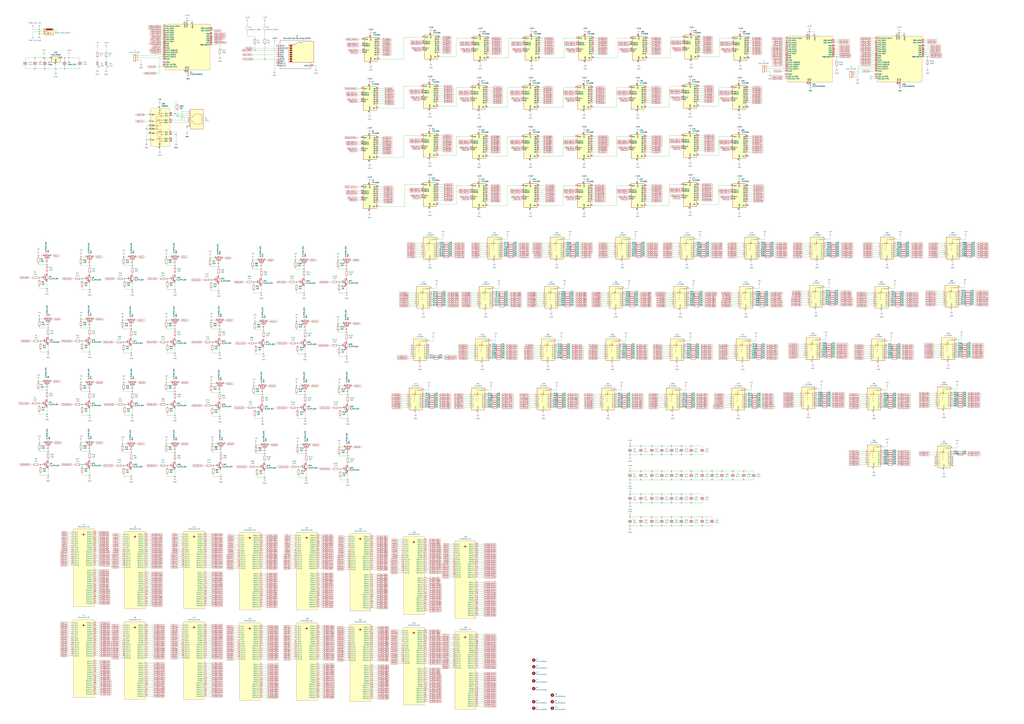
<source format=kicad_sch>
(kicad_sch (version 20231120) (generator "eeschema") (generator_version "8.0")
  (paper "A0")
  (title_block (title "Denko_2025") (date "2025-05-31") (rev "1.0.0") (company "Yuki (denshi-1996)"))
  (junction (at 802.64 518.16))
  (junction (at 815.34 557.53))
  (junction (at 345.44 473.71))
  (junction (at 44.45 443.23))
  (junction (at 779.78 518.16))
  (junction (at 355.6 554.99))
  (junction (at 791.21 574.04))
  (junction (at 744.22 610.87))
  (junction (at 74.93 80.01))
  (junction (at 353.06 312.42))
  (junction (at 815.34 600.71))
  (junction (at 256.54 553.72))
  (junction (at 850.9 557.53))
  (junction (at 297.18 398.78))
  (junction (at 802.64 557.53))
  (junction (at 744.22 574.04))
  (junction (at 791.21 528.32))
  (junction (at 345.44 398.78))
  (junction (at 756.92 584.2))
  (junction (at 245.11 325.12))
  (junction (at 45.72 36.83))
  (junction (at 153.67 308.61))
  (junction (at 203.2 410.21))
  (junction (at 731.52 518.16))
  (junction (at 246.38 397.51))
  (junction (at 346.71 542.29))
  (junction (at 203.2 525.78))
  (junction (at 345.44 516.89))
  (junction (at 245.11 445.77))
  (junction (at 731.52 574.04))
  (junction (at 295.91 373.38))
  (junction (at 353.06 340.36))
  (junction (at 850.9 547.37))
  (junction (at 768.35 600.71))
  (junction (at 255.27 410.21))
  (junction (at 40.64 67.31))
  (junction (at 354.33 411.48))
  (junction (at 306.07 411.48))
  (junction (at 255.27 455.93))
  (junction (at 203.2 336.55))
  (junction (at 104.14 308.61))
  (junction (at 303.53 340.36))
  (junction (at 941.07 99.06))
  (junction (at 203.2 132.08))
  (junction (at 142.24 372.11))
  (junction (at 768.35 610.87))
  (junction (at 756.92 610.87))
  (junction (at 815.34 610.87))
  (junction (at 170.18 162.56))
  (junction (at 779.78 557.53))
  (junction (at 768.35 557.53))
  (junction (at 791.21 557.53))
  (junction (at 815.34 547.37))
  (junction (at 402.59 312.42))
  (junction (at 54.61 453.39))
  (junction (at 355.6 527.05))
  (junction (at 194.31 397.51))
  (junction (at 193.04 298.45))
  (junction (at 744.22 528.32))
  (junction (at 143.51 444.5))
  (junction (at 104.14 482.6))
  (junction (at 95.25 469.9))
  (junction (at 217.17 147.32))
  (junction (at 45.72 370.84))
  (junction (at 298.45 542.29))
  (junction (at 95.25 396.24))
  (junction (at 194.31 541.02))
  (junction (at 802.64 584.2))
  (junction (at 104.14 524.51))
  (junction (at 768.35 518.16))
  (junction (at 756.92 518.16))
  (junction (at 55.88 552.45))
  (junction (at 826.77 547.37))
  (junction (at 392.43 375.92))
  (junction (at 939.8 36.83))
  (junction (at 295.91 58.42))
  (junction (at 104.14 381))
  (junction (at 1043.94 38.1))
  (junction (at 152.4 553.72))
  (junction (at 45.72 39.37))
  (junction (at 45.72 514.35))
  (junction (at 203.2 308.61))
  (junction (at 744.22 547.37))
  (junction (at 731.52 528.32))
  (junction (at 45.72 322.58))
  (junction (at 50.8 67.31))
  (junction (at 243.84 299.72))
  (junction (at 802.64 600.71))
  (junction (at 93.98 298.45))
  (junction (at 306.07 383.54))
  (junction (at 218.44 85.09))
  (junction (at 971.55 66.04))
  (junction (at 402.59 340.36))
  (junction (at 203.2 482.6))
  (junction (at 838.2 547.37))
  (junction (at 1076.96 66.04))
  (junction (at 194.31 323.85))
  (junction (at 731.52 610.87))
  (junction (at 791.21 547.37))
  (junction (at 791.21 518.16))
  (junction (at 607.06 44.45))
  (junction (at 194.31 469.9))
  (junction (at 74.93 67.31))
  (junction (at 802.64 610.87))
  (junction (at 193.04 372.11))
  (junction (at 731.52 600.71))
  (junction (at 104.14 336.55))
  (junction (at 863.6 547.37))
  (junction (at 80.01 67.31))
  (junction (at 104.14 408.94))
  (junction (at 45.72 34.29))
  (junction (at 768.35 574.04))
  (junction (at 779.78 528.32))
  (junction (at 64.77 80.01))
  (junction (at 142.24 515.62))
  (junction (at 744.22 518.16))
  (junction (at 304.8 486.41))
  (junction (at 838.2 557.53))
  (junction (at 204.47 156.21))
  (junction (at 152.4 410.21))
  (junction (at 791.21 610.87))
  (junction (at 153.67 454.66))
  (junction (at 303.53 312.42))
  (junction (at 394.97 544.83))
  (junction (at 342.9 302.26))
  (junction (at 826.77 557.53))
  (junction (at 779.78 547.37))
  (junction (at 791.21 600.71))
  (junction (at 203.2 454.66))
  (junction (at 93.98 514.35))
  (junction (at 802.64 574.04))
  (junction (at 256.54 525.78))
  (junction (at 756.92 574.04))
  (junction (at 768.35 547.37))
  (junction (at 779.78 600.71))
  (junction (at 52.07 80.01))
  (junction (at 203.2 382.27))
  (junction (at 246.38 471.17))
  (junction (at 55.88 408.94))
  (junction (at 307.34 68.58))
  (junction (at 45.72 468.63))
  (junction (at 731.52 547.37))
  (junction (at 295.91 473.71))
  (junction (at 779.78 574.04))
  (junction (at 170.18 149.86))
  (junction (at 143.51 298.45))
  (junction (at 392.43 302.26))
  (junction (at 731.52 557.53))
  (junction (at 344.17 327.66))
  (junction (at 254 337.82))
  (junction (at 393.7 519.43))
  (junction (at 756.92 547.37))
  (junction (at 394.97 473.71))
  (junction (at 756.92 557.53))
  (junction (at 95.25 323.85))
  (junction (at 143.51 397.51))
  (junction (at 153.67 482.6))
  (junction (at 768.35 528.32))
  (junction (at 255.27 483.87))
  (junction (at 203.2 553.72))
  (junction (at 354.33 486.41))
  (junction (at 40.64 80.01))
  (junction (at 307.34 554.99))
  (junction (at 393.7 448.31))
  (junction (at 254 309.88))
  (junction (at 152.4 525.78))
  (junction (at 402.59 386.08))
  (junction (at 193.04 444.5))
  (junction (at 44.45 297.18))
  (junction (at 344.17 448.31))
  (junction (at 193.04 515.62))
  (junction (at 863.6 557.53))
  (junction (at 393.7 401.32))
  (junction (at 744.22 584.2))
  (junction (at 1045.21 99.06))
  (junction (at 731.52 584.2))
  (junction (at 217.17 24.13))
  (junction (at 294.64 327.66))
  (junction (at 54.61 481.33))
  (junction (at 744.22 557.53))
  (junction (at 54.61 307.34))
  (junction (at 54.61 335.28))
  (junction (at 52.07 67.31))
  (junction (at 402.59 414.02))
  (junction (at 205.74 134.62))
  (junction (at 354.33 458.47))
  (junction (at 153.67 336.55))
  (junction (at 768.35 584.2))
  (junction (at 756.92 600.71))
  (junction (at 403.86 458.47))
  (junction (at 255.27 382.27))
  (junction (at 756.92 528.32))
  (junction (at 144.78 323.85))
  (junction (at 344.17 373.38))
  (junction (at 104.14 454.66))
  (junction (at 95.25 539.75))
  (junction (at 354.33 383.54))
  (junction (at 779.78 584.2))
  (junction (at 152.4 382.27))
  (junction (at 245.11 372.11))
  (junction (at 802.64 547.37))
  (junction (at 55.88 381))
  (junction (at 46.99 396.24))
  (junction (at 293.37 302.26))
  (junction (at 297.18 516.89))
  (junction (at 144.78 469.9))
  (junction (at 304.8 458.47))
  (junction (at 403.86 557.53))
  (junction (at 791.21 584.2))
  (junction (at 246.38 515.62))
  (junction (at 307.34 527.05))
  (junction (at 779.78 610.87))
  (junction (at 294.64 448.31))
  (junction (at 393.7 327.66))
  (junction (at 46.99 539.75))
  (junction (at 143.51 541.02))
  (junction (at 55.88 524.51))
  (junction (at 247.65 541.02))
  (junction (at 744.22 600.71))
  (junction (at 93.98 444.5))
  (junction (at 104.14 552.45))
  (junction (at 802.64 528.32))
  (junction (at 93.98 370.84))
  (junction (at 403.86 529.59))
  (junction (at 403.86 486.41))
  (no_connect (at 868.68 124.46))
  (no_connect (at 1010.92 91.44))
  (no_connect (at 1106.17 533.4))
  (no_connect (at 477.52 411.48))
  (no_connect (at 1085.85 530.86))
  (no_connect (at 321.31 71.12))
  (no_connect (at 477.52 403.86))
  (no_connect (at 321.31 73.66))
  (no_connect (at 1085.85 533.4))
  (no_connect (at 189.23 72.39))
  (no_connect (at 497.84 408.94))
  (no_connect (at 199.39 163.83))
  (no_connect (at 321.31 76.2))
  (no_connect (at 1010.92 88.9))
  (no_connect (at 497.84 403.86))
  (no_connect (at 497.84 406.4))
  (no_connect (at 911.86 86.36))
  (no_connect (at 497.84 411.48))
  (no_connect (at 477.52 401.32))
  (no_connect (at 189.23 74.93))
  (no_connect (at 218.44 137.16))
  (no_connect (at 218.44 139.7))
  (no_connect (at 869.95 67.31))
  (no_connect (at 1085.85 541.02))
  (no_connect (at 1016 86.36))
  (no_connect (at 246.38 33.02))
  (no_connect (at 1085.85 538.48))
  (no_connect (at 477.52 406.4))
  (no_connect (at 321.31 53.34))
  (no_connect (at 477.52 408.94))
  (no_connect (at 1085.85 535.94))
  (no_connect (at 199.39 161.29))
  (no_connect (at 868.68 238.76))
  (no_connect (at 1106.17 541.02))
  (no_connect (at 1106.17 538.48))
  (no_connect (at 172.72 154.94))
  (no_connect (at 868.68 181.61))
  (no_connect (at 497.84 401.32))
  (no_connect (at 1106.17 530.86))
  (no_connect (at 1106.17 535.94))
  (wire (pts (xy 962.66 330.2) (xy 962.66 334.01)))
  (wire (pts (xy 873.76 59.69) (xy 869.95 59.69)))
  (wire (pts (xy 797.56 306.07) (xy 797.56 303.53)))
  (wire (pts (xy 138.43 751.84) (xy 142.24 751.84)))
  (wire (pts (xy 104.14 524.51) (xy 104.14 525.78)))
  (wire (pts (xy 971.55 66.04) (xy 974.09 66.04)))
  (wire (pts (xy 245.11 372.11) (xy 250.19 372.11)))
  (wire (pts (xy 194.31 397.51) (xy 195.58 397.51)))
  (wire (pts (xy 751.84 67.31) (xy 778.51 67.31)))
  (wire (pts (xy 615.95 246.38) (xy 615.95 243.84)))
  (wire (pts (xy 283.21 327.66) (xy 285.75 327.66)))
  (wire (pts (xy 631.19 114.3) (xy 626.11 114.3)))
  (wire (pts (xy 816.61 53.34) (xy 812.8 53.34)))
  (wire (pts (xy 779.78 609.6) (xy 779.78 610.87)))
  (wire (pts (xy 764.54 461.01) (xy 770.89 461.01)))
  (wire (pts (xy 337.82 650.24) (xy 341.63 650.24)))
  (wire (pts (xy 92.71 67.31) (xy 92.71 69.85)))
  (wire (pts (xy 514.35 295.91) (xy 509.27 295.91)))
  (wire (pts (xy 374.65 789.94) (xy 370.84 789.94)))
  (wire (pts (xy 255.27 391.16) (xy 255.27 392.43)))
  (wire (pts (xy 193.04 295.91) (xy 193.04 298.45)))
  (wire (pts (xy 447.04 105.41) (xy 439.42 105.41)))
  (wire (pts (xy 1010.92 74.93) (xy 1016 74.93)))
  (wire (pts (xy 1007.11 340.36) (xy 1013.46 340.36)))
  (wire (pts (xy 306.07 411.48) (xy 306.07 412.75)))
  (wire (pts (xy 1042.67 463.55) (xy 1037.59 463.55)))
  (wire (pts (xy 815.34 574.04) (xy 815.34 575.31)))
  (wire (pts (xy 953.77 448.31) (xy 953.77 452.12)))
  (wire (pts (xy 661.67 295.91) (xy 656.59 295.91)))
  (wire (pts (xy 245.11 656.59) (xy 240.03 656.59)))
  (wire (pts (xy 734.06 463.55) (xy 728.98 463.55)))
  (wire (pts (xy 510.54 66.04) (xy 529.59 66.04)))
  (wire (pts (xy 138.43 623.57) (xy 142.24 623.57)))
  (wire (pts (xy 256.54 546.1) (xy 256.54 553.72)))
  (wire (pts (xy 908.05 54.61) (xy 911.86 54.61)))
  (wire (pts (xy 245.11 783.59) (xy 240.03 783.59)))
  (wire (pts (xy 293.37 302.26) (xy 298.45 302.26)))
  (wire (pts (xy 939.8 36.83) (xy 946.15 36.83)))
  (wire (pts (xy 570.23 468.63) (xy 565.15 468.63)))
  (wire (pts (xy 998.22 461.01) (xy 1004.57 461.01)))
  (wire (pts (xy 245.11 690.88) (xy 240.03 690.88)))
  (wire (pts (xy 734.06 461.01) (xy 728.98 461.01)))
  (wire (pts (xy 309.88 779.78) (xy 304.8 779.78)))
  (wire (pts (xy 721.36 471.17) (xy 716.28 471.17)))
  (wire (pts (xy 974.09 55.88) (xy 969.01 55.88)))
  (wire (pts (xy 309.88 807.72) (xy 304.8 807.72)))
  (wire (pts (xy 791.21 556.26) (xy 791.21 557.53)))
  (wire (pts (xy 143.51 453.39) (xy 143.51 454.66)))
  (wire (pts (xy 694.69 401.32) (xy 701.04 401.32)))
  (wire (pts (xy 1047.75 401.32) (xy 1042.67 401.32)))
  (wire (pts (xy 78.74 741.68) (xy 82.55 741.68)))
  (wire (pts (xy 295.91 373.38) (xy 295.91 374.65)))
  (wire (pts (xy 877.57 406.4) (xy 872.49 406.4)))
  (wire (pts (xy 817.88 115.57) (xy 811.53 115.57)))
  (wire (pts (xy 444.5 170.18) (xy 439.42 170.18)))
  (wire (pts (xy 393.7 448.31) (xy 398.78 448.31)))
  (wire (pts (xy 374.65 807.72) (xy 370.84 807.72)))
  (wire (pts (xy 193.04 298.45) (xy 193.04 299.72)))
  (wire (pts (xy 1038.86 340.36) (xy 1033.78 340.36)))
  (wire (pts (xy 570.23 161.29) (xy 566.42 161.29)))
  (wire (pts (xy 805.18 355.6) (xy 800.1 355.6)))
  (wire (pts (xy 1111.25 459.74) (xy 1106.17 459.74)))
  (wire (pts (xy 930.91 346.71) (xy 937.26 346.71)))
  (wire (pts (xy 571.5 46.99) (xy 567.69 46.99)))
  (wire (pts (xy 207.01 633.73) (xy 210.82 633.73)))
  (wire (pts (xy 177.8 775.97) (xy 171.45 775.97)))
  (wire (pts (xy 887.73 298.45) (xy 882.65 298.45)))
  (wire (pts (xy 400.05 741.68) (xy 403.86 741.68)))
  (wire (pts (xy 143.51 410.21) (xy 143.51 407.67)))
  (wire (pts (xy 605.79 215.9) (xy 589.28 215.9)))
  (wire (pts (xy 337.82 727.71) (xy 341.63 727.71)))
  (wire (pts (xy 932.18 285.75) (xy 938.53 285.75)))
  (wire (pts (xy 203.2 132.08) (xy 208.28 132.08)))
  (wire (pts (xy 143.51 323.85) (xy 144.78 323.85)))
  (wire (pts (xy 271.78 645.16) (xy 275.59 645.16)))
  (wire (pts (xy 840.74 461.01) (xy 847.09 461.01)))
  (wire (pts (xy 308.61 681.99) (xy 304.8 681.99)))
  (wire (pts (xy 817.88 162.56) (xy 811.53 162.56)))
  (wire (pts (xy 1029.97 534.67) (xy 1024.89 534.67)))
  (wire (pts (xy 373.38 681.99) (xy 370.84 681.99)))
  (wire (pts (xy 447.04 118.11) (xy 439.42 118.11)))
  (wire (pts (xy 840.74 463.55) (xy 847.09 463.55)))
  (wire (pts (xy 756.92 228.6) (xy 750.57 228.6)))
  (wire (pts (xy 142.24 382.27) (xy 152.4 382.27)))
  (wire (pts (xy 400.05 646.43) (xy 403.86 646.43)))
  (wire (pts (xy 791.21 575.31) (xy 791.21 574.04)))
  (wire (pts (xy 217.17 147.32) (xy 218.44 147.32)))
  (wire (pts (xy 515.62 232.41) (xy 509.27 232.41)))
  (wire (pts (xy 114.3 662.94) (xy 111.76 662.94)))
  (wire (pts (xy 561.34 694.69) (xy 554.99 694.69)))
  (wire (pts (xy 403.86 486.41) (xy 394.97 486.41)))
  (wire (pts (xy 203.2 308.61) (xy 203.2 309.88)))
  (wire (pts (xy 1079.5 459.74) (xy 1085.85 459.74)))
  (wire (pts (xy 429.26 247.65) (xy 429.26 245.11)))
  (wire (pts (xy 848.36 101.6) (xy 834.39 101.6)))
  (wire (pts (xy 561.34 640.08) (xy 554.99 640.08)))
  (wire (pts (xy 374.65 782.32) (xy 370.84 782.32)))
  (wire (pts (xy 694.69 173.99) (xy 688.34 173.99)))
  (wire (pts (xy 690.88 228.6) (xy 688.34 228.6)))
  (wire (pts (xy 850.9 557.53) (xy 863.6 557.53)))
  (wire (pts (xy 132.08 541.02) (xy 134.62 541.02)))
  (wire (pts (xy 438.15 739.14) (xy 433.07 739.14)))
  (wire (pts (xy 255.27 483.87) (xy 246.38 483.87)))
  (wire (pts (xy 55.88 552.45) (xy 55.88 553.72)))
  (wire (pts (xy 152.4 391.16) (xy 152.4 392.43)))
  (wire (pts (xy 416.56 58.42) (xy 420.37 58.42)))
  (wire (pts (xy 527.05 293.37) (xy 521.97 293.37)))
  (wire (pts (xy 38.1 36.83) (xy 45.72 36.83)))
  (wire (pts (xy 962.66 349.25) (xy 957.58 349.25)))
  (wire (pts (xy 411.48 448.31) (xy 408.94 448.31)))
  (wire (pts (xy 1134.11 298.45) (xy 1129.03 298.45)))
  (wire (pts (xy 627.38 67.31) (xy 655.32 67.31)))
  (wire (pts (xy 115.57 762) (xy 111.76 762)))
  (wire (pts (xy 655.32 331.47) (xy 655.32 335.28)))
  (wire (pts (xy 887.73 293.37) (xy 882.65 293.37)))
  (wire (pts (xy 468.63 157.48) (xy 468.63 182.88)))
  (wire (pts (xy 271.78 750.57) (xy 275.59 750.57)))
  (wire (pts (xy 46.99 396.24) (xy 46.99 398.78)))
  (wire (pts (xy 514.35 160.02) (xy 509.27 160.02)))
  (wire (pts (xy 514.35 55.88) (xy 510.54 55.88)))
  (wire (pts (xy 354.33 411.48) (xy 354.33 412.75)))
  (wire (pts (xy 706.12 293.37) (xy 712.47 293.37)))
  (wire (pts (xy 519.43 350.52) (xy 514.35 350.52)))
  (wire (pts (xy 308.61 702.31) (xy 304.8 702.31)))
  (wire (pts (xy 245.11 798.83) (xy 240.03 798.83)))
  (wire (pts (xy 143.51 298.45) (xy 148.59 298.45)))
  (wire (pts (xy 953.77 469.9) (xy 948.69 469.9)))
  (wire (pts (xy 875.03 228.6) (xy 868.68 228.6)))
  (wire (pts (xy 877.57 392.43) (xy 877.57 396.24)))
  (wire (pts (xy 114.3 680.72) (xy 111.76 680.72)))
  (wire (pts (xy 373.38 652.78) (xy 370.84 652.78)))
  (wire (pts (xy 304.8 486.41) (xy 304.8 487.68)))
  (wire (pts (xy 816.61 48.26) (xy 812.8 48.26)))
  (wire (pts (xy 849.63 340.36) (xy 855.98 340.36)))
  (wire (pts (xy 394.97 473.71) (xy 396.24 473.71)))
  (wire (pts (xy 825.5 293.37) (xy 820.42 293.37)))
  (wire (pts (xy 400.05 744.22) (xy 403.86 744.22)))
  (wire (pts (xy 35.56 539.75) (xy 38.1 539.75)))
  (wire (pts (xy 805.18 353.06) (xy 800.1 353.06)))
  (wire (pts (xy 175.26 675.64) (xy 171.45 675.64)))
  (wire (pts (xy 142.24 372.11) (xy 147.32 372.11)))
  (wire (pts (xy 114.3 648.97) (xy 111.76 648.97)))
  (wire (pts (xy 400.05 659.13) (xy 403.86 659.13)))
  (wire (pts (xy 579.12 353.06) (xy 574.04 353.06)))
  (wire (pts (xy 152.4 553.72) (xy 143.51 553.72)))
  (wire (pts (xy 849.63 355.6) (xy 855.98 355.6)))
  (wire (pts (xy 54.61 335.28) (xy 45.72 335.28)))
  (wire (pts (xy 589.28 285.75) (xy 584.2 285.75)))
  (wire (pts (xy 938.53 99.06) (xy 938.53 97.79)))
  (wire (pts (xy 337.82 624.84) (xy 341.63 624.84)))
  (wire (pts (xy 104.14 328.93) (xy 104.14 336.55)))
  (wire (pts (xy 462.28 635) (xy 466.09 635)))
  (wire (pts (xy 152.4 410.21) (xy 143.51 410.21)))
  (wire (pts (xy 218.44 144.78) (xy 217.17 144.78)))
  (wire (pts (xy 1029.97 529.59) (xy 1024.89 529.59)))
  (wire (pts (xy 462.28 737.87) (xy 466.09 737.87)))
  (wire (pts (xy 271.78 745.49) (xy 275.59 745.49)))
  (wire (pts (xy 497.84 449.58) (xy 497.84 453.39)))
  (wire (pts (xy 175.26 628.65) (xy 171.45 628.65)))
  (wire (pts (xy 271.78 642.62) (xy 275.59 642.62)))
  (wire (pts (xy 345.44 514.35) (xy 345.44 516.89)))
  (wire (pts (xy 337.82 758.19) (xy 341.63 758.19)))
  (wire (pts (xy 557.53 293.37) (xy 563.88 293.37)))
  (wire (pts (xy 561.34 805.18) (xy 554.99 805.18)))
  (wire (pts (xy 285.75 398.78) (xy 288.29 398.78)))
  (wire (pts (xy 207.01 648.97) (xy 210.82 648.97)))
  (wire (pts (xy 849.63 350.52) (xy 855.98 350.52)))
  (wire (pts (xy 817.88 350.52) (xy 812.8 350.52)))
  (wire (pts (xy 721.36 463.55) (xy 716.28 463.55)))
  (wire (pts (xy 817.88 342.9) (xy 812.8 342.9)))
  (wire (pts (xy 115.57 770.89) (xy 111.76 770.89)))
  (wire (pts (xy 436.88 693.42) (xy 433.07 693.42)))
  (wire (pts (xy 175.26 698.5) (xy 171.45 698.5)))
  (wire (pts (xy 255.27 402.59) (xy 255.27 410.21)))
  (wire (pts (xy 344.17 373.38) (xy 344.17 374.65)))
  (wire (pts (xy 561.34 789.94) (xy 554.99 789.94)))
  (wire (pts (xy 497.84 815.34) (xy 495.3 815.34)))
  (wire (pts (xy 245.11 670.56) (xy 240.03 670.56)))
  (wire (pts (xy 515.62 414.02) (xy 510.54 414.02)))
  (wire (pts (xy 1042.67 539.75) (xy 1037.59 539.75)))
  (wire (pts (xy 416.56 53.34) (xy 420.37 53.34)))
  (wire (pts (xy 245.11 685.8) (xy 240.03 685.8)))
  (wire (pts (xy 373.38 632.46) (xy 370.84 632.46)))
  (wire (pts (xy 193.04 308.61) (xy 203.2 308.61)))
  (wire (pts (xy 143.51 444.5) (xy 143.51 445.77)))
  (wire (pts (xy 815.34 610.87) (xy 815.34 609.6)))
  (wire (pts (xy 514.35 43.18) (xy 510.54 43.18)))
  (wire (pts (xy 438.15 746.76) (xy 433.07 746.76)))
  (wire (pts (xy 193.04 381) (xy 193.04 382.27)))
  (wire (pts (xy 521.97 748.03) (xy 525.78 748.03)))
  (wire (pts (xy 308.61 694.69) (xy 304.8 694.69)))
  (wire (pts (xy 953.77 467.36) (xy 948.69 467.36)))
  (wire (pts (xy 557.53 283.21) (xy 563.88 283.21)))
  (wire (pts (xy 462.28 662.94) (xy 466.09 662.94)))
  (wire (pts (xy 850.9 547.37) (xy 838.2 547.37)))
  (wire (pts (xy 374.65 797.56) (xy 370.84 797.56)))
  (wire (pts (xy 674.37 293.37) (xy 669.29 293.37)))
  (wire (pts (xy 678.18 189.23) (xy 678.18 186.69)))
  (wire (pts (xy 115.57 756.92) (xy 111.76 756.92)))
  (wire (pts (xy 307.34 52.07) (xy 307.34 68.58)))
  (wire (pts (xy 199.39 139.7) (xy 210.82 139.7)))
  (wire (pts (xy 138.43 659.13) (xy 142.24 659.13)))
  (wire (pts (xy 138.43 643.89) (xy 142.24 643.89)))
  (wire (pts (xy 561.34 737.87) (xy 554.99 737.87)))
  (wire (pts (xy 506.73 345.44) (xy 501.65 345.44)))
  (wire (pts (xy 114.3 641.35) (xy 111.76 641.35)))
  (wire (pts (xy 186.69 35.56) (xy 189.23 35.56)))
  (wire (pts (xy 582.93 468.63) (xy 577.85 468.63)))
  (wire (pts (xy 175.26 659.13) (xy 171.45 659.13)))
  (wire (pts (xy 730.25 347.98) (xy 725.17 347.98)))
  (wire (pts (xy 706.12 285.75) (xy 712.47 285.75)))
  (wire (pts (xy 781.05 298.45) (xy 787.4 298.45)))
  (wire (pts (xy 95.25 408.94) (xy 95.25 406.4)))
  (wire (pts (xy 750.57 238.76) (xy 777.24 238.76)))
  (wire (pts (xy 570.23 466.09) (xy 565.15 466.09)))
  (wire (pts (xy 971.55 66.04) (xy 971.55 69.85)))
  (wire (pts (xy 998.22 468.63) (xy 1004.57 468.63)))
  (wire (pts (xy 337.82 742.95) (xy 341.63 742.95)))
  (wire (pts (xy 309.88 730.25) (xy 304.8 730.25)))
  (wire (pts (xy 796.29 468.63) (xy 791.21 468.63)))
  (wire (pts (xy 694.69 44.45) (xy 689.61 44.45)))
  (wire (pts (xy 651.51 411.48) (xy 646.43 411.48)))
  (wire (pts (xy 1029.97 461.01) (xy 1024.89 461.01)))
  (wire (pts (xy 35.56 396.24) (xy 38.1 396.24)))
  (wire (pts (xy 779.78 547.37) (xy 791.21 547.37)))
  (wire (pts (xy 509.27 180.34) (xy 529.59 180.34)))
  (wire (pts (xy 199.39 132.08) (xy 203.2 132.08)))
  (wire (pts (xy 631.19 109.22) (xy 626.11 109.22)))
  (wire (pts (xy 181.61 85.09) (xy 185.42 85.09)))
  (wire (pts (xy 773.43 355.6) (xy 779.78 355.6)))
  (wire (pts (xy 355.6 524.51) (xy 355.6 527.05)))
  (wire (pts (xy 306.07 411.48) (xy 297.18 411.48)))
  (wire (pts (xy 78.74 646.43) (xy 82.55 646.43)))
  (wire (pts (xy 688.34 111.76) (xy 692.15 111.76)))
  (wire (pts (xy 1013.46 295.91) (xy 1019.81 295.91)))
  (wire (pts (xy 374.65 735.33) (xy 370.84 735.33)))
  (wire (pts (xy 779.78 601.98) (xy 779.78 600.71)))
  (wire (pts (xy 185.42 68.58) (xy 189.23 68.58)))
  (wire (pts (xy 400.05 764.54) (xy 403.86 764.54)))
  (wire (pts (xy 271.78 632.46) (xy 275.59 632.46)))
  (wire (pts (xy 908.05 49.53) (xy 911.86 49.53)))
  (wire (pts (xy 207.01 751.84) (xy 210.82 751.84)))
  (wire (pts (xy 1084.58 415.29) (xy 1090.93 415.29)))
  (wire (pts (xy 337.82 632.46) (xy 341.63 632.46)))
  (wire (pts (xy 801.37 245.11) (xy 801.37 242.57)))
  (wire (pts (xy 245.11 762) (xy 240.03 762)))
  (wire (pts (xy 812.8 66.04) (xy 835.66 66.04)))
  (wire (pts (xy 812.8 298.45) (xy 807.72 298.45)))
  (wire (pts (xy 561.34 763.27) (xy 554.99 763.27)))
  (wire (pts (xy 779.78 527.05) (xy 779.78 528.32)))
  (wire (pts (xy 515.62 416.56) (xy 510.54 416.56)))
  (wire (pts (xy 177.8 764.54) (xy 171.45 764.54)))
  (wire (pts (xy 812.8 295.91) (xy 807.72 295.91)))
  (wire (pts (xy 927.1 410.21) (xy 933.45 410.21)))
  (wire (pts (xy 885.19 461.01) (xy 880.11 461.01)))
  (wire (pts (xy 49.53 34.29) (xy 45.72 34.29)))
  (wire (pts (xy 482.6 290.83) (xy 488.95 290.83)))
  (wire (pts (xy 114.3 628.65) (xy 111.76 628.65)))
  (wire (pts (xy 515.62 100.33) (xy 509.27 100.33)))
  (wire (pts (xy 1042.67 99.06) (xy 1042.67 97.79)))
  (wire (pts (xy 1042.67 537.21) (xy 1037.59 537.21)))
  (wire (pts (xy 694.69 408.94) (xy 701.04 408.94)))
  (wire (pts (xy 444.5 48.26) (xy 440.69 48.26)))
  (wire (pts (xy 207.01 654.05) (xy 210.82 654.05)))
  (wire (pts (xy 374.65 805.18) (xy 370.84 805.18)))
  (wire (pts (xy 415.29 224.79) (xy 419.1 224.79)))
  (wire (pts (xy 1129.03 415.29) (xy 1123.95 415.29)))
  (wire (pts (xy 779.78 575.31) (xy 779.78 574.04)))
  (wire (pts (xy 674.37 298.45) (xy 669.29 298.45)))
  (wire (pts (xy 482.6 298.45) (xy 488.95 298.45)))
  (wire (pts (xy 403.86 538.48) (xy 403.86 539.75)))
  (wire (pts (xy 207.01 741.68) (xy 210.82 741.68)))
  (wire (pts (xy 808.99 466.09) (xy 803.91 466.09)))
  (wire (pts (xy 631.19 163.83) (xy 626.11 163.83)))
  (wire (pts (xy 411.48 519.43) (xy 408.94 519.43)))
  (wire (pts (xy 400.05 756.92) (xy 403.86 756.92)))
  (wire (pts (xy 160.02 515.62) (xy 157.48 515.62)))
  (wire (pts (xy 177.8 808.99) (xy 171.45 808.99)))
  (wire (pts (xy 245.11 455.93) (xy 255.27 455.93)))
  (wire (pts (xy 996.95 80.01) (xy 1016 80.01)))
  (wire (pts (xy 93.98 454.66) (xy 104.14 454.66)))
  (wire (pts (xy 588.01 408.94) (xy 582.93 408.94)))
  (wire (pts (xy 825.5 283.21) (xy 820.42 283.21)))
  (wire (pts (xy 575.31 411.48) (xy 570.23 411.48)))
  (wire (pts (xy 1023.62 363.22) (xy 1023.62 360.68)))
  (wire (pts (xy 403.86 557.53) (xy 394.97 557.53)))
  (wire (pts (xy 115.57 801.37) (xy 111.76 801.37)))
  (wire (pts (xy 497.84 807.72) (xy 495.3 807.72)))
  (wire (pts (xy 962.66 354.33) (xy 957.58 354.33)))
  (wire (pts (xy 976.63 298.45) (xy 971.55 298.45)))
  (wire (pts (xy 392.43 384.81) (xy 392.43 386.08)))
  (wire (pts (xy 308.61 640.08) (xy 304.8 640.08)))
  (wire (pts (xy 143.51 444.5) (xy 148.59 444.5)))
  (wire (pts (xy 199.39 153.67) (xy 204.47 153.67)))
  (wire (pts (xy 742.95 355.6) (xy 737.87 355.6)))
  (wire (pts (xy 664.21 411.48) (xy 659.13 411.48)))
  (wire (pts (xy 304.8 478.79) (xy 304.8 486.41)))
  (wire (pts (xy 255.27 379.73) (xy 255.27 382.27)))
  (wire (pts (xy 497.84 787.4) (xy 495.3 787.4)))
  (wire (pts (xy 744.22 519.43) (xy 744.22 518.16)))
  (wire (pts (xy 1087.12 349.25) (xy 1094.74 349.25)))
  (wire (pts (xy 245.11 445.77) (xy 245.11 447.04)))
  (wire (pts (xy 55.88 544.83) (xy 55.88 552.45)))
  (wire (pts (xy 34.29 322.58) (xy 36.83 322.58)))
  (wire (pts (xy 245.11 801.37) (xy 240.03 801.37)))
  (wire (pts (xy 1116.33 394.97) (xy 1111.25 394.97)))
  (wire (pts (xy 629.92 288.29) (xy 636.27 288.29)))
  (wire (pts (xy 175.26 626.11) (xy 171.45 626.11)))
  (wire (pts (xy 1096.01 480.06) (xy 1096.01 477.52)))
  (wire (pts (xy 756.92 168.91) (xy 750.57 168.91)))
  (wire (pts (xy 45.72 524.51) (xy 55.88 524.51)))
  (wire (pts (xy 668.02 340.36) (xy 662.94 340.36)))
  (wire (pts (xy 245.11 638.81) (xy 240.03 638.81)))
  (wire (pts (xy 217.17 144.78) (xy 217.17 147.32)))
  (wire (pts (xy 1007.11 353.06) (xy 1013.46 353.06)))
  (wire (pts (xy 521.97 750.57) (xy 525.78 750.57)))
  (wire (pts (xy 815.34 547.37) (xy 815.34 548.64)))
  (wire (pts (xy 1038.86 353.06) (xy 1033.78 353.06)))
  (wire (pts (xy 445.77 234.95) (xy 439.42 234.95)))
  (wire (pts (xy 726.44 392.43) (xy 726.44 396.24)))
  (wire (pts (xy 245.11 698.5) (xy 240.03 698.5)))
  (wire (pts (xy 557.53 74.93) (xy 557.53 72.39)))
  (wire (pts (xy 374.65 802.64) (xy 370.84 802.64)))
  (wire (pts (xy 510.54 461.01) (xy 505.46 461.01)))
  (wire (pts (xy 293.37 302.26) (xy 293.37 303.53)))
  (wire (pts (xy 515.62 107.95) (xy 509.27 107.95)))
  (wire (pts (xy 177.8 728.98) (xy 171.45 728.98)))
  (wire (pts (xy 655.32 335.28) (xy 650.24 335.28)))
  (wire (pts (xy 271.78 755.65) (xy 275.59 755.65)))
  (wire (pts (xy 490.22 43.18) (xy 468.63 43.18)))
  (wire (pts (xy 547.37 350.52) (xy 553.72 350.52)))
  (wire (pts (xy 400.05 648.97) (xy 403.86 648.97)))
  (wire (pts (xy 623.57 353.06) (xy 629.92 353.06)))
  (wire (pts (xy 298.45 542.29) (xy 299.72 542.29)))
  (wire (pts (xy 207.01 641.35) (xy 210.82 641.35)))
  (wire (pts (xy 801.37 130.81) (xy 801.37 128.27)))
  (wire (pts (xy 308.61 671.83) (xy 304.8 671.83)))
  (wire (pts (xy 768.35 528.32) (xy 756.92 528.32)))
  (wire (pts (xy 499.11 208.28) (xy 499.11 209.55)))
  (wire (pts (xy 182.88 541.02) (xy 185.42 541.02)))
  (wire (pts (xy 890.27 401.32) (xy 885.19 401.32)))
  (wire (pts (xy 337.82 622.3) (xy 341.63 622.3)))
  (wire (pts (xy 802.64 557.53) (xy 791.21 557.53)))
  (wire (pts (xy 430.53 76.2) (xy 430.53 73.66)))
  (wire (pts (xy 436.88 661.67) (xy 433.07 661.67)))
  (wire (pts (xy 313.69 373.38) (xy 311.15 373.38)))
  (wire (pts (xy 246.38 525.78) (xy 256.54 525.78)))
  (wire (pts (xy 891.54 80.01) (xy 911.86 80.01)))
  (wire (pts (xy 543.56 414.02) (xy 549.91 414.02)))
  (wire (pts (xy 515.62 113.03) (xy 509.27 113.03)))
  (wire (pts (xy 393.7 327.66) (xy 394.97 327.66)))
  (wire (pts (xy 499.11 245.11) (xy 499.11 242.57)))
  (wire (pts (xy 497.84 635) (xy 495.3 635)))
  (wire (pts (xy 1010.92 72.39) (xy 1016 72.39)))
  (wire (pts (xy 52.07 80.01) (xy 64.77 80.01)))
  (wire (pts (xy 614.68 463.55) (xy 621.03 463.55)))
  (wire (pts (xy 497.84 755.65) (xy 495.3 755.65)))
  (wire (pts (xy 514.35 167.64) (xy 509.27 167.64)))
  (wire (pts (xy 497.84 640.08) (xy 495.3 640.08)))
  (wire (pts (xy 655.32 345.44) (xy 650.24 345.44)))
  (wire (pts (xy 400.05 638.81) (xy 403.86 638.81)))
  (wire (pts (xy 571.5 49.53) (xy 567.69 49.53)))
  (wire (pts (xy 186.69 45.72) (xy 189.23 45.72)))
  (wire (pts (xy 815.34 547.37) (xy 826.77 547.37)))
  (wire (pts (xy 875.03 557.53) (xy 863.6 557.53)))
  (wire (pts (xy 152.4 525.78) (xy 152.4 527.05)))
  (wire (pts (xy 872.49 466.09) (xy 867.41 466.09)))
  (wire (pts (xy 177.8 751.84) (xy 171.45 751.84)))
  (wire (pts (xy 144.78 336.55) (xy 144.78 334.01)))
  (wire (pts (xy 245.11 806.45) (xy 240.03 806.45)))
  (wire (pts (xy 850.9 557.53) (xy 850.9 556.26)))
  (wire (pts (xy 815.34 224.79) (xy 811.53 224.79)))
  (wire (pts (xy 163.83 69.85) (xy 163.83 73.66)))
  (wire (pts (xy 633.73 223.52) (xy 626.11 223.52)))
  (wire (pts (xy 740.41 246.38) (xy 740.41 243.84)))
  (wire (pts (xy 816.61 50.8) (xy 812.8 50.8)))
  (wire (pts (xy 588.01 406.4) (xy 582.93 406.4)))
  (wire (pts (xy 808.99 468.63) (xy 803.91 468.63)))
  (wire (pts (xy 768.35 609.6) (xy 768.35 610.87)))
  (wire (pts (xy 881.38 331.47) (xy 881.38 335.28)))
  (wire (pts (xy 716.28 101.6) (xy 716.28 124.46)))
  (wire (pts (xy 374.65 784.86) (xy 370.84 784.86)))
  (wire (pts (xy 245.11 623.57) (xy 240.03 623.57)))
  (wire (pts (xy 429.26 153.67) (xy 429.26 154.94)))
  (wire (pts (xy 392.43 312.42) (xy 402.59 312.42)))
  (wire (pts (xy 1051.56 342.9) (xy 1046.48 342.9)))
  (wire (pts (xy 93.98 396.24) (xy 95.25 396.24)))
  (wire (pts (xy 737.87 298.45) (xy 732.79 298.45)))
  (wire (pts (xy 1013.46 288.29) (xy 1019.81 288.29)))
  (wire (pts (xy 730.25 215.9) (xy 716.28 215.9)))
  (wire (pts (xy 561.34 745.49) (xy 554.99 745.49)))
  (wire (pts (xy 834.39 101.6) (xy 834.39 123.19)))
  (wire (pts (xy 115.57 791.21) (xy 111.76 791.21)))
  (wire (pts (xy 308.61 704.85) (xy 304.8 704.85)))
  (wire (pts (xy 245.11 325.12) (xy 246.38 325.12)))
  (wire (pts (xy 344.17 448.31) (xy 344.17 449.58)))
  (wire (pts (xy 571.5 44.45) (xy 567.69 44.45)))
  (wire (pts (xy 245.11 678.18) (xy 240.03 678.18)))
  (wire (pts (xy 1120.14 346.71) (xy 1115.06 346.71)))
  (wire (pts (xy 144.78 482.6) (xy 144.78 480.06)))
  (wire (pts (xy 737.87 278.13) (xy 732.79 278.13)))
  (wire (pts (xy 245.11 471.17) (xy 246.38 471.17)))
  (wire (pts (xy 402.59 309.88) (xy 402.59 312.42)))
  (wire (pts (xy 779.78 582.93) (xy 779.78 584.2)))
  (wire (pts (xy 1038.86 350.52) (xy 1033.78 350.52)))
  (wire (pts (xy 373.38 655.32) (xy 370.84 655.32)))
  (wire (pts (xy 115.57 759.46) (xy 111.76 759.46)))
  (wire (pts (xy 78.74 631.19) (xy 82.55 631.19)))
  (wire (pts (xy 373.38 622.3) (xy 370.84 622.3)))
  (wire (pts (xy 1019.81 424.18) (xy 1019.81 421.64)))
  (wire (pts (xy 521.97 758.19) (xy 525.78 758.19)))
  (wire (pts (xy 1047.75 406.4) (xy 1042.67 406.4)))
  (wire (pts (xy 297.18 527.05) (xy 307.34 527.05)))
  (wire (pts (xy 1013.46 290.83) (xy 1019.81 290.83)))
  (wire (pts (xy 654.05 471.17) (xy 659.13 471.17)))
  (wire (pts (xy 840.74 471.17) (xy 847.09 471.17)))
  (wire (pts (xy 271.78 760.73) (xy 275.59 760.73)))
  (wire (pts (xy 337.82 637.54) (xy 341.63 637.54)))
  (wire (pts (xy 236.22 541.02) (xy 238.76 541.02)))
  (wire (pts (xy 875.03 223.52) (xy 868.68 223.52)))
  (wire (pts (xy 510.54 471.17) (xy 505.46 471.17)))
  (wire (pts (xy 466.09 466.09) (xy 472.44 466.09)))
  (wire (pts (xy 44.45 468.63) (xy 45.72 468.63)))
  (wire (pts (xy 78.74 623.57) (xy 82.55 623.57)))
  (wire (pts (xy 248.92 49.53) (xy 246.38 49.53)))
  (wire (pts (xy 393.7 457.2) (xy 393.7 458.47)))
  (wire (pts (xy 817.88 160.02) (xy 811.53 160.02)))
  (wire (pts (xy 354.33 392.43) (xy 354.33 393.7)))
  (wire (pts (xy 436.88 628.65) (xy 433.07 628.65)))
  (wire (pts (xy 570.23 223.52) (xy 566.42 223.52)))
  (wire (pts (xy 114.3 626.11) (xy 111.76 626.11)))
  (wire (pts (xy 778.51 43.18) (xy 778.51 67.31)))
  (wire (pts (xy 519.43 342.9) (xy 514.35 342.9)))
  (wire (pts (xy 654.05 463.55) (xy 659.13 463.55)))
  (wire (pts (xy 1051.56 345.44) (xy 1046.48 345.44)))
  (wire (pts (xy 337.82 652.78) (xy 341.63 652.78)))
  (wire (pts (xy 337.82 748.03) (xy 341.63 748.03)))
  (wire (pts (xy 416.56 50.8) (xy 420.37 50.8)))
  (wire (pts (xy 374.65 730.25) (xy 370.84 730.25)))
  (wire (pts (xy 791.21 600.71) (xy 802.64 600.71)))
  (wire (pts (xy 115.57 781.05) (xy 111.76 781.05)))
  (wire (pts (xy 207.01 744.22) (xy 210.82 744.22)))
  (wire (pts (xy 877.57 411.48) (xy 872.49 411.48)))
  (wire (pts (xy 561.34 715.01) (xy 554.99 715.01)))
  (wire (pts (xy 44.45 322.58) (xy 45.72 322.58)))
  (wire (pts (xy 756.92 161.29) (xy 750.57 161.29)))
  (wire (pts (xy 664.21 408.94) (xy 659.13 408.94)))
  (wire (pts (xy 337.82 635) (xy 341.63 635)))
  (wire (pts (xy 245.11 791.21) (xy 240.03 791.21)))
  (wire (pts (xy 561.34 815.34) (xy 554.99 815.34)))
  (wire (pts (xy 739.14 416.56) (xy 734.06 416.56)))
  (wire (pts (xy 309.88 727.71) (xy 304.8 727.71)))
  (wire (pts (xy 779.78 610.87) (xy 768.35 610.87)))
  (wire (pts (xy 731.52 584.2) (xy 731.52 586.74)))
  (wire (pts (xy 632.46 49.53) (xy 627.38 49.53)))
  (wire (pts (xy 561.34 784.86) (xy 554.99 784.86)))
  (wire (pts (xy 123.19 69.85) (xy 123.19 67.31)))
  (wire (pts (xy 575.31 406.4) (xy 570.23 406.4)))
  (wire (pts (xy 890.27 408.94) (xy 885.19 408.94)))
  (wire (pts (xy 1111.25 467.36) (xy 1106.17 467.36)))
  (wire (pts (xy 947.42 361.95) (xy 947.42 359.41)))
  (wire (pts (xy 737.87 295.91) (xy 732.79 295.91)))
  (wire (pts (xy 309.88 740.41) (xy 304.8 740.41)))
  (wire (pts (xy 651.51 414.02) (xy 646.43 414.02)))
  (wire (pts (xy 402.59 414.02) (xy 393.7 414.02)))
  (wire (pts (xy 579.12 350.52) (xy 574.04 350.52)))
  (wire (pts (xy 403.86 458.47) (xy 403.86 459.74)))
  (wire (pts (xy 756.92 114.3) (xy 750.57 114.3)))
  (wire (pts (xy 245.11 803.91) (xy 240.03 803.91)))
  (wire (pts (xy 436.88 690.88) (xy 433.07 690.88)))
  (wire (pts (xy 756.92 575.31) (xy 756.92 574.04)))
  (wire (pts (xy 1043.94 38.1) (xy 1050.29 38.1)))
  (wire (pts (xy 114.3 618.49) (xy 111.76 618.49)))
  (wire (pts (xy 308.61 637.54) (xy 304.8 637.54)))
  (wire (pts (xy 927.1 402.59) (xy 933.45 402.59)))
  (wire (pts (xy 781.05 295.91) (xy 787.4 295.91)))
  (wire (pts (xy 373.38 666.75) (xy 370.84 666.75)))
  (wire (pts (xy 334.01 398.78) (xy 336.55 398.78)))
  (wire (pts (xy 953.77 452.12) (xy 948.69 452.12)))
  (wire (pts (xy 207.01 728.98) (xy 210.82 728.98)))
  (wire (pts (xy 271.78 624.84) (xy 275.59 624.84)))
  (wire (pts (xy 438.15 775.97) (xy 433.07 775.97)))
  (wire (pts (xy 246.38 515.62) (xy 251.46 515.62)))
  (wire (pts (xy 400.05 654.05) (xy 403.86 654.05)))
  (wire (pts (xy 1111.25 469.9) (xy 1106.17 469.9)))
  (wire (pts (xy 814.07 401.32) (xy 808.99 401.32)))
  (wire (pts (xy 519.43 340.36) (xy 514.35 340.36)))
  (wire (pts (xy 572.77 116.84) (xy 566.42 116.84)))
  (wire (pts (xy 297.18 542.29) (xy 298.45 542.29)))
  (wire (pts (xy 570.23 228.6) (xy 566.42 228.6)))
  (wire (pts (xy 632.46 62.23) (xy 627.38 62.23)))
  (wire (pts (xy 115.57 734.06) (xy 111.76 734.06)))
  (wire (pts (xy 186.69 58.42) (xy 189.23 58.42)))
  (wire (pts (xy 811.53 123.19) (xy 834.39 123.19)))
  (wire (pts (xy 177.8 781.05) (xy 171.45 781.05)))
  (wire (pts (xy 210.82 372.11) (xy 208.28 372.11)))
  (wire (pts (xy 574.04 306.07) (xy 574.04 303.53)))
  (wire (pts (xy 654.05 473.71) (xy 659.13 473.71)))
  (wire (pts (xy 521.97 668.02) (xy 525.78 668.02)))
  (wire (pts (xy 527.05 298.45) (xy 521.97 298.45)))
  (wire (pts (xy 688.34 181.61) (xy 716.28 181.61)))
  (wire (pts (xy 688.34 104.14) (xy 692.15 104.14)))
  (wire (pts (xy 111.76 370.84) (xy 109.22 370.84)))
  (wire (pts (xy 651.51 396.24) (xy 646.43 396.24)))
  (wire (pts (xy 46.99 552.45) (xy 46.99 549.91)))
  (wire (pts (xy 337.82 730.25) (xy 341.63 730.25)))
  (wire (pts (xy 193.04 515.62) (xy 198.12 515.62)))
  (wire (pts (xy 138.43 744.22) (xy 142.24 744.22)))
  (wire (pts (xy 354.33 411.48) (xy 345.44 411.48)))
  (wire (pts (xy 1106.17 306.07) (xy 1106.17 303.53)))
  (wire (pts (xy 436.88 701.04) (xy 433.07 701.04)))
  (wire (pts (xy 497.84 753.11) (xy 495.3 753.11)))
  (wire (pts (xy 392.43 401.32) (xy 393.7 401.32)))
  (wire (pts (xy 93.98 514.35) (xy 99.06 514.35)))
  (wire (pts (xy 890.27 416.56) (xy 885.19 416.56)))
  (wire (pts (xy 138.43 746.76) (xy 142.24 746.76)))
  (wire (pts (xy 78.74 654.05) (xy 82.55 654.05)))
  (wire (pts (xy 373.38 650.24) (xy 370.84 650.24)))
  (wire (pts (xy 245.11 337.82) (xy 245.11 335.28)))
  (wire (pts (xy 971.55 405.13) (xy 966.47 405.13)))
  (wire (pts (xy 873.76 54.61) (xy 869.95 54.61)))
  (wire (pts (xy 561.34 770.89) (xy 554.99 770.89)))
  (wire (pts (xy 436.88 688.34) (xy 433.07 688.34)))
  (wire (pts (xy 773.43 350.52) (xy 779.78 350.52)))
  (wire (pts (xy 488.95 157.48) (xy 468.63 157.48)))
  (wire (pts (xy 304.8 486.41) (xy 295.91 486.41)))
  (wire (pts (xy 838.2 548.64) (xy 838.2 547.37)))
  (wire (pts (xy 138.43 741.68) (xy 142.24 741.68)))
  (wire (pts (xy 521.97 670.56) (xy 525.78 670.56)))
  (wire (pts (xy 93.98 381) (xy 104.14 381)))
  (wire (pts (xy 570.23 233.68) (xy 566.42 233.68)))
  (wire (pts (xy 175.26 654.05) (xy 171.45 654.05)))
  (wire (pts (xy 177.8 762) (xy 171.45 762)))
  (wire (pts (xy 589.28 283.21) (xy 584.2 283.21)))
  (wire (pts (xy 245.11 673.1) (xy 240.03 673.1)))
  (wire (pts (xy 497.84 784.86) (xy 495.3 784.86)))
  (wire (pts (xy 295.91 473.71) (xy 295.91 476.25)))
  (wire (pts (xy 439.42 240.03) (xy 469.9 240.03)))
  (wire (pts (xy 346.71 542.29) (xy 346.71 544.83)))
  (wire (pts (xy 212.09 142.24) (xy 199.39 142.24)))
  (wire (pts (xy 78.74 746.76) (xy 82.55 746.76)))
  (wire (pts (xy 974.09 63.5) (xy 969.01 63.5)))
  (wire (pts (xy 152.4 410.21) (xy 152.4 411.48)))
  (wire (pts (xy 1089.66 290.83) (xy 1096.01 290.83)))
  (wire (pts (xy 515.62 224.79) (xy 509.27 224.79)))
  (wire (pts (xy 342.9 311.15) (xy 342.9 312.42)))
  (wire (pts (xy 78.74 731.52) (xy 82.55 731.52)))
  (wire (pts (xy 756.92 231.14) (xy 750.57 231.14)))
  (wire (pts (xy 436.88 668.02) (xy 433.07 668.02)))
  (wire (pts (xy 52.07 80.01) (xy 52.07 77.47)))
  (wire (pts (xy 245.11 325.12) (xy 245.11 327.66)))
  (wire (pts (xy 345.44 516.89) (xy 350.52 516.89)))
  (wire (pts (xy 354.33 455.93) (xy 354.33 458.47)))
  (wire (pts (xy 93.98 441.96) (xy 93.98 444.5)))
  (wire (pts (xy 175.26 648.97) (xy 171.45 648.97)))
  (wire (pts (xy 998.22 539.75) (xy 1004.57 539.75)))
  (wire (pts (xy 303.53 340.36) (xy 303.53 341.63)))
  (wire (pts (xy 777.24 100.33) (xy 777.24 124.46)))
  (wire (pts (xy 307.34 527.05) (xy 307.34 528.32)))
  (wire (pts (xy 561.34 768.35) (xy 554.99 768.35)))
  (wire (pts (xy 115.57 723.9) (xy 111.76 723.9)))
  (wire (pts (xy 93.98 308.61) (xy 104.14 308.61)))
  (wire (pts (xy 271.78 635) (xy 275.59 635)))
  (wire (pts (xy 1042.67 527.05) (xy 1037.59 527.05)))
  (wire (pts (xy 575.31 392.43) (xy 575.31 396.24)))
  (wire (pts (xy 726.44 406.4) (xy 721.36 406.4)))
  (wire (pts (xy 115.57 754.38) (xy 111.76 754.38)))
  (wire (pts (xy 887.73 288.29) (xy 882.65 288.29)))
  (wire (pts (xy 175.26 695.96) (xy 171.45 695.96)))
  (wire (pts (xy 572.77 114.3) (xy 566.42 114.3)))
  (wire (pts (xy 312.42 448.31) (xy 309.88 448.31)))
  (wire (pts (xy 1116.33 415.29) (xy 1111.25 415.29)))
  (wire (pts (xy 497.84 466.09) (xy 492.76 466.09)))
  (wire (pts (xy 93.98 444.5) (xy 99.06 444.5)))
  (wire (pts (xy 668.02 342.9) (xy 662.94 342.9)))
  (wire (pts (xy 756.92 49.53) (xy 751.84 49.53)))
  (wire (pts (xy 721.36 458.47) (xy 716.28 458.47)))
  (wire (pts (xy 601.98 288.29) (xy 596.9 288.29)))
  (wire (pts (xy 271.78 753.11) (xy 275.59 753.11)))
  (wire (pts (xy 734.06 468.63) (xy 728.98 468.63)))
  (wire (pts (xy 215.9 85.09) (xy 215.9 83.82)))
  (wire (pts (xy 805.18 342.9) (xy 800.1 342.9)))
  (wire (pts (xy 756.92 601.98) (xy 756.92 600.71)))
  (wire (pts (xy 271.78 737.87) (xy 275.59 737.87)))
  (wire (pts (xy 588.01 414.02) (xy 582.93 414.02)))
  (wire (pts (xy 575.31 396.24) (xy 570.23 396.24)))
  (wire (pts (xy 791.21 584.2) (xy 779.78 584.2)))
  (wire (pts (xy 529.59 101.6) (xy 546.1 101.6)))
  (wire (pts (xy 1029.97 473.71) (xy 1024.89 473.71)))
  (wire (pts (xy 497.84 637.54) (xy 495.3 637.54)))
  (wire (pts (xy 438.15 754.38) (xy 433.07 754.38)))
  (wire (pts (xy 619.76 411.48) (xy 626.11 411.48)))
  (wire (pts (xy 394.97 486.41) (xy 394.97 483.87)))
  (wire (pts (xy 561.34 820.42) (xy 554.99 820.42)))
  (wire (pts (xy 203.2 336.55) (xy 203.2 337.82)))
  (wire (pts (xy 741.68 38.1) (xy 741.68 39.37)))
  (wire (pts (xy 589.28 288.29) (xy 584.2 288.29)))
  (wire (pts (xy 138.43 739.14) (xy 142.24 739.14)))
  (wire (pts (xy 1129.03 407.67) (xy 1123.95 407.67)))
  (wire (pts (xy 245.11 621.03) (xy 240.03 621.03)))
  (wire (pts (xy 646.43 471.17) (xy 641.35 471.17)))
  (wire (pts (xy 234.95 471.17) (xy 237.49 471.17)))
  (wire (pts (xy 711.2 424.18) (xy 711.2 421.64)))
  (wire (pts (xy 55.88 401.32) (xy 55.88 408.94)))
  (wire (pts (xy 1129.03 412.75) (xy 1123.95 412.75)))
  (wire (pts (xy 210.82 515.62) (xy 208.28 515.62)))
  (wire (pts (xy 402.59 383.54) (xy 402.59 386.08)))
  (wire (pts (xy 996.95 86.36) (xy 996.95 80.01)))
  (wire (pts (xy 104.14 378.46) (xy 104.14 381)))
  (wire (pts (xy 345.44 527.05) (xy 355.6 527.05)))
  (wire (pts (xy 756.92 57.15) (xy 751.84 57.15)))
  (wire (pts (xy 186.69 38.1) (xy 189.23 38.1)))
  (wire (pts (xy 207.01 756.92) (xy 210.82 756.92)))
  (wire (pts (xy 768.35 557.53) (xy 756.92 557.53)))
  (wire (pts (xy 706.12 288.29) (xy 712.47 288.29)))
  (wire (pts (xy 521.97 742.95) (xy 525.78 742.95)))
  (wire (pts (xy 750.57 290.83) (xy 745.49 290.83)))
  (wire (pts (xy 688.34 101.6) (xy 692.15 101.6)))
  (wire (pts (xy 78.74 756.92) (xy 82.55 756.92)))
  (wire (pts (xy 462.28 770.89) (xy 466.09 770.89)))
  (wire (pts (xy 115.57 741.68) (xy 111.76 741.68)))
  (wire (pts (xy 815.34 214.63) (xy 811.53 214.63)))
  (wire (pts (xy 271.78 740.41) (xy 275.59 740.41)))
  (wire (pts (xy 817.88 113.03) (xy 811.53 113.03)))
  (wire (pts (xy 114.3 688.34) (xy 111.76 688.34)))
  (wire (pts (xy 309.88 765.81) (xy 304.8 765.81)))
  (wire (pts (xy 1029.97 471.17) (xy 1024.89 471.17)))
  (wire (pts (xy 497.84 748.03) (xy 495.3 748.03)))
  (wire (pts (xy 1003.3 401.32) (xy 1009.65 401.32)))
  (wire (pts (xy 796.29 449.58) (xy 796.29 453.39)))
  (wire (pts (xy 877.57 403.86) (xy 872.49 403.86)))
  (wire (pts (xy 646.43 453.39) (xy 641.35 453.39)))
  (wire (pts (xy 466.09 471.17) (xy 472.44 471.17)))
  (wire (pts (xy 521.97 768.35) (xy 525.78 768.35)))
  (wire (pts (xy 756.92 101.6) (xy 750.57 101.6)))
  (wire (pts (xy 731.52 557.53) (xy 744.22 557.53)))
  (wire (pts (xy 115.57 803.91) (xy 111.76 803.91)))
  (wire (pts (xy 497.84 694.69) (xy 495.3 694.69)))
  (wire (pts (xy 791.21 610.87) (xy 779.78 610.87)))
  (wire (pts (xy 52.07 67.31) (xy 52.07 69.85)))
  (wire (pts (xy 1121.41 295.91) (xy 1116.33 295.91)))
  (wire (pts (xy 858.52 152.4) (xy 858.52 153.67)))
  (wire (pts (xy 295.91 373.38) (xy 300.99 373.38)))
  (wire (pts (xy 557.53 290.83) (xy 563.88 290.83)))
  (wire (pts (xy 756.92 557.53) (xy 744.22 557.53)))
  (wire (pts (xy 515.62 115.57) (xy 509.27 115.57)))
  (wire (pts (xy 1013.46 285.75) (xy 1019.81 285.75)))
  (wire (pts (xy 527.05 295.91) (xy 521.97 295.91)))
  (wire (pts (xy 294.64 448.31) (xy 299.72 448.31)))
  (wire (pts (xy 802.64 548.64) (xy 802.64 547.37)))
  (wire (pts (xy 245.11 381) (xy 245.11 382.27)))
  (wire (pts (xy 246.38 524.51) (xy 246.38 525.78)))
  (wire (pts (xy 1010.92 49.53) (xy 1016 49.53)))
  (wire (pts (xy 655.32 347.98) (xy 650.24 347.98)))
  (wire (pts (xy 54.61 473.71) (xy 54.61 481.33)))
  (wire (pts (xy 83.82 396.24) (xy 86.36 396.24)))
  (wire (pts (xy 308.61 652.78) (xy 304.8 652.78)))
  (wire (pts (xy 93.98 370.84) (xy 99.06 370.84)))
  (wire (pts (xy 1132.84 346.71) (xy 1127.76 346.71)))
  (wire (pts (xy 345.44 542.29) (xy 346.71 542.29)))
  (wire (pts (xy 796.29 471.17) (xy 791.21 471.17)))
  (wire (pts (xy 930.91 349.25) (xy 937.26 349.25)))
  (wire (pts (xy 1014.73 547.37) (xy 1014.73 544.83)))
  (wire (pts (xy 1116.33 407.67) (xy 1111.25 407.67)))
  (wire (pts (xy 309.88 735.33) (xy 304.8 735.33)))
  (wire (pts (xy 499.11 187.96) (xy 499.11 185.42)))
  (wire (pts (xy 529.59 101.6) (xy 529.59 123.19)))
  (wire (pts (xy 177.8 749.3) (xy 171.45 749.3)))
  (wire (pts (xy 342.9 312.42) (xy 353.06 312.42)))
  (wire (pts (xy 138.43 749.3) (xy 142.24 749.3)))
  (wire (pts (xy 706.12 298.45) (xy 712.47 298.45)))
  (wire (pts (xy 203.2 523.24) (xy 203.2 525.78)))
  (wire (pts (xy 342.9 327.66) (xy 344.17 327.66)))
  (wire (pts (xy 808.99 473.71) (xy 803.91 473.71)))
  (wire (pts (xy 521.97 647.7) (xy 525.78 647.7)))
  (wire (pts (xy 873.76 173.99) (xy 868.68 173.99)))
  (wire (pts (xy 791.21 519.43) (xy 791.21 518.16)))
  (wire (pts (xy 908.05 62.23) (xy 911.86 62.23)))
  (wire (pts (xy 115.57 746.76) (xy 111.76 746.76)))
  (wire (pts (xy 768.35 527.05) (xy 768.35 528.32)))
  (wire (pts (xy 439.42 125.73) (xy 468.63 125.73)))
  (wire (pts (xy 393.7 473.71) (xy 394.97 473.71)))
  (wire (pts (xy 138.43 754.38) (xy 142.24 754.38)))
  (wire (pts (xy 297.18 411.48) (xy 297.18 408.94)))
  (wire (pts (xy 199.39 156.21) (xy 204.47 156.21)))
  (wire (pts (xy 561.34 817.88) (xy 554.99 817.88)))
  (wire (pts (xy 998.22 524.51) (xy 1004.57 524.51)))
  (wire (pts (xy 436.88 680.72) (xy 433.07 680.72)))
  (wire (pts (xy 193.04 453.39) (xy 193.04 454.66)))
  (wire (pts (xy 769.62 406.4) (xy 775.97 406.4)))
  (wire (pts (xy 731.52 600.71) (xy 744.22 600.71)))
  (wire (pts (xy 344.17 457.2) (xy 344.17 458.47)))
  (wire (pts (xy 345.44 473.71) (xy 345.44 476.25)))
  (wire (pts (xy 796.29 463.55) (xy 791.21 463.55)))
  (wire (pts (xy 655.32 353.06) (xy 650.24 353.06)))
  (wire (pts (xy 373.38 642.62) (xy 370.84 642.62)))
  (wire (pts (xy 415.29 172.72) (xy 419.1 172.72)))
  (wire (pts (xy 958.85 410.21) (xy 953.77 410.21)))
  (wire (pts (xy 814.07 416.56) (xy 808.99 416.56)))
  (wire (pts (xy 750.57 181.61) (xy 777.24 181.61)))
  (wire (pts (xy 694.69 158.75) (xy 688.34 158.75)))
  (wire (pts (xy 791.21 557.53) (xy 779.78 557.53)))
  (wire (pts (xy 862.33 424.18) (xy 862.33 421.64)))
  (wire (pts (xy 731.52 599.44) (xy 731.52 600.71)))
  (wire (pts (xy 469.9 214.63) (xy 469.9 240.03)))
  (wire (pts (xy 54.61 304.8) (xy 54.61 307.34)))
  (wire (pts (xy 45.72 31.75) (xy 45.72 34.29)))
  (wire (pts (xy 114.3 643.89) (xy 111.76 643.89)))
  (wire (pts (xy 152.4 553.72) (xy 152.4 554.99)))
  (wire (pts (xy 863.6 547.37) (xy 850.9 547.37)))
  (wire (pts (xy 873.76 52.07) (xy 869.95 52.07)))
  (wire (pts (xy 429.26 96.52) (xy 429.26 97.79)))
  (wire (pts (xy 177.8 734.06) (xy 171.45 734.06)))
  (wire (pts (xy 208.28 132.08) (xy 208.28 134.62)))
  (wire (pts (xy 153.67 452.12) (xy 153.67 454.66)))
  (wire (pts (xy 873.76 161.29) (xy 868.68 161.29)))
  (wire (pts (xy 337.82 642.62) (xy 341.63 642.62)))
  (wire (pts (xy 245.11 726.44) (xy 240.03 726.44)))
  (wire (pts (xy 688.34 116.84) (xy 692.15 116.84)))
  (wire (pts (xy 1120.14 354.33) (xy 1115.06 354.33)))
  (wire (pts (xy 740.41 95.25) (xy 740.41 96.52)))
  (wire (pts (xy 271.78 640.08) (xy 275.59 640.08)))
  (wire (pts (xy 1121.41 274.32) (xy 1121.41 278.13)))
  (wire (pts (xy 186.69 40.64) (xy 189.23 40.64)))
  (wire (pts (xy 177.8 726.44) (xy 171.45 726.44)))
  (wire (pts (xy 245.11 778.51) (xy 240.03 778.51)))
  (wire (pts (xy 245.11 746.76) (xy 240.03 746.76)))
  (wire (pts (xy 78.74 641.35) (xy 82.55 641.35)))
  (wire (pts (xy 45.72 514.35) (xy 50.8 514.35)))
  (wire (pts (xy 104.14 454.66) (xy 104.14 455.93)))
  (wire (pts (xy 309.88 792.48) (xy 304.8 792.48)))
  (wire (pts (xy 245.11 788.67) (xy 240.03 788.67)))
  (wire (pts (xy 817.88 347.98) (xy 812.8 347.98)))
  (wire (pts (xy 717.55 44.45) (xy 717.55 67.31)))
  (wire (pts (xy 161.29 444.5) (xy 158.75 444.5)))
  (wire (pts (xy 1029.97 449.58) (xy 1029.97 453.39)))
  (wire (pts (xy 153.67 308.61) (xy 153.67 309.88)))
  (wire (pts (xy 922.02 457.2) (xy 928.37 457.2)))
  (wire (pts (xy 547.37 340.36) (xy 553.72 340.36)))
  (wire (pts (xy 698.5 342.9) (xy 704.85 342.9)))
  (wire (pts (xy 661.67 285.75) (xy 656.59 285.75)))
  (wire (pts (xy 462.28 657.86) (xy 466.09 657.86)))
  (wire (pts (xy 579.12 342.9) (xy 574.04 342.9)))
  (wire (pts (xy 731.52 557.53) (xy 731.52 560.07)))
  (wire (pts (xy 1111.25 457.2) (xy 1106.17 457.2)))
  (wire (pts (xy 514.35 293.37) (xy 509.27 293.37)))
  (wire (pts (xy 373.38 674.37) (xy 370.84 674.37)))
  (wire (pts (xy 873.76 62.23) (xy 869.95 62.23)))
  (wire (pts (xy 217.17 24.13) (xy 214.63 24.13)))
  (wire (pts (xy 1134.11 295.91) (xy 1129.03 295.91)))
  (wire (pts (xy 177.8 803.91) (xy 171.45 803.91)))
  (wire (pts (xy 1079.5 457.2) (xy 1085.85 457.2)))
  (wire (pts (xy 374.65 765.81) (xy 370.84 765.81)))
  (wire (pts (xy 185.42 172.72) (xy 185.42 175.26)))
  (wire (pts (xy 246.38 515.62) (xy 246.38 516.89)))
  (wire (pts (xy 203.2 118.11) (xy 203.2 132.08)))
  (wire (pts (xy 815.34 232.41) (xy 811.53 232.41)))
  (wire (pts (xy 769.62 403.86) (xy 775.97 403.86)))
  (wire (pts (xy 344.17 458.47) (xy 354.33 458.47)))
  (wire (pts (xy 1029.97 453.39) (xy 1024.89 453.39)))
  (wire (pts (xy 78.74 751.84) (xy 82.55 751.84)))
  (wire (pts (xy 143.51 397.51) (xy 144.78 397.51)))
  (wire (pts (xy 255.27 453.39) (xy 255.27 455.93)))
  (wire (pts (xy 1010.92 64.77) (xy 1016 64.77)))
  (wire (pts (xy 345.44 398.78) (xy 346.71 398.78)))
  (wire (pts (xy 805.18 345.44) (xy 800.1 345.44)))
  (wire (pts (xy 557.53 285.75) (xy 563.88 285.75)))
  (wire (pts (xy 438.15 767.08) (xy 433.07 767.08)))
  (wire (pts (xy 205.74 134.62) (xy 199.39 134.62)))
  (wire (pts (xy 1042.67 524.51) (xy 1037.59 524.51)))
  (wire (pts (xy 646.43 449.58) (xy 646.43 453.39)))
  (wire (pts (xy 744.22 548.64) (xy 744.22 547.37)))
  (wire (pts (xy 796.29 461.01) (xy 791.21 461.01)))
  (wire (pts (xy 721.36 453.39) (xy 716.28 453.39)))
  (wire (pts (xy 570.23 218.44) (xy 566.42 218.44)))
  (wire (pts (xy 1084.58 400.05) (xy 1090.93 400.05)))
  (wire (pts (xy 207.01 646.43) (xy 210.82 646.43)))
  (wire (pts (xy 570.23 176.53) (xy 566.42 176.53)))
  (wire (pts (xy 462.28 753.11) (xy 466.09 753.11)))
  (wire (pts (xy 44.45 453.39) (xy 54.61 453.39)))
  (wire (pts (xy 890.27 414.02) (xy 885.19 414.02)))
  (wire (pts (xy 1035.05 396.24) (xy 1029.97 396.24)))
  (wire (pts (xy 802.64 610.87) (xy 815.34 610.87)))
  (wire (pts (xy 114.3 656.59) (xy 111.76 656.59)))
  (wire (pts (xy 93.98 511.81) (xy 93.98 514.35)))
  (wire (pts (xy 519.43 355.6) (xy 514.35 355.6)))
  (wire (pts (xy 726.44 401.32) (xy 721.36 401.32)))
  (wire (pts (xy 887.73 295.91) (xy 882.65 295.91)))
  (wire (pts (xy 245.11 369.57) (xy 245.11 372.11)))
  (wire (pts (xy 114.3 685.8) (xy 111.76 685.8)))
  (wire (pts (xy 927.1 415.29) (xy 933.45 415.29)))
  (wire (pts (xy 739.14 403.86) (xy 734.06 403.86)))
  (wire (pts (xy 521.97 632.46) (xy 525.78 632.46)))
  (wire (pts (xy 248.92 39.37) (xy 246.38 39.37)))
  (wire (pts (xy 834.39 158.75) (xy 834.39 180.34)))
  (wire (pts (xy 262.89 445.77) (xy 260.35 445.77)))
  (wire (pts (xy 161.29 298.45) (xy 158.75 298.45)))
  (wire (pts (xy 218.44 142.24) (xy 214.63 142.24)))
  (wire (pts (xy 161.29 69.85) (xy 163.83 69.85)))
  (wire (pts (xy 382.27 327.66) (xy 384.81 327.66)))
  (wire (pts (xy 78.74 739.14) (xy 82.55 739.14)))
  (wire (pts (xy 45.72 370.84) (xy 45.72 372.11)))
  (wire (pts (xy 38.1 31.75) (xy 38.1 34.29)))
  (wire (pts (xy 734.06 458.47) (xy 728.98 458.47)))
  (wire (pts (xy 1089.66 298.45) (xy 1096.01 298.45)))
  (wire (pts (xy 582.93 463.55) (xy 577.85 463.55)))
  (wire (pts (xy 193.04 382.27) (xy 203.2 382.27)))
  (wire (pts (xy 152.4 534.67) (xy 152.4 535.94)))
  (wire (pts (xy 694.69 168.91) (xy 688.34 168.91)))
  (wire (pts (xy 287.02 41.91) (xy 287.02 38.1)))
  (wire (pts (xy 95.25 539.75) (xy 95.25 542.29)))
  (wire (pts (xy 971.55 77.47) (xy 971.55 80.01)))
  (wire (pts (xy 142.24 373.38) (xy 142.24 372.11)))
  (wire (pts (xy 54.61 481.33) (xy 45.72 481.33)))
  (wire (pts (xy 1013.46 283.21) (xy 1019.81 283.21)))
  (wire (pts (xy 337.82 755.65) (xy 341.63 755.65)))
  (wire (pts (xy 104.14 306.07) (xy 104.14 308.61)))
  (wire (pts (xy 529.59 158.75) (xy 529.59 180.34)))
  (wire (pts (xy 678.18 132.08) (xy 678.18 129.54)))
  (wire (pts (xy 416.56 45.72) (xy 420.37 45.72)))
  (wire (pts (xy 429.26 190.5) (xy 429.26 187.96)))
  (wire (pts (xy 335.28 542.29) (xy 337.82 542.29)))
  (wire (pts (xy 993.14 88.9) (xy 995.68 88.9)))
  (wire (pts (xy 217.17 147.32) (xy 217.17 153.67)))
  (wire (pts (xy 144.78 323.85) (xy 144.78 326.39)))
  (wire (pts (xy 570.23 168.91) (xy 566.42 168.91)))
  (wire (pts (xy 521.97 763.27) (xy 525.78 763.27)))
  (wire (pts (xy 589.28 158.75) (xy 605.79 158.75)))
  (wire (pts (xy 170.18 146.05) (xy 170.18 149.86)))
  (wire (pts (xy 547.37 342.9) (xy 553.72 342.9)))
  (wire (pts (xy 193.04 513.08) (xy 193.04 515.62)))
  (wire (pts (xy 45.72 396.24) (xy 46.99 396.24)))
  (wire (pts (xy 1132.84 351.79) (xy 1127.76 351.79)))
  (wire (pts (xy 175.26 633.73) (xy 171.45 633.73)))
  (wire (pts (xy 497.84 697.23) (xy 495.3 697.23)))
  (wire (pts (xy 142.24 515.62) (xy 142.24 516.89)))
  (wire (pts (xy 218.44 83.82) (xy 218.44 85.09)))
  (wire (pts (xy 400.05 623.57) (xy 403.86 623.57)))
  (wire (pts (xy 203.2 382.27) (xy 203.2 383.54)))
  (wire (pts (xy 1132.84 344.17) (xy 1127.76 344.17)))
  (wire (pts (xy 811.53 237.49) (xy 834.39 237.49)))
  (wire (pts (xy 561.34 687.07) (xy 554.99 687.07)))
  (wire (pts (xy 40.64 67.31) (xy 29.21 67.31)))
  (wire (pts (xy 633.73 220.98) (xy 626.11 220.98)))
  (wire (pts (xy 875.03 231.14) (xy 868.68 231.14)))
  (wire (pts (xy 104.14 544.83) (xy 104.14 552.45)))
  (wire (pts (xy 631.19 168.91) (xy 626.11 168.91)))
  (wire (pts (xy 138.43 651.51) (xy 142.24 651.51)))
  (wire (pts (xy 256.54 534.67) (xy 256.54 535.94)))
  (wire (pts (xy 802.64 36.83) (xy 802.64 38.1)))
  (wire (pts (xy 1035.05 414.02) (xy 1029.97 414.02)))
  (wire (pts (xy 473.71 416.56) (xy 477.52 416.56)))
  (wire (pts (xy 742.95 350.52) (xy 737.87 350.52)))
  (wire (pts (xy 497.84 704.85) (xy 495.3 704.85)))
  (wire (pts (xy 731.52 609.6) (xy 731.52 610.87)))
  (wire (pts (xy 245.11 382.27) (xy 255.27 382.27)))
  (wire (pts (xy 194.31 482.6) (xy 194.31 480.06)))
  (wire (pts (xy 373.38 704.85) (xy 370.84 704.85)))
  (wire (pts (xy 510.54 466.09) (xy 505.46 466.09)))
  (wire (pts (xy 588.01 401.32) (xy 582.93 401.32)))
  (wire (pts (xy 521.97 652.78) (xy 525.78 652.78)))
  (wire (pts (xy 462.28 742.95) (xy 466.09 742.95)))
  (wire (pts (xy 466.09 461.01) (xy 472.44 461.01)))
  (wire (pts (xy 521.97 660.4) (xy 525.78 660.4)))
  (wire (pts (xy 436.88 646.43) (xy 433.07 646.43)))
  (wire (pts (xy 779.78 574.04) (xy 791.21 574.04)))
  (wire (pts (xy 311.15 302.26) (xy 308.61 302.26)))
  (wire (pts (xy 415.29 107.95) (xy 419.1 107.95)))
  (wire (pts (xy 309.88 802.64) (xy 304.8 802.64)))
  (wire (pts (xy 308.61 650.24) (xy 304.8 650.24)))
  (wire (pts (xy 207.01 626.11) (xy 210.82 626.11)))
  (wire (pts (xy 1111.25 516.89) (xy 1111.25 520.7)))
  (wire (pts (xy 40.64 69.85) (xy 40.64 67.31)))
  (wire (pts (xy 80.01 67.31) (xy 74.93 67.31)))
  (wire (pts (xy 521.97 755.65) (xy 525.78 755.65)))
  (wire (pts (xy 497.84 740.41) (xy 495.3 740.41)))
  (wire (pts (xy 538.48 463.55) (xy 544.83 463.55)))
  (wire (pts (xy 845.82 408.94) (xy 852.17 408.94)))
  (wire (pts (xy 104.14 401.32) (xy 104.14 408.94)))
  (wire (pts (xy 62.23 297.18) (xy 59.69 297.18)))
  (wire (pts (xy 694.69 62.23) (xy 689.61 62.23)))
  (wire (pts (xy 115.57 783.59) (xy 111.76 783.59)))
  (wire (pts (xy 730.25 353.06) (xy 725.17 353.06)))
  (wire (pts (xy 373.38 627.38) (xy 370.84 627.38)))
  (wire (pts (xy 731.52 575.31) (xy 731.52 574.04)))
  (wire (pts (xy 615.95 189.23) (xy 615.95 186.69)))
  (wire (pts (xy 245.11 646.43) (xy 240.03 646.43)))
  (wire (pts (xy 756.92 528.32) (xy 744.22 528.32)))
  (wire (pts (xy 114.3 633.73) (xy 111.76 633.73)))
  (wire (pts (xy 55.88 521.97) (xy 55.88 524.51)))
  (wire (pts (xy 177.8 793.75) (xy 171.45 793.75)))
  (wire (pts (xy 271.78 627.38) (xy 275.59 627.38)))
  (wire (pts (xy 287.02 25.4) (xy 287.02 27.94)))
  (wire (pts (xy 817.88 172.72) (xy 811.53 172.72)))
  (wire (pts (xy 547.37 355.6) (xy 553.72 355.6)))
  (wire (pts (xy 294.64 448.31) (xy 294.64 449.58)))
  (wire (pts (xy 756.92 215.9) (xy 750.57 215.9)))
  (wire (pts (xy 589.28 158.75) (xy 589.28 181.61)))
  (wire (pts (xy 538.48 468.63) (xy 544.83 468.63)))
  (wire (pts (xy 462.28 740.41) (xy 466.09 740.41)))
  (wire (pts (xy 615.95 209.55) (xy 615.95 210.82)))
  (wire (pts (xy 497.84 674.37) (xy 495.3 674.37)))
  (wire (pts (xy 881.38 335.28) (xy 876.3 335.28)))
  (wire (pts (xy 203.2 474.98) (xy 203.2 482.6)))
  (wire (pts (xy 445.77 232.41) (xy 439.42 232.41)))
  (wire (pts (xy 582.93 466.09) (xy 577.85 466.09)))
  (wire (pts (xy 345.44 516.89) (xy 345.44 518.16)))
  (wire (pts (xy 436.88 626.11) (xy 433.07 626.11)))
  (wire (pts (xy 614.68 458.47) (xy 621.03 458.47)))
  (wire (pts (xy 497.84 473.71) (xy 492.76 473.71)))
  (wire (pts (xy 1045.21 293.37) (xy 1040.13 293.37)))
  (wire (pts (xy 400.05 751.84) (xy 403.86 751.84)))
  (wire (pts (xy 731.52 546.1) (xy 731.52 547.37)))
  (wire (pts (xy 337.82 740.41) (xy 341.63 740.41)))
  (wire (pts (xy 95.25 469.9) (xy 95.25 472.44)))
  (wire (pts (xy 1073.15 58.42) (xy 1079.5 58.42)))
  (wire (pts (xy 284.48 473.71) (xy 287.02 473.71)))
  (wire (pts (xy 1042.67 466.09) (xy 1037.59 466.09)))
  (wire (pts (xy 514.35 162.56) (xy 509.27 162.56)))
  (wire (pts (xy 295.91 398.78) (xy 297.18 398.78)))
  (wire (pts (xy 629.92 290.83) (xy 636.27 290.83)))
  (wire (pts (xy 255.27 410.21) (xy 255.27 411.48)))
  (wire (pts (xy 400.05 661.67) (xy 403.86 661.67)))
  (wire (pts (xy 444.5 63.5) (xy 440.69 63.5)))
  (wire (pts (xy 497.84 461.01) (xy 492.76 461.01)))
  (wire (pts (xy 1029.97 532.13) (xy 1024.89 532.13)))
  (wire (pts (xy 152.4 546.1) (xy 152.4 553.72)))
  (wire (pts (xy 756.92 527.05) (xy 756.92 528.32)))
  (wire (pts (xy 781.05 293.37) (xy 787.4 293.37)))
  (wire (pts (xy 462.28 755.65) (xy 466.09 755.65)))
  (wire (pts (xy 373.38 669.29) (xy 370.84 669.29)))
  (wire (pts (xy 114.3 690.88) (xy 111.76 690.88)))
  (wire (pts (xy 64.77 74.93) (xy 64.77 80.01)))
  (wire (pts (xy 308.61 679.45) (xy 304.8 679.45)))
  (wire (pts (xy 207.01 621.03) (xy 210.82 621.03)))
  (wire (pts (xy 601.98 283.21) (xy 596.9 283.21)))
  (wire (pts (xy 561.34 740.41) (xy 554.99 740.41)))
  (wire (pts (xy 953.77 472.44) (xy 948.69 472.44)))
  (wire (pts (xy 1076.96 66.04) (xy 1079.5 66.04)))
  (wire (pts (xy 966.47 464.82) (xy 961.39 464.82)))
  (wire (pts (xy 721.36 449.58) (xy 721.36 453.39)))
  (wire (pts (xy 756.92 582.93) (xy 756.92 584.2)))
  (wire (pts (xy 438.15 791.21) (xy 433.07 791.21)))
  (wire (pts (xy 845.82 403.86) (xy 852.17 403.86)))
  (wire (pts (xy 742.95 342.9) (xy 737.87 342.9)))
  (wire (pts (xy 1116.33 410.21) (xy 1111.25 410.21)))
  (wire (pts (xy 817.88 353.06) (xy 812.8 353.06)))
  (wire (pts (xy 416.56 60.96) (xy 420.37 60.96)))
  (wire (pts (xy 115.57 775.97) (xy 111.76 775.97)))
  (wire (pts (xy 815.34 600.71) (xy 802.64 600.71)))
  (wire (pts (xy 547.37 347.98) (xy 553.72 347.98)))
  (wire (pts (xy 374.65 779.78) (xy 370.84 779.78)))
  (wire (pts (xy 153.67 482.6) (xy 153.67 483.87)))
  (wire (pts (xy 254 307.34) (xy 254 309.88)))
  (wire (pts (xy 1010.92 82.55) (xy 1016 82.55)))
  (wire (pts (xy 194.31 469.9) (xy 194.31 472.44)))
  (wire (pts (xy 668.02 101.6) (xy 654.05 101.6)))
  (wire (pts (xy 561.34 704.85) (xy 554.99 704.85)))
  (wire (pts (xy 1007.11 355.6) (xy 1013.46 355.6)))
  (wire (pts (xy 491.49 363.22) (xy 491.49 360.68)))
  (wire (pts (xy 750.57 285.75) (xy 745.49 285.75)))
  (wire (pts (xy 1042.67 471.17) (xy 1037.59 471.17)))
  (wire (pts (xy 510.54 463.55) (xy 505.46 463.55)))
  (wire (pts (xy 802.64 582.93) (xy 802.64 584.2)))
  (wire (pts (xy 801.37 408.94) (xy 796.29 408.94)))
  (wire (pts (xy 791.21 527.05) (xy 791.21 528.32)))
  (wire (pts (xy 1111.25 528.32) (xy 1106.17 528.32)))
  (wire (pts (xy 271.78 748.03) (xy 275.59 748.03)))
  (wire (pts (xy 572.77 111.76) (xy 566.42 111.76)))
  (wire (pts (xy 1089.66 285.75) (xy 1096.01 285.75)))
  (wire (pts (xy 45.72 381) (xy 55.88 381)))
  (wire (pts (xy 694.69 52.07) (xy 689.61 52.07)))
  (wire (pts (xy 403.86 467.36) (xy 403.86 468.63)))
  (wire (pts (xy 858.52 209.55) (xy 858.52 210.82)))
  (wire (pts (xy 342.9 299.72) (xy 342.9 302.26)))
  (wire (pts (xy 114.3 646.43) (xy 111.76 646.43)))
  (wire (pts (xy 521.97 645.16) (xy 525.78 645.16)))
  (wire (pts (xy 561.34 642.62) (xy 554.99 642.62)))
  (wire (pts (xy 506.73 353.06) (xy 501.65 353.06)))
  (wire (pts (xy 113.03 81.28) (xy 113.03 77.47)))
  (wire (pts (xy 561.34 773.43) (xy 554.99 773.43)))
  (wire (pts (xy 571.5 59.69) (xy 567.69 59.69)))
  (wire (pts (xy 750.57 124.46) (xy 777.24 124.46)))
  (wire (pts (xy 245.11 628.65) (xy 240.03 628.65)))
  (wire (pts (xy 256.54 525.78) (xy 256.54 527.05)))
  (wire (pts (xy 816.61 43.18) (xy 812.8 43.18)))
  (wire (pts (xy 1123.95 528.32) (xy 1118.87 528.32)))
  (wire (pts (xy 781.05 288.29) (xy 787.4 288.29)))
  (wire (pts (xy 543.56 406.4) (xy 549.91 406.4)))
  (wire (pts (xy 38.1 41.91) (xy 38.1 36.83)))
  (wire (pts (xy 1132.84 339.09) (xy 1127.76 339.09)))
  (wire (pts (xy 614.68 468.63) (xy 621.03 468.63)))
  (wire (pts (xy 175.26 646.43) (xy 171.45 646.43)))
  (wire (pts (xy 927.1 405.13) (xy 933.45 405.13)))
  (wire (pts (xy 309.88 800.1) (xy 304.8 800.1)))
  (wire (pts (xy 245.11 773.43) (xy 240.03 773.43)))
  (wire (pts (xy 400.05 739.14) (xy 403.86 739.14)))
  (wire (pts (xy 245.11 739.14) (xy 240.03 739.14)))
  (wire (pts (xy 1076.96 46.99) (xy 1073.15 46.99)))
  (wire (pts (xy 177.8 759.46) (xy 171.45 759.46)))
  (wire (pts (xy 337.82 647.7) (xy 341.63 647.7)))
  (wire (pts (xy 900.43 285.75) (xy 895.35 285.75)))
  (wire (pts (xy 337.82 629.92) (xy 341.63 629.92)))
  (wire (pts (xy 589.28 298.45) (xy 584.2 298.45)))
  (wire (pts (xy 773.43 340.36) (xy 779.78 340.36)))
  (wire (pts (xy 694.69 403.86) (xy 701.04 403.86)))
  (wire (pts (xy 855.98 298.45) (xy 862.33 298.45)))
  (wire (pts (xy 872.49 461.01) (xy 867.41 461.01)))
  (wire (pts (xy 438.15 783.59) (xy 433.07 783.59)))
  (wire (pts (xy 1010.92 54.61) (xy 1016 54.61)))
  (wire (pts (xy 104.14 317.5) (xy 104.14 318.77)))
  (wire (pts (xy 138.43 636.27) (xy 142.24 636.27)))
  (wire (pts (xy 706.12 283.21) (xy 712.47 283.21)))
  (wire (pts (xy 668.02 355.6) (xy 662.94 355.6)))
  (wire (pts (xy 570.23 231.14) (xy 566.42 231.14)))
  (wire (pts (xy 768.35 518.16) (xy 779.78 518.16)))
  (wire (pts (xy 623.57 340.36) (xy 629.92 340.36)))
  (wire (pts (xy 342.9 302.26) (xy 342.9 303.53)))
  (wire (pts (xy 345.44 411.48) (xy 345.44 408.94)))
  (wire (pts (xy 731.52 519.43) (xy 731.52 518.16)))
  (wire (pts (xy 566.42 238.76) (xy 589.28 238.76)))
  (wire (pts (xy 144.78 469.9) (xy 146.05 469.9)))
  (wire (pts (xy 203.2 454.66) (xy 203.2 455.93)))
  (wire (pts (xy 514.35 170.18) (xy 509.27 170.18)))
  (wire (pts (xy 445.77 217.17) (xy 439.42 217.17)))
  (wire (pts (xy 971.55 410.21) (xy 966.47 410.21)))
  (wire (pts (xy 678.18 246.38) (xy 678.18 243.84)))
  (wire (pts (xy 104.14 533.4) (xy 104.14 534.67)))
  (wire (pts (xy 497.84 779.78) (xy 495.3 779.78)))
  (wire (pts (xy 1010.92 52.07) (xy 1016 52.07)))
  (wire (pts (xy 400.05 736.6) (xy 403.86 736.6)))
  (wire (pts (xy 142.24 515.62) (xy 147.32 515.62)))
  (wire (pts (xy 55.88 378.46) (xy 55.88 381)))
  (wire (pts (xy 557.53 298.45) (xy 563.88 298.45)))
  (wire (pts (xy 875.03 233.68) (xy 868.68 233.68)))
  (wire (pts (xy 756.92 173.99) (xy 750.57 173.99)))
  (wire (pts (xy 186.69 33.02) (xy 189.23 33.02)))
  (wire (pts (xy 403.86 455.93) (xy 403.86 458.47)))
  (wire (pts (xy 497.84 647.7) (xy 495.3 647.7)))
  (wire (pts (xy 631.19 176.53) (xy 626.11 176.53)))
  (wire (pts (xy 589.28 293.37) (xy 584.2 293.37)))
  (wire (pts (xy 744.22 609.6) (xy 744.22 610.87)))
  (wire (pts (xy 974.09 53.34) (xy 969.01 53.34)))
  (wire (pts (xy 115.57 788.67) (xy 111.76 788.67)))
  (wire (pts (xy 817.88 175.26) (xy 811.53 175.26)))
  (wire (pts (xy 1014.73 481.33) (xy 1014.73 478.79)))
  (wire (pts (xy 186.69 30.48) (xy 189.23 30.48)))
  (wire (pts (xy 402.59 340.36) (xy 393.7 340.36)))
  (wire (pts (xy 875.03 220.98) (xy 868.68 220.98)))
  (wire (pts (xy 1132.84 354.33) (xy 1127.76 354.33)))
  (wire (pts (xy 393.7 327.66) (xy 393.7 330.2)))
  (wire (pts (xy 958.85 400.05) (xy 953.77 400.05)))
  (wire (pts (xy 438.15 786.13) (xy 433.07 786.13)))
  (wire (pts (xy 295.91 486.41) (xy 295.91 483.87)))
  (wire (pts (xy 927.1 400.05) (xy 933.45 400.05)))
  (wire (pts (xy 826.77 557.53) (xy 815.34 557.53)))
  (wire (pts (xy 210.82 444.5) (xy 208.28 444.5)))
  (wire (pts (xy 953.77 464.82) (xy 948.69 464.82)))
  (wire (pts (xy 45.72 368.3) (xy 45.72 370.84)))
  (wire (pts (xy 849.63 347.98) (xy 855.98 347.98)))
  (wire (pts (xy 497.84 758.19) (xy 495.3 758.19)))
  (wire (pts (xy 344.17 473.71) (xy 345.44 473.71)))
  (wire (pts (xy 392.43 302.26) (xy 397.51 302.26)))
  (wire (pts (xy 570.23 215.9) (xy 566.42 215.9)))
  (wire (pts (xy 1047.75 408.94) (xy 1042.67 408.94)))
  (wire (pts (xy 561.34 753.11) (xy 554.99 753.11)))
  (wire (pts (xy 527.05 285.75) (xy 521.97 285.75)))
  (wire (pts (xy 193.04 372.11) (xy 198.12 372.11)))
  (wire (pts (xy 688.34 238.76) (xy 716.28 238.76)))
  (wire (pts (xy 887.73 283.21) (xy 882.65 283.21)))
  (wire (pts (xy 497.84 789.94) (xy 495.3 789.94)))
  (wire (pts (xy 207.01 628.65) (xy 210.82 628.65)))
  (wire (pts (xy 561.34 668.02) (xy 554.99 668.02)))
  (wire (pts (xy 873.76 104.14) (xy 868.68 104.14)))
  (wire (pts (xy 245.11 626.11) (xy 240.03 626.11)))
  (wire (pts (xy 922.02 467.36) (xy 928.37 467.36)))
  (wire (pts (xy 802.64 609.6) (xy 802.64 610.87)))
  (wire (pts (xy 814.07 406.4) (xy 808.99 406.4)))
  (wire (pts (xy 791.21 157.48) (xy 777.24 157.48)))
  (wire (pts (xy 694.69 176.53) (xy 688.34 176.53)))
  (wire (pts (xy 223.52 24.13) (xy 223.52 25.4)))
  (wire (pts (xy 393.7 516.89) (xy 393.7 519.43)))
  (wire (pts (xy 203.2 317.5) (xy 203.2 318.77)))
  (wire (pts (xy 623.57 342.9) (xy 629.92 342.9)))
  (wire (pts (xy 556.26 152.4) (xy 556.26 153.67)))
  (wire (pts (xy 561.34 707.39) (xy 554.99 707.39)))
  (wire (pts (xy 716.28 215.9) (xy 716.28 238.76)))
  (wire (pts (xy 812.8 274.32) (xy 812.8 278.13)))
  (wire (pts (xy 1057.91 288.29) (xy 1052.83 288.29)))
  (wire (pts (xy 1121.41 278.13) (xy 1116.33 278.13)))
  (wire (pts (xy 873.76 57.15) (xy 869.95 57.15)))
  (wire (pts (xy 631.19 116.84) (xy 626.11 116.84)))
  (wire (pts (xy 203.2 391.16) (xy 203.2 392.43)))
  (wire (pts (xy 256.54 553.72) (xy 256.54 554.99)))
  (wire (pts (xy 744.22 518.16) (xy 756.92 518.16)))
  (wire (pts (xy 694.69 411.48) (xy 701.04 411.48)))
  (wire (pts (xy 742.95 347.98) (xy 737.87 347.98)))
  (wire (pts (xy 436.88 698.5) (xy 433.07 698.5)))
  (wire (pts (xy 402.59 312.42) (xy 402.59 313.69)))
  (wire (pts (xy 308.61 674.37) (xy 304.8 674.37)))
  (wire (pts (xy 497.84 660.4) (xy 495.3 660.4)))
  (wire (pts (xy 353.06 312.42) (xy 353.06 313.69)))
  (wire (pts (xy 95.25 482.6) (xy 95.25 480.06)))
  (wire (pts (xy 815.34 219.71) (xy 811.53 219.71)))
  (wire (pts (xy 177.8 731.52) (xy 171.45 731.52)))
  (wire (pts (xy 115.57 731.52) (xy 111.76 731.52)))
  (wire (pts (xy 245.11 675.64) (xy 240.03 675.64)))
  (wire (pts (xy 193.04 469.9) (xy 194.31 469.9)))
  (wire (pts (xy 44.45 307.34) (xy 54.61 307.34)))
  (wire (pts (xy 941.07 97.79) (xy 941.07 99.06)))
  (wire (pts (xy 623.57 347.98) (xy 629.92 347.98)))
  (wire (pts (xy 966.47 467.36) (xy 961.39 467.36)))
  (wire (pts (xy 497.84 655.32) (xy 495.3 655.32)))
  (wire (pts (xy 1003.3 414.02) (xy 1009.65 414.02)))
  (wire (pts (xy 332.74 327.66) (xy 335.28 327.66)))
  (wire (pts (xy 246.38 471.17) (xy 247.65 471.17)))
  (wire (pts (xy 308.61 687.07) (xy 304.8 687.07)))
  (wire (pts (xy 374.65 777.24) (xy 370.84 777.24)))
  (wire (pts (xy 1111.25 462.28) (xy 1106.17 462.28)))
  (wire (pts (xy 436.88 703.58) (xy 433.07 703.58)))
  (wire (pts (xy 560.07 424.18) (xy 560.07 421.64)))
  (wire (pts (xy 908.05 46.99) (xy 911.86 46.99)))
  (wire (pts (xy 44.45 297.18) (xy 49.53 297.18)))
  (wire (pts (xy 887.73 290.83) (xy 882.65 290.83)))
  (wire (pts (xy 849.63 44.45) (xy 835.66 44.45)))
  (wire (pts (xy 246.38 483.87) (xy 246.38 481.33)))
  (wire (pts (xy 374.65 763.27) (xy 370.84 763.27)))
  (wire (pts (xy 1010.92 67.31) (xy 1016 67.31)))
  (wire (pts (xy 698.5 353.06) (xy 704.85 353.06)))
  (wire (pts (xy 570.23 463.55) (xy 565.15 463.55)))
  (wire (pts (xy 629.92 285.75) (xy 636.27 285.75)))
  (wire (pts (xy 514.35 48.26) (xy 510.54 48.26)))
  (wire (pts (xy 245.11 786.13) (xy 240.03 786.13)))
  (wire (pts (xy 44.45 443.23) (xy 44.45 444.5)))
  (wire (pts (xy 497.84 645.16) (xy 495.3 645.16)))
  (wire (pts (xy 615.95 132.08) (xy 615.95 129.54)))
  (wire (pts (xy 218.44 132.08) (xy 212.09 132.08)))
  (wire (pts (xy 1029.97 458.47) (xy 1024.89 458.47)))
  (wire (pts (xy 570.23 173.99) (xy 566.42 173.99)))
  (wire (pts (xy 601.98 285.75) (xy 596.9 285.75)))
  (wire (pts (xy 245.11 701.04) (xy 240.03 701.04)))
  (wire (pts (xy 189.23 63.5) (xy 181.61 63.5)))
  (wire (pts (xy 354.33 486.41) (xy 345.44 486.41)))
  (wire (pts (xy 497.84 662.94) (xy 495.3 662.94)))
  (wire (pts (xy 186.69 60.96) (xy 189.23 60.96)))
  (wire (pts (xy 706.12 481.33) (xy 706.12 478.79)))
  (wire (pts (xy 309.88 758.19) (xy 304.8 758.19)))
  (wire (pts (xy 998.22 458.47) (xy 1004.57 458.47)))
  (wire (pts (xy 40.64 67.31) (xy 50.8 67.31)))
  (wire (pts (xy 304.8 467.36) (xy 304.8 468.63)))
  (wire (pts (xy 246.38 52.07) (xy 255.27 52.07)))
  (wire (pts (xy 153.67 482.6) (xy 144.78 482.6)))
  (wire (pts (xy 245.11 665.48) (xy 240.03 665.48)))
  (wire (pts (xy 114.3 695.96) (xy 111.76 695.96)))
  (wire (pts (xy 497.84 657.86) (xy 495.3 657.86)))
  (wire (pts (xy 863.6 547.37) (xy 863.6 548.64)))
  (wire (pts (xy 731.52 547.37) (xy 744.22 547.37)))
  (wire (pts (xy 802.64 557.53) (xy 815.34 557.53)))
  (wire (pts (xy 521.97 655.32) (xy 525.78 655.32)))
  (wire (pts (xy 403.86 557.53) (xy 403.86 558.8)))
  (wire (pts (xy 740.41 132.08) (xy 740.41 129.54)))
  (wire (pts (xy 142.24 397.51) (xy 143.51 397.51)))
  (wire (pts (xy 1111.25 452.12) (xy 1106.17 452.12)))
  (wire (pts (xy 308.61 624.84) (xy 304.8 624.84)))
  (wire (pts (xy 764.54 458.47) (xy 770.89 458.47)))
  (wire (pts (xy 885.19 463.55) (xy 880.11 463.55)))
  (wire (pts (xy 45.72 468.63) (xy 45.72 471.17)))
  (wire (pts (xy 436.88 651.51) (xy 433.07 651.51)))
  (wire (pts (xy 515.62 227.33) (xy 509.27 227.33)))
  (wire (pts (xy 445.77 229.87) (xy 439.42 229.87)))
  (wire (pts (xy 655.32 355.6) (xy 650.24 355.6)))
  (wire (pts (xy 815.34 518.16) (xy 802.64 518.16)))
  (wire (pts (xy 726.44 408.94) (xy 721.36 408.94)))
  (wire (pts (xy 295.91 58.42) (xy 321.31 58.42)))
  (wire (pts (xy 1116.33 412.75) (xy 1111.25 412.75)))
  (wire (pts (xy 193.04 372.11) (xy 193.04 373.38)))
  (wire (pts (xy 175.26 643.89) (xy 171.45 643.89)))
  (wire (pts (xy 744.22 574.04) (xy 756.92 574.04)))
  (wire (pts (xy 1084.58 405.13) (xy 1090.93 405.13)))
  (wire (pts (xy 175.26 683.26) (xy 171.45 683.26)))
  (wire (pts (xy 439.42 182.88) (xy 468.63 182.88)))
  (wire (pts (xy 561.34 782.32) (xy 554.99 782.32)))
  (wire (pts (xy 579.12 331.47) (xy 579.12 335.28)))
  (wire (pts (xy 908.05 69.85) (xy 911.86 69.85)))
  (wire (pts (xy 468.63 100.33) (xy 468.63 125.73)))
  (wire (pts (xy 885.19 473.71) (xy 880.11 473.71)))
  (wire (pts (xy 497.84 699.77) (xy 495.3 699.77)))
  (wire (pts (xy 812.8 290.83) (xy 807.72 290.83)))
  (wire (pts (xy 661.67 290.83) (xy 656.59 290.83)))
  (wire (pts (xy 679.45 38.1) (xy 679.45 39.37)))
  (wire (pts (xy 54.61 327.66) (xy 54.61 335.28)))
  (wire (pts (xy 741.68 74.93) (xy 741.68 72.39)))
  (wire (pts (xy 554.99 481.33) (xy 554.99 478.79)))
  (wire (pts (xy 885.19 468.63) (xy 880.11 468.63)))
  (wire (pts (xy 1132.84 349.25) (xy 1127.76 349.25)))
  (wire (pts (xy 1084.58 412.75) (xy 1090.93 412.75)))
  (wire (pts (xy 1045.21 99.06) (xy 1045.21 100.33)))
  (wire (pts (xy 210.82 129.54) (xy 218.44 129.54)))
  (wire (pts (xy 295.91 383.54) (xy 306.07 383.54)))
  (wire (pts (xy 646.43 306.07) (xy 646.43 303.53)))
  (wire (pts (xy 203.2 328.93) (xy 203.2 336.55)))
  (wire (pts (xy 245.11 680.72) (xy 240.03 680.72)))
  (wire (pts (xy 515.62 118.11) (xy 509.27 118.11)))
  (wire (pts (xy 561.34 812.8) (xy 554.99 812.8)))
  (wire (pts (xy 175.26 701.04) (xy 171.45 701.04)))
  (wire (pts (xy 791.21 518.16) (xy 802.64 518.16)))
  (wire (pts (xy 812.8 285.75) (xy 807.72 285.75)))
  (wire (pts (xy 438.15 762) (xy 433.07 762)))
  (wire (pts (xy 1038.86 345.44) (xy 1033.78 345.44)))
  (wire (pts (xy 438.15 741.68) (xy 433.07 741.68)))
  (wire (pts (xy 93.98 307.34) (xy 93.98 308.61)))
  (wire (pts (xy 256.54 523.24) (xy 256.54 525.78)))
  (wire (pts (xy 557.53 295.91) (xy 563.88 295.91)))
  (wire (pts (xy 998.22 537.21) (xy 1004.57 537.21)))
  (wire (pts (xy 415.29 175.26) (xy 419.1 175.26)))
  (wire (pts (xy 205.74 120.65) (xy 205.74 118.11)))
  (wire (pts (xy 840.74 468.63) (xy 847.09 468.63)))
  (wire (pts (xy 55.88 524.51) (xy 55.88 525.78)))
  (wire (pts (xy 1057.91 285.75) (xy 1052.83 285.75)))
  (wire (pts (xy 78.74 621.03) (xy 82.55 621.03)))
  (wire (pts (xy 29.21 77.47) (xy 29.21 80.01)))
  (wire (pts (xy 601.98 293.37) (xy 596.9 293.37)))
  (wire (pts (xy 908.05 72.39) (xy 911.86 72.39)))
  (wire (pts (xy 400.05 628.65) (xy 403.86 628.65)))
  (wire (pts (xy 497.84 468.63) (xy 492.76 468.63)))
  (wire (pts (xy 138.43 648.97) (xy 142.24 648.97)))
  (wire (pts (xy 337.82 750.57) (xy 341.63 750.57)))
  (wire (pts (xy 46.99 539.75) (xy 46.99 542.29)))
  (wire (pts (xy 769.62 416.56) (xy 775.97 416.56)))
  (wire (pts (xy 817.88 157.48) (xy 811.53 157.48)))
  (wire (pts (xy 143.51 541.02) (xy 143.51 543.56)))
  (wire (pts (xy 74.93 67.31) (xy 72.39 67.31)))
  (wire (pts (xy 873.76 106.68) (xy 868.68 106.68)))
  (wire (pts (xy 114.3 698.5) (xy 111.76 698.5)))
  (wire (pts (xy 556.26 95.25) (xy 556.26 96.52)))
  (wire (pts (xy 514.35 50.8) (xy 510.54 50.8)))
  (wire (pts (xy 561.34 635) (xy 554.99 635)))
  (wire (pts (xy 314.96 516.89) (xy 312.42 516.89)))
  (wire (pts (xy 44.45 443.23) (xy 49.53 443.23)))
  (wire (pts (xy 812.8 293.37) (xy 807.72 293.37)))
  (wire (pts (xy 392.43 311.15) (xy 392.43 312.42)))
  (wire (pts (xy 1029.97 466.09) (xy 1024.89 466.09)))
  (wire (pts (xy 308.61 666.75) (xy 304.8 666.75)))
  (wire (pts (xy 651.51 416.56) (xy 646.43 416.56)))
  (wire (pts (xy 444.5 172.72) (xy 439.42 172.72)))
  (wire (pts (xy 497.84 689.61) (xy 495.3 689.61)))
  (wire (pts (xy 194.31 541.02) (xy 195.58 541.02)))
  (wire (pts (xy 436.88 695.96) (xy 433.07 695.96)))
  (wire (pts (xy 402.59 406.4) (xy 402.59 414.02)))
  (wire (pts (xy 415.29 222.25) (xy 419.1 222.25)))
  (wire (pts (xy 402.59 332.74) (xy 402.59 340.36)))
  (wire (pts (xy 271.78 763.27) (xy 275.59 763.27)))
  (wire (pts (xy 497.84 800.1) (xy 495.3 800.1)))
  (wire (pts (xy 246.38 397.51) (xy 246.38 400.05)))
  (wire (pts (xy 506.73 350.52) (xy 501.65 350.52)))
  (wire (pts (xy 436.88 675.64) (xy 433.07 675.64)))
  (wire (pts (xy 64.77 83.82) (xy 64.77 80.01)))
  (wire (pts (xy 826.77 600.71) (xy 815.34 600.71)))
  (wire (pts (xy 482.6 285.75) (xy 488.95 285.75)))
  (wire (pts (xy 245.11 764.54) (xy 240.03 764.54)))
  (wire (pts (xy 245.11 728.98) (xy 240.03 728.98)))
  (wire (pts (xy 361.95 373.38) (xy 359.41 373.38)))
  (wire (pts (xy 1035.05 408.94) (xy 1029.97 408.94)))
  (wire (pts (xy 115.57 751.84) (xy 111.76 751.84)))
  (wire (pts (xy 881.38 355.6) (xy 876.3 355.6)))
  (wire (pts (xy 561.34 652.78) (xy 554.99 652.78)))
  (wire (pts (xy 726.44 414.02) (xy 721.36 414.02)))
  (wire (pts (xy 175.26 665.48) (xy 171.45 665.48)))
  (wire (pts (xy 756.92 166.37) (xy 750.57 166.37)))
  (wire (pts (xy 756.92 220.98) (xy 750.57 220.98)))
  (wire (pts (xy 601.98 290.83) (xy 596.9 290.83)))
  (wire (pts (xy 217.17 22.86) (xy 217.17 24.13)))
  (wire (pts (xy 1045.21 285.75) (xy 1040.13 285.75)))
  (wire (pts (xy 337.82 737.87) (xy 341.63 737.87)))
  (wire (pts (xy 976.63 288.29) (xy 971.55 288.29)))
  (wire (pts (xy 543.56 403.86) (xy 549.91 403.86)))
  (wire (pts (xy 308.61 669.29) (xy 304.8 669.29)))
  (wire (pts (xy 731.52 44.45) (xy 717.55 44.45)))
  (wire (pts (xy 962.66 341.63) (xy 957.58 341.63)))
  (wire (pts (xy 506.73 331.47) (xy 506.73 335.28)))
  (wire (pts (xy 561.34 655.32) (xy 554.99 655.32)))
  (wire (pts (xy 802.64 584.2) (xy 791.21 584.2)))
  (wire (pts (xy 462.28 768.35) (xy 466.09 768.35)))
  (wire (pts (xy 737.87 283.21) (xy 732.79 283.21)))
  (wire (pts (xy 572.77 119.38) (xy 566.42 119.38)))
  (wire (pts (xy 95.25 323.85) (xy 96.52 323.85)))
  (wire (pts (xy 963.93 290.83) (xy 958.85 290.83)))
  (wire (pts (xy 204.47 153.67) (xy 204.47 156.21)))
  (wire (pts (xy 415.29 232.41) (xy 419.1 232.41)))
  (wire (pts (xy 175.26 673.1) (xy 171.45 673.1)))
  (wire (pts (xy 307.34 547.37) (xy 307.34 554.99)))
  (wire (pts (xy 345.44 525.78) (xy 345.44 527.05)))
  (wire (pts (xy 474.98 340.36) (xy 481.33 340.36)))
  (wire (pts (xy 1120.14 330.2) (xy 1120.14 334.01)))
  (wire (pts (xy 337.82 660.4) (xy 341.63 660.4)))
  (wire (pts (xy 462.28 748.03) (xy 466.09 748.03)))
  (wire (pts (xy 245.11 633.73) (xy 240.03 633.73)))
  (wire (pts (xy 502.92 416.56) (xy 497.84 416.56)))
  (wire (pts (xy 894.08 340.36) (xy 889 340.36)))
  (wire (pts (xy 444.5 50.8) (xy 440.69 50.8)))
  (wire (pts (xy 607.06 44.45) (xy 590.55 44.45)))
  (wire (pts (xy 52.07 67.31) (xy 57.15 67.31)))
  (wire (pts (xy 840.74 458.47) (xy 847.09 458.47)))
  (wire (pts (xy 175.26 668.02) (xy 171.45 668.02)))
  (wire (pts (xy 1003.3 411.48) (xy 1009.65 411.48)))
  (wire (pts (xy 779.78 557.53) (xy 768.35 557.53)))
  (wire (pts (xy 355.6 547.37) (xy 355.6 554.99)))
  (wire (pts (xy 497.84 737.87) (xy 495.3 737.87)))
  (wire (pts (xy 561.34 670.56) (xy 554.99 670.56)))
  (wire (pts (xy 1089.66 288.29) (xy 1096.01 288.29)))
  (wire (pts (xy 138.43 646.43) (xy 142.24 646.43)))
  (wire (pts (xy 364.49 76.2) (xy 367.03 76.2)))
  (wire (pts (xy 104.14 308.61) (xy 104.14 309.88)))
  (wire (pts (xy 181.61 63.5) (xy 181.61 64.77)))
  (wire (pts (xy 93.98 298.45) (xy 99.06 298.45)))
  (wire (pts (xy 392.43 373.38) (xy 392.43 375.92)))
  (wire (pts (xy 373.38 640.08) (xy 370.84 640.08)))
  (wire (pts (xy 1118.87 464.82) (xy 1123.95 464.82)))
  (wire (pts (xy 873.76 119.38) (xy 868.68 119.38)))
  (wire (pts (xy 172.72 146.05) (xy 170.18 146.05)))
  (wire (pts (xy 655.32 44.45) (xy 655.32 67.31)))
  (wire (pts (xy 415.29 102.87) (xy 419.1 102.87)))
  (wire (pts (xy 958.85 391.16) (xy 958.85 394.97)))
  (wire (pts (xy 855.98 293.37) (xy 862.33 293.37)))
  (wire (pts (xy 543.56 411.48) (xy 549.91 411.48)))
  (wire (pts (xy 1035.05 406.4) (xy 1029.97 406.4)))
  (wire (pts (xy 207.01 731.52) (xy 210.82 731.52)))
  (wire (pts (xy 633.73 226.06) (xy 626.11 226.06)))
  (wire (pts (xy 354.33 467.36) (xy 354.33 468.63)))
  (wire (pts (xy 694.69 54.61) (xy 689.61 54.61)))
  (wire (pts (xy 859.79 74.93) (xy 859.79 72.39)))
  (wire (pts (xy 1073.15 60.96) (xy 1079.5 60.96)))
  (wire (pts (xy 962.66 339.09) (xy 957.58 339.09)))
  (wire (pts (xy 802.64 519.43) (xy 802.64 518.16)))
  (wire (pts (xy 115.57 778.51) (xy 111.76 778.51)))
  (wire (pts (xy 345.44 486.41) (xy 345.44 483.87)))
  (wire (pts (xy 143.51 295.91) (xy 143.51 298.45)))
  (wire (pts (xy 438.15 731.52) (xy 433.07 731.52)))
  (wire (pts (xy 591.82 342.9) (xy 586.74 342.9)))
  (wire (pts (xy 245.11 636.27) (xy 240.03 636.27)))
  (wire (pts (xy 815.34 518.16) (xy 815.34 519.43)))
  (wire (pts (xy 497.84 632.46) (xy 495.3 632.46)))
  (wire (pts (xy 444.5 53.34) (xy 440.69 53.34)))
  (wire (pts (xy 462.28 637.54) (xy 466.09 637.54)))
  (wire (pts (xy 881.38 345.44) (xy 876.3 345.44)))
  (wire (pts (xy 1132.84 341.63) (xy 1127.76 341.63)))
  (wire (pts (xy 297.18 398.78) (xy 297.18 401.32)))
  (wire (pts (xy 1118.87 462.28) (xy 1123.95 462.28)))
  (wire (pts (xy 497.84 458.47) (xy 492.76 458.47)))
  (wire (pts (xy 308.61 655.32) (xy 304.8 655.32)))
  (wire (pts (xy 203.2 410.21) (xy 194.31 410.21)))
  (wire (pts (xy 462.28 642.62) (xy 466.09 642.62)))
  (wire (pts (xy 1051.56 353.06) (xy 1046.48 353.06)))
  (wire (pts (xy 337.82 645.16) (xy 341.63 645.16)))
  (wire (pts (xy 497.84 802.64) (xy 495.3 802.64)))
  (wire (pts (xy 1089.66 295.91) (xy 1096.01 295.91)))
  (wire (pts (xy 462.28 735.33) (xy 466.09 735.33)))
  (wire (pts (xy 514.35 290.83) (xy 509.27 290.83)))
  (wire (pts (xy 953.77 462.28) (xy 948.69 462.28)))
  (wire (pts (xy 694.69 57.15) (xy 689.61 57.15)))
  (wire (pts (xy 482.6 283.21) (xy 488.95 283.21)))
  (wire (pts (xy 436.88 636.27) (xy 433.07 636.27)))
  (wire (pts (xy 294.64 445.77) (xy 294.64 448.31)))
  (wire (pts (xy 93.98 453.39) (xy 93.98 454.66)))
  (wire (pts (xy 497.84 692.15) (xy 495.3 692.15)))
  (wire (pts (xy 114.3 651.51) (xy 111.76 651.51)))
  (wire (pts (xy 293.37 327.66) (xy 294.64 327.66)))
  (wire (pts (xy 631.19 481.33) (xy 631.19 478.79)))
  (wire (pts (xy 802.64 527.05) (xy 802.64 528.32)))
  (wire (pts (xy 444.5 160.02) (xy 439.42 160.02)))
  (wire (pts (xy 438.15 788.67) (xy 433.07 788.67)))
  (wire (pts (xy 93.98 368.3) (xy 93.98 370.84)))
  (wire (pts (xy 143.51 541.02) (xy 144.78 541.02)))
  (wire (pts (xy 55.88 408.94) (xy 46.99 408.94)))
  (wire (pts (xy 297.18 516.89) (xy 297.18 518.16)))
  (wire (pts (xy 185.42 85.09) (xy 185.42 68.58)))
  (wire (pts (xy 801.37 401.32) (xy 796.29 401.32)))
  (wire (pts (xy 561.34 765.81) (xy 554.99 765.81)))
  (wire (pts (xy 303.53 312.42) (xy 303.53 313.69)))
  (wire (pts (xy 756.92 54.61) (xy 751.84 54.61)))
  (wire (pts (xy 74.93 69.85) (xy 74.93 67.31)))
  (wire (pts (xy 1045.21 97.79) (xy 1045.21 99.06)))
  (wire (pts (xy 207.01 135.89) (xy 207.01 134.62)))
  (wire (pts (xy 731.52 572.77) (xy 731.52 574.04)))
  (wire (pts (xy 344.17 327.66) (xy 345.44 327.66)))
  (wire (pts (xy 1013.46 293.37) (xy 1019.81 293.37)))
  (wire (pts (xy 575.31 416.56) (xy 570.23 416.56)))
  (wire (pts (xy 138.43 633.73) (xy 142.24 633.73)))
  (wire (pts (xy 373.38 671.83) (xy 370.84 671.83)))
  (wire (pts (xy 791.21 582.93) (xy 791.21 584.2)))
  (wire (pts (xy 570.23 158.75) (xy 566.42 158.75)))
  (wire (pts (xy 373.38 647.7) (xy 370.84 647.7)))
  (wire (pts (xy 208.28 134.62) (xy 218.44 134.62)))
  (wire (pts (xy 629.92 293.37) (xy 636.27 293.37)))
  (wire (pts (xy 497.84 684.53) (xy 495.3 684.53)))
  (wire (pts (xy 497.84 650.24) (xy 495.3 650.24)))
  (wire (pts (xy 730.25 342.9) (xy 725.17 342.9)))
  (wire (pts (xy 802.64 556.26) (xy 802.64 557.53)))
  (wire (pts (xy 138.43 641.35) (xy 142.24 641.35)))
  (wire (pts (xy 499.11 306.07) (xy 499.11 303.53)))
  (wire (pts (xy 444.5 45.72) (xy 440.69 45.72)))
  (wire (pts (xy 261.62 299.72) (xy 259.08 299.72)))
  (wire (pts (xy 54.61 335.28) (xy 54.61 336.55)))
  (wire (pts (xy 309.88 750.57) (xy 304.8 750.57)))
  (wire (pts (xy 245.11 643.89) (xy 240.03 643.89)))
  (wire (pts (xy 651.51 403.86) (xy 646.43 403.86)))
  (wire (pts (xy 521.97 642.62) (xy 525.78 642.62)))
  (wire (pts (xy 1035.05 403.86) (xy 1029.97 403.86)))
  (wire (pts (xy 466.09 458.47) (xy 472.44 458.47)))
  (wire (pts (xy 436.88 641.35) (xy 433.07 641.35)))
  (wire (pts (xy 855.98 295.91) (xy 862.33 295.91)))
  (wire (pts (xy 1121.41 288.29) (xy 1116.33 288.29)))
  (wire (pts (xy 963.93 295.91) (xy 958.85 295.91)))
  (wire (pts (xy 294.64 473.71) (xy 295.91 473.71)))
  (wire (pts (xy 571.5 62.23) (xy 567.69 62.23)))
  (wire (pts (xy 777.24 157.48) (xy 777.24 181.61)))
  (wire (pts (xy 561.34 797.56) (xy 554.99 797.56)))
  (wire (pts (xy 1120.14 341.63) (xy 1115.06 341.63)))
  (wire (pts (xy 353.06 332.74) (xy 353.06 340.36)))
  (wire (pts (xy 462.28 760.73) (xy 466.09 760.73)))
  (wire (pts (xy 881.38 340.36) (xy 876.3 340.36)))
  (wire (pts (xy 561.34 802.64) (xy 554.99 802.64)))
  (wire (pts (xy 768.35 548.64) (xy 768.35 547.37)))
  (wire (pts (xy 805.18 335.28) (xy 800.1 335.28)))
  (wire (pts (xy 175.26 636.27) (xy 171.45 636.27)))
  (wire (pts (xy 295.91 370.84) (xy 295.91 373.38)))
  (wire (pts (xy 1134.11 290.83) (xy 1129.03 290.83)))
  (wire (pts (xy 962.66 346.71) (xy 957.58 346.71)))
  (wire (pts (xy 561.34 800.1) (xy 554.99 800.1)))
  (wire (pts (xy 462.28 627.38) (xy 466.09 627.38)))
  (wire (pts (xy 1010.92 91.44) (xy 1016 91.44)))
  (wire (pts (xy 646.43 461.01) (xy 641.35 461.01)))
  (wire (pts (xy 817.88 118.11) (xy 811.53 118.11)))
  (wire (pts (xy 444.5 55.88) (xy 440.69 55.88)))
  (wire (pts (xy 353.06 340.36) (xy 353.06 341.63)))
  (wire (pts (xy 632.46 57.15) (xy 627.38 57.15)))
  (wire (pts (xy 514.35 60.96) (xy 510.54 60.96)))
  (wire (pts (xy 689.61 473.71) (xy 695.96 473.71)))
  (wire (pts (xy 514.35 298.45) (xy 509.27 298.45)))
  (wire (pts (xy 515.62 102.87) (xy 509.27 102.87)))
  (wire (pts (xy 570.23 166.37) (xy 566.42 166.37)))
  (wire (pts (xy 726.44 396.24) (xy 721.36 396.24)))
  (wire (pts (xy 462.28 758.19) (xy 466.09 758.19)))
  (wire (pts (xy 243.84 299.72) (xy 243.84 300.99)))
  (wire (pts (xy 815.34 574.04) (xy 802.64 574.04)))
  (wire (pts (xy 114.3 636.27) (xy 111.76 636.27)))
  (wire (pts (xy 217.17 24.13) (xy 217.17 25.4)))
  (wire (pts (xy 245.11 703.58) (xy 240.03 703.58)))
  (wire (pts (xy 971.55 400.05) (xy 966.47 400.05)))
  (wire (pts (xy 900.43 290.83) (xy 895.35 290.83)))
  (wire (pts (xy 45.72 481.33) (xy 45.72 478.79)))
  (wire (pts (xy 245.11 693.42) (xy 240.03 693.42)))
  (wire (pts (xy 845.82 406.4) (xy 852.17 406.4)))
  (wire (pts (xy 78.74 759.46) (xy 82.55 759.46)))
  (wire (pts (xy 1045.21 283.21) (xy 1040.13 283.21)))
  (wire (pts (xy 877.57 416.56) (xy 872.49 416.56)))
  (wire (pts (xy 561.34 709.93) (xy 554.99 709.93)))
  (wire (pts (xy 438.15 764.54) (xy 433.07 764.54)))
  (wire (pts (xy 307.34 68.58) (xy 321.31 68.58)))
  (wire (pts (xy 373.38 629.92) (xy 370.84 629.92)))
  (wire (pts (xy 619.76 408.94) (xy 626.11 408.94)))
  (wire (pts (xy 1116.33 400.05) (xy 1111.25 400.05)))
  (wire (pts (xy 668.02 347.98) (xy 662.94 347.98)))
  (wire (pts (xy 271.78 735.33) (xy 275.59 735.33)))
  (wire (pts (xy 698.5 347.98) (xy 704.85 347.98)))
  (wire (pts (xy 1003.3 416.56) (xy 1009.65 416.56)))
  (wire (pts (xy 958.85 402.59) (xy 953.77 402.59)))
  (wire (pts (xy 1050.29 38.1) (xy 1050.29 39.37)))
  (wire (pts (xy 1129.03 402.59) (xy 1123.95 402.59)))
  (wire (pts (xy 946.15 36.83) (xy 946.15 39.37)))
  (wire (pts (xy 579.12 335.28) (xy 574.04 335.28)))
  (wire (pts (xy 575.31 401.32) (xy 570.23 401.32)))
  (wire (pts (xy 248.92 41.91) (xy 246.38 41.91)))
  (wire (pts (xy 631.19 106.68) (xy 626.11 106.68)))
  (wire (pts (xy 1118.87 467.36) (xy 1123.95 467.36)))
  (wire (pts (xy 514.35 175.26) (xy 509.27 175.26)))
  (wire (pts (xy 963.93 288.29) (xy 958.85 288.29)))
  (wire (pts (xy 142.24 513.08) (xy 142.24 515.62)))
  (wire (pts (xy 632.46 44.45) (xy 627.38 44.45)))
  (wire (pts (xy 111.76 298.45) (xy 109.22 298.45)))
  (wire (pts (xy 922.02 464.82) (xy 928.37 464.82)))
  (wire (pts (xy 93.98 298.45) (xy 93.98 299.72)))
  (wire (pts (xy 382.27 401.32) (xy 384.81 401.32)))
  (wire (pts (xy 245.11 793.75) (xy 240.03 793.75)))
  (wire (pts (xy 1087.12 341.63) (xy 1094.74 341.63)))
  (wire (pts (xy 1007.11 347.98) (xy 1013.46 347.98)))
  (wire (pts (xy 447.04 113.03) (xy 439.42 113.03)))
  (wire (pts (xy 473.71 414.02) (xy 477.52 414.02)))
  (wire (pts (xy 304.8 455.93) (xy 304.8 458.47)))
  (wire (pts (xy 203.2 410.21) (xy 203.2 411.48)))
  (wire (pts (xy 975.36 344.17) (xy 970.28 344.17)))
  (wire (pts (xy 561.34 699.77) (xy 554.99 699.77)))
  (wire (pts (xy 207.01 759.46) (xy 210.82 759.46)))
  (wire (pts (xy 873.76 158.75) (xy 868.68 158.75)))
  (wire (pts (xy 1029.97 527.05) (xy 1024.89 527.05)))
  (wire (pts (xy 756.92 610.87) (xy 744.22 610.87)))
  (wire (pts (xy 998.22 534.67) (xy 1004.57 534.67)))
  (wire (pts (xy 54.61 462.28) (xy 54.61 463.55)))
  (wire (pts (xy 218.44 85.09) (xy 215.9 85.09)))
  (wire (pts (xy 1120.14 339.09) (xy 1115.06 339.09)))
  (wire (pts (xy 561.34 697.23) (xy 554.99 697.23)))
  (wire (pts (xy 521.97 773.43) (xy 525.78 773.43)))
  (wire (pts (xy 875.03 218.44) (xy 868.68 218.44)))
  (wire (pts (xy 1134.11 288.29) (xy 1129.03 288.29)))
  (wire (pts (xy 297.18 398.78) (xy 298.45 398.78)))
  (wire (pts (xy 462.28 629.92) (xy 466.09 629.92)))
  (wire (pts (xy 246.38 471.17) (xy 246.38 473.71)))
  (wire (pts (xy 462.28 652.78) (xy 466.09 652.78)))
  (wire (pts (xy 45.72 468.63) (xy 46.99 468.63)))
  (wire (pts (xy 115.57 728.98) (xy 111.76 728.98)))
  (wire (pts (xy 297.18 516.89) (xy 302.26 516.89)))
  (wire (pts (xy 334.01 473.71) (xy 336.55 473.71)))
  (wire (pts (xy 115.57 796.29) (xy 111.76 796.29)))
  (wire (pts (xy 737.87 293.37) (xy 732.79 293.37)))
  (wire (pts (xy 651.51 408.94) (xy 646.43 408.94)))
  (wire (pts (xy 633.73 231.14) (xy 626.11 231.14)))
  (wire (pts (xy 50.8 67.31) (xy 52.07 67.31)))
  (wire (pts (xy 661.67 283.21) (xy 656.59 283.21)))
  (wire (pts (xy 873.76 163.83) (xy 868.68 163.83)))
  (wire (pts (xy 499.11 130.81) (xy 499.11 128.27)))
  (wire (pts (xy 570.23 453.39) (xy 565.15 453.39)))
  (wire (pts (xy 971.55 402.59) (xy 966.47 402.59)))
  (wire (pts (xy 344.17 370.84) (xy 344.17 373.38)))
  (wire (pts (xy 509.27 123.19) (xy 529.59 123.19)))
  (wire (pts (xy 45.72 322.58) (xy 46.99 322.58)))
  (wire (pts (xy 646.43 466.09) (xy 641.35 466.09)))
  (wire (pts (xy 1089.66 293.37) (xy 1096.01 293.37)))
  (wire (pts (xy 393.7 401.32) (xy 393.7 403.86)))
  (wire (pts (xy 93.98 539.75) (xy 95.25 539.75)))
  (wire (pts (xy 115.57 773.43) (xy 111.76 773.43)))
  (wire (pts (xy 654.05 158.75) (xy 654.05 181.61)))
  (wire (pts (xy 177.8 786.13) (xy 171.45 786.13)))
  (wire (pts (xy 394.97 544.83) (xy 394.97 547.37)))
  (wire (pts (xy 1051.56 340.36) (xy 1046.48 340.36)))
  (wire (pts (xy 138.43 726.44) (xy 142.24 726.44)))
  (wire (pts (xy 570.23 226.06) (xy 566.42 226.06)))
  (wire (pts (xy 207.01 749.3) (xy 210.82 749.3)))
  (wire (pts (xy 203.2 306.07) (xy 203.2 308.61)))
  (wire (pts (xy 499.11 151.13) (xy 499.11 152.4)))
  (wire (pts (xy 694.69 161.29) (xy 688.34 161.29)))
  (wire (pts (xy 894.08 82.55) (xy 894.08 86.36)))
  (wire (pts (xy 756.92 163.83) (xy 750.57 163.83)))
  (wire (pts (xy 374.65 772.16) (xy 370.84 772.16)))
  (wire (pts (xy 756.92 556.26) (xy 756.92 557.53)))
  (wire (pts (xy 114.3 638.81) (xy 111.76 638.81)))
  (wire (pts (xy 55.88 381) (xy 55.88 382.27)))
  (wire (pts (xy 337.82 765.81) (xy 341.63 765.81)))
  (wire (pts (xy 805.18 331.47) (xy 805.18 335.28)))
  (wire (pts (xy 115.57 798.83) (xy 111.76 798.83)))
  (wire (pts (xy 1010.92 62.23) (xy 1016 62.23)))
  (wire (pts (xy 207.01 659.13) (xy 210.82 659.13)))
  (wire (pts (xy 393.7 414.02) (xy 393.7 411.48)))
  (wire (pts (xy 582.93 471.17) (xy 577.85 471.17)))
  (wire (pts (xy 245.11 443.23) (xy 245.11 445.77)))
  (wire (pts (xy 193.04 444.5) (xy 193.04 445.77)))
  (wire (pts (xy 255.27 52.07) (xy 255.27 55.88)))
  (wire (pts (xy 245.11 736.6) (xy 240.03 736.6)))
  (wire (pts (xy 175.26 623.57) (xy 171.45 623.57)))
  (wire (pts (xy 254 337.82) (xy 245.11 337.82)))
  (wire (pts (xy 497.84 777.24) (xy 495.3 777.24)))
  (wire (pts (xy 415.29 118.11) (xy 419.1 118.11)))
  (wire (pts (xy 756.92 158.75) (xy 750.57 158.75)))
  (wire (pts (xy 734.06 471.17) (xy 728.98 471.17)))
  (wire (pts (xy 203.2 546.1) (xy 203.2 553.72)))
  (wire (pts (xy 40.64 77.47) (xy 40.64 80.01)))
  (wire (pts (xy 689.61 67.31) (xy 717.55 67.31)))
  (wire (pts (xy 203.2 534.67) (xy 203.2 535.94)))
  (wire (pts (xy 930.91 344.17) (xy 937.26 344.17)))
  (wire (pts (xy 875.03 226.06) (xy 868.68 226.06)))
  (wire (pts (xy 631.19 111.76) (xy 626.11 111.76)))
  (wire (pts (xy 601.98 295.91) (xy 596.9 295.91)))
  (wire (pts (xy 402.59 386.08) (xy 402.59 387.35)))
  (wire (pts (xy 271.78 622.3) (xy 275.59 622.3)))
  (wire (pts (xy 248.92 44.45) (xy 246.38 44.45)))
  (wire (pts (xy 561.34 758.19) (xy 554.99 758.19)))
  (wire (pts (xy 308.61 642.62) (xy 304.8 642.62)))
  (wire (pts (xy 815.34 528.32) (xy 815.34 527.05)))
  (wire (pts (xy 138.43 731.52) (xy 142.24 731.52)))
  (wire (pts (xy 894.08 345.44) (xy 889 345.44)))
  (wire (pts (xy 872.49 471.17) (xy 867.41 471.17)))
  (wire (pts (xy 873.76 166.37) (xy 868.68 166.37)))
  (wire (pts (xy 138.43 628.65) (xy 142.24 628.65)))
  (wire (pts (xy 506.73 335.28) (xy 501.65 335.28)))
  (wire (pts (xy 177.8 806.45) (xy 171.45 806.45)))
  (wire (pts (xy 374.65 760.73) (xy 370.84 760.73)))
  (wire (pts (xy 617.22 74.93) (xy 617.22 72.39)))
  (wire (pts (xy 750.57 295.91) (xy 745.49 295.91)))
  (wire (pts (xy 271.78 655.32) (xy 275.59 655.32)))
  (wire (pts (xy 872.49 473.71) (xy 867.41 473.71)))
  (wire (pts (xy 462.28 665.48) (xy 466.09 665.48)))
  (wire (pts (xy 308.61 697.23) (xy 304.8 697.23)))
  (wire (pts (xy 45.72 41.91) (xy 45.72 39.37)))
  (wire (pts (xy 966.47 469.9) (xy 961.39 469.9)))
  (wire (pts (xy 514.35 172.72) (xy 509.27 172.72)))
  (wire (pts (xy 688.34 109.22) (xy 692.15 109.22)))
  (wire (pts (xy 374.65 800.1) (xy 370.84 800.1)))
  (wire (pts (xy 966.47 462.28) (xy 961.39 462.28)))
  (wire (pts (xy 802.64 601.98) (xy 802.64 600.71)))
  (wire (pts (xy 207.01 734.06) (xy 210.82 734.06)))
  (wire (pts (xy 440.69 68.58) (xy 468.63 68.58)))
  (wire (pts (xy 306.07 383.54) (xy 306.07 384.81)))
  (wire (pts (xy 462.28 660.4) (xy 466.09 660.4)))
  (wire (pts (xy 814.07 408.94) (xy 808.99 408.94)))
  (wire (pts (xy 689.61 466.09) (xy 695.96 466.09)))
  (wire (pts (xy 62.23 443.23) (xy 59.69 443.23)))
  (wire (pts (xy 271.78 758.19) (xy 275.59 758.19)))
  (wire (pts (xy 1013.46 298.45) (xy 1019.81 298.45)))
  (wire (pts (xy 557.53 288.29) (xy 563.88 288.29)))
  (wire (pts (xy 958.85 412.75) (xy 953.77 412.75)))
  (wire (pts (xy 791.21 528.32) (xy 779.78 528.32)))
  (wire (pts (xy 570.23 171.45) (xy 566.42 171.45)))
  (wire (pts (xy 83.82 469.9) (xy 86.36 469.9)))
  (wire (pts (xy 756.92 518.16) (xy 768.35 518.16)))
  (wire (pts (xy 497.84 805.18) (xy 495.3 805.18)))
  (wire (pts (xy 393.7 448.31) (xy 393.7 449.58)))
  (wire (pts (xy 773.43 342.9) (xy 779.78 342.9)))
  (wire (pts (xy 575.31 403.86) (xy 570.23 403.86)))
  (wire (pts (xy 529.59 158.75) (xy 546.1 158.75)))
  (wire (pts (xy 233.68 325.12) (xy 236.22 325.12)))
  (wire (pts (xy 143.51 308.61) (xy 153.67 308.61)))
  (wire (pts (xy 922.02 462.28) (xy 928.37 462.28)))
  (wire (pts (xy 1038.86 335.28) (xy 1033.78 335.28)))
  (wire (pts (xy 468.63 43.18) (xy 468.63 68.58)))
  (wire (pts (xy 247.65 541.02) (xy 248.92 541.02)))
  (wire (pts (xy 295.91 41.91) (xy 287.02 41.91)))
  (wire (pts (xy 309.88 777.24) (xy 304.8 777.24)))
  (wire (pts (xy 1084.58 407.67) (xy 1090.93 407.67)))
  (wire (pts (xy 1041.4 38.1) (xy 1041.4 39.37)))
  (wire (pts (xy 308.61 629.92) (xy 304.8 629.92)))
  (wire (pts (xy 932.18 283.21) (xy 938.53 283.21)))
  (wire (pts (xy 194.31 410.21) (xy 194.31 407.67)))
  (wire (pts (xy 521.97 775.97) (xy 525.78 775.97)))
  (wire (pts (xy 114.3 670.56) (xy 111.76 670.56)))
  (wire (pts (xy 438.15 778.51) (xy 433.07 778.51)))
  (wire (pts (xy 438.15 734.06) (xy 433.07 734.06)))
  (wire (pts (xy 194.31 397.51) (xy 194.31 400.05)))
  (wire (pts (xy 636.27 424.18) (xy 636.27 421.64)))
  (wire (pts (xy 506.73 347.98) (xy 501.65 347.98)))
  (wire (pts (xy 690.88 223.52) (xy 688.34 223.52)))
  (wire (pts (xy 654.05 468.63) (xy 659.13 468.63)))
  (wire (pts (xy 1045.21 295.91) (xy 1040.13 295.91)))
  (wire (pts (xy 1076.96 49.53) (xy 1073.15 49.53)))
  (wire (pts (xy 115.57 744.22) (xy 111.76 744.22)))
  (wire (pts (xy 115.57 749.3) (xy 111.76 749.3)))
  (wire (pts (xy 974.09 46.99) (xy 969.01 46.99)))
  (wire (pts (xy 175.26 693.42) (xy 171.45 693.42)))
  (wire (pts (xy 538.48 461.01) (xy 544.83 461.01)))
  (wire (pts (xy 726.44 416.56) (xy 721.36 416.56)))
  (wire (pts (xy 309.88 789.94) (xy 304.8 789.94)))
  (wire (pts (xy 214.63 142.24) (xy 214.63 135.89)))
  (wire (pts (xy 858.52 189.23) (xy 858.52 186.69)))
  (wire (pts (xy 346.71 554.99) (xy 346.71 552.45)))
  (wire (pts (xy 45.72 523.24) (xy 45.72 524.51)))
  (wire (pts (xy 566.42 181.61) (xy 589.28 181.61)))
  (wire (pts (xy 104.14 521.97) (xy 104.14 524.51)))
  (wire (pts (xy 293.37 55.88) (xy 321.31 55.88)))
  (wire (pts (xy 506.73 340.36) (xy 501.65 340.36)))
  (wire (pts (xy 561.34 660.4) (xy 554.99 660.4)))
  (wire (pts (xy 177.8 741.68) (xy 171.45 741.68)))
  (wire (pts (xy 543.56 408.94) (xy 549.91 408.94)))
  (wire (pts (xy 143.51 307.34) (xy 143.51 308.61)))
  (wire (pts (xy 95.25 469.9) (xy 96.52 469.9)))
  (wire (pts (xy 1045.21 278.13) (xy 1040.13 278.13)))
  (wire (pts (xy 614.68 466.09) (xy 621.03 466.09)))
  (wire (pts (xy 873.76 109.22) (xy 868.68 109.22)))
  (wire (pts (xy 796.29 458.47) (xy 791.21 458.47)))
  (wire (pts (xy 514.35 274.32) (xy 514.35 278.13)))
  (wire (pts (xy 664.21 401.32) (xy 659.13 401.32)))
  (wire (pts (xy 881.38 347.98) (xy 876.3 347.98)))
  (wire (pts (xy 400.05 651.51) (xy 403.86 651.51)))
  (wire (pts (xy 619.76 414.02) (xy 626.11 414.02)))
  (wire (pts (xy 1121.41 290.83) (xy 1116.33 290.83)))
  (wire (pts (xy 631.19 161.29) (xy 626.11 161.29)))
  (wire (pts (xy 1118.87 472.44) (xy 1123.95 472.44)))
  (wire (pts (xy 932.18 290.83) (xy 938.53 290.83)))
  (wire (pts (xy 374.65 727.71) (xy 370.84 727.71)))
  (wire (pts (xy 563.88 363.22) (xy 563.88 360.68)))
  (wire (pts (xy 588.01 416.56) (xy 582.93 416.56)))
  (wire (pts (xy 814.07 414.02) (xy 808.99 414.02)))
  (wire (pts (xy 402.59 321.31) (xy 402.59 322.58)))
  (wire (pts (xy 78.74 633.73) (xy 82.55 633.73)))
  (wire (pts (xy 214.63 24.13) (xy 214.63 25.4)))
  (wire (pts (xy 802.64 73.66) (xy 802.64 71.12)))
  (wire (pts (xy 104.14 482.6) (xy 95.25 482.6)))
  (wire (pts (xy 153.67 463.55) (xy 153.67 464.82)))
  (wire (pts (xy 114.3 678.18) (xy 111.76 678.18)))
  (wire (pts (xy 654.05 101.6) (xy 654.05 124.46)))
  (wire (pts (xy 881.38 353.06) (xy 876.3 353.06)))
  (wire (pts (xy 769.62 401.32) (xy 775.97 401.32)))
  (wire (pts (xy 1047.75 411.48) (xy 1042.67 411.48)))
  (wire (pts (xy 715.01 363.22) (xy 715.01 360.68)))
  (wire (pts (xy 1047.75 414.02) (xy 1042.67 414.02)))
  (wire (pts (xy 826.77 609.6) (xy 826.77 610.87)))
  (wire (pts (xy 400.05 633.73) (xy 403.86 633.73)))
  (wire (pts (xy 415.29 167.64) (xy 419.1 167.64)))
  (wire (pts (xy 1104.9 361.95) (xy 1104.9 359.41)))
  (wire (pts (xy 152.4 383.54) (xy 152.4 382.27)))
  (wire (pts (xy 845.82 411.48) (xy 852.17 411.48)))
  (wire (pts (xy 571.5 52.07) (xy 567.69 52.07)))
  (wire (pts (xy 838.2 557.53) (xy 826.77 557.53)))
  (wire (pts (xy 694.69 416.56) (xy 701.04 416.56)))
  (wire (pts (xy 744.22 601.98) (xy 744.22 600.71)))
  (wire (pts (xy 668.02 158.75) (xy 654.05 158.75)))
  (wire (pts (xy 374.65 792.48) (xy 370.84 792.48)))
  (wire (pts (xy 626.11 124.46) (xy 654.05 124.46)))
  (wire (pts (xy 466.09 473.71) (xy 472.44 473.71)))
  (wire (pts (xy 731.52 610.87) (xy 731.52 613.41)))
  (wire (pts (xy 142.24 525.78) (xy 152.4 525.78)))
  (wire (pts (xy 45.72 39.37) (xy 49.53 39.37)))
  (wire (pts (xy 46.99 539.75) (xy 48.26 539.75)))
  (wire (pts (xy 514.35 58.42) (xy 510.54 58.42)))
  (wire (pts (xy 373.38 689.61) (xy 370.84 689.61)))
  (wire (pts (xy 46.99 408.94) (xy 46.99 406.4)))
  (wire (pts (xy 175.26 680.72) (xy 171.45 680.72)))
  (wire (pts (xy 447.04 120.65) (xy 439.42 120.65)))
  (wire (pts (xy 922.02 459.74) (xy 928.37 459.74)))
  (wire (pts (xy 474.98 355.6) (xy 481.33 355.6)))
  (wire (pts (xy 834.39 215.9) (xy 834.39 237.49)))
  (wire (pts (xy 307.34 524.51) (xy 307.34 527.05)))
  (wire (pts (xy 571.5 54.61) (xy 567.69 54.61)))
  (wire (pts (xy 34.29 468.63) (xy 36.83 468.63)))
  (wire (pts (xy 845.82 416.56) (xy 852.17 416.56)))
  (wire (pts (xy 152.4 523.24) (xy 152.4 525.78)))
  (wire (pts (xy 812.8 278.13) (xy 807.72 278.13)))
  (wire (pts (xy 838.2 556.26) (xy 838.2 557.53)))
  (wire (pts (xy 1079.5 464.82) (xy 1085.85 464.82)))
  (wire (pts (xy 731.52 584.2) (xy 744.22 584.2)))
  (wire (pts (xy 78.74 728.98) (xy 82.55 728.98)))
  (wire (pts (xy 561.34 742.95) (xy 554.99 742.95)))
  (wire (pts (xy 1007.11 342.9) (xy 1013.46 342.9)))
  (wire (pts (xy 307.34 554.99) (xy 298.45 554.99)))
  (wire (pts (xy 218.44 85.09) (xy 218.44 86.36)))
  (wire (pts (xy 245.11 688.34) (xy 240.03 688.34)))
  (wire (pts (xy 210.82 139.7) (xy 210.82 129.54)))
  (wire (pts (xy 295.91 382.27) (xy 295.91 383.54)))
  (wire (pts (xy 661.67 298.45) (xy 656.59 298.45)))
  (wire (pts (xy 742.95 340.36) (xy 737.87 340.36)))
  (wire (pts (xy 805.18 340.36) (xy 800.1 340.36)))
  (wire (pts (xy 825.5 288.29) (xy 820.42 288.29)))
  (wire (pts (xy 756.92 233.68) (xy 750.57 233.68)))
  (wire (pts (xy 344.17 373.38) (xy 349.25 373.38)))
  (wire (pts (xy 246.38 410.21) (xy 246.38 407.67)))
  (wire (pts (xy 170.18 149.86) (xy 172.72 149.86)))
  (wire (pts (xy 203.2 336.55) (xy 194.31 336.55)))
  (wire (pts (xy 739.14 406.4) (xy 734.06 406.4)))
  (wire (pts (xy 817.88 167.64) (xy 811.53 167.64)))
  (wire (pts (xy 175.26 690.88) (xy 171.45 690.88)))
  (wire (pts (xy 344.17 448.31) (xy 349.25 448.31)))
  (wire (pts (xy 245.11 770.89) (xy 240.03 770.89)))
  (wire (pts (xy 1111.25 525.78) (xy 1106.17 525.78)))
  (wire (pts (xy 750.57 288.29) (xy 745.49 288.29)))
  (wire (pts (xy 633.73 228.6) (xy 626.11 228.6)))
  (wire (pts (xy 344.17 327.66) (xy 344.17 330.2)))
  (wire (pts (xy 114.3 675.64) (xy 111.76 675.64)))
  (wire (pts (xy 113.03 54.61) (xy 113.03 59.69)))
  (wire (pts (xy 497.84 463.55) (xy 492.76 463.55)))
  (wire (pts (xy 45.72 514.35) (xy 45.72 515.62)))
  (wire (pts (xy 848.36 158.75) (xy 834.39 158.75)))
  (wire (pts (xy 922.02 472.44) (xy 928.37 472.44)))
  (wire (pts (xy 104.14 336.55) (xy 95.25 336.55)))
  (wire (pts (xy 402.59 394.97) (xy 402.59 396.24)))
  (wire (pts (xy 561.34 676.91) (xy 554.99 676.91)))
  (wire (pts (xy 1035.05 392.43) (xy 1035.05 396.24)))
  (wire (pts (xy 779.78 528.32) (xy 768.35 528.32)))
  (wire (pts (xy 309.88 745.49) (xy 304.8 745.49)))
  (wire (pts (xy 815.34 600.71) (xy 815.34 601.98)))
  (wire (pts (xy 318.77 60.96) (xy 318.77 49.53)))
  (wire (pts (xy 293.37 299.72) (xy 293.37 302.26)))
  (wire (pts (xy 444.5 177.8) (xy 439.42 177.8)))
  (wire (pts (xy 294.64 327.66) (xy 294.64 330.2)))
  (wire (pts (xy 438.15 773.43) (xy 433.07 773.43)))
  (wire (pts (xy 245.11 445.77) (xy 250.19 445.77)))
  (wire (pts (xy 801.37 414.02) (xy 796.29 414.02)))
  (wire (pts (xy 138.43 626.11) (xy 142.24 626.11)))
  (wire (pts (xy 930.91 354.33) (xy 937.26 354.33)))
  (wire (pts (xy 500.38 36.83) (xy 500.38 38.1)))
  (wire (pts (xy 138.43 762) (xy 142.24 762)))
  (wire (pts (xy 245.11 641.35) (xy 240.03 641.35)))
  (wire (pts (xy 706.12 290.83) (xy 712.47 290.83)))
  (wire (pts (xy 694.69 49.53) (xy 689.61 49.53)))
  (wire (pts (xy 115.57 806.45) (xy 111.76 806.45)))
  (wire (pts (xy 932.18 295.91) (xy 938.53 295.91)))
  (wire (pts (xy 193.04 541.02) (xy 194.31 541.02)))
  (wire (pts (xy 689.61 471.17) (xy 695.96 471.17)))
  (wire (pts (xy 78.74 651.51) (xy 82.55 651.51)))
  (wire (pts (xy 688.34 124.46) (xy 716.28 124.46)))
  (wire (pts (xy 1129.03 410.21) (xy 1123.95 410.21)))
  (wire (pts (xy 932.18 293.37) (xy 938.53 293.37)))
  (wire (pts (xy 293.37 312.42) (xy 303.53 312.42)))
  (wire (pts (xy 779.78 548.64) (xy 779.78 547.37)))
  (wire (pts (xy 153.67 474.98) (xy 153.67 482.6)))
  (wire (pts (xy 626.11 181.61) (xy 654.05 181.61)))
  (wire (pts (xy 633.73 233.68) (xy 626.11 233.68)))
  (wire (pts (xy 1120.14 349.25) (xy 1115.06 349.25)))
  (wire (pts (xy 182.88 469.9) (xy 185.42 469.9)))
  (wire (pts (xy 688.34 119.38) (xy 692.15 119.38)))
  (wire (pts (xy 575.31 414.02) (xy 570.23 414.02)))
  (wire (pts (xy 589.28 295.91) (xy 584.2 295.91)))
  (wire (pts (xy 153.67 306.07) (xy 153.67 308.61)))
  (wire (pts (xy 438.15 751.84) (xy 433.07 751.84)))
  (wire (pts (xy 207.01 726.44) (xy 210.82 726.44)))
  (wire (pts (xy 29.21 80.01) (xy 40.64 80.01)))
  (wire (pts (xy 93.98 514.35) (xy 93.98 515.62)))
  (wire (pts (xy 54.61 450.85) (xy 54.61 453.39)))
  (wire (pts (xy 410.21 375.92) (xy 407.67 375.92)))
  (wire (pts (xy 769.62 414.02) (xy 775.97 414.02)))
  (wire (pts (xy 184.15 66.04) (xy 189.23 66.04)))
  (wire (pts (xy 815.34 229.87) (xy 811.53 229.87)))
  (wire (pts (xy 264.16 515.62) (xy 261.62 515.62)))
  (wire (pts (xy 801.37 392.43) (xy 801.37 396.24)))
  (wire (pts (xy 138.43 756.92) (xy 142.24 756.92)))
  (wire (pts (xy 900.43 295.91) (xy 895.35 295.91)))
  (wire (pts (xy 721.36 461.01) (xy 716.28 461.01)))
  (wire (pts (xy 668.02 345.44) (xy 662.94 345.44)))
  (wire (pts (xy 808.99 461.01) (xy 803.91 461.01)))
  (wire (pts (xy 1029.97 468.63) (xy 1024.89 468.63)))
  (wire (pts (xy 900.43 298.45) (xy 895.35 298.45)))
  (wire (pts (xy 499.11 93.98) (xy 499.11 95.25)))
  (wire (pts (xy 678.18 209.55) (xy 678.18 210.82)))
  (wire (pts (xy 1073.15 63.5) (xy 1079.5 63.5)))
  (wire (pts (xy 254 337.82) (xy 254 339.09)))
  (wire (pts (xy 768.35 519.43) (xy 768.35 518.16)))
  (wire (pts (xy 502.92 414.02) (xy 497.84 414.02)))
  (wire (pts (xy 143.51 469.9) (xy 144.78 469.9)))
  (wire (pts (xy 400.05 762) (xy 403.86 762)))
  (wire (pts (xy 721.36 466.09) (xy 716.28 466.09)))
  (wire (pts (xy 756.92 218.44) (xy 750.57 218.44)))
  (wire (pts (xy 582.93 458.47) (xy 577.85 458.47)))
  (wire (pts (xy 497.84 782.32) (xy 495.3 782.32)))
  (wire (pts (xy 93.98 444.5) (xy 93.98 445.77)))
  (wire (pts (xy 410.21 302.26) (xy 407.67 302.26)))
  (wire (pts (xy 781.05 290.83) (xy 787.4 290.83)))
  (wire (pts (xy 402.59 340.36) (xy 402.59 341.63)))
  (wire (pts (xy 393.7 519.43) (xy 398.78 519.43)))
  (wire (pts (xy 497.84 665.48) (xy 495.3 665.48)))
  (wire (pts (xy 295.91 52.07) (xy 295.91 58.42)))
  (wire (pts (xy 177.8 773.43) (xy 171.45 773.43)))
  (wire (pts (xy 958.85 394.97) (xy 953.77 394.97)))
  (wire (pts (xy 497.84 768.35) (xy 495.3 768.35)))
  (wire (pts (xy 1084.58 410.21) (xy 1090.93 410.21)))
  (wire (pts (xy 646.43 458.47) (xy 641.35 458.47)))
  (wire (pts (xy 243.84 308.61) (xy 243.84 309.88)))
  (wire (pts (xy 570.23 163.83) (xy 566.42 163.83)))
  (wire (pts (xy 373.38 687.07) (xy 370.84 687.07)))
  (wire (pts (xy 353.06 321.31) (xy 353.06 322.58)))
  (wire (pts (xy 1035.05 411.48) (xy 1029.97 411.48)))
  (wire (pts (xy 764.54 471.17) (xy 770.89 471.17)))
  (wire (pts (xy 429.26 210.82) (xy 429.26 212.09)))
  (wire (pts (xy 374.65 737.87) (xy 370.84 737.87)))
  (wire (pts (xy 849.63 345.44) (xy 855.98 345.44)))
  (wire (pts (xy 1057.91 290.83) (xy 1052.83 290.83)))
  (wire (pts (xy 497.84 760.73) (xy 495.3 760.73)))
  (wire (pts (xy 908.05 44.45) (xy 911.86 44.45)))
  (wire (pts (xy 113.03 69.85) (xy 113.03 67.31)))
  (wire (pts (xy 104.14 482.6) (xy 104.14 483.87)))
  (wire (pts (xy 817.88 165.1) (xy 811.53 165.1)))
  (wire (pts (xy 561.34 792.48) (xy 554.99 792.48)))
  (wire (pts (xy 342.9 302.26) (xy 347.98 302.26)))
  (wire (pts (xy 400.05 754.38) (xy 403.86 754.38)))
  (wire (pts (xy 373.38 657.86) (xy 370.84 657.86)))
  (wire (pts (xy 1079.5 528.32) (xy 1085.85 528.32)))
  (wire (pts (xy 855.98 283.21) (xy 862.33 283.21)))
  (wire (pts (xy 877.57 401.32) (xy 872.49 401.32)))
  (wire (pts (xy 114.3 693.42) (xy 111.76 693.42)))
  (wire (pts (xy 392.43 375.92) (xy 397.51 375.92)))
  (wire (pts (xy 858.52 95.25) (xy 858.52 96.52)))
  (wire (pts (xy 631.19 158.75) (xy 626.11 158.75)))
  (wire (pts (xy 45.72 322.58) (xy 45.72 325.12)))
  (wire (pts (xy 694.69 171.45) (xy 688.34 171.45)))
  (wire (pts (xy 619.76 406.4) (xy 626.11 406.4)))
  (wire (pts (xy 436.88 706.12) (xy 433.07 706.12)))
  (wire (pts (xy 78.74 754.38) (xy 82.55 754.38)))
  (wire (pts (xy 690.88 233.68) (xy 688.34 233.68)))
  (wire (pts (xy 363.22 516.89) (xy 360.68 516.89)))
  (wire (pts (xy 1042.67 461.01) (xy 1037.59 461.01)))
  (wire (pts (xy 184.15 67.31) (xy 184.15 66.04)))
  (wire (pts (xy 193.04 454.66) (xy 203.2 454.66)))
  (wire (pts (xy 948.69 306.07) (xy 948.69 303.53)))
  (wire (pts (xy 403.86 529.59) (xy 403.86 530.86)))
  (wire (pts (xy 393.7 401.32) (xy 394.97 401.32)))
  (wire (pts (xy 175.26 678.18) (xy 171.45 678.18)))
  (wire (pts (xy 731.52 528.32) (xy 744.22 528.32)))
  (wire (pts (xy 207.01 746.76) (xy 210.82 746.76)))
  (wire (pts (xy 1079.5 462.28) (xy 1085.85 462.28)))
  (wire (pts (xy 46.99 396.24) (xy 48.26 396.24)))
  (wire (pts (xy 816.61 45.72) (xy 812.8 45.72)))
  (wire (pts (xy 1010.92 59.69) (xy 1016 59.69)))
  (wire (pts (xy 44.45 294.64) (xy 44.45 297.18)))
  (wire (pts (xy 1035.05 416.56) (xy 1029.97 416.56)))
  (wire (pts (xy 78.74 656.59) (xy 82.55 656.59)))
  (wire (pts (xy 207.01 656.59) (xy 210.82 656.59)))
  (wire (pts (xy 969.01 66.04) (xy 971.55 66.04)))
  (wire (pts (xy 875.03 215.9) (xy 868.68 215.9)))
  (wire (pts (xy 998.22 532.13) (xy 1004.57 532.13)))
  (wire (pts (xy 177.8 739.14) (xy 171.45 739.14)))
  (wire (pts (xy 1010.92 88.9) (xy 1016 88.9)))
  (wire (pts (xy 245.11 683.26) (xy 240.03 683.26)))
  (wire (pts (xy 651.51 392.43) (xy 651.51 396.24)))
  (wire (pts (xy 768.35 601.98) (xy 768.35 600.71)))
  (wire (pts (xy 138.43 631.19) (xy 142.24 631.19)))
  (wire (pts (xy 570.23 220.98) (xy 566.42 220.98)))
  (wire (pts (xy 497.84 676.91) (xy 495.3 676.91)))
  (wire (pts (xy 519.43 353.06) (xy 514.35 353.06)))
  (wire (pts (xy 400.05 746.76) (xy 403.86 746.76)))
  (wire (pts (xy 438.15 749.3) (xy 433.07 749.3)))
  (wire (pts (xy 654.05 466.09) (xy 659.13 466.09)))
  (wire (pts (xy 674.37 285.75) (xy 669.29 285.75)))
  (wire (pts (xy 133.35 323.85) (xy 135.89 323.85)))
  (wire (pts (xy 1003.3 408.94) (xy 1009.65 408.94)))
  (wire (pts (xy 966.47 472.44) (xy 961.39 472.44)))
  (wire (pts (xy 932.18 298.45) (xy 938.53 298.45)))
  (wire (pts (xy 502.92 392.43) (xy 502.92 396.24)))
  (wire (pts (xy 1051.56 347.98) (xy 1046.48 347.98)))
  (wire (pts (xy 1038.86 331.47) (xy 1038.86 335.28)))
  (wire (pts (xy 615.95 152.4) (xy 615.95 153.67)))
  (wire (pts (xy 52.07 80.01) (xy 40.64 80.01)))
  (wire (pts (xy 393.7 340.36) (xy 393.7 337.82)))
  (wire (pts (xy 245.11 659.13) (xy 240.03 659.13)))
  (wire (pts (xy 815.34 547.37) (xy 802.64 547.37)))
  (wire (pts (xy 974.09 58.42) (xy 969.01 58.42)))
  (wire (pts (xy 444.5 167.64) (xy 439.42 167.64)))
  (wire (pts (xy 367.03 76.2) (xy 367.03 80.01)))
  (wire (pts (xy 203.2 452.12) (xy 203.2 454.66)))
  (wire (pts (xy 373.38 684.53) (xy 370.84 684.53)))
  (wire (pts (xy 817.88 105.41) (xy 811.53 105.41)))
  (wire (pts (xy 436.88 631.19) (xy 433.07 631.19)))
  (wire (pts (xy 976.63 293.37) (xy 971.55 293.37)))
  (wire (pts (xy 1003.3 406.4) (xy 1009.65 406.4)))
  (wire (pts (xy 194.31 469.9) (xy 195.58 469.9)))
  (wire (pts (xy 462.28 645.16) (xy 466.09 645.16)))
  (wire (pts (xy 400.05 759.46) (xy 403.86 759.46)))
  (wire (pts (xy 402.59 414.02) (xy 402.59 415.29)))
  (wire (pts (xy 756.92 111.76) (xy 750.57 111.76)))
  (wire (pts (xy 556.26 189.23) (xy 556.26 186.69)))
  (wire (pts (xy 1029.97 537.21) (xy 1024.89 537.21)))
  (wire (pts (xy 521.97 657.86) (xy 525.78 657.86)))
  (wire (pts (xy 245.11 756.92) (xy 240.03 756.92)))
  (wire (pts (xy 731.52 574.04) (xy 744.22 574.04)))
  (wire (pts (xy 768.35 556.26) (xy 768.35 557.53)))
  (wire (pts (xy 104.14 408.94) (xy 95.25 408.94)))
  (wire (pts (xy 337.82 627.38) (xy 341.63 627.38)))
  (wire (pts (xy 632.46 46.99) (xy 627.38 46.99)))
  (wire (pts (xy 739.14 414.02) (xy 734.06 414.02)))
  (wire (pts (xy 44.45 297.18) (xy 44.45 298.45)))
  (wire (pts (xy 654.05 215.9) (xy 654.05 238.76)))
  (wire (pts (xy 497.84 732.79) (xy 495.3 732.79)))
  (wire (pts (xy 619.76 403.86) (xy 626.11 403.86)))
  (wire (pts (xy 444.5 162.56) (xy 439.42 162.56)))
  (wire (pts (xy 309.88 742.95) (xy 304.8 742.95)))
  (wire (pts (xy 825.5 295.91) (xy 820.42 295.91)))
  (wire (pts (xy 515.62 229.87) (xy 509.27 229.87)))
  (wire (pts (xy 589.28 101.6) (xy 589.28 124.46)))
  (wire (pts (xy 750.57 298.45) (xy 745.49 298.45)))
  (wire (pts (xy 721.36 473.71) (xy 716.28 473.71)))
  (wire (pts (xy 355.6 554.99) (xy 346.71 554.99)))
  (wire (pts (xy 514.35 45.72) (xy 510.54 45.72)))
  (wire (pts (xy 55.88 533.4) (xy 55.88 534.67)))
  (wire (pts (xy 132.08 397.51) (xy 134.62 397.51)))
  (wire (pts (xy 436.88 659.13) (xy 433.07 659.13)))
  (wire (pts (xy 497.84 742.95) (xy 495.3 742.95)))
  (wire (pts (xy 246.38 513.08) (xy 246.38 515.62)))
  (wire (pts (xy 438.15 728.98) (xy 433.07 728.98)))
  (wire (pts (xy 900.43 293.37) (xy 895.35 293.37)))
  (wire (pts (xy 930.91 351.79) (xy 937.26 351.79)))
  (wire (pts (xy 438.15 756.92) (xy 433.07 756.92)))
  (wire (pts (xy 873.76 44.45) (xy 869.95 44.45)))
  (wire (pts (xy 731.52 601.98) (xy 731.52 600.71)))
  (wire (pts (xy 466.09 463.55) (xy 472.44 463.55)))
  (wire (pts (xy 63.5 514.35) (xy 60.96 514.35)))
  (wire (pts (xy 243.84 309.88) (xy 254 309.88)))
  (wire (pts (xy 497.84 810.26) (xy 495.3 810.26)))
  (wire (pts (xy 138.43 736.6) (xy 142.24 736.6)))
  (wire (pts (xy 93.98 295.91) (xy 93.98 298.45)))
  (wire (pts (xy 271.78 650.24) (xy 275.59 650.24)))
  (wire (pts (xy 756.92 44.45) (xy 751.84 44.45)))
  (wire (pts (xy 309.88 732.79) (xy 304.8 732.79)))
  (wire (pts (xy 777.24 214.63) (xy 777.24 238.76)))
  (wire (pts (xy 801.37 187.96) (xy 801.37 185.42)))
  (wire (pts (xy 153.67 317.5) (xy 153.67 318.77)))
  (wire (pts (xy 214.63 135.89) (xy 207.01 135.89)))
  (wire (pts (xy 415.29 165.1) (xy 419.1 165.1)))
  (wire (pts (xy 29.21 67.31) (xy 29.21 69.85)))
  (wire (pts (xy 768.35 600.71) (xy 779.78 600.71)))
  (wire (pts (xy 361.95 448.31) (xy 359.41 448.31)))
  (wire (pts (xy 894.08 355.6) (xy 889 355.6)))
  (wire (pts (xy 400.05 631.19) (xy 403.86 631.19)))
  (wire (pts (xy 177.8 796.29) (xy 171.45 796.29)))
  (wire (pts (xy 1029.97 306.07) (xy 1029.97 303.53)))
  (wire (pts (xy 689.61 468.63) (xy 695.96 468.63)))
  (wire (pts (xy 115.57 768.35) (xy 111.76 768.35)))
  (wire (pts (xy 115.57 736.6) (xy 111.76 736.6)))
  (wire (pts (xy 974.09 60.96) (xy 969.01 60.96)))
  (wire (pts (xy 497.84 797.56) (xy 495.3 797.56)))
  (wire (pts (xy 78.74 744.22) (xy 82.55 744.22)))
  (wire (pts (xy 403.86 549.91) (xy 403.86 557.53)))
  (wire (pts (xy 737.87 274.32) (xy 737.87 278.13)))
  (wire (pts (xy 307.34 554.99) (xy 307.34 556.26)))
  (wire (pts (xy 400.05 626.11) (xy 403.86 626.11)))
  (wire (pts (xy 400.05 641.35) (xy 403.86 641.35)))
  (wire (pts (xy 817.88 107.95) (xy 811.53 107.95)))
  (wire (pts (xy 556.26 246.38) (xy 556.26 243.84)))
  (wire (pts (xy 248.92 46.99) (xy 246.38 46.99)))
  (wire (pts (xy 271.78 730.25) (xy 275.59 730.25)))
  (wire (pts (xy 791.21 100.33) (xy 777.24 100.33)))
  (wire (pts (xy 374.65 810.26) (xy 370.84 810.26)))
  (wire (pts (xy 579.12 340.36) (xy 574.04 340.36)))
  (wire (pts (xy 730.25 101.6) (xy 716.28 101.6)))
  (wire (pts (xy 995.68 88.9) (xy 995.68 91.44)))
  (wire (pts (xy 866.14 363.22) (xy 866.14 360.68)))
  (wire (pts (xy 674.37 283.21) (xy 669.29 283.21)))
  (wire (pts (xy 142.24 369.57) (xy 142.24 372.11)))
  (wire (pts (xy 815.34 227.33) (xy 811.53 227.33)))
  (wire (pts (xy 939.8 35.56) (xy 939.8 36.83)))
  (wire (pts (xy 177.8 778.51) (xy 171.45 778.51)))
  (wire (pts (xy 393.7 458.47) (xy 403.86 458.47)))
  (wire (pts (xy 927.1 407.67) (xy 933.45 407.67)))
  (wire (pts (xy 817.88 340.36) (xy 812.8 340.36)))
  (wire (pts (xy 768.35 575.31) (xy 768.35 574.04)))
  (wire (pts (xy 646.43 463.55) (xy 641.35 463.55)))
  (wire (pts (xy 445.77 224.79) (xy 439.42 224.79)))
  (wire (pts (xy 54.61 316.23) (xy 54.61 317.5)))
  (wire (pts (xy 651.51 401.32) (xy 646.43 401.32)))
  (wire (pts (xy 309.88 787.4) (xy 304.8 787.4)))
  (wire (pts (xy 572.77 101.6) (xy 566.42 101.6)))
  (wire (pts (xy 872.49 463.55) (xy 867.41 463.55)))
  (wire (pts (xy 521.97 745.49) (xy 525.78 745.49)))
  (wire (pts (xy 756.92 223.52) (xy 750.57 223.52)))
  (wire (pts (xy 186.69 50.8) (xy 189.23 50.8)))
  (wire (pts (xy 941.07 99.06) (xy 938.53 99.06)))
  (wire (pts (xy 374.65 755.65) (xy 370.84 755.65)))
  (wire (pts (xy 962.66 334.01) (xy 957.58 334.01)))
  (wire (pts (xy 744.22 582.93) (xy 744.22 584.2)))
  (wire (pts (xy 582.93 461.01) (xy 577.85 461.01)))
  (wire (pts (xy 515.62 110.49) (xy 509.27 110.49)))
  (wire (pts (xy 816.61 55.88) (xy 812.8 55.88)))
  (wire (pts (xy 614.68 473.71) (xy 621.03 473.71)))
  (wire (pts (xy 354.33 486.41) (xy 354.33 487.68)))
  (wire (pts (xy 210.82 298.45) (xy 208.28 298.45)))
  (wire (pts (xy 308.61 692.15) (xy 304.8 692.15)))
  (wire (pts (xy 207.01 651.51) (xy 210.82 651.51)))
  (wire (pts (xy 885.19 458.47) (xy 880.11 458.47)))
  (wire (pts (xy 510.54 458.47) (xy 505.46 458.47)))
  (wire (pts (xy 579.12 347.98) (xy 574.04 347.98)))
  (wire (pts (xy 54.61 453.39) (xy 54.61 454.66)))
  (wire (pts (xy 1042.67 534.67) (xy 1037.59 534.67)))
  (wire (pts (xy 963.93 278.13) (xy 958.85 278.13)))
  (wire (pts (xy 791.21 609.6) (xy 791.21 610.87)))
  (wire (pts (xy 337.82 763.27) (xy 341.63 763.27)))
  (wire (pts (xy 143.51 553.72) (xy 143.51 551.18)))
  (wire (pts (xy 462.28 750.57) (xy 466.09 750.57)))
  (wire (pts (xy 45.72 36.83) (xy 45.72 39.37)))
  (wire (pts (xy 1029.97 539.75) (xy 1024.89 539.75)))
  (wire (pts (xy 160.02 372.11) (xy 157.48 372.11)))
  (wire (pts (xy 92.71 77.47) (xy 92.71 80.01)))
  (wire (pts (xy 497.84 629.92) (xy 495.3 629.92)))
  (wire (pts (xy 908.05 67.31) (xy 911.86 67.31)))
  (wire (pts (xy 891.54 77.47) (xy 911.86 77.47)))
  (wire (pts (xy 543.56 401.32) (xy 549.91 401.32)))
  (wire (pts (xy 487.68 424.18) (xy 487.68 421.64)))
  (wire (pts (xy 514.35 157.48) (xy 509.27 157.48)))
  (wire (pts (xy 353.06 309.88) (xy 353.06 312.42)))
  (wire (pts (xy 393.7 445.77) (xy 393.7 448.31)))
  (wire (pts (xy 104.14 552.45) (xy 95.25 552.45)))
  (wire (pts (xy 309.88 755.65) (xy 304.8 755.65)))
  (wire (pts (xy 538.48 473.71) (xy 544.83 473.71)))
  (wire (pts (xy 308.61 684.53) (xy 304.8 684.53)))
  (wire (pts (xy 415.29 229.87) (xy 419.1 229.87)))
  (wire (pts (xy 962.66 344.17) (xy 957.58 344.17)))
  (wire (pts (xy 561.34 702.31) (xy 554.99 702.31)))
  (wire (pts (xy 521.97 637.54) (xy 525.78 637.54)))
  (wire (pts (xy 690.88 231.14) (xy 688.34 231.14)))
  (wire (pts (xy 205.74 118.11) (xy 203.2 118.11)))
  (wire (pts (xy 436.88 673.1) (xy 433.07 673.1)))
  (wire (pts (xy 694.69 59.69) (xy 689.61 59.69)))
  (wire (pts (xy 462.28 763.27) (xy 466.09 763.27)))
  (wire (pts (xy 515.62 105.41) (xy 509.27 105.41)))
  (wire (pts (xy 975.36 354.33) (xy 970.28 354.33)))
  (wire (pts (xy 403.86 527.05) (xy 403.86 529.59)))
  (wire (pts (xy 975.36 351.79) (xy 970.28 351.79)))
  (wire (pts (xy 561.34 681.99) (xy 554.99 681.99)))
  (wire (pts (xy 203.2 525.78) (xy 203.2 527.05)))
  (wire (pts (xy 756.92 106.68) (xy 750.57 106.68)))
  (wire (pts (xy 900.43 283.21) (xy 895.35 283.21)))
  (wire (pts (xy 436.88 643.89) (xy 433.07 643.89)))
  (wire (pts (xy 995.68 83.82) (xy 993.14 83.82)))
  (wire (pts (xy 321.31 60.96) (xy 318.77 60.96)))
  (wire (pts (xy 245.11 695.96) (xy 240.03 695.96)))
  (wire (pts (xy 138.43 656.59) (xy 142.24 656.59)))
  (wire (pts (xy 632.46 52.07) (xy 627.38 52.07)))
  (wire (pts (xy 255.27 483.87) (xy 255.27 485.14)))
  (wire (pts (xy 271.78 727.71) (xy 275.59 727.71)))
  (wire (pts (xy 138.43 734.06) (xy 142.24 734.06)))
  (wire (pts (xy 303.53 309.88) (xy 303.53 312.42)))
  (wire (pts (xy 976.63 295.91) (xy 971.55 295.91)))
  (wire (pts (xy 744.22 600.71) (xy 756.92 600.71)))
  (wire (pts (xy 963.93 283.21) (xy 958.85 283.21)))
  (wire (pts (xy 840.74 473.71) (xy 847.09 473.71)))
  (wire (pts (xy 932.18 288.29) (xy 938.53 288.29)))
  (wire (pts (xy 737.87 290.83) (xy 732.79 290.83)))
  (wire (pts (xy 875.03 556.26) (xy 875.03 557.53)))
  (wire (pts (xy 1045.21 288.29) (xy 1040.13 288.29)))
  (wire (pts (xy 445.77 227.33) (xy 439.42 227.33)))
  (wire (pts (xy 561.34 679.45) (xy 554.99 679.45)))
  (wire (pts (xy 204.47 156.21) (xy 204.47 166.37)))
  (wire (pts (xy 1029.97 515.62) (xy 1029.97 519.43)))
  (wire (pts (xy 591.82 347.98) (xy 586.74 347.98)))
  (wire (pts (xy 123.19 54.61) (xy 123.19 59.69)))
  (wire (pts (xy 802.64 528.32) (xy 815.34 528.32)))
  (wire (pts (xy 438.15 811.53) (xy 433.07 811.53)))
  (wire (pts (xy 355.6 527.05) (xy 355.6 528.32)))
  (wire (pts (xy 731.52 610.87) (xy 744.22 610.87)))
  (wire (pts (xy 177.8 756.92) (xy 171.45 756.92)))
  (wire (pts (xy 690.88 218.44) (xy 688.34 218.44)))
  (wire (pts (xy 561.34 712.47) (xy 554.99 712.47)))
  (wire (pts (xy 1051.56 355.6) (xy 1046.48 355.6)))
  (wire (pts (xy 123.19 81.28) (xy 123.19 77.47)))
  (wire (pts (xy 514.35 165.1) (xy 509.27 165.1)))
  (wire (pts (xy 262.89 372.11) (xy 260.35 372.11)))
  (wire (pts (xy 881.38 342.9) (xy 876.3 342.9)))
  (wire (pts (xy 78.74 643.89) (xy 82.55 643.89)))
  (wire (pts (xy 529.59 215.9) (xy 546.1 215.9)))
  (wire (pts (xy 779.78 584.2) (xy 768.35 584.2)))
  (wire (pts (xy 373.38 624.84) (xy 370.84 624.84)))
  (wire (pts (xy 93.98 469.9) (xy 95.25 469.9)))
  (wire (pts (xy 337.82 655.32) (xy 341.63 655.32)))
  (wire (pts (xy 768.35 582.93) (xy 768.35 584.2)))
  (wire (pts (xy 801.37 416.56) (xy 796.29 416.56)))
  (wire (pts (xy 308.61 689.61) (xy 304.8 689.61)))
  (wire (pts (xy 153.67 336.55) (xy 144.78 336.55)))
  (wire (pts (xy 768.35 547.37) (xy 779.78 547.37)))
  (wire (pts (xy 908.05 82.55) (xy 911.86 82.55)))
  (wire (pts (xy 245.11 397.51) (xy 246.38 397.51)))
  (wire (pts (xy 1116.33 405.13) (xy 1111.25 405.13)))
  (wire (pts (xy 514.35 53.34) (xy 510.54 53.34)))
  (wire (pts (xy 193.04 524.51) (xy 193.04 525.78)))
  (wire (pts (xy 631.19 171.45) (xy 626.11 171.45)))
  (wire (pts (xy 74.93 77.47) (xy 74.93 80.01)))
  (wire (pts (xy 1118.87 457.2) (xy 1123.95 457.2)))
  (wire (pts (xy 1076.96 76.2) (xy 1076.96 80.01)))
  (wire (pts (xy 791.21 547.37) (xy 802.64 547.37)))
  (wire (pts (xy 497.84 687.07) (xy 495.3 687.07)))
  (wire (pts (xy 1042.67 529.59) (xy 1037.59 529.59)))
  (wire (pts (xy 45.72 511.81) (xy 45.72 514.35)))
  (wire (pts (xy 614.68 471.17) (xy 621.03 471.17)))
  (wire (pts (xy 927.1 412.75) (xy 933.45 412.75)))
  (wire (pts (xy 572.77 106.68) (xy 566.42 106.68)))
  (wire (pts (xy 998.22 473.71) (xy 1004.57 473.71)))
  (wire (pts (xy 579.12 355.6) (xy 574.04 355.6)))
  (wire (pts (xy 655.32 340.36) (xy 650.24 340.36)))
  (wire (pts (xy 400.05 656.59) (xy 403.86 656.59)))
  (wire (pts (xy 538.48 466.09) (xy 544.83 466.09)))
  (wire (pts (xy 561.34 632.46) (xy 554.99 632.46)))
  (wire (pts (xy 293.37 311.15) (xy 293.37 312.42)))
  (wire (pts (xy 1129.03 405.13) (xy 1123.95 405.13)))
  (wire (pts (xy 779.78 518.16) (xy 791.21 518.16)))
  (wire (pts (xy 690.88 215.9) (xy 688.34 215.9)))
  (wire (pts (xy 890.27 406.4) (xy 885.19 406.4)))
  (wire (pts (xy 83.82 323.85) (xy 86.36 323.85)))
  (wire (pts (xy 661.67 274.32) (xy 661.67 278.13)))
  (wire (pts (xy 561.34 795.02) (xy 554.99 795.02)))
  (wire (pts (xy 354.33 403.86) (xy 354.33 411.48)))
  (wire (pts (xy 502.92 396.24) (xy 497.84 396.24)))
  (wire (pts (xy 497.84 770.89) (xy 495.3 770.89)))
  (wire (pts (xy 142.24 381) (xy 142.24 382.27)))
  (wire (pts (xy 572.77 104.14) (xy 566.42 104.14)))
  (wire (pts (xy 207.01 134.62) (xy 205.74 134.62)))
  (wire (pts (xy 527.05 288.29) (xy 521.97 288.29)))
  (wire (pts (xy 447.04 102.87) (xy 439.42 102.87)))
  (wire (pts (xy 393.7 519.43) (xy 393.7 520.7)))
  (wire (pts (xy 1051.56 350.52) (xy 1046.48 350.52)))
  (wire (pts (xy 175.26 621.03) (xy 171.45 621.03)))
  (wire (pts (xy 203.2 463.55) (xy 203.2 464.82)))
  (wire (pts (xy 623.57 345.44) (xy 629.92 345.44)))
  (wire (pts (xy 570.23 471.17) (xy 565.15 471.17)))
  (wire (pts (xy 768.35 574.04) (xy 779.78 574.04)))
  (wire (pts (xy 295.91 44.45) (xy 295.91 41.91)))
  (wire (pts (xy 873.76 116.84) (xy 868.68 116.84)))
  (wire (pts (xy 938.53 480.06) (xy 938.53 477.52)))
  (wire (pts (xy 138.43 654.05) (xy 142.24 654.05)))
  (wire (pts (xy 170.18 149.86) (xy 170.18 162.56)))
  (wire (pts (xy 514.35 278.13) (xy 509.27 278.13)))
  (wire (pts (xy 462.28 655.32) (xy 466.09 655.32)))
  (wire (pts (xy 355.6 535.94) (xy 355.6 537.21)))
  (wire (pts (xy 1111.25 464.82) (xy 1106.17 464.82)))
  (wire (pts (xy 393.7 529.59) (xy 403.86 529.59)))
  (wire (pts (xy 203.2 482.6) (xy 194.31 482.6)))
  (wire (pts (xy 538.48 471.17) (xy 544.83 471.17)))
  (wire (pts (xy 974.09 49.53) (xy 969.01 49.53)))
  (wire (pts (xy 114.3 668.02) (xy 111.76 668.02)))
  (wire (pts (xy 756.92 600.71) (xy 768.35 600.71)))
  (wire (pts (xy 631.19 104.14) (xy 626.11 104.14)))
  (wire (pts (xy 561.34 665.48) (xy 554.99 665.48)))
  (wire (pts (xy 245.11 654.05) (xy 240.03 654.05)))
  (wire (pts (xy 993.14 86.36) (xy 996.95 86.36)))
  (wire (pts (xy 497.84 765.81) (xy 495.3 765.81)))
  (wire (pts (xy 631.19 173.99) (xy 626.11 173.99)))
  (wire (pts (xy 303.53 321.31) (xy 303.53 322.58)))
  (wire (pts (xy 930.91 339.09) (xy 937.26 339.09)))
  (wire (pts (xy 1120.14 334.01) (xy 1115.06 334.01)))
  (wire (pts (xy 816.61 60.96) (xy 812.8 60.96)))
  (wire (pts (xy 177.8 801.37) (xy 171.45 801.37)))
  (wire (pts (xy 447.04 115.57) (xy 439.42 115.57)))
  (wire (pts (xy 817.88 110.49) (xy 811.53 110.49)))
  (wire (pts (xy 579.12 345.44) (xy 574.04 345.44)))
  (wire (pts (xy 744.22 527.05) (xy 744.22 528.32)))
  (wire (pts (xy 308.61 632.46) (xy 304.8 632.46)))
  (wire (pts (xy 953.77 459.74) (xy 948.69 459.74)))
  (wire (pts (xy 601.98 298.45) (xy 596.9 298.45)))
  (wire (pts (xy 805.18 350.52) (xy 800.1 350.52)))
  (wire (pts (xy 694.69 163.83) (xy 688.34 163.83)))
  (wire (pts (xy 963.93 293.37) (xy 958.85 293.37)))
  (wire (pts (xy 826.77 556.26) (xy 826.77 557.53)))
  (wire (pts (xy 115.57 786.13) (xy 111.76 786.13)))
  (wire (pts (xy 1003.3 403.86) (xy 1009.65 403.86)))
  (wire (pts (xy 497.84 709.93) (xy 495.3 709.93)))
  (wire (pts (xy 716.28 158.75) (xy 716.28 181.61)))
  (wire (pts (xy 143.51 454.66) (xy 153.67 454.66)))
  (wire (pts (xy 309.88 795.02) (xy 304.8 795.02)))
  (wire (pts (xy 394.97 473.71) (xy 394.97 476.25)))
  (wire (pts (xy 298.45 542.29) (xy 298.45 544.83)))
  (wire (pts (xy 436.88 648.97) (xy 433.07 648.97)))
  (wire (pts (xy 373.38 694.69) (xy 370.84 694.69)))
  (wire (pts (xy 354.33 458.47) (xy 354.33 459.74)))
  (wire (pts (xy 497.84 702.31) (xy 495.3 702.31)))
  (wire (pts (xy 497.84 735.33) (xy 495.3 735.33)))
  (wire (pts (xy 344.17 398.78) (xy 345.44 398.78)))
  (wire (pts (xy 245.11 648.97) (xy 240.03 648.97)))
  (wire (pts (xy 374.65 748.03) (xy 370.84 748.03)))
  (wire (pts (xy 750.57 283.21) (xy 745.49 283.21)))
  (wire (pts (xy 308.61 676.91) (xy 304.8 676.91)))
  (wire (pts (xy 447.04 110.49) (xy 439.42 110.49)))
  (wire (pts (xy 900.43 288.29) (xy 895.35 288.29)))
  (wire (pts (xy 817.88 102.87) (xy 811.53 102.87)))
  (wire (pts (xy 825.5 285.75) (xy 820.42 285.75)))
  (wire (pts (xy 802.64 575.31) (xy 802.64 574.04)))
  (wire (pts (xy 632.46 59.69) (xy 627.38 59.69)))
  (wire (pts (xy 142.24 541.02) (xy 143.51 541.02)))
  (wire (pts (xy 588.01 403.86) (xy 582.93 403.86)))
  (wire (pts (xy 373.38 692.15) (xy 370.84 692.15)))
  (wire (pts (xy 817.88 355.6) (xy 812.8 355.6)))
  (wire (pts (xy 875.03 548.64) (xy 875.03 547.37)))
  (wire (pts (xy 144.78 469.9) (xy 144.78 472.44)))
  (wire (pts (xy 849.63 353.06) (xy 855.98 353.06)))
  (wire (pts (xy 193.04 441.96) (xy 193.04 444.5)))
  (wire (pts (xy 1038.86 347.98) (xy 1033.78 347.98)))
  (wire (pts (xy 138.43 764.54) (xy 142.24 764.54)))
  (wire (pts (xy 805.18 347.98) (xy 800.1 347.98)))
  (wire (pts (xy 561.34 647.7) (xy 554.99 647.7)))
  (wire (pts (xy 538.48 458.47) (xy 544.83 458.47)))
  (wire (pts (xy 873.76 171.45) (xy 868.68 171.45)))
  (wire (pts (xy 529.59 215.9) (xy 529.59 237.49)))
  (wire (pts (xy 115.57 793.75) (xy 111.76 793.75)))
  (wire (pts (xy 429.26 133.35) (xy 429.26 130.81)))
  (wire (pts (xy 78.74 726.44) (xy 82.55 726.44)))
  (wire (pts (xy 1118.87 469.9) (xy 1123.95 469.9)))
  (wire (pts (xy 739.14 408.94) (xy 734.06 408.94)))
  (wire (pts (xy 561.34 662.94) (xy 554.99 662.94)))
  (wire (pts (xy 998.22 466.09) (xy 1004.57 466.09)))
  (wire (pts (xy 193.04 323.85) (xy 194.31 323.85)))
  (wire (pts (xy 177.8 770.89) (xy 171.45 770.89)))
  (wire (pts (xy 1042.67 468.63) (xy 1037.59 468.63)))
  (wire (pts (xy 271.78 742.95) (xy 275.59 742.95)))
  (wire (pts (xy 781.05 285.75) (xy 787.4 285.75)))
  (wire (pts (xy 571.5 57.15) (xy 567.69 57.15)))
  (wire (pts (xy 114.3 673.1) (xy 111.76 673.1)))
  (wire (pts (xy 482.6 295.91) (xy 488.95 295.91)))
  (wire (pts (xy 937.26 36.83) (xy 937.26 39.37)))
  (wire (pts (xy 309.88 774.7) (xy 304.8 774.7)))
  (wire (pts (xy 744.22 575.31) (xy 744.22 574.04)))
  (wire (pts (xy 474.98 345.44) (xy 481.33 345.44)))
  (wire (pts (xy 271.78 647.7) (xy 275.59 647.7)))
  (wire (pts (xy 143.51 298.45) (xy 143.51 299.72)))
  (wire (pts (xy 1121.41 283.21) (xy 1116.33 283.21)))
  (wire (pts (xy 400.05 767.08) (xy 403.86 767.08)))
  (wire (pts (xy 194.31 553.72) (xy 194.31 551.18)))
  (wire (pts (xy 245.11 808.99) (xy 240.03 808.99)))
  (wire (pts (xy 245.11 751.84) (xy 240.03 751.84)))
  (wire (pts (xy 337.82 760.73) (xy 341.63 760.73)))
  (wire (pts (xy 731.52 582.93) (xy 731.52 584.2)))
  (wire (pts (xy 815.34 610.87) (xy 826.77 610.87)))
  (wire (pts (xy 668.02 353.06) (xy 662.94 353.06)))
  (wire (pts (xy 730.25 158.75) (xy 716.28 158.75)))
  (wire (pts (xy 374.65 774.7) (xy 370.84 774.7)))
  (wire (pts (xy 561.34 650.24) (xy 554.99 650.24)))
  (wire (pts (xy 474.98 350.52) (xy 481.33 350.52)))
  (wire (pts (xy 1045.21 274.32) (xy 1045.21 278.13)))
  (wire (pts (xy 1010.92 44.45) (xy 1016 44.45)))
  (wire (pts (xy 510.54 468.63) (xy 505.46 468.63)))
  (wire (pts (xy 373.38 697.23) (xy 370.84 697.23)))
  (wire (pts (xy 55.88 552.45) (xy 46.99 552.45)))
  (wire (pts (xy 750.57 293.37) (xy 745.49 293.37)))
  (wire (pts (xy 393.7 528.32) (xy 393.7 529.59)))
  (wire (pts (xy 646.43 473.71) (xy 641.35 473.71)))
  (wire (pts (xy 374.65 745.49) (xy 370.84 745.49)))
  (wire (pts (xy 773.43 345.44) (xy 779.78 345.44)))
  (wire (pts (xy 791.21 574.04) (xy 802.64 574.04)))
  (wire (pts (xy 445.77 222.25) (xy 439.42 222.25)))
  (wire (pts (xy 403.86 478.79) (xy 403.86 486.41)))
  (wire (pts (xy 243.84 297.18) (xy 243.84 299.72)))
  (wire (pts (xy 561.34 637.54) (xy 554.99 637.54)))
  (wire (pts (xy 521.97 665.48) (xy 525.78 665.48)))
  (wire (pts (xy 78.74 636.27) (xy 82.55 636.27)))
  (wire (pts (xy 737.87 288.29) (xy 732.79 288.29)))
  (wire (pts (xy 497.84 681.99) (xy 495.3 681.99)))
  (wire (pts (xy 309.88 797.56) (xy 304.8 797.56)))
  (wire (pts (xy 561.34 689.61) (xy 554.99 689.61)))
  (wire (pts (xy 293.37 63.5) (xy 321.31 63.5)))
  (wire (pts (xy 114.3 631.19) (xy 111.76 631.19)))
  (wire (pts (xy 245.11 754.38) (xy 240.03 754.38)))
  (wire (pts (xy 55.88 389.89) (xy 55.88 391.16)))
  (wire (pts (xy 175.26 703.58) (xy 171.45 703.58)))
  (wire (pts (xy 1029.97 524.51) (xy 1024.89 524.51)))
  (wire (pts (xy 438.15 781.05) (xy 433.07 781.05)))
  (wire (pts (xy 943.61 422.91) (xy 943.61 420.37)))
  (wire (pts (xy 873.76 168.91) (xy 868.68 168.91)))
  (wire (pts (xy 521.97 760.73) (xy 525.78 760.73)))
  (wire (pts (xy 756.92 574.04) (xy 768.35 574.04)))
  (wire (pts (xy 78.74 626.11) (xy 82.55 626.11)))
  (wire (pts (xy 400.05 728.98) (xy 403.86 728.98)))
  (wire (pts (xy 998.22 463.55) (xy 1004.57 463.55)))
  (wire (pts (xy 114.3 683.26) (xy 111.76 683.26)))
  (wire (pts (xy 756.92 171.45) (xy 750.57 171.45)))
  (wire (pts (xy 570.23 458.47) (xy 565.15 458.47)))
  (wire (pts (xy 756.92 226.06) (xy 750.57 226.06)))
  (wire (pts (xy 521.97 640.08) (xy 525.78 640.08)))
  (wire (pts (xy 815.34 584.2) (xy 815.34 582.93)))
  (wire (pts (xy 519.43 347.98) (xy 514.35 347.98)))
  (wire (pts (xy 561.34 748.03) (xy 554.99 748.03)))
  (wire (pts (xy 619.76 401.32) (xy 626.11 401.32)))
  (wire (pts (xy 175.26 670.56) (xy 171.45 670.56)))
  (wire (pts (xy 734.06 466.09) (xy 728.98 466.09)))
  (wire (pts (xy 688.34 114.3) (xy 692.15 114.3)))
  (wire (pts (xy 346.71 542.29) (xy 347.98 542.29)))
  (wire (pts (xy 497.84 763.27) (xy 495.3 763.27)))
  (wire (pts (xy 740.41 189.23) (xy 740.41 186.69)))
  (wire (pts (xy 182.88 397.51) (xy 185.42 397.51)))
  (wire (pts (xy 64.77 80.01) (xy 74.93 80.01)))
  (wire (pts (xy 1038.86 355.6) (xy 1033.78 355.6)))
  (wire (pts (xy 815.34 217.17) (xy 811.53 217.17)))
  (wire (pts (xy 1118.87 459.74) (xy 1123.95 459.74)))
  (wire (pts (xy 808.99 458.47) (xy 803.91 458.47)))
  (wire (pts (xy 891.54 82.55) (xy 894.08 82.55)))
  (wire (pts (xy 444.5 165.1) (xy 439.42 165.1)))
  (wire (pts (xy 679.45 74.93) (xy 679.45 72.39)))
  (wire (pts (xy 808.99 463.55) (xy 803.91 463.55)))
  (wire (pts (xy 462.28 650.24) (xy 466.09 650.24)))
  (wire (pts (xy 1116.33 391.16) (xy 1116.33 394.97)))
  (wire (pts (xy 95.25 539.75) (xy 96.52 539.75)))
  (wire (pts (xy 811.53 180.34) (xy 834.39 180.34)))
  (wire (pts (xy 941.07 99.06) (xy 941.07 100.33)))
  (wire (pts (xy 872.49 449.58) (xy 872.49 453.39)))
  (wire (pts (xy 344.17 445.77) (xy 344.17 448.31)))
  (wire (pts (xy 337.82 753.11) (xy 341.63 753.11)))
  (wire (pts (xy 104.14 408.94) (xy 104.14 410.21)))
  (wire (pts (xy 344.17 340.36) (xy 344.17 337.82)))
  (wire (pts (xy 308.61 627.38) (xy 304.8 627.38)))
  (wire (pts (xy 908.05 57.15) (xy 911.86 57.15)))
  (wire (pts (xy 801.37 208.28) (xy 801.37 209.55)))
  (wire (pts (xy 245.11 651.51) (xy 240.03 651.51)))
  (wire (pts (xy 78.74 749.3) (xy 82.55 749.3)))
  (wire (pts (xy 462.28 732.79) (xy 466.09 732.79)))
  (wire (pts (xy 1073.15 55.88) (xy 1079.5 55.88)))
  (wire (pts (xy 271.78 660.4) (xy 275.59 660.4)))
  (wire (pts (xy 515.62 222.25) (xy 509.27 222.25)))
  (wire (pts (xy 294.64 340.36) (xy 294.64 337.82)))
  (wire (pts (xy 591.82 350.52) (xy 586.74 350.52)))
  (wire (pts (xy 1010.92 57.15) (xy 1016 57.15)))
  (wire (pts (xy 521.97 737.87) (xy 525.78 737.87)))
  (wire (pts (xy 873.76 111.76) (xy 868.68 111.76)))
  (wire (pts (xy 631.19 166.37) (xy 626.11 166.37)))
  (wire (pts (xy 445.77 219.71) (xy 439.42 219.71)))
  (wire (pts (xy 308.61 645.16) (xy 304.8 645.16)))
  (wire (pts (xy 245.11 631.19) (xy 240.03 631.19)))
  (wire (pts (xy 497.84 453.39) (xy 492.76 453.39)))
  (wire (pts (xy 186.69 53.34) (xy 189.23 53.34)))
  (wire (pts (xy 966.47 459.74) (xy 961.39 459.74)))
  (wire (pts (xy 756.92 584.2) (xy 744.22 584.2)))
  (wire (pts (xy 444.5 175.26) (xy 439.42 175.26)))
  (wire (pts (xy 45.72 370.84) (xy 50.8 370.84)))
  (wire (pts (xy 392.43 299.72) (xy 392.43 302.26)))
  (wire (pts (xy 1087.12 351.79) (xy 1094.74 351.79)))
  (wire (pts (xy 815.34 557.53) (xy 815.34 556.26)))
  (wire (pts (xy 1010.92 46.99) (xy 1016 46.99)))
  (wire (pts (xy 796.29 453.39) (xy 791.21 453.39)))
  (wire (pts (xy 722.63 306.07) (xy 722.63 303.53)))
  (wire (pts (xy 309.88 753.11) (xy 304.8 753.11)))
  (wire (pts (xy 561.34 684.53) (xy 554.99 684.53)))
  (wire (pts (xy 309.88 805.18) (xy 304.8 805.18)))
  (wire (pts (xy 615.95 95.25) (xy 615.95 96.52)))
  (wire (pts (xy 976.63 290.83) (xy 971.55 290.83)))
  (wire (pts (xy 500.38 73.66) (xy 500.38 71.12)))
  (wire (pts (xy 254 318.77) (xy 254 320.04)))
  (wire (pts (xy 756.92 104.14) (xy 750.57 104.14)))
  (wire (pts (xy 975.36 346.71) (xy 970.28 346.71)))
  (wire (pts (xy 373.38 635) (xy 370.84 635)))
  (wire (pts (xy 589.28 215.9) (xy 589.28 238.76)))
  (wire (pts (xy 115.57 726.44) (xy 111.76 726.44)))
  (wire (pts (xy 756.92 46.99) (xy 751.84 46.99)))
  (wire (pts (xy 203.2 553.72) (xy 194.31 553.72)))
  (wire (pts (xy 298.45 554.99) (xy 298.45 552.45)))
  (wire (pts (xy 80.01 63.5) (xy 80.01 67.31)))
  (wire (pts (xy 307.34 38.1) (xy 307.34 44.45)))
  (wire (pts (xy 95.25 396.24) (xy 95.25 398.78)))
  (wire (pts (xy 203.2 379.73) (xy 203.2 382.27)))
  (wire (pts (xy 786.13 424.18) (xy 786.13 421.64)))
  (wire (pts (xy 245.11 759.46) (xy 240.03 759.46)))
  (wire (pts (xy 497.84 471.17) (xy 492.76 471.17)))
  (wire (pts (xy 144.78 323.85) (xy 146.05 323.85)))
  (wire (pts (xy 256.54 553.72) (xy 247.65 553.72)))
  (wire (pts (xy 739.14 411.48) (xy 734.06 411.48)))
  (wire (pts (xy 309.88 782.32) (xy 304.8 782.32)))
  (wire (pts (xy 608.33 44.45) (xy 607.06 44.45)))
  (wire (pts (xy 556.26 209.55) (xy 556.26 210.82)))
  (wire (pts (xy 731.52 516.89) (xy 731.52 518.16)))
  (wire (pts (xy 271.78 629.92) (xy 275.59 629.92)))
  (wire (pts (xy 975.36 341.63) (xy 970.28 341.63)))
  (wire (pts (xy 591.82 355.6) (xy 586.74 355.6)))
  (wire (pts (xy 963.93 298.45) (xy 958.85 298.45)))
  (wire (pts (xy 80.01 67.31) (xy 92.71 67.31)))
  (wire (pts (xy 890.27 403.86) (xy 885.19 403.86)))
  (wire (pts (xy 133.35 469.9) (xy 135.89 469.9)))
  (wire (pts (xy 54.61 481.33) (xy 54.61 482.6)))
  (wire (pts (xy 894.08 350.52) (xy 889 350.52)))
  (wire (pts (xy 731.52 556.26) (xy 731.52 557.53)))
  (wire (pts (xy 664.21 414.02) (xy 659.13 414.02)))
  (wire (pts (xy 194.31 336.55) (xy 194.31 334.01)))
  (wire (pts (xy 966.47 457.2) (xy 961.39 457.2)))
  (wire (pts (xy 802.64 584.2) (xy 815.34 584.2)))
  (wire (pts (xy 444.5 60.96) (xy 440.69 60.96)))
  (wire (pts (xy 561.34 787.4) (xy 554.99 787.4)))
  (wire (pts (xy 619.76 416.56) (xy 626.11 416.56)))
  (wire (pts (xy 756.92 548.64) (xy 756.92 547.37)))
  (wire (pts (xy 689.61 458.47) (xy 695.96 458.47)))
  (wire (pts (xy 623.57 355.6) (xy 629.92 355.6)))
  (wire (pts (xy 109.22 444.5) (xy 111.76 444.5)))
  (wire (pts (xy 506.73 342.9) (xy 501.65 342.9)))
  (wire (pts (xy 1079.5 525.78) (xy 1085.85 525.78)))
  (wire (pts (xy 835.66 44.45) (xy 835.66 66.04)))
  (wire (pts (xy 958.85 405.13) (xy 953.77 405.13)))
  (wire (pts (xy 308.61 635) (xy 304.8 635)))
  (wire (pts (xy 38.1 34.29) (xy 45.72 34.29)))
  (wire (pts (xy 668.02 215.9) (xy 654.05 215.9)))
  (wire (pts (xy 194.31 323.85) (xy 194.31 326.39)))
  (wire (pts (xy 591.82 340.36) (xy 586.74 340.36)))
  (wire (pts (xy 873.76 114.3) (xy 868.68 114.3)))
  (wire (pts (xy 63.5 370.84) (xy 60.96 370.84)))
  (wire (pts (xy 1121.41 298.45) (xy 1116.33 298.45)))
  (wire (pts (xy 245.11 749.3) (xy 240.03 749.3)))
  (wire (pts (xy 527.05 290.83) (xy 521.97 290.83)))
  (wire (pts (xy 306.07 392.43) (xy 306.07 393.7)))
  (wire (pts (xy 1047.75 416.56) (xy 1042.67 416.56)))
  (wire (pts (xy 1079.5 472.44) (xy 1085.85 472.44)))
  (wire (pts (xy 629.92 295.91) (xy 636.27 295.91)))
  (wire (pts (xy 939.8 36.83) (xy 937.26 36.83)))
  (wire (pts (xy 207.01 764.54) (xy 210.82 764.54)))
  (wire (pts (xy 309.88 784.86) (xy 304.8 784.86)))
  (wire (pts (xy 815.34 222.25) (xy 811.53 222.25)))
  (wire (pts (xy 474.98 347.98) (xy 481.33 347.98)))
  (wire (pts (xy 104.14 389.89) (xy 104.14 391.16)))
  (wire (pts (xy 45.72 36.83) (xy 49.53 36.83)))
  (wire (pts (xy 995.68 77.47) (xy 1016 77.47)))
  (wire (pts (xy 855.98 290.83) (xy 862.33 290.83)))
  (wire (pts (xy 814.07 411.48) (xy 808.99 411.48)))
  (wire (pts (xy 50.8 63.5) (xy 50.8 67.31)))
  (wire (pts (xy 438.15 801.37) (xy 433.07 801.37)))
  (wire (pts (xy 1087.12 339.09) (xy 1094.74 339.09)))
  (wire (pts (xy 78.74 734.06) (xy 82.55 734.06)))
  (wire (pts (xy 881.38 350.52) (xy 876.3 350.52)))
  (wire (pts (xy 514.35 283.21) (xy 509.27 283.21)))
  (wire (pts (xy 857.25 481.33) (xy 857.25 478.79)))
  (wire (pts (xy 373.38 699.77) (xy 370.84 699.77)))
  (wire (pts (xy 482.6 293.37) (xy 488.95 293.37)))
  (wire (pts (xy 245.11 372.11) (xy 245.11 373.38)))
  (wire (pts (xy 247.65 541.02) (xy 247.65 543.56)))
  (wire (pts (xy 998.22 527.05) (xy 1004.57 527.05)))
  (wire (pts (xy 872.49 468.63) (xy 867.41 468.63)))
  (wire (pts (xy 726.44 403.86) (xy 721.36 403.86)))
  (wire (pts (xy 1073.15 66.04) (xy 1076.96 66.04)))
  (wire (pts (xy 488.95 214.63) (xy 469.9 214.63)))
  (wire (pts (xy 93.98 524.51) (xy 104.14 524.51)))
  (wire (pts (xy 756.92 609.6) (xy 756.92 610.87)))
  (wire (pts (xy 177.8 783.59) (xy 171.45 783.59)))
  (wire (pts (xy 816.61 58.42) (xy 812.8 58.42)))
  (wire (pts (xy 890.27 411.48) (xy 885.19 411.48)))
  (wire (pts (xy 764.54 466.09) (xy 770.89 466.09)))
  (wire (pts (xy 345.44 398.78) (xy 345.44 401.32)))
  (wire (pts (xy 373.38 637.54) (xy 370.84 637.54)))
  (wire (pts (xy 306.07 403.86) (xy 306.07 411.48)))
  (wire (pts (xy 254 330.2) (xy 254 337.82)))
  (wire (pts (xy 138.43 621.03) (xy 142.24 621.03)))
  (wire (pts (xy 175.26 656.59) (xy 171.45 656.59)))
  (wire (pts (xy 255.27 382.27) (xy 255.27 383.54)))
  (wire (pts (xy 744.22 547.37) (xy 756.92 547.37)))
  (wire (pts (xy 217.17 24.13) (xy 223.52 24.13)))
  (wire (pts (xy 567.69 67.31) (xy 590.55 67.31)))
  (wire (pts (xy 245.11 744.22) (xy 240.03 744.22)))
  (wire (pts (xy 764.54 468.63) (xy 770.89 468.63)))
  (wire (pts (xy 646.43 468.63) (xy 641.35 468.63)))
  (wire (pts (xy 167.64 133.35) (xy 172.72 133.35)))
  (wire (pts (xy 654.05 458.47) (xy 659.13 458.47)))
  (wire (pts (xy 561.34 810.26) (xy 554.99 810.26)))
  (wire (pts (xy 436.88 633.73) (xy 433.07 633.73)))
  (wire (pts (xy 497.84 652.78) (xy 495.3 652.78)))
  (wire (pts (xy 294.64 457.2) (xy 294.64 458.47)))
  (wire (pts (xy 462.28 632.46) (xy 466.09 632.46)))
  (wire (pts (xy 998.22 529.59) (xy 1004.57 529.59)))
  (wire (pts (xy 801.37 396.24) (xy 796.29 396.24)))
  (wire (pts (xy 271.78 732.79) (xy 275.59 732.79)))
  (wire (pts (xy 193.04 444.5) (xy 198.12 444.5)))
  (wire (pts (xy 617.22 38.1) (xy 617.22 39.37)))
  (wire (pts (xy 44.45 452.12) (xy 44.45 453.39)))
  (wire (pts (xy 1087.12 344.17) (xy 1094.74 344.17)))
  (wire (pts (xy 730.25 340.36) (xy 725.17 340.36)))
  (wire (pts (xy 45.72 539.75) (xy 46.99 539.75)))
  (wire (pts (xy 547.37 44.45) (xy 529.59 44.45)))
  (wire (pts (xy 591.82 353.06) (xy 586.74 353.06)))
  (wire (pts (xy 1057.91 283.21) (xy 1052.83 283.21)))
  (wire (pts (xy 1079.5 469.9) (xy 1085.85 469.9)))
  (wire (pts (xy 138.43 728.98) (xy 142.24 728.98)))
  (wire (pts (xy 436.88 656.59) (xy 433.07 656.59)))
  (wire (pts (xy 245.11 741.68) (xy 240.03 741.68)))
  (wire (pts (xy 633.73 215.9) (xy 626.11 215.9)))
  (wire (pts (xy 497.84 707.39) (xy 495.3 707.39)))
  (wire (pts (xy 690.88 226.06) (xy 688.34 226.06)))
  (wire (pts (xy 306.07 381) (xy 306.07 383.54)))
  (wire (pts (xy 438.15 793.75) (xy 433.07 793.75)))
  (wire (pts (xy 669.29 44.45) (xy 655.32 44.45)))
  (wire (pts (xy 104.14 336.55) (xy 104.14 337.82)))
  (wire (pts (xy 1007.11 350.52) (xy 1013.46 350.52)))
  (wire (pts (xy 1035.05 401.32) (xy 1029.97 401.32)))
  (wire (pts (xy 497.84 750.57) (xy 495.3 750.57)))
  (wire (pts (xy 167.64 140.97) (xy 172.72 140.97)))
  (wire (pts (xy 1121.41 293.37) (xy 1116.33 293.37)))
  (wire (pts (xy 207.01 754.38) (xy 210.82 754.38)))
  (wire (pts (xy 557.53 38.1) (xy 557.53 39.37)))
  (wire (pts (xy 93.98 523.24) (xy 93.98 524.51)))
  (wire (pts (xy 958.85 407.67) (xy 953.77 407.67)))
  (wire (pts (xy 756.92 59.69) (xy 751.84 59.69)))
  (wire (pts (xy 730.25 335.28) (xy 725.17 335.28)))
  (wire (pts (xy 908.05 64.77) (xy 911.86 64.77)))
  (wire (pts (xy 175.26 641.35) (xy 171.45 641.35)))
  (wire (pts (xy 801.37 403.86) (xy 796.29 403.86)))
  (wire (pts (xy 668.02 350.52) (xy 662.94 350.52)))
  (wire (pts (xy 561.34 760.73) (xy 554.99 760.73)))
  (wire (pts (xy 354.33 478.79) (xy 354.33 486.41)))
  (wire (pts (xy 245.11 731.52) (xy 240.03 731.52)))
  (wire (pts (xy 953.77 457.2) (xy 948.69 457.2)))
  (wire (pts (xy 308.61 622.3) (xy 304.8 622.3)))
  (wire (pts (xy 345.44 473.71) (xy 346.71 473.71)))
  (wire (pts (xy 971.55 415.29) (xy 966.47 415.29)))
  (wire (pts (xy 561.34 750.57) (xy 554.99 750.57)))
  (wire (pts (xy 730.25 331.47) (xy 730.25 335.28)))
  (wire (pts (xy 726.44 411.48) (xy 721.36 411.48)))
  (wire (pts (xy 694.69 406.4) (xy 701.04 406.4)))
  (wire (pts (xy 436.88 670.56) (xy 433.07 670.56)))
  (wire (pts (xy 55.88 408.94) (xy 55.88 410.21)))
  (wire (pts (xy 1029.97 463.55) (xy 1024.89 463.55)))
  (wire (pts (xy 590.55 44.45) (xy 590.55 67.31)))
  (wire (pts (xy 1010.92 69.85) (xy 1016 69.85)))
  (wire (pts (xy 373.38 679.45) (xy 370.84 679.45)))
  (wire (pts (xy 768.35 584.2) (xy 756.92 584.2)))
  (wire (pts (xy 838.2 557.53) (xy 850.9 557.53)))
  (wire (pts (xy 894.08 342.9) (xy 889 342.9)))
  (wire (pts (xy 789.94 363.22) (xy 789.94 360.68)))
  (wire (pts (xy 438.15 798.83) (xy 433.07 798.83)))
  (wire (pts (xy 796.29 473.71) (xy 791.21 473.71)))
  (wire (pts (xy 394.97 557.53) (xy 394.97 554.99)))
  (wire (pts (xy 877.57 414.02) (xy 872.49 414.02)))
  (wire (pts (xy 825.5 298.45) (xy 820.42 298.45)))
  (wire (pts (xy 83.82 539.75) (xy 86.36 539.75)))
  (wire (pts (xy 497.84 792.48) (xy 495.3 792.48)))
  (wire (pts (xy 497.84 795.02) (xy 495.3 795.02)))
  (wire (pts (xy 1116.33 402.59) (xy 1111.25 402.59)))
  (wire (pts (xy 93.98 379.73) (xy 93.98 381)))
  (wire (pts (xy 872.49 306.07) (xy 872.49 303.53)))
  (wire (pts (xy 561.34 645.16) (xy 554.99 645.16)))
  (wire (pts (xy 271.78 657.86) (xy 275.59 657.86)))
  (wire (pts (xy 177.8 754.38) (xy 171.45 754.38)))
  (wire (pts (xy 207.01 643.89) (xy 210.82 643.89)))
  (wire (pts (xy 497.84 642.62) (xy 495.3 642.62)))
  (wire (pts (xy 855.98 285.75) (xy 862.33 285.75)))
  (wire (pts (xy 245.11 775.97) (xy 240.03 775.97)))
  (wire (pts (xy 848.36 215.9) (xy 834.39 215.9)))
  (wire (pts (xy 875.03 547.37) (xy 863.6 547.37)))
  (wire (pts (xy 318.77 82.55) (xy 318.77 66.04)))
  (wire (pts (xy 802.64 610.87) (xy 791.21 610.87)))
  (wire (pts (xy 908.05 91.44) (xy 911.86 91.44)))
  (wire (pts (xy 93.98 370.84) (xy 93.98 372.11)))
  (wire (pts (xy 1111.25 472.44) (xy 1106.17 472.44)))
  (wire (pts (xy 651.51 406.4) (xy 646.43 406.4)))
  (wire (pts (xy 374.65 732.79) (xy 370.84 732.79)))
  (wire (pts (xy 177.8 788.67) (xy 171.45 788.67)))
  (wire (pts (xy 297.18 514.35) (xy 297.18 516.89)))
  (wire (pts (xy 572.77 109.22) (xy 566.42 109.22)))
  (wire (pts (xy 193.04 307.34) (xy 193.04 308.61)))
  (wire (pts (xy 756.92 519.43) (xy 756.92 518.16)))
  (wire (pts (xy 309.88 760.73) (xy 304.8 760.73)))
  (wire (pts (xy 661.67 278.13) (xy 656.59 278.13)))
  (wire (pts (xy 756.92 547.37) (xy 768.35 547.37)))
  (wire (pts (xy 570.23 449.58) (xy 570.23 453.39)))
  (wire (pts (xy 779.78 556.26) (xy 779.78 557.53)))
  (wire (pts (xy 234.95 397.51) (xy 237.49 397.51)))
  (wire (pts (xy 791.21 601.98) (xy 791.21 600.71)))
  (wire (pts (xy 255.27 410.21) (xy 246.38 410.21)))
  (wire (pts (xy 177.8 791.21) (xy 171.45 791.21)))
  (wire (pts (xy 976.63 283.21) (xy 971.55 283.21)))
  (wire (pts (xy 337.82 640.08) (xy 341.63 640.08)))
  (wire (pts (xy 963.93 285.75) (xy 958.85 285.75)))
  (wire (pts (xy 95.25 336.55) (xy 95.25 334.01)))
  (wire (pts (xy 975.36 339.09) (xy 970.28 339.09)))
  (wire (pts (xy 730.25 350.52) (xy 725.17 350.52)))
  (wire (pts (xy 78.74 762) (xy 82.55 762)))
  (wire (pts (xy 293.37 58.42) (xy 295.91 58.42)))
  (wire (pts (xy 153.67 328.93) (xy 153.67 336.55)))
  (wire (pts (xy 438.15 736.6) (xy 433.07 736.6)))
  (wire (pts (xy 153.67 336.55) (xy 153.67 337.82)))
  (wire (pts (xy 661.67 288.29) (xy 656.59 288.29)))
  (wire (pts (xy 817.88 345.44) (xy 812.8 345.44)))
  (wire (pts (xy 632.46 54.61) (xy 627.38 54.61)))
  (wire (pts (xy 664.21 406.4) (xy 659.13 406.4)))
  (wire (pts (xy 462.28 765.81) (xy 466.09 765.81)))
  (wire (pts (xy 374.65 787.4) (xy 370.84 787.4)))
  (wire (pts (xy 623.57 350.52) (xy 629.92 350.52)))
  (wire (pts (xy 104.14 452.12) (xy 104.14 454.66)))
  (wire (pts (xy 436.88 678.18) (xy 433.07 678.18)))
  (wire (pts (xy 589.28 101.6) (xy 605.79 101.6)))
  (wire (pts (xy 1029.97 519.43) (xy 1024.89 519.43)))
  (wire (pts (xy 344.17 383.54) (xy 354.33 383.54)))
  (wire (pts (xy 655.32 350.52) (xy 650.24 350.52)))
  (wire (pts (xy 308.61 699.77) (xy 304.8 699.77)))
  (wire (pts (xy 877.57 396.24) (xy 872.49 396.24)))
  (wire (pts (xy 756.92 119.38) (xy 750.57 119.38)))
  (wire (pts (xy 177.8 798.83) (xy 171.45 798.83)))
  (wire (pts (xy 1042.67 473.71) (xy 1037.59 473.71)))
  (wire (pts (xy 515.62 217.17) (xy 509.27 217.17)))
  (wire (pts (xy 859.79 38.1) (xy 859.79 39.37)))
  (wire (pts (xy 858.52 246.38) (xy 858.52 243.84)))
  (wire (pts (xy 962.66 351.79) (xy 957.58 351.79)))
  (wire (pts (xy 245.11 734.06) (xy 240.03 734.06)))
  (wire (pts (xy 1038.86 342.9) (xy 1033.78 342.9)))
  (wire (pts (xy 474.98 353.06) (xy 481.33 353.06)))
  (wire (pts (xy 95.25 323.85) (xy 95.25 326.39)))
  (wire (pts (xy 756.92 109.22) (xy 750.57 109.22)))
  (wire (pts (xy 801.37 93.98) (xy 801.37 95.25)))
  (wire (pts (xy 447.04 107.95) (xy 439.42 107.95)))
  (wire (pts (xy 207.01 638.81) (xy 210.82 638.81)))
  (wire (pts (xy 114.3 654.05) (xy 111.76 654.05)))
  (wire (pts (xy 308.61 647.7) (xy 304.8 647.7)))
  (wire (pts (xy 111.76 514.35) (xy 109.22 514.35)))
  (wire (pts (xy 488.95 100.33) (xy 468.63 100.33)))
  (wire (pts (xy 922.02 469.9) (xy 928.37 469.9)))
  (wire (pts (xy 294.64 458.47) (xy 304.8 458.47)))
  (wire (pts (xy 812.8 283.21) (xy 807.72 283.21)))
  (wire (pts (xy 400.05 749.3) (xy 403.86 749.3)))
  (wire (pts (xy 95.25 552.45) (xy 95.25 549.91)))
  (wire (pts (xy 175.26 685.8) (xy 171.45 685.8)))
  (wire (pts (xy 255.27 63.5) (xy 255.27 66.04)))
  (wire (pts (xy 589.28 278.13) (xy 584.2 278.13)))
  (wire (pts (xy 393.7 544.83) (xy 394.97 544.83)))
  (wire (pts (xy 792.48 43.18) (xy 778.51 43.18)))
  (wire (pts (xy 1129.03 400.05) (xy 1123.95 400.05)))
  (wire (pts (xy 769.62 408.94) (xy 775.97 408.94)))
  (wire (pts (xy 243.84 299.72) (xy 248.92 299.72)))
  (wire (pts (xy 436.88 685.8) (xy 433.07 685.8)))
  (wire (pts (xy 482.6 481.33) (xy 482.6 478.79)))
  (wire (pts (xy 514.35 285.75) (xy 509.27 285.75)))
  (wire (pts (xy 207.01 762) (xy 210.82 762)))
  (wire (pts (xy 509.27 237.49) (xy 529.59 237.49)))
  (wire (pts (xy 462.28 745.49) (xy 466.09 745.49)))
  (wire (pts (xy 193.04 515.62) (xy 193.04 516.89)))
  (wire (pts (xy 995.68 77.47) (xy 995.68 83.82)))
  (wire (pts (xy 678.18 152.4) (xy 678.18 153.67)))
  (wire (pts (xy 438.15 808.99) (xy 433.07 808.99)))
  (wire (pts (xy 631.19 101.6) (xy 626.11 101.6)))
  (wire (pts (xy 589.28 290.83) (xy 584.2 290.83)))
  (wire (pts (xy 78.74 736.6) (xy 82.55 736.6)))
  (wire (pts (xy 744.22 556.26) (xy 744.22 557.53)))
  (wire (pts (xy 908.05 52.07) (xy 911.86 52.07)))
  (wire (pts (xy 731.52 518.16) (xy 744.22 518.16)))
  (wire (pts (xy 293.37 68.58) (xy 307.34 68.58)))
  (wire (pts (xy 177.8 746.76) (xy 171.45 746.76)))
  (wire (pts (xy 529.59 44.45) (xy 529.59 66.04)))
  (wire (pts (xy 521.97 635) (xy 525.78 635)))
  (wire (pts (xy 730.25 345.44) (xy 725.17 345.44)))
  (wire (pts (xy 400.05 731.52) (xy 403.86 731.52)))
  (wire (pts (xy 674.37 290.83) (xy 669.29 290.83)))
  (wire (pts (xy 781.05 481.33) (xy 781.05 478.79)))
  (wire (pts (xy 689.61 463.55) (xy 695.96 463.55)))
  (wire (pts (xy 694.69 166.37) (xy 688.34 166.37)))
  (wire (pts (xy 764.54 463.55) (xy 770.89 463.55)))
  (wire (pts (xy 773.43 353.06) (xy 779.78 353.06)))
  (wire (pts (xy 104.14 474.98) (xy 104.14 482.6)))
  (wire (pts (xy 566.42 124.46) (xy 589.28 124.46)))
  (wire (pts (xy 817.88 170.18) (xy 811.53 170.18)))
  (wire (pts (xy 1079.5 467.36) (xy 1085.85 467.36)))
  (wire (pts (xy 54.61 307.34) (xy 54.61 308.61)))
  (wire (pts (xy 255.27 476.25) (xy 255.27 483.87)))
  (wire (pts (xy 373.38 660.4) (xy 370.84 660.4)))
  (wire (pts (xy 570.23 473.71) (xy 565.15 473.71)))
  (wire (pts (xy 742.95 345.44) (xy 737.87 345.44)))
  (wire (pts (xy 207.01 636.27) (xy 210.82 636.27)))
  (wire (pts (xy 297.18 525.78) (xy 297.18 527.05)))
  (wire (pts (xy 308.61 657.86) (xy 304.8 657.86)))
  (wire (pts (xy 400.05 636.27) (xy 403.86 636.27)))
  (wire (pts (xy 438.15 744.22) (xy 433.07 744.22)))
  (wire (pts (xy 308.61 660.4) (xy 304.8 660.4)))
  (wire (pts (xy 374.65 758.19) (xy 370.84 758.19)))
  (wire (pts (xy 44.45 440.69) (xy 44.45 443.23)))
  (wire (pts (xy 849.63 342.9) (xy 855.98 342.9)))
  (wire (pts (xy 337.82 735.33) (xy 341.63 735.33)))
  (wire (pts (xy 740.41 152.4) (xy 740.41 153.67)))
  (wire (pts (xy 850.9 547.37) (xy 850.9 548.64)))
  (wire (pts (xy 873.76 176.53) (xy 868.68 176.53)))
  (wire (pts (xy 255.27 455.93) (xy 255.27 457.2)))
  (wire (pts (xy 114.3 623.57) (xy 111.76 623.57)))
  (wire (pts (xy 247.65 553.72) (xy 247.65 551.18)))
  (wire (pts (xy 337.82 657.86) (xy 341.63 657.86)))
  (wire (pts (xy 664.21 403.86) (xy 659.13 403.86)))
  (wire (pts (xy 462.28 647.7) (xy 466.09 647.7)))
  (wire (pts (xy 207.01 631.19) (xy 210.82 631.19)))
  (wire (pts (xy 698.5 355.6) (xy 704.85 355.6)))
  (wire (pts (xy 963.93 274.32) (xy 963.93 278.13)))
  (wire (pts (xy 295.91 473.71) (xy 297.18 473.71)))
  (wire (pts (xy 1045.21 99.06) (xy 1042.67 99.06)))
  (wire (pts (xy 207.01 739.14) (xy 210.82 739.14)))
  (wire (pts (xy 161.29 67.31) (xy 184.15 67.31)))
  (wire (pts (xy 779.78 519.43) (xy 779.78 518.16)))
  (wire (pts (xy 114.3 621.03) (xy 111.76 621.03)))
  (wire (pts (xy 614.68 461.01) (xy 621.03 461.01)))
  (wire (pts (xy 561.34 657.86) (xy 554.99 657.86)))
  (wire (pts (xy 506.73 355.6) (xy 501.65 355.6)))
  (wire (pts (xy 142.24 524.51) (xy 142.24 525.78)))
  (wire (pts (xy 360.68 302.26) (xy 358.14 302.26)))
  (wire (pts (xy 1087.12 346.71) (xy 1094.74 346.71)))
  (wire (pts (xy 817.88 100.33) (xy 811.53 100.33)))
  (wire (pts (xy 374.65 742.95) (xy 370.84 742.95)))
  (wire (pts (xy 303.53 340.36) (xy 294.64 340.36)))
  (wire (pts (xy 872.49 458.47) (xy 867.41 458.47)))
  (wire (pts (xy 678.18 95.25) (xy 678.18 96.52)))
  (wire (pts (xy 633.73 218.44) (xy 626.11 218.44)))
  (wire (pts (xy 791.21 548.64) (xy 791.21 547.37)))
  (wire (pts (xy 207.01 736.6) (xy 210.82 736.6)))
  (wire (pts (xy 908.05 88.9) (xy 911.86 88.9)))
  (wire (pts (xy 203.2 402.59) (xy 203.2 410.21)))
  (wire (pts (xy 394.97 544.83) (xy 396.24 544.83)))
  (wire (pts (xy 287.02 542.29) (xy 289.56 542.29)))
  (wire (pts (xy 661.67 293.37) (xy 656.59 293.37)))
  (wire (pts (xy 976.63 285.75) (xy 971.55 285.75)))
  (wire (pts (xy 175.26 631.19) (xy 171.45 631.19)))
  (wire (pts (xy 180.34 77.47) (xy 189.23 77.47)))
  (wire (pts (xy 1047.75 403.86) (xy 1042.67 403.86)))
  (wire (pts (xy 971.55 407.67) (xy 966.47 407.67)))
  (wire (pts (xy 887.73 274.32) (xy 887.73 278.13)))
  (wire (pts (xy 812.8 288.29) (xy 807.72 288.29)))
  (wire (pts (xy 497.84 627.38) (xy 495.3 627.38)))
  (wire (pts (xy 104.14 381) (xy 104.14 382.27)))
  (wire (pts (xy 801.37 151.13) (xy 801.37 152.4)))
  (wire (pts (xy 1043.94 38.1) (xy 1043.94 39.37)))
  (wire (pts (xy 808.99 471.17) (xy 803.91 471.17)))
  (wire (pts (xy 561.34 775.97) (xy 554.99 775.97)))
  (wire (pts (xy 801.37 411.48) (xy 796.29 411.48)))
  (wire (pts (xy 400.05 643.89) (xy 403.86 643.89)))
  (wire (pts (xy 1043.94 38.1) (xy 1041.4 38.1)))
  (wire (pts (xy 768.35 610.87) (xy 756.92 610.87)))
  (wire (pts (xy 825.5 290.83) (xy 820.42 290.83)))
  (wire (pts (xy 698.5 345.44) (xy 704.85 345.44)))
  (wire (pts (xy 731.52 527.05) (xy 731.52 528.32)))
  (wire (pts (xy 344.17 382.27) (xy 344.17 383.54)))
  (wire (pts (xy 664.21 416.56) (xy 659.13 416.56)))
  (wire (pts (xy 863.6 557.53) (xy 863.6 556.26)))
  (wire (pts (xy 78.74 723.9) (xy 82.55 723.9)))
  (wire (pts (xy 1057.91 295.91) (xy 1052.83 295.91)))
  (wire (pts (xy 939.8 36.83) (xy 939.8 39.37)))
  (wire (pts (xy 203.2 482.6) (xy 203.2 483.87)))
  (wire (pts (xy 698.5 340.36) (xy 704.85 340.36)))
  (wire (pts (xy 45.72 335.28) (xy 45.72 332.74)))
  (wire (pts (xy 845.82 401.32) (xy 852.17 401.32)))
  (wire (pts (xy 318.77 66.04) (xy 321.31 66.04)))
  (wire (pts (xy 182.88 323.85) (xy 185.42 323.85)))
  (wire (pts (xy 570.23 461.01) (xy 565.15 461.01)))
  (wire (pts (xy 674.37 295.91) (xy 669.29 295.91)))
  (wire (pts (xy 354.33 381) (xy 354.33 383.54)))
  (wire (pts (xy 392.43 302.26) (xy 392.43 303.53)))
  (wire (pts (xy 908.05 74.93) (xy 911.86 74.93)))
  (wire (pts (xy 873.76 46.99) (xy 869.95 46.99)))
  (wire (pts (xy 309.88 748.03) (xy 304.8 748.03)))
  (wire (pts (xy 730.25 355.6) (xy 725.17 355.6)))
  (wire (pts (xy 193.04 525.78) (xy 203.2 525.78)))
  (wire (pts (xy 547.37 353.06) (xy 553.72 353.06)))
  (wire (pts (xy 254 309.88) (xy 254 311.15)))
  (wire (pts (xy 373.38 676.91) (xy 370.84 676.91)))
  (wire (pts (xy 781.05 283.21) (xy 787.4 283.21)))
  (wire (pts (xy 309.88 810.26) (xy 304.8 810.26)))
  (wire (pts (xy 826.77 548.64) (xy 826.77 547.37)))
  (wire (pts (xy 764.54 473.71) (xy 770.89 473.71)))
  (wire (pts (xy 78.74 618.49) (xy 82.55 618.49)))
  (wire (pts (xy 307.34 535.94) (xy 307.34 537.21)))
  (wire (pts (xy 930.91 341.63) (xy 937.26 341.63)))
  (wire (pts (xy 885.19 471.17) (xy 880.11 471.17)))
  (wire (pts (xy 271.78 637.54) (xy 275.59 637.54)))
  (wire (pts (xy 93.98 323.85) (xy 95.25 323.85)))
  (wire (pts (xy 245.11 781.05) (xy 240.03 781.05)))
  (wire (pts (xy 497.84 671.83) (xy 495.3 671.83)))
  (wire (pts (xy 1076.96 66.04) (xy 1076.96 68.58)))
  (wire (pts (xy 436.88 654.05) (xy 433.07 654.05)))
  (wire (pts (xy 482.6 288.29) (xy 488.95 288.29)))
  (wire (pts (xy 626.11 238.76) (xy 654.05 238.76)))
  (wire (pts (xy 689.61 461.01) (xy 695.96 461.01)))
  (wire (pts (xy 1084.58 402.59) (xy 1090.93 402.59)))
  (wire (pts (xy 186.69 43.18) (xy 189.23 43.18)))
  (wire (pts (xy 353.06 340.36) (xy 344.17 340.36)))
  (wire (pts (xy 44.45 306.07) (xy 44.45 307.34)))
  (wire (pts (xy 731.52 548.64) (xy 731.52 547.37)))
  (wire (pts (xy 521.97 662.94) (xy 525.78 662.94)))
  (wire (pts (xy 855.98 288.29) (xy 862.33 288.29)))
  (wire (pts (xy 374.65 795.02) (xy 370.84 795.02)))
  (wire (pts (xy 1045.21 298.45) (xy 1040.13 298.45)))
  (wire (pts (xy 114.3 665.48) (xy 111.76 665.48)))
  (wire (pts (xy 514.35 288.29) (xy 509.27 288.29)))
  (wire (pts (xy 877.57 408.94) (xy 872.49 408.94)))
  (wire (pts (xy 734.06 473.71) (xy 728.98 473.71)))
  (wire (pts (xy 1096.01 548.64) (xy 1096.01 546.1)))
  (wire (pts (xy 1121.41 285.75) (xy 1116.33 285.75)))
  (wire (pts (xy 307.34 25.4) (xy 307.34 27.94)))
  (wire (pts (xy 742.95 353.06) (xy 737.87 353.06)))
  (wire (pts (xy 438.15 759.46) (xy 433.07 759.46)))
  (wire (pts (xy 1134.11 283.21) (xy 1129.03 283.21)))
  (wire (pts (xy 153.67 454.66) (xy 153.67 455.93)))
  (wire (pts (xy 582.93 473.71) (xy 577.85 473.71)))
  (wire (pts (xy 561.34 807.72) (xy 554.99 807.72)))
  (wire (pts (xy 143.51 397.51) (xy 143.51 400.05)))
  (wire (pts (xy 779.78 600.71) (xy 791.21 600.71)))
  (wire (pts (xy 271.78 765.81) (xy 275.59 765.81)))
  (wire (pts (xy 95.25 396.24) (xy 96.52 396.24)))
  (wire (pts (xy 1087.12 354.33) (xy 1094.74 354.33)))
  (wire (pts (xy 521.97 765.81) (xy 525.78 765.81)))
  (wire (pts (xy 309.88 772.16) (xy 304.8 772.16)))
  (wire (pts (xy 436.88 683.26) (xy 433.07 683.26)))
  (wire (pts (xy 243.84 325.12) (xy 245.11 325.12)))
  (wire (pts (xy 655.32 342.9) (xy 650.24 342.9)))
  (wire (pts (xy 510.54 473.71) (xy 505.46 473.71)))
  (wire (pts (xy 337.82 745.49) (xy 341.63 745.49)))
  (wire (pts (xy 654.05 461.01) (xy 659.13 461.01)))
  (wire (pts (xy 415.29 217.17) (xy 419.1 217.17)))
  (wire (pts (xy 403.86 486.41) (xy 403.86 487.68)))
  (wire (pts (xy 698.5 350.52) (xy 704.85 350.52)))
  (wire (pts (xy 688.34 106.68) (xy 692.15 106.68)))
  (wire (pts (xy 175.26 651.51) (xy 171.45 651.51)))
  (wire (pts (xy 706.12 295.91) (xy 712.47 295.91)))
  (wire (pts (xy 436.88 623.57) (xy 433.07 623.57)))
  (wire (pts (xy 556.26 132.08) (xy 556.26 129.54)))
  (wire (pts (xy 1043.94 36.83) (xy 1043.94 38.1)))
  (wire (pts (xy 246.38 541.02) (xy 247.65 541.02)))
  (wire (pts (xy 521.97 770.89) (xy 525.78 770.89)))
  (wire (pts (xy 1089.66 283.21) (xy 1096.01 283.21)))
  (wire (pts (xy 814.07 403.86) (xy 808.99 403.86)))
  (wire (pts (xy 1057.91 298.45) (xy 1052.83 298.45)))
  (wire (pts (xy 872.49 453.39) (xy 867.41 453.39)))
  (wire (pts (xy 177.8 744.22) (xy 171.45 744.22)))
  (wire (pts (xy 203.2 553.72) (xy 203.2 554.99)))
  (wire (pts (xy 629.92 283.21) (xy 636.27 283.21)))
  (wire (pts (xy 436.88 638.81) (xy 433.07 638.81)))
  (wire (pts (xy 430.53 39.37) (xy 430.53 40.64)))
  (wire (pts (xy 78.74 628.65) (xy 82.55 628.65)))
  (wire (pts (xy 212.09 132.08) (xy 212.09 142.24)))
  (wire (pts (xy 354.33 383.54) (xy 354.33 384.81)))
  (wire (pts (xy 45.72 379.73) (xy 45.72 381)))
  (wire (pts (xy 1045.21 290.83) (xy 1040.13 290.83)))
  (wire (pts (xy 193.04 298.45) (xy 198.12 298.45)))
  (wire (pts (xy 521.97 753.11) (xy 525.78 753.11)))
  (wire (pts (xy 186.69 48.26) (xy 189.23 48.26)))
  (wire (pts (xy 474.98 342.9) (xy 481.33 342.9)))
  (wire (pts (xy 543.56 416.56) (xy 549.91 416.56)))
  (wire (pts (xy 181.61 64.77) (xy 161.29 64.77)))
  (wire (pts (xy 971.55 412.75) (xy 966.47 412.75)))
  (wire (pts (xy 194.31 541.02) (xy 194.31 543.56)))
  (wire (pts (xy 840.74 466.09) (xy 847.09 466.09)))
  (wire (pts (xy 756.92 52.07) (xy 751.84 52.07)))
  (wire (pts (xy 392.43 375.92) (xy 392.43 377.19)))
  (wire (pts (xy 104.14 463.55) (xy 104.14 464.82)))
  (wire (pts (xy 383.54 544.83) (xy 386.08 544.83)))
  (wire (pts (xy 740.41 209.55) (xy 740.41 210.82)))
  (wire (pts (xy 737.87 285.75) (xy 732.79 285.75)))
  (wire (pts (xy 1134.11 293.37) (xy 1129.03 293.37)))
  (wire (pts (xy 303.53 332.74) (xy 303.53 340.36)))
  (wire (pts (xy 193.04 397.51) (xy 194.31 397.51)))
  (wire (pts (xy 826.77 601.98) (xy 826.77 600.71)))
  (wire (pts (xy 104.14 552.45) (xy 104.14 553.72)))
  (wire (pts (xy 515.62 214.63) (xy 509.27 214.63)))
  (wire (pts (xy 885.19 466.09) (xy 880.11 466.09)))
  (wire (pts (xy 773.43 347.98) (xy 779.78 347.98)))
  (wire (pts (xy 400.05 734.06) (xy 403.86 734.06)))
  (wire (pts (xy 1042.67 532.13) (xy 1037.59 532.13)))
  (wire (pts (xy 374.65 753.11) (xy 370.84 753.11)))
  (wire (pts (xy 78.74 638.81) (xy 82.55 638.81)))
  (wire (pts (xy 114.3 701.04) (xy 111.76 701.04)))
  (wire (pts (xy 690.88 220.98) (xy 688.34 220.98)))
  (wire (pts (xy 756.92 176.53) (xy 750.57 176.53)))
  (wire (pts (xy 152.4 379.73) (xy 152.4 382.27)))
  (wire (pts (xy 309.88 763.27) (xy 304.8 763.27)))
  (wire (pts (xy 355.6 554.99) (xy 355.6 556.26)))
  (wire (pts (xy 175.26 638.81) (xy 171.45 638.81)))
  (wire (pts (xy 739.14 401.32) (xy 734.06 401.32)))
  (wire (pts (xy 415.29 110.49) (xy 419.1 110.49)))
  (wire (pts (xy 497.84 812.8) (xy 495.3 812.8)))
  (wire (pts (xy 887.73 285.75) (xy 882.65 285.75)))
  (wire (pts (xy 185.42 120.65) (xy 185.42 123.19)))
  (wire (pts (xy 1111.25 520.7) (xy 1106.17 520.7)))
  (wire (pts (xy 561.34 755.65) (xy 554.99 755.65)))
  (wire (pts (xy 791.21 214.63) (xy 777.24 214.63)))
  (wire (pts (xy 170.18 162.56) (xy 170.18 166.37)))
  (wire (pts (xy 466.09 468.63) (xy 472.44 468.63)))
  (wire (pts (xy 958.85 415.29) (xy 953.77 415.29)))
  (wire (pts (xy 143.51 441.96) (xy 143.51 444.5)))
  (wire (pts (xy 462.28 640.08) (xy 466.09 640.08)))
  (wire (pts (xy 78.74 648.97) (xy 82.55 648.97)))
  (wire (pts (xy 438.15 803.91) (xy 433.07 803.91)))
  (wire (pts (xy 373.38 702.31) (xy 370.84 702.31)))
  (wire (pts (xy 769.62 411.48) (xy 775.97 411.48)))
  (wire (pts (xy 497.84 745.49) (xy 495.3 745.49)))
  (wire (pts (xy 497.84 679.45) (xy 495.3 679.45)))
  (wire (pts (xy 629.92 298.45) (xy 636.27 298.45)))
  (wire (pts (xy 894.08 347.98) (xy 889 347.98)))
  (wire (pts (xy 248.92 35.56) (xy 246.38 35.56)))
  (wire (pts (xy 694.69 414.02) (xy 701.04 414.02)))
  (wire (pts (xy 245.11 796.29) (xy 240.03 796.29)))
  (wire (pts (xy 521.97 740.41) (xy 525.78 740.41)))
  (wire (pts (xy 521.97 650.24) (xy 525.78 650.24)))
  (wire (pts (xy 207.01 623.57) (xy 210.82 623.57)))
  (wire (pts (xy 205.74 128.27) (xy 205.74 134.62)))
  (wire (pts (xy 245.11 668.02) (xy 240.03 668.02)))
  (wire (pts (xy 1120.14 351.79) (xy 1115.06 351.79)))
  (wire (pts (xy 894.08 353.06) (xy 889 353.06)))
  (wire (pts (xy 887.73 278.13) (xy 882.65 278.13)))
  (wire (pts (xy 172.72 162.56) (xy 170.18 162.56)))
  (wire (pts (xy 756.92 116.84) (xy 750.57 116.84)))
  (wire (pts (xy 802.64 528.32) (xy 791.21 528.32)))
  (wire (pts (xy 575.31 408.94) (xy 570.23 408.94)))
  (wire (pts (xy 193.04 369.57) (xy 193.04 372.11)))
  (wire (pts (xy 631.19 119.38) (xy 626.11 119.38)))
  (wire (pts (xy 561.34 692.15) (xy 554.99 692.15)))
  (wire (pts (xy 589.28 274.32) (xy 589.28 278.13)))
  (wire (pts (xy 444.5 58.42) (xy 440.69 58.42)))
  (wire (pts (xy 796.29 466.09) (xy 791.21 466.09)))
  (wire (pts (xy 175.26 688.34) (xy 171.45 688.34)))
  (wire (pts (xy 186.69 55.88) (xy 189.23 55.88)))
  (wire (pts (xy 92.71 80.01) (xy 74.93 80.01)))
  (wire (pts (xy 998.22 471.17) (xy 1004.57 471.17)))
  (wire (pts (xy 245.11 454.66) (xy 245.11 455.93)))
  (wire (pts (xy 845.82 414.02) (xy 852.17 414.02)))
  (wire (pts (xy 873.76 101.6) (xy 868.68 101.6)))
  (wire (pts (xy 337.82 732.79) (xy 341.63 732.79)))
  (wire (pts (xy 392.43 327.66) (xy 393.7 327.66)))
  (wire (pts (xy 1123.95 525.78) (xy 1118.87 525.78)))
  (wire (pts (xy 694.69 46.99) (xy 689.61 46.99)))
  (wire (pts (xy 438.15 806.45) (xy 433.07 806.45)))
  (wire (pts (xy 271.78 652.78) (xy 275.59 652.78)))
  (wire (pts (xy 415.29 160.02) (xy 419.1 160.02)))
  (wire (pts (xy 194.31 323.85) (xy 195.58 323.85)))
  (wire (pts (xy 1134.11 285.75) (xy 1129.03 285.75)))
  (wire (pts (xy 591.82 345.44) (xy 586.74 345.44)))
  (wire (pts (xy 1042.67 458.47) (xy 1037.59 458.47)))
  (wire (pts (xy 527.05 283.21) (xy 521.97 283.21)))
  (wire (pts (xy 1057.91 293.37) (xy 1052.83 293.37)))
  (wire (pts (xy 858.52 132.08) (xy 858.52 129.54)))
  (wire (pts (xy 873.76 49.53) (xy 869.95 49.53)))
  (wire (pts (xy 304.8 458.47) (xy 304.8 459.74)))
  (wire (pts (xy 415.29 115.57) (xy 419.1 115.57)))
  (wire (pts (xy 731.52 528.32) (xy 731.52 530.86)))
  (wire (pts (xy 756.92 62.23) (xy 751.84 62.23)))
  (wire (pts (xy 309.88 737.87) (xy 304.8 737.87)))
  (wire (pts (xy 152.4 402.59) (xy 152.4 410.21)))
  (wire (pts (xy 1007.11 345.44) (xy 1013.46 345.44)))
  (wire (pts (xy 177.8 736.6) (xy 171.45 736.6)))
  (wire (pts (xy 373.38 645.16) (xy 370.84 645.16)))
  (wire (pts (xy 138.43 759.46) (xy 142.24 759.46)))
  (wire (pts (xy 674.37 288.29) (xy 669.29 288.29)))
  (wire (pts (xy 826.77 547.37) (xy 838.2 547.37)))
  (wire (pts (xy 1101.09 422.91) (xy 1101.09 420.37)))
  (wire (pts (xy 383.54 473.71) (xy 386.08 473.71)))
  (wire (pts (xy 1120.14 344.17) (xy 1115.06 344.17)))
  (wire (pts (xy 588.01 411.48) (xy 582.93 411.48)))
  (wire (pts (xy 519.43 345.44) (xy 514.35 345.44)))
  (wire (pts (xy 392.43 386.08) (xy 402.59 386.08)))
  (wire (pts (xy 908.05 59.69) (xy 911.86 59.69)))
  (wire (pts (xy 1111.25 448.31) (xy 1111.25 452.12)))
  (wire (pts (xy 246.38 397.51) (xy 247.65 397.51)))
  (wire (pts (xy 115.57 739.14) (xy 111.76 739.14)))
  (wire (pts (xy 547.37 345.44) (xy 553.72 345.44)))
  (wire (pts (xy 438.15 796.29) (xy 433.07 796.29)))
  (wire (pts (xy 374.65 750.57) (xy 370.84 750.57)))
  (wire (pts (xy 975.36 349.25) (xy 970.28 349.25)))
  (wire (pts (xy 374.65 740.41) (xy 370.84 740.41)))
  (wire (pts (xy 515.62 219.71) (xy 509.27 219.71)))
  (wire (pts (xy 640.08 363.22) (xy 640.08 360.68)))
  (wire (pts (xy 294.64 327.66) (xy 295.91 327.66)))
  (wire (pts (xy 801.37 406.4) (xy 796.29 406.4)))
  (wire (pts (xy 1073.15 53.34) (xy 1079.5 53.34)))
  (wire (pts (xy 138.43 638.81) (xy 142.24 638.81)))
  (wire (pts (xy 721.36 468.63) (xy 716.28 468.63)))
  (wire (pts (xy 255.27 464.82) (xy 255.27 466.09)))
  (global_label "R_ROW117" (shape input) (at 1007.11 347.98 180) (property "Intersheetrefs" "${INTERSHEET_REFS}" (effects (hide yes))))
  (global_label "G_ROW122" (shape input) (at 1079.5 525.78 180) (property "Intersheetrefs" "${INTERSHEET_REFS}" (effects (hide yes))))
  (global_label "R_ROW_D43" (shape output) (at 971.55 405.13 0) (property "Intersheetrefs" "${INTERSHEET_REFS}" (effects (hide yes))))
  (global_label "R_ROW_D55" (shape input) (at 309.88 742.95 0) (property "Intersheetrefs" "${INTERSHEET_REFS}" (effects (hide yes))))
  (global_label "G_ROW_D58" (shape output) (at 510.54 473.71 0) (property "Intersheetrefs" "${INTERSHEET_REFS}" (effects (hide yes))))
  (global_label "COL25_SIG" (shape output) (at 908.05 59.69 180) (property "Intersheetrefs" "${INTERSHEET_REFS}" (effects (hide yes))))
  (global_label "ROW_OE" (shape input) (at 791.21 229.87 180) (property "Intersheetrefs" "${INTERSHEET_REFS}" (effects (hide yes))))
  (global_label "ROW_SRCLK" (shape input) (at 415.29 222.25 180) (property "Intersheetrefs" "${INTERSHEET_REFS}" (effects (hide yes))))
  (global_label "R_ROW_D65" (shape input) (at 591.82 353.06 0) (property "Intersheetrefs" "${INTERSHEET_REFS}" (effects (hide yes))))
  (global_label "R_ROW_D122" (shape output) (at 1123.95 472.44 0) (property "Intersheetrefs" "${INTERSHEET_REFS}" (effects (hide yes))))
  (global_label "R_ROW127" (shape input) (at 1079.5 459.74 180) (property "Intersheetrefs" "${INTERSHEET_REFS}" (effects (hide yes))))
  (global_label "R_ROW_D34" (shape input) (at 245.11 623.57 0) (property "Intersheetrefs" "${INTERSHEET_REFS}" (effects (hide yes))))
  (global_label "COL2" (shape input) (at 337.82 624.84 180) (property "Intersheetrefs" "${INTERSHEET_REFS}" (effects (hide yes))))
  (global_label "COL16" (shape input) (at 337.82 660.4 180) (property "Intersheetrefs" "${INTERSHEET_REFS}" (effects (hide yes))))
  (global_label "COL24" (shape input) (at 400.05 746.76 180) (property "Intersheetrefs" "${INTERSHEET_REFS}" (effects (hide yes))))
  (global_label "G_ROW128" (shape input) (at 998.22 527.05 180) (property "Intersheetrefs" "${INTERSHEET_REFS}" (effects (hide yes))))
  (global_label "COL16_DATA" (shape input) (at 1079.5 63.5 0) (property "Intersheetrefs" "${INTERSHEET_REFS}" (effects (hide yes))))
  (global_label "R_ROW_D49" (shape input) (at 1057.91 283.21 0) (property "Intersheetrefs" "${INTERSHEET_REFS}" (effects (hide yes))))
  (global_label "G_ROW_D59" (shape input) (at 309.88 797.56 0) (property "Intersheetrefs" "${INTERSHEET_REFS}" (effects (hide yes))))
  (global_label "R_ROW_D56" (shape input) (at 309.88 745.49 0) (property "Intersheetrefs" "${INTERSHEET_REFS}" (effects (hide yes))))
  (global_label "G_ROW5" (shape output) (at 514.35 50.8 0) (property "Intersheetrefs" "${INTERSHEET_REFS}" (effects (hide yes))))
  (global_label "G_ROW32" (shape input) (at 769.62 408.94 180) (property "Intersheetrefs" "${INTERSHEET_REFS}" (effects (hide yes))))
  (global_label "COL30" (shape input) (at 521.97 770.89 180) (property "Intersheetrefs" "${INTERSHEET_REFS}" (effects (hide yes))))
  (global_label "G_ROW_D30" (shape input) (at 177.8 803.91 0) (property "Intersheetrefs" "${INTERSHEET_REFS}" (effects (hide yes))))
  (global_label "R_ROW_D108" (shape output) (at 966.47 462.28 0) (property "Intersheetrefs" "${INTERSHEET_REFS}" (effects (hide yes))))
  (global_label "G_ROW_D77" (shape input) (at 373.38 697.23 0) (property "Intersheetrefs" "${INTERSHEET_REFS}" (effects (hide yes))))
  (global_label "COL11" (shape output) (at 160.02 372.11 0) (property "Intersheetrefs" "${INTERSHEET_REFS}" (effects (hide yes))))
  (global_label "COL29" (shape input) (at 207.01 756.92 180) (property "Intersheetrefs" "${INTERSHEET_REFS}" (effects (hide yes))))
  (global_label "R_ROW_D39" (shape input) (at 825.5 285.75 0) (property "Intersheetrefs" "${INTERSHEET_REFS}" (effects (hide yes))))
  (global_label "R_ROW_D124" (shape input) (at 561.34 660.4 0) (property "Intersheetrefs" "${INTERSHEET_REFS}" (effects (hide yes))))
  (global_label "G_ROW_D86" (shape input) (at 742.95 340.36 0) (property "Intersheetrefs" "${INTERSHEET_REFS}" (effects (hide yes))))
  (global_label "G_ROW_D23" (shape input) (at 750.57 288.29 0) (property "Intersheetrefs" "${INTERSHEET_REFS}" (effects (hide yes))))
  (global_label "COL13" (shape output) (at 262.89 372.11 0) (property "Intersheetrefs" "${INTERSHEET_REFS}" (effects (hide yes))))
  (global_label "G_ROW62" (shape output) (at 873.76 114.3 0) (property "Intersheetrefs" "${INTERSHEET_REFS}" (effects (hide yes))))
  (global_label "R_ROW_D127" (shape input) (at 561.34 773.43 0) (property "Intersheetrefs" "${INTERSHEET_REFS}" (effects (hide yes))))
  (global_label "COL26" (shape input) (at 337.82 750.57 180) (property "Intersheetrefs" "${INTERSHEET_REFS}" (effects (hide yes))))
  (global_label "R_ROW_D109" (shape input) (at 497.84 657.86 0) (property "Intersheetrefs" "${INTERSHEET_REFS}" (effects (hide yes))))
  (global_label "R_ROW99" (shape output) (at 694.69 171.45 0) (property "Intersheetrefs" "${INTERSHEET_REFS}" (effects (hide yes))))
  (global_label "R_ROW_D52" (shape input) (at 1057.91 290.83 0) (property "Intersheetrefs" "${INTERSHEET_REFS}" (effects (hide yes))))
  (global_label "ROW_OE" (shape input) (at 605.79 231.14 180) (property "Intersheetrefs" "${INTERSHEET_REFS}" (effects (hide yes))))
  (global_label "COL17_SIG" (shape output) (at 908.05 88.9 180) (property "Intersheetrefs" "${INTERSHEET_REFS}" (effects (hide yes))))
  (global_label "COL25" (shape input) (at 521.97 758.19 180) (property "Intersheetrefs" "${INTERSHEET_REFS}" (effects (hide yes))))
  (global_label "ROW_SRCLR" (shape input) (at 607.06 52.07 180) (property "Intersheetrefs" "${INTERSHEET_REFS}" (effects (hide yes))))
  (global_label "G_ROW_D110" (shape input) (at 497.84 704.85 0) (property "Intersheetrefs" "${INTERSHEET_REFS}" (effects (hide yes))))
  (global_label "R_ROW98" (shape output) (at 694.69 173.99 0) (property "Intersheetrefs" "${INTERSHEET_REFS}" (effects (hide yes))))
  (global_label "R_ROW_D33" (shape input) (at 900.43 288.29 0) (property "Intersheetrefs" "${INTERSHEET_REFS}" (effects (hide yes))))
  (global_label "G_ROW_D13" (shape input) (at 115.57 798.83 0) (property "Intersheetrefs" "${INTERSHEET_REFS}" (effects (hide yes))))
  (global_label "R_ROW120" (shape input) (at 1007.11 355.6 180) (property "Intersheetrefs" "${INTERSHEET_REFS}" (effects (hide yes))))
  (global_label "COL25" (shape input) (at 138.43 746.76 180) (property "Intersheetrefs" "${INTERSHEET_REFS}" (effects (hide yes))))
  (global_label "COL4" (shape input) (at 521.97 640.08 180) (property "Intersheetrefs" "${INTERSHEET_REFS}" (effects (hide yes))))
  (global_label "G_ROW_D10" (shape input) (at 115.57 791.21 0) (property "Intersheetrefs" "${INTERSHEET_REFS}" (effects (hide yes))))
  (global_label "COL32_DATA" (shape input) (at 1079.5 66.04 0) (property "Intersheetrefs" "${INTERSHEET_REFS}" (effects (hide yes))))
  (global_label "G_ROW_D18" (shape input) (at 825.5 293.37 0) (property "Intersheetrefs" "${INTERSHEET_REFS}" (effects (hide yes))))
  (global_label "G_ROW58" (shape input) (at 466.09 473.71 180) (property "Intersheetrefs" "${INTERSHEET_REFS}" (effects (hide yes))))
  (global_label "G_ROW_D55" (shape input) (at 1134.11 295.91 0) (property "Intersheetrefs" "${INTERSHEET_REFS}" (effects (hide yes))))
  (global_label "G_ROW_D49" (shape input) (at 309.88 772.16 0) (property "Intersheetrefs" "${INTERSHEET_REFS}" (effects (hide yes))))
  (global_label "COL5" (shape input) (at 207.01 631.19 180) (property "Intersheetrefs" "${INTERSHEET_REFS}" (effects (hide yes))))
  (global_label "G_ROW_D76" (shape input) (at 373.38 694.69 0) (property "Intersheetrefs" "${INTERSHEET_REFS}" (effects (hide yes))))
  (global_label "R_ROW_D68" (shape input) (at 373.38 629.92 0) (property "Intersheetrefs" "${INTERSHEET_REFS}" (effects (hide yes))))
  (global_label "R_ROW74" (shape input) (at 614.68 458.47 180) (property "Intersheetrefs" "${INTERSHEET_REFS}" (effects (hide yes))))
  (global_label "G_ROW_D91" (shape input) (at 436.88 693.42 0) (property "Intersheetrefs" "${INTERSHEET_REFS}" (effects (hide yes))))
  (global_label "COL15" (shape input) (at 271.78 657.86 180) (property "Intersheetrefs" "${INTERSHEET_REFS}" (effects (hide yes))))
  (global_label "ROW_RCLK" (shape input) (at 605.79 228.6 180) (property "Intersheetrefs" "${INTERSHEET_REFS}" (effects (hide yes))))
  (global_label "G_ROW_D103" (shape input) (at 497.84 792.48 0) (property "Intersheetrefs" "${INTERSHEET_REFS}" (effects (hide yes))))
  (global_label "R_ROW11" (shape input) (at 543.56 414.02 180) (property "Intersheetrefs" "${INTERSHEET_REFS}" (effects (hide yes))))
  (global_label "R_ROW90" (shape output) (at 570.23 218.44 0) (property "Intersheetrefs" "${INTERSHEET_REFS}" (effects (hide yes))))
  (global_label "R_ROW36" (shape input) (at 855.98 295.91 180) (property "Intersheetrefs" "${INTERSHEET_REFS}" (effects (hide yes))))
  (global_label "R_ROW122" (shape input) (at 1079.5 472.44 180) (property "Intersheetrefs" "${INTERSHEET_REFS}" (effects (hide yes))))
  (global_label "G_ROW_D115" (shape input) (at 561.34 681.99 0) (property "Intersheetrefs" "${INTERSHEET_REFS}" (effects (hide yes))))
  (global_label "R_ROW_D29" (shape input) (at 175.26 651.51 0) (property "Intersheetrefs" "${INTERSHEET_REFS}" (effects (hide yes))))
  (global_label "ROW_OE" (shape input) (at 488.95 115.57 180) (property "Intersheetrefs" "${INTERSHEET_REFS}" (effects (hide yes))))
  (global_label "G_ROW55" (shape output) (at 873.76 46.99 0) (property "Intersheetrefs" "${INTERSHEET_REFS}" (effects (hide yes))))
  (global_label "G_ROW17" (shape input) (at 781.05 290.83 180) (property "Intersheetrefs" "${INTERSHEET_REFS}" (effects (hide yes))))
  (global_label "G_ROW_D70" (shape input) (at 374.65 784.86 0) (property "Intersheetrefs" "${INTERSHEET_REFS}" (effects (hide yes))))
  (global_label "G_ROW_D120" (shape input) (at 561.34 800.1 0) (property "Intersheetrefs" "${INTERSHEET_REFS}" (effects (hide yes))))
  (global_label "G_ROW_D1" (shape input) (at 114.3 662.94 0) (property "Intersheetrefs" "${INTERSHEET_REFS}" (effects (hide yes))))
  (global_label "R_ROW25" (shape output) (at 572.77 101.6 0) (property "Intersheetrefs" "${INTERSHEET_REFS}" (effects (hide yes))))
  (global_label "R_ROW_D94" (shape input) (at 436.88 656.59 0) (property "Intersheetrefs" "${INTERSHEET_REFS}" (effects (hide yes))))
  (global_label "G_ROW107" (shape input) (at 998.22 468.63 180) (property "Intersheetrefs" "${INTERSHEET_REFS}" (effects (hide yes))))
  (global_label "G_ROW3" (shape input) (at 557.53 283.21 180) (property "Intersheetrefs" "${INTERSHEET_REFS}" (effects (hide yes))))
  (global_label "G_ROW_D74" (shape input) (at 373.38 689.61 0) (property "Intersheetrefs" "${INTERSHEET_REFS}" (effects (hide yes))))
  (global_label "G_ROW37" (shape input) (at 932.18 295.91 180) (property "Intersheetrefs" "${INTERSHEET_REFS}" (effects (hide yes))))
  (global_label "R_ROW_D90" (shape input) (at 436.88 646.43 0) (property "Intersheetrefs" "${INTERSHEET_REFS}" (effects (hide yes))))
  (global_label "G_ROW55" (shape input) (at 1089.66 295.91 180) (property "Intersheetrefs" "${INTERSHEET_REFS}" (effects (hide yes))))
  (global_label "G_ROW101" (shape input) (at 930.91 349.25 180) (property "Intersheetrefs" "${INTERSHEET_REFS}" (effects (hide yes))))
  (global_label "R_ROW116" (shape output) (at 817.88 167.64 0) (property "Intersheetrefs" "${INTERSHEET_REFS}" (effects (hide yes))))
  (global_label "R_ROW51" (shape output) (at 816.61 55.88 0) (property "Intersheetrefs" "${INTERSHEET_REFS}" (effects (hide yes))))
  (global_label "R_ROW19" (shape input) (at 706.12 298.45 180) (property "Intersheetrefs" "${INTERSHEET_REFS}" (effects (hide yes))))
  (global_label "COL15" (shape input) (at 337.82 657.86 180) (property "Intersheetrefs" "${INTERSHEET_REFS}" (effects (hide yes))))
  (global_label "R_ROW_D96" (shape input) (at 436.88 661.67 0) (property "Intersheetrefs" "${INTERSHEET_REFS}" (effects (hide yes))))
  (global_label "R_ROW12" (shape output) (at 447.04 110.49 0) (property "Intersheetrefs" "${INTERSHEET_REFS}" (effects (hide yes))))
  (global_label "R_ROW126" (shape output) (at 815.34 227.33 0) (property "Intersheetrefs" "${INTERSHEET_REFS}" (effects (hide yes))))
  (global_label "R_ROW_D80" (shape input) (at 373.38 660.4 0) (property "Intersheetrefs" "${INTERSHEET_REFS}" (effects (hide yes))))
  (global_label "COL22" (shape input) (at 78.74 736.6 180) (property "Intersheetrefs" "${INTERSHEET_REFS}" (effects (hide yes))))
  (global_label "R_ROW63" (shape input) (at 1084.58 400.05 180) (property "Intersheetrefs" "${INTERSHEET_REFS}" (effects (hide yes))))
  (global_label "G_ROW_D19" (shape input) (at 825.5 295.91 0) (property "Intersheetrefs" "${INTERSHEET_REFS}" (effects (hide yes))))
  (global_label "G_ROW_D91" (shape output) (at 885.19 463.55 0) (property "Intersheetrefs" "${INTERSHEET_REFS}" (effects (hide yes))))
  (global_label "R_ROW_D63" (shape input) (at 308.61 657.86 0) (property "Intersheetrefs" "${INTERSHEET_REFS}" (effects (hide yes))))
  (global_label "G_ROW_D99" (shape input) (at 497.84 782.32 0) (property "Intersheetrefs" "${INTERSHEET_REFS}" (effects (hide yes))))
  (global_label "G_ROW6" (shape output) (at 514.35 48.26 0) (property "Intersheetrefs" "${INTERSHEET_REFS}" (effects (hide yes))))
  (global_label "G_ROW75" (shape output) (at 515.62 219.71 0) (property "Intersheetrefs" "${INTERSHEET_REFS}" (effects (hide yes))))
  (global_label "R_ROW_D91" (shape output) (at 808.99 461.01 0) (property "Intersheetrefs" "${INTERSHEET_REFS}" (effects (hide yes))))
  (global_label "G_ROW49" (shape output) (at 873.76 62.23 0) (property "Intersheetrefs" "${INTERSHEET_REFS}" (effects (hide yes))))
  (global_label "G_ROW35" (shape output) (at 756.92 57.15 0) (property "Intersheetrefs" "${INTERSHEET_REFS}" (effects (hide yes))))
  (global_label "R_ROW_D121" (shape input) (at 561.34 758.19 0) (property "Intersheetrefs" "${INTERSHEET_REFS}" (effects (hide yes))))
  (global_label "G_ROW78" (shape input) (at 614.68 468.63 180) (property "Intersheetrefs" "${INTERSHEET_REFS}" (effects (hide yes))))
  (global_label "COL10_SIG" (shape input) (at 83.82 396.24 180) (property "Intersheetrefs" "${INTERSHEET_REFS}" (effects (hide yes))))
  (global_label "R_ROW_D59" (shape input) (at 309.88 753.11 0) (property "Intersheetrefs" "${INTERSHEET_REFS}" (effects (hide yes))))
  (global_label "R_ROW_D77" (shape input) (at 374.65 758.19 0) (property "Intersheetrefs" "${INTERSHEET_REFS}" (effects (hide yes))))
  (global_label "R_ROW_D33" (shape input) (at 245.11 726.44 0) (property "Intersheetrefs" "${INTERSHEET_REFS}" (effects (hide yes))))
  (global_label "R_ROW_D35" (shape input) (at 245.11 731.52 0) (property "Intersheetrefs" "${INTERSHEET_REFS}" (effects (hide yes))))
  (global_label "G_ROW123" (shape output) (at 875.03 220.98 0) (property "Intersheetrefs" "${INTERSHEET_REFS}" (effects (hide yes))))
  (global_label "R_ROW64" (shape input) (at 1003.3 416.56 180) (property "Intersheetrefs" "${INTERSHEET_REFS}" (effects (hide yes))))
  (global_label "R_ROW_D46" (shape input) (at 245.11 759.46 0) (property "Intersheetrefs" "${INTERSHEET_REFS}" (effects (hide yes))))
  (global_label "R_ROW_D17" (shape input) (at 177.8 726.44 0) (property "Intersheetrefs" "${INTERSHEET_REFS}" (effects (hide yes))))
  (global_label "ROW_OE" (shape input) (at 547.37 59.69 180) (property "Intersheetrefs" "${INTERSHEET_REFS}" (effects (hide yes))))
  (global_label "R_ROW_D123" (shape output) (at 1123.95 469.9 0) (property "Intersheetrefs" "${INTERSHEET_REFS}" (effects (hide yes))))
  (global_label "R_ROW77" (shape output) (at 445.77 227.33 0) (property "Intersheetrefs" "${INTERSHEET_REFS}" (effects (hide yes))))
  (global_label "G_ROW_D83" (shape input) (at 817.88 350.52 0) (property "Intersheetrefs" "${INTERSHEET_REFS}" (effects (hide yes))))
  (global_label "R_ROW_D5" (shape input) (at 115.57 734.06 0) (property "Intersheetrefs" "${INTERSHEET_REFS}" (effects (hide yes))))
  (global_label "ROW3_SERIAL" (shape output) (at 186.69 33.02 180) (property "Intersheetrefs" "${INTERSHEET_REFS}" (effects (hide yes))))
  (global_label "R_ROW15" (shape input) (at 543.56 403.86 180) (property "Intersheetrefs" "${INTERSHEET_REFS}" (effects (hide yes))))
  (global_label "COL27" (shape output) (at 160.02 515.62 0) (property "Intersheetrefs" "${INTERSHEET_REFS}" (effects (hide yes))))
  (global_label "COL32_SIG" (shape output) (at 1010.92 64.77 180) (property "Intersheetrefs" "${INTERSHEET_REFS}" (effects (hide yes))))
  (global_label "ROW_SRCLK" (shape input) (at 668.02 220.98 180) (property "Intersheetrefs" "${INTERSHEET_REFS}" (effects (hide yes))))
  (global_label "R_ROW_D75" (shape input) (at 374.65 753.11 0) (property "Intersheetrefs" "${INTERSHEET_REFS}" (effects (hide yes))))
  (global_label "G_ROW_D3" (shape input) (at 115.57 773.43 0) (property "Intersheetrefs" "${INTERSHEET_REFS}" (effects (hide yes))))
  (global_label "G_ROW_D52" (shape input) (at 1134.11 288.29 0) (property "Intersheetrefs" "${INTERSHEET_REFS}" (effects (hide yes))))
  (global_label "R_ROW_D13" (shape output) (at 588.01 408.94 0) (property "Intersheetrefs" "${INTERSHEET_REFS}" (effects (hide yes))))
  (global_label "R_ROW_D32" (shape input) (at 175.26 659.13 0) (property "Intersheetrefs" "${INTERSHEET_REFS}" (effects (hide yes))))
  (global_label "COL18_SIG" (shape output) (at 1010.92 54.61 180) (property "Intersheetrefs" "${INTERSHEET_REFS}" (effects (hide yes))))
  (global_label "COL3" (shape input) (at 78.74 623.57 180) (property "Intersheetrefs" "${INTERSHEET_REFS}" (effects (hide yes))))
  (global_label "R_ROW57" (shape output) (at 817.88 100.33 0) (property "Intersheetrefs" "${INTERSHEET_REFS}" (effects (hide yes))))
  (global_label "COL14" (shape input) (at 78.74 651.51 180) (property "Intersheetrefs" "${INTERSHEET_REFS}" (effects (hide yes))))
  (global_label "COL10" (shape output) (at 111.76 370.84 0) (property "Intersheetrefs" "${INTERSHEET_REFS}" (effects (hide yes))))
  (global_label "R_ROW101" (shape output) (at 694.69 166.37 0) (property "Intersheetrefs" "${INTERSHEET_REFS}" (effects (hide yes))))
  (global_label "ROW_SRCLR" (shape input) (at 547.37 52.07 180) (property "Intersheetrefs" "${INTERSHEET_REFS}" (effects (hide yes))))
  (global_label "COL12" (shape input) (at 462.28 655.32 180) (property "Intersheetrefs" "${INTERSHEET_REFS}" (effects (hide yes))))
  (global_label "G_ROW_D54" (shape input) (at 308.61 679.45 0) (property "Intersheetrefs" "${INTERSHEET_REFS}" (effects (hide yes))))
  (global_label "R_ROW_D35" (shape input) (at 900.43 293.37 0) (property "Intersheetrefs" "${INTERSHEET_REFS}" (effects (hide yes))))
  (global_label "G_ROW_D99" (shape input) (at 975.36 344.17 0) (property "Intersheetrefs" "${INTERSHEET_REFS}" (effects (hide yes))))
  (global_label "G_ROW89" (shape input) (at 840.74 468.63 180) (property "Intersheetrefs" "${INTERSHEET_REFS}" (effects (hide yes))))
  (global_label "G_ROW47" (shape output) (at 756.92 116.84 0) (property "Intersheetrefs" "${INTERSHEET_REFS}" (effects (hide yes))))
  (global_label "COL18" (shape input) (at 337.82 730.25 180) (property "Intersheetrefs" "${INTERSHEET_REFS}" (effects (hide yes))))
  (global_label "R_ROW119" (shape output) (at 817.88 160.02 0) (property "Intersheetrefs" "${INTERSHEET_REFS}" (effects (hide yes))))
  (global_label "COL25" (shape input) (at 271.78 748.03 180) (property "Intersheetrefs" "${INTERSHEET_REFS}" (effects (hide yes))))
  (global_label "G_ROW_D84" (shape input) (at 436.88 675.64 0) (property "Intersheetrefs" "${INTERSHEET_REFS}" (effects (hide yes))))
  (global_label "R_ROW44" (shape input) (at 927.1 402.59 180) (property "Intersheetrefs" "${INTERSHEET_REFS}" (effects (hide yes))))
  (global_label "G_ROW_D36" (shape input) (at 245.11 673.1 0) (property "Intersheetrefs" "${INTERSHEET_REFS}" (effects (hide yes))))
  (global_label "G_ROW_D8" (shape input) (at 115.57 786.13 0) (property "Intersheetrefs" "${INTERSHEET_REFS}" (effects (hide yes))))
  (global_label "R_ROW_D70" (shape input) (at 373.38 635 0) (property "Intersheetrefs" "${INTERSHEET_REFS}" (effects (hide yes))))
  (global_label "G_ROW_D50" (shape input) (at 309.88 774.7 0) (property "Intersheetrefs" "${INTERSHEET_REFS}" (effects (hide yes))))
  (global_label "R_ROW108" (shape input) (at 922.02 462.28 180) (property "Intersheetrefs" "${INTERSHEET_REFS}" (effects (hide yes))))
  (global_label "G_ROW_D113" (shape input) (at 561.34 676.91 0) (property "Intersheetrefs" "${INTERSHEET_REFS}" (effects (hide yes))))
  (global_label "COL7" (shape input) (at 207.01 636.27 180) (property "Intersheetrefs" "${INTERSHEET_REFS}" (effects (hide yes))))
  (global_label "R_ROW74" (shape output) (at 445.77 219.71 0) (property "Intersheetrefs" "${INTERSHEET_REFS}" (effects (hide yes))))
  (global_label "G_ROW_D35" (shape input) (at 245.11 670.56 0) (property "Intersheetrefs" "${INTERSHEET_REFS}" (effects (hide yes))))
  (global_label "COL28" (shape input) (at 521.97 765.81 180) (property "Intersheetrefs" "${INTERSHEET_REFS}" (effects (hide yes))))
  (global_label "R_ROW38" (shape output) (at 694.69 49.53 0) (property "Intersheetrefs" "${INTERSHEET_REFS}" (effects (hide yes))))
  (global_label "G_ROW15" (shape output) (at 515.62 115.57 0) (property "Intersheetrefs" "${INTERSHEET_REFS}" (effects (hide yes))))
  (global_label "R_ROW124" (shape output) (at 815.34 222.25 0) (property "Intersheetrefs" "${INTERSHEET_REFS}" (effects (hide yes))))
  (global_label "G_ROW8" (shape output) (at 514.35 43.18 0) (property "Intersheetrefs" "${INTERSHEET_REFS}" (effects (hide yes))))
  (global_label "COL28" (shape output) (at 210.82 515.62 0) (property "Intersheetrefs" "${INTERSHEET_REFS}" (effects (hide yes))))
  (global_label "R_ROW_D107" (shape output) (at 966.47 464.82 0) (property "Intersheetrefs" "${INTERSHEET_REFS}" (effects (hide yes))))
  (global_label "ROW_SRCLR" (shape input) (at 546.1 166.37 180) (property "Intersheetrefs" "${INTERSHEET_REFS}" (effects (hide yes))))
  (global_label "G_ROW12" (shape output) (at 515.62 107.95 0) (property "Intersheetrefs" "${INTERSHEET_REFS}" (effects (hide yes))))
  (global_label "ROW_RCLK" (shape input) (at 668.02 171.45 180) (property "Intersheetrefs" "${INTERSHEET_REFS}" (effects (hide yes))))
  (global_label "COL15" (shape input) (at 521.97 668.02 180) (property "Intersheetrefs" "${INTERSHEET_REFS}" (effects (hide yes))))
  (global_label "G_ROW85" (shape input) (at 773.43 355.6 180) (property "Intersheetrefs" "${INTERSHEET_REFS}" (effects (hide yes))))
  (global_label "G_ROW_D114" (shape input) (at 561.34 784.86 0) (property "Intersheetrefs" "${INTERSHEET_REFS}" (effects (hide yes))))
  (global_label "G_ROW_D4" (shape input) (at 601.98 285.75 0) (property "Intersheetrefs" "${INTERSHEET_REFS}" (effects (hide yes))))
  (global_label "ROW_SRCLR" (shape input) (at 415.29 167.64 180) (property "Intersheetrefs" "${INTERSHEET_REFS}" (effects (hide yes))))
  (global_label "COL27" (shape input) (at 207.01 751.84 180) (property "Intersheetrefs" "${INTERSHEET_REFS}" (effects (hide yes))))
  (global_label "R_ROW89" (shape input) (at 764.54 466.09 180) (property "Intersheetrefs" "${INTERSHEET_REFS}" (effects (hide yes))))
  (global_label "R_ROW_D6" (shape input) (at 115.57 736.6 0) (property "Intersheetrefs" "${INTERSHEET_REFS}" (effects (hide yes))))
  (global_label "R_ROW_D47" (shape output) (at 890.27 414.02 0) (property "Intersheetrefs" "${INTERSHEET_REFS}" (effects (hide yes))))
  (global_label "G_ROW105" (shape output) (at 756.92 215.9 0) (property "Intersheetrefs" "${INTERSHEET_REFS}" (effects (hide yes))))
  (global_label "G_ROW_D89" (shape output) (at 885.19 468.63 0) (property "Intersheetrefs" "${INTERSHEET_REFS}" (effects (hide yes))))
  (global_label "COL6" (shape output) (at 311.15 302.26 0) (property "Intersheetrefs" "${INTERSHEET_REFS}" (effects (hide yes))))
  (global_label "G_ROW_D72" (shape input) (at 591.82 350.52 0) (property "Intersheetrefs" "${INTERSHEET_REFS}" (effects (hide yes))))
  (global_label "G_ROW_D4" (shape input) (at 115.57 775.97 0) (property "Intersheetrefs" "${INTERSHEET_REFS}" (effects (hide yes))))
  (global_label "G_ROW_D34" (shape input) (at 976.63 288.29 0) (property "Intersheetrefs" "${INTERSHEET_REFS}" (effects (hide yes))))
  (global_label "G_ROW108" (shape input) (at 998.22 466.09 180) (property "Intersheetrefs" "${INTERSHEET_REFS}" (effects (hide yes))))
  (global_label "G_ROW7" (shape output) (at 514.35 45.72 0) (property "Intersheetrefs" "${INTERSHEET_REFS}" (effects (hide yes))))
  (global_label "G_ROW_D93" (shape input) (at 438.15 803.91 0) (property "Intersheetrefs" "${INTERSHEET_REFS}" (effects (hide yes))))
  (global_label "R_ROW111" (shape input) (at 840.74 473.71 180) (property "Intersheetrefs" "${INTERSHEET_REFS}" (effects (hide yes))))
  (global_label "R_ROW_D25" (shape output) (at 814.07 406.4 0) (property "Intersheetrefs" "${INTERSHEET_REFS}" (effects (hide yes))))
  (global_label "G_ROW11" (shape output) (at 515.62 105.41 0) (property "Intersheetrefs" "${INTERSHEET_REFS}" (effects (hide yes))))
  (global_label "G_ROW2" (shape input) (at 629.92 298.45 180) (property "Intersheetrefs" "${INTERSHEET_REFS}" (effects (hide yes))))
  (global_label "R_ROW_D84" (shape input) (at 438.15 736.6 0) (property "Intersheetrefs" "${INTERSHEET_REFS}" (effects (hide yes))))
  (global_label "SPI1_MOSI" (shape input) (at 293.37 58.42 180) (property "Intersheetrefs" "${INTERSHEET_REFS}" (effects (hide yes))))
  (global_label "COL20_SIG" (shape input) (at 182.88 469.9 180) (property "Intersheetrefs" "${INTERSHEET_REFS}" (effects (hide yes))))
  (global_label "G_ROW81" (shape output) (at 631.19 176.53 0) (property "Intersheetrefs" "${INTERSHEET_REFS}" (effects (hide yes))))
  (global_label "G_ROW109" (shape input) (at 998.22 463.55 180) (property "Intersheetrefs" "${INTERSHEET_REFS}" (effects (hide yes))))
  (global_label "G_ROW_D34" (shape input) (at 245.11 773.43 0) (property "Intersheetrefs" "${INTERSHEET_REFS}" (effects (hide yes))))
  (global_label "ROW_SRCLK" (shape input) (at 488.95 219.71 180) (property "Intersheetrefs" "${INTERSHEET_REFS}" (effects (hide yes))))
  (global_label "COL2_DATA" (shape output) (at 186.69 38.1 180) (property "Intersheetrefs" "${INTERSHEET_REFS}" (effects (hide yes))))
  (global_label "G_ROW79" (shape input) (at 614.68 466.09 180) (property "Intersheetrefs" "${INTERSHEET_REFS}" (effects (hide yes))))
  (global_label "COL23" (shape input) (at 337.82 742.95 180) (property "Intersheetrefs" "${INTERSHEET_REFS}" (effects (hide yes))))
  (global_label "R_ROW_D42" (shape output) (at 971.55 407.67 0) (property "Intersheetrefs" "${INTERSHEET_REFS}" (effects (hide yes))))
  (global_label "R_ROW46" (shape output) (at 692.15 114.3 0) (property "Intersheetrefs" "${INTERSHEET_REFS}" (effects (hide yes))))
  (global_label "COL19" (shape output) (at 161.29 444.5 0) (property "Intersheetrefs" "${INTERSHEET_REFS}" (effects (hide yes))))
  (global_label "R_ROW_D106" (shape input) (at 497.84 755.65 0) (property "Intersheetrefs" "${INTERSHEET_REFS}" (effects (hide yes))))
  (global_label "COL29" (shape input) (at 138.43 756.92 180) (property "Intersheetrefs" "${INTERSHEET_REFS}" (effects (hide yes))))
  (global_label "G_ROW_D85" (shape input) (at 436.88 678.18 0) (property "Intersheetrefs" "${INTERSHEET_REFS}" (effects (hide yes))))
  (global_label "CS_SD" (shape input) (at 293.37 55.88 180) (property "Intersheetrefs" "${INTERSHEET_REFS}" (effects (hide yes))))
  (global_label "COL3" (shape input) (at 207.01 626.11 180) (property "Intersheetrefs" "${INTERSHEET_REFS}" (effects (hide yes))))
  (global_label "ROW_SRCLR" (shape input) (at 730.25 223.52 180) (property "Intersheetrefs" "${INTERSHEET_REFS}" (effects (hide yes))))
  (global_label "R_ROW_D23" (shape input) (at 177.8 741.68 0) (property "Intersheetrefs" "${INTERSHEET_REFS}" (effects (hide yes))))
  (global_label "R_ROW_D86" (shape input) (at 438.15 741.68 0) (property "Intersheetrefs" "${INTERSHEET_REFS}" (effects (hide yes))))
  (global_label "G_ROW_D5" (shape input) (at 114.3 673.1 0) (property "Intersheetrefs" "${INTERSHEET_REFS}" (effects (hide yes))))
  (global_label "R_ROW_D83" (shape input) (at 742.95 353.06 0) (property "Intersheetrefs" "${INTERSHEET_REFS}" (effects (hide yes))))
  (global_label "G_ROW92" (shape input) (at 840.74 461.01 180) (property "Intersheetrefs" "${INTERSHEET_REFS}" (effects (hide yes))))
  (global_label "COL20" (shape input) (at 462.28 740.41 180) (property "Intersheetrefs" "${INTERSHEET_REFS}" (effects (hide yes))))
  (global_label "G_ROW111" (shape input) (at 998.22 458.47 180) (property "Intersheetrefs" "${INTERSHEET_REFS}" (effects (hide yes))))
  (global_label "COL1_DATA" (shape input) (at 974.09 53.34 0) (property "Intersheetrefs" "${INTERSHEET_REFS}" (effects (hide yes))))
  (global_label "G_ROW_D94" (shape input) (at 438.15 806.45 0) (property "Intersheetrefs" "${INTERSHEET_REFS}" (effects (hide yes))))
  (global_label "G_ROW95" (shape output) (at 633.73 231.14 0) (property "Intersheetrefs" "${INTERSHEET_REFS}" (effects (hide yes))))
  (global_label "R_ROW_D3" (shape input) (at 527.05 285.75 0) (property "Intersheetrefs" "${INTERSHEET_REFS}" (effects (hide yes))))
  (global_label "G_ROW_D92" (shape input) (at 436.88 695.96 0) (property "Intersheetrefs" "${INTERSHEET_REFS}" (effects (hide yes))))
  (global_label "R_ROW_D18" (shape input) (at 177.8 728.98 0) (property "Intersheetrefs" "${INTERSHEET_REFS}" (effects (hide yes))))
  (global_label "ROW_RCLK" (shape input) (at 669.29 57.15 180) (property "Intersheetrefs" "${INTERSHEET_REFS}" (effects (hide yes))))
  (global_label "R_ROW10" (shape input) (at 543.56 416.56 180) (property "Intersheetrefs" "${INTERSHEET_REFS}" (effects (hide yes))))
  (global_label "R_ROW95" (shape input) (at 689.61 468.63 180) (property "Intersheetrefs" "${INTERSHEET_REFS}" (effects (hide yes))))
  (global_label "G_ROW113" (shape output) (at 873.76 176.53 0) (property "Intersheetrefs" "${INTERSHEET_REFS}" (effects (hide yes))))
  (global_label "ROW_RCLK" (shape input) (at 605.79 114.3 180) (property "Intersheetrefs" "${INTERSHEET_REFS}" (effects (hide yes))))
  (global_label "G_ROW66" (shape input) (at 623.57 353.06 180) (property "Intersheetrefs" "${INTERSHEET_REFS}" (effects (hide yes))))
  (global_label "R_ROW_D8" (shape input) (at 527.05 298.45 0) (property "Intersheetrefs" "${INTERSHEET_REFS}" (effects (hide yes))))
  (global_label "R_ROW_D24" (shape input) (at 177.8 744.22 0) (property "Intersheetrefs" "${INTERSHEET_REFS}" (effects (hide yes))))
  (global_label "R_ROW72" (shape input) (at 474.98 353.06 180) (property "Intersheetrefs" "${INTERSHEET_REFS}" (effects (hide yes))))
  (global_label "R_ROW_D53" (shape input) (at 309.88 737.87 0) (property "Intersheetrefs" "${INTERSHEET_REFS}" (effects (hide yes))))
  (global_label "G_ROW31" (shape input) (at 769.62 411.48 180) (property "Intersheetrefs" "${INTERSHEET_REFS}" (effects (hide yes))))
  (global_label "G_ROW77" (shape input) (at 614.68 471.17 180) (property "Intersheetrefs" "${INTERSHEET_REFS}" (effects (hide yes))))
  (global_label "G_ROW_D6" (shape input) (at 115.57 781.05 0) (property "Intersheetrefs" "${INTERSHEET_REFS}" (effects (hide yes))))
  (global_label "COL24" (shape input) (at 521.97 755.65 180) (property "Intersheetrefs" "${INTERSHEET_REFS}" (effects (hide yes))))
  (global_label "G_ROW124" (shape output) (at 875.03 223.52 0) (property "Intersheetrefs" "${INTERSHEET_REFS}" (effects (hide yes))))
  (global_label "COL31" (shape input) (at 337.82 763.27 180) (property "Intersheetrefs" "${INTERSHEET_REFS}" (effects (hide yes))))
  (global_label "R_ROW_D62" (shape output) (at 1129.03 402.59 0) (property "Intersheetrefs" "${INTERSHEET_REFS}" (effects (hide yes))))
  (global_label "R_ROW82" (shape input) (at 698.5 350.52 180) (property "Intersheetrefs" "${INTERSHEET_REFS}" (effects (hide yes))))
  (global_label "COL5" (shape input) (at 337.82 632.46 180) (property "Intersheetrefs" "${INTERSHEET_REFS}" (effects (hide yes))))
  (global_label "G_ROW78" (shape output) (at 515.62 227.33 0) (property "Intersheetrefs" "${INTERSHEET_REFS}" (effects (hide yes))))
  (global_label "G_ROW_D42" (shape input) (at 245.11 793.75 0) (property "Intersheetrefs" "${INTERSHEET_REFS}" (effects (hide yes))))
  (global_label "COL11_SIG" (shape output) (at 908.05 44.45 180) (property "Intersheetrefs" "${INTERSHEET_REFS}" (effects (hide yes))))
  (global_label "R_ROW_D14" (shape input) (at 115.57 756.92 0) (property "Intersheetrefs" "${INTERSHEET_REFS}" (effects (hide yes))))
  (global_label "R_ROW_D89" (shape input) (at 436.88 643.89 0) (property "Intersheetrefs" "${INTERSHEET_REFS}" (effects (hide yes))))
  (global_label "COL1" (shape input) (at 271.78 622.3 180) (property "Intersheetrefs" "${INTERSHEET_REFS}" (effects (hide yes))))
  (global_label "G_ROW19" (shape input) (at 781.05 295.91 180) (property "Intersheetrefs" "${INTERSHEET_REFS}" (effects (hide yes))))
  (global_label "R_ROW_D113" (shape input) (at 1132.84 354.33 0) (property "Intersheetrefs" "${INTERSHEET_REFS}" (effects (hide yes))))
  (global_label "G_ROW_D124" (shape input) (at 561.34 810.26 0) (property "Intersheetrefs" "${INTERSHEET_REFS}" (effects (hide yes))))
  (global_label "R_ROW_D57" (shape output) (at 1129.03 415.29 0) (property "Intersheetrefs" "${INTERSHEET_REFS}" (effects (hide yes))))
  (global_label "G_ROW_D117" (shape input) (at 561.34 687.07 0) (property "Intersheetrefs" "${INTERSHEET_REFS}" (effects (hide yes))))
  (global_label "G_ROW_D61" (shape input) (at 308.61 697.23 0) (property "Intersheetrefs" "${INTERSHEET_REFS}" (effects (hide yes))))
  (global_label "COL15" (shape input) (at 207.01 656.59 180) (property "Intersheetrefs" "${INTERSHEET_REFS}" (effects (hide yes))))
  (global_label "COL9" (shape input) (at 271.78 642.62 180) (property "Intersheetrefs" "${INTERSHEET_REFS}" (effects (hide yes))))
  (global_label "G_ROW25" (shape output) (at 631.19 101.6 0) (property "Intersheetrefs" "${INTERSHEET_REFS}" (effects (hide yes))))
  (global_label "G_ROW_D95" (shape output) (at 808.99 471.17 0) (property "Intersheetrefs" "${INTERSHEET_REFS}" (effects (hide yes))))
  (global_label "G_ROW116" (shape output) (at 873.76 168.91 0) (property "Intersheetrefs" "${INTERSHEET_REFS}" (effects (hide yes))))
  (global_label "ROW_SRCLR" (shape input) (at 416.56 53.34 180) (property "Intersheetrefs" "${INTERSHEET_REFS}" (effects (hide yes))))
  (global_label "G_ROW_D111" (shape output) (at 1042.67 458.47 0) (property "Intersheetrefs" "${INTERSHEET_REFS}" (effects (hide yes))))
  (global_label "COL13" (shape input) (at 138.43 651.51 180) (property "Intersheetrefs" "${INTERSHEET_REFS}" (effects (hide yes))))
  (global_label "ROW_SRCLK" (shape input) (at 730.25 220.98 180) (property "Intersheetrefs" "${INTERSHEET_REFS}" (effects (hide yes))))
  (global_label "R_ROW15" (shape output) (at 447.04 118.11 0) (property "Intersheetrefs" "${INTERSHEET_REFS}" (effects (hide yes))))
  (global_label "G_ROW_D105" (shape input) (at 497.84 692.15 0) (property "Intersheetrefs" "${INTERSHEET_REFS}" (effects (hide yes))))
  (global_label "G_ROW48" (shape input) (at 927.1 412.75 180) (property "Intersheetrefs" "${INTERSHEET_REFS}" (effects (hide yes))))
  (global_label "G_ROW_D119" (shape input) (at 561.34 692.15 0) (property "Intersheetrefs" "${INTERSHEET_REFS}" (effects (hide yes))))
  (global_label "ROW_SRCLR" (shape output) (at 248.92 41.91 0) (property "Intersheetrefs" "${INTERSHEET_REFS}" (effects (hide yes))))
  (global_label "G_ROW_D16" (shape output) (at 664.21 403.86 0) (property "Intersheetrefs" "${INTERSHEET_REFS}" (effects (hide yes))))
  (global_label "R_ROW_D34" (shape input) (at 245.11 728.98 0) (property "Intersheetrefs" "${INTERSHEET_REFS}" (effects (hide yes))))
  (global_label "R_ROW_D4" (shape input) (at 527.05 288.29 0) (property "Intersheetrefs" "${INTERSHEET_REFS}" (effects (hide yes))))
  (global_label "R_ROW89" (shape output) (at 570.23 215.9 0) (property "Intersheetrefs" "${INTERSHEET_REFS}" (effects (hide yes))))
  (global_label "COL9_SIG" (shape output) (at 1010.92 62.23 180) (property "Intersheetrefs" "${INTERSHEET_REFS}" (effects (hide yes))))
  (global_label "G_ROW93" (shape input) (at 840.74 458.47 180) (property "Intersheetrefs" "${INTERSHEET_REFS}" (effects (hide yes))))
  (global_label "R_ROW4" (shape output) (at 444.5 55.88 0) (property "Intersheetrefs" "${INTERSHEET_REFS}" (effects (hide yes))))
  (global_label "R_ROW58" (shape input) (at 1084.58 412.75 180) (property "Intersheetrefs" "${INTERSHEET_REFS}" (effects (hide yes))))
  (global_label "R_ROW_D51" (shape input) (at 309.88 732.79 0) (property "Intersheetrefs" "${INTERSHEET_REFS}" (effects (hide yes))))
  (global_label "R_ROW_D24" (shape input) (at 674.37 293.37 0) (property "Intersheetrefs" "${INTERSHEET_REFS}" (effects (hide yes))))
  (global_label "COL5" (shape input) (at 138.43 631.19 180) (property "Intersheetrefs" "${INTERSHEET_REFS}" (effects (hide yes))))
  (global_label "R_ROW_D106" (shape input) (at 497.84 650.24 0) (property "Intersheetrefs" "${INTERSHEET_REFS}" (effects (hide yes))))
  (global_label "R_ROW29" (shape output) (at 572.77 111.76 0) (property "Intersheetrefs" "${INTERSHEET_REFS}" (effects (hide yes))))
  (global_label "G_ROW_D86" (shape input) (at 438.15 786.13 0) (property "Intersheetrefs" "${INTERSHEET_REFS}" (effects (hide yes))))
  (global_label "R_ROW105" (shape output) (at 690.88 215.9 0) (property "Intersheetrefs" "${INTERSHEET_REFS}" (effects (hide yes))))
  (global_label "R_ROW53" (shape output) (at 816.61 50.8 0) (property "Intersheetrefs" "${INTERSHEET_REFS}" (effects (hide yes))))
  (global_label "COL26" (shape input) (at 271.78 750.57 180) (property "Intersheetrefs" "${INTERSHEET_REFS}" (effects (hide yes))))
  (global_label "R_ROW5" (shape input) (at 482.6 290.83 180) (property "Intersheetrefs" "${INTERSHEET_REFS}" (effects (hide yes))))
  (global_label "COL2" (shape input) (at 462.28 629.92 180) (property "Intersheetrefs" "${INTERSHEET_REFS}" (effects (hide yes))))
  (global_label "COL30" (shape input) (at 207.01 759.46 180) (property "Intersheetrefs" "${INTERSHEET_REFS}" (effects (hide yes))))
  (global_label "R_ROW_D114" (shape input) (at 561.34 740.41 0) (property "Intersheetrefs" "${INTERSHEET_REFS}" (effects (hide yes))))
  (global_label "G_ROW84" (shape input) (at 773.43 353.06 180) (property "Intersheetrefs" "${INTERSHEET_REFS}" (effects (hide yes))))
  (global_label "R_ROW_D18" (shape input) (at 750.57 295.91 0) (property "Intersheetrefs" "${INTERSHEET_REFS}" (effects (hide yes))))
  (global_label "G_ROW_D73" (shape input) (at 374.65 792.48 0) (property "Intersheetrefs" "${INTERSHEET_REFS}" (effects (hide yes))))
  (global_label "ROW_SRCLR" (shape input) (at 730.25 109.22 180) (property "Intersheetrefs" "${INTERSHEET_REFS}" (effects (hide yes))))
  (global_label "G_ROW111" (shape output) (at 756.92 231.14 0) (property "Intersheetrefs" "${INTERSHEET_REFS}" (effects (hide yes))))
  (global_label "COL6" (shape input) (at 207.01 633.73 180) (property "Intersheetrefs" "${INTERSHEET_REFS}" (effects (hide yes))))
  (global_label "COL29_SIG" (shape output) (at 1010.92 67.31 180) (property "Intersheetrefs" "${INTERSHEET_REFS}" (effects (hide yes))))
  (global_label "R_ROW_D46" (shape input) (at 245.11 654.05 0) (property "Intersheetrefs" "${INTERSHEET_REFS}" (effects (hide yes))))
  (global_label "COL6" (shape input) (at 337.82 635 180) (property "Intersheetrefs" "${INTERSHEET_REFS}" (effects (hide yes))))
  (global_label "ROW_RCLK" (shape input) (at 415.29 172.72 180) (property "Intersheetrefs" "${INTERSHEET_REFS}" (effects (hide yes))))
  (global_label "R_ROW_D85" (shape input) (at 668.02 340.36 0) (property "Intersheetrefs" "${INTERSHEET_REFS}" (effects (hide yes))))
  (global_label "R_ROW_D84" (shape input) (at 436.88 631.19 0) (property "Intersheetrefs" "${INTERSHEET_REFS}" (effects (hide yes))))
  (global_label "COL16" (shape input) (at 138.43 659.13 180) (property "Intersheetrefs" "${INTERSHEET_REFS}" (effects (hide yes))))
  (global_label "R_ROW80" (shape input) (at 538.48 461.01 180) (property "Intersheetrefs" "${INTERSHEET_REFS}" (effects (hide yes))))
  (global_label "R_ROW_D98" (shape input) (at 894.08 345.44 0) (property "Intersheetrefs" "${INTERSHEET_REFS}" (effects (hide yes))))
  (global_label "G_ROW9" (shape input) (at 694.69 403.86 180) (property "Intersheetrefs" "${INTERSHEET_REFS}" (effects (hide yes))))
  (global_label "R_ROW_D37" (shape input) (at 245.11 736.6 0) (property "Intersheetrefs" "${INTERSHEET_REFS}" (effects (hide yes))))
  (global_label "R_ROW_D61" (shape input) (at 309.88 758.19 0) (property "Intersheetrefs" "${INTERSHEET_REFS}" (effects (hide yes))))
  (global_label "R_ROW_D62" (shape input) (at 309.88 760.73 0) (property "Intersheetrefs" "${INTERSHEET_REFS}" (effects (hide yes))))
  (global_label "G_ROW_D126" (shape input) (at 561.34 709.93 0) (property "Intersheetrefs" "${INTERSHEET_REFS}" (effects (hide yes))))
  (global_label "R_ROW_D9" (shape output) (at 664.21 401.32 0) (property "Intersheetrefs" "${INTERSHEET_REFS}" (effects (hide yes))))
  (global_label "ROW_SRCLR" (shape input) (at 668.02 166.37 180) (property "Intersheetrefs" "${INTERSHEET_REFS}" (effects (hide yes))))
  (global_label "G_ROW_D22" (shape input) (at 177.8 783.59 0) (property "Intersheetrefs" "${INTERSHEET_REFS}" (effects (hide yes))))
  (global_label "R_ROW_D121" (shape output) (at 1042.67 524.51 0) (property "Intersheetrefs" "${INTERSHEET_REFS}" (effects (hide yes))))
  (global_label "G_ROW_D27" (shape output) (at 890.27 403.86 0) (property "Intersheetrefs" "${INTERSHEET_REFS}" (effects (hide yes))))
  (global_label "G_ROW_D51" (shape input) (at 309.88 777.24 0) (property "Intersheetrefs" "${INTERSHEET_REFS}" (effects (hide yes))))
  (global_label "G_ROW118" (shape output) (at 873.76 163.83 0) (property "Intersheetrefs" "${INTERSHEET_REFS}" (effects (hide yes))))
  (global_label "ROW_OE" (shape input) (at 730.25 231.14 180) (property "Intersheetrefs" "${INTERSHEET_REFS}" (effects (hide yes))))
  (global_label "R_ROW_D31" (shape input) (at 177.8 762 0) (property "Intersheetrefs" "${INTERSHEET_REFS}" (effects (hide yes))))
  (global_label "G_ROW24" (shape output) (at 632.46 44.45 0) (property "Intersheetrefs" "${INTERSHEET_REFS}" (effects (hide yes))))
  (global_label "R_ROW100" (shape output) (at 694.69 168.91 0) (property "Intersheetrefs" "${INTERSHEET_REFS}" (effects (hide yes))))
  (global_label "R_ROW_D20" (shape input) (at 175.26 628.65 0) (property "Intersheetrefs" "${INTERSHEET_REFS}" (effects (hide yes))))
  (global_label "ROW4_SERIAL" (shape output) (at 181.61 85.09 180) (property "Intersheetrefs" "${INTERSHEET_REFS}" (effects (hide yes))))
  (global_label "G_ROW67" (shape output) (at 514.35 170.18 0) (property "Intersheetrefs" "${INTERSHEET_REFS}" (effects (hide yes))))
  (global_label "R_ROW75" (shape input) (at 538.48 473.71 180) (property "Intersheetrefs" "${INTERSHEET_REFS}" (effects (hide yes))))
  (global_label "R_ROW_D59" (shape input) (at 308.61 647.7 0) (property "Intersheetrefs" "${INTERSHEET_REFS}" (effects (hide yes))))
  (global_label "R_ROW_D31" (shape output) (at 739.14 408.94 0) (property "Intersheetrefs" "${INTERSHEET_REFS}" (effects (hide yes))))
  (global_label "R_ROW83" (shape output) (at 570.23 171.45 0) (property "Intersheetrefs" "${INTERSHEET_REFS}" (effects (hide yes))))
  (global_label "R_ROW_D82" (shape input) (at 742.95 350.52 0) (property "Intersheetrefs" "${INTERSHEET_REFS}" (effects (hide yes))))
  (global_label "R_ROW_D45" (shape output) (at 971.55 400.05 0) (property "Intersheetrefs" "${INTERSHEET_REFS}" (effects (hide yes))))
  (global_label "G_ROW76" (shape output) (at 515.62 222.25 0) (property "Intersheetrefs" "${INTERSHEET_REFS}" (effects (hide yes))))
  (global_label "COL32" (shape output) (at 411.48 519.43 0) (property "Intersheetrefs" "${INTERSHEET_REFS}" (effects (hide yes))))
  (global_label "R_ROW73" (shape input) (at 614.68 461.01 180) (property "Intersheetrefs" "${INTERSHEET_REFS}" (effects (hide yes))))
  (global_label "R_ROW113" (shape output) (at 817.88 175.26 0) (property "Intersheetrefs" "${INTERSHEET_REFS}" (effects (hide yes))))
  (global_label "COL9" (shape input) (at 400.05 643.89 180) (property "Intersheetrefs" "${INTERSHEET_REFS}" (effects (hide yes))))
  (global_label "R_ROW_D77" (shape output) (at 582.93 468.63 0) (property "Intersheetrefs" "${INTERSHEET_REFS}" (effects (hide yes))))
  (global_label "G_ROW114" (shape output) (at 873.76 173.99 0) (property "Intersheetrefs" "${INTERSHEET_REFS}" (effects (hide yes))))
  (global_label "G_ROW_D41" (shape input) (at 245.11 791.21 0) (property "Intersheetrefs" "${INTERSHEET_REFS}" (effects (hide yes))))
  (global_label "R_ROW_D64" (shape input) (at 308.61 660.4 0) (property "Intersheetrefs" "${INTERSHEET_REFS}" (effects (hide yes))))
  (global_label "G_ROW28" (shape input) (at 845.82 401.32 180) (property "Intersheetrefs" "${INTERSHEET_REFS}" (effects (hide yes))))
  (global_label "G_ROW124" (shape input) (at 998.22 537.21 180) (property "Intersheetrefs" "${INTERSHEET_REFS}" (effects (hide yes))))
  (global_label "R_ROW_D70" (shape input) (at 374.65 740.41 0) (property "Intersheetrefs" "${INTERSHEET_REFS}" (effects (hide yes))))
  (global_label "G_ROW_D109" (shape input) (at 497.84 702.31 0) (property "Intersheetrefs" "${INTERSHEET_REFS}" (effects (hide yes))))
  (global_label "COL24" (shape input) (at 207.01 744.22 180) (property "Intersheetrefs" "${INTERSHEET_REFS}" (effects (hide yes))))
  (global_label "COL28" (shape input) (at 207.01 754.38 180) (property "Intersheetrefs" "${INTERSHEET_REFS}" (effects (hide yes))))
  (global_label "COL7" (shape output) (at 360.68 302.26 0) (property "Intersheetrefs" "${INTERSHEET_REFS}" (effects (hide yes))))
  (global_label "G_ROW_D57" (shape input) (at 309.88 792.48 0) (property "Intersheetrefs" "${INTERSHEET_REFS}" (effects (hide yes))))
  (global_label "R_ROW_D97" (shape input) (at 497.84 732.79 0) (property "Intersheetrefs" "${INTERSHEET_REFS}" (effects (hide yes))))
  (global_label "G_ROW_D107" (shape input) (at 497.84 802.64 0) (property "Intersheetrefs" "${INTERSHEET_REFS}" (effects (hide yes))))
  (global_label "G_ROW99" (shape input) (at 930.91 344.17 180) (property "Intersheetrefs" "${INTERSHEET_REFS}" (effects (hide yes))))
  (global_label "COL12" (shape input) (at 337.82 650.24 180) (property "Intersheetrefs" "${INTERSHEET_REFS}" (effects (hide yes))))
  (global_label "G_ROW_D27" (shape input) (at 175.26 690.88 0) (property "Intersheetrefs" "${INTERSHEET_REFS}" (effects (hide yes))))
  (global_label "COL7" (shape input) (at 78.74 633.73 180) (property "Intersheetrefs" "${INTERSHEET_REFS}" (effects (hide yes))))
  (global_label "G_ROW70" (shape output) (at 514.35 162.56 0) (property "Intersheetrefs" "${INTERSHEET_REFS}" (effects (hide yes))))
  (global_label "G_ROW_D116" (shape input) (at 1132.84 341.63 0) (property "Intersheetrefs" "${INTERSHEET_REFS}" (effects (hide yes))))
  (global_label "G_ROW_D115" (shape input) (at 1132.84 339.09 0) (property "Intersheetrefs" "${INTERSHEET_REFS}" (effects (hide yes))))
  (global_label "G_ROW_D55" (shape input) (at 309.88 787.4 0) (property "Intersheetrefs" "${INTERSHEET_REFS}" (effects (hide yes))))
  (global_label "ROW_OE" (shape input) (at 731.52 59.69 180) (property "Intersheetrefs" "${INTERSHEET_REFS}" (effects (hide yes))))
  (global_label "G_ROW_D37" (shape input) (at 245.11 781.05 0) (property "Intersheetrefs" "${INTERSHEET_REFS}" (effects (hide yes))))
  (global_label "R_ROW73" (shape output) (at 445.77 217.17 0) (property "Intersheetrefs" "${INTERSHEET_REFS}" (effects (hide yes))))
  (global_label "G_ROW114" (shape input) (at 473.71 416.56 180) (property "Intersheetrefs" "${INTERSHEET_REFS}" (effects (hide yes))))
  (global_label "COL25" (shape input) (at 207.01 746.76 180) (property "Intersheetrefs" "${INTERSHEET_REFS}" (effects (hide yes))))
  (global_label "ROW_RCLK" (shape input) (at 791.21 170.18 180) (property "Intersheetrefs" "${INTERSHEET_REFS}" (effects (hide yes))))
  (global_label "ROW_RCLK" (shape input) (at 848.36 171.45 180) (property "Intersheetrefs" "${INTERSHEET_REFS}" (effects (hide yes))))
  (global_label "R_ROW41" (shape output) (at 692.15 101.6 0) (property "Intersheetrefs" "${INTERSHEET_REFS}" (effects (hide yes))))
  (global_label "R_ROW_D28" (shape input) (at 177.8 754.38 0) (property "Intersheetrefs" "${INTERSHEET_REFS}" (effects (hide yes))))
  (global_label "G_ROW_D121" (shape output) (at 1123.95 528.32 0) (property "Intersheetrefs" "${INTERSHEET_REFS}" (effects (hide yes))))
  (global_label "R_ROW_D124" (shape input) (at 561.34 765.81 0) (property "Intersheetrefs" "${INTERSHEET_REFS}" (effects (hide yes))))
  (global_label "R_ROW_D68" (shape input) (at 374.65 735.33 0) (property "Intersheetrefs" "${INTERSHEET_REFS}" (effects (hide yes))))
  (global_label "G_ROW_D40" (shape input) (at 245.11 788.67 0) (property "Intersheetrefs" "${INTERSHEET_REFS}" (effects (hide yes))))
  (global_label "G_ROW56" (shape input) (at 1089.66 298.45 180) (property "Intersheetrefs" "${INTERSHEET_REFS}" (effects (hide yes))))
  (global_label "G_ROW_D31" (shape input) (at 175.26 701.04 0) (property "Intersheetrefs" "${INTERSHEET_REFS}" (effects (hide yes))))
  (global_label "G_ROW_D61" (shape input) (at 309.88 802.64 0) (property "Intersheetrefs" "${INTERSHEET_REFS}" (effects (hide yes))))
  (global_label "ROW_SRCLR" (shape input) (at 605.79 166.37 180) (property "Intersheetrefs" "${INTERSHEET_REFS}" (effects (hide yes))))
  (global_label "COL12_SIG" (shape output) (at 1010.92 59.69 180) (property "Intersheetrefs" "${INTERSHEET_REFS}" (effects (hide yes))))
  (global_label "R_ROW22" (shape output) (at 571.5 49.53 0) (property "Intersheetrefs" "${INTERSHEET_REFS}" (effects (hide yes))))
  (global_label "R_ROW_D1" (shape input) (at 115.57 723.9 0) (property "Intersheetrefs" "${INTERSHEET_REFS}" (effects (hide yes))))
  (global_label "G_ROW58" (shape output) (at 873.76 104.14 0) (property "Intersheetrefs" "${INTERSHEET_REFS}" (effects (hide yes))))
  (global_label "G_ROW_D17" (shape input) (at 175.26 665.48 0) (property "Intersheetrefs" "${INTERSHEET_REFS}" (effects (hide yes))))
  (global_label "ROW_OE" (shape input) (at 488.95 172.72 180) (property "Intersheetrefs" "${INTERSHEET_REFS}" (effects (hide yes))))
  (global_label "R_ROW42" (shape input) (at 927.1 407.67 180) (property "Intersheetrefs" "${INTERSHEET_REFS}" (effects (hide yes))))
  (global_label "COL31_SIG" (shape input) (at 335.28 542.29 180) (property "Intersheetrefs" "${INTERSHEET_REFS}" (effects (hide yes))))
  (global_label "R_ROW86" (shape output) (at 570.23 163.83 0) (property "Intersheetrefs" "${INTERSHEET_REFS}" (effects (hide yes))))
  (global_label "R_ROW31" (shape output) (at 572.77 116.84 0) (property "Intersheetrefs" "${INTERSHEET_REFS}" (effects (hide yes))))
  (global_label "COL18_SIG" (shape input) (at 83.82 469.9 180) (property "Intersheetrefs" "${INTERSHEET_REFS}" (effects (hide yes))))
  (global_label "ROW_SRCLR" (shape input) (at 668.02 223.52 180) (property "Intersheetrefs" "${INTERSHEET_REFS}" (effects (hide yes))))
  (global_label "R_ROW_D99" (shape input) (at 497.84 632.46 0) (property "Intersheetrefs" "${INTERSHEET_REFS}" (effects (hide yes))))
  (global_label "R_ROW118" (shape output) (at 817.88 162.56 0) (property "Intersheetrefs" "${INTERSHEET_REFS}" (effects (hide yes))))
  (global_label "G_ROW_D68" (shape input) (at 373.38 674.37 0) (property "Intersheetrefs" "${INTERSHEET_REFS}" (effects (hide yes))))
  (global_label "ROW_SRCLK" (shape input) (at 848.36 106.68 180) (property "Intersheetrefs" "${INTERSHEET_REFS}" (effects (hide yes))))
  (global_label "COL15_SIG" (shape input) (at 334.01 398.78 180) (property "Intersheetrefs" "${INTERSHEET_REFS}" (effects (hide yes))))
  (global_label "R_ROW104" (shape output) (at 694.69 158.75 0) (property "Intersheetrefs" "${INTERSHEET_REFS}" (effects (hide yes))))
  (global_label "R_ROW_D73" (shape output) (at 659.13 461.01 0) (property "Intersheetrefs" "${INTERSHEET_REFS}" (effects (hide yes))))
  (global_label "R_ROW_D65" (shape input) (at 374.65 727.71 0) (property "Intersheetrefs" "${INTERSHEET_REFS}" (effects (hide yes))))
  (global_label "R_ROW_D31" (shape input) (at 175.26 656.59 0) (property "Intersheetrefs" "${INTERSHEET_REFS}" (effects (hide yes))))
  (global_label "R_ROW105" (shape input) (at 922.02 469.9 180) (property "Intersheetrefs" "${INTERSHEET_REFS}" (effects (hide yes))))
  (global_label "R_ROW_D87" (shape input) (at 668.02 345.44 0) (property "Intersheetrefs" "${INTERSHEET_REFS}" (effects (hide yes))))
  (global_label "G_ROW128" (shape output) (at 875.03 233.68 0) (property "Intersheetrefs" "${INTERSHEET_REFS}" (effects (hide yes))))
  (global_label "G_ROW45" (shape input) (at 1003.3 403.86 180) (property "Intersheetrefs" "${INTERSHEET_REFS}" (effects (hide yes))))
  (global_label "G_ROW_D88" (shape input) (at 742.95 345.44 0) (property "Intersheetrefs" "${INTERSHEET_REFS}" (effects (hide yes))))
  (global_label "G_ROW_D72" (shape input) (at 374.65 789.94 0) (property "Intersheetrefs" "${INTERSHEET_REFS}" (effects (hide yes))))
  (global_label "G_ROW_D16" (shape input) (at 114.3 701.04 0) (property "Intersheetrefs" "${INTERSHEET_REFS}" (effects (hide yes))))
  (global_label "G_ROW_D120" (shape input) (at 1132.84 351.79 0) (property "Intersheetrefs" "${INTERSHEET_REFS}" (effects (hide yes))))
  (global_label "COL25" (shape output) (at 63.5 514.35 0) (property "Intersheetrefs" "${INTERSHEET_REFS}" (effects (hide yes))))
  (global_label "R_ROW_D53" (shape input) (at 1057.91 293.37 0) (property "Intersheetrefs" "${INTERSHEET_REFS}" (effects (hide yes))))
  (global_label "G_ROW76" (shape input) (at 614.68 473.71 180) (property "Intersheetrefs" "${INTERSHEET_REFS}" (effects (hide yes))))
  (global_label "R_ROW3" (shape input) (at 482.6 285.75 180) (property "Intersheetrefs" "${INTERSHEET_REFS}" (effects (hide yes))))
  (global_label "R_ROW_D36" (shape input) (at 245.11 628.65 0) (property "Intersheetrefs" "${INTERSHEET_REFS}" (effects (hide yes))))
  (global_label "R_ROW94" (shape output) (at 570.23 228.6 0) (property "Intersheetrefs" "${INTERSHEET_REFS}" (effects (hide yes))))
  (global_label "G_ROW69" (shape output) (at 514.35 165.1 0) (property "Intersheetrefs" "${INTERSHEET_REFS}" (effects (hide yes))))
  (global_label "G_ROW_D62" (shape input) (at 308.61 699.77 0) (property "Intersheetrefs" "${INTERSHEET_REFS}" (effects (hide yes))))
  (global_label "COL30" (shape input) (at 462.28 765.81 180) (property "Intersheetrefs" "${INTERSHEET_REFS}" (effects (hide yes))))
  (global_label "G_ROW_D39" (shape input) (at 900.43 283.21 0) (property "Intersheetrefs" "${INTERSHEET_REFS}" (effects (hide yes))))
  (global_label "G_ROW_D34" (shape input) (at 245.11 668.02 0) (property "Intersheetrefs" "${INTERSHEET_REFS}" (effects (hide yes))))
  (global_label "COL23" (shape output) (at 361.95 448.31 0) (property "Intersheetrefs" "${INTERSHEET_REFS}" (effects (hide yes))))
  (global_label "G_ROW73" (shape input) (at 689.61 463.55 180) (property "Intersheetrefs" "${INTERSHEET_REFS}" (effects (hide yes))))
  (global_label "R_ROW_D43" (shape input) (at 245.11 751.84 0) (property "Intersheetrefs" "${INTERSHEET_REFS}" (effects (hide yes))))
  (global_label "COL1" (shape input) (at 138.43 621.03 180) (property "Intersheetrefs" "${INTERSHEET_REFS}" (effects (hide yes))))
  (global_label "G_ROW70" (shape input) (at 547.37 345.44 180) (property "Intersheetrefs" "${INTERSHEET_REFS}" (effects (hide yes))))
  (global_label "COL10" (shape input) (at 138.43 643.89 180) (property "Intersheetrefs" "${INTERSHEET_REFS}" (effects (hide yes))))
  (global_label "R_ROW_D123" (shape input) (at 561.34 763.27 0) (property "Intersheetrefs" "${INTERSHEET_REFS}" (effects (hide yes))))
  (global_label "G_ROW_D55" (shape input) (at 308.61 681.99 0) (property "Intersheetrefs" "${INTERSHEET_REFS}" (effects (hide yes))))
  (global_label "ROW_OE" (shape input) (at 605.79 116.84 180) (property "Intersheetrefs" "${INTERSHEET_REFS}" (effects (hide yes))))
  (global_label "COL13_SIG" (shape output) (at 908.05 64.77 180) (property "Intersheetrefs" "${INTERSHEET_REFS}" (effects (hide yes))))
  (global_label "G_ROW127" (shape input) (at 998.22 529.59 180) (property "Intersheetrefs" "${INTERSHEET_REFS}" (effects (hide yes))))
  (global_label "ROW_SRCLR" (shape input) (at 791.21 165.1 180) (property "Intersheetrefs" "${INTERSHEET_REFS}" (effects (hide yes))))
  (global_label "R_ROW25" (shape input) (at 769.62 406.4 180) (property "Intersheetrefs" "${INTERSHEET_REFS}" (effects (hide yes))))
  (global_label "R_ROW65" (shape input) (at 547.37 353.06 180) (property "Intersheetrefs" "${INTERSHEET_REFS}" (effects (hide yes))))
  (global_label "R_ROW_D1" (shape input) (at 114.3 618.49 0) (property "Intersheetrefs" "${INTERSHEET_REFS}" (effects (hide yes))))
  (global_label "COL24" (shape input) (at 138.43 744.22 180) (property "Intersheetrefs" "${INTERSHEET_REFS}" (effects (hide yes))))
  (global_label "G_ROW_D101" (shape input) (at 497.84 681.99 0) (property "Intersheetrefs" "${INTERSHEET_REFS}" (effects (hide yes))))
  (global_label "G_ROW38" (shape output) (at 756.92 49.53 0) (property "Intersheetrefs" "${INTERSHEET_REFS}" (effects (hide yes))))
  (global_label "R_ROW_D81" (shape input) (at 742.95 347.98 0) (property "Intersheetrefs" "${INTERSHEET_REFS}" (effects (hide yes))))
  (global_label "G_ROW_D108" (shape output) (at 1042.67 466.09 0) (property "Intersheetrefs" "${INTERSHEET_REFS}" (effects (hide yes))))
  (global_label "R_ROW_D15" (shape output) (at 588.01 403.86 0) (property "Intersheetrefs" "${INTERSHEET_REFS}" (effects (hide yes))))
  (global_label "COL10" (shape input) (at 207.01 643.89 180) (property "Intersheetrefs" "${INTERSHEET_REFS}" (effects (hide yes))))
  (global_label "R_ROW_D101" (shape input) (at 497.84 742.95 0) (property "Intersheetrefs" "${INTERSHEET_REFS}" (effects (hide yes))))
  (global_label "R_ROW_D73" (shape input) (at 373.38 642.62 0) (property "Intersheetrefs" "${INTERSHEET_REFS}" (effects (hide yes))))
  (global_label "G_ROW_D40" (shape input) (at 900.43 285.75 0) (property "Intersheetrefs" "${INTERSHEET_REFS}" (effects (hide yes))))
  (global_label "ROW4_SERIAL" (shape input) (at 415.29 217.17 180) (property "Intersheetrefs" "${INTERSHEET_REFS}" (effects (hide yes))))
  (global_label "G_ROW13" (shape output) (at 515.62 110.49 0) (property "Intersheetrefs" "${INTERSHEET_REFS}" (effects (hide yes))))
  (global_label "G_ROW120" (shape output) (at 873.76 158.75 0) (property "Intersheetrefs" "${INTERSHEET_REFS}" (effects (hide yes))))
  (global_label "ROW_OE" (shape input) (at 848.36 173.99 180) (property "Intersheetrefs" "${INTERSHEET_REFS}" (effects (hide yes))))
  (global_label "COL16" (shape input) (at 78.74 656.59 180) (property "Intersheetrefs" "${INTERSHEET_REFS}" (effects (hide yes))))
  (global_label "R_ROW82" (shape output) (at 570.23 173.99 0) (property "Intersheetrefs" "${INTERSHEET_REFS}" (effects (hide yes))))
  (global_label "G_ROW_D54" (shape input) (at 309.88 784.86 0) (property "Intersheetrefs" "${INTERSHEET_REFS}" (effects (hide yes))))
  (global_label "COL1" (shape input) (at 207.01 621.03 180) (property "Intersheetrefs" "${INTERSHEET_REFS}" (effects (hide yes))))
  (global_label "COL17" (shape input) (at 207.01 726.44 180) (property "Intersheetrefs" "${INTERSHEET_REFS}" (effects (hide yes))))
  (global_label "COL4_SIG" (shape input) (at 182.88 323.85 180) (property "Intersheetrefs" "${INTERSHEET_REFS}" (effects (hide yes))))
  (global_label "COL28" (shape input) (at 462.28 760.73 180) (property "Intersheetrefs" "${INTERSHEET_REFS}" (effects (hide yes))))
  (global_label "R_ROW_D15" (shape input) (at 114.3 654.05 0) (property "Intersheetrefs" "${INTERSHEET_REFS}" (effects (hide yes))))
  (global_label "G_ROW25" (shape input) (at 845.82 408.94 180) (property "Intersheetrefs" "${INTERSHEET_REFS}" (effects (hide yes))))
  (global_label "COL27" (shape input) (at 78.74 749.3 180) (property "Intersheetrefs" "${INTERSHEET_REFS}" (effects (hide yes))))
  (global_label "G_ROW75" (shape input) (at 689.61 458.47 180) (property "Intersheetrefs" "${INTERSHEET_REFS}" (effects (hide yes))))
  (global_label "R_ROW121" (shape input) (at 998.22 524.51 180) (property "Intersheetrefs" "${INTERSHEET_REFS}" (effects (hide yes))))
  (global_label "R_ROW_D10" (shape input) (at 115.57 746.76 0) (property "Intersheetrefs" "${INTERSHEET_REFS}" (effects (hide yes))))
  (global_label "R_ROW_D22" (shape input) (at 674.37 288.29 0) (property "Intersheetrefs" "${INTERSHEET_REFS}" (effects (hide yes))))
  (global_label "G_ROW_D24" (shape input) (at 175.26 683.26 0) (property "Intersheetrefs" "${INTERSHEET_REFS}" (effects (hide yes))))
  (global_label "R_ROW119" (shape input) (at 1007.11 353.06 180) (property "Intersheetrefs" "${INTERSHEET_REFS}" (effects (hide yes))))
  (global_label "G_ROW_D67" (shape input) (at 668.02 355.6 0) (property "Intersheetrefs" "${INTERSHEET_REFS}" (effects (hide yes))))
  (global_label "G_ROW_D83" (shape input) (at 436.88 673.1 0) (property "Intersheetrefs" "${INTERSHEET_REFS}" (effects (hide yes))))
  (global_label "R_ROW_D66" (shape input) (at 591.82 355.6 0) (property "Intersheetrefs" "${INTERSHEET_REFS}" (effects (hide yes))))
  (global_label "G_ROW_D6" (shape input) (at 114.3 675.64 0) (property "Intersheetrefs" "${INTERSHEET_REFS}" (effects (hide yes))))
  (global_label "G_ROW_D33" (shape input) (at 245.11 770.89 0) (property "Intersheetrefs" "${INTERSHEET_REFS}" (effects (hide yes))))
  (global_label "R_ROW67" (shape input) (at 474.98 340.36 180) (property "Intersheetrefs" "${INTERSHEET_REFS}" (effects (hide yes))))
  (global_label "R_ROW51" (shape input) (at 1013.46 288.29 180) (property "Intersheetrefs" "${INTERSHEET_REFS}" (effects (hide yes))))
  (global_label "G_ROW_D115" (shape input) (at 561.34 787.4 0) (property "Intersheetrefs" "${INTERSHEET_REFS}" (effects (hide yes))))
  (global_label "ROW_SRCLK" (shape input) (at 791.21 105.41 180) (property "Intersheetrefs" "${INTERSHEET_REFS}" (effects (hide yes))))
  (global_label "R_ROW_D109" (shape output) (at 966.47 459.74 0) (property "Intersheetrefs" "${INTERSHEET_REFS}" (effects (hide yes))))
  (global_label "R_ROW_D108" (shape input) (at 497.84 760.73 0) (property "Intersheetrefs" "${INTERSHEET_REFS}" (effects (hide yes))))
  (global_label "COL2_DATA" (shape input) (at 974.09 55.88 0) (property "Intersheetrefs" "${INTERSHEET_REFS}" (effects (hide yes))))
  (global_label "COL27" (shape input) (at 138.43 751.84 180) (property "Intersheetrefs" "${INTERSHEET_REFS}" (effects (hide yes))))
  (global_label "G_ROW_D26" (shape input) (at 175.26 688.34 0) (property "Intersheetrefs" "${INTERSHEET_REFS}" (effects (hide yes))))
  (global_label "G_ROW5" (shape input) (at 557.53 288.29 180) (property "Intersheetrefs" "${INTERSHEET_REFS}" (effects (hide yes))))
  (global_label "COL_OE" (shape output) (at 180.34 77.47 180) (property "Intersheetrefs" "${INTERSHEET_REFS}" (effects (hide yes))))
  (global_label "COL25_SIG" (shape input) (at 35.56 539.75 180) (property "Intersheetrefs" "${INTERSHEET_REFS}" (effects (hide yes))))
  (global_label "COL26" (shape input) (at 462.28 755.65 180) (property "Intersheetrefs" "${INTERSHEET_REFS}" (effects (hide yes))))
  (global_label "R_ROW61" (shape output) (at 817.88 110.49 0) (property "Intersheetrefs" "${INTERSHEET_REFS}" (effects (hide yes))))
  (global_label "R_ROW91" (shape input) (at 764.54 461.01 180) (property "Intersheetrefs" "${INTERSHEET_REFS}" (effects (hide yes))))
  (global_label "COL29" (shape input) (at 78.74 754.38 180) (property "Intersheetrefs" "${INTERSHEET_REFS}" (effects (hide yes))))
  (global_label "R_ROW_D60" (shape output) (at 1129.03 407.67 0) (property "Intersheetrefs" "${INTERSHEET_REFS}" (effects (hide yes))))
  (global_label "G_ROW20" (shape input) (at 781.05 298.45 180) (property "Intersheetrefs" "${INTERSHEET_REFS}" (effects (hide yes))))
  (global_label "G_ROW110" (shape input) (at 998.22 461.01 180) (property "Intersheetrefs" "${INTERSHEET_REFS}" (effects (hide yes))))
  (global_label "R_ROW27" (shape output) (at 572.77 106.68 0) (property "Intersheetrefs" "${INTERSHEET_REFS}" (effects (hide yes))))
  (global_label "G_ROW_D82" (shape input) (at 817.88 347.98 0) (property "Intersheetrefs" "${INTERSHEET_REFS}" (effects (hide yes))))
  (global_label "G_ROW41" (shape input) (at 1003.3 414.02 180) (property "Intersheetrefs" "${INTERSHEET_REFS}" (effects (hide yes))))
  (global_label "G_ROW_D113" (shape input) (at 561.34 782.32 0) (property "Intersheetrefs" "${INTERSHEET_REFS}" (effects (hide yes))))
  (global_label "G_ROW_D49" (shape input) (at 519.43 355.6 0) (property "Intersheetrefs" "${INTERSHEET_REFS}" (effects (hide yes))))
  (global_label "G_ROW_D94" (shape output) (at 808.99 473.71 0) (property "Intersheetrefs" "${INTERSHEET_REFS}" (effects (hide yes))))
  (global_label "R_ROW31" (shape input) (at 694.69 408.94 180) (property "Intersheetrefs" "${INTERSHEET_REFS}" (effects (hide yes))))
  (global_label "G_ROW_D51" (shape input) (at 308.61 671.83 0) (property "Intersheetrefs" "${INTERSHEET_REFS}" (effects (hide yes))))
  (global_label "G_ROW_D9" (shape output) (at 739.14 403.86 0) (property "Intersheetrefs" "${INTERSHEET_REFS}" (effects (hide yes))))
  (global_label "R_ROW29" (shape input) (at 694.69 414.02 180) (property "Intersheetrefs" "${INTERSHEET_REFS}" (effects (hide yes))))
  (global_label "G_ROW_D65" (shape input) (at 373.38 666.75 0) (property "Intersheetrefs" "${INTERSHEET_REFS}" (effects (hide yes))))
  (global_label "COL9" (shape input) (at 337.82 642.62 180) (property "Intersheetrefs" "${INTERSHEET_REFS}" (effects (hide yes))))
  (global_label "G_ROW89" (shape output) (at 633.73 215.9 0) (property "Intersheetrefs" "${INTERSHEET_REFS}" (effects (hide yes))))
  (global_label "ROW_OE" (shape input) (at 415.29 118.11 180) (property "Intersheetrefs" "${INTERSHEET_REFS}" (effects (hide yes))))
  (global_label "G_ROW_D43" (shape input) (at 245.11 796.29 0) (property "Intersheetrefs" "${INTERSHEET_REFS}" (effects (hide yes))))
  (global_label "COL27_SIG" (shape input) (at 132.08 541.02 180) (property "Intersheetrefs" "${INTERSHEET_REFS}" (effects (hide yes))))
  (global_label "G_ROW_D35" (shape input) (at 976.63 290.83 0) (property "Intersheetrefs" "${INTERSHEET_REFS}" (effects (hide yes))))
  (global_label "G_ROW88" (shape output) (at 631.19 158.75 0) (property "Intersheetrefs" "${INTERSHEET_REFS}" (effects (hide yes))))
  (global_label "COL27" (shape input) (at 271.78 753.11 180) (property "Intersheetrefs" "${INTERSHEET_REFS}" (effects (hide yes))))
  (global_label "R_ROW_D12" (shape input) (at 115.57 751.84 0) (property "Intersheetrefs" "${INTERSHEET_REFS}" (effects (hide yes))))
  (global_label "R_ROW_D61" (shape input) (at 308.61 652.78 0) (property "Intersheetrefs" "${INTERSHEET_REFS}" (effects (hide yes))))
  (global_label "G_ROW33" (shape output) (at 756.92 62.23 0) (property "Intersheetrefs" "${INTERSHEET_REFS}" (effects (hide yes))))
  (global_label "COL31" (shape input) (at 271.78 763.27 180) (property "Intersheetrefs" "${INTERSHEET_REFS}" (effects (hide yes))))
  (global_label "R_ROW_D113" (shape input) (at 561.34 632.46 0) (property "Intersheetrefs" "${INTERSHEET_REFS}" (effects (hide yes))))
  (global_label "COL2" (shape input) (at 138.43 623.57 180) (property "Intersheetrefs" "${INTERSHEET_REFS}" (effects (hide yes))))
  (global_label "SPI1_MISO" (shape output) (at 293.37 68.58 180) (property "Intersheetrefs" "${INTERSHEET_REFS}" (effects (hide yes))))
  (global_label "G_ROW38" (shape input) (at 932.18 298.45 180) (property "Intersheetrefs" "${INTERSHEET_REFS}" (effects (hide yes))))
  (global_label "R_ROW_D3" (shape input) (at 114.3 623.57 0) (property "Intersheetrefs" "${INTERSHEET_REFS}" (effects (hide yes))))
  (global_label "COL22" (shape input) (at 138.43 739.14 180) (property "Intersheetrefs" "${INTERSHEET_REFS}" (effects (hide yes))))
  (global_label "R_ROW39" (shape input) (at 781.05 285.75 180) (property "Intersheetrefs" "${INTERSHEET_REFS}" (effects (hide yes))))
  (global_label "COL29" (shape output) (at 264.16 515.62 0) (property "Intersheetrefs" "${INTERSHEET_REFS}" (effects (hide yes))))
  (global_label "G_ROW_D21" (shape input) (at 175.26 675.64 0) (property "Intersheetrefs" "${INTERSHEET_REFS}" (effects (hide yes))))
  (global_label "G_ROW_D18" (shape input) (at 175.26 668.02 0) (property "Intersheetrefs" "${INTERSHEET_REFS}" (effects (hide yes))))
  (global_label "G_ROW_D113" (shape input) (at 515.62 414.02 0) (property "Intersheetrefs" "${INTERSHEET_REFS}" (effects (hide yes))))
  (global_label "G_ROW69" (shape input) (at 547.37 342.9 180) (property "Intersheetrefs" "${INTERSHEET_REFS}" (effects (hide yes))))
  (global_label "R_ROW_D8" (shape input) (at 114.3 636.27 0) (property "Intersheetrefs" "${INTERSHEET_REFS}" (effects (hide yes))))
  (global_label "COL14" (shape input) (at 207.01 654.05 180) (property "Intersheetrefs" "${INTERSHEET_REFS}" (effects (hide yes))))
  (global_label "G_ROW_D63" (shape input) (at 308.61 702.31 0) (property "Intersheetrefs" "${INTERSHEET_REFS}" (effects (hide yes))))
  (global_label "COL18" (shape input) (at 78.74 726.44 180) (property "Intersheetrefs" "${INTERSHEET_REFS}" (effects (hide yes))))
  (global_label "COL2" (shape output) (at 111.76 298.45 0) (property "Intersheetrefs" "${INTERSHEET_REFS}" (effects (hide yes))))
  (global_label "COL17_SIG" (shape input) (at 34.29 468.63 180) (property "Intersheetrefs" "${INTERSHEET_REFS}" (effects (hide yes))))
  (global_label "G_ROW3" (shape output) (at 514.35 55.88 0) (property "Intersheetrefs" "${INTERSHEET_REFS}" (effects (hide yes))))
  (global_label "G_ROW110" (shape output) (at 756.92 228.6 0) (property "Intersheetrefs" "${INTERSHEET_REFS}" (effects (hide yes))))
  (global_label "COL20" (shape input) (at 138.43 734.06 180) (property "Intersheetrefs" "${INTERSHEET_REFS}" (effects (hide yes))))
  (global_label "G_ROW109" (shape output) (at 756.92 226.06 0) (property "Intersheetrefs" "${INTERSHEET_REFS}" (effects (hide yes))))
  (global_label "G_ROW_D88" (shape input) (at 438.15 791.21 0) (property "Intersheetrefs" "${INTERSHEET_REFS}" (effects (hide yes))))
  (global_label "R_ROW_D125" (shape input) (at 561.34 662.94 0) (property "Intersheetrefs" "${INTERSHEET_REFS}" (effects (hide yes))))
  (global_label "R_ROW_D55" (shape input) (at 308.61 637.54 0) (property "Intersheetrefs" "${INTERSHEET_REFS}" (effects (hide yes))))
  (global_label "R_ROW43" (shape output) (at 692.15 106.68 0) (property "Intersheetrefs" "${INTERSHEET_REFS}" (effects (hide yes))))
  (global_label "R_ROW81" (shape input) (at 698.5 347.98 180) (property "Intersheetrefs" "${INTERSHEET_REFS}" (effects (hide yes))))
  (global_label "G_ROW93" (shape output) (at 633.73 226.06 0) (property "Intersheetrefs" "${INTERSHEET_REFS}" (effects (hide yes))))
  (global_label "R_ROW_D13" (shape input) (at 115.57 754.38 0) (property "Intersheetrefs" "${INTERSHEET_REFS}" (effects (hide yes))))
  (global_label "G_ROW_D124" (shape input) (at 561.34 704.85 0) (property "Intersheetrefs" "${INTERSHEET_REFS}" (effects (hide yes))))
  (global_label "R_ROW_D27" (shape input) (at 177.8 751.84 0) (property "Intersheetrefs" "${INTERSHEET_REFS}" (effects (hide yes))))
  (global_label "ROW_OE" (shape input) (at 546.1 173.99 180) (property "Intersheetrefs" "${INTERSHEET_REFS}" (effects (hide yes))))
  (global_label "R_ROW_D105" (shape output) (at 966.47 469.9 0) (property "Intersheetrefs" "${INTERSHEET_REFS}" (effects (hide yes))))
  (global_label "G_ROW_D92" (shape input) (at 438.15 801.37 0) (property "Intersheetrefs" "${INTERSHEET_REFS}" (effects (hide yes))))
  (global_label "R_ROW_D39" (shape input) (at 245.11 741.68 0) (property "Intersheetrefs" "${INTERSHEET_REFS}" (effects (hide yes))))
  (global_label "G_ROW_D69" (shape input) (at 374.65 782.32 0) (property "Intersheetrefs" "${INTERSHEET_REFS}" (effects (hide yes))))
  (global_label "COL28" (shape input) (at 138.43 754.38 180) (property "Intersheetrefs" "${INTERSHEET_REFS}" (effects (hide yes))))
  (global_label "COL23" (shape input) (at 271.78 742.95 180) (property "Intersheetrefs" "${INTERSHEET_REFS}" (effects (hide yes))))
  (global_label "COL18" (shape input) (at 271.78 730.25 180) (property "Intersheetrefs" "${INTERSHEET_REFS}" (effects (hide yes))))
  (global_label "R_ROW70" (shape input) (at 474.98 347.98 180) (property "Intersheetrefs" "${INTERSHEET_REFS}" (effects (hide yes))))
  (global_label "R_ROW_D91" (shape input) (at 436.88 648.97 0) (property "Intersheetrefs" "${INTERSHEET_REFS}" (effects (hide yes))))
  (global_label "R_ROW62" (shape input) (at 1084.58 402.59 180) (property "Intersheetrefs" "${INTERSHEET_REFS}" (effects (hide yes))))
  (global_label "COL30" (shape input) (at 337.82 760.73 180) (property "Intersheetrefs" "${INTERSHEET_REFS}" (effects (hide yes))))
  (global_label "R_ROW_D77" (shape input) (at 373.38 652.78 0) (property "Intersheetrefs" "${INTERSHEET_REFS}" (effects (hide yes))))
  (global_label "R_ROW_D88" (shape input) (at 438.15 746.76 0) (property "Intersheetrefs" "${INTERSHEET_REFS}" (effects (hide yes))))
  (global_label "G_ROW100" (shape input) (at 930.91 346.71 180) (property "Intersheetrefs" "${INTERSHEET_REFS}" (effects (hide yes))))
  (global_label "COL12" (shape input) (at 78.74 646.43 180) (property "Intersheetrefs" "${INTERSHEET_REFS}" (effects (hide yes))))
  (global_label "COL22" (shape input) (at 207.01 739.14 180) (property "Intersheetrefs" "${INTERSHEET_REFS}" (effects (hide yes))))
  (global_label "R_ROW121" (shape output) (at 815.34 214.63 0) (property "Intersheetrefs" "${INTERSHEET_REFS}" (effects (hide yes))))
  (global_label "G_ROW103" (shape output) (at 756.92 161.29 0) (property "Intersheetrefs" "${INTERSHEET_REFS}" (effects (hide yes))))
  (global_label "R_ROW_D54" (shape input) (at 308.61 635 0) (property "Intersheetrefs" "${INTERSHEET_REFS}" (effects (hide yes))))
  (global_label "COL31" (shape input) (at 138.43 762 180) (property "Intersheetrefs" "${INTERSHEET_REFS}" (effects (hide yes))))
  (global_label "G_ROW_D89" (shape input) (at 438.15 793.75 0) (property "Intersheetrefs" "${INTERSHEET_REFS}" (effects (hide yes))))
  (global_label "R_ROW_D67" (shape input) (at 373.38 627.38 0) (property "Intersheetrefs" "${INTERSHEET_REFS}" (effects (hide yes))))
  (global_label "COL_OE" (shape input) (at 908.05 82.55 180) (property "Intersheetrefs" "${INTERSHEET_REFS}" (effects (hide yes))))
  (global_label "G_ROW125" (shape input) (at 998.22 534.67 180) (property "Intersheetrefs" "${INTERSHEET_REFS}" (effects (hide yes))))
  (global_label "G_ROW96" (shape output) (at 633.73 233.68 0) (property "Intersheetrefs" "${INTERSHEET_REFS}" (effects (hide yes))))
  (global_label "G_ROW24" (shape input) (at 706.12 290.83 180) (property "Intersheetrefs" "${INTERSHEET_REFS}" (effects (hide yes))))
  (global_label "G_ROW26" (shape output) (at 631.19 104.14 0) (property "Intersheetrefs" "${INTERSHEET_REFS}" (effects (hide yes))))
  (global_label "G_ROW_D112" (shape input) (at 497.84 815.34 0) (property "Intersheetrefs" "${INTERSHEET_REFS}" (effects (hide yes))))
  (global_label "R_ROW78" (shape input) (at 538.48 466.09 180) (property "Intersheetrefs" "${INTERSHEET_REFS}" (effects (hide yes))))
  (global_label "R_ROW_D42" (shape input) (at 245.11 749.3 0) (property "Intersheetrefs" "${INTERSHEET_REFS}" (effects (hide yes))))
  (global_label "R_ROW_D32" (shape output) (at 739.14 406.4 0) (property "Intersheetrefs" "${INTERSHEET_REFS}" (effects (hide yes))))
  (global_label "R_ROW84" (shape input) (at 698.5 355.6 180) (property "Intersheetrefs" "${INTERSHEET_REFS}" (effects (hide yes))))
  (global_label "R_ROW_D93" (shape input) (at 436.88 654.05 0) (property "Intersheetrefs" "${INTERSHEET_REFS}" (effects (hide yes))))
  (global_label "COL16_SIG" (shape output) (at 974.09 49.53 0) (property "Intersheetrefs" "${INTERSHEET_REFS}" (effects (hide yes))))
  (global_label "G_ROW29" (shape output) (at 631.19 111.76 0) (property "Intersheetrefs" "${INTERSHEET_REFS}" (effects (hide yes))))
  (global_label "COL15_SIG" (shape output) (at 1010.92 57.15 180) (property "Intersheetrefs" "${INTERSHEET_REFS}" (effects (hide yes))))
  (global_label "G_ROW97" (shape input) (at 930.91 339.09 180) (property "Intersheetrefs" "${INTERSHEET_REFS}" (effects (hide yes))))
  (global_label "G_ROW_D14" (shape input) (at 115.57 801.37 0) (property "Intersheetrefs" "${INTERSHEET_REFS}" (effects (hide yes))))
  (global_label "R_ROW_D55" (shape input) (at 1057.91 298.45 0) (property "Intersheetrefs" "${INTERSHEET_REFS}" (effects (hide yes))))
  (global_label "G_ROW94" (shape input) (at 764.54 473.71 180) (property "Intersheetrefs" "${INTERSHEET_REFS}" (effects (hide yes))))
  (global_label "COL4_DATA" (shape input) (at 1079.5 58.42 0) (property "Intersheetrefs" "${INTERSHEET_REFS}" (effects (hide yes))))
  (global_label "COL6_SIG" (shape output) (at 1076.96 46.99 0) (property "Intersheetrefs" "${INTERSHEET_REFS}" (effects (hide yes))))
  (global_label "R_ROW93" (shape output) (at 570.23 226.06 0) (property "Intersheetrefs" "${INTERSHEET_REFS}" (effects (hide yes))))
  (global_label "R_ROW32" (shape output) (at 572.77 119.38 0) (property "Intersheetrefs" "${INTERSHEET_REFS}" (effects (hide yes))))
  (global_label "R_ROW_D18" (shape input) (at 175.26 623.57 0) (property "Intersheetrefs" "${INTERSHEET_REFS}" (effects (hide yes))))
  (global_label "R_ROW_D96" (shape input) (at 438.15 767.08 0) (property "Intersheetrefs" "${INTERSHEET_REFS}" (effects (hide yes))))
  (global_label "G_ROW_D37" (shape input) (at 976.63 295.91 0) (property "Intersheetrefs" "${INTERSHEET_REFS}" (effects (hide yes))))
  (global_label "G_ROW57" (shape input) (at 538.48 458.47 180) (property "Intersheetrefs" "${INTERSHEET_REFS}" (effects (hide yes))))
  (global_label "R_ROW_D117" (shape input) (at 561.34 642.62 0) (property "Intersheetrefs" "${INTERSHEET_REFS}" (effects (hide yes))))
  (global_label "COL28" (shape input) (at 78.74 751.84 180) (property "Intersheetrefs" "${INTERSHEET_REFS}" (effects (hide yes))))
  (global_label "G_ROW95" (shape input) (at 764.54 471.17 180) (property "Intersheetrefs" "${INTERSHEET_REFS}" (effects (hide yes))))
  (global_label "G_ROW_D48" (shape output) (at 971.55 412.75 0) (property "Intersheetrefs" "${INTERSHEET_REFS}" (effects (hide yes))))
  (global_label "G_ROW_D86" (shape input) (at 436.88 680.72 0) (property "Intersheetrefs" "${INTERSHEET_REFS}" (effects (hide yes))))
  (global_label "G_ROW96" (shape input) (at 764.54 468.63 180) (property "Intersheetrefs" "${INTERSHEET_REFS}" (effects (hide yes))))
  (global_label "G_ROW_D74" (shape output) (at 734.06 461.01 0) (property "Intersheetrefs" "${INTERSHEET_REFS}" (effects (hide yes))))
  (global_label "COL1" (shape input) (at 400.05 623.57 180) (property "Intersheetrefs" "${INTERSHEET_REFS}" (effects (hide yes))))
  (global_label "ROW_SRCLR" (shape input) (at 415.29 224.79 180) (property "Intersheetrefs" "${INTERSHEET_REFS}" (effects (hide yes))))
  (global_label "COL14" (shape output) (at 313.69 373.38 0) (property "Intersheetrefs" "${INTERSHEET_REFS}" (effects (hide yes))))
  (global_label "G_ROW_D118" (shape input) (at 561.34 689.61 0) (property "Intersheetrefs" "${INTERSHEET_REFS}" (effects (hide yes))))
  (global_label "G_ROW_D126" (shape output) (at 1042.67 532.13 0) (property "Intersheetrefs" "${INTERSHEET_REFS}" (effects (hide yes))))
  (global_label "G_ROW_D121" (shape input) (at 561.34 697.23 0) (property "Intersheetrefs" "${INTERSHEET_REFS}" (effects (hide yes))))
  (global_label "G_ROW18" (shape input) (at 781.05 293.37 180) (property "Intersheetrefs" "${INTERSHEET_REFS}" (effects (hide yes))))
  (global_label "COL1" (shape input) (at 78.74 618.49 180) (property "Intersheetrefs" "${INTERSHEET_REFS}" (effects (hide yes))))
  (global_label "G_ROW80" (shape output) (at 515.62 232.41 0) (property "Intersheetrefs" "${INTERSHEET_REFS}" (effects (hide yes))))
  (global_label "G_ROW117" (shape output) (at 873.76 166.37 0) (property "Intersheetrefs" "${INTERSHEET_REFS}" (effects (hide yes))))
  (global_label "G_ROW64" (shape output) (at 873.76 119.38 0) (property "Intersheetrefs" "${INTERSHEET_REFS}" (effects (hide yes))))
  (global_label "G_ROW_D60" (shape output) (at 510.54 468.63 0) (property "Intersheetrefs" "${INTERSHEET_REFS}" (effects (hide yes))))
  (global_label "COL3_SIG" (shape output) (at 1076.96 49.53 0) (property "Intersheetrefs" "${INTERSHEET_REFS}" (effects (hide yes))))
  (global_label "R_ROW18" (shape input) (at 706.12 295.91 180) (property "Intersheetrefs" "${INTERSHEET_REFS}" (effects (hide yes))))
  (global_label "R_ROW_D22" (shape input) (at 175.26 633.73 0) (property "Intersheetrefs" "${INTERSHEET_REFS}" (effects (hide yes))))
  (global_label "R_ROW50" (shape input) (at 1013.46 285.75 180) (property "Intersheetrefs" "${INTERSHEET_REFS}" (effects (hide yes))))
  (global_label "G_ROW36" (shape output) (at 756.92 54.61 0) (property "Intersheetrefs" "${INTERSHEET_REFS}" (effects (hide yes))))
  (global_label "R_ROW_D33" (shape input) (at 245.11 621.03 0) (property "Intersheetrefs" "${INTERSHEET_REFS}" (effects (hide yes))))
  (global_label "COL5" (shape output) (at 261.62 299.72 0) (property "Intersheetrefs" "${INTERSHEET_REFS}" (effects (hide yes))))
  (global_label "COL23" (shape input) (at 400.05 744.22 180) (property "Intersheetrefs" "${INTERSHEET_REFS}" (effects (hide yes))))
  (global_label "G_ROW36" (shape input) (at 932.18 293.37 180) (property "Intersheetrefs" "${INTERSHEET_REFS}" (effects (hide yes))))
  (global_label "G_ROW85" (shape output) (at 631.19 166.37 0) (property "Intersheetrefs" "${INTERSHEET_REFS}" (effects (hide yes))))
  (global_label "R_ROW_D37" (shape input) (at 245.11 631.19 0) (property "Intersheetrefs" "${INTERSHEET_REFS}" (effects (hide yes))))
  (global_label "G_ROW_D62" (shape output) (at 510.54 463.55 0) (property "Intersheetrefs" "${INTERSHEET_REFS}" (effects (hide yes))))
  (global_label "R_ROW_D74" (shape input) (at 373.38 645.16 0) (property "Intersheetrefs" "${INTERSHEET_REFS}" (effects (hide yes))))
  (global_label "R_ROW69" (shape output) (at 444.5 167.64 0) (property "Intersheetrefs" "${INTERSHEET_REFS}" (effects (hide yes))))
  (global_label "R_ROW_D44" (shape input) (at 245.11 754.38 0) (property "Intersheetrefs" "${INTERSHEET_REFS}" (effects (hide yes))))
  (global_label "G_ROW23" (shape input) (at 706.12 288.29 180) (property "Intersheetrefs" "${INTERSHEET_REFS}" (effects (hide yes))))
  (global_label "G_ROW_D67" (shape input) (at 373.38 671.83 0) (property "Intersheetrefs" "${INTERSHEET_REFS}" (effects (hide yes))))
  (global_label "COL16" (shape output) (at 410.21 375.92 0) (property "Intersheetrefs" "${INTERSHEET_REFS}" (effects (hide yes))))
  (global_label "R_ROW37" (shape output) (at 694.69 52.07 0) (property "Intersheetrefs" "${INTERSHEET_REFS}" (effects (hide yes))))
  (global_label "R_ROW_D122" (shape input) (at 561.34 760.73 0) (property "Intersheetrefs" "${INTERSHEET_REFS}" (effects (hide yes))))
  (global_label "R_ROW_D51" (shape input) (at 308.61 627.38 0) (property "Intersheetrefs" "${INTERSHEET_REFS}" (effects (hide yes))))
  (global_label "ROW_OE" (shape output) (at 248.92 46.99 0) (property "Intersheetrefs" "${INTERSHEET_REFS}" (effects (hide yes))))
  (global_label "COL10" (shape input) (at 337.82 645.16 180) (property "Intersheetrefs" "${INTERSHEET_REFS}" (effects (hide yes))))
  (global_label "R_ROW_D45" (shape input) (at 245.11 756.92 0) (property "Intersheetrefs" "${INTERSHEET_REFS}" (effects (hide yes))))
  (global_label "R_ROW_D16" (shape input) (at 114.3 656.59 0) (property "Intersheetrefs" "${INTERSHEET_REFS}" (effects (hide yes))))
  (global_label "R_ROW40" (shape output) (at 694.69 44.45 0) (property "Intersheetrefs" "${INTERSHEET_REFS}" (effects (hide yes))))
  (global_label "ROW_OE" (shape input) (at 730.25 116.84 180) (property "Intersheetrefs" "${INTERSHEET_REFS}" (effects (hide yes))))
  (global_label "R_ROW_D60" (shape input) (at 309.88 755.65 0) (property "Intersheetrefs" "${INTERSHEET_REFS}" (effects (hide yes))))
  (global_label "ROW_RCLK" (shape input) (at 605.79 171.45 180) (property "Intersheetrefs" "${INTERSHEET_REFS}" (effects (hide yes))))
  (global_label "G_ROW_D123" (shape output) (at 1042.67 539.75 0) (property "Intersheetrefs" "${INTERSHEET_REFS}" (effects (hide yes))))
  (global_label "G_ROW_D79" (shape input) (at 374.65 807.72 0) (property "Intersheetrefs" "${INTERSHEET_REFS}" (effects (hide yes))))
  (global_label "ROW_RCLK" (shape input) (at 488.95 113.03 180) (property "Intersheetrefs" "${INTERSHEET_REFS}" (effects (hide yes))))
  (global_label "R_ROW7" (shape input) (at 482.6 295.91 180) (property "Intersheetrefs" "${INTERSHEET_REFS}" (effects (hide yes))))
  (global_label "R_ROW_D22" (shape input) (at 177.8 739.14 0) (property "Intersheetrefs" "${INTERSHEET_REFS}" (effects (hide yes))))
  (global_label "R_ROW13" (shape input) (at 543.56 408.94 180) (property "Intersheetrefs" "${INTERSHEET_REFS}" (effects (hide yes))))
  (global_label "G_ROW21" (shape input) (at 706.12 283.21 180) (property "Intersheetrefs" "${INTERSHEET_REFS}" (effects (hide yes))))
  (global_label "R_ROW_D1" (shape input) (at 601.98 298.45 0) (property "Intersheetrefs" "${INTERSHEET_REFS}" (effects (hide yes))))
  (global_label "ROW_OE" (shape input) (at 668.02 231.14 180) (property "Intersheetrefs" "${INTERSHEET_REFS}" (effects (hide yes))))
  (global_label "R_ROW63" (shape output) (at 817.88 115.57 0) (property "Intersheetrefs" "${INTERSHEET_REFS}" (effects (hide yes))))
  (global_label "G_ROW37" (shape output) (at 756.92 52.07 0) (property "Intersheetrefs" "${INTERSHEET_REFS}" (effects (hide yes))))
  (global_label "COL24_SIG" (shape output) (at 1010.92 49.53 180) (property "Intersheetrefs" "${INTERSHEET_REFS}" (effects (hide yes))))
  (global_label "COL4_DATA" (shape input) (at 974.09 58.42 0) (property "Intersheetrefs" "${INTERSHEET_REFS}" (effects (hide yes))))
  (global_label "G_ROW_D100" (shape input) (at 975.36 346.71 0) (property "Intersheetrefs" "${INTERSHEET_REFS}" (effects (hide yes))))
  (global_label "G_ROW_D18" (shape input) (at 177.8 773.43 0) (property "Intersheetrefs" "${INTERSHEET_REFS}" (effects (hide yes))))
  (global_label "G_ROW_D108" (shape input) (at 497.84 699.77 0) (property "Intersheetrefs" "${INTERSHEET_REFS}" (effects (hide yes))))
  (global_label "COL1" (shape input) (at 521.97 632.46 180) (property "Intersheetrefs" "${INTERSHEET_REFS}" (effects (hide yes))))
  (global_label "R_ROW54" (shape input) (at 1013.46 295.91 180) (property "Intersheetrefs" "${INTERSHEET_REFS}" (effects (hide yes))))
  (global_label "G_ROW_D95" (shape input) (at 436.88 703.58 0) (property "Intersheetrefs" "${INTERSHEET_REFS}" (effects (hide yes))))
  (global_label "COL7" (shape input) (at 400.05 638.81 180) (property "Intersheetrefs" "${INTERSHEET_REFS}" (effects (hide yes))))
  (global_label "COL22" (shape input) (at 337.82 740.41 180) (property "Intersheetrefs" "${INTERSHEET_REFS}" (effects (hide yes))))
  (global_label "G_ROW60" (shape input) (at 466.09 468.63 180) (property "Intersheetrefs" "${INTERSHEET_REFS}" (effects (hide yes))))
  (global_label "G_ROW_D85" (shape input) (at 438.15 783.59 0) (property "Intersheetrefs" "${INTERSHEET_REFS}" (effects (hide yes))))
  (global_label "R_ROW_D88" (shape input) (at 436.88 641.35 0) (property "Intersheetrefs" "${INTERSHEET_REFS}" (effects (hide yes))))
  (global_label "ROW_SRCLR" (shape input) (at 848.36 223.52 180) (property "Intersheetrefs" "${INTERSHEET_REFS}" (effects (hide yes))))
  (global_label "G_ROW20" (shape output) (at 632.46 54.61 0) (property "Intersheetrefs" "${INTERSHEET_REFS}" (effects (hide yes))))
  (global_label "R_ROW_D76" (shape output) (at 582.93 471.17 0) (property "Intersheetrefs" "${INTERSHEET_REFS}" (effects (hide yes))))
  (global_label "COL9" (shape input) (at 462.28 647.7 180) (property "Intersheetrefs" "${INTERSHEET_REFS}" (effects (hide yes))))
  (global_label "R_ROW_D82" (shape input) (at 436.88 626.11 0) (property "Intersheetrefs" "${INTERSHEET_REFS}" (effects (hide yes))))
  (global_label "R_ROW35" (shape input) (at 855.98 293.37 180) (property "Intersheetrefs" "${INTERSHEET_REFS}" (effects (hide yes))))
  (global_label "R_ROW85" (shape output) (at 570.23 166.37 0) (property "Intersheetrefs" "${INTERSHEET_REFS}" (effects (hide yes))))
  (global_label "ROW_SRCLR" (shape input) (at 605.79 223.52 180) (property "Intersheetrefs" "${INTERSHEET_REFS}" (effects (hide yes))))
  (global_label "R_ROW42" (shape output) (at 692.15 104.14 0) (property "Intersheetrefs" "${INTERSHEET_REFS}" (effects (hide yes))))
  (global_label "G_ROW_D53" (shape input) (at 1134.11 290.83 0) (property "Intersheetrefs" "${INTERSHEET_REFS}" (effects (hide yes))))
  (global_label "R_ROW33" (shape output) (at 694.69 62.23 0) (property "Intersheetrefs" "${INTERSHEET_REFS}" (effects (hide yes))))
  (global_label "R_ROW_D58" (shape input) (at 309.88 750.57 0) (property "Intersheetrefs" "${INTERSHEET_REFS}" (effects (hide yes))))
  (global_label "G_ROW_D70" (shape input) (at 591.82 345.44 0) (property "Intersheetrefs" "${INTERSHEET_REFS}" (effects (hide yes))))
  (global_label "G_ROW72" (shape input) (at 547.37 350.52 180) (property "Intersheetrefs" "${INTERSHEET_REFS}" (effects (hide yes))))
  (global_label "G_ROW_D44" (shape output) (at 1047.75 406.4 0) (property "Intersheetrefs" "${INTERSHEET_REFS}" (effects (hide yes))))
  (global_label "G_ROW83" (shape input) (at 773.43 350.52 180) (property "Intersheetrefs" "${INTERSHEET_REFS}" (effects (hide yes))))
  (global_label "ROW_RCLK" (shape input) (at 546.1 171.45 180) (property "Intersheetrefs" "${INTERSHEET_REFS}" (effects (hide yes))))
  (global_label "ROW_OE" (shape input) (at 848.36 116.84 180) (property "Intersheetrefs" "${INTERSHEET_REFS}" (effects (hide yes))))
  (global_label "G_ROW_D99" (shape input) (at 497.84 676.91 0) (property "Intersheetrefs" "${INTERSHEET_REFS}" (effects (hide yes))))
  (global_label "COL1_SIG" (shape output) (at 908.05 74.93 180) (property "Intersheetrefs" "${INTERSHEET_REFS}" (effects (hide yes))))
  (global_label "G_ROW_D25" (shape input) (at 177.8 791.21 0) (property "Intersheetrefs" "${INTERSHEET_REFS}" (effects (hide yes))))
  (global_label "COL6" (shape input) (at 271.78 635 180) (property "Intersheetrefs" "${INTERSHEET_REFS}" (effects (hide yes))))
  (global_label "R_ROW_D81" (shape input) (at 436.88 623.57 0) (property "Intersheetrefs" "${INTERSHEET_REFS}" (effects (hide yes))))
  (global_label "R_ROW_D14" (shape output) (at 588.01 406.4 0) (property "Intersheetrefs" "${INTERSHEET_REFS}" (effects (hide yes))))
  (global_label "R_ROW2" (shape input) (at 482.6 283.21 180) (property "Intersheetrefs" "${INTERSHEET_REFS}" (effects (hide yes))))
  (global_label "ROW2_SERIAL" (shape input) (at 415.29 102.87 180) (property "Intersheetrefs" "${INTERSHEET_REFS}" (effects (hide yes))))
  (global_label "R_ROW_D93" (shape output) (at 734.06 473.71 0) (property "Intersheetrefs" "${INTERSHEET_REFS}" (effects (hide yes))))
  (global_label "G_ROW118" (shape input) (at 1087.12 346.71 180) (property "Intersheetrefs" "${INTERSHEET_REFS}" (effects (hide yes))))
  (global_label "G_ROW_D71" (shape input) (at 374.65 787.4 0) (property "Intersheetrefs" "${INTERSHEET_REFS}" (effects (hide yes))))
  (global_label "R_ROW84" (shape output) (at 570.23 168.91 0) (property "Intersheetrefs" "${INTERSHEET_REFS}" (effects (hide yes))))
  (global_label "G_ROW59" (shape output) (at 873.76 106.68 0) (property "Intersheetrefs" "${INTERSHEET_REFS}" (effects (hide yes))))
  (global_label "G_ROW_D53" (shape input) (at 309.88 782.32 0) (property "Intersheetrefs" "${INTERSHEET_REFS}" (effects (hide yes))))
  (global_label "R_ROW_D94" (shape input) (at 438.15 762 0) (property "Intersheetrefs" "${INTERSHEET_REFS}" (effects (hide yes))))
  (global_label "G_ROW_D1" (shape input) (at 115.57 768.35 0) (property "Intersheetrefs" "${INTERSHEET_REFS}" (effects (hide yes))))
  (global_label "COL29_SIG" (shape input) (at 236.22 541.02 180) (property "Intersheetrefs" "${INTERSHEET_REFS}" (effects (hide yes))))
  (global_label "G_ROW28" (shape output) (at 631.19 109.22 0) (property "Intersheetrefs" "${INTERSHEET_REFS}" (effects (hide yes))))
  (global_label "G_ROW60" (shape output) (at 873.76 109.22 0) (property "Intersheetrefs" "${INTERSHEET_REFS}" (effects (hide yes))))
  (global_label "R_ROW_D26" (shape output) (at 814.07 403.86 0) (property "Intersheetrefs" "${INTERSHEET_REFS}" (effects (hide yes))))
  (global_label "R_ROW_D30" (shape output) (at 739.14 411.48 0) (property "Intersheetrefs" "${INTERSHEET_REFS}" (effects (hide yes))))
  (global_label "G_ROW_D52" (shape input) (at 309.88 779.78 0) (property "Intersheetrefs" "${INTERSHEET_REFS}" (effects (hide yes))))
  (global_label "R_ROW_D15" (shape input) (at 115.57 759.46 0) (property "Intersheetrefs" "${INTERSHEET_REFS}" (effects (hide yes))))
  (global_label "COL5" (shape input) (at 462.28 637.54 180) (property "Intersheetrefs" "${INTERSHEET_REFS}" (effects (hide yes))))
  (global_label "G_ROW_D97" (shape input) (at 975.36 339.09 0) (property "Intersheetrefs" "${INTERSHEET_REFS}" (effects (hide yes))))
  (global_label "R_ROW_D8" (shape input) (at 115.57 741.68 0) (property "Intersheetrefs" "${INTERSHEET_REFS}" (effects (hide yes))))
  (global_label "SPI1_MOSI" (shape output) (at 186.69 48.26 180) (property "Intersheetrefs" "${INTERSHEET_REFS}" (effects (hide yes))))
  (global_label "G_ROW86" (shape output) (at 631.19 163.83 0) (property "Intersheetrefs" "${INTERSHEET_REFS}" (effects (hide yes))))
  (global_label "G_ROW_D77" (shape output) (at 659.13 471.17 0) (property "Intersheetrefs" "${INTERSHEET_REFS}" (effects (hide yes))))
  (global_label "G_ROW_D87" (shape input) (at 436.88 683.26 0) (property "Intersheetrefs" "${INTERSHEET_REFS}" (effects (hide yes))))
  (global_label "R_ROW_D67" (shape input) (at 374.65 732.79 0) (property "Intersheetrefs" "${INTERSHEET_REFS}" (effects (hide yes))))
  (global_label "G_ROW_D73" (shape input) (at 373.38 687.07 0) (property "Intersheetrefs" "${INTERSHEET_REFS}" (effects (hide yes))))
  (global_label "G_ROW_D26" (shape output) (at 890.27 406.4 0) (property "Intersheetrefs" "${INTERSHEET_REFS}" (effects (hide yes))))
  (global_label "G_ROW_D81" (shape input) (at 817.88 345.44 0) (property "Intersheetrefs" "${INTERSHEET_REFS}" (effects (hide yes))))
  (global_label "G_ROW_D5" (shape input) (at 115.57 778.51 0) (property "Intersheetrefs" "${INTERSHEET_REFS}" (effects (hide yes))))
  (global_label "ROW_RCLK" (shape input) (at 488.95 170.18 180) (property "Intersheetrefs" "${INTERSHEET_REFS}" (effects (hide yes))))
  (global_label "COL24" (shape input) (at 271.78 745.49 180) (property "Intersheetrefs" "${INTERSHEET_REFS}" (effects (hide yes))))
  (global_label "COL18" (shape input) (at 521.97 740.41 180) (property "Intersheetrefs" "${INTERSHEET_REFS}" (effects (hide yes))))
  (global_label "G_ROW_D10" (shape input) (at 114.3 685.8 0) (property "Intersheetrefs" "${INTERSHEET_REFS}" (effects (hide yes))))
  (global_label "G_ROW53" (shape output) (at 873.76 52.07 0) (property "Intersheetrefs" "${INTERSHEET_REFS}" (effects (hide yes))))
  (global_label "R_ROW_D40" (shape input) (at 245.11 638.81 0) (property "Intersheetrefs" "${INTERSHEET_REFS}" (effects (hide yes))))
  (global_label "ROW_OE" (shape input) (at 791.21 115.57 180) (property "Intersheetrefs" "${INTERSHEET_REFS}" (effects (hide yes))))
  (global_label "R_ROW5" (shape output) (at 444.5 53.34 0) (property "Intersheetrefs" "${INTERSHEET_REFS}" (effects (hide yes))))
  (global_label "COL11" (shape input) (at 337.82 647.7 180) (property "Intersheetrefs" "${INTERSHEET_REFS}" (effects (hide yes))))
  (global_label "G_ROW_D122" (shape input) (at 561.34 699.77 0) (property "Intersheetrefs" "${INTERSHEET_REFS}" (effects (hide yes))))
  (global_label "G_ROW6" (shape input) (at 557.53 290.83 180) (property "Intersheetrefs" "${INTERSHEET_REFS}" (effects (hide yes))))
  (global_label "COL8" (shape input) (at 138.43 638.81 180) (property "Intersheetrefs" "${INTERSHEET_REFS}" (effects (hide yes))))
  (global_label "G_ROW_D43" (shape input) (at 245.11 690.88 0) (property "Intersheetrefs" "${INTERSHEET_REFS}" (effects (hide yes))))
  (global_label "CS_SD" (shape output) (at 248.92 35.56 0) (property "Intersheetrefs" "${INTERSHEET_REFS}" (effects (hide yes))))
  (global_label "R_ROW_D20" (shape input) (at 177.8 734.06 0) (property "Intersheetrefs" "${INTERSHEET_REFS}" (effects (hide yes))))
  (global_label "ROW_RCLK" (shape input) (at 607.06 57.15 180) (property "Intersheetrefs" "${INTERSHEET_REFS}" (effects (hide yes))))
  (global_label "COL12_SIG" (shape input) (at 182.88 397.51 180) (property "Intersheetrefs" "${INTERSHEET_REFS}" (effects (hide yes))))
  (global_label "R_ROW30" (shape output) (at 572.77 114.3 0) (property "Intersheetrefs" "${INTERSHEET_REFS}" (effects (hide yes))))
  (global_label "G_ROW46" (shape input) (at 1003.3 401.32 180) (property "Intersheetrefs" "${INTERSHEET_REFS}" (effects (hide yes))))
  (global_label "G_ROW_D58" (shape input) (at 309.88 795.02 0) (property "Intersheetrefs" "${INTERSHEET_REFS}" (effects (hide yes))))
  (global_label "COL30" (shape input) (at 400.05 762 180) (property "Intersheetrefs" "${INTERSHEET_REFS}" (effects (hide yes))))
  (global_label "R_ROW83" (shape input) (at 698.5 353.06 180) (property "Intersheetrefs" "${INTERSHEET_REFS}" (effects (hide yes))))
  (global_label "COL4" (shape input) (at 78.74 626.11 180) (property "Intersheetrefs" "${INTERSHEET_REFS}" (effects (hide yes))))
  (global_label "R_ROW_D10" (shape input) (at 114.3 641.35 0) (property "Intersheetrefs" "${INTERSHEET_REFS}" (effects (hide yes))))
  (global_label "R_ROW_D4" (shape input) (at 114.3 626.11 0) (property "Intersheetrefs" "${INTERSHEET_REFS}" (effects (hide yes))))
  (global_label "COL10" (shape input) (at 462.28 650.24 180) (property "Intersheetrefs" "${INTERSHEET_REFS}" (effects (hide yes))))
  (global_label "COL4_DATA" (shape output) (at 186.69 40.64 180) (property "Intersheetrefs" "${INTERSHEET_REFS}" (effects (hide yes))))
  (global_label "R_ROW70" (shape output) (at 444.5 165.1 0) (property "Intersheetrefs" "${INTERSHEET_REFS}" (effects (hide yes))))
  (global_label "COL6" (shape input) (at 462.28 640.08 180) (property "Intersheetrefs" "${INTERSHEET_REFS}" (effects (hide yes))))
  (global_label "G_ROW_D3" (shape input) (at 114.3 668.02 0) (property "Intersheetrefs" "${INTERSHEET_REFS}" (effects (hide yes))))
  (global_label "COL32" (shape input) (at 78.74 762 180) (property "Intersheetrefs" "${INTERSHEET_REFS}" (effects (hide yes))))
  (global_label "ROW_RCLK" (shape input) (at 730.25 228.6 180) (property "Intersheetrefs" "${INTERSHEET_REFS}" (effects (hide yes))))
  (global_label "R_ROW87" (shape input) (at 623.57 345.44 180) (property "Intersheetrefs" "${INTERSHEET_REFS}" (effects (hide yes))))
  (global_label "G_ROW_D17" (shape input) (at 825.5 290.83 0) (property "Intersheetrefs" "${INTERSHEET_REFS}" (effects (hide yes))))
  (global_label "COL19_SIG" (shape input) (at 133.35 469.9 180) (property "Intersheetrefs" "${INTERSHEET_REFS}" (effects (hide yes))))
  (global_label "G_ROW_D33" (shape input) (at 976.63 285.75 0) (property "Intersheetrefs" "${INTERSHEET_REFS}" (effects (hide yes))))
  (global_label "COL8_DATA" (shape input) (at 1079.5 60.96 0) (property "Intersheetrefs" "${INTERSHEET_REFS}" (effects (hide yes))))
  (global_label "ROW_SRCLK" (shape input) (at 607.06 49.53 180) (property "Intersheetrefs" "${INTERSHEET_REFS}" (effects (hide yes))))
  (global_label "G_ROW_D10" (shape output) (at 739.14 401.32 0) (property "Intersheetrefs" "${INTERSHEET_REFS}" (effects (hide yes))))
  (global_label "G_ROW_D128" (shape output) (at 1042.67 527.05 0) (property "Intersheetrefs" "${INTERSHEET_REFS}" (effects (hide yes))))
  (global_label "ROW_RCLK" (shape input) (at 791.21 113.03 180) (property "Intersheetrefs" "${INTERSHEET_REFS}" (effects (hide yes))))
  (global_label "R_ROW_D96" (shape output) (at 734.06 466.09 0) (property "Intersheetrefs" "${INTERSHEET_REFS}" (effects (hide yes))))
  (global_label "R_ROW_D128" (shape input) (at 561.34 670.56 0) (property "Intersheetrefs" "${INTERSHEET_REFS}" (effects (hide yes))))
  (global_label "COL8_SIG" (shape input) (at 382.27 327.66 180) (property "Intersheetrefs" "${INTERSHEET_REFS}" (effects (hide yes))))
  (global_label "G_ROW_D74" (shape input) (at 374.65 795.02 0) (property "Intersheetrefs" "${INTERSHEET_REFS}" (effects (hide yes))))
  (global_label "G_ROW_D82" (shape input) (at 438.15 775.97 0) (property "Intersheetrefs" "${INTERSHEET_REFS}" (effects (hide yes))))
  (global_label "R_ROW26" (shape input) (at 769.62 403.86 180) (property "Intersheetrefs" "${INTERSHEET_REFS}" (effects (hide yes))))
  (global_label "R_ROW102" (shape output) (at 694.69 163.83 0) (property "Intersheetrefs" "${INTERSHEET_REFS}" (effects (hide yes))))
  (global_label "COL18" (shape input) (at 400.05 731.52 180) (property "Intersheetrefs" "${INTERSHEET_REFS}" (effects (hide yes))))
  (global_label "ROW_SRCLK" (shape input) (at 490.22 48.26 180) (property "Intersheetrefs" "${INTERSHEET_REFS}" (effects (hide yes))))
  (global_label "COL20" (shape input) (at 337.82 735.33 180) (property "Intersheetrefs" "${INTERSHEET_REFS}" (effects (hide yes))))
  (global_label "G_ROW_D47" (shape input) (at 245.11 701.04 0) (property "Intersheetrefs" "${INTERSHEET_REFS}" (effects (hide yes))))
  (global_label "R_ROW60" (shape input) (at 1084.58 407.67 180) (property "Intersheetrefs" "${INTERSHEET_REFS}" (effects (hide yes))))
  (global_label "G_ROW_D70" (shape input) (at 373.38 679.45 0) (property "Intersheetrefs" "${INTERSHEET_REFS}" (effects (hide yes))))
  (global_label "R_ROW_D114" (shape input) (at 561.34 635 0) (property "Intersheetrefs" "${INTERSHEET_REFS}" (effects (hide yes))))
  (global_label "R_ROW_D75" (shape output) (at 582.93 473.71 0) (property "Intersheetrefs" "${INTERSHEET_REFS}" (effects (hide yes))))
  (global_label "R_ROW128" (shape output) (at 815.34 232.41 0) (property "Intersheetrefs" "${INTERSHEET_REFS}" (effects (hide yes))))
  (global_label "R_ROW14" (shape output) (at 447.04 115.57 0) (property "Intersheetrefs" "${INTERSHEET_REFS}" (effects (hide yes))))
  (global_label "COL21" (shape input) (at 78.74 734.06 180) (property "Intersheetrefs" "${INTERSHEET_REFS}" (effects (hide yes))))
  (global_label "R_ROW_D28" (shape input) (at 175.26 648.97 0) (property "Intersheetrefs" "${INTERSHEET_REFS}" (effects (hide yes))))
  (global_label "R_ROW97" (shape output) (at 694.69 176.53 0) (property "Intersheetrefs" "${INTERSHEET_REFS}" (effects (hide yes))))
  (global_label "R_ROW123" (shape output) (at 815.34 219.71 0) (property "Intersheetrefs" "${INTERSHEET_REFS}" (effects (hide yes))))
  (global_label "R_ROW_D2" (shape input) (at 114.3 621.03 0) (property "Intersheetrefs" "${INTERSHEET_REFS}" (effects (hide yes))))
  (global_label "R_ROW100" (shape input) (at 849.63 350.52 180) (property "Intersheetrefs" "${INTERSHEET_REFS}" (effects (hide yes))))
  (global_label "G_ROW44" (shape output) (at 756.92 109.22 0) (property "Intersheetrefs" "${INTERSHEET_REFS}" (effects (hide yes))))
  (global_label "COL19" (shape input) (at 400.05 734.06 180) (property "Intersheetrefs" "${INTERSHEET_REFS}" (effects (hide yes))))
  (global_label "R_ROW34" (shape output) (at 694.69 59.69 0) (property "Intersheetrefs" "${INTERSHEET_REFS}" (effects (hide yes))))
  (global_label "R_ROW_D95" (shape input) (at 436.88 659.13 0) (property "Intersheetrefs" "${INTERSHEET_REFS}" (effects (hide yes))))
  (global_label "COL12" (shape input) (at 138.43 648.97 180) (property "Intersheetrefs" "${INTERSHEET_REFS}" (effects (hide yes))))
  (global_label "R_ROW_D65" (shape input) (at 373.38 622.3 0) (property "Intersheetrefs" "${INTERSHEET_REFS}" (effects (hide yes))))
  (global_label "G_ROW53" (shape input) (at 1089.66 290.83 180) (property "Intersheetrefs" "${INTERSHEET_REFS}" (effects (hide yes))))
  (global_label "R_ROW36" (shape output) (at 694.69 54.61 0) (property "Intersheetrefs" "${INTERSHEET_REFS}" (effects (hide yes))))
  (global_label "R_ROW115" (shape output) (at 817.88 170.18 0) (property "Intersheetrefs" "${INTERSHEET_REFS}" (effects (hide yes))))
  (global_label "ROW_RCLK" (shape input) (at 730.25 171.45 180) (property "Intersheetrefs" "${INTERSHEET_REFS}" (effects (hide yes))))
  (global_label "ROW_RCLK" (shape input) (at 731.52 57.15 180) (property "Intersheetrefs" "${INTERSHEET_REFS}" (effects (hide yes))))
  (global_label "R_ROW_D2" (shape input) (at 115.57 726.44 0) (property "Intersheetrefs" "${INTERSHEET_REFS}" (effects (hide yes))))
  (global_label "G_ROW21" (shape output) (at 632.46 52.07 0) (property "Intersheetrefs" "${INTERSHEET_REFS}" (effects (hide yes))))
  (global_label "G_ROW_D57" (shape input) (at 308.61 687.07 0) (property "Intersheetrefs" "${INTERSHEET_REFS}" (effects (hide yes))))
  (global_label "COL8_DATA" (shape output) (at 186.69 60.96 180) (property "Intersheetrefs" "${INTERSHEET_REFS}" (effects (hide yes))))
  (global_label "G_ROW_D40" (shape input) (at 245.11 683.26 0) (property "Intersheetrefs" "${INTERSHEET_REFS}" (effects (hide yes))))
  (global_label "R_ROW78" (shape output) (at 445.77 229.87 0) (property "Intersheetrefs" "${INTERSHEET_REFS}" (effects (hide yes))))
  (global_label "G_ROW30" (shape input) (at 769.62 414.02 180) (property "Intersheetrefs" "${INTERSHEET_REFS}" (effects (hide yes))))
  (global_label "G_ROW_D93" (shape input) (at 436.88 698.5 0) (property "Intersheetrefs" "${INTERSHEET_REFS}" (effects (hide yes))))
  (global_label "G_ROW119" (shape input) (at 1087.12 349.25 180) (property "Intersheetrefs" "${INTERSHEET_REFS}" (effects (hide yes))))
  (global_label "R_ROW_D6" (shape input) (at 527.05 293.37 0) (property "Intersheetrefs" "${INTERSHEET_REFS}" (effects (hide yes))))
  (global_label "R_ROW122" (shape output) (at 815.34 217.17 0) (property "Intersheetrefs" "${INTERSHEET_REFS}" (effects (hide yes))))
  (global_label "G_ROW73" (shape output) (at 515.62 214.63 0) (property "Intersheetrefs" "${INTERSHEET_REFS}" (effects (hide yes))))
  (global_label "COL23" (shape input) (at 207.01 741.68 180) (property "Intersheetrefs" "${INTERSHEET_REFS}" (effects (hide yes))))
  (global_label "R_ROW120" (shape output) (at 817.88 157.48 0) (property "Intersheetrefs" "${INTERSHEET_REFS}" (effects (hide yes))))
  (global_label "G_ROW_D85" (shape input) (at 817.88 355.6 0) (property "Intersheetrefs" "${INTERSHEET_REFS}" (effects (hide yes))))
  (global_label "R_ROW92" (shape output) (at 570.23 223.52 0) (property "Intersheetrefs" "${INTERSHEET_REFS}" (effects (hide yes))))
  (global_label "COL23_SIG" (shape input) (at 334.01 473.71 180) (property "Intersheetrefs" "${INTERSHEET_REFS}" (effects (hide yes))))
  (global_label "ROW_OE" (shape input) (at 668.02 116.84 180) (property "Intersheetrefs" "${INTERSHEET_REFS}" (effects (hide yes))))
  (global_label "R_ROW114" (shape output) (at 817.88 172.72 0) (property "Intersheetrefs" "${INTERSHEET_REFS}" (effects (hide yes))))
  (global_label "COL3" (shape input) (at 521.97 637.54 180) (property "Intersheetrefs" "${INTERSHEET_REFS}" (effects (hide yes))))
  (global_label "R_ROW_D67" (shape input) (at 519.43 340.36 0) (property "Intersheetrefs" "${INTERSHEET_REFS}" (effects (hide yes))))
  (global_label "R_ROW8" (shape input) (at 482.6 298.45 180) (property "Intersheetrefs" "${INTERSHEET_REFS}" (effects (hide yes))))
  (global_label "G_ROW_D48" (shape input) (at 245.11 703.58 0) (property "Intersheetrefs" "${INTERSHEET_REFS}" (effects (hide yes))))
  (global_label "COL8_SIG" (shape output) (at 908.05 46.99 180) (property "Intersheetrefs" "${INTERSHEET_REFS}" (effects (hide yes))))
  (global_label "G_ROW_D123" (shape input) (at 561.34 702.31 0) (property "Intersheetrefs" "${INTERSHEET_REFS}" (effects (hide yes))))
  (global_label "COL15" (shape output) (at 361.95 373.38 0) (property "Intersheetrefs" "${INTERSHEET_REFS}" (effects (hide yes))))
  (global_label "ROW_SRCLK" (shape input) (at 416.56 50.8 180) (property "Intersheetrefs" "${INTERSHEET_REFS}" (effects (hide yes))))
  (global_label "G_ROW_D31" (shape input) (at 177.8 806.45 0) (property "Intersheetrefs" "${INTERSHEET_REFS}" (effects (hide yes))))
  (global_label "G_ROW65" (shape output) (at 514.35 175.26 0) (property "Intersheetrefs" "${INTERSHEET_REFS}" (effects (hide yes))))
  (global_label "R_ROW_D24" (shape input) (at 175.26 638.81 0) (property "Intersheetrefs" "${INTERSHEET_REFS}" (effects (hide yes))))
  (global_label "ROW_RCLK" (shape input) (at 490.22 55.88 180) (property "Intersheetrefs" "${INTERSHEET_REFS}" (effects (hide yes))))
  (global_label "G_ROW13" (shape input) (at 619.76 411.48 180) (property "Intersheetrefs" "${INTERSHEET_REFS}" (effects (hide yes))))
  (global_label "R_ROW_D104" (shape input) (at 497.84 645.16 0) (property "Intersheetrefs" "${INTERSHEET_REFS}" (effects (hide yes))))
  (global_label "G_ROW40" (shape output) (at 756.92 44.45 0) (property "Intersheetrefs" "${INTERSHEET_REFS}" (effects (hide yes))))
  (global_label "G_ROW_D73" (shape output) (at 734.06 463.55 0) (property "Intersheetrefs" "${INTERSHEET_REFS}" (effects (hide yes))))
  (global_label "G_ROW1" (shape input) (at 629.92 295.91 180) (property "Intersheetrefs" "${INTERSHEET_REFS}" (effects (hide yes))))
  (global_label "R_ROW_D127" (shape input) (at 561.34 668.02 0) (property "Intersheetrefs" "${INTERSHEET_REFS}" (effects (hide yes))))
  (global_label "G_ROW121" (shape input) (at 1079.5 528.32 180) (property "Intersheetrefs" "${INTERSHEET_REFS}" (effects (hide yes))))
  (global_label "R_ROW_D81" (shape input) (at 438.15 728.98 0) (property "Intersheetrefs" "${INTERSHEET_REFS}" (effects (hide yes))))
  (global_label "R_ROW97" (shape input) (at 849.63 342.9 180) (property "Intersheetrefs" "${INTERSHEET_REFS}" (effects (hide yes))))
  (global_label "R_ROW59" (shape output) (at 817.88 105.41 0) (property "Intersheetrefs" "${INTERSHEET_REFS}" (effects (hide yes))))
  (global_label "COL4" (shape input) (at 400.05 631.19 180) (property "Intersheetrefs" "${INTERSHEET_REFS}" (effects (hide yes))))
  (global_label "COL27" (shape input) (at 400.05 754.38 180) (property "Intersheetrefs" "${INTERSHEET_REFS}" (effects (hide yes))))
  (global_label "R_ROW_D7" (shape input) (at 527.05 295.91 0) (property "Intersheetrefs" "${INTERSHEET_REFS}" (effects (hide yes))))
  (global_label "R_ROW75" (shape output) (at 445.77 222.25 0) (property "Intersheetrefs" "${INTERSHEET_REFS}" (effects (hide yes))))
  (global_label "R_ROW_D52" (shape input) (at 309.88 735.33 0) (property "Intersheetrefs" "${INTERSHEET_REFS}" (effects (hide yes))))
  (global_label "COL21" (shape output) (at 262.89 445.77 0) (property "Intersheetrefs" "${INTERSHEET_REFS}" (effects (hide yes))))
  (global_label "G_ROW2" (shape output) (at 514.35 58.42 0) (property "Intersheetrefs" "${INTERSHEET_REFS}" (effects (hide yes))))
  (global_label "R_ROW_D21" (shape input) (at 175.26 631.19 0) (property "Intersheetrefs" "${INTERSHEET_REFS}" (effects (hide yes))))
  (global_label "R_ROW_D43" (shape input) (at 245.11 646.43 0) (property "Intersheetrefs" "${INTERSHEET_REFS}" (effects (hide yes))))
  (global_label "G_ROW63" (shape output) (at 873.76 116.84 0) (property "Intersheetrefs" "${INTERSHEET_REFS}" (effects (hide yes))))
  (global_label "ROW2_SERIAL" (shape output) (at 248.92 49.53 0) (property "Intersheetrefs" "${INTERSHEET_REFS}" (effects (hide yes))))
  (global_label "G_ROW_D102" (shape input) (at 497.84 789.94 0) (property "Intersheetrefs" "${INTERSHEET_REFS}" (effects (hide yes))))
  (global_label "COL2" (shape input) (at 78.74 621.03 180) (property "Intersheetrefs" "${INTERSHEET_REFS}" (effects (hide yes))))
  (global_label "COL30" (shape input) (at 271.78 760.73 180) (property "Intersheetrefs" "${INTERSHEET_REFS}" (effects (hide yes))))
  (global_label "R_ROW_D120" (shape input) (at 561.34 755.65 0) (property "Intersheetrefs" "${INTERSHEET_REFS}" (effects (hide yes))))
  (global_label "G_ROW_D65" (shape input) (at 668.02 350.52 0) (property "Intersheetrefs" "${INTERSHEET_REFS}" (effects (hide yes))))
  (global_label "R_ROW12" (shape input) (at 543.56 411.48 180) (property "Intersheetrefs" "${INTERSHEET_REFS}" (effects (hide yes))))
  (global_label "R_ROW_D50" (shape input) (at 1057.91 285.75 0) (property "Intersheetrefs" "${INTERSHEET_REFS}" (effects (hide yes))))
  (global_label "G_ROW_D47" (shape output) (at 971.55 415.29 0) (property "Intersheetrefs" "${INTERSHEET_REFS}" (effects (hide yes))))
  (global_label "R_ROW_D117" (shape input) (at 561.34 748.03 0) (property "Intersheetrefs" "${INTERSHEET_REFS}" (effects (hide yes))))
  (global_label "R_ROW_D52" (shape input) (at 308.61 629.92 0) (property "Intersheetrefs" "${INTERSHEET_REFS}" (effects (hide yes))))
  (global_label "R_ROW_D112" (shape output) (at 885.19 471.17 0) (property "Intersheetrefs" "${INTERSHEET_REFS}" (effects (hide yes))))
  (global_label "G_ROW_D100" (shape input) (at 497.84 679.45 0) (property "Intersheetrefs" "${INTERSHEET_REFS}" (effects (hide yes))))
  (global_label "R_ROW90" (shape input) (at 764.54 463.55 180) (property "Intersheetrefs" "${INTERSHEET_REFS}" (effects (hide yes))))
  (global_label "R_ROW_D71" (shape input) (at 374.65 742.95 0) (property "Intersheetrefs" "${INTERSHEET_REFS}" (effects (hide yes))))
  (global_label "COL8" (shape input) (at 521.97 650.24 180) (property "Intersheetrefs" "${INTERSHEET_REFS}" (effects (hide yes))))
  (global_label "R_ROW_D20" (shape input) (at 674.37 283.21 0) (property "Intersheetrefs" "${INTERSHEET_REFS}" (effects (hide yes))))
  (global_label "G_ROW66" (shape output) (at 514.35 172.72 0) (property "Intersheetrefs" "${INTERSHEET_REFS}" (effects (hide yes))))
  (global_label "G_ROW31" (shape output) (at 631.19 116.84 0) (property "Intersheetrefs" "${INTERSHEET_REFS}" (effects (hide yes))))
  (global_label "COL25" (shape input) (at 78.74 744.22 180) (property "Intersheetrefs" "${INTERSHEET_REFS}" (effects (hide yes))))
  (global_label "COL32" (shape input) (at 521.97 775.97 180) (property "Intersheetrefs" "${INTERSHEET_REFS}" (effects (hide yes))))
  (global_label "ROW_SRCLK" (shape input) (at 605.79 106.68 180) (property "Intersheetrefs" "${INTERSHEET_REFS}" (effects (hide yes))))
  (global_label "G_ROW74" (shape output) (at 515.62 217.17 0) (property "Intersheetrefs" "${INTERSHEET_REFS}" (effects (hide yes))))
  (global_label "COL1_DATA" (shape output) (at 186.69 35.56 180) (property "Intersheetrefs" "${INTERSHEET_REFS}" (effects (hide yes))))
  (global_label "COL7" (shape input) (at 521.97 647.7 180) (property "Intersheetrefs" "${INTERSHEET_REFS}" (effects (hide yes))))
  (global_label "COL24" (shape input) (at 78.74 741.68 180) (property "Intersheetrefs" "${INTERSHEET_REFS}" (effects (hide yes))))
  (global_label "COL11" (shape input) (at 462.28 652.78 180) (property "Intersheetrefs" "${INTERSHEET_REFS}" (effects (hide yes))))
  (global_label "G_ROW_D95" (shape input) (at 438.15 808.99 0) (property "Intersheetrefs" "${INTERSHEET_REFS}" (effects (hide yes))))
  (global_label "R_ROW_D4" (shape input) (at 115.57 731.52 0) (property "Intersheetrefs" "${INTERSHEET_REFS}" (effects (hide yes))))
  (global_label "G_ROW82" (shape input) (at 773.43 347.98 180) (property "Intersheetrefs" "${INTERSHEET_REFS}" (effects (hide yes))))
  (global_label "R_ROW_D38" (shape input) (at 245.11 739.14 0) (property "Intersheetrefs" "${INTERSHEET_REFS}" (effects (hide yes))))
  (global_label "G_ROW_D3" (shape input) (at 601.98 283.21 0) (property "Intersheetrefs" "${INTERSHEET_REFS}" (effects (hide yes))))
  (global_label "ROW_RCLK" (shape output) (at 248.92 44.45 0) (property "Intersheetrefs" "${INTERSHEET_REFS}" (effects (hide yes))))
  (global_label "R_ROW93" (shape input) (at 689.61 473.71 180) (property "Intersheetrefs" "${INTERSHEET_REFS}" (effects (hide yes))))
  (global_label "R_ROW19" (shape output) (at 571.5 57.15 0) (property "Intersheetrefs" "${INTERSHEET_REFS}" (effects (hide yes))))
  (global_label "R_ROW_D84" (shape input) (at 742.95 355.6 0) (property "Intersheetrefs" "${INTERSHEET_REFS}" (effects (hide yes))))
  (global_label "COL6" (shape input) (at 138.43 633.73 180) (property "Intersheetrefs" "${INTERSHEET_REFS}" (effects (hide yes))))
  (global_label "R_ROW_D12" (shape output) (at 588.01 411.48 0) (property "Intersheetrefs" "${INTERSHEET_REFS}" (effects (hide yes))))
  (global_label "R_ROW87" (shape output) (at 570.23 161.29 0) (property "Intersheetrefs" "${INTERSHEET_REFS}" (effects (hide yes))))
  (global_label "R_ROW_D76" (shape input) (at 374.65 755.65 0) (property "Intersheetrefs" "${INTERSHEET_REFS}" (effects (hide yes))))
  (global_label "COL32" (shape input) (at 271.78 765.81 180) (property "Intersheetrefs" "${INTERSHEET_REFS}" (effects (hide yes))))
  (global_label "COL26_SIG" (shape input) (at 83.82 539.75 180) (property "Intersheetrefs" "${INTERSHEET_REFS}" (effects (hide yes))))
  (global_label "R_ROW_D73" (shape input) (at 374.65 748.03 0) (property "Intersheetrefs" "${INTERSHEET_REFS}" (effects (hide yes))))
  (global_label "G_ROW61" (shape input) (at 466.09 466.09 180) (property "Intersheetrefs" "${INTERSHEET_REFS}" (effects (hide yes))))
  (global_label "COL19_SIG" (shape output) (at 974.09 46.99 0) (property "Intersheetrefs" "${INTERSHEET_REFS}" (effects (hide yes))))
  (global_label "G_ROW102" (shape input) (at 930.91 351.79 180) (property "Intersheetrefs" "${INTERSHEET_REFS}" (effects (hide yes))))
  (global_label "COL20" (shape input) (at 271.78 735.33 180) (property "Intersheetrefs" "${INTERSHEET_REFS}" (effects (hide yes))))
  (global_label "R_ROW_D17" (shape input) (at 750.57 293.37 0) (property "Intersheetrefs" "${INTERSHEET_REFS}" (effects (hide yes))))
  (global_label "G_ROW82" (shape output) (at 631.19 173.99 0) (property "Intersheetrefs" "${INTERSHEET_REFS}" (effects (hide yes))))
  (global_label "ROW_SRCLK" (shape input) (at 605.79 220.98 180) (property "Intersheetrefs" "${INTERSHEET_REFS}" (effects (hide yes))))
  (global_label "R_ROW_D91" (shape input) (at 438.15 754.38 0) (property "Intersheetrefs" "${INTERSHEET_REFS}" (effects (hide yes))))
  (global_label "ROW_RCLK" (shape input) (at 792.48 55.88 180) (property "Intersheetrefs" "${INTERSHEET_REFS}" (effects (hide yes))))
  (global_label "ROW_SRCLR" (shape input) (at 488.95 165.1 180) (property "Intersheetrefs" "${INTERSHEET_REFS}" (effects (hide yes))))
  (global_label "COL16" (shape input) (at 400.05 661.67 180) (property "Intersheetrefs" "${INTERSHEET_REFS}" (effects (hide yes))))
  (global_label "G_ROW_D76" (shape input) (at 374.65 800.1 0) (property "Intersheetrefs" "${INTERSHEET_REFS}" (effects (hide yes))))
  (global_label "COL32_DATA" (shape output) (at 186.69 50.8 180) (property "Intersheetrefs" "${INTERSHEET_REFS}" (effects (hide yes))))
  (global_label "COL9" (shape output) (at 63.5 370.84 0) (property "Intersheetrefs" "${INTERSHEET_REFS}" (effects (hide yes))))
  (global_label "R_ROW55" (shape input) (at 1013.46 298.45 180) (property "Intersheetrefs" "${INTERSHEET_REFS}" (effects (hide yes))))
  (global_label "R_ROW_D120" (shape input) (at 1051.56 355.6 0) (property "Intersheetrefs" "${INTERSHEET_REFS}" (effects (hide yes))))
  (global_label "R_ROW_D94" (shape output) (at 734.06 471.17 0) (property "Intersheetrefs" "${INTERSHEET_REFS}" (effects (hide yes))))
  (global_label "COL18" (shape input) (at 207.01 728.98 180) (property "Intersheetrefs" "${INTERSHEET_REFS}" (effects (hide yes))))
  (global_label "COL14" (shape input) (at 271.78 655.32 180) (property "Intersheetrefs" "${INTERSHEET_REFS}" (effects (hide yes))))
  (global_label "G_ROW_D78" (shape input) (at 374.65 805.18 0) (property "Intersheetrefs" "${INTERSHEET_REFS}" (effects (hide yes))))
  (global_label "G_ROW65" (shape input) (at 623.57 350.52 180) (property "Intersheetrefs" "${INTERSHEET_REFS}" (effects (hide yes))))
  (global_label "G_ROW126" (shape output) (at 875.03 228.6 0) (property "Intersheetrefs" "${INTERSHEET_REFS}" (effects (hide yes))))
  (global_label "G_ROW_D103" (shape input) (at 975.36 354.33 0) (property "Intersheetrefs" "${INTERSHEET_REFS}" (effects (hide yes))))
  (global_label "COL2_DATA" (shape input) (at 1079.5 55.88 0) (property "Intersheetrefs" "${INTERSHEET_REFS}" (effects (hide yes))))
  (global_label "G_ROW126" (shape input) (at 998.22 532.13 180) (property "Intersheetrefs" "${INTERSHEET_REFS}" (effects (hide yes))))
  (global_label "UART_TX" (shape input) (at 167.64 140.97 180) (property "Intersheetrefs" "${INTERSHEET_REFS}" (effects (hide yes))))
  (global_label "G_ROW_D59" (shape input) (at 308.61 692.15 0) (property "Intersheetrefs" "${INTERSHEET_REFS}" (effects (hide yes))))
  (global_label "G_ROW_D104" (shape input) (at 497.84 795.02 0) (property "Intersheetrefs" "${INTERSHEET_REFS}" (effects (hide yes))))
  (global_label "COL22" (shape input) (at 400.05 741.68 180) (property "Intersheetrefs" "${INTERSHEET_REFS}" (effects (hide yes))))
  (global_label "G_ROW_D98" (shape input) (at 497.84 779.78 0) (property "Intersheetrefs" "${INTERSHEET_REFS}" (effects (hide yes))))
  (global_label "G_ROW_D112" (shape input) (at 497.84 709.93 0) (property "Intersheetrefs" "${INTERSHEET_REFS}" (effects (hide yes))))
  (global_label "G_ROW_D79" (shape input) (at 373.38 702.31 0) (property "Intersheetrefs" "${INTERSHEET_REFS}" (effects (hide yes))))
  (global_label "G_ROW_D2" (shape input) (at 674.37 298.45 0) (property "Intersheetrefs" "${INTERSHEET_REFS}" (effects (hide yes))))
  (global_label "ROW_RCLK" (shape input) (at 848.36 114.3 180) (property "Intersheetrefs" "${INTERSHEET_REFS}" (effects (hide yes))))
  (global_label "G_ROW_D53" (shape input) (at 308.61 676.91 0) (property "Intersheetrefs" "${INTERSHEET_REFS}" (effects (hide yes))))
  (global_label "COL5" (shape input) (at 400.05 633.73 180) (property "Intersheetrefs" "${INTERSHEET_REFS}" (effects (hide yes))))
  (global_label "R_ROW111" (shape output) (at 690.88 231.14 0) (property "Intersheetrefs" "${INTERSHEET_REFS}" (effects (hide yes))))
  (global_label "G_ROW_D114" (shape input) (at 515.62 416.56 0) (property "Intersheetrefs" "${INTERSHEET_REFS}" (effects (hide yes))))
  (global_label "G_ROW_D50" (shape input) (at 1134.11 283.21 0) (property "Intersheetrefs" "${INTERSHEET_REFS}" (effects (hide yes))))
  (global_label "G_ROW120" (shape input) (at 1087.12 351.79 180) (property "Intersheetrefs" "${INTERSHEET_REFS}" (effects (hide yes))))
  (global_label "G_ROW105" (shape input) (at 998.22 473.71 180) (property "Intersheetrefs" "${INTERSHEET_REFS}" (effects (hide yes))))
  (global_label "COL25" (shape input) (at 400.05 749.3 180) (property "Intersheetrefs" "${INTERSHEET_REFS}" (effects (hide yes))))
  (global_label "G_ROW79" (shape output) (at 515.62 229.87 0) (property "Intersheetrefs" "${INTERSHEET_REFS}" (effects (hide yes))))
  (global_label "R_ROW_D108" (shape input) (at 497.84 655.32 0) (property "Intersheetrefs" "${INTERSHEET_REFS}" (effects (hide yes))))
  (global_label "COL30" (shape output) (at 314.96 516.89 0) (property "Intersheetrefs" "${INTERSHEET_REFS}" (effects (hide yes))))
  (global_label "COL27" (shape input) (at 337.82 753.11 180) (property "Intersheetrefs" "${INTERSHEET_REFS}" (effects (hide yes))))
  (global_label "R_ROW37" (shape input) (at 855.98 298.45 180) (property "Intersheetrefs" "${INTERSHEET_REFS}" (effects (hide yes))))
  (global_label "G_ROW40" (shape input) (at 855.98 285.75 180) (property "Intersheetrefs" "${INTERSHEET_REFS}" (effects (hide yes))))
  (global_label "COL3" (shape input) (at 462.28 632.46 180) (property "Intersheetrefs" "${INTERSHEET_REFS}" (effects (hide yes))))
  (global_label "G_ROW_D120" (shape input) (at 561.34 694.69 0) (property "Intersheetrefs" "${INTERSHEET_REFS}" (effects (hide yes))))
  (global_label "R_ROW103" (shape input) (at 773.43 340.36 180) (property "Intersheetrefs" "${INTERSHEET_REFS}" (effects (hide yes))))
  (global_label "G_ROW_D21" (shape input) (at 750.57 283.21 0) (property "Intersheetrefs" "${INTERSHEET_REFS}" (effects (hide yes))))
  (global_label "R_ROW_D104" (shape input) (at 497.84 750.57 0) (property "Intersheetrefs" "${INTERSHEET_REFS}" (effects (hide yes))))
  (global_label "R_ROW_D36" (shape input) (at 245.11 734.06 0) (property "Intersheetrefs" "${INTERSHEET_REFS}" (effects (hide yes))))
  (global_label "R_ROW_D92" (shape output) (at 808.99 458.47 0) (property "Intersheetrefs" "${INTERSHEET_REFS}" (effects (hide yes))))
  (global_label "R_ROW113" (shape input) (at 1087.12 354.33 180) (property "Intersheetrefs" "${INTERSHEET_REFS}" (effects (hide yes))))
  (global_label "G_ROW27" (shape input) (at 845.82 403.86 180) (property "Intersheetrefs" "${INTERSHEET_REFS}" (effects (hide yes))))
  (global_label "R_ROW_D78" (shape output) (at 582.93 466.09 0) (property "Intersheetrefs" "${INTERSHEET_REFS}" (effects (hide yes))))
  (global_label "COL21" (shape input) (at 521.97 748.03 180) (property "Intersheetrefs" "${INTERSHEET_REFS}" (effects (hide yes))))
  (global_label "R_ROW77" (shape input) (at 538.48 468.63 180) (property "Intersheetrefs" "${INTERSHEET_REFS}" (effects (hide yes))))
  (global_label "COL15" (shape input) (at 138.43 656.59 180) (property "Intersheetrefs" "${INTERSHEET_REFS}" (effects (hide yes))))
  (global_label "COL3" (shape input) (at 271.78 627.38 180) (property "Intersheetrefs" "${INTERSHEET_REFS}" (effects (hide yes))))
  (global_label "G_ROW42" (shape input) (at 1003.3 411.48 180) (property "Intersheetrefs" "${INTERSHEET_REFS}" (effects (hide yes))))
  (global_label "ROW_SRCLK" (shape input) (at 488.95 105.41 180) (property "Intersheetrefs" "${INTERSHEET_REFS}" (effects (hide yes))))
  (global_label "G_ROW_D66" (shape input) (at 374.65 774.7 0) (property "Intersheetrefs" "${INTERSHEET_REFS}" (effects (hide yes))))
  (global_label "G_ROW119" (shape output) (at 873.76 161.29 0) (property "Intersheetrefs" "${INTERSHEET_REFS}" (effects (hide yes))))
  (global_label "G_ROW_D69" (shape input) (at 373.38 676.91 0) (property "Intersheetrefs" "${INTERSHEET_REFS}" (effects (hide yes))))
  (global_label "COL11" (shape input) (at 78.74 643.89 180) (property "Intersheetrefs" "${INTERSHEET_REFS}" (effects (hide yes))))
  (global_label "COL16" (shape input) (at 207.01 659.13 180) (property "Intersheetrefs" "${INTERSHEET_REFS}" (effects (hide yes))))
  (global_label "COL6" (shape input) (at 400.05 636.27 180) (property "Intersheetrefs" "${INTERSHEET_REFS}" (effects (hide yes))))
  (global_label "R_ROW92" (shape input) (at 764.54 458.47 180) (property "Intersheetrefs" "${INTERSHEET_REFS}" (effects (hide yes))))
  (global_label "G_ROW_D109" (shape input) (at 497.84 807.72 0) (property "Intersheetrefs" "${INTERSHEET_REFS}" (effects (hide yes))))
  (global_label "G_ROW97" (shape output) (at 756.92 176.53 0) (property "Intersheetrefs" "${INTERSHEET_REFS}" (effects (hide yes))))
  (global_label "COL17" (shape input) (at 78.74 723.9 180) (property "Intersheetrefs" "${INTERSHEET_REFS}" (effects (hide yes))))
  (global_label "R_ROW_D111" (shape input) (at 497.84 662.94 0) (property "Intersheetrefs" "${INTERSHEET_REFS}" (effects (hide yes))))
  (global_label "G_ROW_D4" (shape input) (at 114.3 670.56 0) (property "Intersheetrefs" "${INTERSHEET_REFS}" (effects (hide yes))))
  (global_label "COL1" (shape output) (at 62.23 297.18 0) (property "Intersheetrefs" "${INTERSHEET_REFS}" (effects (hide yes))))
  (global_label "ROW_OE" (shape input) (at 415.29 232.41 180) (property "Intersheetrefs" "${INTERSHEET_REFS}" (effects (hide yes))))
  (global_label "R_ROW71" (shape output) (at 444.5 162.56 0) (property "Intersheetrefs" "${INTERSHEET_REFS}" (effects (hide yes))))
  (global_label "G_ROW_D110" (shape output) (at 1042.67 461.01 0) (property "Intersheetrefs" "${INTERSHEET_REFS}" (effects (hide yes))))
  (global_label "G_ROW72" (shape output) (at 514.35 157.48 0) (property "Intersheetrefs" "${INTERSHEET_REFS}" (effects (hide yes))))
  (global_label "G_ROW_D75" (shape input) (at 374.65 797.56 0) (property "Intersheetrefs" "${INTERSHEET_REFS}" (effects (hide yes))))
  (global_label "COL10_SIG" (shape output) (at 908.05 67.31 180) (property "Intersheetrefs" "${INTERSHEET_REFS}" (effects (hide yes))))
  (global_label "G_ROW17" (shape output) (at 632.46 62.23 0) (property "Intersheetrefs" "${INTERSHEET_REFS}" (effects (hide yes))))
  (global_label "COL8" (shape input) (at 207.01 638.81 180) (property "Intersheetrefs" "${INTERSHEET_REFS}" (effects (hide yes))))
  (global_label "R_ROW_D76" (shape input) (at 373.38 650.24 0) (property "Intersheetrefs" "${INTERSHEET_REFS}" (effects (hide yes))))
  (global_label "G_ROW_D5" (shape input) (at 601.98 288.29 0) (property "Intersheetrefs" "${INTERSHEET_REFS}" (effects (hide yes))))
  (global_label "R_ROW59" (shape input) (at 1084.58 410.21 180) (property "Intersheetrefs" "${INTERSHEET_REFS}" (effects (hide yes))))
  (global_label "UART_TX" (shape output) (at 186.69 53.34 180) (property "Intersheetrefs" "${INTERSHEET_REFS}" (effects (hide yes))))
  (global_label "G_ROW_D28" (shape input) (at 175.26 693.42 0) (property "Intersheetrefs" "${INTERSHEET_REFS}" (effects (hide yes))))
  (global_label "G_ROW_D46" (shape input) (at 245.11 698.5 0) (property "Intersheetrefs" "${INTERSHEET_REFS}" (effects (hide yes))))
  (global_label "R_ROW_D85" (shape input) (at 436.88 633.73 0) (property "Intersheetrefs" "${INTERSHEET_REFS}" (effects (hide yes))))
  (global_label "ROW_RCLK" (shape input) (at 488.95 227.33 180) (property "Intersheetrefs" "${INTERSHEET_REFS}" (effects (hide yes))))
  (global_label "R_ROW11" (shape output) (at 447.04 107.95 0) (property "Intersheetrefs" "${INTERSHEET_REFS}" (effects (hide yes))))
  (global_label "G_ROW_D45" (shape input) (at 245.11 801.37 0) (property "Intersheetrefs" "${INTERSHEET_REFS}" (effects (hide yes))))
  (global_label "G_ROW_D118" (shape input) (at 1132.84 346.71 0) (property "Intersheetrefs" "${INTERSHEET_REFS}" (effects (hide yes))))
  (global_label "COL3_SIG" (shape input) (at 133.35 323.85 180) (property "Intersheetrefs" "${INTERSHEET_REFS}" (effects (hide yes))))
  (global_label "COL16" (shape input) (at 271.78 660.4 180) (property "Intersheetrefs" "${INTERSHEET_REFS}" (effects (hide yes))))
  (global_label "COL1" (shape input) (at 462.28 627.38 180) (property "Intersheetrefs" "${INTERSHEET_REFS}" (effects (hide yes))))
  (global_label "R_ROW_D57" (shape input) (at 308.61 642.62 0) (property "Intersheetrefs" "${INTERSHEET_REFS}" (effects (hide yes))))
  (global_label "R_ROW_D66" (shape input) (at 373.38 624.84 0) (property "Intersheetrefs" "${INTERSHEET_REFS}" (effects (hide yes))))
  (global_label "G_ROW_D58" (shape input) (at 308.61 689.61 0) (property "Intersheetrefs" "${INTERSHEET_REFS}" (effects (hide yes))))
  (global_label "COL12" (shape input) (at 400.05 651.51 180) (property "Intersheetrefs" "${INTERSHEET_REFS}" (effects (hide yes))))
  (global_label "COL19" (shape input) (at 78.74 728.98 180) (property "Intersheetrefs" "${INTERSHEET_REFS}" (effects (hide yes))))
  (global_label "G_ROW_D69" (shape input) (at 591.82 342.9 0) (property "Intersheetrefs" "${INTERSHEET_REFS}" (effects (hide yes))))
  (global_label "R_ROW32" (shape input) (at 694.69 406.4 180) (property "Intersheetrefs" "${INTERSHEET_REFS}" (effects (hide yes))))
  (global_label "ROW_SRCLK" (shape input) (at 546.1 220.98 180) (property "Intersheetrefs" "${INTERSHEET_REFS}" (effects (hide yes))))
  (global_label "G_ROW117" (shape input) (at 1087.12 344.17 180) (property "Intersheetrefs" "${INTERSHEET_REFS}" (effects (hide yes))))
  (global_label "G_ROW15" (shape input) (at 619.76 406.4 180) (property "Intersheetrefs" "${INTERSHEET_REFS}" (effects (hide yes))))
  (global_label "R_ROW_D101" (shape input) (at 497.84 637.54 0) (property "Intersheetrefs" "${INTERSHEET_REFS}" (effects (hide yes))))
  (global_label "G_ROW_D33" (shape input) (at 245.11 665.48 0) (property "Intersheetrefs" "${INTERSHEET_REFS}" (effects (hide yes))))
  (global_label "G_ROW_D116" (shape input) (at 561.34 684.53 0) (property "Intersheetrefs" "${INTERSHEET_REFS}" (effects (hide yes))))
  (global_label "R_ROW_D83" (shape input) (at 436.88 628.65 0) (property "Intersheetrefs" "${INTERSHEET_REFS}" (effects (hide yes))))
  (global_label "R_ROW_D66" (shape input) (at 374.65 730.25 0) (property "Intersheetrefs" "${INTERSHEET_REFS}" (effects (hide yes))))
  (global_label "COL16" (shape input) (at 462.28 665.48 180) (property "Intersheetrefs" "${INTERSHEET_REFS}" (effects (hide yes))))
  (global_label "ROW_SRCLK" (shape input) (at 546.1 163.83 180) (property "Intersheetrefs" "${INTERSHEET_REFS}" (effects (hide yes))))
  (global_label "R_ROW_D37" (shape input) (at 900.43 298.45 0) (property "Intersheetrefs" "${INTERSHEET_REFS}" (effects (hide yes))))
  (global_label "G_ROW45" (shape output) (at 756.92 111.76 0) (property "Intersheetrefs" "${INTERSHEET_REFS}" (effects (hide yes))))
  (global_label "R_ROW_D115" (shape input) (at 1051.56 342.9 0) (property "Intersheetrefs" "${INTERSHEET_REFS}" (effects (hide yes))))
  (global_label "R_ROW33" (shape input) (at 855.98 288.29 180) (property "Intersheetrefs" "${INTERSHEET_REFS}" (effects (hide yes))))
  (global_label "G_ROW121" (shape output) (at 875.03 215.9 0) (property "Intersheetrefs" "${INTERSHEET_REFS}" (effects (hide yes))))
  (global_label "G_ROW_D94" (shape input) (at 436.88 701.04 0) (property "Intersheetrefs" "${INTERSHEET_REFS}" (effects (hide yes))))
  (global_label "R_ROW66" (shape input) (at 547.37 355.6 180) (property "Intersheetrefs" "${INTERSHEET_REFS}" (effects (hide yes))))
  (global_label "G_ROW_D28" (shape input) (at 177.8 798.83 0) (property "Intersheetrefs" "${INTERSHEET_REFS}" (effects (hide yes))))
  (global_label "G_ROW_D7" (shape input) (at 601.98 293.37 0) (property "Intersheetrefs" "${INTERSHEET_REFS}" (effects (hide yes))))
  (global_label "ROW_SRCLK" (shape input) (at 488.95 162.56 180) (property "Intersheetrefs" "${INTERSHEET_REFS}" (effects (hide yes))))
  (global_label "R_ROW_D89" (shape output) (at 808.99 466.09 0) (property "Intersheetrefs" "${INTERSHEET_REFS}" (effects (hide yes))))
  (global_label "COL26" (shape output) (at 111.76 514.35 0) (property "Intersheetrefs" "${INTERSHEET_REFS}" (effects (hide yes))))
  (global_label "G_ROW_D12" (shape input) (at 115.57 796.29 0) (property "Intersheetrefs" "${INTERSHEET_REFS}" (effects (hide yes))))
  (global_label "G_ROW77" (shape output) (at 515.62 224.79 0) (property "Intersheetrefs" "${INTERSHEET_REFS}" (effects (hide yes))))
  (global_label "R_ROW_D119" (shape input) (at 1051.56 353.06 0) (property "Intersheetrefs" "${INTERSHEET_REFS}" (effects (hide yes))))
  (global_label "G_ROW88" (shape input) (at 698.5 345.44 180) (property "Intersheetrefs" "${INTERSHEET_REFS}" (effects (hide yes))))
  (global_label "COL15" (shape input) (at 78.74 654.05 180) (property "Intersheetrefs" "${INTERSHEET_REFS}" (effects (hide yes))))
  (global_label "COL31" (shape input) (at 78.74 759.46 180) (property "Intersheetrefs" "${INTERSHEET_REFS}" (effects (hide yes))))
  (global_label "G_ROW_D48" (shape input) (at 245.11 808.99 0) (property "Intersheetrefs" "${INTERSHEET_REFS}" (effects (hide yes))))
  (global_label "G_ROW_D106" (shape input) (at 497.84 800.1 0) (property "Intersheetrefs" "${INTERSHEET_REFS}" (effects (hide yes))))
  (global_label "COL12" (shape output) (at 210.82 372.11 0) (property "Intersheetrefs" "${INTERSHEET_REFS}" (effects (hide yes))))
  (global_label "R_ROW_D71" (shape input) (at 519.43 350.52 0) (property "Intersheetrefs" "${INTERSHEET_REFS}" (effects (hide yes))))
  (global_label "G_ROW47" (shape input) (at 927.1 415.29 180) (property "Intersheetrefs" "${INTERSHEET_REFS}" (effects (hide yes))))
  (global_label "ROW_RCLK" (shape input) (at 849.63 57.15 180) (property "Intersheetrefs" "${INTERSHEET_REFS}" (effects (hide yes))))
  (global_label "G_ROW7" (shape input) (at 557.53 293.37 180) (property "Intersheetrefs" "${INTERSHEET_REFS}" (effects (hide yes))))
  (global_label "COL1" (shape input) (at 337.82 622.3 180) (property "Intersheetrefs" "${INTERSHEET_REFS}" (effects (hide yes))))
  (global_label "R_ROW72" (shape output) (at 444.5 160.02 0) (property "Intersheetrefs" "${INTERSHEET_REFS}" (effects (hide yes))))
  (global_label "R_ROW_D87" (shape input) (at 436.88 638.81 0) (property "Intersheetrefs" "${INTERSHEET_REFS}" (effects (hide yes))))
  (global_label "G_ROW54" (shape input) (at 1089.66 293.37 180) (property "Intersheetrefs" "${INTERSHEET_REFS}" (effects (hide yes))))
  (global_label "G_ROW_D22" (shape input) (at 175.26 678.18 0) (property "Intersheetrefs" "${INTERSHEET_REFS}" (effects (hide yes))))
  (global_label "G_ROW_D11" (shape input) (at 115.57 793.75 0) (property "Intersheetrefs" "${INTERSHEET_REFS}" (effects (hide yes))))
  (global_label "G_ROW_D126" (shape input) (at 561.34 815.34 0) (property "Intersheetrefs" "${INTERSHEET_REFS}" (effects (hide yes))))
  (global_label "SPI1_SCK" (shape input) (at 293.37 63.5 180) (property "Intersheetrefs" "${INTERSHEET_REFS}" (effects (hide yes))))
  (global_label "COL20" (shape input) (at 521.97 745.49 180) (property "Intersheetrefs" "${INTERSHEET_REFS}" (effects (hide yes))))
  (global_label "R_ROW_D71" (shape input) (at 373.38 637.54 0) (property "Intersheetrefs" "${INTERSHEET_REFS}" (effects (hide yes))))
  (global_label "G_ROW_D123" (shape input) (at 561.34 807.72 0) (property "Intersheetrefs" "${INTERSHEET_REFS}" (effects (hide yes))))
  (global_label "R_ROW4" (shape input) (at 482.6 288.29 180) (property "Intersheetrefs" "${INTERSHEET_REFS}" (effects (hide yes))))
  (global_label "R_ROW56" (shape input) (at 932.18 283.21 180) (property "Intersheetrefs" "${INTERSHEET_REFS}" (effects (hide yes))))
  (global_label "G_ROW_D47" (shape input) (at 245.11 806.45 0) (property "Intersheetrefs" "${INTERSHEET_REFS}" (effects (hide yes))))
  (global_label "G_ROW84" (shape output) (at 631.19 168.91 0) (property "Intersheetrefs" "${INTERSHEET_REFS}" (effects (hide yes))))
  (global_label "R_ROW_D40" (shape input) (at 825.5 288.29 0) (property "Intersheetrefs" "${INTERSHEET_REFS}" (effects (hide yes))))
  (global_label "G_ROW52" (shape input) (at 1089.66 288.29 180) (property "Intersheetrefs" "${INTERSHEET_REFS}" (effects (hide yes))))
  (global_label "G_ROW_D103" (shape input) (at 497.84 687.07 0) (property "Intersheetrefs" "${INTERSHEET_REFS}" (effects (hide yes))))
  (global_label "G_ROW33" (shape input) (at 932.18 285.75 180) (property "Intersheetrefs" "${INTERSHEET_REFS}" (effects (hide yes))))
  (global_label "R_ROW_D34" (shape input) (at 900.43 290.83 0) (property "Intersheetrefs" "${INTERSHEET_REFS}" (effects (hide yes))))
  (global_label "ROW3_SERIAL" (shape input) (at 415.29 160.02 180) (property "Intersheetrefs" "${INTERSHEET_REFS}" (effects (hide yes))))
  (global_label "G_ROW18" (shape output) (at 632.46 59.69 0) (property "Intersheetrefs" "${INTERSHEET_REFS}" (effects (hide yes))))
  (global_label "R_ROW_D97" (shape input) (at 497.84 627.38 0) (property "Intersheetrefs" "${INTERSHEET_REFS}" (effects (hide yes))))
  (global_label "R_ROW_D106" (shape output) (at 966.47 467.36 0) (property "Intersheetrefs" "${INTERSHEET_REFS}" (effects (hide yes))))
  (global_label "ROW_RCLK" (shape input) (at 668.02 228.6 180) (property "Intersheetrefs" "${INTERSHEET_REFS}" (effects (hide yes))))
  (global_label "G_ROW_D108" (shape input) (at 497.84 805.18 0) (property "Intersheetrefs" "${INTERSHEET_REFS}" (effects (hide yes))))
  (global_label "R_ROW_D114" (shape input) (at 1051.56 340.36 0) (property "Intersheetrefs" "${INTERSHEET_REFS}" (effects (hide yes))))
  (global_label "G_ROW_D112" (shape output) (at 966.47 472.44 0) (property "Intersheetrefs" "${INTERSHEET_REFS}" (effects (hide yes))))
  (global_label "ROW_SRCLK" (shape input) (at 546.1 106.68 180) (property "Intersheetrefs" "${INTERSHEET_REFS}" (effects (hide yes))))
  (global_label "R_ROW_D32" (shape input) (at 177.8 764.54 0) (property "Intersheetrefs" "${INTERSHEET_REFS}" (effects (hide yes))))
  (global_label "G_ROW125" (shape output) (at 875.03 226.06 0) (property "Intersheetrefs" "${INTERSHEET_REFS}" (effects (hide yes))))
  (global_label "ROW_SRCLR" (shape input) (at 488.95 222.25 180) (property "Intersheetrefs" "${INTERSHEET_REFS}" (effects (hide yes))))
  (global_label "R_ROW109" (shape input) (at 922.02 459.74 180) (property "Intersheetrefs" "${INTERSHEET_REFS}" (effects (hide yes))))
  (global_label "ROW_SRCLR" (shape input) (at 605.79 109.22 180) (property "Intersheetrefs" "${INTERSHEET_REFS}" (effects (hide yes))))
  (global_label "G_ROW_D63" (shape input) (at 309.88 807.72 0) (property "Intersheetrefs" "${INTERSHEET_REFS}" (effects (hide yes))))
  (global_label "G_ROW_D21" (shape input) (at 177.8 781.05 0) (property "Intersheetrefs" "${INTERSHEET_REFS}" (effects (hide yes))))
  (global_label "COL5" (shape input) (at 521.97 642.62 180) (property "Intersheetrefs" "${INTERSHEET_REFS}" (effects (hide yes))))
  (global_label "G_ROW87" (shape output) (at 631.19 161.29 0) (property "Intersheetrefs" "${INTERSHEET_REFS}" (effects (hide yes))))
  (global_label "R_ROW_D48" (shape input) (at 245.11 659.13 0) (property "Intersheetrefs" "${INTERSHEET_REFS}" (effects (hide yes))))
  (global_label "ROW_SRCLR" (shape input) (at 669.29 52.07 180) (property "Intersheetrefs" "${INTERSHEET_REFS}" (effects (hide yes))))
  (global_label "R_ROW52" (shape input) (at 1013.46 290.83 180) (property "Intersheetrefs" "${INTERSHEET_REFS}" (effects (hide yes))))
  (global_label "R_ROW96" (shape output) (at 570.23 233.68 0) (property "Intersheetrefs" "${INTERSHEET_REFS}" (effects (hide yes))))
  (global_label "R_ROW_D72" (shape input) (at 373.38 640.08 0) (property "Intersheetrefs" "${INTERSHEET_REFS}" (effects (hide yes))))
  (global_label "G_ROW_D25" (shape output) (at 890.27 408.94 0) (property "Intersheetrefs" "${INTERSHEET_REFS}" (effects (hide yes))))
  (global_label "ROW_OE" (shape input) (at 668.02 173.99 180) (property "Intersheetrefs" "${INTERSHEET_REFS}" (effects (hide yes))))
  (global_label "R_ROW_D107" (shape input) (at 497.84 652.78 0) (property "Intersheetrefs" "${INTERSHEET_REFS}" (effects (hide yes))))
  (global_label "G_ROW_D41" (shape input) (at 245.11 685.8 0) (property "Intersheetrefs" "${INTERSHEET_REFS}" (effects (hide yes))))
  (global_label "R_ROW66" (shape output) (at 444.5 175.26 0) (property "Intersheetrefs" "${INTERSHEET_REFS}" (effects (hide yes))))
  (global_label "ROW_OE" (shape input) (at 792.48 58.42 180) (property "Intersheetrefs" "${INTERSHEET_REFS}" (effects (hide yes))))
  (global_label "ROW_SRCLR" (shape input) (at 546.1 223.52 180) (property "Intersheetrefs" "${INTERSHEET_REFS}" (effects (hide yes))))
  (global_label "G_ROW_D32" (shape input) (at 175.26 703.58 0) (property "Intersheetrefs" "${INTERSHEET_REFS}" (effects (hide yes))))
  (global_label "G_ROW_D72" (shape input) (at 373.38 684.53 0) (property "Intersheetrefs" "${INTERSHEET_REFS}" (effects (hide yes))))
  (global_label "R_ROW_D121" (shape input) (at 561.34 652.78 0) (property "Intersheetrefs" "${INTERSHEET_REFS}" (effects (hide yes))))
  (global_label "COL4" (shape output) (at 210.82 298.45 0) (property "Intersheetrefs" "${INTERSHEET_REFS}" (effects (hide yes))))
  (global_label "ROW_SRCLR" (shape input) (at 488.95 107.95 180) (property "Intersheetrefs" "${INTERSHEET_REFS}" (effects (hide yes))))
  (global_label "R_ROW_D11" (shape output) (at 588.01 414.02 0) (property "Intersheetrefs" "${INTERSHEET_REFS}" (effects (hide yes))))
  (global_label "R_ROW114" (shape input) (at 1007.11 340.36 180) (property "Intersheetrefs" "${INTERSHEET_REFS}" (effects (hide yes))))
  (global_label "COL18" (shape input) (at 462.28 735.33 180) (property "Intersheetrefs" "${INTERSHEET_REFS}" (effects (hide yes))))
  (global_label "G_ROW_D127" (shape input) (at 561.34 817.88 0) (property "Intersheetrefs" "${INTERSHEET_REFS}" (effects (hide yes))))
  (global_label "COL31" (shape input) (at 400.05 764.54 180) (property "Intersheetrefs" "${INTERSHEET_REFS}" (effects (hide yes))))
  (global_label "G_ROW_D110" (shape input) (at 497.84 810.26 0) (property "Intersheetrefs" "${INTERSHEET_REFS}" (effects (hide yes))))
  (global_label "R_ROW_D72" (shape input) (at 374.65 745.49 0) (property "Intersheetrefs" "${INTERSHEET_REFS}" (effects (hide yes))))
  (global_label "G_ROW_D44" (shape input) (at 245.11 798.83 0) (property "Intersheetrefs" "${INTERSHEET_REFS}" (effects (hide yes))))
  (global_label "R_ROW103" (shape output) (at 694.69 161.29 0) (property "Intersheetrefs" "${INTERSHEET_REFS}" (effects (hide yes))))
  (global_label "G_ROW_D122" (shape input) (at 561.34 805.18 0) (property "Intersheetrefs" "${INTERSHEET_REFS}" (effects (hide yes))))
  (global_label "R_ROW_D103" (shape input) (at 497.84 642.62 0) (property "Intersheetrefs" "${INTERSHEET_REFS}" (effects (hide yes))))
  (global_label "COL9" (shape input) (at 78.74 638.81 180) (property "Intersheetrefs" "${INTERSHEET_REFS}" (effects (hide yes))))
  (global_label "G_ROW_D64" (shape output) (at 510.54 458.47 0) (property "Intersheetrefs" "${INTERSHEET_REFS}" (effects (hide yes))))
  (global_label "R_ROW28" (shape input) (at 694.69 416.56 180) (property "Intersheetrefs" "${INTERSHEET_REFS}" (effects (hide yes))))
  (global_label "COL23" (shape input) (at 521.97 753.11 180) (property "Intersheetrefs" "${INTERSHEET_REFS}" (effects (hide yes))))
  (global_label "COL32_DATA" (shape input) (at 974.09 66.04 0) (property "Intersheetrefs" "${INTERSHEET_REFS}" (effects (hide yes))))
  (global_label "G_ROW_D29" (shape input) (at 175.26 695.96 0) (property "Intersheetrefs" "${INTERSHEET_REFS}" (effects (hide yes))))
  (global_label "COL6" (shape input) (at 521.97 645.16 180) (property "Intersheetrefs" "${INTERSHEET_REFS}" (effects (hide yes))))
  (global_label "R_ROW_D69" (shape input) (at 519.43 345.44 0) (property "Intersheetrefs" "${INTERSHEET_REFS}" (effects (hide yes))))
  (global_label "G_ROW_D7" (shape input) (at 115.57 783.59 0) (property "Intersheetrefs" "${INTERSHEET_REFS}" (effects (hide yes))))
  (global_label "R_ROW13" (shape output) (at 447.04 113.03 0) (property "Intersheetrefs" "${INTERSHEET_REFS}" (effects (hide yes))))
  (global_label "G_ROW_D2" (shape input) (at 114.3 665.48 0) (property "Intersheetrefs" "${INTERSHEET_REFS}" (effects (hide yes))))
  (global_label "G_ROW_D2" (shape input) (at 115.57 770.89 0) (property "Intersheetrefs" "${INTERSHEET_REFS}" (effects (hide yes))))
  (global_label "R_ROW_D63" (shape output) (at 1129.03 400.05 0) (property "Intersheetrefs" "${INTERSHEET_REFS}" (effects (hide yes))))
  (global_label "COL1_DATA" (shape input) (at 1079.5 53.34 0) (property "Intersheetrefs" "${INTERSHEET_REFS}" (effects (hide yes))))
  (global_label "COL8" (shape input) (at 462.28 645.16 180) (property "Intersheetrefs" "${INTERSHEET_REFS}" (effects (hide yes))))
  (global_label "COL20" (shape output) (at 210.82 444.5 0) (property "Intersheetrefs" "${INTERSHEET_REFS}" (effects (hide yes))))
  (global_label "R_ROW26" (shape output) (at 572.77 104.14 0) (property "Intersheetrefs" "${INTERSHEET_REFS}" (effects (hide yes))))
  (global_label "G_ROW_D38" (shape input) (at 245.11 678.18 0) (property "Intersheetrefs" "${INTERSHEET_REFS}" (effects (hide yes))))
  (global_label "R_ROW_D38" (shape input) (at 825.5 283.21 0) (property "Intersheetrefs" "${INTERSHEET_REFS}" (effects (hide yes))))
  (global_label "ROW_SRCLK" (shape input) (at 669.29 49.53 180) (property "Intersheetrefs" "${INTERSHEET_REFS}" (effects (hide yes))))
  (global_label "G_ROW_D68" (shape input) (at 374.65 779.78 0) (property "Intersheetrefs" "${INTERSHEET_REFS}" (effects (hide yes))))
  (global_label "COL22" (shape input) (at 462.28 745.49 180) (property "Intersheetrefs" "${INTERSHEET_REFS}" (effects (hide yes))))
  (global_label "G_ROW4" (shape input) (at 557.53 285.75 180) (property "Intersheetrefs" "${INTERSHEET_REFS}" (effects (hide yes))))
  (global_label "R_ROW_D115" (shape input) (at 561.34 637.54 0) (property "Intersheetrefs" "${INTERSHEET_REFS}" (effects (hide yes))))
  (global_label "COL19" (shape input) (at 207.01 731.52 180) (property "Intersheetrefs" "${INTERSHEET_REFS}" (effects (hide yes))))
  (global_label "R_ROW_D23" (shape input) (at 175.26 636.27 0) (property "Intersheetrefs" "${INTERSHEET_REFS}" (effects (hide yes))))
  (global_label "G_ROW_D127" (shape input) (at 561.34 712.47 0) (property "Intersheetrefs" "${INTERSHEET_REFS}" (effects (hide yes))))
  (global_label "G_ROW_D11" (shape output) (at 664.21 416.56 0) (property "Intersheetrefs" "${INTERSHEET_REFS}" (effects (hide yes))))
  (global_label "R_ROW_D59" (shape output) (at 1129.03 410.21 0) (property "Intersheetrefs" "${INTERSHEET_REFS}" (effects (hide yes))))
  (global_label "G_ROW_D97" (shape input) (at 497.84 671.83 0) (property "Intersheetrefs" "${INTERSHEET_REFS}" (effects (hide yes))))
  (global_label "COL11" (shape input) (at 271.78 647.7 180) (property "Intersheetrefs" "${INTERSHEET_REFS}" (effects (hide yes))))
  (global_label "COL14" (shape input) (at 400.05 656.59 180) (property "Intersheetrefs" "${INTERSHEET_REFS}" (effects (hide yes))))
  (global_label "G_ROW74" (shape input) (at 689.61 461.01 180) (property "Intersheetrefs" "${INTERSHEET_REFS}" (effects (hide yes))))
  (global_label "COL23" (shape input) (at 138.43 741.68 180) (property "Intersheetrefs" "${INTERSHEET_REFS}" (effects (hide yes))))
  (global_label "G_ROW_D14" (shape output) (at 664.21 408.94 0) (property "Intersheetrefs" "${INTERSHEET_REFS}" (effects (hide yes))))
  (global_label "G_ROW_D88" (shape input) (at 436.88 685.8 0) (property "Intersheetrefs" "${INTERSHEET_REFS}" (effects (hide yes))))
  (global_label "ROW_OE" (shape input) (at 546.1 231.14 180) (property "Intersheetrefs" "${INTERSHEET_REFS}" (effects (hide yes))))
  (global_label "G_ROW_D50" (shape input) (at 308.61 669.29 0) (property "Intersheetrefs" "${INTERSHEET_REFS}" (effects (hide yes))))
  (global_label "R_ROW_D47" (shape input) (at 245.11 762 0) (property "Intersheetrefs" "${INTERSHEET_REFS}" (effects (hide yes))))
  (global_label "G_ROW102" (shape output) (at 756.92 163.83 0) (property "Intersheetrefs" "${INTERSHEET_REFS}" (effects (hide yes))))
  (global_label "G_ROW_D128" (shape input) (at 561.34 715.01 0) (property "Intersheetrefs" "${INTERSHEET_REFS}" (effects (hide yes))))
  (global_label "G_ROW_D81" (shape input) (at 436.88 668.02 0) (property "Intersheetrefs" "${INTERSHEET_REFS}" (effects (hide yes))))
  (global_label "G_ROW_D122" (shape output) (at 1123.95 525.78 0) (property "Intersheetrefs" "${INTERSHEET_REFS}" (effects (hide yes))))
  (global_label "COL26" (shape input) (at 400.05 751.84 180) (property "Intersheetrefs" "${INTERSHEET_REFS}" (effects (hide yes))))
  (global_label "G_ROW94" (shape output) (at 633.73 228.6 0) (property "Intersheetrefs" "${INTERSHEET_REFS}" (effects (hide yes))))
  (global_label "G_ROW_D101" (shape input) (at 497.84 787.4 0) (property "Intersheetrefs" "${INTERSHEET_REFS}" (effects (hide yes))))
  (global_label "COL11" (shape input) (at 207.01 646.43 180) (property "Intersheetrefs" "${INTERSHEET_REFS}" (effects (hide yes))))
  (global_label "G_ROW_D124" (shape output) (at 1042.67 537.21 0) (property "Intersheetrefs" "${INTERSHEET_REFS}" (effects (hide yes))))
  (global_label "COL11_SIG" (shape input) (at 132.08 397.51 180) (property "Intersheetrefs" "${INTERSHEET_REFS}" (effects (hide yes))))
  (global_label "R_ROW_D12" (shape input) (at 114.3 646.43 0) (property "Intersheetrefs" "${INTERSHEET_REFS}" (effects (hide yes))))
  (global_label "R_ROW_D68" (shape input) (at 519.43 342.9 0) (property "Intersheetrefs" "${INTERSHEET_REFS}" (effects (hide yes))))
  (global_label "R_ROW99" (shape input) (at 849.63 347.98 180) (property "Intersheetrefs" "${INTERSHEET_REFS}" (effects (hide yes))))
  (global_label "G_ROW_D13" (shape input) (at 114.3 693.42 0) (property "Intersheetrefs" "${INTERSHEET_REFS}" (effects (hide yes))))
  (global_label "ROW_SRCLK" (shape input) (at 730.25 163.83 180) (property "Intersheetrefs" "${INTERSHEET_REFS}" (effects (hide yes))))
  (global_label "COL29" (shape input) (at 400.05 759.46 180) (property "Intersheetrefs" "${INTERSHEET_REFS}" (effects (hide yes))))
  (global_label "COL28" (shape input) (at 337.82 755.65 180) (property "Intersheetrefs" "${INTERSHEET_REFS}" (effects (hide yes))))
  (global_label "R_ROW123" (shape input) (at 1079.5 469.9 180) (property "Intersheetrefs" "${INTERSHEET_REFS}" (effects (hide yes))))
  (global_label "G_ROW68" (shape input) (at 547.37 340.36 180) (property "Intersheetrefs" "${INTERSHEET_REFS}" (effects (hide yes))))
  (global_label "G_ROW_D56" (shape input) (at 1134.11 298.45 0) (property "Intersheetrefs" "${INTERSHEET_REFS}" (effects (hide yes))))
  (global_label "G_ROW_D16" (shape input) (at 115.57 806.45 0) (property "Intersheetrefs" "${INTERSHEET_REFS}" (effects (hide yes))))
  (global_label "COL28" (shape input) (at 400.05 756.92 180) (property "Intersheetrefs" "${INTERSHEET_REFS}" (effects (hide yes))))
  (global_label "R_ROW76" (shape output) (at 445.77 224.79 0) (property "Intersheetrefs" "${INTERSHEET_REFS}" (effects (hide yes))))
  (global_label "COL16_DATA" (shape input) (at 974.09 63.5 0) (property "Intersheetrefs" "${INTERSHEET_REFS}" (effects (hide yes))))
  (global_label "R_ROW102" (shape input) (at 849.63 355.6 180) (property "Intersheetrefs" "${INTERSHEET_REFS}" (effects (hide yes))))
  (global_label "R_ROW_D128" (shape input) (at 561.34 775.97 0) (property "Intersheetrefs" "${INTERSHEET_REFS}" (effects (hide yes))))
  (global_label "G_ROW_D64" (shape input) (at 309.88 810.26 0) (property "Intersheetrefs" "${INTERSHEET_REFS}" (effects (hide yes))))
  (global_label "G_ROW_D119" (shape input) (at 1132.84 349.25 0) (property "Intersheetrefs" "${INTERSHEET_REFS}" (effects (hide yes))))
  (global_label "R_ROW35" (shape output) (at 694.69 57.15 0) (property "Intersheetrefs" "${INTERSHEET_REFS}" (effects (hide yes))))
  (global_label "COL14" (shape input) (at 521.97 665.48 180) (property "Intersheetrefs" "${INTERSHEET_REFS}" (effects (hide yes))))
  (global_label "G_ROW22" (shape output) (at 632.46 49.53 0) (property "Intersheetrefs" "${INTERSHEET_REFS}" (effects (hide yes))))
  (global_label "R_ROW50" (shape output) (at 816.61 58.42 0) (property "Intersheetrefs" "${INTERSHEET_REFS}" (effects (hide yes))))
  (global_label "R_ROW_D111" (shape input) (at 497.84 768.35 0) (property "Intersheetrefs" "${INTERSHEET_REFS}" (effects (hide yes))))
  (global_label "R_ROW_D54" (shape input) (at 1057.91 295.91 0) (property "Intersheetrefs" "${INTERSHEET_REFS}" (effects (hide yes))))
  (global_label "R_ROW_D49" (shape input) (at 308.61 622.3 0) (property "Intersheetrefs" "${INTERSHEET_REFS}" (effects (hide yes))))
  (global_label "R_ROW_D25" (shape input) (at 177.8 746.76 0) (property "Intersheetrefs" "${INTERSHEET_REFS}" (effects (hide yes))))
  (global_label "G_ROW_D13" (shape output) (at 664.21 411.48 0) (property "Intersheetrefs" "${INTERSHEET_REFS}" (effects (hide yes))))
  (global_label "R_ROW10" (shape output) (at 447.04 105.41 0) (property "Intersheetrefs" "${INTERSHEET_REFS}" (effects (hide yes))))
  (global_label "G_ROW22" (shape input) (at 706.12 285.75 180) (property "Intersheetrefs" "${INTERSHEET_REFS}" (effects (hide yes))))
  (global_label "R_ROW_D41" (shape input) (at 245.11 641.35 0) (property "Intersheetrefs" "${INTERSHEET_REFS}" (effects (hide yes))))
  (global_label "R_ROW_D53" (shape input) (at 308.61 632.46 0) (property "Intersheetrefs" "${INTERSHEET_REFS}" (effects (hide yes))))
  (global_label "COL28_SIG" (shape output) (at 908.05 57.15 180) (property "Intersheetrefs" "${INTERSHEET_REFS}" (effects (hide yes))))
  (global_label "R_ROW9" (shape input) (at 619.76 401.32 180) (property "Intersheetrefs" "${INTERSHEET_REFS}" (effects (hide yes))))
  (global_label "G_ROW_D105" (shape input) (at 497.84 797.56 0) (property "Intersheetrefs" "${INTERSHEET_REFS}" (effects (hide yes))))
  (global_label "G_ROW48" (shape output) (at 756.92 119.38 0) (property "Intersheetrefs" "${INTERSHEET_REFS}" (effects (hide yes))))
  (global_label "G_ROW_D121" (shape input) (at 561.34 802.64 0) (property "Intersheetrefs" "${INTERSHEET_REFS}" (effects (hide yes))))
  (global_label "R_ROW94" (shape input) (at 689.61 471.17 180) (property "Intersheetrefs" "${INTERSHEET_REFS}" (effects (hide yes))))
  (global_label "COL25" (shape input) (at 462.28 753.11 180) (property "Intersheetrefs" "${INTERSHEET_REFS}" (effects (hide yes))))
  (global_label "R_ROW96" (shape input) (at 689.61 466.09 180) (property "Intersheetrefs" "${INTERSHEET_REFS}" (effects (hide yes))))
  (global_label "G_ROW_D91" (shape input) (at 438.15 798.83 0) (property "Intersheetrefs" "${INTERSHEET_REFS}" (effects (hide yes))))
  (global_label "G_ROW_D87" (shape input) (at 438.15 788.67 0) (property "Intersheetrefs" "${INTERSHEET_REFS}" (effects (hide yes))))
  (global_label "G_ROW127" (shape output) (at 875.03 231.14 0) (property "Intersheetrefs" "${INTERSHEET_REFS}" (effects (hide yes))))
  (global_label "COL3" (shape input) (at 138.43 626.11 180) (property "Intersheetrefs" "${INTERSHEET_REFS}" (effects (hide yes))))
  (global_label "G_ROW_D90" (shape input) (at 436.88 690.88 0) (property "Intersheetrefs" "${INTERSHEET_REFS}" (effects (hide yes))))
  (global_label "COL29" (shape input) (at 521.97 768.35 180) (property "Intersheetrefs" "${INTERSHEET_REFS}" (effects (hide yes))))
  (global_label "R_ROW_D26" (shape input) (at 175.26 643.89 0) (property "Intersheetrefs" "${INTERSHEET_REFS}" (effects (hide yes))))
  (global_label "ROW_OE" (shape input) (at 848.36 231.14 180) (property "Intersheetrefs" "${INTERSHEET_REFS}" (effects (hide yes))))
  (global_label "COL29" (shape input) (at 337.82 758.19 180) (property "Intersheetrefs" "${INTERSHEET_REFS}" (effects (hide yes))))
  (global_label "G_ROW_D31" (shape output) (at 814.07 411.48 0) (property "Intersheetrefs" "${INTERSHEET_REFS}" (effects (hide yes))))
  (global_label "R_ROW_D112" (shape input) (at 497.84 770.89 0) (property "Intersheetrefs" "${INTERSHEET_REFS}" (effects (hide yes))))
  (global_label "G_ROW113" (shape input) (at 473.71 414.02 180) (property "Intersheetrefs" "${INTERSHEET_REFS}" (effects (hide yes))))
  (global_label "G_ROW_D107" (shape output) (at 1042.67 468.63 0) (property "Intersheetrefs" "${INTERSHEET_REFS}" (effects (hide yes))))
  (global_label "R_ROW_D82" (shape input) (at 438.15 731.52 0) (property "Intersheetrefs" "${INTERSHEET_REFS}" (effects (hide yes))))
  (global_label "R_ROW45" (shape output) (at 692.15 111.76 0) (property "Intersheetrefs" "${INTERSHEET_REFS}" (effects (hide yes))))
  (global_label "G_ROW_D80" (shape input) (at 373.38 704.85 0) (property "Intersheetrefs" "${INTERSHEET_REFS}" (effects (hide yes))))
  (global_label "R_ROW_D102" (shape input) (at 497.84 745.49 0) (property "Intersheetrefs" "${INTERSHEET_REFS}" (effects (hide yes))))
  (global_label "R_ROW118" (shape input) (at 1007.11 350.52 180) (property "Intersheetrefs" "${INTERSHEET_REFS}" (effects (hide yes))))
  (global_label "COL18" (shape input) (at 138.43 728.98 180) (property "Intersheetrefs" "${INTERSHEET_REFS}" (effects (hide yes))))
  (global_label "R_ROW21" (shape output) (at 571.5 52.07 0) (property "Intersheetrefs" "${INTERSHEET_REFS}" (effects (hide yes))))
  (global_label "G_ROW8" (shape input) (at 557.53 295.91 180) (property "Intersheetrefs" "${INTERSHEET_REFS}" (effects (hide yes))))
  (global_label "G_ROW_D75" (shape output) (at 734.06 458.47 0) (property "Intersheetrefs" "${INTERSHEET_REFS}" (effects (hide yes))))
  (global_label "G_ROW64" (shape input) (at 466.09 458.47 180) (property "Intersheetrefs" "${INTERSHEET_REFS}" (effects (hide yes))))
  (global_label "R_ROW52" (shape output) (at 816.61 53.34 0) (property "Intersheetrefs" "${INTERSHEET_REFS}" (effects (hide yes))))
  (global_label "G_ROW50" (shape input) (at 1089.66 283.21 180) (property "Intersheetrefs" "${INTERSHEET_REFS}" (effects (hide yes))))
  (global_label "ROW_RCLK" (shape input) (at 546.1 114.3 180) (property "Intersheetrefs" "${INTERSHEET_REFS}" (effects (hide yes))))
  (global_label "R_ROW_D79" (shape input) (at 373.38 657.86 0) (property "Intersheetrefs" "${INTERSHEET_REFS}" (effects (hide yes))))
  (global_label "COL17" (shape input) (at 271.78 727.71 180) (property "Intersheetrefs" "${INTERSHEET_REFS}" (effects (hide yes))))
  (global_label "R_ROW_D90" (shape output) (at 808.99 463.55 0) (property "Intersheetrefs" "${INTERSHEET_REFS}" (effects (hide yes))))
  (global_label "R_ROW_D117" (shape input) (at 1051.56 347.98 0) (property "Intersheetrefs" "${INTERSHEET_REFS}" (effects (hide yes))))
  (global_label "G_ROW56" (shape output) (at 873.76 44.45 0) (property "Intersheetrefs" "${INTERSHEET_REFS}" (effects (hide yes))))
  (global_label "G_ROW_D46" (shape input) (at 245.11 803.91 0) (property "Intersheetrefs" "${INTERSHEET_REFS}" (effects (hide yes))))
  (global_label "COL21" (shape input) (at 337.82 737.87 180) (property "Intersheetrefs" "${INTERSHEET_REFS}" (effects (hide yes))))
  (global_label "G_ROW_D75" (shape input) (at 373.38 692.15 0) (property "Intersheetrefs" "${INTERSHEET_REFS}" (effects (hide yes))))
  (global_label "COL19" (shape input) (at 138.43 731.52 180) (property "Intersheetrefs" "${INTERSHEET_REFS}" (effects (hide yes))))
  (global_label "G_ROW_D79" (shape output) (at 659.13 466.09 0) (property "Intersheetrefs" "${INTERSHEET_REFS}" (effects (hide yes))))
  (global_label "R_ROW_D69" (shape input) (at 374.65 737.87 0) (property "Intersheetrefs" "${INTERSHEET_REFS}" (effects (hide yes))))
  (global_label "R_ROW_D23" (shape input) (at 674.37 290.83 0) (property "Intersheetrefs" "${INTERSHEET_REFS}" (effects (hide yes))))
  (global_label "COL12" (shape input) (at 521.97 660.4 180) (property "Intersheetrefs" "${INTERSHEET_REFS}" (effects (hide yes))))
  (global_label "COL9_SIG" (shape input) (at 35.56 396.24 180) (property "Intersheetrefs" "${INTERSHEET_REFS}" (effects (hide yes))))
  (global_label "R_ROW62" (shape output) (at 817.88 113.03 0) (property "Intersheetrefs" "${INTERSHEET_REFS}" (effects (hide yes))))
  (global_label "R_ROW_D127" (shape output) (at 1123.95 459.74 0) (property "Intersheetrefs" "${INTERSHEET_REFS}" (effects (hide yes))))
  (global_label "G_ROW35" (shape input) (at 932.18 290.83 180) (property "Intersheetrefs" "${INTERSHEET_REFS}" (effects (hide yes))))
  (global_label "G_ROW11" (shape input) (at 619.76 416.56 180) (property "Intersheetrefs" "${INTERSHEET_REFS}" (effects (hide yes))))
  (global_label "ROW_OE" (shape input) (at 415.29 175.26 180) (property "Intersheetrefs" "${INTERSHEET_REFS}" (effects (hide yes))))
  (global_label "SPI1_SCK" (shape output) (at 186.69 43.18 180) (property "Intersheetrefs" "${INTERSHEET_REFS}" (effects (hide yes))))
  (global_label "COL22_SIG" (shape output) (at 908.05 62.23 180) (property "Intersheetrefs" "${INTERSHEET_REFS}" (effects (hide yes))))
  (global_label "R_ROW_D103" (shape input) (at 497.84 748.03 0) (property "Intersheetrefs" "${INTERSHEET_REFS}" (effects (hide yes))))
  (global_label "COL17" (shape input) (at 462.28 732.79 180) (property "Intersheetrefs" "${INTERSHEET_REFS}" (effects (hide yes))))
  (global_label "R_ROW7" (shape output) (at 444.5 48.26 0) (property "Intersheetrefs" "${INTERSHEET_REFS}" (effects (hide yes))))
  (global_label "R_ROW_D116" (shape input) (at 561.34 745.49 0) (property "Intersheetrefs" "${INTERSHEET_REFS}" (effects (hide yes))))
  (global_label "G_ROW19" (shape output) (at 632.46 57.15 0) (property "Intersheetrefs" "${INTERSHEET_REFS}" (effects (hide yes))))
  (global_label "R_ROW_D51" (shape input) (at 1057.91 288.29 0) (property "Intersheetrefs" "${INTERSHEET_REFS}" (effects (hide yes))))
  (global_label "G_ROW101" (shape output) (at 756.92 166.37 0) (property "Intersheetrefs" "${INTERSHEET_REFS}" (effects (hide yes))))
  (global_label "G_ROW32" (shape output) (at 631.19 119.38 0) (property "Intersheetrefs" "${INTERSHEET_REFS}" (effects (hide yes))))
  (global_label "R_ROW_D89" (shape input) (at 438.15 749.3 0) (property "Intersheetrefs" "${INTERSHEET_REFS}" (effects (hide yes))))
  (global_label "G_ROW_D81" (shape input) (at 438.15 773.43 0) (property "Intersheetrefs" "${INTERSHEET_REFS}" (effects (hide yes))))
  (global_label "ROW_SRCLK" (shape input) (at 415.29 107.95 180) (property "Intersheetrefs" "${INTERSHEET_REFS}" (effects (hide yes))))
  (global_label "G_ROW_D66" (shape input) (at 668.02 353.06 0) (property "Intersheetrefs" "${INTERSHEET_REFS}" (effects (hide yes))))
  (global_label "COL13" (shape input) (at 521.97 662.94 180) (property "Intersheetrefs" "${INTERSHEET_REFS}" (effects (hide yes))))
  (global_label "G_ROW_D71" (shape input) (at 591.82 347.98 0) (property "Intersheetrefs" "${INTERSHEET_REFS}" (effects (hide yes))))
  (global_label "R_ROW_D95" (shape input) (at 438.15 764.54 0) (property "Intersheetrefs" "${INTERSHEET_REFS}" (effects (hide yes))))
  (global_label "R_ROW115" (shape input) (at 1007.11 342.9 180) (property "Intersheetrefs" "${INTERSHEET_REFS}" (effects (hide yes))))
  (global_label "G_ROW_D66" (shape input) (at 373.38 669.29 0) (property "Intersheetrefs" "${INTERSHEET_REFS}" (effects (hide yes))))
  (global_label "R_ROW_D88" (shape input) (at 668.02 347.98 0) (property "Intersheetrefs" "${INTERSHEET_REFS}" (effects (hide yes))))
  (global_label "G_ROW27" (shape output) (at 631.19 106.68 0) (property "Intersheetrefs" "${INTERSHEET_REFS}" (effects (hide yes))))
  (global_label "COL7" (shape input) (at 337.82 637.54 180) (property "Intersheetrefs" "${INTERSHEET_REFS}" (effects (hide yes))))
  (global_label "R_ROW_D45" (shape input) (at 245.11 651.51 0) (property "Intersheetrefs" "${INTERSHEET_REFS}" (effects (hide yes))))
  (global_label "G_ROW61" (shape output) (at 873.76 111.76 0) (property "Intersheetrefs" "${INTERSHEET_REFS}" (effects (hide yes))))
  (global_label "COL32" (shape input) (at 462.28 770.89 180) (property "Intersheetrefs" "${INTERSHEET_REFS}" (effects (hide yes))))
  (global_label "G_ROW_D24" (shape input) (at 750.57 290.83 0) (property "Intersheetrefs" "${INTERSHEET_REFS}" (effects (hide yes))))
  (global_label "COL10" (shape input) (at 400.05 646.43 180) (property "Intersheetrefs" "${INTERSHEET_REFS}" (effects (hide yes))))
  (global_label "G_ROW_D118" (shape input) (at 561.34 795.02 0) (property "Intersheetrefs" "${INTERSHEET_REFS}" (effects (hide yes))))
  (global_label "R_ROW68" (shape output) (at 444.5 170.18 0) (property "Intersheetrefs" "${INTERSHEET_REFS}" (effects (hide yes))))
  (global_label "R_ROW_D69" (shape input) (at 373.38 632.46 0) (property "Intersheetrefs" "${INTERSHEET_REFS}" (effects (hide yes))))
  (global_label "R_ROW_D116" (shape input) (at 1051.56 345.44 0) (property "Intersheetrefs" "${INTERSHEET_REFS}" (effects (hide yes))))
  (global_label "COL22_SIG" (shape input) (at 284.48 473.71 180) (property "Intersheetrefs" "${INTERSHEET_REFS}" (effects (hide yes))))
  (global_label "ROW_SRCLK" (shape input) (at 791.21 219.71 180) (property "Intersheetrefs" "${INTERSHEET_REFS}" (effects (hide yes))))
  (global_label "G_ROW_D11" (shape input) (at 114.3 688.34 0) (property "Intersheetrefs" "${INTERSHEET_REFS}" (effects (hide yes))))
  (global_label "G_ROW_D60" (shape input) (at 308.61 694.69 0) (property "Intersheetrefs" "${INTERSHEET_REFS}" (effects (hide yes))))
  (global_label "R_ROW30" (shape input) (at 694.69 411.48 180) (property "Intersheetrefs" "${INTERSHEET_REFS}" (effects (hide yes))))
  (global_label "G_ROW_D125" (shape input) (at 561.34 707.39 0) (property "Intersheetrefs" "${INTERSHEET_REFS}" (effects (hide yes))))
  (global_label "G_ROW_D78" (shape input) (at 373.38 699.77 0) (property "Intersheetrefs" "${INTERSHEET_REFS}" (effects (hide yes))))
  (global_label "R_ROW_D21" (shape input) (at 177.8 736.6 0) (property "Intersheetrefs" "${INTERSHEET_REFS}" (effects (hide yes))))
  (global_label "G_ROW57" (shape output) (at 873.76 101.6 0) (property "Intersheetrefs" "${INTERSHEET_REFS}" (effects (hide yes))))
  (global_label "ROW_OE" (shape input) (at 669.29 59.69 180) (property "Intersheetrefs" "${INTERSHEET_REFS}" (effects (hide yes))))
  (global_label "UART_RX" (shape input) (at 186.69 55.88 180) (property "Intersheetrefs" "${INTERSHEET_REFS}" (effects (hide yes))))
  (global_label "R_ROW_D9" (shape input) (at 114.3 638.81 0) (property "Intersheetrefs" "${INTERSHEET_REFS}" (effects (hide yes))))
  (global_label "COL5" (shape input) (at 271.78 632.46 180) (property "Intersheetrefs" "${INTERSHEET_REFS}" (effects (hide yes))))
  (global_label "R_ROW39" (shape output) (at 694.69 46.99 0) (property "Intersheetrefs" "${INTERSHEET_REFS}" (effects (hide yes))))
  (global_label "G_ROW107" (shape output) (at 756.92 220.98 0) (property "Intersheetrefs" "${INTERSHEET_REFS}" (effects (hide yes))))
  (global_label "R_ROW_D99" (shape input) (at 894.08 347.98 0) (property "Intersheetrefs" "${INTERSHEET_REFS}" (effects (hide yes))))
  (global_label "G_ROW_D98" (shape input) (at 497.84 674.37 0) (property "Intersheetrefs" "${INTERSHEET_REFS}" (effects (hide yes))))
  (global_label "ROW_SRCLK" (shape input) (at 415.29 165.1 180) (property "Intersheetrefs" "${INTERSHEET_REFS}" (effects (hide yes))))
  (global_label "G_ROW_D84" (shape input) (at 817.88 353.06 0) (property "Intersheetrefs" "${INTERSHEET_REFS}" (effects (hide yes))))
  (global_label "COL30_SIG" (shape output) (at 1010.92 44.45 180) (property "Intersheetrefs" "${INTERSHEET_REFS}" (effects (hide yes))))
  (global_label "G_ROW14" (shape output) (at 515.62 113.03 0) (property "Intersheetrefs" "${INTERSHEET_REFS}" (effects (hide yes))))
  (global_label "G_ROW_D67" (shape input) (at 374.65 777.24 0) (property "Intersheetrefs" "${INTERSHEET_REFS}" (effects (hide yes))))
  (global_label "G_ROW_D98" (shape input) (at 975.36 341.63 0) (property "Intersheetrefs" "${INTERSHEET_REFS}" (effects (hide yes))))
  (global_label "ROW_OE" (shape input) (at 605.79 173.99 180) (property "Intersheetrefs" "${INTERSHEET_REFS}" (effects (hide yes))))
  (global_label "COL3" (shape output) (at 161.29 298.45 0) (property "Intersheetrefs" "${INTERSHEET_REFS}" (effects (hide yes))))
  (global_label "R_ROW_D9" (shape input) (at 115.57 744.22 0) (property "Intersheetrefs" "${INTERSHEET_REFS}" (effects (hide yes))))
  (global_label "G_ROW_D111" (shape input) (at 497.84 707.39 0) (property "Intersheetrefs" "${INTERSHEET_REFS}" (effects (hide yes))))
  (global_label "R_ROW55" (shape output) (at 816.61 45.72 0) (property "Intersheetrefs" "${INTERSHEET_REFS}" (effects (hide yes))))
  (global_label "G_ROW_D22" (shape input) (at 750.57 285.75 0) (property "Intersheetrefs" "${INTERSHEET_REFS}" (effects (hide yes))))
  (global_label "R_ROW_D30" (shape input) (at 177.8 759.46 0) (property "Intersheetrefs" "${INTERSHEET_REFS}" (effects (hide yes))))
  (global_label "R_ROW85" (shape input) (at 623.57 340.36 180) (property "Intersheetrefs" "${INTERSHEET_REFS}" (effects (hide yes))))
  (global_label "G_ROW_D64" (shape input) (at 308.61 704.85 0) (property "Intersheetrefs" "${INTERSHEET_REFS}" (effects (hide yes))))
  (global_label "ROW_RCLK" (shape input) (at 546.1 228.6 180) (property "Intersheetrefs" "${INTERSHEET_REFS}" (effects (hide yes))))
  (global_label "G_ROW112" (shape input) (at 922.02 472.44 180) (property "Intersheetrefs" "${INTERSHEET_REFS}" (effects (hide yes))))
  (global_label "G_ROW108" (shape output) (at 756.92 223.52 0) (property "Intersheetrefs" "${INTERSHEET_REFS}" (effects (hide yes))))
  (global_label "R_ROW_D29" (shape output) (at 739.14 414.02 0) (property "Intersheetrefs" "${INTERSHEET_REFS}" (effects (hide yes))))
  (global_label "G_ROW54" (shape output) (at 873.76 49.53 0) (property "Intersheetrefs" "${INTERSHEET_REFS}" (effects (hide yes))))
  (global_label "R_ROW95" (shape output) (at 570.23 231.14 0) (property "Intersheetrefs" "${INTERSHEET_REFS}" (effects (hide yes))))
  (global_label "R_ROW28" (shape output) (at 572.77 109.22 0) (property "Intersheetrefs" "${INTERSHEET_REFS}" (effects (hide yes))))
  (global_label "ROW_SRCLR" (shape input) (at 668.02 109.22 180) (property "Intersheetrefs" "${INTERSHEET_REFS}" (effects (hide yes))))
  (global_label "G_ROW_D82" (shape input) (at 436.88 670.56 0) (property "Intersheetrefs" "${INTERSHEET_REFS}" (effects (hide yes))))
  (global_label "R_ROW_D87" (shape input) (at 438.15 744.22 0) (property "Intersheetrefs" "${INTERSHEET_REFS}" (effects (hide yes))))
  (global_label "COL13" (shape input) (at 78.74 648.97 180) (property "Intersheetrefs" "${INTERSHEET_REFS}" (effects (hide yes))))
  (global_label "ROW_RCLK" (shape input) (at 668.02 114.3 180) (property "Intersheetrefs" "${INTERSHEET_REFS}" (effects (hide yes))))
  (global_label "G_ROW68" (shape output) (at 514.35 167.64 0) (property "Intersheetrefs" "${INTERSHEET_REFS}" (effects (hide yes))))
  (global_label "COL21" (shape input) (at 462.28 742.95 180) (property "Intersheetrefs" "${INTERSHEET_REFS}" (effects (hide yes))))
  (global_label "COL1_SIG" (shape input) (at 34.29 322.58 180) (property "Intersheetrefs" "${INTERSHEET_REFS}" (effects (hide yes))))
  (global_label "COL17" (shape input) (at 138.43 726.44 180) (property "Intersheetrefs" "${INTERSHEET_REFS}" (effects (hide yes))))
  (global_label "R_ROW_D49" (shape input) (at 309.88 727.71 0) (property "Intersheetrefs" "${INTERSHEET_REFS}" (effects (hide yes))))
  (global_label "COL15" (shape input) (at 462.28 662.94 180) (property "Intersheetrefs" "${INTERSHEET_REFS}" (effects (hide yes))))
  (global_label "R_ROW45" (shape input) (at 927.1 400.05 180) (property "Intersheetrefs" "${INTERSHEET_REFS}" (effects (hide yes))))
  (global_label "COL32" (shape input) (at 400.05 767.08 180) (property "Intersheetrefs" "${INTERSHEET_REFS}" (effects (hide yes))))
  (global_label "COL16_SIG" (shape input) (at 382.27 401.32 180) (property "Intersheetrefs" "${INTERSHEET_REFS}" (effects (hide yes))))
  (global_label "R_ROW_D36" (shape input) (at 900.43 295.91 0) (property "Intersheetrefs" "${INTERSHEET_REFS}" (effects (hide yes))))
  (global_label "R_ROW23" (shape input) (at 629.92 290.83 180) (property "Intersheetrefs" "${INTERSHEET_REFS}" (effects (hide yes))))
  (global_label "R_ROW20" (shape output) (at 571.5 54.61 0) (property "Intersheetrefs" "${INTERSHEET_REFS}" (effects (hide yes))))
  (global_label "R_ROW126" (shape input) (at 1079.5 462.28 180) (property "Intersheetrefs" "${INTERSHEET_REFS}" (effects (hide yes))))
  (global_label "COL13" (shape input) (at 207.01 651.51 180) (property "Intersheetrefs" "${INTERSHEET_REFS}" (effects (hide yes))))
  (global_label "COL14_SIG" (shape input) (at 285.75 398.78 180) (property "Intersheetrefs" "${INTERSHEET_REFS}" (effects (hide yes))))
  (global_label "R_ROW_D14" (shape input) (at 114.3 651.51 0) (property "Intersheetrefs" "${INTERSHEET_REFS}" (effects (hide yes))))
  (global_label "G_ROW_D90" (shape output) (at 885.19 466.09 0) (property "Intersheetrefs" "${INTERSHEET_REFS}" (effects (hide yes))))
  (global_label "R_ROW1" (shape input) (at 557.53 298.45 180) (property "Intersheetrefs" "${INTERSHEET_REFS}" (effects (hide yes))))
  (global_label "G_ROW99" (shape output) (at 756.92 171.45 0) (property "Intersheetrefs" "${INTERSHEET_REFS}" (effects (hide yes))))
  (global_label "G_ROW_D29" (shape input) (at 177.8 801.37 0) (property "Intersheetrefs" "${INTERSHEET_REFS}" (effects (hide yes))))
  (global_label "R_ROW_D64" (shape output) (at 1047.75 416.56 0) (property "Intersheetrefs" "${INTERSHEET_REFS}" (effects (hide yes))))
  (global_label "G_ROW_D32" (shape output) (at 814.07 408.94 0) (property "Intersheetrefs" "${INTERSHEET_REFS}" (effects (hide yes))))
  (global_label "R_ROW_D5" (shape input) (at 114.3 628.65 0) (property "Intersheetrefs" "${INTERSHEET_REFS}" (effects (hide yes))))
  (global_label "R_ROW48" (shape output) (at 692.15 119.38 0) (property "Intersheetrefs" "${INTERSHEET_REFS}" (effects (hide yes))))
  (global_label "R_ROW3" (shape output) (at 444.5 58.42 0) (property "Intersheetrefs" "${INTERSHEET_REFS}" (effects (hide yes))))
  (global_label "R_ROW_D102" (shape input) (at 894.08 355.6 0) (property "Intersheetrefs" "${INTERSHEET_REFS}" (effects (hide yes))))
  (global_label "R_ROW101" (shape input) (at 849.63 353.06 180) (property "Intersheetrefs" "${INTERSHEET_REFS}" (effects (hide yes))))
  (global_label "G_ROW49" (shape input) (at 474.98 355.6 180) (property "Intersheetrefs" "${INTERSHEET_REFS}" (effects (hide yes))))
  (global_label "R_ROW_D74" (shape input) (at 374.65 750.57 0) (property "Intersheetrefs" "${INTERSHEET_REFS}" (effects (hide yes))))
  (global_label "COL32" (shape input) (at 138.43 764.54 180) (property "Intersheetrefs" "${INTERSHEET_REFS}" (effects (hide yes))))
  (global_label "COL11" (shape input) (at 138.43 646.43 180) (property "Intersheetrefs" "${INTERSHEET_REFS}" (effects (hide yes))))
  (global_label "R_ROW_D56" (shape input) (at 308.61 640.08 0) (property "Intersheetrefs" "${INTERSHEET_REFS}" (effects (hide yes))))
  (global_label "R_ROW_D112" (shape input) (at 497.84 665.48 0) (property "Intersheetrefs" "${INTERSHEET_REFS}" (effects (hide yes))))
  (global_label "G_ROW16" (shape output) (at 515.62 118.11 0) (property "Intersheetrefs" "${INTERSHEET_REFS}" (effects (hide yes))))
  (global_label "R_ROW_D110" (shape output) (at 966.47 457.2 0) (property "Intersheetrefs" "${INTERSHEET_REFS}" (effects (hide yes))))
  (global_label "R_ROW_D107" (shape input) (at 497.84 758.19 0) (property "Intersheetrefs" "${INTERSHEET_REFS}" (effects (hide yes))))
  (global_label "COL17" (shape input) (at 521.97 737.87 180) (property "Intersheetrefs" "${INTERSHEET_REFS}" (effects (hide yes))))
  (global_label "ROW_SRCLK" (shape input) (at 848.36 220.98 180) (property "Intersheetrefs" "${INTERSHEET_REFS}" (effects (hide yes))))
  (global_label "G_ROW_D96" (shape input) (at 436.88 706.12 0) (property "Intersheetrefs" "${INTERSHEET_REFS}" (effects (hide yes))))
  (global_label "R_ROW_D105" (shape input) (at 497.84 753.11 0) (property "Intersheetrefs" "${INTERSHEET_REFS}" (effects (hide yes))))
  (global_label "R_ROW_D38" (shape input) (at 245.11 633.73 0) (property "Intersheetrefs" "${INTERSHEET_REFS}" (effects (hide yes))))
  (global_label "G_ROW87" (shape input) (at 698.5 342.9 180) (property "Intersheetrefs" "${INTERSHEET_REFS}" (effects (hide yes))))
  (global_label "R_ROW58" (shape output) (at 817.88 102.87 0) (property "Intersheetrefs" "${INTERSHEET_REFS}" (effects (hide yes))))
  (global_label "R_ROW_D57" (shape input) (at 309.88 748.03 0) (property "Intersheetrefs" "${INTERSHEET_REFS}" (effects (hide yes))))
  (global_label "ROW_RCLK" (shape input) (at 791.21 227.33 180) (property "Intersheetrefs" "${INTERSHEET_REFS}" (effects (hide yes))))
  (global_label "COL7" (shape input) (at 271.78 637.54 180) (property "Intersheetrefs" "${INTERSHEET_REFS}" (effects (hide yes))))
  (global_label "R_ROW_D99" (shape input) (at 497.84 737.87 0) (property "Intersheetrefs" "${INTERSHEET_REFS}" (effects (hide yes))))
  (global_label "G_ROW71" (shape input) (at 547.37 347.98 180) (property "Intersheetrefs" "${INTERSHEET_REFS}" (effects (hide yes))))
  (global_label "COL32" (shape input) (at 207.01 764.54 180) (property "Intersheetrefs" "${INTERSHEET_REFS}" (effects (hide yes))))
  (global_label "ROW_RCLK" (shape input) (at 415.29 229.87 180) (property "Intersheetrefs" "${INTERSHEET_REFS}" (effects (hide yes))))
  (global_label "R_ROW_D116" (shape input) (at 561.34 640.08 0) (property "Intersheetrefs" "${INTERSHEET_REFS}" (effects (hide yes))))
  (global_label "R_ROW6" (shape output) (at 444.5 50.8 0) (property "Intersheetrefs" "${INTERSHEET_REFS}" (effects (hide yes))))
  (global_label "G_ROW_D56" (shape input) (at 308.61 684.53 0) (property "Intersheetrefs" "${INTERSHEET_REFS}" (effects (hide yes))))
  (global_label "ROW_OE" (shape input) (at 416.56 60.96 180) (property "Intersheetrefs" "${INTERSHEET_REFS}" (effects (hide yes))))
  (global_label "COL3" (shape input) (at 337.82 627.38 180) (property "Intersheetrefs" "${INTERSHEET_REFS}" (effects (hide yes))))
  (global_label "G_ROW_D19" (shape input) (at 175.26 670.56 0) (property "Intersheetrefs" "${INTERSHEET_REFS}" (effects (hide yes))))
  (global_label "COL30" (shape input) (at 138.43 759.46 180) (property "Intersheetrefs" "${INTERSHEET_REFS}" (effects (hide yes))))
  (global_label "G_ROW_D109" (shape output) (at 1042.67 463.55 0) (property "Intersheetrefs" "${INTERSHEET_REFS}" (effects (hide yes))))
  (global_label "G_ROW_D60" (shape input) (at 309.88 800.1 0) (property "Intersheetrefs" "${INTERSHEET_REFS}" (effects (hide yes))))
  (global_label "COL8" (shape output) (at 410.21 302.26 0) (property "Intersheetrefs" "${INTERSHEET_REFS}" (effects (hide yes))))
  (global_label "G_ROW123" (shape input) (at 998.22 539.75 180) (property "Intersheetrefs" "${INTERSHEET_REFS}" (effects (hide yes))))
  (global_label "ROW_SRCLK" (shape input) (at 547.37 49.53 180) (property "Intersheetrefs" "${INTERSHEET_REFS}" (effects (hide yes))))
  (global_label "G_ROW_D104" (shape input) (at 894.08 340.36 0) (property "Intersheetrefs" "${INTERSHEET_REFS}" (effects (hide yes))))
  (global_label "G_ROW_D20" (shape input) (at 175.26 673.1 0) (property "Intersheetrefs" "${INTERSHEET_REFS}" (effects (hide yes))))
  (global_label "R_ROW16" (shape input) (at 543.56 401.32 180) (property "Intersheetrefs" "${INTERSHEET_REFS}" (effects (hide yes))))
  (global_label "G_ROW_D32" (shape input) (at 177.8 808.99 0) (property "Intersheetrefs" "${INTERSHEET_REFS}" (effects (hide yes))))
  (global_label "COL2" (shape input) (at 521.97 635 180) (property "Intersheetrefs" "${INTERSHEET_REFS}" (effects (hide yes))))
  (global_label "G_ROW_D8" (shape input) (at 601.98 295.91 0) (property "Intersheetrefs" "${INTERSHEET_REFS}" (effects (hide yes))))
  (global_label "COL6" (shape input) (at 78.74 631.19 180) (property "Intersheetrefs" "${INTERSHEET_REFS}" (effects (hide yes))))
  (global_label "G_ROW_D8" (shape input) (at 114.3 680.72 0) (property "Intersheetrefs" "${INTERSHEET_REFS}" (effects (hide yes))))
  (global_label "COL16_DATA" (shape output) (at 186.69 58.42 180) (property "Intersheetrefs" "${INTERSHEET_REFS}" (effects (hide yes))))
  (global_label "COL16" (shape input) (at 521.97 670.56 180) (property "Intersheetrefs" "${INTERSHEET_REFS}" (effects (hide yes))))
  (global_label "COL19" (shape input) (at 521.97 742.95 180) (property "Intersheetrefs" "${INTERSHEET_REFS}" (effects (hide yes))))
  (global_label "R_ROW79" (shape output) (at 445.77 232.41 0) (property "Intersheetrefs" "${INTERSHEET_REFS}" (effects (hide yes))))
  (global_label "COL26" (shape input) (at 138.43 749.3 180) (property "Intersheetrefs" "${INTERSHEET_REFS}" (effects (hide yes))))
  (global_label "R_ROW_D100" (shape input) (at 497.84 740.41 0) (property "Intersheetrefs" "${INTERSHEET_REFS}" (effects (hide yes))))
  (global_label "G_ROW26" (shape input) (at 845.82 406.4 180) (property "Intersheetrefs" "${INTERSHEET_REFS}" (effects (hide yes))))
  (global_label "COL20" (shape input) (at 400.05 736.6 180) (property "Intersheetrefs" "${INTERSHEET_REFS}" (effects (hide yes))))
  (global_label "R_ROW21" (shape input) (at 629.92 285.75 180) (property "Intersheetrefs" "${INTERSHEET_REFS}" (effects (hide yes))))
  (global_label "R_ROW_D54" (shape input) (at 309.88 740.41 0) (property "Intersheetrefs" "${INTERSHEET_REFS}" (effects (hide yes))))
  (global_label "COL23" (shape input) (at 462.28 748.03 180) (property "Intersheetrefs" "${INTERSHEET_REFS}" (effects (hide yes))))
  (global_label "COL4" (shape input) (at 271.78 629.92 180) (property "Intersheetrefs" "${INTERSHEET_REFS}" (effects (hide yes))))
  (global_label "R_ROW_D86" (shape input) (at 436.88 636.27 0) (property "Intersheetrefs" "${INTERSHEET_REFS}" (effects (hide yes))))
  (global_label "G_ROW_D49" (shape input) (at 308.61 666.75 0) (property "Intersheetrefs" "${INTERSHEET_REFS}" (effects (hide yes))))
  (global_label "R_ROW88" (shape input) (at 623.57 347.98 180) (property "Intersheetrefs" "${INTERSHEET_REFS}" (effects (hide yes))))
  (global_label "G_ROW23" (shape output) (at 632.46 46.99 0) (property "Intersheetrefs" "${INTERSHEET_REFS}" (effects (hide yes))))
  (global_label "R_ROW_D80" (shape output) (at 582.93 461.01 0) (property "Intersheetrefs" "${INTERSHEET_REFS}" (effects (hide yes))))
  (global_label "COL21" (shape input) (at 400.05 739.14 180) (property "Intersheetrefs" "${INTERSHEET_REFS}" (effects (hide yes))))
  (global_label "G_ROW_D59" (shape output) (at 510.54 471.17 0) (property "Intersheetrefs" "${INTERSHEET_REFS}" (effects (hide yes))))
  (global_label "G_ROW91" (shape output) (at 633.73 220.98 0) (property "Intersheetrefs" "${INTERSHEET_REFS}" (effects (hide yes))))
  (global_label "ROW_OE" (shape input) (at 730.25 173.99 180) (property "Intersheetrefs" "${INTERSHEET_REFS}" (effects (hide yes))))
  (global_label "G_ROW63" (shape input) (at 466.09 461.01 180) (property "Intersheetrefs" "${INTERSHEET_REFS}" (effects (hide yes))))
  (global_label "G_ROW_D61" (shape output) (at 510.54 466.09 0) (property "Intersheetrefs" "${INTERSHEET_REFS}" (effects (hide yes))))
  (global_label "R_ROW_D64" (shape input) (at 309.88 765.81 0) (property "Intersheetrefs" "${INTERSHEET_REFS}" (effects (hide yes))))
  (global_label "R_ROW24" (shape output) (at 571.5 44.45 0) (property "Intersheetrefs" "${INTERSHEET_REFS}" (effects (hide yes))))
  (global_label "G_ROW_D39" (shape input) (at 245.11 786.13 0) (property "Intersheetrefs" "${INTERSHEET_REFS}" (effects (hide yes))))
  (global_label "COL29" (shape input) (at 462.28 763.27 180) (property "Intersheetrefs" "${INTERSHEET_REFS}" (effects (hide yes))))
  (global_label "ROW_SRCLR" (shape input) (at 415.29 110.49 180) (property "Intersheetrefs" "${INTERSHEET_REFS}" (effects (hide yes))))
  (global_label "G_ROW98" (shape output) (at 756.92 173.99 0) (property "Intersheetrefs" "${INTERSHEET_REFS}" (effects (hide yes))))
  (global_label "G_ROW103" (shape input) (at 930.91 354.33 180) (property "Intersheetrefs" "${INTERSHEET_REFS}" (effects (hide yes))))
  (global_label "G_ROW_D15" (shape input) (at 115.57 803.91 0) (property "Intersheetrefs" "${INTERSHEET_REFS}" (effects (hide yes))))
  (global_label "G_ROW112" (shape output) (at 756.92 233.68 0) (property "Intersheetrefs" "${INTERSHEET_REFS}" (effects (hide yes))))
  (global_label "R_ROW108" (shape output) (at 690.88 223.52 0) (property "Intersheetrefs" "${INTERSHEET_REFS}" (effects (hide yes))))
  (global_label "COL12" (shape input) (at 207.01 648.97 180) (property "Intersheetrefs" "${INTERSHEET_REFS}" (effects (hide yes))))
  (global_label "UART_RX" (shape output) (at 167.64 133.35 180) (property "Intersheetrefs" "${INTERSHEET_REFS}" (effects (hide yes))))
  (global_label "R_ROW_D26" (shape input) (at 177.8 749.3 0) (property "Intersheetrefs" "${INTERSHEET_REFS}" (effects (hide yes))))
  (global_label "G_ROW_D100" (shape input) (at 497.84 784.86 0) (property "Intersheetrefs" "${INTERSHEET_REFS}" (effects (hide yes))))
  (global_label "G_ROW_D117" (shape input) (at 1132.84 344.17 0) (property "Intersheetrefs" "${INTERSHEET_REFS}" (effects (hide yes))))
  (global_label "G_ROW90" (shape output) (at 633.73 218.44 0) (property "Intersheetrefs" "${INTERSHEET_REFS}" (effects (hide yes))))
  (global_label "ROW_SRCLR" (shape input) (at 731.52 52.07 180) (property "Intersheetrefs" "${INTERSHEET_REFS}" (effects (hide yes))))
  (global_label "R_ROW34" (shape input) (at 855.98 290.83 180) (property "Intersheetrefs" "${INTERSHEET_REFS}" (effects (hide yes))))
  (global_label "ROW_OE" (shape input) (at 546.1 116.84 180) (property "Intersheetrefs" "${INTERSHEET_REFS}" (effects (hide yes))))
  (global_label "G_ROW_D36" (shape input) (at 976.63 293.37 0) (property "Intersheetrefs" "${INTERSHEET_REFS}" (effects (hide yes))))
  (global_label "R_ROW_D19" (shape input) (at 175.26 626.11 0) (property "Intersheetrefs" "${INTERSHEET_REFS}" (effects (hide yes))))
  (global_label "G_ROW51" (shape input) (at 1089.66 285.75 180) (property "Intersheetrefs" "${INTERSHEET_REFS}" (effects (hide yes))))
  (global_label "R_ROW_D85" (shape input) (at 438.15 739.14 0) (property "Intersheetrefs" "${INTERSHEET_REFS}" (effects (hide yes))))
  (global_label "R_ROW116" (shape input) (at 1007.11 345.44 180) (property "Intersheetrefs" "${INTERSHEET_REFS}" (effects (hide yes))))
  (global_label "R_ROW_D35" (shape input) (at 245.11 626.11 0) (property "Intersheetrefs" "${INTERSHEET_REFS}" (effects (hide yes))))
  (global_label "R_ROW_D41" (shape input) (at 245.11 746.76 0) (property "Intersheetrefs" "${INTERSHEET_REFS}" (effects (hide yes))))
  (global_label "G_ROW_D90" (shape input) (at 438.15 796.29 0) (property "Intersheetrefs" "${INTERSHEET_REFS}" (effects (hide yes))))
  (global_label "G_ROW10" (shape input) (at 694.69 401.32 180) (property "Intersheetrefs" "${INTERSHEET_REFS}" (effects (hide yes))))
  (global_label "R_ROW18" (shape output) (at 571.5 59.69 0) (property "Intersheetrefs" "${INTERSHEET_REFS}" (effects (hide yes))))
  (global_label "G_ROW41" (shape output) (at 756.92 101.6 0) (property "Intersheetrefs" "${INTERSHEET_REFS}" (effects (hide yes))))
  (global_label "ROW1_SERIAL" (shape input) (at 416.56 45.72 180) (property "Intersheetrefs" "${INTERSHEET_REFS}" (effects (hide yes))))
  (global_label "R_ROW_D120" (shape input) (at 561.34 650.24 0) (property "Intersheetrefs" "${INTERSHEET_REFS}" (effects (hide yes))))
  (global_label "R_ROW_D95" (shape output) (at 734.06 468.63 0) (property "Intersheetrefs" "${INTERSHEET_REFS}" (effects (hide yes))))
  (global_label "G_ROW80" (shape input) (at 614.68 463.55 180) (property "Intersheetrefs" "${INTERSHEET_REFS}" (effects (hide yes))))
  (global_label "COL7_SIG" (shape input) (at 332.74 327.66 180) (property "Intersheetrefs" "${INTERSHEET_REFS}" (effects (hide yes))))
  (global_label "R_ROW117" (shape output) (at 817.88 165.1 0) (property "Intersheetrefs" "${INTERSHEET_REFS}" (effects (hide yes))))
  (global_label "COL23_SIG" (shape output) (at 1010.92 72.39 180) (property "Intersheetrefs" "${INTERSHEET_REFS}" (effects (hide yes))))
  (global_label "R_ROW_D100" (shape input) (at 894.08 350.52 0) (property "Intersheetrefs" "${INTERSHEET_REFS}" (effects (hide yes))))
  (global_label "G_ROW116" (shape input) (at 1087.12 341.63 180) (property "Intersheetrefs" "${INTERSHEET_REFS}" (effects (hide yes))))
  (global_label "COL5_SIG" (shape output) (at 908.05 49.53 180) (property "Intersheetrefs" "${INTERSHEET_REFS}" (effects (hide yes))))
  (global_label "COL2" (shape input) (at 207.01 623.57 180) (property "Intersheetrefs" "${INTERSHEET_REFS}" (effects (hide yes))))
  (global_label "COL10" (shape input) (at 271.78 645.16 180) (property "Intersheetrefs" "${INTERSHEET_REFS}" (effects (hide yes))))
  (global_label "G_ROW_D36" (shape input) (at 245.11 778.51 0) (property "Intersheetrefs" "${INTERSHEET_REFS}" (effects (hide yes))))
  (global_label "R_ROW91" (shape output) (at 570.23 220.98 0) (property "Intersheetrefs" "${INTERSHEET_REFS}" (effects (hide yes))))
  (global_label "R_ROW_D126" (shape input) (at 561.34 770.89 0) (property "Intersheetrefs" "${INTERSHEET_REFS}" (effects (hide yes))))
  (global_label "R_ROW17" (shape output) (at 571.5 62.23 0) (property "Intersheetrefs" "${INTERSHEET_REFS}" (effects (hide yes))))
  (global_label "R_ROW_D103" (shape input) (at 817.88 340.36 0) (property "Intersheetrefs" "${INTERSHEET_REFS}" (effects (hide yes))))
  (global_label "R_ROW109" (shape output) (at 690.88 226.06 0) (property "Intersheetrefs" "${INTERSHEET_REFS}" (effects (hide yes))))
  (global_label "R_ROW_D50" (shape input) (at 309.88 730.25 0) (property "Intersheetrefs" "${INTERSHEET_REFS}" (effects (hide yes))))
  (global_label "G_ROW_D93" (shape output) (at 885.19 458.47 0) (property "Intersheetrefs" "${INTERSHEET_REFS}" (effects (hide yes))))
  (global_label "COL32_SIG" (shape input) (at 383.54 544.83 180) (property "Intersheetrefs" "${INTERSHEET_REFS}" (effects (hide yes))))
  (global_label "COL8" (shape input) (at 400.05 641.35 180) (property "Intersheetrefs" "${INTERSHEET_REFS}" (effects (hide yes))))
  (global_label "R_ROW81" (shape output) (at 570.23 176.53 0) (property "Intersheetrefs" "${INTERSHEET_REFS}" (effects (hide yes))))
  (global_label "ROW_SRCLR" (shape input) (at 546.1 109.22 180) (property "Intersheetrefs" "${INTERSHEET_REFS}" (effects (hide yes))))
  (global_label "G_ROW_D57" (shape output) (at 582.93 458.47 0) (property "Intersheetrefs" "${INTERSHEET_REFS}" (effects (hide yes))))
  (global_label "COL31" (shape output) (at 363.22 516.89 0) (property "Intersheetrefs" "${INTERSHEET_REFS}" (effects (hide yes))))
  (global_label "G_ROW29" (shape input) (at 769.62 416.56 180) (property "Intersheetrefs" "${INTERSHEET_REFS}" (effects (hide yes))))
  (global_label "ROW_SRCLR" (shape input) (at 848.36 109.22 180) (property "Intersheetrefs" "${INTERSHEET_REFS}" (effects (hide yes))))
  (global_label "G_ROW_D7" (shape input) (at 114.3 678.18 0) (property "Intersheetrefs" "${INTERSHEET_REFS}" (effects (hide yes))))
  (global_label "R_ROW_D79" (shape output) (at 582.93 463.55 0) (property "Intersheetrefs" "${INTERSHEET_REFS}" (effects (hide yes))))
  (global_label "R_ROW47" (shape output) (at 692.15 116.84 0) (property "Intersheetrefs" "${INTERSHEET_REFS}" (effects (hide yes))))
  (global_label "R_ROW_D48" (shape output) (at 890.27 411.48 0) (property "Intersheetrefs" "${INTERSHEET_REFS}" (effects (hide yes))))
  (global_label "R_ROW24" (shape input) (at 629.92 293.37 180) (property "Intersheetrefs" "${INTERSHEET_REFS}" (effects (hide yes))))
  (global_label "COL13" (shape input) (at 337.82 652.78 180) (property "Intersheetrefs" "${INTERSHEET_REFS}" (effects (hide yes))))
  (global_label "R_ROW_D83" (shape input) (at 438.15 734.06 0) (property "Intersheetrefs" "${INTERSHEET_REFS}" (effects (hide yes))))
  (global_label "R_ROW_D93" (shape input) (at 438.15 759.46 0) (property "Intersheetrefs" "${INTERSHEET_REFS}" (effects (hide yes))))
  (global_label "COL17" (shape input) (at 337.82 727.71 180) (property "Intersheetrefs" "${INTERSHEET_REFS}" (effects (hide yes))))
  (global_label "COL19" (shape input) (at 337.82 732.79 180) (property "Intersheetrefs" "${INTERSHEET_REFS}" (effects (hide yes))))
  (global_label "R_ROW_D58" (shape output) (at 1129.03 412.75 0) (property "Intersheetrefs" "${INTERSHEET_REFS}" (effects (hide yes))))
  (global_label "G_ROW10" (shape output) (at 515.62 102.87 0) (property "Intersheetrefs" "${INTERSHEET_REFS}" (effects (hide yes))))
  (global_label "G_ROW44" (shape input) (at 1003.3 406.4 180) (property "Intersheetrefs" "${INTERSHEET_REFS}" (effects (hide yes))))
  (global_label "G_ROW_D14" (shape input) (at 114.3 695.96 0) (property "Intersheetrefs" "${INTERSHEET_REFS}" (effects (hide yes))))
  (global_label "R_ROW49" (shape output) (at 816.61 60.96 0) (property "Intersheetrefs" "${INTERSHEET_REFS}" (effects (hide yes))))
  (global_label "G_ROW_D37" (shape input) (at 245.11 675.64 0) (property "Intersheetrefs" "${INTERSHEET_REFS}" (effects (hide yes))))
  (global_label "R_ROW_D119" (shape input) (at 561.34 647.7 0) (property "Intersheetrefs" "${INTERSHEET_REFS}" (effects (hide yes))))
  (global_label "R_ROW_D104" (shape input) (at 817.88 342.9 0) (property "Intersheetrefs" "${INTERSHEET_REFS}" (effects (hide yes))))
  (global_label "COL9" (shape input) (at 138.43 641.35 180) (property "Intersheetrefs" "${INTERSHEET_REFS}" (effects (hide yes))))
  (global_label "COL2" (shape input) (at 400.05 626.11 180) (property "Intersheetrefs" "${INTERSHEET_REFS}" (effects (hide yes))))
  (global_label "R_ROW23" (shape output) (at 571.5 46.99 0) (property "Intersheetrefs" "${INTERSHEET_REFS}" (effects (hide yes))))
  (global_label "G_ROW_D77" (shape input) (at 374.65 802.64 0) (property "Intersheetrefs" "${INTERSHEET_REFS}" (effects (hide yes))))
  (global_label "R_ROW_D109" (shape input) (at 497.84 763.27 0) (property "Intersheetrefs" "${INTERSHEET_REFS}" (effects (hide yes))))
  (global_label "COL26" (shape input) (at 521.97 760.73 180) (property "Intersheetrefs" "${INTERSHEET_REFS}" (effects (hide yes))))
  (global_label "COL14" (shape input) (at 138.43 654.05 180) (property "Intersheetrefs" "${INTERSHEET_REFS}" (effects (hide yes))))
  (global_label "R_ROW_D118" (shape input) (at 1051.56 350.52 0) (property "Intersheetrefs" "${INTERSHEET_REFS}" (effects (hide yes))))
  (global_label "R_ROW_D11" (shape input) (at 115.57 749.3 0) (property "Intersheetrefs" "${INTERSHEET_REFS}" (effects (hide yes))))
  (global_label "COL29" (shape input) (at 271.78 758.19 180) (property "Intersheetrefs" "${INTERSHEET_REFS}" (effects (hide yes))))
  (global_label "G_ROW_D17" (shape input) (at 177.8 770.89 0) (property "Intersheetrefs" "${INTERSHEET_REFS}" (effects (hide yes))))
  (global_label "COL8" (shape input) (at 271.78 640.08 180) (property "Intersheetrefs" "${INTERSHEET_REFS}" (effects (hide yes))))
  (global_label "R_ROW61" (shape input) (at 1084.58 405.13 180) (property "Intersheetrefs" "${INTERSHEET_REFS}" (effects (hide yes))))
  (global_label "COL13" (shape input) (at 271.78 652.78 180) (property "Intersheetrefs" "${INTERSHEET_REFS}" (effects (hide yes))))
  (global_label "COL5_SIG" (shape input) (at 233.68 325.12 180) (property "Intersheetrefs" "${INTERSHEET_REFS}" (effects (hide yes))))
  (global_label "R_ROW_D60" (shape input) (at 308.61 650.24 0) (property "Intersheetrefs" "${INTERSHEET_REFS}" (effects (hide yes))))
  (global_label "SPI1_MISO" (shape input) (at 186.69 45.72 180) (property "Intersheetrefs" "${INTERSHEET_REFS}" (effects (hide yes))))
  (global_label "R_ROW_D78" (shape input) (at 374.65 760.73 0) (property "Intersheetrefs" "${INTERSHEET_REFS}" (effects (hide yes))))
  (global_label "R_ROW60" (shape output) (at 817.88 107.95 0) (property "Intersheetrefs" "${INTERSHEET_REFS}" (effects (hide yes))))
  (global_label "G_ROW39" (shape input) (at 855.98 283.21 180) (property "Intersheetrefs" "${INTERSHEET_REFS}" (effects (hide yes))))
  (global_label "COL24_SIG" (shape input) (at 383.54 473.71 180) (property "Intersheetrefs" "${INTERSHEET_REFS}" (effects (hide yes))))
  (global_label "R_ROW88" (shape output) (at 570.23 158.75 0) (property "Intersheetrefs" "${INTERSHEET_REFS}" (effects (hide yes))))
  (global_label "ROW_SRCLR" (shape input) (at 849.63 52.07 180) (property "Intersheetrefs" "${INTERSHEET_REFS}" (effects (hide yes))))
  (global_label "COL9" (shape input) (at 207.01 641.35 180) (property "Intersheetrefs" "${INTERSHEET_REFS}" (effects (hide yes))))
  (global_label "R_ROW_D126" (shape output) (at 1123.95 462.28 0) (property "Intersheetrefs" "${INTERSHEET_REFS}" (effects (hide yes))))
  (global_label "G_ROW90" (shape input) (at 840.74 466.09 180) (property "Intersheetrefs" "${INTERSHEET_REFS}" (effects (hide yes))))
  (global_label "R_ROW_D92" (shape input) (at 436.88 651.51 0) (property "Intersheetrefs" "${INTERSHEET_REFS}" (effects (hide yes))))
  (global_label "R_ROW_D125" (shape input) (at 561.34 768.35 0) (property "Intersheetrefs" "${INTERSHEET_REFS}" (effects (hide yes))))
  (global_label "ROW_SRCLR" (shape input) (at 792.48 50.8 180) (property "Intersheetrefs" "${INTERSHEET_REFS}" (effects (hide yes))))
  (global_label "G_ROW4" (shape output) (at 514.35 53.34 0) (property "Intersheetrefs" "${INTERSHEET_REFS}" (effects (hide yes))))
  (global_label "G_ROW_D97" (shape input) (at 497.84 777.24 0) (property "Intersheetrefs" "${INTERSHEET_REFS}" (effects (hide yes))))
  (global_label "COL2_SIG" (shape input) (at 83.82 323.85 180) (property "Intersheetrefs" "${INTERSHEET_REFS}" (effects (hide yes))))
  (global_label "R_ROW_D21" (shape input) (at 674.37 285.75 0) (property "Intersheetrefs" "${INTERSHEET_REFS}" (effects (hide yes))))
  (global_label "R_ROW9" (shape output) (at 447.04 102.87 0) (property "Intersheetrefs" "${INTERSHEET_REFS}" (effects (hide yes))))
  (global_label "R_ROW_D40" (shape input) (at 245.11 744.22 0) (property "Intersheetrefs" "${INTERSHEET_REFS}" (effects (hide yes))))
  (global_label "COL30_SIG" (shape input) (at 287.02 542.29 180) (property "Intersheetrefs" "${INTERSHEET_REFS}" (effects (hide yes))))
  (global_label "COL22" (shape input) (at 521.97 750.57 180) (property "Intersheetrefs" "${INTERSHEET_REFS}" (effects (hide yes))))
  (global_label "R_ROW_D100" (shape input) (at 497.84 635 0) (property "Intersheetrefs" "${INTERSHEET_REFS}" (effects (hide yes))))
  (global_label "COL2_SIG" (shape output) (at 908.05 52.07 180) (property "Intersheetrefs" "${INTERSHEET_REFS}" (effects (hide yes))))
  (global_label "R_ROW112" (shape input) (at 840.74 471.17 180) (property "Intersheetrefs" "${INTERSHEET_REFS}" (effects (hide yes))))
  (global_label "COL27" (shape input) (at 462.28 758.19 180) (property "Intersheetrefs" "${INTERSHEET_REFS}" (effects (hide yes))))
  (global_label "G_ROW_D119" (shape input) (at 561.34 797.56 0) (property "Intersheetrefs" "${INTERSHEET_REFS}" (effects (hide yes))))
  (global_label "R_ROW_D50" (shape input) (at 308.61 624.84 0) (property "Intersheetrefs" "${INTERSHEET_REFS}" (effects (hide yes))))
  (global_label "R_ROW38" (shape input) (at 781.05 283.21 180) (property "Intersheetrefs" "${INTERSHEET_REFS}" (effects (hide yes))))
  (global_label "G_ROW81" (shape input) (at 773.43 345.44 180) (property "Intersheetrefs" "${INTERSHEET_REFS}" (effects (hide yes))))
  (global_label "R_ROW_D41" (shape output) (at 971.55 410.21 0) (property "Intersheetrefs" "${INTERSHEET_REFS}" (effects (hide yes))))
  (global_label "G_ROW_D87" (shape input) (at 742.95 342.9 0) (property "Intersheetrefs" "${INTERSHEET_REFS}" (effects (hide yes))))
  (global_label "G_ROW_D96" (shape output) (at 808.99 468.63 0) (property "Intersheetrefs" "${INTERSHEET_REFS}" (effects (hide yes))))
  (global_label "R_ROW6" (shape input) (at 482.6 293.37 180) (property "Intersheetrefs" "${INTERSHEET_REFS}" (effects (hide yes))))
  (global_label "R_ROW_D10" (shape output) (at 588.01 416.56 0) (property "Intersheetrefs" "${INTERSHEET_REFS}" (effects (hide yes))))
  (global_label "G_ROW_D83" (shape input) (at 438.15 778.51 0) (property "Intersheetrefs" "${INTERSHEET_REFS}" (effects (hide yes))))
  (global_label "COL7" (shape input) (at 138.43 636.27 180) (property "Intersheetrefs" "${INTERSHEET_REFS}" (effects (hide yes))))
  (global_label "G_ROW_D107" (shape input) (at 497.84 697.23 0) (property "Intersheetrefs" "${INTERSHEET_REFS}" (effects (hide yes))))
  (global_label "G_ROW_D24" (shape input) (at 177.8 788.67 0) (property "Intersheetrefs" "${INTERSHEET_REFS}" (effects (hide yes))))
  (global_label "COL19" (shape input) (at 462.28 737.87 180) (property "Intersheetrefs" "${INTERSHEET_REFS}" (effects (hide yes))))
  (global_label "G_ROW_D19" (shape input) (at 177.8 775.97 0) (property "Intersheetrefs" "${INTERSHEET_REFS}" (effects (hide yes))))
  (global_label "G_ROW59" (shape input) (at 466.09 471.17 180) (property "Intersheetrefs" "${INTERSHEET_REFS}" (effects (hide yes))))
  (global_label "R_ROW44" (shape output) (at 692.15 109.22 0) (property "Intersheetrefs" "${INTERSHEET_REFS}" (effects (hide yes))))
  (global_label "COL12" (shape input) (at 271.78 650.24 180) (property "Intersheetrefs" "${INTERSHEET_REFS}" (effects (hide yes))))
  (global_label "COL2" (shape input) (at 271.78 624.84 180) (property "Intersheetrefs" "${INTERSHEET_REFS}" (effects (hide yes))))
  (global_label "R_ROW41" (shape input) (at 927.1 410.21 180) (property "Intersheetrefs" "${INTERSHEET_REFS}" (effects (hide yes))))
  (global_label "COL5" (shape input) (at 78.74 628.65 180) (property "Intersheetrefs" "${INTERSHEET_REFS}" (effects (hide yes))))
  (global_label "ROW_SRCLK" (shape input) (at 791.21 162.56 180) (property "Intersheetrefs" "${INTERSHEET_REFS}" (effects (hide yes))))
  (global_label "R_ROW17" (shape input) (at 706.12 293.37 180) (property "Intersheetrefs" "${INTERSHEET_REFS}" (effects (hide yes))))
  (global_label "R_ROW_D102" (shape input) (at 497.84 640.08 0) (property "Intersheetrefs" "${INTERSHEET_REFS}" (effects (hide yes))))
  (global_label "ROW_SRCLK" (shape input) (at 730.25 106.68 180) (property "Intersheetrefs" "${INTERSHEET_REFS}" (effects (hide yes))))
  (global_label "R_ROW_D122" (shape input) (at 561.34 655.32 0) (property "Intersheetrefs" "${INTERSHEET_REFS}" (effects (hide yes))))
  (global_label "G_ROW_D63" (shape output) (at 510.54 461.01 0) (property "Intersheetrefs" "${INTERSHEET_REFS}" (effects (hide yes))))
  (global_label "ROW_SRCLR" (shape input) (at 730.25 166.37 180) (property "Intersheetrefs" "${INTERSHEET_REFS}" (effects (hide yes))))
  (global_label "COL24" (shape input) (at 462.28 750.57 180) (property "Intersheetrefs" "${INTERSHEET_REFS}" (effects (hide yes))))
  (global_label "R_ROW54" (shape output) (at 816.61 48.26 0) (property "Intersheetrefs" "${INTERSHEET_REFS}" (effects (hide yes))))
  (global_label "COL32" (shape input) (at 337.82 765.81 180) (property "Intersheetrefs" "${INTERSHEET_REFS}" (effects (hide yes))))
  (global_label "R_ROW46" (shape input) (at 845.82 416.56 180) (property "Intersheetrefs" "${INTERSHEET_REFS}" (effects (hide yes))))
  (global_label "R_ROW_D72" (shape input) (at 519.43 353.06 0) (property "Intersheetrefs" "${INTERSHEET_REFS}" (effects (hide yes))))
  (global_label "G_ROW_D23" (shape input) (at 177.8 786.13 0) (property "Intersheetrefs" "${INTERSHEET_REFS}" (effects (hide yes))))
  (global_label "ROW_SRCLR" (shape input) (at 848.36 166.37 180) (property "Intersheetrefs" "${INTERSHEET_REFS}" (effects (hide yes))))
  (global_label "COL28" (shape input) (at 271.78 755.65 180) (property "Intersheetrefs" "${INTERSHEET_REFS}" (effects (hide yes))))
  (global_label "R_ROW_D27" (shape input) (at 175.26 646.43 0) (property "Intersheetrefs" "${INTERSHEET_REFS}" (effects (hide yes))))
  (global_label "COL26" (shape input) (at 78.74 746.76 180) (property "Intersheetrefs" "${INTERSHEET_REFS}" (effects (hide yes))))
  (global_label "G_ROW100" (shape output) (at 756.92 168.91 0) (property "Intersheetrefs" "${INTERSHEET_REFS}" (effects (hide yes))))
  (global_label "R_ROW110" (shape output) (at 690.88 228.6 0) (property "Intersheetrefs" "${INTERSHEET_REFS}" (effects (hide yes))))
  (global_label "G_ROW9" (shape output) (at 515.62 100.33 0) (property "Intersheetrefs" "${INTERSHEET_REFS}" (effects (hide yes))))
  (global_label "COL22" (shape input) (at 271.78 740.41 180) (property "Intersheetrefs" "${INTERSHEET_REFS}" (effects (hide yes))))
  (global_label "ROW_OE" (shape input) (at 791.21 172.72 180) (property "Intersheetrefs" "${INTERSHEET_REFS}" (effects (hide yes))))
  (global_label "G_ROW_D35" (shape input) (at 245.11 775.97 0) (property "Intersheetrefs" "${INTERSHEET_REFS}" (effects (hide yes))))
  (global_label "G_ROW_D105" (shape output) (at 1042.67 473.71 0) (property "Intersheetrefs" "${INTERSHEET_REFS}" (effects (hide yes))))
  (global_label "G_ROW_D15" (shape input) (at 114.3 698.5 0) (property "Intersheetrefs" "${INTERSHEET_REFS}" (effects (hide yes))))
  (global_label "ROW_RCLK" (shape input) (at 415.29 115.57 180) (property "Intersheetrefs" "${INTERSHEET_REFS}" (effects (hide yes))))
  (global_label "G_ROW12" (shape input) (at 619.76 414.02 180) (property "Intersheetrefs" "${INTERSHEET_REFS}" (effects (hide yes))))
  (global_label "ROW_RCLK" (shape input) (at 416.56 58.42 180) (property "Intersheetrefs" "${INTERSHEET_REFS}" (effects (hide yes))))
  (global_label "R_ROW76" (shape input) (at 538.48 471.17 180) (property "Intersheetrefs" "${INTERSHEET_REFS}" (effects (hide yes))))
  (global_label "G_ROW106" (shape output) (at 756.92 218.44 0) (property "Intersheetrefs" "${INTERSHEET_REFS}" (effects (hide yes))))
  (global_label "G_ROW_D28" (shape output) (at 890.27 401.32 0) (property "Intersheetrefs" "${INTERSHEET_REFS}" (effects (hide yes))))
  (global_label "COL31" (shape input) (at 521.97 773.43 180) (property "Intersheetrefs" "${INTERSHEET_REFS}" (effects (hide yes))))
  (global_label "R_ROW_D44" (shape input) (at 245.11 648.97 0) (property "Intersheetrefs" "${INTERSHEET_REFS}" (effects (hide yes))))
  (global_label "COL27" (shape input) (at 521.97 763.27 180) (property "Intersheetrefs" "${INTERSHEET_REFS}" (effects (hide yes))))
  (global_label "R_ROW53" (shape input) (at 1013.46 293.37 180) (property "Intersheetrefs" "${INTERSHEET_REFS}" (effects (hide yes))))
  (global_label "G_ROW71" (shape output) (at 514.35 160.02 0) (property "Intersheetrefs" "${INTERSHEET_REFS}" (effects (hide yes))))
  (global_label "G_ROW83" (shape output) (at 631.19 171.45 0) (property "Intersheetrefs" "${INTERSHEET_REFS}" (effects (hide yes))))
  (global_label "R_ROW_D25" (shape input) (at 175.26 641.35 0) (property "Intersheetrefs" "${INTERSHEET_REFS}" (effects (hide yes))))
  (global_label "R_ROW_D118" (shape input) (at 561.34 645.16 0) (property "Intersheetrefs" "${INTERSHEET_REFS}" (effects (hide yes))))
  (global_label "R_ROW_D126" (shape input) (at 561.34 665.48 0) (property "Intersheetrefs" "${INTERSHEET_REFS}" (effects (hide yes))))
  (global_label "COL10" (shape input) (at 521.97 655.32 180) (property "Intersheetrefs" "${INTERSHEET_REFS}" (effects (hide yes))))
  (global_label "G_ROW_D30" (shape input) (at 175.26 698.5 0) (property "Intersheetrefs" "${INTERSHEET_REFS}" (effects (hide yes))))
  (global_label "G_ROW_D114" (shape input) (at 561.34 679.45 0) (property "Intersheetrefs" "${INTERSHEET_REFS}" (effects (hide yes))))
  (global_label "G_ROW34" (shape input) (at 932.18 288.29 180) (property "Intersheetrefs" "${INTERSHEET_REFS}" (effects (hide yes))))
  (global_label "R_ROW_D125" (shape output) (at 1123.95 464.82 0) (property "Intersheetrefs" "${INTERSHEET_REFS}" (effects (hide yes))))
  (global_label "G_ROW_D38" (shape input) (at 976.63 298.45 0) (property "Intersheetrefs" "${INTERSHEET_REFS}" (effects (hide yes))))
  (global_label "R_ROW_D11" (shape input) (at 114.3 643.89 0) (property "Intersheetrefs" "${INTERSHEET_REFS}" (effects (hide yes))))
  (global_label "R_ROW_D79" (shape input) (at 374.65 763.27 0) (property "Intersheetrefs" "${INTERSHEET_REFS}" (effects (hide yes))))
  (global_label "COL4" (shape input) (at 138.43 628.65 180) (property "Intersheetrefs" "${INTERSHEET_REFS}" (effects (hide yes))))
  (global_label "G_ROW_D102" (shape input) (at 497.84 684.53 0) (property "Intersheetrefs" "${INTERSHEET_REFS}" (effects (hide yes))))
  (global_label "COL6_SIG" (shape input) (at 283.21 327.66 180) (property "Intersheetrefs" "${INTERSHEET_REFS}" (effects (hide yes))))
  (global_label "COL26_SIG" (shape output) (at 1010.92 69.85 180) (property "Intersheetrefs" "${INTERSHEET_REFS}" (effects (hide yes))))
  (global_label "R_ROW_D29" (shape input) (at 177.8 756.92 0) (property "Intersheetrefs" "${INTERSHEET_REFS}" (effects (hide yes))))
  (global_label "R_ROW_D74" (shape output) (at 659.13 458.47 0) (property "Intersheetrefs" "${INTERSHEET_REFS}" (effects (hide yes))))
  (global_label "G_ROW_D38" (shape input) (at 245.11 783.59 0) (property "Intersheetrefs" "${INTERSHEET_REFS}" (effects (hide yes))))
  (global_label "R_ROW_D56" (shape input) (at 976.63 283.21 0) (property "Intersheetrefs" "${INTERSHEET_REFS}" (effects (hide yes))))
  (global_label "R_ROW56" (shape output) (at 816.61 43.18 0) (property "Intersheetrefs" "${INTERSHEET_REFS}" (effects (hide yes))))
  (global_label "G_ROW104" (shape output) (at 756.92 158.75 0) (property "Intersheetrefs" "${INTERSHEET_REFS}" (effects (hide yes))))
  (global_label "R_ROW_D7" (shape input) (at 114.3 633.73 0) (property "Intersheetrefs" "${INTERSHEET_REFS}" (effects (hide yes))))
  (global_label "R_ROW124" (shape input) (at 1079.5 467.36 180) (property "Intersheetrefs" "${INTERSHEET_REFS}" (effects (hide yes))))
  (global_label "ROW_SRCLR" (shape input) (at 490.22 50.8 180) (property "Intersheetrefs" "${INTERSHEET_REFS}" (effects (hide yes))))
  (global_label "ROW1_SERIAL" (shape output) (at 186.69 30.48 180) (property "Intersheetrefs" "${INTERSHEET_REFS}" (effects (hide yes))))
  (global_label "G_ROW30" (shape output) (at 631.19 114.3 0) (property "Intersheetrefs" "${INTERSHEET_REFS}" (effects (hide yes))))
  (global_label "COL30" (shape input) (at 78.74 756.92 180) (property "Intersheetrefs" "${INTERSHEET_REFS}" (effects (hide yes))))
  (global_label "G_ROW_D26" (shape input) (at 177.8 793.75 0) (property "Intersheetrefs" "${INTERSHEET_REFS}" (effects (hide yes))))
  (global_label "R_ROW79" (shape input) (at 538.48 463.55 180) (property "Intersheetrefs" "${INTERSHEET_REFS}" (effects (hide yes))))
  (global_label "R_ROW_D42" (shape input) (at 245.11 643.89 0) (property "Intersheetrefs" "${INTERSHEET_REFS}" (effects (hide yes))))
  (global_label "G_ROW50" (shape output) (at 873.76 59.69 0) (property "Intersheetrefs" "${INTERSHEET_REFS}" (effects (hide yes))))
  (global_label "R_ROW_D97" (shape input) (at 894.08 342.9 0) (property "Intersheetrefs" "${INTERSHEET_REFS}" (effects (hide yes))))
  (global_label "COL17" (shape input) (at 400.05 728.98 180) (property "Intersheetrefs" "${INTERSHEET_REFS}" (effects (hide yes))))
  (global_label "ROW_OE" (shape input) (at 849.63 59.69 180) (property "Intersheetrefs" "${INTERSHEET_REFS}" (effects (hide yes))))
  (global_label "R_ROW_D58" (shape input) (at 308.61 645.16 0) (property "Intersheetrefs" "${INTERSHEET_REFS}" (effects (hide yes))))
  (global_label "G_ROW_D41" (shape output) (at 1047.75 414.02 0) (property "Intersheetrefs" "${INTERSHEET_REFS}" (effects (hide yes))))
  (global_label "G_ROW62" (shape input) (at 466.09 463.55 180) (property "Intersheetrefs" "${INTERSHEET_REFS}" (effects (hide yes))))
  (global_label "G_ROW_D62" (shape input) (at 309.88 805.18 0) (property "Intersheetrefs" "${INTERSHEET_REFS}" (effects (hide yes))))
  (global_label "G_ROW_D45" (shape output) (at 1047.75 403.86 0) (property "Intersheetrefs" "${INTERSHEET_REFS}" (effects (hide yes))))
  (global_label "G_ROW52" (shape output) (at 873.76 54.61 0) (property "Intersheetrefs" "${INTERSHEET_REFS}" (effects (hide yes))))
  (global_label "G_ROW_D116" (shape input) (at 561.34 789.94 0) (property "Intersheetrefs" "${INTERSHEET_REFS}" (effects (hide yes))))
  (global_label "G_ROW_D111" (shape input) (at 497.84 812.8 0) (property "Intersheetrefs" "${INTERSHEET_REFS}" (effects (hide yes))))
  (global_label "ROW_SRCLK" (shape input) (at 668.02 163.83 180) (property "Intersheetrefs" "${INTERSHEET_REFS}" (effects (hide yes))))
  (global_label "R_ROW69" (shape input) (at 474.98 345.44 180) (property "Intersheetrefs" "${INTERSHEET_REFS}" (effects (hide yes))))
  (global_label "R_ROW_D124" (shape output) (at 1123.95 467.36 0) (property "Intersheetrefs" "${INTERSHEET_REFS}" (effects (hide yes))))
  (global_label "ROW_SRCLK" (shape input) (at 792.48 48.26 180) (property "Intersheetrefs" "${INTERSHEET_REFS}" (effects (hide yes))))
  (global_label "R_ROW68" (shape input) (at 474.98 342.9 180) (property "Intersheetrefs" "${INTERSHEET_REFS}" (effects (hide yes))))
  (global_label "R_ROW128" (shape input) (at 1079.5 457.2 180) (property "Intersheetrefs" "${INTERSHEET_REFS}" (effects (hide yes))))
  (global_label "R_ROW_D123" (shape input) (at 561.34 657.86 0) (property "Intersheetrefs" "${INTERSHEET_REFS}" (effects (hide yes))))
  (global_label "COL31" (shape input) (at 207.01 762 180) (property "Intersheetrefs" "${INTERSHEET_REFS}" (effects (hide yes))))
  (global_label "G_ROW42" (shape output) (at 756.92 104.14 0) (property "Intersheetrefs" "${INTERSHEET_REFS}" (effects (hide yes))))
  (global_label "G_ROW91" (shape input) (at 840.74 463.55 180) (property "Intersheetrefs" "${INTERSHEET_REFS}" (effects (hide yes))))
  (global_label "R_ROW_D75" (shape input) (at 373.38 647.7 0) (property "Intersheetrefs" "${INTERSHEET_REFS}" (effects (hide yes))))
  (global_label "G_ROW_D12" (shape output) (at 664.21 414.02 0) (property "Intersheetrefs" "${INTERSHEET_REFS}" (effects (hide yes))))
  (global_label "G_ROW_D68" (shape input) (at 591.82 340.36 0) (property "Intersheetrefs" "${INTERSHEET_REFS}" (effects (hide yes))))
  (global_label "R_ROW_D80" (shape input) (at 374.65 765.81 0) (property "Intersheetrefs" "${INTERSHEET_REFS}" (effects (hide yes))))
  (global_label "COL31" (shape input) (at 462.28 768.35 180) (property "Intersheetrefs" "${INTERSHEET_REFS}" (effects (hide yes))))
  (global_label "R_ROW_D30" (shape input) (at 175.26 654.05 0) (property "Intersheetrefs" "${INTERSHEET_REFS}" (effects (hide yes))))
  (global_label "COL14" (shape input) (at 462.28 660.4 180) (property "Intersheetrefs" "${INTERSHEET_REFS}" (effects (hide yes))))
  (global_label "G_ROW_D9" (shape input) (at 114.3 683.26 0) (property "Intersheetrefs" "${INTERSHEET_REFS}" (effects (hide yes))))
  (global_label "G_ROW106" (shape input) (at 998.22 471.17 180) (property "Intersheetrefs" "${INTERSHEET_REFS}" (effects (hide yes))))
  (global_label "G_ROW_D104" (shape input) (at 497.84 689.61 0) (property "Intersheetrefs" "${INTERSHEET_REFS}" (effects (hide yes))))
  (global_label "G_ROW_D71" (shape input) (at 373.38 681.99 0) (property "Intersheetrefs" "${INTERSHEET_REFS}" (effects (hide yes))))
  (global_label "G_ROW_D23" (shape input) (at 175.26 680.72 0) (property "Intersheetrefs" "${INTERSHEET_REFS}" (effects (hide yes))))
  (global_label "R_ROW27" (shape input) (at 769.62 401.32 180) (property "Intersheetrefs" "${INTERSHEET_REFS}" (effects (hide yes))))
  (global_label "R_ROW_D28" (shape output) (at 739.14 416.56 0) (property "Intersheetrefs" "${INTERSHEET_REFS}" (effects (hide yes))))
  (global_label "R_ROW_D63" (shape input) (at 309.88 763.27 0) (property "Intersheetrefs" "${INTERSHEET_REFS}" (effects (hide yes))))
  (global_label "COL28_SIG" (shape input) (at 182.88 541.02 180) (property "Intersheetrefs" "${INTERSHEET_REFS}" (effects (hide yes))))
  (global_label "COL24" (shape input) (at 337.82 745.49 180) (property "Intersheetrefs" "${INTERSHEET_REFS}" (effects (hide yes))))
  (global_label "ROW_OE" (shape input) (at 607.06 59.69 180) (property "Intersheetrefs" "${INTERSHEET_REFS}" (effects (hide yes))))
  (global_label "G_ROW_D9" (shape input) (at 115.57 788.67 0) (property "Intersheetrefs" "${INTERSHEET_REFS}" (effects (hide yes))))
  (global_label "R_ROW2" (shape output) (at 444.5 60.96 0) (property "Intersheetrefs" "${INTERSHEET_REFS}" (effects (hide yes))))
  (global_label "R_ROW57" (shape input) (at 1084.58 415.29 180) (property "Intersheetrefs" "${INTERSHEET_REFS}" (effects (hide yes))))
  (global_label "COL25" (shape input) (at 337.82 748.03 180) (property "Intersheetrefs" "${INTERSHEET_REFS}" (effects (hide yes))))
  (global_label "G_ROW_D43" (shape output) (at 1047.75 408.94 0) (property "Intersheetrefs" "${INTERSHEET_REFS}" (effects (hide yes))))
  (global_label "COL21" (shape input) (at 138.43 736.6 180) (property "Intersheetrefs" "${INTERSHEET_REFS}" (effects (hide yes))))
  (global_label "G_ROW46" (shape output) (at 756.92 114.3 0) (property "Intersheetrefs" "${INTERSHEET_REFS}" (effects (hide yes))))
  (global_label "R_ROW8" (shape output) (at 444.5 45.72 0) (property "Intersheetrefs" "${INTERSHEET_REFS}" (effects (hide yes))))
  (global_label "G_ROW_D15" (shape output) (at 664.21 406.4 0) (property "Intersheetrefs" "${INTERSHEET_REFS}" (effects (hide yes))))
  (global_label "G_ROW_D6" (shape input) (at 601.98 290.83 0) (property "Intersheetrefs" "${INTERSHEET_REFS}" (effects (hide yes))))
  (global_label "R_ROW_D5" (shape input) (at 527.05 290.83 0) (property "Intersheetrefs" "${INTERSHEET_REFS}" (effects (hide yes))))
  (global_label "R_ROW_D27" (shape output) (at 814.07 401.32 0) (property "Intersheetrefs" "${INTERSHEET_REFS}" (effects (hide yes))))
  (global_label "G_ROW98" (shape input) (at 930.91 341.63 180) (property "Intersheetrefs" "${INTERSHEET_REFS}" (effects (hide yes))))
  (global_label "COL8_DATA" (shape input) (at 974.09 60.96 0) (property "Intersheetrefs" "${INTERSHEET_REFS}" (effects (hide yes))))
  (global_label "G_ROW_D12" (shape input) (at 114.3 690.88 0) (property "Intersheetrefs" "${INTERSHEET_REFS}" (effects (hide yes))))
  (global_label "R_ROW_D6" (shape input) (at 114.3 631.19 0) (property "Intersheetrefs" "${INTERSHEET_REFS}" (effects (hide yes))))
  (global_label "COL22" (shape output) (at 312.42 448.31 0) (property "Intersheetrefs" "${INTERSHEET_REFS}" (effects (hide yes))))
  (global_label "R_ROW_D110" (shape input) (at 497.84 765.81 0) (property "Intersheetrefs" "${INTERSHEET_REFS}" (effects (hide yes))))
  (global_label "COL7" (shape input) (at 462.28 642.62 180) (property "Intersheetrefs" "${INTERSHEET_REFS}" (effects (hide yes))))
  (global_label "G_ROW_D1" (shape input) (at 674.37 295.91 0) (property "Intersheetrefs" "${INTERSHEET_REFS}" (effects (hide yes))))
  (global_label "G_ROW51" (shape output) (at 873.76 57.15 0) (property "Intersheetrefs" "${INTERSHEET_REFS}" (effects (hide yes))))
  (global_label "COL20" (shape input) (at 78.74 731.52 180) (property "Intersheetrefs" "${INTERSHEET_REFS}" (effects (hide yes))))
  (global_label "G_ROW34" (shape output) (at 756.92 59.69 0) (property "Intersheetrefs" "${INTERSHEET_REFS}" (effects (hide yes))))
  (global_label "R_ROW_D16" (shape input) (at 115.57 762 0) (property "Intersheetrefs" "${INTERSHEET_REFS}" (effects (hide yes))))
  (global_label "COL9" (shape input) (at 521.97 652.78 180) (property "Intersheetrefs" "${INTERSHEET_REFS}" (effects (hide yes))))
  (global_label "G_ROW_D78" (shape output) (at 659.13 468.63 0) (property "Intersheetrefs" "${INTERSHEET_REFS}" (effects (hide yes))))
  (global_label "R_ROW_D92" (shape input) (at 438.15 756.92 0) (property "Intersheetrefs" "${INTERSHEET_REFS}" (effects (hide yes))))
  (global_label "G_ROW_D52" (shape input) (at 308.61 674.37 0) (property "Intersheetrefs" "${INTERSHEET_REFS}" (effects (hide yes))))
  (global_label "G_ROW92" (shape output) (at 633.73 223.52 0) (property "Intersheetrefs" "${INTERSHEET_REFS}" (effects (hide yes))))
  (global_label "R_ROW_D115" (shape input) (at 561.34 742.95 0) (property "Intersheetrefs" "${INTERSHEET_REFS}" (effects (hide yes))))
  (global_label "ROW_RCLK" (shape input) (at 848.36 228.6 180) (property "Intersheetrefs" "${INTERSHEET_REFS}" (effects (hide yes))))
  (global_label "R_ROW98" (shape input) (at 849.63 345.44 180) (property "Intersheetrefs" "${INTERSHEET_REFS}" (effects (hide yes))))
  (global_label "G_ROW115" (shape output) (at 873.76 171.45 0) (property "Intersheetrefs" "${INTERSHEET_REFS}" (effects (hide yes))))
  (global_label "R_ROW107" (shape input) (at 922.02 464.82 180) (property "Intersheetrefs" "${INTERSHEET_REFS}" (effects (hide yes))))
  (global_label "G_ROW_D42" (shape output) (at 1047.75 411.48 0) (property "Intersheetrefs" "${INTERSHEET_REFS}" (effects (hide yes))))
  (global_label "ROW_OE" (shape input) (at 488.95 229.87 180) (property "Intersheetrefs" "${INTERSHEET_REFS}" (effects (hide yes))))
  (global_label "G_ROW_D46" (shape output) (at 1047.75 401.32 0) (property "Intersheetrefs" "${INTERSHEET_REFS}" (effects (hide yes))))
  (global_label "G_ROW_D27" (shape input) (at 177.8 796.29 0) (property "Intersheetrefs" "${INTERSHEET_REFS}" (effects (hide yes))))
  (global_label "R_ROW_D110" (shape input) (at 497.84 660.4 0) (property "Intersheetrefs" "${INTERSHEET_REFS}" (effects (hide yes))))
  (global_label "COL13_SIG" (shape input) (at 234.95 397.51 180) (property "Intersheetrefs" "${INTERSHEET_REFS}" (effects (hide yes))))
  (global_label "R_ROW_D86" (shape input) (at 668.02 342.9 0) (property "Intersheetrefs" "${INTERSHEET_REFS}" (effects (hide yes))))
  (global_label "COL11" (shape input) (at 521.97 657.86 180) (property "Intersheetrefs" "${INTERSHEET_REFS}" (effects (hide yes))))
  (global_label "ROW_SRCLR" (shape input) (at 791.21 222.25 180) (property "Intersheetrefs" "${INTERSHEET_REFS}" (effects (hide yes))))
  (global_label "ROW_SRCLK" (shape input) (at 605.79 163.83 180) (property "Intersheetrefs" "${INTERSHEET_REFS}" (effects (hide yes))))
  (global_label "G_ROW_D42" (shape input) (at 245.11 688.34 0) (property "Intersheetrefs" "${INTERSHEET_REFS}" (effects (hide yes))))
  (global_label "R_ROW_D39" (shape input) (at 245.11 636.27 0) (property "Intersheetrefs" "${INTERSHEET_REFS}" (effects (hide yes))))
  (global_label "ROW_SRCLK" (shape output) (at 248.92 39.37 0) (property "Intersheetrefs" "${INTERSHEET_REFS}" (effects (hide yes))))
  (global_label "COL11" (shape input) (at 400.05 648.97 180) (property "Intersheetrefs" "${INTERSHEET_REFS}" (effects (hide yes))))
  (global_label "R_ROW_D98" (shape input) (at 497.84 629.92 0) (property "Intersheetrefs" "${INTERSHEET_REFS}" (effects (hide yes))))
  (global_label "COL17" (shape output) (at 62.23 443.23 0) (property "Intersheetrefs" "${INTERSHEET_REFS}" (effects (hide yes))))
  (global_label "COL14_SIG" (shape output) (at 908.05 91.44 180) (property "Intersheetrefs" "${INTERSHEET_REFS}" (effects (hide yes))))
  (global_label "R_ROW112" (shape output) (at 690.88 233.68 0) (property "Intersheetrefs" "${INTERSHEET_REFS}" (effects (hide yes))))
  (global_label "R_ROW_D62" (shape input) (at 308.61 655.32 0) (property "Intersheetrefs" "${INTERSHEET_REFS}" (effects (hide yes))))
  (global_label "G_ROW_D65" (shape input) (at 374.65 772.16 0) (property "Intersheetrefs" "${INTERSHEET_REFS}" (effects (hide yes))))
  (global_label "R_ROW_D119" (shape input) (at 561.34 753.11 0) (property "Intersheetrefs" "${INTERSHEET_REFS}" (effects (hide yes))))
  (global_label "G_ROW16" (shape input) (at 619.76 403.86 180) (property "Intersheetrefs" "${INTERSHEET_REFS}" (effects (hide yes))))
  (global_label "G_ROW_D80" (shape input) (at 374.65 810.26 0) (property "Intersheetrefs" "${INTERSHEET_REFS}" (effects (hide yes))))
  (global_label "ROW_SRCLK" (shape input) (at 848.36 163.83 180) (property "Intersheetrefs" "${INTERSHEET_REFS}" (effects (hide yes))))
  (global_label "R_ROW67" (shape output) (at 444.5 172.72 0) (property "Intersheetrefs" "${INTERSHEET_REFS}" (effects (hide yes))))
  (global_label "R_ROW_D90" (shape input) (at 438.15 751.84 0) (property "Intersheetrefs" "${INTERSHEET_REFS}" (effects (hide yes))))
  (global_label "G_ROW43" (shape output) (at 756.92 106.68 0) (property "Intersheetrefs" "${INTERSHEET_REFS}" (effects (hide yes))))
  (global_label "R_ROW_D17" (shape input) (at 175.26 621.03 0) (property "Intersheetrefs" "${INTERSHEET_REFS}" (effects (hide yes))))
  (global_label "ROW_OE" (shape input) (at 490.22 58.42 180) (property "Intersheetrefs" "${INTERSHEET_REFS}" (effects (hide yes))))
  (global_label "COL20" (shape input) (at 207.01 734.06 180) (property "Intersheetrefs" "${INTERSHEET_REFS}" (effects (hide yes))))
  (global_label "G_ROW_D102" (shape input) (at 975.36 351.79 0) (property "Intersheetrefs" "${INTERSHEET_REFS}" (effects (hide yes))))
  (global_label "COL8" (shape input) (at 78.74 636.27 180) (property "Intersheetrefs" "${INTERSHEET_REFS}" (effects (hide yes))))
  (global_label "G_ROW_D20" (shape input) (at 825.5 298.45 0) (property "Intersheetrefs" "${INTERSHEET_REFS}" (effects (hide yes))))
  (global_label "G_ROW_D127" (shape output) (at 1042.67 529.59 0) (property "Intersheetrefs" "${INTERSHEET_REFS}" (effects (hide yes))))
  (global_label "R_ROW_D61" (shape output) (at 1129.03 405.13 0) (property "Intersheetrefs" "${INTERSHEET_REFS}" (effects (hide yes))))
  (global_label "G_ROW_D80" (shape output) (at 659.13 463.55 0) (property "Intersheetrefs" "${INTERSHEET_REFS}" (effects (hide yes))))
  (global_label "ROW_RCLK" (shape input) (at 547.37 57.15 180) (property "Intersheetrefs" "${INTERSHEET_REFS}" (effects (hide yes))))
  (global_label "R_ROW_D19" (shape input) (at 750.57 298.45 0) (property "Intersheetrefs" "${INTERSHEET_REFS}" (effects (hide yes))))
  (global_label "ROW_SRCLK" (shape input) (at 668.02 106.68 180) (property "Intersheetrefs" "${INTERSHEET_REFS}" (effects (hide yes))))
  (global_label "COL4" (shape input) (at 207.01 628.65 180) (property "Intersheetrefs" "${INTERSHEET_REFS}" (effects (hide yes))))
  (global_label "G_ROW_D128" (shape input) (at 561.34 820.42 0) (property "Intersheetrefs" "${INTERSHEET_REFS}" (effects (hide yes))))
  (global_label "COL15" (shape input) (at 400.05 659.13 180) (property "Intersheetrefs" "${INTERSHEET_REFS}" (effects (hide yes))))
  (global_label "R_ROW22" (shape input) (at 629.92 288.29 180) (property "Intersheetrefs" "${INTERSHEET_REFS}" (effects (hide yes))))
  (global_label "R_ROW49" (shape input) (at 1013.46 283.21 180) (property "Intersheetrefs" "${INTERSHEET_REFS}" (effects (hide yes))))
  (global_label "G_ROW_D54" (shape input) (at 1134.11 293.37 0) (property "Intersheetrefs" "${INTERSHEET_REFS}" (effects (hide yes))))
  (global_label "R_ROW47" (shape input) (at 845.82 414.02 180) (property "Intersheetrefs" "${INTERSHEET_REFS}" (effects (hide yes))))
  (global_label "R_ROW107" (shape output) (at 690.88 220.98 0) (property "Intersheetrefs" "${INTERSHEET_REFS}" (effects (hide yes))))
  (global_label "COL20_SIG" (shape output) (at 1010.92 74.93 180) (property "Intersheetrefs" "${INTERSHEET_REFS}" (effects (hide yes))))
  (global_label "COL23" (shape input) (at 78.74 739.14 180) (property "Intersheetrefs" "${INTERSHEET_REFS}" (effects (hide yes))))
  (global_label "R_ROW_D19" (shape input) (at 177.8 731.52 0) (property "Intersheetrefs" "${INTERSHEET_REFS}" (effects (hide yes))))
  (global_label "R_ROW_D111" (shape output) (at 885.19 473.71 0) (property "Intersheetrefs" "${INTERSHEET_REFS}" (effects (hide yes))))
  (global_label "R_ROW20" (shape input) (at 629.92 283.21 180) (property "Intersheetrefs" "${INTERSHEET_REFS}" (effects (hide yes))))
  (global_label "G_ROW_D84" (shape input) (at 438.15 781.05 0) (property "Intersheetrefs" "${INTERSHEET_REFS}" (effects (hide yes))))
  (global_label "COL3" (shape input) (at 400.05 628.65 180) (property "Intersheetrefs" "${INTERSHEET_REFS}" (effects (hide yes))))
  (global_label "R_ROW86" (shape input) (at 623.57 342.9 180) (property "Intersheetrefs" "${INTERSHEET_REFS}" (effects (hide yes))))
  (global_label "COL21_SIG" (shape output) (at 1010.92 52.07 180) (property "Intersheetrefs" "${INTERSHEET_REFS}" (effects (hide yes))))
  (global_label "COL18" (shape output) (at 111.76 444.5 0) (property "Intersheetrefs" "${INTERSHEET_REFS}" (effects (hide yes))))
  (global_label "R_ROW_D46" (shape output) (at 890.27 416.56 0) (property "Intersheetrefs" "${INTERSHEET_REFS}" (effects (hide yes))))
  (global_label "G_ROW_D125" (shape output) (at 1042.67 534.67 0) (property "Intersheetrefs" "${INTERSHEET_REFS}" (effects (hide yes))))
  (global_label "R_ROW16" (shape output) (at 447.04 120.65 0) (property "Intersheetrefs" "${INTERSHEET_REFS}" (effects (hide yes))))
  (global_label "G_ROW_D125" (shape input) (at 561.34 812.8 0) (property "Intersheetrefs" "${INTERSHEET_REFS}" (effects (hide yes))))
  (global_label "ROW_RCLK" (shape input) (at 730.25 114.3 180) (property "Intersheetrefs" "${INTERSHEET_REFS}" (effects (hide yes))))
  (global_label "R_ROW_D13" (shape input) (at 114.3 648.97 0) (property "Intersheetrefs" "${INTERSHEET_REFS}" (effects (hide yes))))
  (global_label "COL21_SIG" (shape input) (at 234.95 471.17 180) (property "Intersheetrefs" "${INTERSHEET_REFS}" (effects (hide yes))))
  (global_label "R_ROW_D113" (shape input) (at 561.34 737.87 0) (property "Intersheetrefs" "${INTERSHEET_REFS}" (effects (hide yes))))
  (global_label "R_ROW_D101" (shape input) (at 894.08 353.06 0) (property "Intersheetrefs" "${INTERSHEET_REFS}" (effects (hide yes))))
  (global_label "G_ROW_D89" (shape input) (at 436.88 688.34 0) (property "Intersheetrefs" "${INTERSHEET_REFS}" (effects (hide yes))))
  (global_label "R_ROW_D78" (shape input) (at 373.38 655.32 0) (property "Intersheetrefs" "${INTERSHEET_REFS}" (effects (hide yes))))
  (global_label "G_ROW115" (shape input) (at 1087.12 339.09 180) (property "Intersheetrefs" "${INTERSHEET_REFS}" (effects (hide yes))))
  (global_label "G_ROW14" (shape input) (at 619.76 408.94 180) (property "Intersheetrefs" "${INTERSHEET_REFS}" (effects (hide yes))))
  (global_label "COL27_SIG" (shape output) (at 1010.92 46.99 180) (property "Intersheetrefs" "${INTERSHEET_REFS}" (effects (hide yes))))
  (global_label "R_ROW106" (shape input) (at 922.02 467.36 180) (property "Intersheetrefs" "${INTERSHEET_REFS}" (effects (hide yes))))
  (global_label "R_ROW14" (shape input) (at 543.56 406.4 180) (property "Intersheetrefs" "${INTERSHEET_REFS}" (effects (hide yes))))
  (global_label "COL8" (shape input) (at 337.82 640.08 180) (property "Intersheetrefs" "${INTERSHEET_REFS}" (effects (hide yes))))
  (global_label "COL14" (shape input) (at 337.82 655.32 180) (property "Intersheetrefs" "${INTERSHEET_REFS}" (effects (hide yes))))
  (global_label "R_ROW_D2" (shape input) (at 527.05 283.21 0) (property "Intersheetrefs" "${INTERSHEET_REFS}" (effects (hide yes))))
  (global_label "R_ROW40" (shape input) (at 781.05 288.29 180) (property "Intersheetrefs" "${INTERSHEET_REFS}" (effects (hide yes))))
  (global_label "COL_OE" (shape input) (at 1010.92 82.55 180) (property "Intersheetrefs" "${INTERSHEET_REFS}" (effects (hide yes))))
  (global_label "R_ROW_D44" (shape output) (at 971.55 402.59 0) (property "Intersheetrefs" "${INTERSHEET_REFS}" (effects (hide yes))))
  (global_label "ROW_SRCLR" (shape input) (at 791.21 107.95 180) (property "Intersheetrefs" "${INTERSHEET_REFS}" (effects (hide yes))))
  (global_label "G_ROW39" (shape output) (at 756.92 46.99 0) (property "Intersheetrefs" "${INTERSHEET_REFS}" (effects (hide yes))))
  (global_label "G_ROW_D29" (shape output) (at 814.07 416.56 0) (property "Intersheetrefs" "${INTERSHEET_REFS}" (effects (hide yes))))
  (global_label "R_ROW106" (shape output) (at 690.88 218.44 0) (property "Intersheetrefs" "${INTERSHEET_REFS}" (effects (hide yes))))
  (global_label "R_ROW_D47" (shape input) (at 245.11 656.59 0) (property "Intersheetrefs" "${INTERSHEET_REFS}" (effects (hide yes))))
  (global_label "G_ROW_D30" (shape output) (at 814.07 414.02 0) (property "Intersheetrefs" "${INTERSHEET_REFS}" (effects (hide yes))))
  (global_label "G_ROW_D101" (shape input) (at 975.36 349.25 0) (property "Intersheetrefs" "${INTERSHEET_REFS}" (effects (hide yes))))
  (global_label "G_ROW67" (shape input) (at 623.57 355.6 180) (property "Intersheetrefs" "${INTERSHEET_REFS}" (effects (hide yes))))
  (global_label "R_ROW127" (shape output) (at 815.34 229.87 0) (property "Intersheetrefs" "${INTERSHEET_REFS}" (effects (hide yes))))
  (global_label "R_ROW104" (shape input) (at 773.43 342.9 180) (property "Intersheetrefs" "${INTERSHEET_REFS}" (effects (hide yes))))
  (global_label "G_ROW_D92" (shape output) (at 885.19 461.01 0) (property "Intersheetrefs" "${INTERSHEET_REFS}" (effects (hide yes))))
  (global_label "COL4" (shape input) (at 462.28 635 180) (property "Intersheetrefs" "${INTERSHEET_REFS}" (effects (hide yes))))
  (global_label "R_ROW110" (shape input) (at 922.02 457.2 180) (property "Intersheetrefs" "${INTERSHEET_REFS}" (effects (hide yes))))
  (global_label "COL13" (shape input) (at 400.05 654.05 180) (property "Intersheetrefs" "${INTERSHEET_REFS}" (effects (hide yes))))
  (global_label "COL13" (shape input) (at 462.28 657.86 180) (property "Intersheetrefs" "${INTERSHEET_REFS}" (effects (hide yes))))
  (global_label "G_ROW_D20" (shape input) (at 177.8 778.51 0) (property "Intersheetrefs" "${INTERSHEET_REFS}" (effects (hide yes))))
  (global_label "G_ROW104" (shape input) (at 849.63 340.36 180) (property "Intersheetrefs" "${INTERSHEET_REFS}" (effects (hide yes))))
  (global_label "G_ROW1" (shape output) (at 514.35 60.96 0) (property "Intersheetrefs" "${INTERSHEET_REFS}" (effects (hide yes))))
  (global_label "R_ROW_D98" (shape input) (at 497.84 735.33 0) (property "Intersheetrefs" "${INTERSHEET_REFS}" (effects (hide yes))))
  (global_label "G_ROW_D45" (shape input) (at 245.11 695.96 0) (property "Intersheetrefs" "${INTERSHEET_REFS}" (effects (hide yes))))
  (global_label "COL31_SIG" (shape output) (at 908.05 54.61 180) (property "Intersheetrefs" "${INTERSHEET_REFS}" (effects (hide yes))))
  (global_label "R_ROW64" (shape output) (at 817.88 118.11 0) (property "Intersheetrefs" "${INTERSHEET_REFS}" (effects (hide yes))))
  (global_label "R_ROW_D128" (shape output) (at 1123.95 457.2 0) (property "Intersheetrefs" "${INTERSHEET_REFS}" (effects (hide yes))))
  (global_label "R_ROW71" (shape input) (at 474.98 350.52 180) (property "Intersheetrefs" "${INTERSHEET_REFS}" (effects (hide yes))))
  (global_label "G_ROW_D106" (shape input) (at 497.84 694.69 0) (property "Intersheetrefs" "${INTERSHEET_REFS}" (effects (hide yes))))
  (global_label "R_ROW_D16" (shape output) (at 588.01 401.32 0) (property "Intersheetrefs" "${INTERSHEET_REFS}" (effects (hide yes))))
  (global_label "R_ROW_D48" (shape input) (at 245.11 764.54 0) (property "Intersheetrefs" "${INTERSHEET_REFS}" (effects (hide yes))))
  (global_label "R_ROW1" (shape output) (at 444.5 63.5 0) (property "Intersheetrefs" "${INTERSHEET_REFS}" (effects (hide yes))))
  (global_label "G_ROW43" (shape input) (at 1003.3 408.94 180) (property "Intersheetrefs" "${INTERSHEET_REFS}" (effects (hide yes))))
  (global_label "COL26" (shape input) (at 207.01 749.3 180) (property "Intersheetrefs" "${INTERSHEET_REFS}" (effects (hide yes))))
  (global_label "COL10" (shape input) (at 78.74 641.35 180) (property "Intersheetrefs" "${INTERSHEET_REFS}" (effects (hide yes))))
  (global_label "ROW_SRCLK" (shape input) (at 731.52 49.53 180) (property "Intersheetrefs" "${INTERSHEET_REFS}" (effects (hide yes))))
  (global_label "R_ROW43" (shape input) (at 927.1 405.13 180) (property "Intersheetrefs" "${INTERSHEET_REFS}" (effects (hide yes))))
  (global_label "G_ROW_D39" (shape input) (at 245.11 680.72 0) (property "Intersheetrefs" "${INTERSHEET_REFS}" (effects (hide yes))))
  (global_label "G_ROW_D25" (shape input) (at 175.26 685.8 0) (property "Intersheetrefs" "${INTERSHEET_REFS}" (effects (hide yes))))
  (global_label "R_ROW65" (shape output) (at 444.5 177.8 0) (property "Intersheetrefs" "${INTERSHEET_REFS}" (effects (hide yes))))
  (global_label "R_ROW48" (shape input) (at 845.82 411.48 180) (property "Intersheetrefs" "${INTERSHEET_REFS}" (effects (hide yes))))
  (global_label "R_ROW80" (shape output) (at 445.77 234.95 0) (property "Intersheetrefs" "${INTERSHEET_REFS}" (effects (hide yes))))
  (global_label "G_ROW_D51" (shape input) (at 1134.11 285.75 0) (property "Intersheetrefs" "${INTERSHEET_REFS}" (effects (hide yes))))
  (global_label "G_ROW122" (shape output) (at 875.03 218.44 0) (property "Intersheetrefs" "${INTERSHEET_REFS}" (effects (hide yes))))
  (global_label "G_ROW_D96" (shape input) (at 438.15 811.53 0) (property "Intersheetrefs" "${INTERSHEET_REFS}" (effects (hide yes))))
  (global_label "R_ROW_D118" (shape input) (at 561.34 750.57 0) (property "Intersheetrefs" "${INTERSHEET_REFS}" (effects (hide yes))))
  (global_label "R_ROW_D7" (shape input) (at 115.57 739.14 0) (property "Intersheetrefs" "${INTERSHEET_REFS}" (effects (hide yes))))
  (global_label "COL7_SIG" (shape output) (at 908.05 69.85 180) (property "Intersheetrefs" "${INTERSHEET_REFS}" (effects (hide yes))))
  (global_label "G_ROW_D76" (shape output) (at 659.13 473.71 0) (property "Intersheetrefs" "${INTERSHEET_REFS}" (effects (hide yes))))
  (global_label "COL24" (shape output) (at 411.48 448.31 0) (property "Intersheetrefs" "${INTERSHEET_REFS}" (effects (hide yes))))
  (global_label "G_ROW_D106" (shape output) (at 1042.67 471.17 0) (property "Intersheetrefs" "${INTERSHEET_REFS}" (effects (hide yes))))
  (global_label "R_ROW125" (shape output) (at 815.34 224.79 0) (property "Intersheetrefs" "${INTERSHEET_REFS}" (effects (hide yes))))
  (global_label "R_ROW_D3" (shape input) (at 115.57 728.98 0) (property "Intersheetrefs" "${INTERSHEET_REFS}" (effects (hide yes))))
  (global_label "R_ROW_D105" (shape input) (at 497.84 647.7 0) (property "Intersheetrefs" "${INTERSHEET_REFS}" (effects (hide yes))))
  (global_label "G_ROW_D56" (shape input) (at 309.88 789.94 0) (property "Intersheetrefs" "${INTERSHEET_REFS}" (effects (hide yes))))
  (global_label "G_ROW86" (shape input) (at 698.5 340.36 180) (property "Intersheetrefs" "${INTERSHEET_REFS}" (effects (hide yes))))
  (global_label "COL21" (shape input) (at 207.01 736.6 180) (property "Intersheetrefs" "${INTERSHEET_REFS}" (effects (hide yes))))
  (global_label "ROW_SRCLK" (shape input) (at 849.63 49.53 180) (property "Intersheetrefs" "${INTERSHEET_REFS}" (effects (hide yes))))
  (global_label "G_ROW_D117" (shape input) (at 561.34 792.48 0) (property "Intersheetrefs" "${INTERSHEET_REFS}" (effects (hide yes))))
  (global_label "COL21" (shape input) (at 271.78 737.87 180) (property "Intersheetrefs" "${INTERSHEET_REFS}" (effects (hide yes))))
  (global_label "COL19" (shape input) (at 271.78 732.79 180) (property "Intersheetrefs" "${INTERSHEET_REFS}" (effects (hide yes))))
  (global_label "R_ROW125" (shape input) (at 1079.5 464.82 180) (property "Intersheetrefs" "${INTERSHEET_REFS}" (effects (hide yes))))
  (global_label "G_ROW_D44" (shape input) (at 245.11 693.42 0) (property "Intersheetrefs" "${INTERSHEET_REFS}" (effects (hide yes))))
  (global_label "R_ROW_D70" (shape input) (at 519.43 347.98 0) (property "Intersheetrefs" "${INTERSHEET_REFS}" (effects (hide yes))))
  (global_label "COL4_SIG" (shape output) (at 908.05 72.39 180) (property "Intersheetrefs" "${INTERSHEET_REFS}" (effects (hide yes))))
  (global_label "COL4" (shape input) (at 337.82 629.92 180) (property "Intersheetrefs" "${INTERSHEET_REFS}" (effects (hide yes))))
  (symbol (lib_id "Device:R") (at 966.47 346.71 90) (unit 1)
    (property "Reference" "R316" (at 960.882 345.44 90))
    (property "Value" "220" (at 971.296 345.44 90))
    (property "Footprint" "Resistor_SMD:R_0603_1608Metric_Pad0.98x0.95mm_HandSolder" (effects (hide yes)))
    (property "Description" "Resistor" (effects (hide yes)))
  )
  (symbol (lib_id "power:+3.3V") (at 801.37 208.28 0) (unit 1)
    (property "Reference" "#PWR0143" (effects (hide yes)))
    (property "Value" "+3.3V" (at 801.37 203.2 0))
    (property "Description" "Power symbol creates a global label with name \"+3.3V\"" (effects (hide yes)))
  )
  (symbol (lib_id "Device:R") (at 345.44 480.06 180) (unit 1)
    (property "Reference" "R111" (at 347.98 478.7899 0) (effects (justify right)))
    (property "Value" "10k" (at 347.98 481.3299 0) (effects (justify right)))
    (property "Footprint" "Resistor_SMD:R_0603_1608Metric_Pad0.98x0.95mm_HandSolder" (effects (hide yes)))
    (property "Description" "Resistor" (effects (hide yes)))
  )
  (symbol (lib_id "Device:R") (at 734.06 353.06 90) (unit 1)
    (property "Reference" "R233" (at 728.472 351.79 90))
    (property "Value" "220" (at 738.886 351.79 90))
    (property "Footprint" "Resistor_SMD:R_0603_1608Metric_Pad0.98x0.95mm_HandSolder" (effects (hide yes)))
    (property "Description" "Resistor" (effects (hide yes)))
  )
  (symbol (lib_id "Device:C") (at 768.35 523.24 0) (unit 1)
    (property "Reference" "C15" (at 772.16 521.9699 0) (effects (justify left)))
    (property "Value" "0.1u" (at 772.16 524.5099 0) (effects (justify left)))
    (property "Footprint" "Capacitor_SMD:C_0603_1608Metric_Pad1.08x0.95mm_HandSolder" (effects (hide yes)))
    (property "Description" "Unpolarized capacitor" (effects (hide yes)))
  )
  (symbol (lib_id "Transistor_Array:ULN2003") (at 862.33 406.4 0) (unit 1)
    (property "Reference" "U74" (at 862.33 388.62 0))
    (property "Value" "ULN2003" (at 862.33 391.16 0))
    (property "Footprint" "Package_SO:SO-16_3.9x9.9mm_P1.27mm" (effects (hide yes)))
    (property "Datasheet" "http://www.ti.com/lit/ds/symlink/uln2003a.pdf" (effects (hide yes)))
    (property "Description" "High Voltage, High Current Darlington Transistor Arrays, SOIC16/SOIC16W/DIP16/TSSOP16" (effects (hide yes)))
  )
  (symbol (lib_id "Device:R") (at 1042.67 347.98 90) (unit 1)
    (property "Reference" "R344" (at 1037.082 346.71 90))
    (property "Value" "220" (at 1047.496 346.71 90))
    (property "Footprint" "Resistor_SMD:R_0603_1608Metric_Pad0.98x0.95mm_HandSolder" (effects (hide yes)))
    (property "Description" "Resistor" (effects (hide yes)))
  )
  (symbol (lib_id "Device:R") (at 1049.02 295.91 90) (unit 1)
    (property "Reference" "R353" (at 1043.432 294.64 90))
    (property "Value" "220" (at 1053.846 294.64 90))
    (property "Footprint" "Resistor_SMD:R_0603_1608Metric_Pad0.98x0.95mm_HandSolder" (effects (hide yes)))
    (property "Description" "Resistor" (effects (hide yes)))
  )
  (symbol (lib_id "power:+5V") (at 1120.14 330.2 0) (unit 1)
    (property "Reference" "#PWR0235" (effects (hide yes)))
    (property "Value" "+5V" (at 1120.14 325.12 0))
    (property "Description" "Power symbol creates a global label with name \"+5V\"" (effects (hide yes)))
  )
  (symbol (lib_id "Device:R") (at 353.06 317.5 180) (unit 1)
    (property "Reference" "R114" (at 355.6 316.2299 0) (effects (justify right)))
    (property "Value" "100" (at 355.6 318.7699 0) (effects (justify right)))
    (property "Footprint" "Resistor_SMD:R_0603_1608Metric_Pad0.98x0.95mm_HandSolder" (effects (hide yes)))
    (property "Description" "Resistor" (effects (hide yes)))
  )
  (symbol (lib_id "Connector:Barrel_Jack_Switch") (at 57.15 36.83 0) (mirror y) (unit 1)
    (property "Reference" "J2" (at 63.5 35.5599 0) (effects (justify right)))
    (property "Value" "Barrel_Jack_Switch" (at 63.5 38.0999 0) (effects (justify right)))
    (property "Footprint" "Connector_BarrelJack:BarrelJack_GCT_DCJ200-10-A_Horizontal" (effects (hide yes)))
    (property "Description" "DC Barrel Jack with an internal switch" (effects (hide yes)))
  )
  (symbol (lib_id "Device:C") (at 744.22 579.12 0) (unit 1)
    (property "Reference" "C9" (at 748.03 577.8499 0) (effects (justify left)))
    (property "Value" "0.1u" (at 748.03 580.3899 0) (effects (justify left)))
    (property "Footprint" "Capacitor_SMD:C_0603_1608Metric_Pad1.08x0.95mm_HandSolder" (effects (hide yes)))
    (property "Description" "Unpolarized capacitor" (effects (hide yes)))
  )
  (symbol (lib_id "power:+3.3V") (at 731.52 546.1 0) (unit 1)
    (property "Reference" "#PWR0185" (effects (hide yes)))
    (property "Value" "+3.3V" (at 731.52 541.02 0))
    (property "Description" "Power symbol creates a global label with name \"+3.3V\"" (effects (hide yes)))
  )
  (symbol (lib_id "Device:Q_PMOS_GDS") (at 153.67 300.99 270) (mirror x) (unit 1)
    (property "Reference" "Q23" (at 154.9401 294.64 0) (effects (justify left)))
    (property "Value" "Q_PMOS_GDS" (at 152.4001 294.64 0) (effects (justify left)))
    (property "Footprint" "Package_TO_SOT_SMD:TO-252-3_TabPin2" (effects (hide yes)))
    (property "Description" "P-MOSFET transistor, gate/drain/source" (effects (hide yes)))
  )
  (symbol (lib_id "Device:R") (at 650.24 458.47 90) (unit 1)
    (property "Reference" "R185" (at 644.906 457.2 90))
    (property "Value" "220" (at 655.066 457.2 90))
    (property "Footprint" "Resistor_SMD:R_0603_1608Metric_Pad0.98x0.95mm_HandSolder" (effects (hide yes)))
    (property "Description" "Resistor" (effects (hide yes)))
  )
  (symbol (lib_id "Device:R") (at 962.66 402.59 90) (unit 1)
    (property "Reference" "R307" (at 957.326 401.32 90))
    (property "Value" "220" (at 967.486 401.32 90))
    (property "Footprint" "Resistor_SMD:R_0603_1608Metric_Pad0.98x0.95mm_HandSolder" (effects (hide yes)))
    (property "Description" "Resistor" (effects (hide yes)))
  )
  (symbol (lib_id "power:+5V") (at 721.36 449.58 0) (unit 1)
    (property "Reference" "#PWR0178" (effects (hide yes)))
    (property "Value" "+5V" (at 721.36 444.5 0))
    (property "Description" "Power symbol creates a global label with name \"+5V\"" (effects (hide yes)))
  )
  (symbol (lib_id "power:GND") (at 45.72 41.91 0) (unit 1)
    (property "Reference" "#PWR02" (effects (hide yes)))
    (property "Value" "GND" (at 45.72 46.99 0))
    (property "Description" "Power symbol creates a global label with name \"GND\" , ground" (effects (hide yes)))
  )
  (symbol (lib_id "power:+3.3V") (at 741.68 38.1 0) (unit 1)
    (property "Reference" "#PWR0129" (effects (hide yes)))
    (property "Value" "+3.3V" (at 741.68 33.02 0))
    (property "Description" "Power symbol creates a global label with name \"+3.3V\"" (effects (hide yes)))
  )
  (symbol (lib_id "power:GND") (at 857.25 481.33 0) (unit 1)
    (property "Reference" "#PWR0203" (effects (hide yes)))
    (property "Value" "GND" (at 857.25 486.41 0))
    (property "Description" "Power symbol creates a global label with name \"GND\" , ground" (effects (hide yes)))
  )
  (symbol (lib_id "Device:R") (at 593.09 285.75 90) (unit 1)
    (property "Reference" "R179" (at 587.756 284.48 90))
    (property "Value" "220" (at 597.916 284.48 90))
    (property "Footprint" "Resistor_SMD:R_0603_1608Metric_Pad0.98x0.95mm_HandSolder" (effects (hide yes)))
    (property "Description" "Resistor" (effects (hide yes)))
  )
  (symbol (lib_id "Device:R") (at 292.1 398.78 90) (unit 1)
    (property "Reference" "R88" (at 292.1 392.43 90))
    (property "Value" "2.2k" (at 292.1 394.97 90))
    (property "Footprint" "Resistor_SMD:R_0603_1608Metric_Pad0.98x0.95mm_HandSolder" (effects (hide yes)))
    (property "Description" "Resistor" (effects (hide yes)))
  )
  (symbol (lib_id "Device:R") (at 1033.78 458.47 90) (unit 1)
    (property "Reference" "R327" (at 1028.446 457.2 90))
    (property "Value" "220" (at 1038.606 457.2 90))
    (property "Footprint" "Resistor_SMD:R_0603_1608Metric_Pad0.98x0.95mm_HandSolder" (effects (hide yes)))
    (property "Description" "Resistor" (effects (hide yes)))
  )
  (symbol (lib_id "74xx:74HC595") (at 429.26 170.18 0) (unit 1)
    (property "Reference" "U8" (at 431.4541 152.4 0) (effects (justify left)))
    (property "Value" "74HC595" (at 431.4541 154.94 0) (effects (justify left)))
    (property "Footprint" "Package_SO:SO-16_3.9x9.9mm_P1.27mm" (effects (hide yes)))
    (property "Datasheet" "http://www.ti.com/lit/ds/symlink/sn74hc595.pdf" (effects (hide yes)))
    (property "Description" "8-bit serial in/out Shift Register 3-State Outputs" (effects (hide yes)))
  )
  (symbol (lib_id "power:GND") (at 894.08 86.36 0) (unit 1)
    (property "Reference" "#PWR0163" (effects (hide yes)))
    (property "Value" "GND" (at 894.08 91.44 0))
    (property "Description" "Power symbol creates a global label with name \"GND\" , ground" (effects (hide yes)))
  )
  (symbol (lib_id "power:GND") (at 781.05 481.33 0) (unit 1)
    (property "Reference" "#PWR0194" (effects (hide yes)))
    (property "Value" "GND" (at 781.05 486.41 0))
    (property "Description" "Power symbol creates a global label with name \"GND\" , ground" (effects (hide yes)))
  )
  (symbol (lib_id "Device:R") (at 344.17 378.46 180) (unit 1)
    (property "Reference" "R108" (at 346.71 377.1899 0) (effects (justify right)))
    (property "Value" "220" (at 346.71 379.7299 0) (effects (justify right)))
    (property "Footprint" "Resistor_SMD:R_0603_1608Metric_Pad0.98x0.95mm_HandSolder" (effects (hide yes)))
    (property "Description" "Resistor" (effects (hide yes)))
  )
  (symbol (lib_id "power:+5V") (at 1029.97 449.58 0) (unit 1)
    (property "Reference" "#PWR0223" (effects (hide yes)))
    (property "Value" "+5V" (at 1029.97 444.5 0))
    (property "Description" "Power symbol creates a global label with name \"+5V\"" (effects (hide yes)))
  )
  (symbol (lib_id "Transistor_Array:ULN2003") (at 711.2 406.4 0) (unit 1)
    (property "Reference" "U65" (at 711.2 388.62 0))
    (property "Value" "ULN2003" (at 711.2 391.16 0))
    (property "Footprint" "Package_SO:SO-16_3.9x9.9mm_P1.27mm" (effects (hide yes)))
    (property "Datasheet" "http://www.ti.com/lit/ds/symlink/uln2003a.pdf" (effects (hide yes)))
    (property "Description" "High Voltage, High Current Darlington Transistor Arrays, SOIC16/SOIC16W/DIP16/TSSOP16" (effects (hide yes)))
  )
  (symbol (lib_id "power:+5V") (at 142.24 369.57 0) (unit 1)
    (property "Reference" "#PWR035" (effects (hide yes)))
    (property "Value" "+5V" (at 142.24 364.49 0))
    (property "Description" "Power symbol creates a global label with name \"+5V\"" (effects (hide yes)))
  )
  (symbol (lib_id "power:+3.3V") (at 859.79 38.1 0) (unit 1)
    (property "Reference" "#PWR0160" (effects (hide yes)))
    (property "Value" "+3.3V" (at 859.79 33.02 0))
    (property "Description" "Power symbol creates a global label with name \"+3.3V\"" (effects (hide yes)))
  )
  (symbol (lib_id "Mechanical:MountingHole") (at 619.76 791.21 0) (unit 1) (exclude_from_sim yes) (in_bom no)
    (property "Reference" "H4" (at 622.3 789.9399 0) (effects (justify left)))
    (property "Value" "MountingHole" (at 622.3 792.4799 0) (effects (justify left)))
    (property "Footprint" "MountingHole:MountingHole_3.2mm_M3" (effects (hide yes)))
    (property "Description" "Mounting Hole without connection" (effects (hide yes)))
  )
  (symbol (lib_id "Device:Q_PMOS_GDS") (at 354.33 375.92 270) (mirror x) (unit 1)
    (property "Reference" "Q54" (at 355.6001 369.57 0) (effects (justify left)))
    (property "Value" "Q_PMOS_GDS" (at 353.0601 369.57 0) (effects (justify left)))
    (property "Footprint" "Package_TO_SOT_SMD:TO-252-3_TabPin2" (effects (hide yes)))
    (property "Description" "P-MOSFET transistor, gate/drain/source" (effects (hide yes)))
  )
  (symbol (lib_id "74xx:74HC595") (at 858.52 168.91 0) (unit 1)
    (property "Reference" "U56" (at 860.7141 151.13 0) (effects (justify left)))
    (property "Value" "74HC595" (at 860.7141 153.67 0) (effects (justify left)))
    (property "Footprint" "Package_SO:SO-16_3.9x9.9mm_P1.27mm" (effects (hide yes)))
    (property "Datasheet" "http://www.ti.com/lit/ds/symlink/sn74hc595.pdf" (effects (hide yes)))
    (property "Description" "8-bit serial in/out Shift Register 3-State Outputs" (effects (hide yes)))
  )
  (symbol (lib_id "Transistor_Array:ULN2003") (at 631.19 463.55 0) (unit 1)
    (property "Reference" "U59" (at 631.19 445.77 0))
    (property "Value" "ULN2003" (at 631.19 448.31 0))
    (property "Footprint" "Package_SO:SO-16_3.9x9.9mm_P1.27mm" (effects (hide yes)))
    (property "Datasheet" "http://www.ti.com/lit/ds/symlink/uln2003a.pdf" (effects (hide yes)))
    (property "Description" "High Voltage, High Current Darlington Transistor Arrays, SOIC16/SOIC16W/DIP16/TSSOP16" (effects (hide yes)))
  )
  (symbol (lib_id "Device:R") (at 593.09 298.45 90) (unit 1)
    (property "Reference" "R184" (at 587.502 297.18 90))
    (property "Value" "220" (at 597.916 297.18 90))
    (property "Footprint" "Resistor_SMD:R_0603_1608Metric_Pad0.98x0.95mm_HandSolder" (effects (hide yes)))
    (property "Description" "Resistor" (effects (hide yes)))
  )
  (symbol (lib_id "Device:R") (at 966.47 344.17 90) (unit 1)
    (property "Reference" "R315" (at 961.39 342.9 90))
    (property "Value" "220" (at 971.296 342.9 90))
    (property "Footprint" "Resistor_SMD:R_0603_1608Metric_Pad0.98x0.95mm_HandSolder" (effects (hide yes)))
    (property "Description" "Resistor" (effects (hide yes)))
  )
  (symbol (lib_id "Device:LED") (at 123.19 73.66 90) (unit 1)
    (property "Reference" "D2" (at 127 73.9774 90) (effects (justify right)))
    (property "Value" "LED" (at 127 76.5174 90) (effects (justify right)))
    (property "Footprint" "LED_SMD:LED_0603_1608Metric_Pad1.05x0.95mm_HandSolder" (effects (hide yes)))
    (property "Description" "Light emitting diode" (effects (hide yes)))
  )
  (symbol (lib_id "Device:C") (at 850.9 552.45 0) (unit 1)
    (property "Reference" "C37" (at 854.71 551.1799 0) (effects (justify left)))
    (property "Value" "0.1u" (at 854.71 553.7199 0) (effects (justify left)))
    (property "Footprint" "Capacitor_SMD:C_0603_1608Metric_Pad1.08x0.95mm_HandSolder" (effects (hide yes)))
    (property "Description" "Unpolarized capacitor" (effects (hide yes)))
  )
  (symbol (lib_id "Device:R") (at 1120.14 415.29 90) (unit 1)
    (property "Reference" "R372" (at 1114.552 414.02 90))
    (property "Value" "220" (at 1124.966 414.02 90))
    (property "Footprint" "Resistor_SMD:R_0603_1608Metric_Pad0.98x0.95mm_HandSolder" (effects (hide yes)))
    (property "Description" "Resistor" (effects (hide yes)))
  )
  (symbol (lib_id "Device:R") (at 510.54 350.52 90) (unit 1)
    (property "Reference" "R147" (at 504.952 349.25 90))
    (property "Value" "220" (at 515.366 349.25 90))
    (property "Footprint" "Resistor_SMD:R_0603_1608Metric_Pad0.98x0.95mm_HandSolder" (effects (hide yes)))
    (property "Description" "Resistor" (effects (hide yes)))
  )
  (symbol (lib_id "power:GND") (at 631.19 481.33 0) (unit 1)
    (property "Reference" "#PWR0164" (effects (hide yes)))
    (property "Value" "GND" (at 631.19 486.41 0))
    (property "Description" "Power symbol creates a global label with name \"GND\" , ground" (effects (hide yes)))
  )
  (symbol (lib_id "Device:R") (at 967.74 293.37 90) (unit 1)
    (property "Reference" "R324" (at 962.152 292.1 90))
    (property "Value" "220" (at 972.566 292.1 90))
    (property "Footprint" "Resistor_SMD:R_0603_1608Metric_Pad0.98x0.95mm_HandSolder" (effects (hide yes)))
    (property "Description" "Resistor" (effects (hide yes)))
  )
  (symbol (lib_id "power:+5V") (at 193.04 441.96 0) (unit 1)
    (property "Reference" "#PWR053" (effects (hide yes)))
    (property "Value" "+5V" (at 193.04 436.88 0))
    (property "Description" "Power symbol creates a global label with name \"+5V\"" (effects (hide yes)))
  )
  (symbol (lib_id "power:GND") (at 203.2 411.48 0) (unit 1)
    (property "Reference" "#PWR056" (effects (hide yes)))
    (property "Value" "GND" (at 203.2 416.56 0))
    (property "Description" "Power symbol creates a global label with name \"GND\" , ground" (effects (hide yes)))
  )
  (symbol (lib_id "Device:R") (at 1033.78 539.75 90) (unit 1)
    (property "Reference" "R396" (at 1028.192 538.48 90))
    (property "Value" "220" (at 1038.606 538.48 90))
    (property "Footprint" "Resistor_SMD:R_0603_1608Metric_Pad0.98x0.95mm_HandSolder" (effects (hide yes)))
    (property "Description" "Resistor" (effects (hide yes)))
  )
  (symbol (lib_id "Transistor_Array:ULN2003") (at 563.88 345.44 0) (unit 1)
    (property "Reference" "U53" (at 563.88 327.66 0))
    (property "Value" "ULN2003" (at 563.88 330.2 0))
    (property "Footprint" "Package_SO:SO-16_3.9x9.9mm_P1.27mm" (effects (hide yes)))
    (property "Datasheet" "http://www.ti.com/lit/ds/symlink/uln2003a.pdf" (effects (hide yes)))
    (property "Description" "High Voltage, High Current Darlington Transistor Arrays, SOIC16/SOIC16W/DIP16/TSSOP16" (effects (hide yes)))
  )
  (symbol (lib_id "power:GND") (at 679.45 74.93 0) (unit 1)
    (property "Reference" "#PWR0122" (effects (hide yes)))
    (property "Value" "GND" (at 679.45 80.01 0))
    (property "Description" "Power symbol creates a global label with name \"GND\" , ground" (effects (hide yes)))
  )
  (symbol (lib_id "Device:R") (at 805.18 411.48 90) (unit 1)
    (property "Reference" "R254" (at 799.592 410.21 90))
    (property "Value" "220" (at 810.006 410.21 90))
    (property "Footprint" "Resistor_SMD:R_0603_1608Metric_Pad0.98x0.95mm_HandSolder" (effects (hide yes)))
    (property "Description" "Resistor" (effects (hide yes)))
  )
  (symbol (lib_id "power:+5V") (at 297.18 514.35 0) (unit 1)
    (property "Reference" "#PWR086" (effects (hide yes)))
    (property "Value" "+5V" (at 297.18 509.27 0))
    (property "Description" "Power symbol creates a global label with name \"+5V\"" (effects (hide yes)))
  )
  (symbol (lib_id "Device:C") (at 52.07 73.66 0) (unit 1)
    (property "Reference" "C1" (at 55.88 72.3899 0) (effects (justify left)))
    (property "Value" "100u" (at 55.88 74.9299 0) (effects (justify left)))
    (property "Footprint" "Capacitor_THT:C_Radial_D6.3mm_H5.0mm_P2.50mm" (effects (hide yes)))
    (property "Description" "Unpolarized capacitor" (effects (hide yes)))
  )
  (symbol (lib_id "Device:C") (at 838.2 552.45 0) (unit 1)
    (property "Reference" "C36" (at 842.01 551.1799 0) (effects (justify left)))
    (property "Value" "0.1u" (at 842.01 553.7199 0) (effects (justify left)))
    (property "Footprint" "Capacitor_SMD:C_0603_1608Metric_Pad1.08x0.95mm_HandSolder" (effects (hide yes)))
    (property "Description" "Unpolarized capacitor" (effects (hide yes)))
  )
  (symbol (lib_id "74xx:74HC595") (at 740.41 226.06 0) (unit 1)
    (property "Reference" "U37" (at 742.6041 208.28 0) (effects (justify left)))
    (property "Value" "74HC595" (at 742.6041 210.82 0) (effects (justify left)))
    (property "Footprint" "Package_SO:SO-16_3.9x9.9mm_P1.27mm" (effects (hide yes)))
    (property "Datasheet" "http://www.ti.com/lit/ds/symlink/sn74hc595.pdf" (effects (hide yes)))
    (property "Description" "8-bit serial in/out Shift Register 3-State Outputs" (effects (hide yes)))
  )
  (symbol (lib_id "Device:R") (at 885.19 345.44 90) (unit 1)
    (property "Reference" "R287" (at 880.11 344.17 90))
    (property "Value" "220" (at 890.016 344.17 90))
    (property "Footprint" "Resistor_SMD:R_0603_1608Metric_Pad0.98x0.95mm_HandSolder" (effects (hide yes)))
    (property "Description" "Resistor" (effects (hide yes)))
  )
  (symbol (lib_id "Device:Q_PMOS_GDS") (at 303.53 304.8 270) (mirror x) (unit 1)
    (property "Reference" "Q43" (at 304.8001 298.45 0) (effects (justify left)))
    (property "Value" "Q_PMOS_GDS" (at 302.2601 298.45 0) (effects (justify left)))
    (property "Footprint" "Package_TO_SOT_SMD:TO-252-3_TabPin2" (effects (hide yes)))
    (property "Description" "P-MOSFET transistor, gate/drain/source" (effects (hide yes)))
  )
  (symbol (lib_id "Device:R") (at 306.07 388.62 180) (unit 1)
    (property "Reference" "R100" (at 308.61 387.3499 0) (effects (justify right)))
    (property "Value" "100" (at 308.61 389.8899 0) (effects (justify right)))
    (property "Footprint" "Resistor_SMD:R_0603_1608Metric_Pad0.98x0.95mm_HandSolder" (effects (hide yes)))
    (property "Description" "Resistor" (effects (hide yes)))
  )
  (symbol (lib_id "Device:R") (at 881.38 414.02 90) (unit 1)
    (property "Reference" "R283" (at 875.792 412.75 90))
    (property "Value" "220" (at 886.206 412.75 90))
    (property "Footprint" "Resistor_SMD:R_0603_1608Metric_Pad0.98x0.95mm_HandSolder" (effects (hide yes)))
    (property "Description" "Resistor" (effects (hide yes)))
  )
  (symbol (lib_id "74xx:74HC595") (at 740.41 168.91 0) (unit 1)
    (property "Reference" "U36" (at 742.6041 151.13 0) (effects (justify left)))
    (property "Value" "74HC595" (at 742.6041 153.67 0) (effects (justify left)))
    (property "Footprint" "Package_SO:SO-16_3.9x9.9mm_P1.27mm" (effects (hide yes)))
    (property "Datasheet" "http://www.ti.com/lit/ds/symlink/sn74hc595.pdf" (effects (hide yes)))
    (property "Description" "8-bit serial in/out Shift Register 3-State Outputs" (effects (hide yes)))
  )
  (symbol (lib_id "Device:R") (at 971.55 73.66 0) (unit 1)
    (property "Reference" "R213" (at 974.09 72.3899 0) (effects (justify left)))
    (property "Value" "100k" (at 974.09 74.9299 0) (effects (justify left)))
    (property "Footprint" "Resistor_SMD:R_0603_1608Metric_Pad0.98x0.95mm_HandSolder" (effects (hide yes)))
    (property "Description" "Resistor" (effects (hide yes)))
  )
  (symbol (lib_id "Device:Q_NPN_BEC") (at 101.6 539.75 0) (unit 1)
    (property "Reference" "Q12" (at 106.68 538.4799 0) (effects (justify left)))
    (property "Value" "Q_NPN_BEC" (at 106.68 541.0199 0) (effects (justify left)))
    (property "Footprint" "Package_TO_SOT_SMD:SOT-23" (effects (hide yes)))
    (property "Description" "NPN transistor, base/emitter/collector" (effects (hide yes)))
  )
  (symbol (lib_id "Device:R") (at 582.93 345.44 90) (unit 1)
    (property "Reference" "R173" (at 577.85 344.17 90))
    (property "Value" "220" (at 587.756 344.17 90))
    (property "Footprint" "Resistor_SMD:R_0603_1608Metric_Pad0.98x0.95mm_HandSolder" (effects (hide yes)))
    (property "Description" "Resistor" (effects (hide yes)))
  )
  (symbol (lib_id "power:+5V") (at 497.84 449.58 0) (unit 1)
    (property "Reference" "#PWR0134" (effects (hide yes)))
    (property "Value" "+5V" (at 497.84 444.5 0))
    (property "Description" "Power symbol creates a global label with name \"+5V\"" (effects (hide yes)))
  )
  (symbol (lib_id "Device:R") (at 143.51 403.86 180) (unit 1)
    (property "Reference" "R45" (at 146.05 402.5899 0) (effects (justify right)))
    (property "Value" "10k" (at 146.05 405.1299 0) (effects (justify right)))
    (property "Footprint" "Resistor_SMD:R_0603_1608Metric_Pad0.98x0.95mm_HandSolder" (effects (hide yes)))
    (property "Description" "Resistor" (effects (hide yes)))
  )
  (symbol (lib_id "Device:R") (at 95.25 476.25 180) (unit 1)
    (property "Reference" "R31" (at 97.79 474.9799 0) (effects (justify right)))
    (property "Value" "10k" (at 97.79 477.5199 0) (effects (justify right)))
    (property "Footprint" "Resistor_SMD:R_0603_1608Metric_Pad0.98x0.95mm_HandSolder" (effects (hide yes)))
    (property "Description" "Resistor" (effects (hide yes)))
  )
  (symbol (lib_id "power:GND") (at 556.26 132.08 0) (unit 1)
    (property "Reference" "#PWR076" (effects (hide yes)))
    (property "Value" "GND" (at 556.26 137.16 0))
    (property "Description" "Power symbol creates a global label with name \"GND\" , ground" (effects (hide yes)))
  )
  (symbol (lib_id "Device:R") (at 123.19 63.5 0) (unit 1)
    (property "Reference" "R20" (at 125.73 62.2299 0) (effects (justify left)))
    (property "Value" "1k" (at 125.73 64.7699 0) (effects (justify left)))
    (property "Footprint" "Resistor_SMD:R_0603_1608Metric_Pad0.98x0.95mm_HandSolder" (effects (hide yes)))
    (property "Description" "Resistor" (effects (hide yes)))
  )
  (symbol (lib_id "Device:R") (at 104.14 529.59 180) (unit 1)
    (property "Reference" "R36" (at 106.68 528.3199 0) (effects (justify right)))
    (property "Value" "100" (at 106.68 530.8599 0) (effects (justify right)))
    (property "Footprint" "Resistor_SMD:R_0603_1608Metric_Pad0.98x0.95mm_HandSolder" (effects (hide yes)))
    (property "Description" "Resistor" (effects (hide yes)))
  )
  (symbol (lib_id "Device:R") (at 205.74 124.46 0) (unit 1)
    (property "Reference" "R362" (at 208.28 123.1899 0) (effects (justify left)))
    (property "Value" "100" (at 208.28 125.7299 0) (effects (justify left)))
    (property "Footprint" "Resistor_SMD:R_0603_1608Metric_Pad0.98x0.95mm_HandSolder" (effects (hide yes)))
    (property "Description" "Resistor" (effects (hide yes)))
  )
  (symbol (lib_id "Device:R") (at 891.54 285.75 90) (unit 1)
    (property "Reference" "R293" (at 886.206 284.48 90))
    (property "Value" "220" (at 896.366 284.48 90))
    (property "Footprint" "Resistor_SMD:R_0603_1608Metric_Pad0.98x0.95mm_HandSolder" (effects (hide yes)))
    (property "Description" "Resistor" (effects (hide yes)))
  )
  (symbol (lib_id "power:GND") (at 499.11 187.96 0) (unit 1)
    (property "Reference" "#PWR062" (effects (hide yes)))
    (property "Value" "GND" (at 499.11 193.04 0))
    (property "Description" "Power symbol creates a global label with name \"GND\" , ground" (effects (hide yes)))
  )
  (symbol (lib_id "Device:R") (at 1123.95 351.79 90) (unit 1)
    (property "Reference" "R378" (at 1118.362 350.52 90))
    (property "Value" "220" (at 1128.776 350.52 90))
    (property "Footprint" "Resistor_SMD:R_0603_1608Metric_Pad0.98x0.95mm_HandSolder" (effects (hide yes)))
    (property "Description" "Resistor" (effects (hide yes)))
  )
  (symbol (lib_id "Device:R") (at 45.72 474.98 180) (unit 1)
    (property "Reference" "R10" (at 48.26 473.7099 0) (effects (justify right)))
    (property "Value" "10k" (at 48.26 476.2499 0) (effects (justify right)))
    (property "Footprint" "Resistor_SMD:R_0603_1608Metric_Pad0.98x0.95mm_HandSolder" (effects (hide yes)))
    (property "Description" "Resistor" (effects (hide yes)))
  )
  (symbol (lib_id "Device:R") (at 203.2 459.74 180) (unit 1)
    (property "Reference" "R68" (at 205.74 458.4699 0) (effects (justify right)))
    (property "Value" "100" (at 205.74 461.0099 0) (effects (justify right)))
    (property "Footprint" "Resistor_SMD:R_0603_1608Metric_Pad0.98x0.95mm_HandSolder" (effects (hide yes)))
    (property "Description" "Resistor" (effects (hide yes)))
  )
  (symbol (lib_id "Device:C") (at 791.21 605.79 0) (unit 1)
    (property "Reference" "C26" (at 795.02 604.5199 0) (effects (justify left)))
    (property "Value" "0.1u" (at 795.02 607.0599 0) (effects (justify left)))
    (property "Footprint" "Capacitor_SMD:C_0603_1608Metric_Pad1.08x0.95mm_HandSolder" (effects (hide yes)))
    (property "Description" "Unpolarized capacitor" (effects (hide yes)))
  )
  (symbol (lib_id "Device:R") (at 966.47 339.09 90) (unit 1)
    (property "Reference" "R313" (at 961.136 337.82 90))
    (property "Value" "220" (at 971.296 337.82 90))
    (property "Footprint" "Resistor_SMD:R_0603_1608Metric_Pad0.98x0.95mm_HandSolder" (effects (hide yes)))
    (property "Description" "Resistor" (effects (hide yes)))
  )
  (symbol (lib_id "Device:R") (at 659.13 355.6 90) (unit 1)
    (property "Reference" "R205" (at 653.542 354.33 90))
    (property "Value" "220" (at 663.956 354.33 90))
    (property "Footprint" "Resistor_SMD:R_0603_1608Metric_Pad0.98x0.95mm_HandSolder" (effects (hide yes)))
    (property "Description" "Resistor" (effects (hide yes)))
  )
  (symbol (lib_id "power:GND") (at 304.8 487.68 0) (unit 1)
    (property "Reference" "#PWR088" (effects (hide yes)))
    (property "Value" "GND" (at 304.8 492.76 0))
    (property "Description" "Power symbol creates a global label with name \"GND\" , ground" (effects (hide yes)))
  )
  (symbol (lib_id "Transistor_Array:ULN2003") (at 1029.97 288.29 0) (unit 1)
    (property "Reference" "U84" (at 1029.97 270.51 0))
    (property "Value" "ULN2003" (at 1029.97 273.05 0))
    (property "Footprint" "Package_SO:SO-16_3.9x9.9mm_P1.27mm" (effects (hide yes)))
    (property "Datasheet" "http://www.ti.com/lit/ds/symlink/uln2003a.pdf" (effects (hide yes)))
    (property "Description" "High Voltage, High Current Darlington Transistor Arrays, SOIC16/SOIC16W/DIP16/TSSOP16" (effects (hide yes)))
  )
  (symbol (lib_id "Device:R") (at 388.62 327.66 90) (unit 1)
    (property "Reference" "R118" (at 388.62 321.31 90))
    (property "Value" "2.2k" (at 388.62 323.85 90))
    (property "Footprint" "Resistor_SMD:R_0603_1608Metric_Pad0.98x0.95mm_HandSolder" (effects (hide yes)))
    (property "Description" "Resistor" (effects (hide yes)))
  )
  (symbol (lib_id "watashi:MD1516C2-RG") (at 156.21 660.4 0) (unit 1)
    (property "Reference" "U5" (at 156.845 612.14 0))
    (property "Value" "MD1516C2_RG" (at 156.845 614.68 0))
    (property "Footprint" "yuki_lib:MD1516C2-RG" (effects (hide yes)))
  )
  (symbol (lib_id "power:+3.3V") (at 318.77 49.53 0) (unit 1)
    (property "Reference" "#PWR016" (effects (hide yes)))
    (property "Value" "+3.3V" (at 318.77 44.45 0))
    (property "Description" "Power symbol creates a global label with name \"+3.3V\"" (effects (hide yes)))
  )
  (symbol (lib_id "power:+5V") (at 570.23 449.58 0) (unit 1)
    (property "Reference" "#PWR0150" (effects (hide yes)))
    (property "Value" "+5V" (at 570.23 444.5 0))
    (property "Description" "Power symbol creates a global label with name \"+5V\"" (effects (hide yes)))
  )
  (symbol (lib_id "power:GND") (at 786.13 424.18 0) (unit 1)
    (property "Reference" "#PWR0195" (effects (hide yes)))
    (property "Value" "GND" (at 786.13 429.26 0))
    (property "Description" "Power symbol creates a global label with name \"GND\" , ground" (effects (hide yes)))
  )
  (symbol (lib_id "Device:C") (at 731.52 579.12 0) (unit 1)
    (property "Reference" "C5" (at 735.33 577.8499 0) (effects (justify left)))
    (property "Value" "0.1u" (at 735.33 580.3899 0) (effects (justify left)))
    (property "Footprint" "Capacitor_SMD:C_0603_1608Metric_Pad1.08x0.95mm_HandSolder" (effects (hide yes)))
    (property "Description" "Unpolarized capacitor" (effects (hide yes)))
  )
  (symbol (lib_id "Transistor_Array:ULN2003") (at 491.49 345.44 0) (unit 1)
    (property "Reference" "U43" (at 491.49 327.66 0))
    (property "Value" "ULN2003" (at 491.49 330.2 0))
    (property "Footprint" "Package_SO:SO-16_3.9x9.9mm_P1.27mm" (effects (hide yes)))
    (property "Datasheet" "http://www.ti.com/lit/ds/symlink/uln2003a.pdf" (effects (hide yes)))
    (property "Description" "High Voltage, High Current Darlington Transistor Arrays, SOIC16/SOIC16W/DIP16/TSSOP16" (effects (hide yes)))
  )
  (symbol (lib_id "power:GND") (at 801.37 130.81 0) (unit 1)
    (property "Reference" "#PWR0140" (effects (hide yes)))
    (property "Value" "GND" (at 801.37 135.89 0))
    (property "Description" "Power symbol creates a global label with name \"GND\" , ground" (effects (hide yes)))
  )
  (symbol (lib_id "Device:R") (at 966.47 351.79 90) (unit 1)
    (property "Reference" "R318" (at 960.882 350.52 90))
    (property "Value" "220" (at 971.296 350.52 90))
    (property "Footprint" "Resistor_SMD:R_0603_1608Metric_Pad0.98x0.95mm_HandSolder" (effects (hide yes)))
    (property "Description" "Resistor" (effects (hide yes)))
  )
  (symbol (lib_id "power:+3.3V") (at 1043.94 36.83 0) (unit 1)
    (property "Reference" "#PWR0192" (effects (hide yes)))
    (property "Value" "+3.3V" (at 1043.94 31.75 0))
    (property "Description" "Power symbol creates a global label with name \"+3.3V\"" (effects (hide yes)))
  )
  (symbol (lib_id "Transistor_Array:ULN2003") (at 499.11 288.29 0) (unit 1)
    (property "Reference" "U44" (at 499.11 270.51 0))
    (property "Value" "ULN2003" (at 499.11 273.05 0))
    (property "Footprint" "Package_SO:SO-16_3.9x9.9mm_P1.27mm" (effects (hide yes)))
    (property "Datasheet" "http://www.ti.com/lit/ds/symlink/uln2003a.pdf" (effects (hide yes)))
    (property "Description" "High Voltage, High Current Darlington Transistor Arrays, SOIC16/SOIC16W/DIP16/TSSOP16" (effects (hide yes)))
  )
  (symbol (lib_id "Device:Q_NPN_BEC") (at 149.86 397.51 0) (unit 1)
    (property "Reference" "Q17" (at 154.94 396.2399 0) (effects (justify left)))
    (property "Value" "Q_NPN_BEC" (at 154.94 398.7799 0) (effects (justify left)))
    (property "Footprint" "Package_TO_SOT_SMD:SOT-23" (effects (hide yes)))
    (property "Description" "NPN transistor, base/emitter/collector" (effects (hide yes)))
  )
  (symbol (lib_id "Device:Q_NPN_BEC") (at 304.8 542.29 0) (unit 1)
    (property "Reference" "Q46" (at 309.88 541.0199 0) (effects (justify left)))
    (property "Value" "Q_NPN_BEC" (at 309.88 543.5599 0) (effects (justify left)))
    (property "Footprint" "Package_TO_SOT_SMD:SOT-23" (effects (hide yes)))
    (property "Description" "NPN transistor, base/emitter/collector" (effects (hide yes)))
  )
  (symbol (lib_id "Device:R") (at 1123.95 346.71 90) (unit 1)
    (property "Reference" "R376" (at 1118.362 345.44 90))
    (property "Value" "220" (at 1128.776 345.44 90))
    (property "Footprint" "Resistor_SMD:R_0603_1608Metric_Pad0.98x0.95mm_HandSolder" (effects (hide yes)))
    (property "Description" "Resistor" (effects (hide yes)))
  )
  (symbol (lib_id "Device:R") (at 138.43 541.02 90) (unit 1)
    (property "Reference" "R39" (at 138.43 534.67 90))
    (property "Value" "2.2k" (at 138.43 537.21 90))
    (property "Footprint" "Resistor_SMD:R_0603_1608Metric_Pad0.98x0.95mm_HandSolder" (effects (hide yes)))
    (property "Description" "Resistor" (effects (hide yes)))
  )
  (symbol (lib_id "Device:R") (at 142.24 520.7 180) (unit 1)
    (property "Reference" "R43" (at 144.78 519.4299 0) (effects (justify right)))
    (property "Value" "220" (at 144.78 521.9699 0) (effects (justify right)))
    (property "Footprint" "Resistor_SMD:R_0603_1608Metric_Pad0.98x0.95mm_HandSolder" (effects (hide yes)))
    (property "Description" "Resistor" (effects (hide yes)))
  )
  (symbol (lib_id "74xx:74HC595") (at 858.52 111.76 0) (unit 1)
    (property "Reference" "U55" (at 860.7141 93.98 0) (effects (justify left)))
    (property "Value" "74HC595" (at 860.7141 96.52 0) (effects (justify left)))
    (property "Footprint" "Package_SO:SO-16_3.9x9.9mm_P1.27mm" (effects (hide yes)))
    (property "Datasheet" "http://www.ti.com/lit/ds/symlink/sn74hc595.pdf" (effects (hide yes)))
    (property "Description" "8-bit serial in/out Shift Register 3-State Outputs" (effects (hide yes)))
  )
  (symbol (lib_id "74xx:74HC595") (at 801.37 167.64 0) (unit 1)
    (property "Reference" "U46" (at 803.5641 149.86 0) (effects (justify left)))
    (property "Value" "74HC595" (at 803.5641 152.4 0) (effects (justify left)))
    (property "Footprint" "Package_SO:SO-16_3.9x9.9mm_P1.27mm" (effects (hide yes)))
    (property "Datasheet" "http://www.ti.com/lit/ds/symlink/sn74hc595.pdf" (effects (hide yes)))
    (property "Description" "8-bit serial in/out Shift Register 3-State Outputs" (effects (hide yes)))
  )
  (symbol (lib_id "Device:R") (at 816.61 295.91 90) (unit 1)
    (property "Reference" "R269" (at 811.022 294.64 90))
    (property "Value" "220" (at 821.436 294.64 90))
    (property "Footprint" "Resistor_SMD:R_0603_1608Metric_Pad0.98x0.95mm_HandSolder" (effects (hide yes)))
    (property "Description" "Resistor" (effects (hide yes)))
  )
  (symbol (lib_id "Device:R") (at 876.3 461.01 90) (unit 1)
    (property "Reference" "R272" (at 870.966 459.74 90))
    (property "Value" "220" (at 881.126 459.74 90))
    (property "Footprint" "Resistor_SMD:R_0603_1608Metric_Pad0.98x0.95mm_HandSolder" (effects (hide yes)))
    (property "Description" "Resistor" (effects (hide yes)))
  )
  (symbol (lib_id "Transistor_Array:ULN2003") (at 797.56 288.29 0) (unit 1)
    (property "Reference" "U72" (at 797.56 270.51 0))
    (property "Value" "ULN2003" (at 797.56 273.05 0))
    (property "Footprint" "Package_SO:SO-16_3.9x9.9mm_P1.27mm" (effects (hide yes)))
    (property "Datasheet" "http://www.ti.com/lit/ds/symlink/uln2003a.pdf" (effects (hide yes)))
    (property "Description" "High Voltage, High Current Darlington Transistor Arrays, SOIC16/SOIC16W/DIP16/TSSOP16" (effects (hide yes)))
  )
  (symbol (lib_id "Device:R") (at 1038.86 408.94 90) (unit 1)
    (property "Reference" "R337" (at 1033.272 407.67 90))
    (property "Value" "220" (at 1043.686 407.67 90))
    (property "Footprint" "Resistor_SMD:R_0603_1608Metric_Pad0.98x0.95mm_HandSolder" (effects (hide yes)))
    (property "Description" "Resistor" (effects (hide yes)))
  )
  (symbol (lib_id "power:GND") (at 318.77 82.55 0) (unit 1)
    (property "Reference" "#PWR017" (effects (hide yes)))
    (property "Value" "GND" (at 318.77 87.63 0))
    (property "Description" "Power symbol creates a global label with name \"GND\" , ground" (effects (hide yes)))
  )
  (symbol (lib_id "Transistor_Array:ULN2003") (at 487.68 406.4 0) (unit 1)
    (property "Reference" "U42" (at 487.68 388.62 0))
    (property "Value" "ULN2003" (at 487.68 391.16 0))
    (property "Footprint" "Package_SO:SO-16_3.9x9.9mm_P1.27mm" (effects (hide yes)))
    (property "Datasheet" "http://www.ti.com/lit/ds/symlink/uln2003a.pdf" (effects (hide yes)))
    (property "Description" "High Voltage, High Current Darlington Transistor Arrays, SOIC16/SOIC16W/DIP16/TSSOP16" (effects (hide yes)))
  )
  (symbol (lib_id "Device:R") (at 298.45 548.64 180) (unit 1)
    (property "Reference" "R97" (at 300.99 547.3699 0) (effects (justify right)))
    (property "Value" "10k" (at 300.99 549.9099 0) (effects (justify right)))
    (property "Footprint" "Resistor_SMD:R_0603_1608Metric_Pad0.98x0.95mm_HandSolder" (effects (hide yes)))
    (property "Description" "Resistor" (effects (hide yes)))
  )
  (symbol (lib_id "power:+5V") (at 245.11 369.57 0) (unit 1)
    (property "Reference" "#PWR068" (effects (hide yes)))
    (property "Value" "+5V" (at 245.11 364.49 0))
    (property "Description" "Power symbol creates a global label with name \"+5V\"" (effects (hide yes)))
  )
  (symbol (lib_id "power:+3.3V") (at 615.95 95.25 0) (unit 1)
    (property "Reference" "#PWR092" (effects (hide yes)))
    (property "Value" "+3.3V" (at 615.95 90.17 0))
    (property "Description" "Power symbol creates a global label with name \"+3.3V\"" (effects (hide yes)))
  )
  (symbol (lib_id "Device:R") (at 876.3 471.17 90) (unit 1)
    (property "Reference" "R276" (at 870.712 469.9 90))
    (property "Value" "220" (at 881.126 469.9 90))
    (property "Footprint" "Resistor_SMD:R_0603_1608Metric_Pad0.98x0.95mm_HandSolder" (effects (hide yes)))
    (property "Description" "Resistor" (effects (hide yes)))
  )
  (symbol (lib_id "Device:R") (at 816.61 283.21 90) (unit 1)
    (property "Reference" "R264" (at 811.276 281.94 90))
    (property "Value" "220" (at 821.436 281.94 90))
    (property "Footprint" "Resistor_SMD:R_0603_1608Metric_Pad0.98x0.95mm_HandSolder" (effects (hide yes)))
    (property "Description" "Resistor" (effects (hide yes)))
  )
  (symbol (lib_id "Device:R") (at 1125.22 285.75 90) (unit 1)
    (property "Reference" "R381" (at 1119.886 284.48 90))
    (property "Value" "220" (at 1130.046 284.48 90))
    (property "Footprint" "Resistor_SMD:R_0603_1608Metric_Pad0.98x0.95mm_HandSolder" (effects (hide yes)))
    (property "Description" "Resistor" (effects (hide yes)))
  )
  (symbol (lib_id "Device:R") (at 189.23 397.51 90) (unit 1)
    (property "Reference" "R55" (at 189.23 391.16 90))
    (property "Value" "2.2k" (at 189.23 393.7 90))
    (property "Footprint" "Resistor_SMD:R_0603_1608Metric_Pad0.98x0.95mm_HandSolder" (effects (hide yes)))
    (property "Description" "Resistor" (effects (hide yes)))
  )
  (symbol (lib_id "Device:R") (at 295.91 378.46 180) (unit 1)
    (property "Reference" "R93" (at 298.45 377.1899 0) (effects (justify right)))
    (property "Value" "220" (at 298.45 379.7299 0) (effects (justify right)))
    (property "Footprint" "Resistor_SMD:R_0603_1608Metric_Pad0.98x0.95mm_HandSolder" (effects (hide yes)))
    (property "Description" "Resistor" (effects (hide yes)))
  )
  (symbol (lib_id "Device:C") (at 744.22 605.79 0) (unit 1)
    (property "Reference" "C10" (at 748.03 604.5199 0) (effects (justify left)))
    (property "Value" "0.1u" (at 748.03 607.0599 0) (effects (justify left)))
    (property "Footprint" "Capacitor_SMD:C_0603_1608Metric_Pad1.08x0.95mm_HandSolder" (effects (hide yes)))
    (property "Description" "Unpolarized capacitor" (effects (hide yes)))
  )
  (symbol (lib_id "Device:R") (at 725.17 471.17 90) (unit 1)
    (property "Reference" "R219" (at 719.582 469.9 90))
    (property "Value" "220" (at 729.996 469.9 90))
    (property "Footprint" "Resistor_SMD:R_0603_1608Metric_Pad0.98x0.95mm_HandSolder" (effects (hide yes)))
    (property "Description" "Resistor" (effects (hide yes)))
  )
  (symbol (lib_id "Device:C") (at 756.92 552.45 0) (unit 1)
    (property "Reference" "C12" (at 760.73 551.1799 0) (effects (justify left)))
    (property "Value" "0.1u" (at 760.73 553.7199 0) (effects (justify left)))
    (property "Footprint" "Capacitor_SMD:C_0603_1608Metric_Pad1.08x0.95mm_HandSolder" (effects (hide yes)))
    (property "Description" "Unpolarized capacitor" (effects (hide yes)))
  )
  (symbol (lib_id "Device:R") (at 138.43 397.51 90) (unit 1)
    (property "Reference" "R38" (at 138.43 391.16 90))
    (property "Value" "2.2k" (at 138.43 393.7 90))
    (property "Footprint" "Resistor_SMD:R_0603_1608Metric_Pad0.98x0.95mm_HandSolder" (effects (hide yes)))
    (property "Description" "Resistor" (effects (hide yes)))
  )
  (symbol (lib_id "Device:Q_NPN_BEC") (at 401.32 544.83 0) (unit 1)
    (property "Reference" "Q60" (at 406.4 543.5599 0) (effects (justify left)))
    (property "Value" "Q_NPN_BEC" (at 406.4 546.0999 0) (effects (justify left)))
    (property "Footprint" "Package_TO_SOT_SMD:SOT-23" (effects (hide yes)))
    (property "Description" "NPN transistor, base/emitter/collector" (effects (hide yes)))
  )
  (symbol (lib_id "Device:R") (at 816.61 288.29 90) (unit 1)
    (property "Reference" "R266" (at 811.53 287.02 90))
    (property "Value" "220" (at 821.436 287.02 90))
    (property "Footprint" "Resistor_SMD:R_0603_1608Metric_Pad0.98x0.95mm_HandSolder" (effects (hide yes)))
    (property "Description" "Resistor" (effects (hide yes)))
  )
  (symbol (lib_id "Device:R") (at 805.18 408.94 90) (unit 1)
    (property "Reference" "R253" (at 799.592 407.67 90))
    (property "Value" "220" (at 810.006 407.67 90))
    (property "Footprint" "Resistor_SMD:R_0603_1608Metric_Pad0.98x0.95mm_HandSolder" (effects (hide yes)))
    (property "Description" "Resistor" (effects (hide yes)))
  )
  (symbol (lib_id "power:GND") (at 254 339.09 0) (unit 1)
    (property "Reference" "#PWR071" (effects (hide yes)))
    (property "Value" "GND" (at 254 344.17 0))
    (property "Description" "Power symbol creates a global label with name \"GND\" , ground" (effects (hide yes)))
  )
  (symbol (lib_id "power:+5V") (at 877.57 392.43 0) (unit 1)
    (property "Reference" "#PWR0208" (effects (hide yes)))
    (property "Value" "+5V" (at 877.57 387.35 0))
    (property "Description" "Power symbol creates a global label with name \"+5V\"" (effects (hide yes)))
  )
  (symbol (lib_id "power:+5V") (at 1035.05 392.43 0) (unit 1)
    (property "Reference" "#PWR0224" (effects (hide yes)))
    (property "Value" "+5V" (at 1035.05 387.35 0))
    (property "Description" "Power symbol creates a global label with name \"+5V\"" (effects (hide yes)))
  )
  (symbol (lib_id "Device:R") (at 967.74 298.45 90) (unit 1)
    (property "Reference" "R326" (at 962.152 297.18 90))
    (property "Value" "220" (at 972.566 297.18 90))
    (property "Footprint" "Resistor_SMD:R_0603_1608Metric_Pad0.98x0.95mm_HandSolder" (effects (hide yes)))
    (property "Description" "Resistor" (effects (hide yes)))
  )
  (symbol (lib_id "Device:R") (at 962.66 405.13 90) (unit 1)
    (property "Reference" "R308" (at 957.58 403.86 90))
    (property "Value" "220" (at 967.486 403.86 90))
    (property "Footprint" "Resistor_SMD:R_0603_1608Metric_Pad0.98x0.95mm_HandSolder" (effects (hide yes)))
    (property "Description" "Resistor" (effects (hide yes)))
  )
  (symbol (lib_id "Device:R") (at 1038.86 403.86 90) (unit 1)
    (property "Reference" "R335" (at 1033.526 402.59 90))
    (property "Value" "220" (at 1043.686 402.59 90))
    (property "Footprint" "Resistor_SMD:R_0603_1608Metric_Pad0.98x0.95mm_HandSolder" (effects (hide yes)))
    (property "Description" "Resistor" (effects (hide yes)))
  )
  (symbol (lib_id "power:+3.3V") (at 740.41 95.25 0) (unit 1)
    (property "Reference" "#PWR0123" (effects (hide yes)))
    (property "Value" "+3.3V" (at 740.41 90.17 0))
    (property "Description" "Power symbol creates a global label with name \"+3.3V\"" (effects (hide yes)))
  )
  (symbol (lib_id "Device:R") (at 962.66 412.75 90) (unit 1)
    (property "Reference" "R311" (at 957.072 411.48 90))
    (property "Value" "220" (at 967.486 411.48 90))
    (property "Footprint" "Resistor_SMD:R_0603_1608Metric_Pad0.98x0.95mm_HandSolder" (effects (hide yes)))
    (property "Description" "Resistor" (effects (hide yes)))
  )
  (symbol (lib_id "Device:R") (at 808.99 350.52 90) (unit 1)
    (property "Reference" "R261" (at 803.402 349.25 90))
    (property "Value" "220" (at 813.816 349.25 90))
    (property "Footprint" "Resistor_SMD:R_0603_1608Metric_Pad0.98x0.95mm_HandSolder" (effects (hide yes)))
    (property "Description" "Resistor" (effects (hide yes)))
  )
  (symbol (lib_id "power:GND") (at 487.68 424.18 0) (unit 1)
    (property "Reference" "#PWR0132" (effects (hide yes)))
    (property "Value" "GND" (at 487.68 429.26 0))
    (property "Description" "Power symbol creates a global label with name \"GND\" , ground" (effects (hide yes)))
  )
  (symbol (lib_id "Device:R") (at 891.54 295.91 90) (unit 1)
    (property "Reference" "R297" (at 885.952 294.64 90))
    (property "Value" "220" (at 896.366 294.64 90))
    (property "Footprint" "Resistor_SMD:R_0603_1608Metric_Pad0.98x0.95mm_HandSolder" (effects (hide yes)))
    (property "Description" "Resistor" (effects (hide yes)))
  )
  (symbol (lib_id "Device:Q_NPN_BEC") (at 101.6 396.24 0) (unit 1)
    (property "Reference" "Q10" (at 106.68 394.9699 0) (effects (justify left)))
    (property "Value" "Q_NPN_BEC" (at 106.68 397.5099 0) (effects (justify left)))
    (property "Footprint" "Package_TO_SOT_SMD:SOT-23" (effects (hide yes)))
    (property "Description" "NPN transistor, base/emitter/collector" (effects (hide yes)))
  )
  (symbol (lib_id "Device:R") (at 1120.14 407.67 90) (unit 1)
    (property "Reference" "R369" (at 1114.552 406.4 90))
    (property "Value" "220" (at 1124.966 406.4 90))
    (property "Footprint" "Resistor_SMD:R_0603_1608Metric_Pad0.98x0.95mm_HandSolder" (effects (hide yes)))
    (property "Description" "Resistor" (effects (hide yes)))
  )
  (symbol (lib_id "power:+3.3V") (at 556.26 152.4 0) (unit 1)
    (property "Reference" "#PWR077" (effects (hide yes)))
    (property "Value" "+3.3V" (at 556.26 147.32 0))
    (property "Description" "Power symbol creates a global label with name \"+3.3V\"" (effects (hide yes)))
  )
  (symbol (lib_id "Device:R") (at 1042.67 342.9 90) (unit 1)
    (property "Reference" "R342" (at 1037.336 341.63 90))
    (property "Value" "220" (at 1047.496 341.63 90))
    (property "Footprint" "Resistor_SMD:R_0603_1608Metric_Pad0.98x0.95mm_HandSolder" (effects (hide yes)))
    (property "Description" "Resistor" (effects (hide yes)))
  )
  (symbol (lib_id "power:GND") (at 152.4 411.48 0) (unit 1)
    (property "Reference" "#PWR039" (effects (hide yes)))
    (property "Value" "GND" (at 152.4 416.56 0))
    (property "Description" "Power symbol creates a global label with name \"GND\" , ground" (effects (hide yes)))
  )
  (symbol (lib_id "Device:Q_NPN_BEC") (at 200.66 323.85 0) (unit 1)
    (property "Reference" "Q25" (at 205.74 322.5799 0) (effects (justify left)))
    (property "Value" "Q_NPN_BEC" (at 205.74 325.1199 0) (effects (justify left)))
    (property "Footprint" "Package_TO_SOT_SMD:SOT-23" (effects (hide yes)))
    (property "Description" "NPN transistor, base/emitter/collector" (effects (hide yes)))
  )
  (symbol (lib_id "power:GND") (at 866.14 363.22 0) (unit 1)
    (property "Reference" "#PWR0205" (effects (hide yes)))
    (property "Value" "GND" (at 866.14 368.3 0))
    (property "Description" "Power symbol creates a global label with name \"GND\" , ground" (effects (hide yes)))
  )
  (symbol (lib_id "Device:Q_NPN_BEC") (at 52.07 322.58 0) (unit 1)
    (property "Reference" "Q1" (at 57.15 321.3099 0) (effects (justify left)))
    (property "Value" "Q_NPN_BEC" (at 57.15 323.8499 0) (effects (justify left)))
    (property "Footprint" "Package_TO_SOT_SMD:SOT-23" (effects (hide yes)))
    (property "Description" "NPN transistor, base/emitter/collector" (effects (hide yes)))
  )
  (symbol (lib_id "power:+5V") (at 50.8 63.5 0) (unit 1)
    (property "Reference" "#PWR04" (effects (hide yes)))
    (property "Value" "+5V" (at 50.8 58.42 0))
    (property "Description" "Power symbol creates a global label with name \"+5V\"" (effects (hide yes)))
  )
  (symbol (lib_id "power:+5V") (at 342.9 299.72 0) (unit 1)
    (property "Reference" "#PWR091" (effects (hide yes)))
    (property "Value" "+5V" (at 342.9 294.64 0))
    (property "Description" "Power symbol creates a global label with name \"+5V\"" (effects (hide yes)))
  )
  (symbol (lib_id "Device:R") (at 885.19 340.36 90) (unit 1)
    (property "Reference" "R285" (at 879.856 339.09 90))
    (property "Value" "220" (at 890.016 339.09 90))
    (property "Footprint" "Resistor_SMD:R_0603_1608Metric_Pad0.98x0.95mm_HandSolder" (effects (hide yes)))
    (property "Description" "Resistor" (effects (hide yes)))
  )
  (symbol (lib_id "Device:R") (at 967.74 290.83 90) (unit 1)
    (property "Reference" "R323" (at 962.152 289.56 90))
    (property "Value" "220" (at 972.566 289.56 90))
    (property "Footprint" "Resistor_SMD:R_0603_1608Metric_Pad0.98x0.95mm_HandSolder" (effects (hide yes)))
    (property "Description" "Resistor" (effects (hide yes)))
  )
  (symbol (lib_id "Device:R") (at 1115.06 467.36 90) (unit 1)
    (property "Reference" "R359" (at 1109.472 466.09 90))
    (property "Value" "220" (at 1119.886 466.09 90))
    (property "Footprint" "Resistor_SMD:R_0603_1608Metric_Pad0.98x0.95mm_HandSolder" (effects (hide yes)))
    (property "Description" "Resistor" (effects (hide yes)))
  )
  (symbol (lib_id "Device:R") (at 582.93 355.6 90) (unit 1)
    (property "Reference" "R177" (at 577.342 354.33 90))
    (property "Value" "220" (at 587.756 354.33 90))
    (property "Footprint" "Resistor_SMD:R_0603_1608Metric_Pad0.98x0.95mm_HandSolder" (effects (hide yes)))
    (property "Description" "Resistor" (effects (hide yes)))
  )
  (symbol (lib_id "Device:R") (at 1042.67 353.06 90) (unit 1)
    (property "Reference" "R346" (at 1037.082 351.79 90))
    (property "Value" "220" (at 1047.496 351.79 90))
    (property "Footprint" "Resistor_SMD:R_0603_1608Metric_Pad0.98x0.95mm_HandSolder" (effects (hide yes)))
    (property "Description" "Resistor" (effects (hide yes)))
  )
  (symbol (lib_id "power:GND") (at 1029.97 306.07 0) (unit 1)
    (property "Reference" "#PWR0222" (effects (hide yes)))
    (property "Value" "GND" (at 1029.97 311.15 0))
    (property "Description" "Power symbol creates a global label with name \"GND\" , ground" (effects (hide yes)))
  )
  (symbol (lib_id "Device:R") (at 394.97 551.18 180) (unit 1)
    (property "Reference" "R129" (at 397.51 549.9099 0) (effects (justify right)))
    (property "Value" "10k" (at 397.51 552.4499 0) (effects (justify right)))
    (property "Footprint" "Resistor_SMD:R_0603_1608Metric_Pad0.98x0.95mm_HandSolder" (effects (hide yes)))
    (property "Description" "Resistor" (effects (hide yes)))
  )
  (symbol (lib_id "Device:R") (at 800.1 461.01 90) (unit 1)
    (property "Reference" "R243" (at 794.766 459.74 90))
    (property "Value" "220" (at 804.926 459.74 90))
    (property "Footprint" "Resistor_SMD:R_0603_1608Metric_Pad0.98x0.95mm_HandSolder" (effects (hide yes)))
    (property "Description" "Resistor" (effects (hide yes)))
  )
  (symbol (lib_id "power:+5V") (at 796.29 449.58 0) (unit 1)
    (property "Reference" "#PWR0197" (effects (hide yes)))
    (property "Value" "+5V" (at 796.29 444.5 0))
    (property "Description" "Power symbol creates a global label with name \"+5V\"" (effects (hide yes)))
  )
  (symbol (lib_id "Device:R") (at 957.58 459.74 90) (unit 1)
    (property "Reference" "R300" (at 952.246 458.47 90))
    (property "Value" "220" (at 962.406 458.47 90))
    (property "Footprint" "Resistor_SMD:R_0603_1608Metric_Pad0.98x0.95mm_HandSolder" (effects (hide yes)))
    (property "Description" "Resistor" (effects (hide yes)))
  )
  (symbol (lib_id "power:GND") (at 1104.9 361.95 0) (unit 1)
    (property "Reference" "#PWR0230" (effects (hide yes)))
    (property "Value" "GND" (at 1104.9 367.03 0))
    (property "Description" "Power symbol creates a global label with name \"GND\" , ground" (effects (hide yes)))
  )
  (symbol (lib_id "Device:R") (at 876.3 466.09 90) (unit 1)
    (property "Reference" "R274" (at 870.712 464.82 90))
    (property "Value" "220" (at 881.126 464.82 90))
    (property "Footprint" "Resistor_SMD:R_0603_1608Metric_Pad0.98x0.95mm_HandSolder" (effects (hide yes)))
    (property "Description" "Resistor" (effects (hide yes)))
  )
  (symbol (lib_id "Device:R") (at 891.54 298.45 90) (unit 1)
    (property "Reference" "R298" (at 885.952 297.18 90))
    (property "Value" "220" (at 896.366 297.18 90))
    (property "Footprint" "Resistor_SMD:R_0603_1608Metric_Pad0.98x0.95mm_HandSolder" (effects (hide yes)))
    (property "Description" "Resistor" (effects (hide yes)))
  )
  (symbol (lib_id "CH32V:CH32V203K8T6") (at 1043.94 67.31 0) (unit 1)
    (property "Reference" "U68" (at 1047.4041 97.79 0) (effects (justify left)))
    (property "Value" "CH32V203K8T6" (at 1047.4041 100.33 0) (effects (justify left)))
    (property "Footprint" "Package_QFP:LQFP-32_7x7mm_P0.8mm" (effects (hide yes)))
  )
  (symbol (lib_id "Device:Q_PMOS_GDS") (at 403.86 450.85 270) (mirror x) (unit 1)
    (property "Reference" "Q63" (at 405.1301 444.5 0) (effects (justify left)))
    (property "Value" "Q_PMOS_GDS" (at 402.5901 444.5 0) (effects (justify left)))
    (property "Footprint" "Package_TO_SOT_SMD:TO-252-3_TabPin2" (effects (hide yes)))
    (property "Description" "P-MOSFET transistor, gate/drain/source" (effects (hide yes)))
  )
  (symbol (lib_id "Device:R") (at 1033.78 463.55 90) (unit 1)
    (property "Reference" "R329" (at 1028.7 462.28 90))
    (property "Value" "220" (at 1038.606 462.28 90))
    (property "Footprint" "Resistor_SMD:R_0603_1608Metric_Pad0.98x0.95mm_HandSolder" (effects (hide yes)))
    (property "Description" "Resistor" (effects (hide yes)))
  )
  (symbol (lib_id "Device:R") (at 54.61 458.47 180) (unit 1)
    (property "Reference" "R16" (at 57.15 457.1999 0) (effects (justify right)))
    (property "Value" "100" (at 57.15 459.7399 0) (effects (justify right)))
    (property "Footprint" "Resistor_SMD:R_0603_1608Metric_Pad0.98x0.95mm_HandSolder" (effects (hide yes)))
    (property "Description" "Resistor" (effects (hide yes)))
  )
  (symbol (lib_id "Device:C") (at 791.21 552.45 0) (unit 1)
    (property "Reference" "C24" (at 795.02 551.1799 0) (effects (justify left)))
    (property "Value" "0.1u" (at 795.02 553.7199 0) (effects (justify left)))
    (property "Footprint" "Capacitor_SMD:C_0603_1608Metric_Pad1.08x0.95mm_HandSolder" (effects (hide yes)))
    (property "Description" "Unpolarized capacitor" (effects (hide yes)))
  )
  (symbol (lib_id "watashi:MD1516C2-RG") (at 355.6 767.08 0) (unit 1)
    (property "Reference" "U28" (at 356.235 718.82 0))
    (property "Value" "MD1516C2_RG" (at 356.235 721.36 0))
    (property "Footprint" "yuki_lib:MD1516C2-RG" (effects (hide yes)))
  )
  (symbol (lib_id "74xx:74HC595") (at 740.41 111.76 0) (unit 1)
    (property "Reference" "U35" (at 742.6041 93.98 0) (effects (justify left)))
    (property "Value" "74HC595" (at 742.6041 96.52 0) (effects (justify left)))
    (property "Footprint" "Package_SO:SO-16_3.9x9.9mm_P1.27mm" (effects (hide yes)))
    (property "Datasheet" "http://www.ti.com/lit/ds/symlink/sn74hc595.pdf" (effects (hide yes)))
    (property "Description" "8-bit serial in/out Shift Register 3-State Outputs" (effects (hide yes)))
  )
  (symbol (lib_id "74xx:74HC595") (at 615.95 111.76 0) (unit 1)
    (property "Reference" "U23" (at 618.1441 93.98 0) (effects (justify left)))
    (property "Value" "74HC595" (at 618.1441 96.52 0) (effects (justify left)))
    (property "Footprint" "Package_SO:SO-16_3.9x9.9mm_P1.27mm" (effects (hide yes)))
    (property "Datasheet" "http://www.ti.com/lit/ds/symlink/sn74hc595.pdf" (effects (hide yes)))
    (property "Description" "8-bit serial in/out Shift Register 3-State Outputs" (effects (hide yes)))
  )
  (symbol (lib_id "Device:R") (at 1115.06 462.28 90) (unit 1)
    (property "Reference" "R357" (at 1109.98 461.01 90))
    (property "Value" "220" (at 1119.886 461.01 90))
    (property "Footprint" "Resistor_SMD:R_0603_1608Metric_Pad0.98x0.95mm_HandSolder" (effects (hide yes)))
    (property "Description" "Resistor" (effects (hide yes)))
  )
  (symbol (lib_id "Transistor_Array:ULN2003") (at 640.08 345.44 0) (unit 1)
    (property "Reference" "U61" (at 640.08 327.66 0))
    (property "Value" "ULN2003" (at 640.08 330.2 0))
    (property "Footprint" "Package_SO:SO-16_3.9x9.9mm_P1.27mm" (effects (hide yes)))
    (property "Datasheet" "http://www.ti.com/lit/ds/symlink/uln2003a.pdf" (effects (hide yes)))
    (property "Description" "High Voltage, High Current Darlington Transistor Arrays, SOIC16/SOIC16W/DIP16/TSSOP16" (effects (hide yes)))
  )
  (symbol (lib_id "Device:C") (at 768.35 605.79 0) (unit 1)
    (property "Reference" "C18" (at 772.16 604.5199 0) (effects (justify left)))
    (property "Value" "0.1u" (at 772.16 607.0599 0) (effects (justify left)))
    (property "Footprint" "Capacitor_SMD:C_0603_1608Metric_Pad1.08x0.95mm_HandSolder" (effects (hide yes)))
    (property "Description" "Unpolarized capacitor" (effects (hide yes)))
  )
  (symbol (lib_id "Device:R") (at 730.25 403.86 90) (unit 1)
    (property "Reference" "R222" (at 724.916 402.59 90))
    (property "Value" "220" (at 735.076 402.59 90))
    (property "Footprint" "Resistor_SMD:R_0603_1608Metric_Pad0.98x0.95mm_HandSolder" (effects (hide yes)))
    (property "Description" "Resistor" (effects (hide yes)))
  )
  (symbol (lib_id "Device:C") (at 768.35 552.45 0) (unit 1)
    (property "Reference" "C16" (at 772.16 551.1799 0) (effects (justify left)))
    (property "Value" "0.1u" (at 772.16 553.7199 0) (effects (justify left)))
    (property "Footprint" "Capacitor_SMD:C_0603_1608Metric_Pad1.08x0.95mm_HandSolder" (effects (hide yes)))
    (property "Description" "Unpolarized capacitor" (effects (hide yes)))
  )
  (symbol (lib_id "Transistor_Array:ULN2003") (at 943.61 405.13 0) (unit 1)
    (property "Reference" "U78" (at 943.61 387.35 0))
    (property "Value" "ULN2003" (at 943.61 389.89 0))
    (property "Footprint" "Package_SO:SO-16_3.9x9.9mm_P1.27mm" (effects (hide yes)))
    (property "Datasheet" "http://www.ti.com/lit/ds/symlink/uln2003a.pdf" (effects (hide yes)))
    (property "Description" "High Voltage, High Current Darlington Transistor Arrays, SOIC16/SOIC16W/DIP16/TSSOP16" (effects (hide yes)))
  )
  (symbol (lib_id "Mechanical:MountingHole") (at 619.76 822.96 0) (unit 1) (exclude_from_sim yes) (in_bom no)
    (property "Reference" "H7" (at 622.3 821.6899 0) (effects (justify left)))
    (property "Value" "MountingHole" (at 622.3 824.2299 0) (effects (justify left)))
    (property "Footprint" "MountingHole:MountingHole_3.2mm_M3" (effects (hide yes)))
    (property "Description" "Mounting Hole without connection" (effects (hide yes)))
  )
  (symbol (lib_id "power:+5V") (at 651.51 392.43 0) (unit 1)
    (property "Reference" "#PWR0169" (effects (hide yes)))
    (property "Value" "+5V" (at 651.51 387.35 0))
    (property "Description" "Power symbol creates a global label with name \"+5V\"" (effects (hide yes)))
  )
  (symbol (lib_id "Device:R") (at 510.54 355.6 90) (unit 1)
    (property "Reference" "R149" (at 504.952 354.33 90))
    (property "Value" "220" (at 515.366 354.33 90))
    (property "Footprint" "Resistor_SMD:R_0603_1608Metric_Pad0.98x0.95mm_HandSolder" (effects (hide yes)))
    (property "Description" "Resistor" (effects (hide yes)))
  )
  (symbol (lib_id "Device:R") (at 45.72 375.92 180) (unit 1)
    (property "Reference" "R9" (at 48.26 374.6499 0) (effects (justify right)))
    (property "Value" "220" (at 48.26 377.1899 0) (effects (justify right)))
    (property "Footprint" "Resistor_SMD:R_0603_1608Metric_Pad0.98x0.95mm_HandSolder" (effects (hide yes)))
    (property "Description" "Resistor" (effects (hide yes)))
  )
  (symbol (lib_id "Device:R") (at 242.57 541.02 90) (unit 1)
    (property "Reference" "R73" (at 242.57 534.67 90))
    (property "Value" "2.2k" (at 242.57 537.21 90))
    (property "Footprint" "Resistor_SMD:R_0603_1608Metric_Pad0.98x0.95mm_HandSolder" (effects (hide yes)))
    (property "Description" "Resistor" (effects (hide yes)))
  )
  (symbol (lib_id "Device:R") (at 245.11 377.19 180) (unit 1)
    (property "Reference" "R76" (at 247.65 375.9199 0) (effects (justify right)))
    (property "Value" "220" (at 247.65 378.4599 0) (effects (justify right)))
    (property "Footprint" "Resistor_SMD:R_0603_1608Metric_Pad0.98x0.95mm_HandSolder" (effects (hide yes)))
    (property "Description" "Resistor" (effects (hide yes)))
  )
  (symbol (lib_id "Jumper:Jumper_2_Open") (at 287.02 33.02 90) (unit 1) (exclude_from_sim yes)
    (property "Reference" "JP1" (at 288.29 31.7499 90) (effects (justify right)))
    (property "Value" "Jumper_2_Open" (at 288.29 34.2899 90) (effects (justify right)))
    (property "Footprint" "Jumper:SolderJumper-2_P1.3mm_Open_RoundedPad1.0x1.5mm" (effects (hide yes)))
    (property "Description" "Jumper, 2-pole, open" (effects (hide yes)))
  )
  (symbol (lib_id "Device:Q_NPN_BEC") (at 353.06 542.29 0) (unit 1)
    (property "Reference" "Q53" (at 358.14 541.0199 0) (effects (justify left)))
    (property "Value" "Q_NPN_BEC" (at 358.14 543.5599 0) (effects (justify left)))
    (property "Footprint" "Package_TO_SOT_SMD:SOT-23" (effects (hide yes)))
    (property "Description" "NPN transistor, base/emitter/collector" (effects (hide yes)))
  )
  (symbol (lib_id "power:GND") (at 367.03 80.01 0) (unit 1)
    (property "Reference" "#PWR033" (effects (hide yes)))
    (property "Value" "GND" (at 367.03 85.09 0))
    (property "Description" "Power symbol creates a global label with name \"GND\" , ground" (effects (hide yes)))
  )
  (symbol (lib_id "power:+5V") (at 1045.21 274.32 0) (unit 1)
    (property "Reference" "#PWR0226" (effects (hide yes)))
    (property "Value" "+5V" (at 1045.21 269.24 0))
    (property "Description" "Power symbol creates a global label with name \"+5V\"" (effects (hide yes)))
  )
  (symbol (lib_id "Device:R") (at 808.99 340.36 90) (unit 1)
    (property "Reference" "R257" (at 803.656 339.09 90))
    (property "Value" "220" (at 813.816 339.09 90))
    (property "Footprint" "Resistor_SMD:R_0603_1608Metric_Pad0.98x0.95mm_HandSolder" (effects (hide yes)))
    (property "Description" "Resistor" (effects (hide yes)))
  )
  (symbol (lib_id "watashi:MD1516C2-RG") (at 96.52 657.86 0) (unit 1)
    (property "Reference" "U3" (at 97.155 609.6 0))
    (property "Value" "MD1516C2_RG" (at 97.155 612.14 0))
    (property "Footprint" "yuki_lib:MD1516C2-RG" (effects (hide yes)))
  )
  (symbol (lib_id "Device:R") (at 579.12 408.94 90) (unit 1)
    (property "Reference" "R167" (at 573.532 407.67 90))
    (property "Value" "220" (at 583.946 407.67 90))
    (property "Footprint" "Resistor_SMD:R_0603_1608Metric_Pad0.98x0.95mm_HandSolder" (effects (hide yes)))
    (property "Description" "Resistor" (effects (hide yes)))
  )
  (symbol (lib_id "Device:LED") (at 113.03 73.66 90) (unit 1)
    (property "Reference" "D1" (at 116.84 73.9774 90) (effects (justify right)))
    (property "Value" "LED" (at 116.84 76.5174 90) (effects (justify right)))
    (property "Footprint" "LED_SMD:LED_0603_1608Metric_Pad1.05x0.95mm_HandSolder" (effects (hide yes)))
    (property "Description" "Light emitting diode" (effects (hide yes)))
  )
  (symbol (lib_id "Device:R") (at 741.68 298.45 90) (unit 1)
    (property "Reference" "R241" (at 736.092 297.18 90))
    (property "Value" "220" (at 746.506 297.18 90))
    (property "Footprint" "Resistor_SMD:R_0603_1608Metric_Pad0.98x0.95mm_HandSolder" (effects (hide yes)))
    (property "Description" "Resistor" (effects (hide yes)))
  )
  (symbol (lib_id "Device:R") (at 510.54 347.98 90) (unit 1)
    (property "Reference" "R146" (at 504.952 346.71 90))
    (property "Value" "220" (at 515.366 346.71 90))
    (property "Footprint" "Resistor_SMD:R_0603_1608Metric_Pad0.98x0.95mm_HandSolder" (effects (hide yes)))
    (property "Description" "Resistor" (effects (hide yes)))
  )
  (symbol (lib_id "Device:Q_PMOS_GDS") (at 256.54 518.16 270) (mirror x) (unit 1)
    (property "Reference" "Q40" (at 257.8101 511.81 0) (effects (justify left)))
    (property "Value" "Q_PMOS_GDS" (at 255.2701 511.81 0) (effects (justify left)))
    (property "Footprint" "Package_TO_SOT_SMD:TO-252-3_TabPin2" (effects (hide yes)))
    (property "Description" "P-MOSFET transistor, gate/drain/source" (effects (hide yes)))
  )
  (symbol (lib_id "Device:R") (at 725.17 466.09 90) (unit 1)
    (property "Reference" "R217" (at 719.582 464.82 90))
    (property "Value" "220" (at 729.996 464.82 90))
    (property "Footprint" "Resistor_SMD:R_0603_1608Metric_Pad0.98x0.95mm_HandSolder" (effects (hide yes)))
    (property "Description" "Resistor" (effects (hide yes)))
  )
  (symbol (lib_id "Device:R") (at 734.06 340.36 90) (unit 1)
    (property "Reference" "R228" (at 728.726 339.09 90))
    (property "Value" "220" (at 738.886 339.09 90))
    (property "Footprint" "Resistor_SMD:R_0603_1608Metric_Pad0.98x0.95mm_HandSolder" (effects (hide yes)))
    (property "Description" "Resistor" (effects (hide yes)))
  )
  (symbol (lib_id "Device:R") (at 1033.78 534.67 90) (unit 1)
    (property "Reference" "R394" (at 1028.192 533.4 90))
    (property "Value" "220" (at 1038.606 533.4 90))
    (property "Footprint" "Resistor_SMD:R_0603_1608Metric_Pad0.98x0.95mm_HandSolder" (effects (hide yes)))
    (property "Description" "Resistor" (effects (hide yes)))
  )
  (symbol (lib_id "Device:R") (at 1033.78 529.59 90) (unit 1)
    (property "Reference" "R392" (at 1028.7 528.32 90))
    (property "Value" "220" (at 1038.606 528.32 90))
    (property "Footprint" "Resistor_SMD:R_0603_1608Metric_Pad0.98x0.95mm_HandSolder" (effects (hide yes)))
    (property "Description" "Resistor" (effects (hide yes)))
  )
  (symbol (lib_id "Device:R") (at 1042.67 350.52 90) (unit 1)
    (property "Reference" "R345" (at 1037.082 349.25 90))
    (property "Value" "220" (at 1047.496 349.25 90))
    (property "Footprint" "Resistor_SMD:R_0603_1608Metric_Pad0.98x0.95mm_HandSolder" (effects (hide yes)))
    (property "Description" "Resistor" (effects (hide yes)))
  )
  (symbol (lib_id "Device:Q_NPN_BEC") (at 101.6 323.85 0) (unit 1)
    (property "Reference" "Q9" (at 106.68 322.5799 0) (effects (justify left)))
    (property "Value" "Q_NPN_BEC" (at 106.68 325.1199 0) (effects (justify left)))
    (property "Footprint" "Package_TO_SOT_SMD:SOT-23" (effects (hide yes)))
    (property "Description" "NPN transistor, base/emitter/collector" (effects (hide yes)))
  )
  (symbol (lib_id "power:GND") (at 218.44 86.36 0) (unit 1)
    (property "Reference" "#PWR022" (effects (hide yes)))
    (property "Value" "GND" (at 218.44 91.44 0))
    (property "Description" "Power symbol creates a global label with name \"GND\" , ground" (effects (hide yes)))
  )
  (symbol (lib_id "Device:R") (at 659.13 350.52 90) (unit 1)
    (property "Reference" "R203" (at 653.542 349.25 90))
    (property "Value" "220" (at 663.956 349.25 90))
    (property "Footprint" "Resistor_SMD:R_0603_1608Metric_Pad0.98x0.95mm_HandSolder" (effects (hide yes)))
    (property "Description" "Resistor" (effects (hide yes)))
  )
  (symbol (lib_id "Transistor_Array:ULN2003") (at 872.49 288.29 0) (unit 1)
    (property "Reference" "U76" (at 872.49 270.51 0))
    (property "Value" "ULN2003" (at 872.49 273.05 0))
    (property "Footprint" "Package_SO:SO-16_3.9x9.9mm_P1.27mm" (effects (hide yes)))
    (property "Datasheet" "http://www.ti.com/lit/ds/symlink/uln2003a.pdf" (effects (hide yes)))
    (property "Description" "High Voltage, High Current Darlington Transistor Arrays, SOIC16/SOIC16W/DIP16/TSSOP16" (effects (hide yes)))
  )
  (symbol (lib_id "Device:R") (at 1123.95 349.25 90) (unit 1)
    (property "Reference" "R377" (at 1118.362 347.98 90))
    (property "Value" "220" (at 1128.776 347.98 90))
    (property "Footprint" "Resistor_SMD:R_0603_1608Metric_Pad0.98x0.95mm_HandSolder" (effects (hide yes)))
    (property "Description" "Resistor" (effects (hide yes)))
  )
  (symbol (lib_id "Device:C") (at 802.64 523.24 0) (unit 1)
    (property "Reference" "C27" (at 806.45 521.9699 0) (effects (justify left)))
    (property "Value" "0.1u" (at 806.45 524.5099 0) (effects (justify left)))
    (property "Footprint" "Capacitor_SMD:C_0603_1608Metric_Pad1.08x0.95mm_HandSolder" (effects (hide yes)))
    (property "Description" "Unpolarized capacitor" (effects (hide yes)))
  )
  (symbol (lib_id "power:GND") (at 403.86 487.68 0) (unit 1)
    (property "Reference" "#PWR0113" (effects (hide yes)))
    (property "Value" "GND" (at 403.86 492.76 0))
    (property "Description" "Power symbol creates a global label with name \"GND\" , ground" (effects (hide yes)))
  )
  (symbol (lib_id "Device:Q_PMOS_GDS") (at 104.14 373.38 270) (mirror x) (unit 1)
    (property "Reference" "Q14" (at 105.4101 367.03 0) (effects (justify left)))
    (property "Value" "Q_PMOS_GDS" (at 102.8701 367.03 0) (effects (justify left)))
    (property "Footprint" "Package_TO_SOT_SMD:TO-252-3_TabPin2" (effects (hide yes)))
    (property "Description" "P-MOSFET transistor, gate/drain/source" (effects (hide yes)))
  )
  (symbol (lib_id "Device:Q_PMOS_GDS") (at 304.8 450.85 270) (mirror x) (unit 1)
    (property "Reference" "Q45" (at 306.0701 444.5 0) (effects (justify left)))
    (property "Value" "Q_PMOS_GDS" (at 303.5301 444.5 0) (effects (justify left)))
    (property "Footprint" "Package_TO_SOT_SMD:TO-252-3_TabPin2" (effects (hide yes)))
    (property "Description" "P-MOSFET transistor, gate/drain/source" (effects (hide yes)))
  )
  (symbol (lib_id "Device:R") (at 142.24 377.19 180) (unit 1)
    (property "Reference" "R42" (at 144.78 375.9199 0) (effects (justify right)))
    (property "Value" "220" (at 144.78 378.4599 0) (effects (justify right)))
    (property "Footprint" "Resistor_SMD:R_0603_1608Metric_Pad0.98x0.95mm_HandSolder" (effects (hide yes)))
    (property "Description" "Resistor" (effects (hide yes)))
  )
  (symbol (lib_id "power:+3.3V") (at 217.17 22.86 0) (unit 1)
    (property "Reference" "#PWR021" (effects (hide yes)))
    (property "Value" "+3.3V" (at 217.17 17.78 0))
    (property "Description" "Power symbol creates a global label with name \"+3.3V\"" (effects (hide yes)))
  )
  (symbol (lib_id "Device:R") (at 967.74 285.75 90) (unit 1)
    (property "Reference" "R321" (at 962.406 284.48 90))
    (property "Value" "220" (at 972.566 284.48 90))
    (property "Footprint" "Resistor_SMD:R_0603_1608Metric_Pad0.98x0.95mm_HandSolder" (effects (hide yes)))
    (property "Description" "Resistor" (effects (hide yes)))
  )
  (symbol (lib_id "power:+3.3V") (at 802.64 36.83 0) (unit 1)
    (property "Reference" "#PWR0145" (effects (hide yes)))
    (property "Value" "+3.3V" (at 802.64 31.75 0))
    (property "Description" "Power symbol creates a global label with name \"+3.3V\"" (effects (hide yes)))
  )
  (symbol (lib_id "power:GND") (at 872.49 306.07 0) (unit 1)
    (property "Reference" "#PWR0206" (effects (hide yes)))
    (property "Value" "GND" (at 872.49 311.15 0))
    (property "Description" "Power symbol creates a global label with name \"GND\" , ground" (effects (hide yes)))
  )
  (symbol (lib_id "Transistor_Array:ULN2003") (at 715.01 345.44 0) (unit 1)
    (property "Reference" "U66" (at 715.01 327.66 0))
    (property "Value" "ULN2003" (at 715.01 330.2 0))
    (property "Footprint" "Package_SO:SO-16_3.9x9.9mm_P1.27mm" (effects (hide yes)))
    (property "Datasheet" "http://www.ti.com/lit/ds/symlink/uln2003a.pdf" (effects (hide yes)))
    (property "Description" "High Voltage, High Current Darlington Transistor Arrays, SOIC16/SOIC16W/DIP16/TSSOP16" (effects (hide yes)))
  )
  (symbol (lib_id "Device:Q_NPN_BEC") (at 351.79 398.78 0) (unit 1)
    (property "Reference" "Q50" (at 356.87 397.5099 0) (effects (justify left)))
    (property "Value" "Q_NPN_BEC" (at 356.87 400.0499 0) (effects (justify left)))
    (property "Footprint" "Package_TO_SOT_SMD:SOT-23" (effects (hide yes)))
    (property "Description" "NPN transistor, base/emitter/collector" (effects (hide yes)))
  )
  (symbol (lib_id "power:GND") (at 153.67 483.87 0) (unit 1)
    (property "Reference" "#PWR042" (effects (hide yes)))
    (property "Value" "GND" (at 153.67 488.95 0))
    (property "Description" "Power symbol creates a global label with name \"GND\" , ground" (effects (hide yes)))
  )
  (symbol (lib_id "power:+5V") (at 514.35 274.32 0) (unit 1)
    (property "Reference" "#PWR0138" (effects (hide yes)))
    (property "Value" "+5V" (at 514.35 269.24 0))
    (property "Description" "Power symbol creates a global label with name \"+5V\"" (effects (hide yes)))
  )
  (symbol (lib_id "Device:R") (at 297.18 405.13 180) (unit 1)
    (property "Reference" "R95" (at 299.72 403.8599 0) (effects (justify right)))
    (property "Value" "10k" (at 299.72 406.3999 0) (effects (justify right)))
    (property "Footprint" "Resistor_SMD:R_0603_1608Metric_Pad0.98x0.95mm_HandSolder" (effects (hide yes)))
    (property "Description" "Resistor" (effects (hide yes)))
  )
  (symbol (lib_id "Device:Q_NPN_BEC") (at 350.52 327.66 0) (unit 1)
    (property "Reference" "Q49" (at 355.6 326.3899 0) (effects (justify left)))
    (property "Value" "Q_NPN_BEC" (at 355.6 328.9299 0) (effects (justify left)))
    (property "Footprint" "Package_TO_SOT_SMD:SOT-23" (effects (hide yes)))
    (property "Description" "NPN transistor, base/emitter/collector" (effects (hide yes)))
  )
  (symbol (lib_id "Device:R") (at 290.83 473.71 90) (unit 1)
    (property "Reference" "R87" (at 290.83 467.36 90))
    (property "Value" "2.2k" (at 290.83 469.9 90))
    (property "Footprint" "Resistor_SMD:R_0603_1608Metric_Pad0.98x0.95mm_HandSolder" (effects (hide yes)))
    (property "Description" "Resistor" (effects (hide yes)))
  )
  (symbol (lib_id "power:GND") (at 403.86 558.8 0) (unit 1)
    (property "Reference" "#PWR0114" (effects (hide yes)))
    (property "Value" "GND" (at 403.86 563.88 0))
    (property "Description" "Power symbol creates a global label with name \"GND\" , ground" (effects (hide yes)))
  )
  (symbol (lib_id "power:+5V") (at 93.98 295.91 0) (unit 1)
    (property "Reference" "#PWR025" (effects (hide yes)))
    (property "Value" "+5V" (at 93.98 290.83 0))
    (property "Description" "Power symbol creates a global label with name \"+5V\"" (effects (hide yes)))
  )
  (symbol (lib_id "Device:Q_PMOS_GDS") (at 104.14 516.89 270) (mirror x) (unit 1)
    (property "Reference" "Q16" (at 105.4101 510.54 0) (effects (justify left)))
    (property "Value" "Q_PMOS_GDS" (at 102.8701 510.54 0) (effects (justify left)))
    (property "Footprint" "Package_TO_SOT_SMD:TO-252-3_TabPin2" (effects (hide yes)))
    (property "Description" "P-MOSFET transistor, gate/drain/source" (effects (hide yes)))
  )
  (symbol (lib_id "Device:R") (at 593.09 283.21 90) (unit 1)
    (property "Reference" "R178" (at 587.756 281.94 90))
    (property "Value" "220" (at 597.916 281.94 90))
    (property "Footprint" "Resistor_SMD:R_0603_1608Metric_Pad0.98x0.95mm_HandSolder" (effects (hide yes)))
    (property "Description" "Resistor" (effects (hide yes)))
  )
  (symbol (lib_id "power:+3.3V") (at 307.34 25.4 0) (unit 1)
    (property "Reference" "#PWR011" (effects (hide yes)))
    (property "Value" "+3.3V" (at 307.34 20.32 0))
    (property "Description" "Power symbol creates a global label with name \"+3.3V\"" (effects (hide yes)))
  )
  (symbol (lib_id "Device:R") (at 1038.86 406.4 90) (unit 1)
    (property "Reference" "R336" (at 1033.78 405.13 90))
    (property "Value" "220" (at 1043.686 405.13 90))
    (property "Footprint" "Resistor_SMD:R_0603_1608Metric_Pad0.98x0.95mm_HandSolder" (effects (hide yes)))
    (property "Description" "Resistor" (effects (hide yes)))
  )
  (symbol (lib_id "power:GND") (at 1096.01 548.64 0) (unit 1)
    (property "Reference" "#PWR0239" (effects (hide yes)))
    (property "Value" "GND" (at 1096.01 553.72 0))
    (property "Description" "Power symbol creates a global label with name \"GND\" , ground" (effects (hide yes)))
  )
  (symbol (lib_id "Device:R") (at 44.45 448.31 180) (unit 1)
    (property "Reference" "R7" (at 46.99 447.0399 0) (effects (justify right)))
    (property "Value" "220" (at 46.99 449.5799 0) (effects (justify right)))
    (property "Footprint" "Resistor_SMD:R_0603_1608Metric_Pad0.98x0.95mm_HandSolder" (effects (hide yes)))
    (property "Description" "Resistor" (effects (hide yes)))
  )
  (symbol (lib_id "power:+5V") (at 345.44 514.35 0) (unit 1)
    (property "Reference" "#PWR0102" (effects (hide yes)))
    (property "Value" "+5V" (at 345.44 509.27 0))
    (property "Description" "Power symbol creates a global label with name \"+5V\"" (effects (hide yes)))
  )
  (symbol (lib_id "Device:R") (at 593.09 288.29 90) (unit 1)
    (property "Reference" "R180" (at 588.01 287.02 90))
    (property "Value" "220" (at 597.916 287.02 90))
    (property "Footprint" "Resistor_SMD:R_0603_1608Metric_Pad0.98x0.95mm_HandSolder" (effects (hide yes)))
    (property "Description" "Resistor" (effects (hide yes)))
  )
  (symbol (lib_id "power:GND") (at 646.43 306.07 0) (unit 1)
    (property "Reference" "#PWR0167" (effects (hide yes)))
    (property "Value" "GND" (at 646.43 311.15 0))
    (property "Description" "Power symbol creates a global label with name \"GND\" , ground" (effects (hide yes)))
  )
  (symbol (lib_id "Device:C") (at 779.78 552.45 0) (unit 1)
    (property "Reference" "C20" (at 783.59 551.1799 0) (effects (justify left)))
    (property "Value" "0.1u" (at 783.59 553.7199 0) (effects (justify left)))
    (property "Footprint" "Capacitor_SMD:C_0603_1608Metric_Pad1.08x0.95mm_HandSolder" (effects (hide yes)))
    (property "Description" "Unpolarized capacitor" (effects (hide yes)))
  )
  (symbol (lib_id "Device:R") (at 518.16 293.37 90) (unit 1)
    (property "Reference" "R154" (at 512.572 292.1 90))
    (property "Value" "220" (at 522.986 292.1 90))
    (property "Footprint" "Resistor_SMD:R_0603_1608Metric_Pad0.98x0.95mm_HandSolder" (effects (hide yes)))
    (property "Description" "Resistor" (effects (hide yes)))
  )
  (symbol (lib_id "74xx:74HC595") (at 430.53 55.88 0) (unit 1)
    (property "Reference" "U10" (at 432.7241 38.1 0) (effects (justify left)))
    (property "Value" "74HC595" (at 432.7241 40.64 0) (effects (justify left)))
    (property "Footprint" "Package_SO:SO-16_3.9x9.9mm_P1.27mm" (effects (hide yes)))
    (property "Datasheet" "http://www.ti.com/lit/ds/symlink/sn74hc595.pdf" (effects (hide yes)))
    (property "Description" "8-bit serial in/out Shift Register 3-State Outputs" (effects (hide yes)))
  )
  (symbol (lib_id "Device:R") (at 730.25 406.4 90) (unit 1)
    (property "Reference" "R223" (at 725.17 405.13 90))
    (property "Value" "220" (at 735.076 405.13 90))
    (property "Footprint" "Resistor_SMD:R_0603_1608Metric_Pad0.98x0.95mm_HandSolder" (effects (hide yes)))
    (property "Description" "Resistor" (effects (hide yes)))
  )
  (symbol (lib_id "Device:Q_PMOS_GDS") (at 255.27 374.65 270) (mirror x) (unit 1)
    (property "Reference" "Q38" (at 256.5401 368.3 0) (effects (justify left)))
    (property "Value" "Q_PMOS_GDS" (at 254.0001 368.3 0) (effects (justify left)))
    (property "Footprint" "Package_TO_SOT_SMD:TO-252-3_TabPin2" (effects (hide yes)))
    (property "Description" "P-MOSFET transistor, gate/drain/source" (effects (hide yes)))
  )
  (symbol (lib_id "Device:R") (at 957.58 469.9 90) (unit 1)
    (property "Reference" "R304" (at 951.992 468.63 90))
    (property "Value" "220" (at 962.406 468.63 90))
    (property "Footprint" "Resistor_SMD:R_0603_1608Metric_Pad0.98x0.95mm_HandSolder" (effects (hide yes)))
    (property "Description" "Resistor" (effects (hide yes)))
  )
  (symbol (lib_id "Device:R") (at 655.32 411.48 90) (unit 1)
    (property "Reference" "R196" (at 649.732 410.21 90))
    (property "Value" "220" (at 660.146 410.21 90))
    (property "Footprint" "Resistor_SMD:R_0603_1608Metric_Pad0.98x0.95mm_HandSolder" (effects (hide yes)))
    (property "Description" "Resistor" (effects (hide yes)))
  )
  (symbol (lib_id "Device:R") (at 1123.95 339.09 90) (unit 1)
    (property "Reference" "R373" (at 1118.616 337.82 90))
    (property "Value" "220" (at 1128.776 337.82 90))
    (property "Footprint" "Resistor_SMD:R_0603_1608Metric_Pad0.98x0.95mm_HandSolder" (effects (hide yes)))
    (property "Description" "Resistor" (effects (hide yes)))
  )
  (symbol (lib_id "power:GND") (at 1096.01 480.06 0) (unit 1)
    (property "Reference" "#PWR0227" (effects (hide yes)))
    (property "Value" "GND" (at 1096.01 485.14 0))
    (property "Description" "Power symbol creates a global label with name \"GND\" , ground" (effects (hide yes)))
  )
  (symbol (lib_id "power:GND") (at 615.95 132.08 0) (unit 1)
    (property "Reference" "#PWR093" (effects (hide yes)))
    (property "Value" "GND" (at 615.95 137.16 0))
    (property "Description" "Power symbol creates a global label with name \"GND\" , ground" (effects (hide yes)))
  )
  (symbol (lib_id "Device:R") (at 295.91 480.06 180) (unit 1)
    (property "Reference" "R94" (at 298.45 478.7899 0) (effects (justify right)))
    (property "Value" "10k" (at 298.45 481.3299 0) (effects (justify right)))
    (property "Footprint" "Resistor_SMD:R_0603_1608Metric_Pad0.98x0.95mm_HandSolder" (effects (hide yes)))
    (property "Description" "Resistor" (effects (hide yes)))
  )
  (symbol (lib_id "power:+5V") (at 881.38 331.47 0) (unit 1)
    (property "Reference" "#PWR0209" (effects (hide yes)))
    (property "Value" "+5V" (at 881.38 326.39 0))
    (property "Description" "Power symbol creates a global label with name \"+5V\"" (effects (hide yes)))
  )
  (symbol (lib_id "power:+5V") (at 93.98 368.3 0) (unit 1)
    (property "Reference" "#PWR026" (effects (hide yes)))
    (property "Value" "+5V" (at 93.98 363.22 0))
    (property "Description" "Power symbol creates a global label with name \"+5V\"" (effects (hide yes)))
  )
  (symbol (lib_id "Device:R") (at 665.48 288.29 90) (unit 1)
    (property "Reference" "R208" (at 660.4 287.02 90))
    (property "Value" "220" (at 670.306 287.02 90))
    (property "Footprint" "Resistor_SMD:R_0603_1608Metric_Pad0.98x0.95mm_HandSolder" (effects (hide yes)))
    (property "Description" "Resistor" (effects (hide yes)))
  )
  (symbol (lib_id "Device:R") (at 741.68 290.83 90) (unit 1)
    (property "Reference" "R238" (at 736.092 289.56 90))
    (property "Value" "220" (at 746.506 289.56 90))
    (property "Footprint" "Resistor_SMD:R_0603_1608Metric_Pad0.98x0.95mm_HandSolder" (effects (hide yes)))
    (property "Description" "Resistor" (effects (hide yes)))
  )
  (symbol (lib_id "Device:C") (at 731.52 605.79 0) (unit 1)
    (property "Reference" "C6" (at 735.33 604.5199 0) (effects (justify left)))
    (property "Value" "0.1u" (at 735.33 607.0599 0) (effects (justify left)))
    (property "Footprint" "Capacitor_SMD:C_0603_1608Metric_Pad1.08x0.95mm_HandSolder" (effects (hide yes)))
    (property "Description" "Unpolarized capacitor" (effects (hide yes)))
  )
  (symbol (lib_id "CH32V:CH32V203K8T6") (at 939.8 67.31 0) (unit 1)
    (property "Reference" "U63" (at 943.2641 97.79 0) (effects (justify left)))
    (property "Value" "CH32V203K8T6" (at 943.2641 100.33 0) (effects (justify left)))
    (property "Footprint" "Package_QFP:LQFP-32_7x7mm_P0.8mm" (effects (hide yes)))
  )
  (symbol (lib_id "Mechanical:MountingHole") (at 641.35 822.96 0) (unit 1) (exclude_from_sim yes) (in_bom no)
    (property "Reference" "H10" (at 643.89 821.6899 0) (effects (justify left)))
    (property "Value" "MountingHole" (at 643.89 824.2299 0) (effects (justify left)))
    (property "Footprint" "MountingHole:MountingHole_3.2mm_M3" (effects (hide yes)))
    (property "Description" "Mounting Hole without connection" (effects (hide yes)))
  )
  (symbol (lib_id "Device:R") (at 389.89 544.83 90) (unit 1)
    (property "Reference" "R121" (at 389.89 538.48 90))
    (property "Value" "2.2k" (at 389.89 541.02 90))
    (property "Footprint" "Resistor_SMD:R_0603_1608Metric_Pad0.98x0.95mm_HandSolder" (effects (hide yes)))
    (property "Description" "Resistor" (effects (hide yes)))
  )
  (symbol (lib_id "power:GND") (at 1023.62 363.22 0) (unit 1)
    (property "Reference" "#PWR0221" (effects (hide yes)))
    (property "Value" "GND" (at 1023.62 368.3 0))
    (property "Description" "Power symbol creates a global label with name \"GND\" , ground" (effects (hide yes)))
  )
  (symbol (lib_id "Device:Q_PMOS_GDS") (at 153.67 447.04 270) (mirror x) (unit 1)
    (property "Reference" "Q24" (at 154.9401 440.69 0) (effects (justify left)))
    (property "Value" "Q_PMOS_GDS" (at 152.4001 440.69 0) (effects (justify left)))
    (property "Footprint" "Package_TO_SOT_SMD:TO-252-3_TabPin2" (effects (hide yes)))
    (property "Description" "P-MOSFET transistor, gate/drain/source" (effects (hide yes)))
  )
  (symbol (lib_id "power:GND") (at 104.14 553.72 0) (unit 1)
    (property "Reference" "#PWR032" (effects (hide yes)))
    (property "Value" "GND" (at 104.14 558.8 0))
    (property "Description" "Power symbol creates a global label with name \"GND\" , ground" (effects (hide yes)))
  )
  (symbol (lib_id "Regulator_Linear:LF33_TO252") (at 64.77 67.31 0) (unit 1)
    (property "Reference" "U92" (at 64.77 60.96 0))
    (property "Value" "LF33_TO252" (at 64.77 63.5 0))
    (property "Footprint" "Package_TO_SOT_SMD:TO-252-2" (effects (hide yes)))
    (property "Datasheet" "http://www.st.com/content/ccc/resource/technical/document/datasheet/c4/0e/7e/2a/be/bc/4c/bd/CD00000546.pdf/files/CD00000546.pdf/jcr:content/translations/en.CD00000546.pdf" (effects (hide yes)))
    (property "Description" "Low-drop Voltage Regulator, Io up to 500mA, Fixed Vo 3.3V, TO-252 (DPAK)" (effects (hide yes)))
  )
  (symbol (lib_id "power:GND") (at 615.95 246.38 0) (unit 1)
    (property "Reference" "#PWR097" (effects (hide yes)))
    (property "Value" "GND" (at 615.95 251.46 0))
    (property "Description" "Power symbol creates a global label with name \"GND\" , ground" (effects (hide yes)))
  )
  (symbol (lib_id "74xx:74HC595") (at 859.79 54.61 0) (unit 1)
    (property "Reference" "U58" (at 861.9841 36.83 0) (effects (justify left)))
    (property "Value" "74HC595" (at 861.9841 39.37 0) (effects (justify left)))
    (property "Footprint" "Package_SO:SO-16_3.9x9.9mm_P1.27mm" (effects (hide yes)))
    (property "Datasheet" "http://www.ti.com/lit/ds/symlink/sn74hc595.pdf" (effects (hide yes)))
    (property "Description" "8-bit serial in/out Shift Register 3-State Outputs" (effects (hide yes)))
  )
  (symbol (lib_id "Device:R") (at 962.66 410.21 90) (unit 1)
    (property "Reference" "R310" (at 957.072 408.94 90))
    (property "Value" "220" (at 967.486 408.94 90))
    (property "Footprint" "Resistor_SMD:R_0603_1608Metric_Pad0.98x0.95mm_HandSolder" (effects (hide yes)))
    (property "Description" "Resistor" (effects (hide yes)))
  )
  (symbol (lib_id "Device:R") (at 730.25 408.94 90) (unit 1)
    (property "Reference" "R224" (at 724.662 407.67 90))
    (property "Value" "220" (at 735.076 407.67 90))
    (property "Footprint" "Resistor_SMD:R_0603_1608Metric_Pad0.98x0.95mm_HandSolder" (effects (hide yes)))
    (property "Description" "Resistor" (effects (hide yes)))
  )
  (symbol (lib_id "Device:Q_PMOS_GDS") (at 55.88 516.89 270) (mirror x) (unit 1)
    (property "Reference" "Q8" (at 57.1501 510.54 0) (effects (justify left)))
    (property "Value" "Q_PMOS_GDS" (at 54.6101 510.54 0) (effects (justify left)))
    (property "Footprint" "Package_TO_SOT_SMD:TO-252-3_TabPin2" (effects (hide yes)))
    (property "Description" "P-MOSFET transistor, gate/drain/source" (effects (hide yes)))
  )
  (symbol (lib_id "Transistor_Array:ULN2003") (at 722.63 288.29 0) (unit 1)
    (property "Reference" "U67" (at 722.63 270.51 0))
    (property "Value" "ULN2003" (at 722.63 273.05 0))
    (property "Footprint" "Package_SO:SO-16_3.9x9.9mm_P1.27mm" (effects (hide yes)))
    (property "Datasheet" "http://www.ti.com/lit/ds/symlink/uln2003a.pdf" (effects (hide yes)))
    (property "Description" "High Voltage, High Current Darlington Transistor Arrays, SOIC16/SOIC16W/DIP16/TSSOP16" (effects (hide yes)))
  )
  (symbol (lib_id "Device:C") (at 756.92 579.12 0) (unit 1)
    (property "Reference" "C13" (at 760.73 577.8499 0) (effects (justify left)))
    (property "Value" "0.1u" (at 760.73 580.3899 0) (effects (justify left)))
    (property "Footprint" "Capacitor_SMD:C_0603_1608Metric_Pad1.08x0.95mm_HandSolder" (effects (hide yes)))
    (property "Description" "Unpolarized capacitor" (effects (hide yes)))
  )
  (symbol (lib_id "power:GND") (at 802.64 73.66 0) (unit 1)
    (property "Reference" "#PWR0146" (effects (hide yes)))
    (property "Value" "GND" (at 802.64 78.74 0))
    (property "Description" "Power symbol creates a global label with name \"GND\" , ground" (effects (hide yes)))
  )
  (symbol (lib_id "power:+5V") (at 1029.97 515.62 0) (unit 1)
    (property "Reference" "#PWR0238" (effects (hide yes)))
    (property "Value" "+5V" (at 1029.97 510.54 0))
    (property "Description" "Power symbol creates a global label with name \"+5V\"" (effects (hide yes)))
  )
  (symbol (lib_id "power:GND") (at 354.33 487.68 0) (unit 1)
    (property "Reference" "#PWR0105" (effects (hide yes)))
    (property "Value" "GND" (at 354.33 492.76 0))
    (property "Description" "Power symbol creates a global label with name \"GND\" , ground" (effects (hide yes)))
  )
  (symbol (lib_id "74xx:74HC595") (at 499.11 224.79 0) (unit 1)
    (property "Reference" "U15" (at 501.3041 207.01 0) (effects (justify left)))
    (property "Value" "74HC595" (at 501.3041 209.55 0) (effects (justify left)))
    (property "Footprint" "Package_SO:SO-16_3.9x9.9mm_P1.27mm" (effects (hide yes)))
    (property "Datasheet" "http://www.ti.com/lit/ds/symlink/sn74hc595.pdf" (effects (hide yes)))
    (property "Description" "8-bit serial in/out Shift Register 3-State Outputs" (effects (hide yes)))
  )
  (symbol (lib_id "power:+3.3V") (at 858.52 95.25 0) (unit 1)
    (property "Reference" "#PWR0154" (effects (hide yes)))
    (property "Value" "+3.3V" (at 858.52 90.17 0))
    (property "Description" "Power symbol creates a global label with name \"+3.3V\"" (effects (hide yes)))
  )
  (symbol (lib_id "power:GND") (at 491.49 363.22 0) (unit 1)
    (property "Reference" "#PWR0133" (effects (hide yes)))
    (property "Value" "GND" (at 491.49 368.3 0))
    (property "Description" "Power symbol creates a global label with name \"GND\" , ground" (effects (hide yes)))
  )
  (symbol (lib_id "Device:R") (at 510.54 342.9 90) (unit 1)
    (property "Reference" "R144" (at 505.206 341.63 90))
    (property "Value" "220" (at 515.366 341.63 90))
    (property "Footprint" "Resistor_SMD:R_0603_1608Metric_Pad0.98x0.95mm_HandSolder" (effects (hide yes)))
    (property "Description" "Resistor" (effects (hide yes)))
  )
  (symbol (lib_id "Device:Q_PMOS_GDS") (at 203.2 300.99 270) (mirror x) (unit 1)
    (property "Reference" "Q29" (at 204.4701 294.64 0) (effects (justify left)))
    (property "Value" "Q_PMOS_GDS" (at 201.9301 294.64 0) (effects (justify left)))
    (property "Footprint" "Package_TO_SOT_SMD:TO-252-3_TabPin2" (effects (hide yes)))
    (property "Description" "P-MOSFET transistor, gate/drain/source" (effects (hide yes)))
  )
  (symbol (lib_id "74xx:74HC595") (at 679.45 54.61 0) (unit 1)
    (property "Reference" "U32" (at 681.6441 36.83 0) (effects (justify left)))
    (property "Value" "74HC595" (at 681.6441 39.37 0) (effects (justify left)))
    (property "Footprint" "Package_SO:SO-16_3.9x9.9mm_P1.27mm" (effects (hide yes)))
    (property "Datasheet" "http://www.ti.com/lit/ds/symlink/sn74hc595.pdf" (effects (hide yes)))
    (property "Description" "8-bit serial in/out Shift Register 3-State Outputs" (effects (hide yes)))
  )
  (symbol (lib_id "Device:R") (at 392.43 381 180) (unit 1)
    (property "Reference" "R123" (at 394.97 379.7299 0) (effects (justify right)))
    (property "Value" "220" (at 394.97 382.2699 0) (effects (justify right)))
    (property "Footprint" "Resistor_SMD:R_0603_1608Metric_Pad0.98x0.95mm_HandSolder" (effects (hide yes)))
    (property "Description" "Resistor" (effects (hide yes)))
  )
  (symbol (lib_id "Device:R") (at 881.38 408.94 90) (unit 1)
    (property "Reference" "R281" (at 875.792 407.67 90))
    (property "Value" "220" (at 886.206 407.67 90))
    (property "Footprint" "Resistor_SMD:R_0603_1608Metric_Pad0.98x0.95mm_HandSolder" (effects (hide yes)))
    (property "Description" "Resistor" (effects (hide yes)))
  )
  (symbol (lib_id "Device:R") (at 725.17 458.47 90) (unit 1)
    (property "Reference" "R214" (at 719.836 457.2 90))
    (property "Value" "220" (at 729.996 457.2 90))
    (property "Footprint" "Resistor_SMD:R_0603_1608Metric_Pad0.98x0.95mm_HandSolder" (effects (hide yes)))
    (property "Description" "Resistor" (effects (hide yes)))
  )
  (symbol (lib_id "power:GND") (at 948.69 306.07 0) (unit 1)
    (property "Reference" "#PWR0214" (effects (hide yes)))
    (property "Value" "GND" (at 948.69 311.15 0))
    (property "Description" "Power symbol creates a global label with name \"GND\" , ground" (effects (hide yes)))
  )
  (symbol (lib_id "Device:Q_PMOS_GDS") (at 54.61 445.77 270) (mirror x) (unit 1)
    (property "Reference" "Q6" (at 55.8801 439.42 0) (effects (justify left)))
    (property "Value" "Q_PMOS_GDS" (at 53.3401 439.42 0) (effects (justify left)))
    (property "Footprint" "Package_TO_SOT_SMD:TO-252-3_TabPin2" (effects (hide yes)))
    (property "Description" "P-MOSFET transistor, gate/drain/source" (effects (hide yes)))
  )
  (symbol (lib_id "Device:R") (at 593.09 293.37 90) (unit 1)
    (property "Reference" "R182" (at 587.502 292.1 90))
    (property "Value" "220" (at 597.916 292.1 90))
    (property "Footprint" "Resistor_SMD:R_0603_1608Metric_Pad0.98x0.95mm_HandSolder" (effects (hide yes)))
    (property "Description" "Resistor" (effects (hide yes)))
  )
  (symbol (lib_id "Device:R") (at 816.61 298.45 90) (unit 1)
    (property "Reference" "R270" (at 811.022 297.18 90))
    (property "Value" "220" (at 821.436 297.18 90))
    (property "Footprint" "Resistor_SMD:R_0603_1608Metric_Pad0.98x0.95mm_HandSolder" (effects (hide yes)))
    (property "Description" "Resistor" (effects (hide yes)))
  )
  (symbol (lib_id "power:+3.3V") (at 801.37 93.98 0) (unit 1)
    (property "Reference" "#PWR0139" (effects (hide yes)))
    (property "Value" "+3.3V" (at 801.37 88.9 0))
    (property "Description" "Power symbol creates a global label with name \"+3.3V\"" (effects (hide yes)))
  )
  (symbol (lib_id "74xx:74HC595") (at 617.22 54.61 0) (unit 1)
    (property "Reference" "U26" (at 619.4141 36.83 0) (effects (justify left)))
    (property "Value" "74HC595" (at 619.4141 39.37 0) (effects (justify left)))
    (property "Footprint" "Package_SO:SO-16_3.9x9.9mm_P1.27mm" (effects (hide yes)))
    (property "Datasheet" "http://www.ti.com/lit/ds/symlink/sn74hc595.pdf" (effects (hide yes)))
    (property "Description" "8-bit serial in/out Shift Register 3-State Outputs" (effects (hide yes)))
  )
  (symbol (lib_id "Device:R") (at 665.48 293.37 90) (unit 1)
    (property "Reference" "R210" (at 659.892 292.1 90))
    (property "Value" "220" (at 670.306 292.1 90))
    (property "Footprint" "Resistor_SMD:R_0603_1608Metric_Pad0.98x0.95mm_HandSolder" (effects (hide yes)))
    (property "Description" "Resistor" (effects (hide yes)))
  )
  (symbol (lib_id "Device:C") (at 815.34 552.45 0) (unit 1)
    (property "Reference" "C32" (at 819.15 551.1799 0) (effects (justify left)))
    (property "Value" "0.1u" (at 819.15 553.7199 0) (effects (justify left)))
    (property "Footprint" "Capacitor_SMD:C_0603_1608Metric_Pad1.08x0.95mm_HandSolder" (effects (hide yes)))
    (property "Description" "Unpolarized capacitor" (effects (hide yes)))
  )
  (symbol (lib_id "power:+5V") (at 344.17 445.77 0) (unit 1)
    (property "Reference" "#PWR099" (effects (hide yes)))
    (property "Value" "+5V" (at 344.17 440.69 0))
    (property "Description" "Power symbol creates a global label with name \"+5V\"" (effects (hide yes)))
  )
  (symbol (lib_id "Device:Q_NPN_BEC") (at 251.46 325.12 0) (unit 1)
    (property "Reference" "Q33" (at 256.54 323.8499 0) (effects (justify left)))
    (property "Value" "Q_NPN_BEC" (at 256.54 326.3899 0) (effects (justify left)))
    (property "Footprint" "Package_TO_SOT_SMD:SOT-23" (effects (hide yes)))
    (property "Description" "NPN transistor, base/emitter/collector" (effects (hide yes)))
  )
  (symbol (lib_id "Device:R") (at 1123.95 354.33 90) (unit 1)
    (property "Reference" "R379" (at 1118.362 353.06 90))
    (property "Value" "220" (at 1128.776 353.06 90))
    (property "Footprint" "Resistor_SMD:R_0603_1608Metric_Pad0.98x0.95mm_HandSolder" (effects (hide yes)))
    (property "Description" "Resistor" (effects (hide yes)))
  )
  (symbol (lib_id "Device:R") (at 891.54 288.29 90) (unit 1)
    (property "Reference" "R294" (at 886.46 287.02 90))
    (property "Value" "220" (at 896.366 287.02 90))
    (property "Footprint" "Resistor_SMD:R_0603_1608Metric_Pad0.98x0.95mm_HandSolder" (effects (hide yes)))
    (property "Description" "Resistor" (effects (hide yes)))
  )
  (symbol (lib_id "power:+5V") (at 963.93 274.32 0) (unit 1)
    (property "Reference" "#PWR0218" (effects (hide yes)))
    (property "Value" "+5V" (at 963.93 269.24 0))
    (property "Description" "Power symbol creates a global label with name \"+5V\"" (effects (hide yes)))
  )
  (symbol (lib_id "power:PWR_FLAG") (at 38.1 41.91 180) (unit 1)
    (property "Reference" "#FLG02" (effects (hide yes)))
    (property "Value" "PWR_FLAG" (at 38.1 46.99 0))
    (property "Description" "Special symbol for telling ERC where power comes from" (effects (hide yes)))
  )
  (symbol (lib_id "Device:R") (at 1049.02 298.45 90) (unit 1)
    (property "Reference" "R354" (at 1043.432 297.18 90))
    (property "Value" "220" (at 1053.846 297.18 90))
    (property "Footprint" "Resistor_SMD:R_0603_1608Metric_Pad0.98x0.95mm_HandSolder" (effects (hide yes)))
    (property "Description" "Resistor" (effects (hide yes)))
  )
  (symbol (lib_id "power:+3.3V") (at 80.01 63.5 0) (unit 1)
    (property "Reference" "#PWR018" (effects (hide yes)))
    (property "Value" "+3.3V" (at 80.01 58.42 0))
    (property "Description" "Power symbol creates a global label with name \"+3.3V\"" (effects (hide yes)))
  )
  (symbol (lib_id "Device:Q_PMOS_GDS") (at 254 302.26 270) (mirror x) (unit 1)
    (property "Reference" "Q36" (at 255.2701 295.91 0) (effects (justify left)))
    (property "Value" "Q_PMOS_GDS" (at 252.7301 295.91 0) (effects (justify left)))
    (property "Footprint" "Package_TO_SOT_SMD:TO-252-3_TabPin2" (effects (hide yes)))
    (property "Description" "P-MOSFET transistor, gate/drain/source" (effects (hide yes)))
  )
  (symbol (lib_id "Transistor_Array:ULN2003") (at 554.99 463.55 0) (unit 1)
    (property "Reference" "U51" (at 554.99 445.77 0))
    (property "Value" "ULN2003" (at 554.99 448.31 0))
    (property "Footprint" "Package_SO:SO-16_3.9x9.9mm_P1.27mm" (effects (hide yes)))
    (property "Datasheet" "http://www.ti.com/lit/ds/symlink/uln2003a.pdf" (effects (hide yes)))
    (property "Description" "High Voltage, High Current Darlington Transistor Arrays, SOIC16/SOIC16W/DIP16/TSSOP16" (effects (hide yes)))
  )
  (symbol (lib_id "Device:R") (at 1115.06 464.82 90) (unit 1)
    (property "Reference" "R358" (at 1109.472 463.55 90))
    (property "Value" "220" (at 1119.886 463.55 90))
    (property "Footprint" "Resistor_SMD:R_0603_1608Metric_Pad0.98x0.95mm_HandSolder" (effects (hide yes)))
    (property "Description" "Resistor" (effects (hide yes)))
  )
  (symbol (lib_id "Device:R") (at 741.68 293.37 90) (unit 1)
    (property "Reference" "R239" (at 736.092 292.1 90))
    (property "Value" "220" (at 746.506 292.1 90))
    (property "Footprint" "Resistor_SMD:R_0603_1608Metric_Pad0.98x0.95mm_HandSolder" (effects (hide yes)))
    (property "Description" "Resistor" (effects (hide yes)))
  )
  (symbol (lib_id "Device:R") (at 55.88 386.08 180) (unit 1)
    (property "Reference" "R17" (at 58.42 384.8099 0) (effects (justify right)))
    (property "Value" "100" (at 58.42 387.3499 0) (effects (justify right)))
    (property "Footprint" "Resistor_SMD:R_0603_1608Metric_Pad0.98x0.95mm_HandSolder" (effects (hide yes)))
    (property "Description" "Resistor" (effects (hide yes)))
  )
  (symbol (lib_id "Device:R") (at 725.17 463.55 90) (unit 1)
    (property "Reference" "R216" (at 720.09 462.28 90))
    (property "Value" "220" (at 729.996 462.28 90))
    (property "Footprint" "Resistor_SMD:R_0603_1608Metric_Pad0.98x0.95mm_HandSolder" (effects (hide yes)))
    (property "Description" "Resistor" (effects (hide yes)))
  )
  (symbol (lib_id "power:+5V") (at 589.28 274.32 0) (unit 1)
    (property "Reference" "#PWR0162" (effects (hide yes)))
    (property "Value" "+5V" (at 589.28 269.24 0))
    (property "Description" "Power symbol creates a global label with name \"+5V\"" (effects (hide yes)))
  )
  (symbol (lib_id "Device:R") (at 153.67 313.69 180) (unit 1)
    (property "Reference" "R52" (at 156.21 312.4199 0) (effects (justify right)))
    (property "Value" "100" (at 156.21 314.9599 0) (effects (justify right)))
    (property "Footprint" "Resistor_SMD:R_0603_1608Metric_Pad0.98x0.95mm_HandSolder" (effects (hide yes)))
    (property "Description" "Resistor" (effects (hide yes)))
  )
  (symbol (lib_id "power:GND") (at 113.03 81.28 0) (unit 1)
    (property "Reference" "#PWR020" (effects (hide yes)))
    (property "Value" "GND" (at 113.03 86.36 0))
    (property "Description" "Power symbol creates a global label with name \"GND\" , ground" (effects (hide yes)))
  )
  (symbol (lib_id "Device:R") (at 659.13 345.44 90) (unit 1)
    (property "Reference" "R201" (at 654.05 344.17 90))
    (property "Value" "220" (at 663.956 344.17 90))
    (property "Footprint" "Resistor_SMD:R_0603_1608Metric_Pad0.98x0.95mm_HandSolder" (effects (hide yes)))
    (property "Description" "Resistor" (effects (hide yes)))
  )
  (symbol (lib_id "Device:R") (at 245.11 331.47 180) (unit 1)
    (property "Reference" "R75" (at 247.65 330.1999 0) (effects (justify right)))
    (property "Value" "10k" (at 247.65 332.7399 0) (effects (justify right)))
    (property "Footprint" "Resistor_SMD:R_0603_1608Metric_Pad0.98x0.95mm_HandSolder" (effects (hide yes)))
    (property "Description" "Resistor" (effects (hide yes)))
  )
  (symbol (lib_id "power:GND") (at 104.14 483.87 0) (unit 1)
    (property "Reference" "#PWR031" (effects (hide yes)))
    (property "Value" "GND" (at 104.14 488.95 0))
    (property "Description" "Power symbol creates a global label with name \"GND\" , ground" (effects (hide yes)))
  )
  (symbol (lib_id "Device:Q_PMOS_GDS") (at 152.4 374.65 270) (mirror x) (unit 1)
    (property "Reference" "Q21" (at 153.6701 368.3 0) (effects (justify left)))
    (property "Value" "Q_PMOS_GDS" (at 151.1301 368.3 0) (effects (justify left)))
    (property "Footprint" "Package_TO_SOT_SMD:TO-252-3_TabPin2" (effects (hide yes)))
    (property "Description" "P-MOSFET transistor, gate/drain/source" (effects (hide yes)))
  )
  (symbol (lib_id "power:GND") (at 64.77 83.82 0) (unit 1)
    (property "Reference" "#PWR08" (effects (hide yes)))
    (property "Value" "GND" (at 64.77 88.9 0))
    (property "Description" "Power symbol creates a global label with name \"GND\" , ground" (effects (hide yes)))
  )
  (symbol (lib_id "power:GND") (at 995.68 91.44 0) (unit 1)
    (property "Reference" "#PWR0180" (effects (hide yes)))
    (property "Value" "GND" (at 995.68 96.52 0))
    (property "Description" "Power symbol creates a global label with name \"GND\" , ground" (effects (hide yes)))
  )
  (symbol (lib_id "power:+5V") (at 661.67 274.32 0) (unit 1)
    (property "Reference" "#PWR0171" (effects (hide yes)))
    (property "Value" "+5V" (at 661.67 269.24 0))
    (property "Description" "Power symbol creates a global label with name \"+5V\"" (effects (hide yes)))
  )
  (symbol (lib_id "Connector:Micro_SD_Card_Det_Hirose_DM3AT") (at 344.17 63.5 0) (unit 1)
    (property "Reference" "J3" (at 344.805 41.91 0))
    (property "Value" "Micro_SD_Card_Det_Hirose_DM3AT" (at 344.805 44.45 0))
    (property "Footprint" "Connector_Card:microSD_HC_Hirose_DM3AT-SF-PEJM5" (effects (hide yes)))
    (property "Datasheet" "https://www.hirose.com/product/en/download_file/key_name/DM3/category/Catalog/doc_file_id/49662/?file_category_id=4&item_id=195&is_series=1" (effects (hide yes)))
    (property "Description" "Micro SD Card Socket with card detection pins" (effects (hide yes)))
  )
  (symbol (lib_id "power:GND") (at 731.52 530.86 0) (unit 1)
    (property "Reference" "#PWR0184" (effects (hide yes)))
    (property "Value" "GND" (at 731.52 535.94 0))
    (property "Description" "Power symbol creates a global label with name \"GND\" , ground" (effects (hide yes)))
  )
  (symbol (lib_id "74xx:74HC595") (at 499.11 167.64 0) (unit 1)
    (property "Reference" "U14" (at 501.3041 149.86 0) (effects (justify left)))
    (property "Value" "74HC595" (at 501.3041 152.4 0) (effects (justify left)))
    (property "Footprint" "Package_SO:SO-16_3.9x9.9mm_P1.27mm" (effects (hide yes)))
    (property "Datasheet" "http://www.ti.com/lit/ds/symlink/sn74hc595.pdf" (effects (hide yes)))
    (property "Description" "8-bit serial in/out Shift Register 3-State Outputs" (effects (hide yes)))
  )
  (symbol (lib_id "power:GND") (at 740.41 189.23 0) (unit 1)
    (property "Reference" "#PWR0126" (effects (hide yes)))
    (property "Value" "GND" (at 740.41 194.31 0))
    (property "Description" "Power symbol creates a global label with name \"GND\" , ground" (effects (hide yes)))
  )
  (symbol (lib_id "Device:Q_NPN_BEC") (at 53.34 396.24 0) (unit 1)
    (property "Reference" "Q3" (at 58.42 394.9699 0) (effects (justify left)))
    (property "Value" "Q_NPN_BEC" (at 58.42 397.5099 0) (effects (justify left)))
    (property "Footprint" "Package_TO_SOT_SMD:SOT-23" (effects (hide yes)))
    (property "Description" "NPN transistor, base/emitter/collector" (effects (hide yes)))
  )
  (symbol (lib_id "power:+5V") (at 502.92 392.43 0) (unit 1)
    (property "Reference" "#PWR0136" (effects (hide yes)))
    (property "Value" "+5V" (at 502.92 387.35 0))
    (property "Description" "Power symbol creates a global label with name \"+5V\"" (effects (hide yes)))
  )
  (symbol (lib_id "Device:R") (at 574.04 458.47 90) (unit 1)
    (property "Reference" "R157" (at 568.706 457.2 90))
    (property "Value" "220" (at 578.866 457.2 90))
    (property "Footprint" "Resistor_SMD:R_0603_1608Metric_Pad0.98x0.95mm_HandSolder" (effects (hide yes)))
    (property "Description" "Resistor" (effects (hide yes)))
  )
  (symbol (lib_id "Device:R") (at 518.16 295.91 90) (unit 1)
    (property "Reference" "R155" (at 512.572 294.64 90))
    (property "Value" "220" (at 522.986 294.64 90))
    (property "Footprint" "Resistor_SMD:R_0603_1608Metric_Pad0.98x0.95mm_HandSolder" (effects (hide yes)))
    (property "Description" "Resistor" (effects (hide yes)))
  )
  (symbol (lib_id "power:+5V") (at 646.43 449.58 0) (unit 1)
    (property "Reference" "#PWR0168" (effects (hide yes)))
    (property "Value" "+5V" (at 646.43 444.5 0))
    (property "Description" "Power symbol creates a global label with name \"+5V\"" (effects (hide yes)))
  )
  (symbol (lib_id "power:GND") (at 722.63 306.07 0) (unit 1)
    (property "Reference" "#PWR0179" (effects (hide yes)))
    (property "Value" "GND" (at 722.63 311.15 0))
    (property "Description" "Power symbol creates a global label with name \"GND\" , ground" (effects (hide yes)))
  )
  (symbol (lib_id "power:+5V") (at 193.04 295.91 0) (unit 1)
    (property "Reference" "#PWR051" (effects (hide yes)))
    (property "Value" "+5V" (at 193.04 290.83 0))
    (property "Description" "Power symbol creates a global label with name \"+5V\"" (effects (hide yes)))
  )
  (symbol (lib_id "Device:R") (at 41.91 539.75 90) (unit 1)
    (property "Reference" "R5" (at 41.91 533.4 90))
    (property "Value" "2.2k" (at 41.91 535.94 90))
    (property "Footprint" "Resistor_SMD:R_0603_1608Metric_Pad0.98x0.95mm_HandSolder" (effects (hide yes)))
    (property "Description" "Resistor" (effects (hide yes)))
  )
  (symbol (lib_id "power:GND") (at 430.53 76.2 0) (unit 1)
    (property "Reference" "#PWR050" (effects (hide yes)))
    (property "Value" "GND" (at 430.53 81.28 0))
    (property "Description" "Power symbol creates a global label with name \"GND\" , ground" (effects (hide yes)))
  )
  (symbol (lib_id "74xx:74HC595") (at 499.11 110.49 0) (unit 1)
    (property "Reference" "U13" (at 501.3041 92.71 0) (effects (justify left)))
    (property "Value" "74HC595" (at 501.3041 95.25 0) (effects (justify left)))
    (property "Footprint" "Package_SO:SO-16_3.9x9.9mm_P1.27mm" (effects (hide yes)))
    (property "Datasheet" "http://www.ti.com/lit/ds/symlink/sn74hc595.pdf" (effects (hide yes)))
    (property "Description" "8-bit serial in/out Shift Register 3-State Outputs" (effects (hide yes)))
  )
  (symbol (lib_id "power:GND") (at 971.55 80.01 0) (unit 1)
    (property "Reference" "#PWR0174" (effects (hide yes)))
    (property "Value" "GND" (at 971.55 85.09 0))
    (property "Description" "Power symbol creates a global label with name \"GND\" , ground" (effects (hide yes)))
  )
  (symbol (lib_id "Device:R") (at 1120.14 412.75 90) (unit 1)
    (property "Reference" "R371" (at 1114.552 411.48 90))
    (property "Value" "220" (at 1124.966 411.48 90))
    (property "Footprint" "Resistor_SMD:R_0603_1608Metric_Pad0.98x0.95mm_HandSolder" (effects (hide yes)))
    (property "Description" "Resistor" (effects (hide yes)))
  )
  (symbol (lib_id "power:+5V") (at 392.43 299.72 0) (unit 1)
    (property "Reference" "#PWR0107" (effects (hide yes)))
    (property "Value" "+5V" (at 392.43 294.64 0))
    (property "Description" "Power symbol creates a global label with name \"+5V\"" (effects (hide yes)))
  )
  (symbol (lib_id "Device:R") (at 1123.95 341.63 90) (unit 1)
    (property "Reference" "R374" (at 1118.616 340.36 90))
    (property "Value" "220" (at 1128.776 340.36 90))
    (property "Footprint" "Resistor_SMD:R_0603_1608Metric_Pad0.98x0.95mm_HandSolder" (effects (hide yes)))
    (property "Description" "Resistor" (effects (hide yes)))
  )
  (symbol (lib_id "Device:R") (at 734.06 355.6 90) (unit 1)
    (property "Reference" "R234" (at 728.472 354.33 90))
    (property "Value" "220" (at 738.886 354.33 90))
    (property "Footprint" "Resistor_SMD:R_0603_1608Metric_Pad0.98x0.95mm_HandSolder" (effects (hide yes)))
    (property "Description" "Resistor" (effects (hide yes)))
  )
  (symbol (lib_id "Device:R") (at 393.7 334.01 180) (unit 1)
    (property "Reference" "R124" (at 396.24 332.7399 0) (effects (justify right)))
    (property "Value" "10k" (at 396.24 335.2799 0) (effects (justify right)))
    (property "Footprint" "Resistor_SMD:R_0603_1608Metric_Pad0.98x0.95mm_HandSolder" (effects (hide yes)))
    (property "Description" "Resistor" (effects (hide yes)))
  )
  (symbol (lib_id "power:GND") (at 353.06 341.63 0) (unit 1)
    (property "Reference" "#PWR0103" (effects (hide yes)))
    (property "Value" "GND" (at 353.06 346.71 0))
    (property "Description" "Power symbol creates a global label with name \"GND\" , ground" (effects (hide yes)))
  )
  (symbol (lib_id "Device:R") (at 579.12 414.02 90) (unit 1)
    (property "Reference" "R169" (at 573.532 412.75 90))
    (property "Value" "220" (at 583.946 412.75 90))
    (property "Footprint" "Resistor_SMD:R_0603_1608Metric_Pad0.98x0.95mm_HandSolder" (effects (hide yes)))
    (property "Description" "Resistor" (effects (hide yes)))
  )
  (symbol (lib_id "power:+5V") (at 812.8 274.32 0) (unit 1)
    (property "Reference" "#PWR0202" (effects (hide yes)))
    (property "Value" "+5V" (at 812.8 269.24 0))
    (property "Description" "Power symbol creates a global label with name \"+5V\"" (effects (hide yes)))
  )
  (symbol (lib_id "Device:R") (at 93.98 519.43 180) (unit 1)
    (property "Reference" "R28" (at 96.52 518.1599 0) (effects (justify right)))
    (property "Value" "220" (at 96.52 520.6999 0) (effects (justify right)))
    (property "Footprint" "Resistor_SMD:R_0603_1608Metric_Pad0.98x0.95mm_HandSolder" (effects (hide yes)))
    (property "Description" "Resistor" (effects (hide yes)))
  )
  (symbol (lib_id "Mechanical:MountingHole") (at 641.35 815.34 0) (unit 1) (exclude_from_sim yes) (in_bom no)
    (property "Reference" "H9" (at 643.89 814.0699 0) (effects (justify left)))
    (property "Value" "MountingHole" (at 643.89 816.6099 0) (effects (justify left)))
    (property "Footprint" "MountingHole:MountingHole_3.2mm_M3" (effects (hide yes)))
    (property "Description" "Mounting Hole without connection" (effects (hide yes)))
  )
  (symbol (lib_id "power:GND") (at 482.6 481.33 0) (unit 1)
    (property "Reference" "#PWR0131" (effects (hide yes)))
    (property "Value" "GND" (at 482.6 486.41 0))
    (property "Description" "Power symbol creates a global label with name \"GND\" , ground" (effects (hide yes)))
  )
  (symbol (lib_id "Connector_Generic:Conn_01x03") (at 156.21 67.31 180) (unit 1)
    (property "Reference" "J1" (at 156.21 58.42 0))
    (property "Value" "Conn_01x03" (at 156.21 60.96 0))
    (property "Footprint" "Connector_JST:JST_PH_B3B-PH-K_1x03_P2.00mm_Vertical" (effects (hide yes)))
    (property "Description" "Generic connector, single row, 01x03, script generated (kicad-library-utils/schlib/autogen/connector/)" (effects (hide yes)))
  )
  (symbol (lib_id "Transistor_Array:ULN2003") (at 706.12 463.55 0) (unit 1)
    (property "Reference" "U64" (at 706.12 445.77 0))
    (property "Value" "ULN2003" (at 706.12 448.31 0))
    (property "Footprint" "Package_SO:SO-16_3.9x9.9mm_P1.27mm" (effects (hide yes)))
    (property "Datasheet" "http://www.ti.com/lit/ds/symlink/uln2003a.pdf" (effects (hide yes)))
    (property "Description" "High Voltage, High Current Darlington Transistor Arrays, SOIC16/SOIC16W/DIP16/TSSOP16" (effects (hide yes)))
  )
  (symbol (lib_id "Device:R") (at 152.4 387.35 180) (unit 1)
    (property "Reference" "R50" (at 154.94 386.0799 0) (effects (justify right)))
    (property "Value" "100" (at 154.94 388.6199 0) (effects (justify right)))
    (property "Footprint" "Resistor_SMD:R_0603_1608Metric_Pad0.98x0.95mm_HandSolder" (effects (hide yes)))
    (property "Description" "Resistor" (effects (hide yes)))
  )
  (symbol (lib_id "power:GND") (at 858.52 246.38 0) (unit 1)
    (property "Reference" "#PWR0159" (effects (hide yes)))
    (property "Value" "GND" (at 858.52 251.46 0))
    (property "Description" "Power symbol creates a global label with name \"GND\" , ground" (effects (hide yes)))
  )
  (symbol (lib_id "Device:R") (at 876.3 463.55 90) (unit 1)
    (property "Reference" "R273" (at 871.22 462.28 90))
    (property "Value" "220" (at 881.126 462.28 90))
    (property "Footprint" "Resistor_SMD:R_0603_1608Metric_Pad0.98x0.95mm_HandSolder" (effects (hide yes)))
    (property "Description" "Resistor" (effects (hide yes)))
  )
  (symbol (lib_id "Device:R") (at 113.03 63.5 0) (unit 1)
    (property "Reference" "R19" (at 115.57 62.2299 0) (effects (justify left)))
    (property "Value" "1k" (at 115.57 64.7699 0) (effects (justify left)))
    (property "Footprint" "Resistor_SMD:R_0603_1608Metric_Pad0.98x0.95mm_HandSolder" (effects (hide yes)))
    (property "Description" "Resistor" (effects (hide yes)))
  )
  (symbol (lib_id "watashi:MD1516C2-RG") (at 480.06 666.75 0) (unit 1)
    (property "Reference" "U39" (at 480.695 618.49 0))
    (property "Value" "MD1516C2_RG" (at 480.695 621.03 0))
    (property "Footprint" "yuki_lib:MD1516C2-RG" (effects (hide yes)))
  )
  (symbol (lib_id "power:GND") (at 731.52 613.41 0) (unit 1)
    (property "Reference" "#PWR0190" (effects (hide yes)))
    (property "Value" "GND" (at 731.52 618.49 0))
    (property "Description" "Power symbol creates a global label with name \"GND\" , ground" (effects (hide yes)))
  )
  (symbol (lib_id "Device:C") (at 744.22 552.45 0) (unit 1)
    (property "Reference" "C8" (at 748.03 551.1799 0) (effects (justify left)))
    (property "Value" "0.1u" (at 748.03 553.7199 0) (effects (justify left)))
    (property "Footprint" "Capacitor_SMD:C_0603_1608Metric_Pad1.08x0.95mm_HandSolder" (effects (hide yes)))
    (property "Description" "Unpolarized capacitor" (effects (hide yes)))
  )
  (symbol (lib_id "Device:R") (at 355.6 532.13 180) (unit 1)
    (property "Reference" "R117" (at 358.14 530.8599 0) (effects (justify right)))
    (property "Value" "100" (at 358.14 533.3999 0) (effects (justify right)))
    (property "Footprint" "Resistor_SMD:R_0603_1608Metric_Pad0.98x0.95mm_HandSolder" (effects (hide yes)))
    (property "Description" "Resistor" (effects (hide yes)))
  )
  (symbol (lib_id "Device:R") (at 1033.78 524.51 90) (unit 1)
    (property "Reference" "R390" (at 1028.446 523.24 90))
    (property "Value" "220" (at 1038.606 523.24 90))
    (property "Footprint" "Resistor_SMD:R_0603_1608Metric_Pad0.98x0.95mm_HandSolder" (effects (hide yes)))
    (property "Description" "Resistor" (effects (hide yes)))
  )
  (symbol (lib_id "Device:R") (at 574.04 473.71 90) (unit 1)
    (property "Reference" "R163" (at 568.452 472.44 90))
    (property "Value" "220" (at 578.866 472.44 90))
    (property "Footprint" "Resistor_SMD:R_0603_1608Metric_Pad0.98x0.95mm_HandSolder" (effects (hide yes)))
    (property "Description" "Resistor" (effects (hide yes)))
  )
  (symbol (lib_id "Transistor_Array:ULN2003") (at 1101.09 405.13 0) (unit 1)
    (property "Reference" "U87" (at 1101.09 387.35 0))
    (property "Value" "ULN2003" (at 1101.09 389.89 0))
    (property "Footprint" "Package_SO:SO-16_3.9x9.9mm_P1.27mm" (effects (hide yes)))
    (property "Datasheet" "http://www.ti.com/lit/ds/symlink/uln2003a.pdf" (effects (hide yes)))
    (property "Description" "High Voltage, High Current Darlington Transistor Arrays, SOIC16/SOIC16W/DIP16/TSSOP16" (effects (hide yes)))
  )
  (symbol (lib_id "Device:Q_PMOS_GDS") (at 306.07 375.92 270) (mirror x) (unit 1)
    (property "Reference" "Q47" (at 307.3401 369.57 0) (effects (justify left)))
    (property "Value" "Q_PMOS_GDS" (at 304.8001 369.57 0) (effects (justify left)))
    (property "Footprint" "Package_TO_SOT_SMD:TO-252-3_TabPin2" (effects (hide yes)))
    (property "Description" "P-MOSFET transistor, gate/drain/source" (effects (hide yes)))
  )
  (symbol (lib_id "Device:R") (at 800.1 473.71 90) (unit 1)
    (property "Reference" "R248" (at 794.512 472.44 90))
    (property "Value" "220" (at 804.926 472.44 90))
    (property "Footprint" "Resistor_SMD:R_0603_1608Metric_Pad0.98x0.95mm_HandSolder" (effects (hide yes)))
    (property "Description" "Resistor" (effects (hide yes)))
  )
  (symbol (lib_id "Connector_Generic:Conn_01x03") (at 886.46 80.01 180) (unit 1)
    (property "Reference" "J4" (at 886.46 71.12 0))
    (property "Value" "Conn_01x03" (at 886.46 73.66 0))
    (property "Footprint" "Connector_JST:JST_PH_B3B-PH-K_1x03_P2.00mm_Vertical" (effects (hide yes)))
    (property "Description" "Generic connector, single row, 01x03, script generated (kicad-library-utils/schlib/autogen/connector/)" (effects (hide yes)))
  )
  (symbol (lib_id "Device:R") (at 241.3 397.51 90) (unit 1)
    (property "Reference" "R71" (at 241.3 391.16 90))
    (property "Value" "2.2k" (at 241.3 393.7 90))
    (property "Footprint" "Resistor_SMD:R_0603_1608Metric_Pad0.98x0.95mm_HandSolder" (effects (hide yes)))
    (property "Description" "Resistor" (effects (hide yes)))
  )
  (symbol (lib_id "power:GND") (at 943.61 422.91 0) (unit 1)
    (property "Reference" "#PWR0212" (effects (hide yes)))
    (property "Value" "GND" (at 943.61 427.99 0))
    (property "Description" "Power symbol creates a global label with name \"GND\" , ground" (effects (hide yes)))
  )
  (symbol (lib_id "Device:R") (at 885.19 355.6 90) (unit 1)
    (property "Reference" "R291" (at 879.602 354.33 90))
    (property "Value" "220" (at 890.016 354.33 90))
    (property "Footprint" "Resistor_SMD:R_0603_1608Metric_Pad0.98x0.95mm_HandSolder" (effects (hide yes)))
    (property "Description" "Resistor" (effects (hide yes)))
  )
  (symbol (lib_id "Transistor_Array:ULN2003") (at 786.13 406.4 0) (unit 1)
    (property "Reference" "U70" (at 786.13 388.62 0))
    (property "Value" "ULN2003" (at 786.13 391.16 0))
    (property "Footprint" "Package_SO:SO-16_3.9x9.9mm_P1.27mm" (effects (hide yes)))
    (property "Datasheet" "http://www.ti.com/lit/ds/symlink/uln2003a.pdf" (effects (hide yes)))
    (property "Description" "High Voltage, High Current Darlington Transistor Arrays, SOIC16/SOIC16W/DIP16/TSSOP16" (effects (hide yes)))
  )
  (symbol (lib_id "Device:R") (at 1033.78 466.09 90) (unit 1)
    (property "Reference" "R330" (at 1028.192 464.82 90))
    (property "Value" "220" (at 1038.606 464.82 90))
    (property "Footprint" "Resistor_SMD:R_0603_1608Metric_Pad0.98x0.95mm_HandSolder" (effects (hide yes)))
    (property "Description" "Resistor" (effects (hide yes)))
  )
  (symbol (lib_id "Device:R") (at 1033.78 461.01 90) (unit 1)
    (property "Reference" "R328" (at 1028.446 459.74 90))
    (property "Value" "220" (at 1038.606 459.74 90))
    (property "Footprint" "Resistor_SMD:R_0603_1608Metric_Pad0.98x0.95mm_HandSolder" (effects (hide yes)))
    (property "Description" "Resistor" (effects (hide yes)))
  )
  (symbol (lib_id "power:+5V") (at 294.64 445.77 0) (unit 1)
    (property "Reference" "#PWR084" (effects (hide yes)))
    (property "Value" "+5V" (at 294.64 440.69 0))
    (property "Description" "Power symbol creates a global label with name \"+5V\"" (effects (hide yes)))
  )
  (symbol (lib_id "power:GND") (at 255.27 66.04 0) (unit 1)
    (property "Reference" "#PWR034" (effects (hide yes)))
    (property "Value" "GND" (at 255.27 71.12 0))
    (property "Description" "Power symbol creates a global label with name \"GND\" , ground" (effects (hide yes)))
  )
  (symbol (lib_id "Transistor_Array:ULN2003") (at 1096.01 530.86 0) (unit 1)
    (property "Reference" "U91" (at 1096.01 513.08 0))
    (property "Value" "ULN2003" (at 1096.01 515.62 0))
    (property "Footprint" "Package_SO:SO-16_3.9x9.9mm_P1.27mm" (effects (hide yes)))
    (property "Datasheet" "http://www.ti.com/lit/ds/symlink/uln2003a.pdf" (effects (hide yes)))
    (property "Description" "High Voltage, High Current Darlington Transistor Arrays, SOIC16/SOIC16W/DIP16/TSSOP16" (effects (hide yes)))
  )
  (symbol (lib_id "Device:R") (at 579.12 411.48 90) (unit 1)
    (property "Reference" "R168" (at 573.532 410.21 90))
    (property "Value" "220" (at 583.946 410.21 90))
    (property "Footprint" "Resistor_SMD:R_0603_1608Metric_Pad0.98x0.95mm_HandSolder" (effects (hide yes)))
    (property "Description" "Resistor" (effects (hide yes)))
  )
  (symbol (lib_id "Transistor_Array:ULN2003") (at 948.69 288.29 0) (unit 1)
    (property "Reference" "U80" (at 948.69 270.51 0))
    (property "Value" "ULN2003" (at 948.69 273.05 0))
    (property "Footprint" "Package_SO:SO-16_3.9x9.9mm_P1.27mm" (effects (hide yes)))
    (property "Datasheet" "http://www.ti.com/lit/ds/symlink/uln2003a.pdf" (effects (hide yes)))
    (property "Description" "High Voltage, High Current Darlington Transistor Arrays, SOIC16/SOIC16W/DIP16/TSSOP16" (effects (hide yes)))
  )
  (symbol (lib_id "Device:R") (at 54.61 312.42 180) (unit 1)
    (property "Reference" "R15" (at 57.15 311.1499 0) (effects (justify right)))
    (property "Value" "100" (at 57.15 313.6899 0) (effects (justify right)))
    (property "Footprint" "Resistor_SMD:R_0603_1608Metric_Pad0.98x0.95mm_HandSolder" (effects (hide yes)))
    (property "Description" "Resistor" (effects (hide yes)))
  )
  (symbol (lib_id "Device:R") (at 808.99 345.44 90) (unit 1)
    (property "Reference" "R259" (at 803.91 344.17 90))
    (property "Value" "220" (at 813.816 344.17 90))
    (property "Footprint" "Resistor_SMD:R_0603_1608Metric_Pad0.98x0.95mm_HandSolder" (effects (hide yes)))
    (property "Description" "Resistor" (effects (hide yes)))
  )
  (symbol (lib_id "Device:R") (at 40.64 468.63 90) (unit 1)
    (property "Reference" "R3" (at 40.64 462.28 90))
    (property "Value" "2.2k" (at 40.64 464.82 90))
    (property "Footprint" "Resistor_SMD:R_0603_1608Metric_Pad0.98x0.95mm_HandSolder" (effects (hide yes)))
    (property "Description" "Resistor" (effects (hide yes)))
  )
  (symbol (lib_id "power:GND") (at 123.19 81.28 0) (unit 1)
    (property "Reference" "#PWR024" (effects (hide yes)))
    (property "Value" "GND" (at 123.19 86.36 0))
    (property "Description" "Power symbol creates a global label with name \"GND\" , ground" (effects (hide yes)))
  )
  (symbol (lib_id "Transistor_Array:ULN2003") (at 789.94 345.44 0) (unit 1)
    (property "Reference" "U71" (at 789.94 327.66 0))
    (property "Value" "ULN2003" (at 789.94 330.2 0))
    (property "Footprint" "Package_SO:SO-16_3.9x9.9mm_P1.27mm" (effects (hide yes)))
    (property "Datasheet" "http://www.ti.com/lit/ds/symlink/uln2003a.pdf" (effects (hide yes)))
    (property "Description" "High Voltage, High Current Darlington Transistor Arrays, SOIC16/SOIC16W/DIP16/TSSOP16" (effects (hide yes)))
  )
  (symbol (lib_id "Device:R") (at 650.24 471.17 90) (unit 1)
    (property "Reference" "R190" (at 644.652 469.9 90))
    (property "Value" "220" (at 655.066 469.9 90))
    (property "Footprint" "Resistor_SMD:R_0603_1608Metric_Pad0.98x0.95mm_HandSolder" (effects (hide yes)))
    (property "Description" "Resistor" (effects (hide yes)))
  )
  (symbol (lib_id "Device:C") (at 791.21 579.12 0) (unit 1)
    (property "Reference" "C25" (at 795.02 577.8499 0) (effects (justify left)))
    (property "Value" "0.1u" (at 795.02 580.3899 0) (effects (justify left)))
    (property "Footprint" "Capacitor_SMD:C_0603_1608Metric_Pad1.08x0.95mm_HandSolder" (effects (hide yes)))
    (property "Description" "Unpolarized capacitor" (effects (hide yes)))
  )
  (symbol (lib_id "Device:R") (at 194.31 476.25 180) (unit 1)
    (property "Reference" "R64" (at 196.85 474.9799 0) (effects (justify right)))
    (property "Value" "10k" (at 196.85 477.5199 0) (effects (justify right)))
    (property "Footprint" "Resistor_SMD:R_0603_1608Metric_Pad0.98x0.95mm_HandSolder" (effects (hide yes)))
    (property "Description" "Resistor" (effects (hide yes)))
  )
  (symbol (lib_id "Device:R") (at 582.93 350.52 90) (unit 1)
    (property "Reference" "R175" (at 577.342 349.25 90))
    (property "Value" "220" (at 587.756 349.25 90))
    (property "Footprint" "Resistor_SMD:R_0603_1608Metric_Pad0.98x0.95mm_HandSolder" (effects (hide yes)))
    (property "Description" "Resistor" (effects (hide yes)))
  )
  (symbol (lib_id "power:GND") (at 859.79 74.93 0) (unit 1)
    (property "Reference" "#PWR0161" (effects (hide yes)))
    (property "Value" "GND" (at 859.79 80.01 0))
    (property "Description" "Power symbol creates a global label with name \"GND\" , ground" (effects (hide yes)))
  )
  (symbol (lib_id "Device:R") (at 800.1 463.55 90) (unit 1)
    (property "Reference" "R244" (at 795.02 462.28 90))
    (property "Value" "220" (at 804.926 462.28 90))
    (property "Footprint" "Resistor_SMD:R_0603_1608Metric_Pad0.98x0.95mm_HandSolder" (effects (hide yes)))
    (property "Description" "Resistor" (effects (hide yes)))
  )
  (symbol (lib_id "Transistor_Array:ULN2003") (at 781.05 463.55 0) (unit 1)
    (property "Reference" "U69" (at 781.05 445.77 0))
    (property "Value" "ULN2003" (at 781.05 448.31 0))
    (property "Footprint" "Package_SO:SO-16_3.9x9.9mm_P1.27mm" (effects (hide yes)))
    (property "Datasheet" "http://www.ti.com/lit/ds/symlink/uln2003a.pdf" (effects (hide yes)))
    (property "Description" "High Voltage, High Current Darlington Transistor Arrays, SOIC16/SOIC16W/DIP16/TSSOP16" (effects (hide yes)))
  )
  (symbol (lib_id "Device:Q_PMOS_GDS") (at 402.59 304.8 270) (mirror x) (unit 1)
    (property "Reference" "Q61" (at 403.8601 298.45 0) (effects (justify left)))
    (property "Value" "Q_PMOS_GDS" (at 401.3201 298.45 0) (effects (justify left)))
    (property "Footprint" "Package_TO_SOT_SMD:TO-252-3_TabPin2" (effects (hide yes)))
    (property "Description" "P-MOSFET transistor, gate/drain/source" (effects (hide yes)))
  )
  (symbol (lib_id "Device:R") (at 891.54 293.37 90) (unit 1)
    (property "Reference" "R296" (at 885.952 292.1 90))
    (property "Value" "220" (at 896.366 292.1 90))
    (property "Footprint" "Resistor_SMD:R_0603_1608Metric_Pad0.98x0.95mm_HandSolder" (effects (hide yes)))
    (property "Description" "Resistor" (effects (hide yes)))
  )
  (symbol (lib_id "Device:R") (at 966.47 341.63 90) (unit 1)
    (property "Reference" "R314" (at 961.136 340.36 90))
    (property "Value" "220" (at 971.296 340.36 90))
    (property "Footprint" "Resistor_SMD:R_0603_1608Metric_Pad0.98x0.95mm_HandSolder" (effects (hide yes)))
    (property "Description" "Resistor" (effects (hide yes)))
  )
  (symbol (lib_id "power:+5V") (at 45.72 511.81 0) (unit 1)
    (property "Reference" "#PWR010" (effects (hide yes)))
    (property "Value" "+5V" (at 45.72 506.73 0))
    (property "Description" "Power symbol creates a global label with name \"+5V\"" (effects (hide yes)))
  )
  (symbol (lib_id "Device:R") (at 194.31 403.86 180) (unit 1)
    (property "Reference" "R63" (at 196.85 402.5899 0) (effects (justify right)))
    (property "Value" "10k" (at 196.85 405.1299 0) (effects (justify right)))
    (property "Footprint" "Resistor_SMD:R_0603_1608Metric_Pad0.98x0.95mm_HandSolder" (effects (hide yes)))
    (property "Description" "Resistor" (effects (hide yes)))
  )
  (symbol (lib_id "Connector:RJ45") (at 228.6 137.16 180) (unit 1)
    (property "Reference" "J6" (at 237.49 137.1599 0) (effects (justify right)))
    (property "Value" "RJ45" (at 237.49 139.6999 0) (effects (justify right)))
    (property "Footprint" "yuki_lib:RJ45-7810-8P8C" (effects (hide yes)))
    (property "Description" "RJ connector, 8P8C (8 positions 8 connected)" (effects (hide yes)))
  )
  (symbol (lib_id "power:+3.3V") (at 679.45 38.1 0) (unit 1)
    (property "Reference" "#PWR0121" (effects (hide yes)))
    (property "Value" "+3.3V" (at 679.45 33.02 0))
    (property "Description" "Power symbol creates a global label with name \"+3.3V\"" (effects (hide yes)))
  )
  (symbol (lib_id "74xx:74HC595") (at 556.26 226.06 0) (unit 1)
    (property "Reference" "U19" (at 558.4541 208.28 0) (effects (justify left)))
    (property "Value" "74HC595" (at 558.4541 210.82 0) (effects (justify left)))
    (property "Footprint" "Package_SO:SO-16_3.9x9.9mm_P1.27mm" (effects (hide yes)))
    (property "Datasheet" "http://www.ti.com/lit/ds/symlink/sn74hc595.pdf" (effects (hide yes)))
    (property "Description" "8-bit serial in/out Shift Register 3-State Outputs" (effects (hide yes)))
  )
  (symbol (lib_id "Device:R") (at 139.7 323.85 90) (unit 1)
    (property "Reference" "R40" (at 139.7 317.5 90))
    (property "Value" "2.2k" (at 139.7 320.04 90))
    (property "Footprint" "Resistor_SMD:R_0603_1608Metric_Pad0.98x0.95mm_HandSolder" (effects (hide yes)))
    (property "Description" "Resistor" (effects (hide yes)))
  )
  (symbol (lib_id "power:GND") (at 938.53 480.06 0) (unit 1)
    (property "Reference" "#PWR0211" (effects (hide yes)))
    (property "Value" "GND" (at 938.53 485.14 0))
    (property "Description" "Power symbol creates a global label with name \"GND\" , ground" (effects (hide yes)))
  )
  (symbol (lib_id "Device:R") (at 246.38 477.52 180) (unit 1)
    (property "Reference" "R79" (at 248.92 476.2499 0) (effects (justify right)))
    (property "Value" "10k" (at 248.92 478.7899 0) (effects (justify right)))
    (property "Footprint" "Resistor_SMD:R_0603_1608Metric_Pad0.98x0.95mm_HandSolder" (effects (hide yes)))
    (property "Description" "Resistor" (effects (hide yes)))
  )
  (symbol (lib_id "power:GND") (at 185.42 175.26 0) (unit 1)
    (property "Reference" "#PWR0233" (effects (hide yes)))
    (property "Value" "GND" (at 185.42 180.34 0))
    (property "Description" "Power symbol creates a global label with name \"GND\" , ground" (effects (hide yes)))
  )
  (symbol (lib_id "power:GND") (at 1101.09 422.91 0) (unit 1)
    (property "Reference" "#PWR0229" (effects (hide yes)))
    (property "Value" "GND" (at 1101.09 427.99 0))
    (property "Description" "Power symbol creates a global label with name \"GND\" , ground" (effects (hide yes)))
  )
  (symbol (lib_id "Device:R") (at 1115.06 525.78 90) (unit 1)
    (property "Reference" "R397" (at 1109.726 524.51 90))
    (property "Value" "220" (at 1119.886 524.51 90))
    (property "Footprint" "Resistor_SMD:R_0603_1608Metric_Pad0.98x0.95mm_HandSolder" (effects (hide yes)))
    (property "Description" "Resistor" (effects (hide yes)))
  )
  (symbol (lib_id "Device:R") (at 816.61 285.75 90) (unit 1)
    (property "Reference" "R265" (at 811.276 284.48 90))
    (property "Value" "220" (at 821.436 284.48 90))
    (property "Footprint" "Resistor_SMD:R_0603_1608Metric_Pad0.98x0.95mm_HandSolder" (effects (hide yes)))
    (property "Description" "Resistor" (effects (hide yes)))
  )
  (symbol (lib_id "Device:Q_NPN_BEC") (at 351.79 473.71 0) (unit 1)
    (property "Reference" "Q51" (at 356.87 472.4399 0) (effects (justify left)))
    (property "Value" "Q_NPN_BEC" (at 356.87 474.9799 0) (effects (justify left)))
    (property "Footprint" "Package_TO_SOT_SMD:SOT-23" (effects (hide yes)))
    (property "Description" "NPN transistor, base/emitter/collector" (effects (hide yes)))
  )
  (symbol (lib_id "watashi:MD1516C2-RG") (at 289.56 661.67 0) (unit 1)
    (property "Reference" "U21" (at 290.195 613.41 0))
    (property "Value" "MD1516C2_RG" (at 290.195 615.95 0))
    (property "Footprint" "yuki_lib:MD1516C2-RG" (effects (hide yes)))
  )
  (symbol (lib_id "Device:R") (at 881.38 411.48 90) (unit 1)
    (property "Reference" "R282" (at 875.792 410.21 90))
    (property "Value" "220" (at 886.206 410.21 90))
    (property "Footprint" "Resistor_SMD:R_0603_1608Metric_Pad0.98x0.95mm_HandSolder" (effects (hide yes)))
    (property "Description" "Resistor" (effects (hide yes)))
  )
  (symbol (lib_id "power:+5V") (at 1038.86 331.47 0) (unit 1)
    (property "Reference" "#PWR0225" (effects (hide yes)))
    (property "Value" "+5V" (at 1038.86 326.39 0))
    (property "Description" "Power symbol creates a global label with name \"+5V\"" (effects (hide yes)))
  )
  (symbol (lib_id "watashi:MD1516C2-RG") (at 96.52 763.27 0) (unit 1)
    (property "Reference" "U4" (at 97.155 715.01 0))
    (property "Value" "MD1516C2_RG" (at 97.155 717.55 0))
    (property "Footprint" "yuki_lib:MD1516C2-RG" (effects (hide yes)))
  )
  (symbol (lib_id "74xx:74HC595") (at 615.95 168.91 0) (unit 1)
    (property "Reference" "U24" (at 618.1441 151.13 0) (effects (justify left)))
    (property "Value" "74HC595" (at 618.1441 153.67 0) (effects (justify left)))
    (property "Footprint" "Package_SO:SO-16_3.9x9.9mm_P1.27mm" (effects (hide yes)))
    (property "Datasheet" "http://www.ti.com/lit/ds/symlink/sn74hc595.pdf" (effects (hide yes)))
    (property "Description" "8-bit serial in/out Shift Register 3-State Outputs" (effects (hide yes)))
  )
  (symbol (lib_id "Device:R") (at 247.65 547.37 180) (unit 1)
    (property "Reference" "R81" (at 250.19 546.0999 0) (effects (justify right)))
    (property "Value" "10k" (at 250.19 548.6399 0) (effects (justify right)))
    (property "Footprint" "Resistor_SMD:R_0603_1608Metric_Pad0.98x0.95mm_HandSolder" (effects (hide yes)))
    (property "Description" "Resistor" (effects (hide yes)))
  )
  (symbol (lib_id "Device:R") (at 255.27 387.35 180) (unit 1)
    (property "Reference" "R83" (at 257.81 386.0799 0) (effects (justify right)))
    (property "Value" "100" (at 257.81 388.6199 0) (effects (justify right)))
    (property "Footprint" "Resistor_SMD:R_0603_1608Metric_Pad0.98x0.95mm_HandSolder" (effects (hide yes)))
    (property "Description" "Resistor" (effects (hide yes)))
  )
  (symbol (lib_id "Device:R") (at 574.04 463.55 90) (unit 1)
    (property "Reference" "R159" (at 568.96 462.28 90))
    (property "Value" "220" (at 578.866 462.28 90))
    (property "Footprint" "Resistor_SMD:R_0603_1608Metric_Pad0.98x0.95mm_HandSolder" (effects (hide yes)))
    (property "Description" "Resistor" (effects (hide yes)))
  )
  (symbol (lib_id "Transistor_Array:ULN2003") (at 1104.9 344.17 0) (unit 1)
    (property "Reference" "U88" (at 1104.9 326.39 0))
    (property "Value" "ULN2003" (at 1104.9 328.93 0))
    (property "Footprint" "Package_SO:SO-16_3.9x9.9mm_P1.27mm" (effects (hide yes)))
    (property "Datasheet" "http://www.ti.com/lit/ds/symlink/uln2003a.pdf" (effects (hide yes)))
    (property "Description" "High Voltage, High Current Darlington Transistor Arrays, SOIC16/SOIC16W/DIP16/TSSOP16" (effects (hide yes)))
  )
  (symbol (lib_id "Device:R") (at 891.54 283.21 90) (unit 1)
    (property "Reference" "R292" (at 886.206 281.94 90))
    (property "Value" "220" (at 896.366 281.94 90))
    (property "Footprint" "Resistor_SMD:R_0603_1608Metric_Pad0.98x0.95mm_HandSolder" (effects (hide yes)))
    (property "Description" "Resistor" (effects (hide yes)))
  )
  (symbol (lib_id "Device:R") (at 967.74 295.91 90) (unit 1)
    (property "Reference" "R325" (at 962.152 294.64 90))
    (property "Value" "220" (at 972.566 294.64 90))
    (property "Footprint" "Resistor_SMD:R_0603_1608Metric_Pad0.98x0.95mm_HandSolder" (effects (hide yes)))
    (property "Description" "Resistor" (effects (hide yes)))
  )
  (symbol (lib_id "power:+5V") (at 887.73 274.32 0) (unit 1)
    (property "Reference" "#PWR0210" (effects (hide yes)))
    (property "Value" "+5V" (at 887.73 269.24 0))
    (property "Description" "Power symbol creates a global label with name \"+5V\"" (effects (hide yes)))
  )
  (symbol (lib_id "Device:R") (at 402.59 317.5 180) (unit 1)
    (property "Reference" "R130" (at 405.13 316.2299 0) (effects (justify right)))
    (property "Value" "100" (at 405.13 318.7699 0) (effects (justify right)))
    (property "Footprint" "Resistor_SMD:R_0603_1608Metric_Pad0.98x0.95mm_HandSolder" (effects (hide yes)))
    (property "Description" "Resistor" (effects (hide yes)))
  )
  (symbol (lib_id "Device:Q_PMOS_GDS") (at 54.61 299.72 270) (mirror x) (unit 1)
    (property "Reference" "Q5" (at 55.8801 293.37 0) (effects (justify left)))
    (property "Value" "Q_PMOS_GDS" (at 53.3401 293.37 0) (effects (justify left)))
    (property "Footprint" "Package_TO_SOT_SMD:TO-252-3_TabPin2" (effects (hide yes)))
    (property "Description" "P-MOSFET transistor, gate/drain/source" (effects (hide yes)))
  )
  (symbol (lib_id "power:GND") (at 740.41 132.08 0) (unit 1)
    (property "Reference" "#PWR0124" (effects (hide yes)))
    (property "Value" "GND" (at 740.41 137.16 0))
    (property "Description" "Power symbol creates a global label with name \"GND\" , ground" (effects (hide yes)))
  )
  (symbol (lib_id "Device:R") (at 46.99 402.59 180) (unit 1)
    (property "Reference" "R12" (at 49.53 401.3199 0) (effects (justify right)))
    (property "Value" "10k" (at 49.53 403.8599 0) (effects (justify right)))
    (property "Footprint" "Resistor_SMD:R_0603_1608Metric_Pad0.98x0.95mm_HandSolder" (effects (hide yes)))
    (property "Description" "Resistor" (effects (hide yes)))
  )
  (symbol (lib_id "Device:R") (at 139.7 469.9 90) (unit 1)
    (property "Reference" "R41" (at 139.7 463.55 90))
    (property "Value" "2.2k" (at 139.7 466.09 90))
    (property "Footprint" "Resistor_SMD:R_0603_1608Metric_Pad0.98x0.95mm_HandSolder" (effects (hide yes)))
    (property "Description" "Resistor" (effects (hide yes)))
  )
  (symbol (lib_id "power:+5V") (at 93.98 511.81 0) (unit 1)
    (property "Reference" "#PWR028" (effects (hide yes)))
    (property "Value" "+5V" (at 93.98 506.73 0))
    (property "Description" "Power symbol creates a global label with name \"+5V\"" (effects (hide yes)))
  )
  (symbol (lib_id "Device:R") (at 730.25 411.48 90) (unit 1)
    (property "Reference" "R225" (at 724.662 410.21 90))
    (property "Value" "220" (at 735.076 410.21 90))
    (property "Footprint" "Resistor_SMD:R_0603_1608Metric_Pad0.98x0.95mm_HandSolder" (effects (hide yes)))
    (property "Description" "Resistor" (effects (hide yes)))
  )
  (symbol (lib_id "Device:R") (at 805.18 406.4 90) (unit 1)
    (property "Reference" "R252" (at 800.1 405.13 90))
    (property "Value" "220" (at 810.006 405.13 90))
    (property "Footprint" "Resistor_SMD:R_0603_1608Metric_Pad0.98x0.95mm_HandSolder" (effects (hide yes)))
    (property "Description" "Resistor" (effects (hide yes)))
  )
  (symbol (lib_id "power:+5V") (at 143.51 295.91 0) (unit 1)
    (property "Reference" "#PWR037" (effects (hide yes)))
    (property "Value" "+5V" (at 143.51 290.83 0))
    (property "Description" "Power symbol creates a global label with name \"+5V\"" (effects (hide yes)))
  )
  (symbol (lib_id "power:+3.3V") (at 740.41 209.55 0) (unit 1)
    (property "Reference" "#PWR0127" (effects (hide yes)))
    (property "Value" "+3.3V" (at 740.41 204.47 0))
    (property "Description" "Power symbol creates a global label with name \"+3.3V\"" (effects (hide yes)))
  )
  (symbol (lib_id "Device:Q_NPN_BEC") (at 252.73 397.51 0) (unit 1)
    (property "Reference" "Q34" (at 257.81 396.2399 0) (effects (justify left)))
    (property "Value" "Q_NPN_BEC" (at 257.81 398.7799 0) (effects (justify left)))
    (property "Footprint" "Package_TO_SOT_SMD:SOT-23" (effects (hide yes)))
    (property "Description" "NPN transistor, base/emitter/collector" (effects (hide yes)))
  )
  (symbol (lib_id "power:GND") (at 402.59 341.63 0) (unit 1)
    (property "Reference" "#PWR0111" (effects (hide yes)))
    (property "Value" "GND" (at 402.59 346.71 0))
    (property "Description" "Power symbol creates a global label with name \"GND\" , ground" (effects (hide yes)))
  )
  (symbol (lib_id "power:GND") (at 801.37 187.96 0) (unit 1)
    (property "Reference" "#PWR0142" (effects (hide yes)))
    (property "Value" "GND" (at 801.37 193.04 0))
    (property "Description" "Power symbol creates a global label with name \"GND\" , ground" (effects (hide yes)))
  )
  (symbol (lib_id "Device:R") (at 1115.06 459.74 90) (unit 1)
    (property "Reference" "R356" (at 1109.726 458.47 90))
    (property "Value" "220" (at 1119.886 458.47 90))
    (property "Footprint" "Resistor_SMD:R_0603_1608Metric_Pad0.98x0.95mm_HandSolder" (effects (hide yes)))
    (property "Description" "Resistor" (effects (hide yes)))
  )
  (symbol (lib_id "power:GND") (at 715.01 363.22 0) (unit 1)
    (property "Reference" "#PWR0177" (effects (hide yes)))
    (property "Value" "GND" (at 715.01 368.3 0))
    (property "Description" "Power symbol creates a global label with name \"GND\" , ground" (effects (hide yes)))
  )
  (symbol (lib_id "Device:R") (at 881.38 403.86 90) (unit 1)
    (property "Reference" "R279" (at 876.046 402.59 90))
    (property "Value" "220" (at 886.206 402.59 90))
    (property "Footprint" "Resistor_SMD:R_0603_1608Metric_Pad0.98x0.95mm_HandSolder" (effects (hide yes)))
    (property "Description" "Resistor" (effects (hide yes)))
  )
  (symbol (lib_id "power:GND") (at 731.52 560.07 0) (unit 1)
    (property "Reference" "#PWR0186" (effects (hide yes)))
    (property "Value" "GND" (at 731.52 565.15 0))
    (property "Description" "Power symbol creates a global label with name \"GND\" , ground" (effects (hide yes)))
  )
  (symbol (lib_id "power:+3.3V") (at 617.22 38.1 0) (unit 1)
    (property "Reference" "#PWR0100" (effects (hide yes)))
    (property "Value" "+3.3V" (at 617.22 33.02 0))
    (property "Description" "Power symbol creates a global label with name \"+3.3V\"" (effects (hide yes)))
  )
  (symbol (lib_id "power:+5V") (at 726.44 392.43 0) (unit 1)
    (property "Reference" "#PWR0181" (effects (hide yes)))
    (property "Value" "+5V" (at 726.44 387.35 0))
    (property "Description" "Power symbol creates a global label with name \"+5V\"" (effects (hide yes)))
  )
  (symbol (lib_id "Device:C") (at 731.52 552.45 0) (unit 1)
    (property "Reference" "C4" (at 735.33 551.1799 0) (effects (justify left)))
    (property "Value" "0.1u" (at 735.33 553.7199 0) (effects (justify left)))
    (property "Footprint" "Capacitor_SMD:C_0603_1608Metric_Pad1.08x0.95mm_HandSolder" (effects (hide yes)))
    (property "Description" "Unpolarized capacitor" (effects (hide yes)))
  )
  (symbol (lib_id "power:GND") (at 54.61 482.6 0) (unit 1)
    (property "Reference" "#PWR013" (effects (hide yes)))
    (property "Value" "GND" (at 54.61 487.68 0))
    (property "Description" "Power symbol creates a global label with name \"GND\" , ground" (effects (hide yes)))
  )
  (symbol (lib_id "Transistor_Array:ULN2003") (at 482.6 463.55 0) (unit 1)
    (property "Reference" "U41" (at 482.6 445.77 0))
    (property "Value" "ULN2003" (at 482.6 448.31 0))
    (property "Footprint" "Package_SO:SO-16_3.9x9.9mm_P1.27mm" (effects (hide yes)))
    (property "Datasheet" "http://www.ti.com/lit/ds/symlink/uln2003a.pdf" (effects (hide yes)))
    (property "Description" "High Voltage, High Current Darlington Transistor Arrays, SOIC16/SOIC16W/DIP16/TSSOP16" (effects (hide yes)))
  )
  (symbol (lib_id "Device:Q_PMOS_GDS") (at 203.2 374.65 270) (mirror x) (unit 1)
    (property "Reference" "Q30" (at 204.4701 368.3 0) (effects (justify left)))
    (property "Value" "Q_PMOS_GDS" (at 201.9301 368.3 0) (effects (justify left)))
    (property "Footprint" "Package_TO_SOT_SMD:TO-252-3_TabPin2" (effects (hide yes)))
    (property "Description" "P-MOSFET transistor, gate/drain/source" (effects (hide yes)))
  )
  (symbol (lib_id "Device:C") (at 802.64 605.79 0) (unit 1)
    (property "Reference" "C30" (at 806.45 604.5199 0) (effects (justify left)))
    (property "Value" "0.1u" (at 806.45 607.0599 0) (effects (justify left)))
    (property "Footprint" "Capacitor_SMD:C_0603_1608Metric_Pad1.08x0.95mm_HandSolder" (effects (hide yes)))
    (property "Description" "Unpolarized capacitor" (effects (hide yes)))
  )
  (symbol (lib_id "power:+5V") (at 962.66 330.2 0) (unit 1)
    (property "Reference" "#PWR0217" (effects (hide yes)))
    (property "Value" "+5V" (at 962.66 325.12 0))
    (property "Description" "Power symbol creates a global label with name \"+5V\"" (effects (hide yes)))
  )
  (symbol (lib_id "Device:R") (at 885.19 350.52 90) (unit 1)
    (property "Reference" "R289" (at 879.602 349.25 90))
    (property "Value" "220" (at 890.016 349.25 90))
    (property "Footprint" "Resistor_SMD:R_0603_1608Metric_Pad0.98x0.95mm_HandSolder" (effects (hide yes)))
    (property "Description" "Resistor" (effects (hide yes)))
  )
  (symbol (lib_id "Device:R") (at 345.44 405.13 180) (unit 1)
    (property "Reference" "R110" (at 347.98 403.8599 0) (effects (justify right)))
    (property "Value" "10k" (at 347.98 406.3999 0) (effects (justify right)))
    (property "Footprint" "Resistor_SMD:R_0603_1608Metric_Pad0.98x0.95mm_HandSolder" (effects (hide yes)))
    (property "Description" "Resistor" (effects (hide yes)))
  )
  (symbol (lib_id "Device:R") (at 650.24 466.09 90) (unit 1)
    (property "Reference" "R188" (at 644.652 464.82 90))
    (property "Value" "220" (at 655.066 464.82 90))
    (property "Footprint" "Resistor_SMD:R_0603_1608Metric_Pad0.98x0.95mm_HandSolder" (effects (hide yes)))
    (property "Description" "Resistor" (effects (hide yes)))
  )
  (symbol (lib_id "Device:Q_PMOS_GDS") (at 55.88 373.38 270) (mirror x) (unit 1)
    (property "Reference" "Q7" (at 57.1501 367.03 0) (effects (justify left)))
    (property "Value" "Q_PMOS_GDS" (at 54.6101 367.03 0) (effects (justify left)))
    (property "Footprint" "Package_TO_SOT_SMD:TO-252-3_TabPin2" (effects (hide yes)))
    (property "Description" "P-MOSFET transistor, gate/drain/source" (effects (hide yes)))
  )
  (symbol (lib_id "Device:Q_PMOS_GDS") (at 307.34 519.43 270) (mirror x) (unit 1)
    (property "Reference" "Q48" (at 308.6101 513.08 0) (effects (justify left)))
    (property "Value" "Q_PMOS_GDS" (at 306.0701 513.08 0) (effects (justify left)))
    (property "Footprint" "Package_TO_SOT_SMD:TO-252-3_TabPin2" (effects (hide yes)))
    (property "Description" "P-MOSFET transistor, gate/drain/source" (effects (hide yes)))
  )
  (symbol (lib_id "Device:R") (at 962.66 407.67 90) (unit 1)
    (property "Reference" "R309" (at 957.072 406.4 90))
    (property "Value" "220" (at 967.486 406.4 90))
    (property "Footprint" "Resistor_SMD:R_0603_1608Metric_Pad0.98x0.95mm_HandSolder" (effects (hide yes)))
    (property "Description" "Resistor" (effects (hide yes)))
  )
  (symbol (lib_id "Device:R") (at 659.13 347.98 90) (unit 1)
    (property "Reference" "R202" (at 653.542 346.71 90))
    (property "Value" "220" (at 663.956 346.71 90))
    (property "Footprint" "Resistor_SMD:R_0603_1608Metric_Pad0.98x0.95mm_HandSolder" (effects (hide yes)))
    (property "Description" "Resistor" (effects (hide yes)))
  )
  (symbol (lib_id "Device:R") (at 394.97 480.06 180) (unit 1)
    (property "Reference" "R128" (at 397.51 478.7899 0) (effects (justify right)))
    (property "Value" "10k" (at 397.51 481.3299 0) (effects (justify right)))
    (property "Footprint" "Resistor_SMD:R_0603_1608Metric_Pad0.98x0.95mm_HandSolder" (effects (hide yes)))
    (property "Description" "Resistor" (effects (hide yes)))
  )
  (symbol (lib_id "power:+3.3V") (at 678.18 209.55 0) (unit 1)
    (property "Reference" "#PWR0119" (effects (hide yes)))
    (property "Value" "+3.3V" (at 678.18 204.47 0))
    (property "Description" "Power symbol creates a global label with name \"+3.3V\"" (effects (hide yes)))
  )
  (symbol (lib_id "Device:R") (at 665.48 295.91 90) (unit 1)
    (property "Reference" "R211" (at 659.892 294.64 90))
    (property "Value" "220" (at 670.306 294.64 90))
    (property "Footprint" "Resistor_SMD:R_0603_1608Metric_Pad0.98x0.95mm_HandSolder" (effects (hide yes)))
    (property "Description" "Resistor" (effects (hide yes)))
  )
  (symbol (lib_id "Device:R") (at 393.7 407.67 180) (unit 1)
    (property "Reference" "R125" (at 396.24 406.3999 0) (effects (justify right)))
    (property "Value" "10k" (at 396.24 408.9399 0) (effects (justify right)))
    (property "Footprint" "Resistor_SMD:R_0603_1608Metric_Pad0.98x0.95mm_HandSolder" (effects (hide yes)))
    (property "Description" "Resistor" (effects (hide yes)))
  )
  (symbol (lib_id "Device:R") (at 808.99 342.9 90) (unit 1)
    (property "Reference" "R258" (at 803.656 341.63 90))
    (property "Value" "220" (at 813.816 341.63 90))
    (property "Footprint" "Resistor_SMD:R_0603_1608Metric_Pad0.98x0.95mm_HandSolder" (effects (hide yes)))
    (property "Description" "Resistor" (effects (hide yes)))
  )
  (symbol (lib_id "74xx:74HC595") (at 678.18 226.06 0) (unit 1)
    (property "Reference" "U31" (at 680.3741 208.28 0) (effects (justify left)))
    (property "Value" "74HC595" (at 680.3741 210.82 0) (effects (justify left)))
    (property "Footprint" "Package_SO:SO-16_3.9x9.9mm_P1.27mm" (effects (hide yes)))
    (property "Datasheet" "http://www.ti.com/lit/ds/symlink/sn74hc595.pdf" (effects (hide yes)))
    (property "Description" "8-bit serial in/out Shift Register 3-State Outputs" (effects (hide yes)))
  )
  (symbol (lib_id "Device:R") (at 800.1 468.63 90) (unit 1)
    (property "Reference" "R246" (at 794.512 467.36 90))
    (property "Value" "220" (at 804.926 467.36 90))
    (property "Footprint" "Resistor_SMD:R_0603_1608Metric_Pad0.98x0.95mm_HandSolder" (effects (hide yes)))
    (property "Description" "Resistor" (effects (hide yes)))
  )
  (symbol (lib_id "Device:R") (at 582.93 347.98 90) (unit 1)
    (property "Reference" "R174" (at 577.342 346.71 90))
    (property "Value" "220" (at 587.756 346.71 90))
    (property "Footprint" "Resistor_SMD:R_0603_1608Metric_Pad0.98x0.95mm_HandSolder" (effects (hide yes)))
    (property "Description" "Resistor" (effects (hide yes)))
  )
  (symbol (lib_id "Device:R") (at 189.23 469.9 90) (unit 1)
    (property "Reference" "R56" (at 189.23 463.55 90))
    (property "Value" "2.2k" (at 189.23 466.09 90))
    (property "Footprint" "Resistor_SMD:R_0603_1608Metric_Pad0.98x0.95mm_HandSolder" (effects (hide yes)))
    (property "Description" "Resistor" (effects (hide yes)))
  )
  (symbol (lib_id "Device:R") (at 90.17 469.9 90) (unit 1)
    (property "Reference" "R23" (at 90.17 463.55 90))
    (property "Value" "2.2k" (at 90.17 466.09 90))
    (property "Footprint" "Resistor_SMD:R_0603_1608Metric_Pad0.98x0.95mm_HandSolder" (effects (hide yes)))
    (property "Description" "Resistor" (effects (hide yes)))
  )
  (symbol (lib_id "74xx:74HC595") (at 556.26 168.91 0) (unit 1)
    (property "Reference" "U18" (at 558.4541 151.13 0) (effects (justify left)))
    (property "Value" "74HC595" (at 558.4541 153.67 0) (effects (justify left)))
    (property "Footprint" "Package_SO:SO-16_3.9x9.9mm_P1.27mm" (effects (hide yes)))
    (property "Datasheet" "http://www.ti.com/lit/ds/symlink/sn74hc595.pdf" (effects (hide yes)))
    (property "Description" "8-bit serial in/out Shift Register 3-State Outputs" (effects (hide yes)))
  )
  (symbol (lib_id "Device:R") (at 967.74 288.29 90) (unit 1)
    (property "Reference" "R322" (at 962.66 287.02 90))
    (property "Value" "220" (at 972.566 287.02 90))
    (property "Footprint" "Resistor_SMD:R_0603_1608Metric_Pad0.98x0.95mm_HandSolder" (effects (hide yes)))
    (property "Description" "Resistor" (effects (hide yes)))
  )
  (symbol (lib_id "Device:R") (at 574.04 466.09 90) (unit 1)
    (property "Reference" "R160" (at 568.452 464.82 90))
    (property "Value" "220" (at 578.866 464.82 90))
    (property "Footprint" "Resistor_SMD:R_0603_1608Metric_Pad0.98x0.95mm_HandSolder" (effects (hide yes)))
    (property "Description" "Resistor" (effects (hide yes)))
  )
  (symbol (lib_id "power:GND") (at 354.33 412.75 0) (unit 1)
    (property "Reference" "#PWR0104" (effects (hide yes)))
    (property "Value" "GND" (at 354.33 417.83 0))
    (property "Description" "Power symbol creates a global label with name \"GND\" , ground" (effects (hide yes)))
  )
  (symbol (lib_id "power:+3.3V") (at 287.02 25.4 0) (unit 1)
    (property "Reference" "#PWR03" (effects (hide yes)))
    (property "Value" "+3.3V" (at 287.02 20.32 0))
    (property "Description" "Power symbol creates a global label with name \"+3.3V\"" (effects (hide yes)))
  )
  (symbol (lib_id "Device:R") (at 293.37 542.29 90) (unit 1)
    (property "Reference" "R90" (at 293.37 535.94 90))
    (property "Value" "2.2k" (at 293.37 538.48 90))
    (property "Footprint" "Resistor_SMD:R_0603_1608Metric_Pad0.98x0.95mm_HandSolder" (effects (hide yes)))
    (property "Description" "Resistor" (effects (hide yes)))
  )
  (symbol (lib_id "Device:R") (at 193.04 449.58 180) (unit 1)
    (property "Reference" "R60" (at 195.58 448.3099 0) (effects (justify right)))
    (property "Value" "220" (at 195.58 450.8499 0) (effects (justify right)))
    (property "Footprint" "Resistor_SMD:R_0603_1608Metric_Pad0.98x0.95mm_HandSolder" (effects (hide yes)))
    (property "Description" "Resistor" (effects (hide yes)))
  )
  (symbol (lib_id "power:+3.3V") (at 556.26 209.55 0) (unit 1)
    (property "Reference" "#PWR079" (effects (hide yes)))
    (property "Value" "+3.3V" (at 556.26 204.47 0))
    (property "Description" "Power symbol creates a global label with name \"+3.3V\"" (effects (hide yes)))
  )
  (symbol (lib_id "Device:R") (at 194.31 330.2 180) (unit 1)
    (property "Reference" "R62" (at 196.85 328.9299 0) (effects (justify right)))
    (property "Value" "10k" (at 196.85 331.4699 0) (effects (justify right)))
    (property "Footprint" "Resistor_SMD:R_0603_1608Metric_Pad0.98x0.95mm_HandSolder" (effects (hide yes)))
    (property "Description" "Resistor" (effects (hide yes)))
  )
  (symbol (lib_id "Device:R") (at 255.27 59.69 0) (unit 1)
    (property "Reference" "R37" (at 257.81 58.4199 0) (effects (justify left)))
    (property "Value" "100k" (at 257.81 60.9599 0) (effects (justify left)))
    (property "Footprint" "Resistor_SMD:R_0603_1608Metric_Pad0.98x0.95mm_HandSolder" (effects (hide yes)))
    (property "Description" "Resistor" (effects (hide yes)))
  )
  (symbol (lib_id "Device:R") (at 1033.78 532.13 90) (unit 1)
    (property "Reference" "R393" (at 1028.192 530.86 90))
    (property "Value" "220" (at 1038.606 530.86 90))
    (property "Footprint" "Resistor_SMD:R_0603_1608Metric_Pad0.98x0.95mm_HandSolder" (effects (hide yes)))
    (property "Description" "Resistor" (effects (hide yes)))
  )
  (symbol (lib_id "Device:R") (at 1038.86 414.02 90) (unit 1)
    (property "Reference" "R339" (at 1033.272 412.75 90))
    (property "Value" "220" (at 1043.686 412.75 90))
    (property "Footprint" "Resistor_SMD:R_0603_1608Metric_Pad0.98x0.95mm_HandSolder" (effects (hide yes)))
    (property "Description" "Resistor" (effects (hide yes)))
  )
  (symbol (lib_id "Device:R") (at 1115.06 472.44 90) (unit 1)
    (property "Reference" "R361" (at 1109.472 471.17 90))
    (property "Value" "220" (at 1119.886 471.17 90))
    (property "Footprint" "Resistor_SMD:R_0603_1608Metric_Pad0.98x0.95mm_HandSolder" (effects (hide yes)))
    (property "Description" "Resistor" (effects (hide yes)))
  )
  (symbol (lib_id "Device:R") (at 143.51 303.53 180) (unit 1)
    (property "Reference" "R44" (at 146.05 302.2599 0) (effects (justify right)))
    (property "Value" "220" (at 146.05 304.7999 0) (effects (justify right)))
    (property "Footprint" "Resistor_SMD:R_0603_1608Metric_Pad0.98x0.95mm_HandSolder" (effects (hide yes)))
    (property "Description" "Resistor" (effects (hide yes)))
  )
  (symbol (lib_id "power:+5V") (at 392.43 373.38 0) (unit 1)
    (property "Reference" "#PWR0108" (effects (hide yes)))
    (property "Value" "+5V" (at 392.43 368.3 0))
    (property "Description" "Power symbol creates a global label with name \"+5V\"" (effects (hide yes)))
  )
  (symbol (lib_id "Device:R") (at 45.72 519.43 180) (unit 1)
    (property "Reference" "R11" (at 48.26 518.1599 0) (effects (justify right)))
    (property "Value" "220" (at 48.26 520.6999 0) (effects (justify right)))
    (property "Footprint" "Resistor_SMD:R_0603_1608Metric_Pad0.98x0.95mm_HandSolder" (effects (hide yes)))
    (property "Description" "Resistor" (effects (hide yes)))
  )
  (symbol (lib_id "Device:R") (at 90.17 323.85 90) (unit 1)
    (property "Reference" "R21" (at 90.17 317.5 90))
    (property "Value" "2.2k" (at 90.17 320.04 90))
    (property "Footprint" "Resistor_SMD:R_0603_1608Metric_Pad0.98x0.95mm_HandSolder" (effects (hide yes)))
    (property "Description" "Resistor" (effects (hide yes)))
  )
  (symbol (lib_id "Device:R") (at 579.12 401.32 90) (unit 1)
    (property "Reference" "R164" (at 573.786 400.05 90))
    (property "Value" "220" (at 583.946 400.05 90))
    (property "Footprint" "Resistor_SMD:R_0603_1608Metric_Pad0.98x0.95mm_HandSolder" (effects (hide yes)))
    (property "Description" "Resistor" (effects (hide yes)))
  )
  (symbol (lib_id "Device:R") (at 734.06 342.9 90) (unit 1)
    (property "Reference" "R229" (at 728.726 341.63 90))
    (property "Value" "220" (at 738.886 341.63 90))
    (property "Footprint" "Resistor_SMD:R_0603_1608Metric_Pad0.98x0.95mm_HandSolder" (effects (hide yes)))
    (property "Description" "Resistor" (effects (hide yes)))
  )
  (symbol (lib_id "power:+5V") (at 953.77 448.31 0) (unit 1)
    (property "Reference" "#PWR0215" (effects (hide yes)))
    (property "Value" "+5V" (at 953.77 443.23 0))
    (property "Description" "Power symbol creates a global label with name \"+5V\"" (effects (hide yes)))
  )
  (symbol (lib_id "Device:R") (at 665.48 298.45 90) (unit 1)
    (property "Reference" "R212" (at 659.892 297.18 90))
    (property "Value" "220" (at 670.306 297.18 90))
    (property "Footprint" "Resistor_SMD:R_0603_1608Metric_Pad0.98x0.95mm_HandSolder" (effects (hide yes)))
    (property "Description" "Resistor" (effects (hide yes)))
  )
  (symbol (lib_id "power:+5V") (at 44.45 294.64 0) (unit 1)
    (property "Reference" "#PWR06" (effects (hide yes)))
    (property "Value" "+5V" (at 44.45 289.56 0))
    (property "Description" "Power symbol creates a global label with name \"+5V\"" (effects (hide yes)))
  )
  (symbol (lib_id "Device:R") (at 967.74 283.21 90) (unit 1)
    (property "Reference" "R320" (at 962.406 281.94 90))
    (property "Value" "220" (at 972.566 281.94 90))
    (property "Footprint" "Resistor_SMD:R_0603_1608Metric_Pad0.98x0.95mm_HandSolder" (effects (hide yes)))
    (property "Description" "Resistor" (effects (hide yes)))
  )
  (symbol (lib_id "Device:R") (at 957.58 457.2 90) (unit 1)
    (property "Reference" "R299" (at 952.246 455.93 90))
    (property "Value" "220" (at 962.406 455.93 90))
    (property "Footprint" "Resistor_SMD:R_0603_1608Metric_Pad0.98x0.95mm_HandSolder" (effects (hide yes)))
    (property "Description" "Resistor" (effects (hide yes)))
  )
  (symbol (lib_id "Device:R") (at 1033.78 527.05 90) (unit 1)
    (property "Reference" "R391" (at 1028.446 525.78 90))
    (property "Value" "220" (at 1038.606 525.78 90))
    (property "Footprint" "Resistor_SMD:R_0603_1608Metric_Pad0.98x0.95mm_HandSolder" (effects (hide yes)))
    (property "Description" "Resistor" (effects (hide yes)))
  )
  (symbol (lib_id "Device:R") (at 885.19 342.9 90) (unit 1)
    (property "Reference" "R286" (at 879.856 341.63 90))
    (property "Value" "220" (at 890.016 341.63 90))
    (property "Footprint" "Resistor_SMD:R_0603_1608Metric_Pad0.98x0.95mm_HandSolder" (effects (hide yes)))
    (property "Description" "Resistor" (effects (hide yes)))
  )
  (symbol (lib_id "power:GND") (at 678.18 246.38 0) (unit 1)
    (property "Reference" "#PWR0120" (effects (hide yes)))
    (property "Value" "GND" (at 678.18 251.46 0))
    (property "Description" "Power symbol creates a global label with name \"GND\" , ground" (effects (hide yes)))
  )
  (symbol (lib_id "Device:R") (at 800.1 471.17 90) (unit 1)
    (property "Reference" "R247" (at 794.512 469.9 90))
    (property "Value" "220" (at 804.926 469.9 90))
    (property "Footprint" "Resistor_SMD:R_0603_1608Metric_Pad0.98x0.95mm_HandSolder" (effects (hide yes)))
    (property "Description" "Resistor" (effects (hide yes)))
  )
  (symbol (lib_id "watashi:MD1516C2-RG") (at 224.79 765.81 0) (unit 1)
    (property "Reference" "U12" (at 225.425 717.55 0))
    (property "Value" "MD1516C2_RG" (at 225.425 720.09 0))
    (property "Footprint" "yuki_lib:MD1516C2-RG" (effects (hide yes)))
  )
  (symbol (lib_id "Device:R") (at 501.65 468.63 90) (unit 1)
    (property "Reference" "R138" (at 496.062 467.36 90))
    (property "Value" "220" (at 506.476 467.36 90))
    (property "Footprint" "Resistor_SMD:R_0603_1608Metric_Pad0.98x0.95mm_HandSolder" (effects (hide yes)))
    (property "Description" "Resistor" (effects (hide yes)))
  )
  (symbol (lib_id "watashi:MD1516C2-RG") (at 539.75 671.83 0) (unit 1)
    (property "Reference" "U49" (at 540.385 623.57 0))
    (property "Value" "MD1516C2_RG" (at 540.385 626.11 0))
    (property "Footprint" "yuki_lib:MD1516C2-RG" (effects (hide yes)))
  )
  (symbol (lib_id "Device:R") (at 808.99 355.6 90) (unit 1)
    (property "Reference" "R263" (at 803.402 354.33 90))
    (property "Value" "220" (at 813.816 354.33 90))
    (property "Footprint" "Resistor_SMD:R_0603_1608Metric_Pad0.98x0.95mm_HandSolder" (effects (hide yes)))
    (property "Description" "Resistor" (effects (hide yes)))
  )
  (symbol (lib_id "Device:R") (at 95.25 546.1 180) (unit 1)
    (property "Reference" "R32" (at 97.79 544.8299 0) (effects (justify right)))
    (property "Value" "10k" (at 97.79 547.3699 0) (effects (justify right)))
    (property "Footprint" "Resistor_SMD:R_0603_1608Metric_Pad0.98x0.95mm_HandSolder" (effects (hide yes)))
    (property "Description" "Resistor" (effects (hide yes)))
  )
  (symbol (lib_id "Device:R") (at 805.18 403.86 90) (unit 1)
    (property "Reference" "R251" (at 799.846 402.59 90))
    (property "Value" "220" (at 810.006 402.59 90))
    (property "Footprint" "Resistor_SMD:R_0603_1608Metric_Pad0.98x0.95mm_HandSolder" (effects (hide yes)))
    (property "Description" "Resistor" (effects (hide yes)))
  )
  (symbol (lib_id "power:+3.3V") (at 429.26 96.52 0) (unit 1)
    (property "Reference" "#PWR043" (effects (hide yes)))
    (property "Value" "+3.3V" (at 429.26 91.44 0))
    (property "Description" "Power symbol creates a global label with name \"+3.3V\"" (effects (hide yes)))
  )
  (symbol (lib_id "Device:R") (at 501.65 466.09 90) (unit 1)
    (property "Reference" "R137" (at 496.062 464.82 90))
    (property "Value" "220" (at 506.476 464.82 90))
    (property "Footprint" "Resistor_SMD:R_0603_1608Metric_Pad0.98x0.95mm_HandSolder" (effects (hide yes)))
    (property "Description" "Resistor" (effects (hide yes)))
  )
  (symbol (lib_id "power:+5V") (at 143.51 441.96 0) (unit 1)
    (property "Reference" "#PWR038" (effects (hide yes)))
    (property "Value" "+5V" (at 143.51 436.88 0))
    (property "Description" "Power symbol creates a global label with name \"+5V\"" (effects (hide yes)))
  )
  (symbol (lib_id "Device:C") (at 802.64 552.45 0) (unit 1)
    (property "Reference" "C28" (at 806.45 551.1799 0) (effects (justify left)))
    (property "Value" "0.1u" (at 806.45 553.7199 0) (effects (justify left)))
    (property "Footprint" "Capacitor_SMD:C_0603_1608Metric_Pad1.08x0.95mm_HandSolder" (effects (hide yes)))
    (property "Description" "Unpolarized capacitor" (effects (hide yes)))
  )
  (symbol (lib_id "Transistor_Array:ULN2003") (at 857.25 463.55 0) (unit 1)
    (property "Reference" "U73" (at 857.25 445.77 0))
    (property "Value" "ULN2003" (at 857.25 448.31 0))
    (property "Footprint" "Package_SO:SO-16_3.9x9.9mm_P1.27mm" (effects (hide yes)))
    (property "Datasheet" "http://www.ti.com/lit/ds/symlink/uln2003a.pdf" (effects (hide yes)))
    (property "Description" "High Voltage, High Current Darlington Transistor Arrays, SOIC16/SOIC16W/DIP16/TSSOP16" (effects (hide yes)))
  )
  (symbol (lib_id "power:GND") (at 104.14 410.21 0) (unit 1)
    (property "Reference" "#PWR030" (effects (hide yes)))
    (property "Value" "GND" (at 104.14 415.29 0))
    (property "Description" "Power symbol creates a global label with name \"GND\" , ground" (effects (hide yes)))
  )
  (symbol (lib_id "Device:R") (at 1120.14 402.59 90) (unit 1)
    (property "Reference" "R367" (at 1114.806 401.32 90))
    (property "Value" "220" (at 1124.966 401.32 90))
    (property "Footprint" "Resistor_SMD:R_0603_1608Metric_Pad0.98x0.95mm_HandSolder" (effects (hide yes)))
    (property "Description" "Resistor" (effects (hide yes)))
  )
  (symbol (lib_id "Device:R") (at 388.62 401.32 90) (unit 1)
    (property "Reference" "R119" (at 388.62 394.97 90))
    (property "Value" "2.2k" (at 388.62 397.51 90))
    (property "Footprint" "Resistor_SMD:R_0603_1608Metric_Pad0.98x0.95mm_HandSolder" (effects (hide yes)))
    (property "Description" "Resistor" (effects (hide yes)))
  )
  (symbol (lib_id "power:GND") (at 617.22 74.93 0) (unit 1)
    (property "Reference" "#PWR0101" (effects (hide yes)))
    (property "Value" "GND" (at 617.22 80.01 0))
    (property "Description" "Power symbol creates a global label with name \"GND\" , ground" (effects (hide yes)))
  )
  (symbol (lib_id "power:+5V") (at 801.37 392.43 0) (unit 1)
    (property "Reference" "#PWR0199" (effects (hide yes)))
    (property "Value" "+5V" (at 801.37 387.35 0))
    (property "Description" "Power symbol creates a global label with name \"+5V\"" (effects (hide yes)))
  )
  (symbol (lib_id "Device:C") (at 756.92 523.24 0) (unit 1)
    (property "Reference" "C11" (at 760.73 521.9699 0) (effects (justify left)))
    (property "Value" "0.1u" (at 760.73 524.5099 0) (effects (justify left)))
    (property "Footprint" "Capacitor_SMD:C_0603_1608Metric_Pad1.08x0.95mm_HandSolder" (effects (hide yes)))
    (property "Description" "Unpolarized capacitor" (effects (hide yes)))
  )
  (symbol (lib_id "Device:R") (at 193.04 303.53 180) (unit 1)
    (property "Reference" "R58" (at 195.58 302.2599 0) (effects (justify right)))
    (property "Value" "220" (at 195.58 304.7999 0) (effects (justify right)))
    (property "Footprint" "Resistor_SMD:R_0603_1608Metric_Pad0.98x0.95mm_HandSolder" (effects (hide yes)))
    (property "Description" "Resistor" (effects (hide yes)))
  )
  (symbol (lib_id "power:GND") (at 1106.17 306.07 0) (unit 1)
    (property "Reference" "#PWR0231" (effects (hide yes)))
    (property "Value" "GND" (at 1106.17 311.15 0))
    (property "Description" "Power symbol creates a global label with name \"GND\" , ground" (effects (hide yes)))
  )
  (symbol (lib_id "Device:R") (at 510.54 345.44 90) (unit 1)
    (property "Reference" "R145" (at 505.46 344.17 90))
    (property "Value" "220" (at 515.366 344.17 90))
    (property "Footprint" "Resistor_SMD:R_0603_1608Metric_Pad0.98x0.95mm_HandSolder" (effects (hide yes)))
    (property "Description" "Resistor" (effects (hide yes)))
  )
  (symbol (lib_id "Device:R") (at 650.24 461.01 90) (unit 1)
    (property "Reference" "R186" (at 644.906 459.74 90))
    (property "Value" "220" (at 655.066 459.74 90))
    (property "Footprint" "Resistor_SMD:R_0603_1608Metric_Pad0.98x0.95mm_HandSolder" (effects (hide yes)))
    (property "Description" "Resistor" (effects (hide yes)))
  )
  (symbol (lib_id "Device:Q_NPN_BEC") (at 300.99 327.66 0) (unit 1)
    (property "Reference" "Q41" (at 306.07 326.3899 0) (effects (justify left)))
    (property "Value" "Q_NPN_BEC" (at 306.07 328.9299 0) (effects (justify left)))
    (property "Footprint" "Package_TO_SOT_SMD:SOT-23" (effects (hide yes)))
    (property "Description" "NPN transistor, base/emitter/collector" (effects (hide yes)))
  )
  (symbol (lib_id "Device:R") (at 655.32 406.4 90) (unit 1)
    (property "Reference" "R194" (at 650.24 405.13 90))
    (property "Value" "220" (at 660.146 405.13 90))
    (property "Footprint" "Resistor_SMD:R_0603_1608Metric_Pad0.98x0.95mm_HandSolder" (effects (hide yes)))
    (property "Description" "Resistor" (effects (hide yes)))
  )
  (symbol (lib_id "Device:C") (at 815.34 605.79 0) (unit 1)
    (property "Reference" "C34" (at 819.15 604.5199 0) (effects (justify left)))
    (property "Value" "0.1u" (at 819.15 607.0599 0) (effects (justify left)))
    (property "Footprint" "Capacitor_SMD:C_0603_1608Metric_Pad1.08x0.95mm_HandSolder" (effects (hide yes)))
    (property "Description" "Unpolarized capacitor" (effects (hide yes)))
  )
  (symbol (lib_id "Device:R") (at 346.71 548.64 180) (unit 1)
    (property "Reference" "R113" (at 349.25 547.3699 0) (effects (justify right)))
    (property "Value" "10k" (at 349.25 549.9099 0) (effects (justify right)))
    (property "Footprint" "Resistor_SMD:R_0603_1608Metric_Pad0.98x0.95mm_HandSolder" (effects (hide yes)))
    (property "Description" "Resistor" (effects (hide yes)))
  )
  (symbol (lib_id "Transistor_Array:ULN2003") (at 938.53 462.28 0) (unit 1)
    (property "Reference" "U77" (at 938.53 444.5 0))
    (property "Value" "ULN2003" (at 938.53 447.04 0))
    (property "Footprint" "Package_SO:SO-16_3.9x9.9mm_P1.27mm" (effects (hide yes)))
    (property "Datasheet" "http://www.ti.com/lit/ds/symlink/uln2003a.pdf" (effects (hide yes)))
    (property "Description" "High Voltage, High Current Darlington Transistor Arrays, SOIC16/SOIC16W/DIP16/TSSOP16" (effects (hide yes)))
  )
  (symbol (lib_id "Device:R") (at 144.78 476.25 180) (unit 1)
    (property "Reference" "R49" (at 147.32 474.9799 0) (effects (justify right)))
    (property "Value" "10k" (at 147.32 477.5199 0) (effects (justify right)))
    (property "Footprint" "Resistor_SMD:R_0603_1608Metric_Pad0.98x0.95mm_HandSolder" (effects (hide yes)))
    (property "Description" "Resistor" (effects (hide yes)))
  )
  (symbol (lib_id "Device:C") (at 40.64 73.66 0) (unit 1)
    (property "Reference" "C39" (at 44.45 72.3899 0) (effects (justify left)))
    (property "Value" "0.1u" (at 44.958 74.676 0) (effects (justify left)))
    (property "Footprint" "Capacitor_SMD:C_0603_1608Metric_Pad1.08x0.95mm_HandSolder" (effects (hide yes)))
    (property "Description" "Unpolarized capacitor" (effects (hide yes)))
  )
  (symbol (lib_id "power:GND") (at 941.07 100.33 0) (unit 1)
    (property "Reference" "#PWR0173" (effects (hide yes)))
    (property "Value" "GND" (at 941.07 105.41 0))
    (property "Description" "Power symbol creates a global label with name \"GND\" , ground" (effects (hide yes)))
  )
  (symbol (lib_id "power:+3.3V") (at 499.11 208.28 0) (unit 1)
    (property "Reference" "#PWR063" (effects (hide yes)))
    (property "Value" "+3.3V" (at 499.11 203.2 0))
    (property "Description" "Power symbol creates a global label with name \"+3.3V\"" (effects (hide yes)))
  )
  (symbol (lib_id "Device:R") (at 593.09 290.83 90) (unit 1)
    (property "Reference" "R181" (at 587.502 289.56 90))
    (property "Value" "220" (at 597.916 289.56 90))
    (property "Footprint" "Resistor_SMD:R_0603_1608Metric_Pad0.98x0.95mm_HandSolder" (effects (hide yes)))
    (property "Description" "Resistor" (effects (hide yes)))
  )
  (symbol (lib_id "Device:R") (at 518.16 283.21 90) (unit 1)
    (property "Reference" "R150" (at 512.826 281.94 90))
    (property "Value" "220" (at 522.986 281.94 90))
    (property "Footprint" "Resistor_SMD:R_0603_1608Metric_Pad0.98x0.95mm_HandSolder" (effects (hide yes)))
    (property "Description" "Resistor" (effects (hide yes)))
  )
  (symbol (lib_id "Device:R") (at 246.38 520.7 180) (unit 1)
    (property "Reference" "R80" (at 248.92 519.4299 0) (effects (justify right)))
    (property "Value" "220" (at 248.92 521.9699 0) (effects (justify right)))
    (property "Footprint" "Resistor_SMD:R_0603_1608Metric_Pad0.98x0.95mm_HandSolder" (effects (hide yes)))
    (property "Description" "Resistor" (effects (hide yes)))
  )
  (symbol (lib_id "power:+5V") (at 44.45 440.69 0) (unit 1)
    (property "Reference" "#PWR07" (effects (hide yes)))
    (property "Value" "+5V" (at 44.45 435.61 0))
    (property "Description" "Power symbol creates a global label with name \"+5V\"" (effects (hide yes)))
  )
  (symbol (lib_id "power:GND") (at 711.2 424.18 0) (unit 1)
    (property "Reference" "#PWR0176" (effects (hide yes)))
    (property "Value" "GND" (at 711.2 429.26 0))
    (property "Description" "Power symbol creates a global label with name \"GND\" , ground" (effects (hide yes)))
  )
  (symbol (lib_id "74xx:74HC595") (at 741.68 54.61 0) (unit 1)
    (property "Reference" "U38" (at 743.8741 36.83 0) (effects (justify left)))
    (property "Value" "74HC595" (at 743.8741 39.37 0) (effects (justify left)))
    (property "Footprint" "Package_SO:SO-16_3.9x9.9mm_P1.27mm" (effects (hide yes)))
    (property "Datasheet" "http://www.ti.com/lit/ds/symlink/sn74hc595.pdf" (effects (hide yes)))
    (property "Description" "8-bit serial in/out Shift Register 3-State Outputs" (effects (hide yes)))
  )
  (symbol (lib_id "power:GND") (at 307.34 556.26 0) (unit 1)
    (property "Reference" "#PWR090" (effects (hide yes)))
    (property "Value" "GND" (at 307.34 561.34 0))
    (property "Description" "Power symbol creates a global label with name \"GND\" , ground" (effects (hide yes)))
  )
  (symbol (lib_id "power:GND") (at 203.2 554.99 0) (unit 1)
    (property "Reference" "#PWR058" (effects (hide yes)))
    (property "Value" "GND" (at 203.2 560.07 0))
    (property "Description" "Power symbol creates a global label with name \"GND\" , ground" (effects (hide yes)))
  )
  (symbol (lib_id "Device:R") (at 307.34 532.13 180) (unit 1)
    (property "Reference" "R101" (at 309.88 530.8599 0) (effects (justify right)))
    (property "Value" "100" (at 309.88 533.3999 0) (effects (justify right)))
    (property "Footprint" "Resistor_SMD:R_0603_1608Metric_Pad0.98x0.95mm_HandSolder" (effects (hide yes)))
    (property "Description" "Resistor" (effects (hide yes)))
  )
  (symbol (lib_id "Device:R") (at 143.51 547.37 180) (unit 1)
    (property "Reference" "R47" (at 146.05 546.0999 0) (effects (justify right)))
    (property "Value" "10k" (at 146.05 548.6399 0) (effects (justify right)))
    (property "Footprint" "Resistor_SMD:R_0603_1608Metric_Pad0.98x0.95mm_HandSolder" (effects (hide yes)))
    (property "Description" "Resistor" (effects (hide yes)))
  )
  (symbol (lib_id "power:GND") (at 499.11 245.11 0) (unit 1)
    (property "Reference" "#PWR064" (effects (hide yes)))
    (property "Value" "GND" (at 499.11 250.19 0))
    (property "Description" "Power symbol creates a global label with name \"GND\" , ground" (effects (hide yes)))
  )
  (symbol (lib_id "power:GND") (at 306.07 412.75 0) (unit 1)
    (property "Reference" "#PWR089" (effects (hide yes)))
    (property "Value" "GND" (at 306.07 417.83 0))
    (property "Description" "Power symbol creates a global label with name \"GND\" , ground" (effects (hide yes)))
  )
  (symbol (lib_id "Device:R") (at 650.24 473.71 90) (unit 1)
    (property "Reference" "R191" (at 644.652 472.44 90))
    (property "Value" "220" (at 655.066 472.44 90))
    (property "Footprint" "Resistor_SMD:R_0603_1608Metric_Pad0.98x0.95mm_HandSolder" (effects (hide yes)))
    (property "Description" "Resistor" (effects (hide yes)))
  )
  (symbol (lib_id "power:GND") (at 636.27 424.18 0) (unit 1)
    (property "Reference" "#PWR0165" (effects (hide yes)))
    (property "Value" "GND" (at 636.27 429.26 0))
    (property "Description" "Power symbol creates a global label with name \"GND\" , ground" (effects (hide yes)))
  )
  (symbol (lib_id "power:GND") (at 862.33 424.18 0) (unit 1)
    (property "Reference" "#PWR0204" (effects (hide yes)))
    (property "Value" "GND" (at 862.33 429.26 0))
    (property "Description" "Power symbol creates a global label with name \"GND\" , ground" (effects (hide yes)))
  )
  (symbol (lib_id "Device:R") (at 659.13 342.9 90) (unit 1)
    (property "Reference" "R200" (at 653.796 341.63 90))
    (property "Value" "220" (at 663.956 341.63 90))
    (property "Footprint" "Resistor_SMD:R_0603_1608Metric_Pad0.98x0.95mm_HandSolder" (effects (hide yes)))
    (property "Description" "Resistor" (effects (hide yes)))
  )
  (symbol (lib_id "Device:R") (at 1033.78 471.17 90) (unit 1)
    (property "Reference" "R332" (at 1028.192 469.9 90))
    (property "Value" "220" (at 1038.606 469.9 90))
    (property "Footprint" "Resistor_SMD:R_0603_1608Metric_Pad0.98x0.95mm_HandSolder" (effects (hide yes)))
    (property "Description" "Resistor" (effects (hide yes)))
  )
  (symbol (lib_id "power:+5V") (at 393.7 516.89 0) (unit 1)
    (property "Reference" "#PWR0110" (effects (hide yes)))
    (property "Value" "+5V" (at 393.7 511.81 0))
    (property "Description" "Power symbol creates a global label with name \"+5V\"" (effects (hide yes)))
  )
  (symbol (lib_id "power:GND") (at 153.67 337.82 0) (unit 1)
    (property "Reference" "#PWR041" (effects (hide yes)))
    (property "Value" "GND" (at 153.67 342.9 0))
    (property "Description" "Power symbol creates a global label with name \"GND\" , ground" (effects (hide yes)))
  )
  (symbol (lib_id "power:GND") (at 255.27 485.14 0) (unit 1)
    (property "Reference" "#PWR073" (effects (hide yes)))
    (property "Value" "GND" (at 255.27 490.22 0))
    (property "Description" "Power symbol creates a global label with name \"GND\" , ground" (effects (hide yes)))
  )
  (symbol (lib_id "Device:R") (at 962.66 400.05 90) (unit 1)
    (property "Reference" "R306" (at 957.326 398.78 90))
    (property "Value" "220" (at 967.486 398.78 90))
    (property "Footprint" "Resistor_SMD:R_0603_1608Metric_Pad0.98x0.95mm_HandSolder" (effects (hide yes)))
    (property "Description" "Resistor" (effects (hide yes)))
  )
  (symbol (lib_id "74xx:74HC595") (at 678.18 168.91 0) (unit 1)
    (property "Reference" "U30" (at 680.3741 151.13 0) (effects (justify left)))
    (property "Value" "74HC595" (at 680.3741 153.67 0) (effects (justify left)))
    (property "Footprint" "Package_SO:SO-16_3.9x9.9mm_P1.27mm" (effects (hide yes)))
    (property "Datasheet" "http://www.ti.com/lit/ds/symlink/sn74hc595.pdf" (effects (hide yes)))
    (property "Description" "8-bit serial in/out Shift Register 3-State Outputs" (effects (hide yes)))
  )
  (symbol (lib_id "Device:R") (at 402.59 391.16 180) (unit 1)
    (property "Reference" "R131" (at 405.13 389.8899 0) (effects (justify right)))
    (property "Value" "100" (at 405.13 392.4299 0) (effects (justify right)))
    (property "Footprint" "Resistor_SMD:R_0603_1608Metric_Pad0.98x0.95mm_HandSolder" (effects (hide yes)))
    (property "Description" "Resistor" (effects (hide yes)))
  )
  (symbol (lib_id "Device:R") (at 518.16 285.75 90) (unit 1)
    (property "Reference" "R151" (at 512.826 284.48 90))
    (property "Value" "220" (at 522.986 284.48 90))
    (property "Footprint" "Resistor_SMD:R_0603_1608Metric_Pad0.98x0.95mm_HandSolder" (effects (hide yes)))
    (property "Description" "Resistor" (effects (hide yes)))
  )
  (symbol (lib_id "power:GND") (at 203.2 337.82 0) (unit 1)
    (property "Reference" "#PWR055" (effects (hide yes)))
    (property "Value" "GND" (at 203.2 342.9 0))
    (property "Description" "Power symbol creates a global label with name \"GND\" , ground" (effects (hide yes)))
  )
  (symbol (lib_id "Device:R") (at 289.56 327.66 90) (unit 1)
    (property "Reference" "R86" (at 289.56 321.31 90))
    (property "Value" "2.2k" (at 289.56 323.85 90))
    (property "Footprint" "Resistor_SMD:R_0603_1608Metric_Pad0.98x0.95mm_HandSolder" (effects (hide yes)))
    (property "Description" "Resistor" (effects (hide yes)))
  )
  (symbol (lib_id "Device:R") (at 1049.02 290.83 90) (unit 1)
    (property "Reference" "R351" (at 1043.432 289.56 90))
    (property "Value" "220" (at 1053.846 289.56 90))
    (property "Footprint" "Resistor_SMD:R_0603_1608Metric_Pad0.98x0.95mm_HandSolder" (effects (hide yes)))
    (property "Description" "Resistor" (effects (hide yes)))
  )
  (symbol (lib_id "watashi:MD1516C2-RG") (at 539.75 777.24 0) (unit 1)
    (property "Reference" "U50" (at 540.385 728.98 0))
    (property "Value" "MD1516C2_RG" (at 540.385 731.52 0))
    (property "Footprint" "yuki_lib:MD1516C2-RG" (effects (hide yes)))
  )
  (symbol (lib_id "Device:R") (at 665.48 290.83 90) (unit 1)
    (property "Reference" "R209" (at 659.892 289.56 90))
    (property "Value" "220" (at 670.306 289.56 90))
    (property "Footprint" "Resistor_SMD:R_0603_1608Metric_Pad0.98x0.95mm_HandSolder" (effects (hide yes)))
    (property "Description" "Resistor" (effects (hide yes)))
  )
  (symbol (lib_id "Device:R") (at 1042.67 345.44 90) (unit 1)
    (property "Reference" "R343" (at 1037.59 344.17 90))
    (property "Value" "220" (at 1047.496 344.17 90))
    (property "Footprint" "Resistor_SMD:R_0603_1608Metric_Pad0.98x0.95mm_HandSolder" (effects (hide yes)))
    (property "Description" "Resistor" (effects (hide yes)))
  )
  (symbol (lib_id "Device:R") (at 501.65 473.71 90) (unit 1)
    (property "Reference" "R140" (at 496.062 472.44 90))
    (property "Value" "220" (at 506.476 472.44 90))
    (property "Footprint" "Resistor_SMD:R_0603_1608Metric_Pad0.98x0.95mm_HandSolder" (effects (hide yes)))
    (property "Description" "Resistor" (effects (hide yes)))
  )
  (symbol (lib_id "Device:R") (at 193.04 377.19 180) (unit 1)
    (property "Reference" "R59" (at 195.58 375.9199 0) (effects (justify right)))
    (property "Value" "220" (at 195.58 378.4599 0) (effects (justify right)))
    (property "Footprint" "Resistor_SMD:R_0603_1608Metric_Pad0.98x0.95mm_HandSolder" (effects (hide yes)))
    (property "Description" "Resistor" (effects (hide yes)))
  )
  (symbol (lib_id "74xx:74HC595") (at 429.26 113.03 0) (unit 1)
    (property "Reference" "U7" (at 431.4541 95.25 0) (effects (justify left)))
    (property "Value" "74HC595" (at 431.4541 97.79 0) (effects (justify left)))
    (property "Footprint" "Package_SO:SO-16_3.9x9.9mm_P1.27mm" (effects (hide yes)))
    (property "Datasheet" "http://www.ti.com/lit/ds/symlink/sn74hc595.pdf" (effects (hide yes)))
    (property "Description" "8-bit serial in/out Shift Register 3-State Outputs" (effects (hide yes)))
  )
  (symbol (lib_id "power:+3.3V") (at 429.26 153.67 0) (unit 1)
    (property "Reference" "#PWR045" (effects (hide yes)))
    (property "Value" "+3.3V" (at 429.26 148.59 0))
    (property "Description" "Power symbol creates a global label with name \"+3.3V\"" (effects (hide yes)))
  )
  (symbol (lib_id "power:+3.3V") (at 731.52 599.44 0) (unit 1)
    (property "Reference" "#PWR0189" (effects (hide yes)))
    (property "Value" "+3.3V" (at 731.52 594.36 0))
    (property "Description" "Power symbol creates a global label with name \"+3.3V\"" (effects (hide yes)))
  )
  (symbol (lib_id "74xx:74HC595") (at 429.26 227.33 0) (unit 1)
    (property "Reference" "U9" (at 431.4541 209.55 0) (effects (justify left)))
    (property "Value" "74HC595" (at 431.4541 212.09 0) (effects (justify left)))
    (property "Footprint" "Package_SO:SO-16_3.9x9.9mm_P1.27mm" (effects (hide yes)))
    (property "Datasheet" "http://www.ti.com/lit/ds/symlink/sn74hc595.pdf" (effects (hide yes)))
    (property "Description" "8-bit serial in/out Shift Register 3-State Outputs" (effects (hide yes)))
  )
  (symbol (lib_id "Device:R") (at 962.66 415.29 90) (unit 1)
    (property "Reference" "R312" (at 957.072 414.02 90))
    (property "Value" "220" (at 967.486 414.02 90))
    (property "Footprint" "Resistor_SMD:R_0603_1608Metric_Pad0.98x0.95mm_HandSolder" (effects (hide yes)))
    (property "Description" "Resistor" (effects (hide yes)))
  )
  (symbol (lib_id "Device:R") (at 1120.14 400.05 90) (unit 1)
    (property "Reference" "R366" (at 1114.806 398.78 90))
    (property "Value" "220" (at 1124.966 398.78 90))
    (property "Footprint" "Resistor_SMD:R_0603_1608Metric_Pad0.98x0.95mm_HandSolder" (effects (hide yes)))
    (property "Description" "Resistor" (effects (hide yes)))
  )
  (symbol (lib_id "Device:R") (at 800.1 466.09 90) (unit 1)
    (property "Reference" "R245" (at 794.512 464.82 90))
    (property "Value" "220" (at 804.926 464.82 90))
    (property "Footprint" "Resistor_SMD:R_0603_1608Metric_Pad0.98x0.95mm_HandSolder" (effects (hide yes)))
    (property "Description" "Resistor" (effects (hide yes)))
  )
  (symbol (lib_id "Device:R") (at 730.25 401.32 90) (unit 1)
    (property "Reference" "R221" (at 724.916 400.05 90))
    (property "Value" "220" (at 735.076 400.05 90))
    (property "Footprint" "Resistor_SMD:R_0603_1608Metric_Pad0.98x0.95mm_HandSolder" (effects (hide yes)))
    (property "Description" "Resistor" (effects (hide yes)))
  )
  (symbol (lib_id "Device:R") (at 90.17 396.24 90) (unit 1)
    (property "Reference" "R22" (at 90.17 389.89 90))
    (property "Value" "2.2k" (at 90.17 392.43 90))
    (property "Footprint" "Resistor_SMD:R_0603_1608Metric_Pad0.98x0.95mm_HandSolder" (effects (hide yes)))
    (property "Description" "Resistor" (effects (hide yes)))
  )
  (symbol (lib_id "Device:R") (at 307.34 48.26 0) (unit 1)
    (property "Reference" "R14" (at 309.88 46.9899 0) (effects (justify left)))
    (property "Value" "10k" (at 309.88 49.5299 0) (effects (justify left)))
    (property "Footprint" "Resistor_SMD:R_0603_1608Metric_Pad0.98x0.95mm_HandSolder" (effects (hide yes)))
    (property "Description" "Resistor" (effects (hide yes)))
  )
  (symbol (lib_id "Device:Q_NPN_BEC") (at 101.6 469.9 0) (unit 1)
    (property "Reference" "Q11" (at 106.68 468.6299 0) (effects (justify left)))
    (property "Value" "Q_NPN_BEC" (at 106.68 471.1699 0) (effects (justify left)))
    (property "Footprint" "Package_TO_SOT_SMD:SOT-23" (effects (hide yes)))
    (property "Description" "NPN transistor, base/emitter/collector" (effects (hide yes)))
  )
  (symbol (lib_id "power:GND") (at 499.11 306.07 0) (unit 1)
    (property "Reference" "#PWR0135" (effects (hide yes)))
    (property "Value" "GND" (at 499.11 311.15 0))
    (property "Description" "Power symbol creates a global label with name \"GND\" , ground" (effects (hide yes)))
  )
  (symbol (lib_id "Device:R") (at 303.53 317.5 180) (unit 1)
    (property "Reference" "R98" (at 306.07 316.2299 0) (effects (justify right)))
    (property "Value" "100" (at 306.07 318.7699 0) (effects (justify right)))
    (property "Footprint" "Resistor_SMD:R_0603_1608Metric_Pad0.98x0.95mm_HandSolder" (effects (hide yes)))
    (property "Description" "Resistor" (effects (hide yes)))
  )
  (symbol (lib_id "Device:R") (at 501.65 458.47 90) (unit 1)
    (property "Reference" "R134" (at 496.316 457.2 90))
    (property "Value" "220" (at 506.476 457.2 90))
    (property "Footprint" "Resistor_SMD:R_0603_1608Metric_Pad0.98x0.95mm_HandSolder" (effects (hide yes)))
    (property "Description" "Resistor" (effects (hide yes)))
  )
  (symbol (lib_id "Transistor_Array:ULN2003") (at 636.27 406.4 0) (unit 1)
    (property "Reference" "U60" (at 636.27 388.62 0))
    (property "Value" "ULN2003" (at 636.27 391.16 0))
    (property "Footprint" "Package_SO:SO-16_3.9x9.9mm_P1.27mm" (effects (hide yes)))
    (property "Datasheet" "http://www.ti.com/lit/ds/symlink/uln2003a.pdf" (effects (hide yes)))
    (property "Description" "High Voltage, High Current Darlington Transistor Arrays, SOIC16/SOIC16W/DIP16/TSSOP16" (effects (hide yes)))
  )
  (symbol (lib_id "Device:R") (at 294.64 334.01 180) (unit 1)
    (property "Reference" "R91" (at 297.18 332.7399 0) (effects (justify right)))
    (property "Value" "10k" (at 297.18 335.2799 0) (effects (justify right)))
    (property "Footprint" "Resistor_SMD:R_0603_1608Metric_Pad0.98x0.95mm_HandSolder" (effects (hide yes)))
    (property "Description" "Resistor" (effects (hide yes)))
  )
  (symbol (lib_id "Device:R") (at 193.04 520.7 180) (unit 1)
    (property "Reference" "R61" (at 195.58 519.4299 0) (effects (justify right)))
    (property "Value" "220" (at 195.58 521.9699 0) (effects (justify right)))
    (property "Footprint" "Resistor_SMD:R_0603_1608Metric_Pad0.98x0.95mm_HandSolder" (effects (hide yes)))
    (property "Description" "Resistor" (effects (hide yes)))
  )
  (symbol (lib_id "power:+3.3V") (at 615.95 209.55 0) (unit 1)
    (property "Reference" "#PWR096" (effects (hide yes)))
    (property "Value" "+3.3V" (at 615.95 204.47 0))
    (property "Description" "Power symbol creates a global label with name \"+3.3V\"" (effects (hide yes)))
  )
  (symbol (lib_id "Device:R") (at 143.51 449.58 180) (unit 1)
    (property "Reference" "R46" (at 146.05 448.3099 0) (effects (justify right)))
    (property "Value" "220" (at 146.05 450.8499 0) (effects (justify right)))
    (property "Footprint" "Resistor_SMD:R_0603_1608Metric_Pad0.98x0.95mm_HandSolder" (effects (hide yes)))
    (property "Description" "Resistor" (effects (hide yes)))
  )
  (symbol (lib_id "power:+5V") (at 344.17 370.84 0) (unit 1)
    (property "Reference" "#PWR098" (effects (hide yes)))
    (property "Value" "+5V" (at 344.17 365.76 0))
    (property "Description" "Power symbol creates a global label with name \"+5V\"" (effects (hide yes)))
  )
  (symbol (lib_id "Device:C") (at 815.34 523.24 0) (unit 1)
    (property "Reference" "C31" (at 819.15 521.9699 0) (effects (justify left)))
    (property "Value" "0.1u" (at 819.15 524.5099 0) (effects (justify left)))
    (property "Footprint" "Capacitor_SMD:C_0603_1608Metric_Pad1.08x0.95mm_HandSolder" (effects (hide yes)))
    (property "Description" "Unpolarized capacitor" (effects (hide yes)))
  )
  (symbol (lib_id "power:GND") (at 574.04 306.07 0) (unit 1)
    (property "Reference" "#PWR0151" (effects (hide yes)))
    (property "Value" "GND" (at 574.04 311.15 0))
    (property "Description" "Power symbol creates a global label with name \"GND\" , ground" (effects (hide yes)))
  )
  (symbol (lib_id "power:GND") (at 152.4 554.99 0) (unit 1)
    (property "Reference" "#PWR040" (effects (hide yes)))
    (property "Value" "GND" (at 152.4 560.07 0))
    (property "Description" "Power symbol creates a global label with name \"GND\" , ground" (effects (hide yes)))
  )
  (symbol (lib_id "power:GND") (at 678.18 189.23 0) (unit 1)
    (property "Reference" "#PWR0118" (effects (hide yes)))
    (property "Value" "GND" (at 678.18 194.31 0))
    (property "Description" "Power symbol creates a global label with name \"GND\" , ground" (effects (hide yes)))
  )
  (symbol (lib_id "Device:R") (at 730.25 414.02 90) (unit 1)
    (property "Reference" "R226" (at 724.662 412.75 90))
    (property "Value" "220" (at 735.076 412.75 90))
    (property "Footprint" "Resistor_SMD:R_0603_1608Metric_Pad0.98x0.95mm_HandSolder" (effects (hide yes)))
    (property "Description" "Resistor" (effects (hide yes)))
  )
  (symbol (lib_id "Device:R") (at 45.72 328.93 180) (unit 1)
    (property "Reference" "R8" (at 48.26 327.6599 0) (effects (justify right)))
    (property "Value" "10k" (at 48.26 330.1999 0) (effects (justify right)))
    (property "Footprint" "Resistor_SMD:R_0603_1608Metric_Pad0.98x0.95mm_HandSolder" (effects (hide yes)))
    (property "Description" "Resistor" (effects (hide yes)))
  )
  (symbol (lib_id "Device:R") (at 725.17 461.01 90) (unit 1)
    (property "Reference" "R215" (at 719.836 459.74 90))
    (property "Value" "220" (at 729.996 459.74 90))
    (property "Footprint" "Resistor_SMD:R_0603_1608Metric_Pad0.98x0.95mm_HandSolder" (effects (hide yes)))
    (property "Description" "Resistor" (effects (hide yes)))
  )
  (symbol (lib_id "Mechanical:MountingHole") (at 641.35 807.72 0) (unit 1) (exclude_from_sim yes) (in_bom no)
    (property "Reference" "H8" (at 643.89 806.4499 0) (effects (justify left)))
    (property "Value" "MountingHole" (at 643.89 808.9899 0) (effects (justify left)))
    (property "Footprint" "MountingHole:MountingHole_3.2mm_M3" (effects (hide yes)))
    (property "Description" "Mounting Hole without connection" (effects (hide yes)))
  )
  (symbol (lib_id "Device:Q_PMOS_GDS") (at 104.14 300.99 270) (mirror x) (unit 1)
    (property "Reference" "Q13" (at 105.4101 294.64 0) (effects (justify left)))
    (property "Value" "Q_PMOS_GDS" (at 102.8701 294.64 0) (effects (justify left)))
    (property "Footprint" "Package_TO_SOT_SMD:TO-252-3_TabPin2" (effects (hide yes)))
    (property "Description" "P-MOSFET transistor, gate/drain/source" (effects (hide yes)))
  )
  (symbol (lib_id "Device:R") (at 392.43 307.34 180) (unit 1)
    (property "Reference" "R122" (at 394.97 306.0699 0) (effects (justify right)))
    (property "Value" "220" (at 394.97 308.6099 0) (effects (justify right)))
    (property "Footprint" "Resistor_SMD:R_0603_1608Metric_Pad0.98x0.95mm_HandSolder" (effects (hide yes)))
    (property "Description" "Resistor" (effects (hide yes)))
  )
  (symbol (lib_id "power:GND") (at 170.18 166.37 0) (unit 1)
    (property "Reference" "#PWR0242" (effects (hide yes)))
    (property "Value" "GND" (at 170.18 171.45 0))
    (property "Description" "Power symbol creates a global label with name \"GND\" , ground" (effects (hide yes)))
  )
  (symbol (lib_id "Device:R") (at 741.68 295.91 90) (unit 1)
    (property "Reference" "R240" (at 736.092 294.64 90))
    (property "Value" "220" (at 746.506 294.64 90))
    (property "Footprint" "Resistor_SMD:R_0603_1608Metric_Pad0.98x0.95mm_HandSolder" (effects (hide yes)))
    (property "Description" "Resistor" (effects (hide yes)))
  )
  (symbol (lib_id "Mechanical:MountingHole") (at 619.76 815.34 0) (unit 1) (exclude_from_sim yes) (in_bom no)
    (property "Reference" "H6" (at 622.3 814.0699 0) (effects (justify left)))
    (property "Value" "MountingHole" (at 622.3 816.6099 0) (effects (justify left)))
    (property "Footprint" "MountingHole:MountingHole_3.2mm_M3" (effects (hide yes)))
    (property "Description" "Mounting Hole without connection" (effects (hide yes)))
  )
  (symbol (lib_id "Device:R") (at 501.65 463.55 90) (unit 1)
    (property "Reference" "R136" (at 496.57 462.28 90))
    (property "Value" "220" (at 506.476 462.28 90))
    (property "Footprint" "Resistor_SMD:R_0603_1608Metric_Pad0.98x0.95mm_HandSolder" (effects (hide yes)))
    (property "Description" "Resistor" (effects (hide yes)))
  )
  (symbol (lib_id "Device:R") (at 1049.02 288.29 90) (unit 1)
    (property "Reference" "R350" (at 1043.94 287.02 90))
    (property "Value" "220" (at 1053.846 287.02 90))
    (property "Footprint" "Resistor_SMD:R_0603_1608Metric_Pad0.98x0.95mm_HandSolder" (effects (hide yes)))
    (property "Description" "Resistor" (effects (hide yes)))
  )
  (symbol (lib_id "Device:R") (at 389.89 473.71 90) (unit 1)
    (property "Reference" "R120" (at 389.89 467.36 90))
    (property "Value" "2.2k" (at 389.89 469.9 90))
    (property "Footprint" "Resistor_SMD:R_0603_1608Metric_Pad0.98x0.95mm_HandSolder" (effects (hide yes)))
    (property "Description" "Resistor" (effects (hide yes)))
  )
  (symbol (lib_id "Device:Q_PMOS_GDS") (at 402.59 378.46 270) (mirror x) (unit 1)
    (property "Reference" "Q62" (at 403.8601 372.11 0) (effects (justify left)))
    (property "Value" "Q_PMOS_GDS" (at 401.3201 372.11 0) (effects (justify left)))
    (property "Footprint" "Package_TO_SOT_SMD:TO-252-3_TabPin2" (effects (hide yes)))
    (property "Description" "P-MOSFET transistor, gate/drain/source" (effects (hide yes)))
  )
  (symbol (lib_id "power:GND") (at 947.42 361.95 0) (unit 1)
    (property "Reference" "#PWR0213" (effects (hide yes)))
    (property "Value" "GND" (at 947.42 367.03 0))
    (property "Description" "Power symbol creates a global label with name \"GND\" , ground" (effects (hide yes)))
  )
  (symbol (lib_id "Device:C") (at 779.78 605.79 0) (unit 1)
    (property "Reference" "C22" (at 783.59 604.5199 0) (effects (justify left)))
    (property "Value" "0.1u" (at 783.59 607.0599 0) (effects (justify left)))
    (property "Footprint" "Capacitor_SMD:C_0603_1608Metric_Pad1.08x0.95mm_HandSolder" (effects (hide yes)))
    (property "Description" "Unpolarized capacitor" (effects (hide yes)))
  )
  (symbol (lib_id "Device:R") (at 805.18 416.56 90) (unit 1)
    (property "Reference" "R256" (at 799.592 415.29 90))
    (property "Value" "220" (at 810.006 415.29 90))
    (property "Footprint" "Resistor_SMD:R_0603_1608Metric_Pad0.98x0.95mm_HandSolder" (effects (hide yes)))
    (property "Description" "Resistor" (effects (hide yes)))
  )
  (symbol (lib_id "power:+3.3V") (at 430.53 39.37 0) (unit 1)
    (property "Reference" "#PWR049" (effects (hide yes)))
    (property "Value" "+3.3V" (at 430.53 34.29 0))
    (property "Description" "Power symbol creates a global label with name \"+3.3V\"" (effects (hide yes)))
  )
  (symbol (lib_id "power:+5V") (at 506.73 331.47 0) (unit 1)
    (property "Reference" "#PWR0137" (effects (hide yes)))
    (property "Value" "+5V" (at 506.73 326.39 0))
    (property "Description" "Power symbol creates a global label with name \"+5V\"" (effects (hide yes)))
  )
  (symbol (lib_id "Device:R") (at 189.23 541.02 90) (unit 1)
    (property "Reference" "R57" (at 189.23 534.67 90))
    (property "Value" "2.2k" (at 189.23 537.21 90))
    (property "Footprint" "Resistor_SMD:R_0603_1608Metric_Pad0.98x0.95mm_HandSolder" (effects (hide yes)))
    (property "Description" "Resistor" (effects (hide yes)))
  )
  (symbol (lib_id "Device:R") (at 203.2 530.86 180) (unit 1)
    (property "Reference" "R69" (at 205.74 529.5899 0) (effects (justify right)))
    (property "Value" "100" (at 205.74 532.1299 0) (effects (justify right)))
    (property "Footprint" "Resistor_SMD:R_0603_1608Metric_Pad0.98x0.95mm_HandSolder" (effects (hide yes)))
    (property "Description" "Resistor" (effects (hide yes)))
  )
  (symbol (lib_id "Device:R") (at 506.73 416.56 90) (unit 1)
    (property "Reference" "R142" (at 501.142 415.29 90))
    (property "Value" "220" (at 511.556 415.29 90))
    (property "Footprint" "Resistor_SMD:R_0603_1608Metric_Pad0.98x0.95mm_HandSolder" (effects (hide yes)))
    (property "Description" "Resistor" (effects (hide yes)))
  )
  (symbol (lib_id "Device:R") (at 725.17 473.71 90) (unit 1)
    (property "Reference" "R220" (at 719.582 472.44 90))
    (property "Value" "220" (at 729.996 472.44 90))
    (property "Footprint" "Resistor_SMD:R_0603_1608Metric_Pad0.98x0.95mm_HandSolder" (effects (hide yes)))
    (property "Description" "Resistor" (effects (hide yes)))
  )
  (symbol (lib_id "Device:R") (at 655.32 414.02 90) (unit 1)
    (property "Reference" "R197" (at 649.732 412.75 90))
    (property "Value" "220" (at 660.146 412.75 90))
    (property "Footprint" "Resistor_SMD:R_0603_1608Metric_Pad0.98x0.95mm_HandSolder" (effects (hide yes)))
    (property "Description" "Resistor" (effects (hide yes)))
  )
  (symbol (lib_id "Device:R") (at 876.3 468.63 90) (unit 1)
    (property "Reference" "R275" (at 870.712 467.36 90))
    (property "Value" "220" (at 881.126 467.36 90))
    (property "Footprint" "Resistor_SMD:R_0603_1608Metric_Pad0.98x0.95mm_HandSolder" (effects (hide yes)))
    (property "Description" "Resistor" (effects (hide yes)))
  )
  (symbol (lib_id "power:+3.3V") (at 858.52 209.55 0) (unit 1)
    (property "Reference" "#PWR0158" (effects (hide yes)))
    (property "Value" "+3.3V" (at 858.52 204.47 0))
    (property "Description" "Power symbol creates a global label with name \"+3.3V\"" (effects (hide yes)))
  )
  (symbol (lib_id "Device:R") (at 650.24 468.63 90) (unit 1)
    (property "Reference" "R189" (at 644.652 467.36 90))
    (property "Value" "220" (at 655.066 467.36 90))
    (property "Footprint" "Resistor_SMD:R_0603_1608Metric_Pad0.98x0.95mm_HandSolder" (effects (hide yes)))
    (property "Description" "Resistor" (effects (hide yes)))
  )
  (symbol (lib_id "power:GND") (at 554.99 481.33 0) (unit 1)
    (property "Reference" "#PWR0147" (effects (hide yes)))
    (property "Value" "GND" (at 554.99 486.41 0))
    (property "Description" "Power symbol creates a global label with name \"GND\" , ground" (effects (hide yes)))
  )
  (symbol (lib_id "74xx:74HC595") (at 678.18 111.76 0) (unit 1)
    (property "Reference" "U29" (at 680.3741 93.98 0) (effects (justify left)))
    (property "Value" "74HC595" (at 680.3741 96.52 0) (effects (justify left)))
    (property "Footprint" "Package_SO:SO-16_3.9x9.9mm_P1.27mm" (effects (hide yes)))
    (property "Datasheet" "http://www.ti.com/lit/ds/symlink/sn74hc595.pdf" (effects (hide yes)))
    (property "Description" "8-bit serial in/out Shift Register 3-State Outputs" (effects (hide yes)))
  )
  (symbol (lib_id "74xx:74HC595") (at 556.26 111.76 0) (unit 1)
    (property "Reference" "U17" (at 558.4541 93.98 0) (effects (justify left)))
    (property "Value" "74HC595" (at 558.4541 96.52 0) (effects (justify left)))
    (property "Footprint" "Package_SO:SO-16_3.9x9.9mm_P1.27mm" (effects (hide yes)))
    (property "Datasheet" "http://www.ti.com/lit/ds/symlink/sn74hc595.pdf" (effects (hide yes)))
    (property "Description" "8-bit serial in/out Shift Register 3-State Outputs" (effects (hide yes)))
  )
  (symbol (lib_id "Device:R") (at 1049.02 293.37 90) (unit 1)
    (property "Reference" "R352" (at 1043.432 292.1 90))
    (property "Value" "220" (at 1053.846 292.1 90))
    (property "Footprint" "Resistor_SMD:R_0603_1608Metric_Pad0.98x0.95mm_HandSolder" (effects (hide yes)))
    (property "Description" "Resistor" (effects (hide yes)))
  )
  (symbol (lib_id "power:+5V") (at 193.04 513.08 0) (unit 1)
    (property "Reference" "#PWR054" (effects (hide yes)))
    (property "Value" "+5V" (at 193.04 508 0))
    (property "Description" "Power symbol creates a global label with name \"+5V\"" (effects (hide yes)))
  )
  (symbol (lib_id "Device:Q_PMOS_GDS") (at 203.2 518.16 270) (mirror x) (unit 1)
    (property "Reference" "Q32" (at 204.4701 511.81 0) (effects (justify left)))
    (property "Value" "Q_PMOS_GDS" (at 201.9301 511.81 0) (effects (justify left)))
    (property "Footprint" "Package_TO_SOT_SMD:TO-252-3_TabPin2" (effects (hide yes)))
    (property "Description" "P-MOSFET transistor, gate/drain/source" (effects (hide yes)))
  )
  (symbol (lib_id "CH32V:CH32V203K8T6") (at 217.17 53.34 0) (unit 1)
    (property "Reference" "U2" (at 220.6341 83.82 0) (effects (justify left)))
    (property "Value" "CH32V203K8T6" (at 220.6341 86.36 0) (effects (justify left)))
    (property "Footprint" "Package_QFP:LQFP-32_7x7mm_P0.8mm" (effects (hide yes)))
  )
  (symbol (lib_id "watashi:MD1516C2-RG") (at 480.06 772.16 0) (unit 1)
    (property "Reference" "U40" (at 480.695 723.9 0))
    (property "Value" "MD1516C2_RG" (at 480.695 726.44 0))
    (property "Footprint" "yuki_lib:MD1516C2-RG" (effects (hide yes)))
  )
  (symbol (lib_id "Device:R") (at 153.67 459.74 180) (unit 1)
    (property "Reference" "R53" (at 156.21 458.4699 0) (effects (justify right)))
    (property "Value" "100" (at 156.21 461.0099 0) (effects (justify right)))
    (property "Footprint" "Resistor_SMD:R_0603_1608Metric_Pad0.98x0.95mm_HandSolder" (effects (hide yes)))
    (property "Description" "Resistor" (effects (hide yes)))
  )
  (symbol (lib_id "Device:R") (at 730.25 416.56 90) (unit 1)
    (property "Reference" "R227" (at 724.662 415.29 90))
    (property "Value" "220" (at 735.076 415.29 90))
    (property "Footprint" "Resistor_SMD:R_0603_1608Metric_Pad0.98x0.95mm_HandSolder" (effects (hide yes)))
    (property "Description" "Resistor" (effects (hide yes)))
  )
  (symbol (lib_id "Device:R") (at 665.48 285.75 90) (unit 1)
    (property "Reference" "R207" (at 660.146 284.48 90))
    (property "Value" "220" (at 670.306 284.48 90))
    (property "Footprint" "Resistor_SMD:R_0603_1608Metric_Pad0.98x0.95mm_HandSolder" (effects (hide yes)))
    (property "Description" "Resistor" (effects (hide yes)))
  )
  (symbol (lib_id "power:GND") (at 731.52 586.74 0) (unit 1)
    (property "Reference" "#PWR0188" (effects (hide yes)))
    (property "Value" "GND" (at 731.52 591.82 0))
    (property "Description" "Power symbol creates a global label with name \"GND\" , ground" (effects (hide yes)))
  )
  (symbol (lib_id "Transistor_Array:ULN2003") (at 1014.73 529.59 0) (unit 1)
    (property "Reference" "U90" (at 1014.73 511.81 0))
    (property "Value" "ULN2003" (at 1014.73 514.35 0))
    (property "Footprint" "Package_SO:SO-16_3.9x9.9mm_P1.27mm" (effects (hide yes)))
    (property "Datasheet" "http://www.ti.com/lit/ds/symlink/uln2003a.pdf" (effects (hide yes)))
    (property "Description" "High Voltage, High Current Darlington Transistor Arrays, SOIC16/SOIC16W/DIP16/TSSOP16" (effects (hide yes)))
  )
  (symbol (lib_id "power:+3.3V") (at 731.52 516.89 0) (unit 1)
    (property "Reference" "#PWR0183" (effects (hide yes)))
    (property "Value" "+3.3V" (at 731.52 511.81 0))
    (property "Description" "Power symbol creates a global label with name \"+3.3V\"" (effects (hide yes)))
  )
  (symbol (lib_id "Device:R") (at 393.7 453.39 180) (unit 1)
    (property "Reference" "R126" (at 396.24 452.1199 0) (effects (justify right)))
    (property "Value" "220" (at 396.24 454.6599 0) (effects (justify right)))
    (property "Footprint" "Resistor_SMD:R_0603_1608Metric_Pad0.98x0.95mm_HandSolder" (effects (hide yes)))
    (property "Description" "Resistor" (effects (hide yes)))
  )
  (symbol (lib_id "power:GND") (at 355.6 556.26 0) (unit 1)
    (property "Reference" "#PWR0106" (effects (hide yes)))
    (property "Value" "GND" (at 355.6 561.34 0))
    (property "Description" "Power symbol creates a global label with name \"GND\" , ground" (effects (hide yes)))
  )
  (symbol (lib_id "Device:R") (at 1120.14 410.21 90) (unit 1)
    (property "Reference" "R370" (at 1114.552 408.94 90))
    (property "Value" "220" (at 1124.966 408.94 90))
    (property "Footprint" "Resistor_SMD:R_0603_1608Metric_Pad0.98x0.95mm_HandSolder" (effects (hide yes)))
    (property "Description" "Resistor" (effects (hide yes)))
  )
  (symbol (lib_id "Device:C") (at 779.78 579.12 0) (unit 1)
    (property "Reference" "C21" (at 783.59 577.8499 0) (effects (justify left)))
    (property "Value" "0.1u" (at 783.59 580.3899 0) (effects (justify left)))
    (property "Footprint" "Capacitor_SMD:C_0603_1608Metric_Pad1.08x0.95mm_HandSolder" (effects (hide yes)))
    (property "Description" "Unpolarized capacitor" (effects (hide yes)))
  )
  (symbol (lib_id "power:+3.3V") (at 499.11 93.98 0) (unit 1)
    (property "Reference" "#PWR059" (effects (hide yes)))
    (property "Value" "+3.3V" (at 499.11 88.9 0))
    (property "Description" "Power symbol creates a global label with name \"+3.3V\"" (effects (hide yes)))
  )
  (symbol (lib_id "power:GND") (at 429.26 190.5 0) (unit 1)
    (property "Reference" "#PWR046" (effects (hide yes)))
    (property "Value" "GND" (at 429.26 195.58 0))
    (property "Description" "Power symbol creates a global label with name \"GND\" , ground" (effects (hide yes)))
  )
  (symbol (lib_id "Device:R") (at 734.06 347.98 90) (unit 1)
    (property "Reference" "R231" (at 728.472 346.71 90))
    (property "Value" "220" (at 738.886 346.71 90))
    (property "Footprint" "Resistor_SMD:R_0603_1608Metric_Pad0.98x0.95mm_HandSolder" (effects (hide yes)))
    (property "Description" "Resistor" (effects (hide yes)))
  )
  (symbol (lib_id "power:+5V") (at 1121.41 274.32 0) (unit 1)
    (property "Reference" "#PWR0236" (effects (hide yes)))
    (property "Value" "+5V" (at 1121.41 269.24 0))
    (property "Description" "Power symbol creates a global label with name \"+5V\"" (effects (hide yes)))
  )
  (symbol (lib_id "Device:R") (at 665.48 283.21 90) (unit 1)
    (property "Reference" "R206" (at 660.146 281.94 90))
    (property "Value" "220" (at 670.306 281.94 90))
    (property "Footprint" "Resistor_SMD:R_0603_1608Metric_Pad0.98x0.95mm_HandSolder" (effects (hide yes)))
    (property "Description" "Resistor" (effects (hide yes)))
  )
  (symbol (lib_id "Device:Q_NPN_BEC") (at 400.05 327.66 0) (unit 1)
    (property "Reference" "Q57" (at 405.13 326.3899 0) (effects (justify left)))
    (property "Value" "Q_NPN_BEC" (at 405.13 328.9299 0) (effects (justify left)))
    (property "Footprint" "Package_TO_SOT_SMD:SOT-23" (effects (hide yes)))
    (property "Description" "NPN transistor, base/emitter/collector" (effects (hide yes)))
  )
  (symbol (lib_id "Device:Q_NPN_BEC") (at 53.34 539.75 0) (unit 1)
    (property "Reference" "Q4" (at 58.42 538.4799 0) (effects (justify left)))
    (property "Value" "Q_NPN_BEC" (at 58.42 541.0199 0) (effects (justify left)))
    (property "Footprint" "Package_TO_SOT_SMD:SOT-23" (effects (hide yes)))
    (property "Description" "NPN transistor, base/emitter/collector" (effects (hide yes)))
  )
  (symbol (lib_id "Device:Q_NPN_BEC") (at 151.13 469.9 0) (unit 1)
    (property "Reference" "Q20" (at 156.21 468.6299 0) (effects (justify left)))
    (property "Value" "Q_NPN_BEC" (at 156.21 471.1699 0) (effects (justify left)))
    (property "Footprint" "Package_TO_SOT_SMD:SOT-23" (effects (hide yes)))
    (property "Description" "NPN transistor, base/emitter/collector" (effects (hide yes)))
  )
  (symbol (lib_id "Device:R") (at 501.65 461.01 90) (unit 1)
    (property "Reference" "R135" (at 496.316 459.74 90))
    (property "Value" "220" (at 506.476 459.74 90))
    (property "Footprint" "Resistor_SMD:R_0603_1608Metric_Pad0.98x0.95mm_HandSolder" (effects (hide yes)))
    (property "Description" "Resistor" (effects (hide yes)))
  )
  (symbol (lib_id "Device:C") (at 744.22 523.24 0) (unit 1)
    (property "Reference" "C7" (at 748.03 521.9699 0) (effects (justify left)))
    (property "Value" "0.1u" (at 748.03 524.5099 0) (effects (justify left)))
    (property "Footprint" "Capacitor_SMD:C_0603_1608Metric_Pad1.08x0.95mm_HandSolder" (effects (hide yes)))
    (property "Description" "Unpolarized capacitor" (effects (hide yes)))
  )
  (symbol (lib_id "Device:Q_NPN_BEC") (at 200.66 541.02 0) (unit 1)
    (property "Reference" "Q28" (at 205.74 539.7499 0) (effects (justify left)))
    (property "Value" "Q_NPN_BEC" (at 205.74 542.2899 0) (effects (justify left)))
    (property "Footprint" "Package_TO_SOT_SMD:SOT-23" (effects (hide yes)))
    (property "Description" "NPN transistor, base/emitter/collector" (effects (hide yes)))
  )
  (symbol (lib_id "Device:R") (at 800.1 458.47 90) (unit 1)
    (property "Reference" "R242" (at 794.766 457.2 90))
    (property "Value" "220" (at 804.926 457.2 90))
    (property "Footprint" "Resistor_SMD:R_0603_1608Metric_Pad0.98x0.95mm_HandSolder" (effects (hide yes)))
    (property "Description" "Resistor" (effects (hide yes)))
  )
  (symbol (lib_id "Device:Q_NPN_BEC") (at 200.66 397.51 0) (unit 1)
    (property "Reference" "Q26" (at 205.74 396.2399 0) (effects (justify left)))
    (property "Value" "Q_NPN_BEC" (at 205.74 398.7799 0) (effects (justify left)))
    (property "Footprint" "Package_TO_SOT_SMD:SOT-23" (effects (hide yes)))
    (property "Description" "NPN transistor, base/emitter/collector" (effects (hide yes)))
  )
  (symbol (lib_id "Device:Q_NPN_BEC") (at 252.73 471.17 0) (unit 1)
    (property "Reference" "Q35" (at 257.81 469.8999 0) (effects (justify left)))
    (property "Value" "Q_NPN_BEC" (at 257.81 472.4399 0) (effects (justify left)))
    (property "Footprint" "Package_TO_SOT_SMD:SOT-23" (effects (hide yes)))
    (property "Description" "NPN transistor, base/emitter/collector" (effects (hide yes)))
  )
  (symbol (lib_id "Device:R") (at 891.54 290.83 90) (unit 1)
    (property "Reference" "R295" (at 885.952 289.56 90))
    (property "Value" "220" (at 896.366 289.56 90))
    (property "Footprint" "Resistor_SMD:R_0603_1608Metric_Pad0.98x0.95mm_HandSolder" (effects (hide yes)))
    (property "Description" "Resistor" (effects (hide yes)))
  )
  (symbol (lib_id "power:GND") (at 54.61 336.55 0) (unit 1)
    (property "Reference" "#PWR012" (effects (hide yes)))
    (property "Value" "GND" (at 54.61 341.63 0))
    (property "Description" "Power symbol creates a global label with name \"GND\" , ground" (effects (hide yes)))
  )
  (symbol (lib_id "power:GND") (at 499.11 130.81 0) (unit 1)
    (property "Reference" "#PWR060" (effects (hide yes)))
    (property "Value" "GND" (at 499.11 135.89 0))
    (property "Description" "Power symbol creates a global label with name \"GND\" , ground" (effects (hide yes)))
  )
  (symbol (lib_id "Device:R") (at 808.99 347.98 90) (unit 1)
    (property "Reference" "R260" (at 803.402 346.71 90))
    (property "Value" "220" (at 813.816 346.71 90))
    (property "Footprint" "Resistor_SMD:R_0603_1608Metric_Pad0.98x0.95mm_HandSolder" (effects (hide yes)))
    (property "Description" "Resistor" (effects (hide yes)))
  )
  (symbol (lib_id "Transistor_Array:ULN2003") (at 1023.62 345.44 0) (unit 1)
    (property "Reference" "U83" (at 1023.62 327.66 0))
    (property "Value" "ULN2003" (at 1023.62 330.2 0))
    (property "Footprint" "Package_SO:SO-16_3.9x9.9mm_P1.27mm" (effects (hide yes)))
    (property "Datasheet" "http://www.ti.com/lit/ds/symlink/uln2003a.pdf" (effects (hide yes)))
    (property "Description" "High Voltage, High Current Darlington Transistor Arrays, SOIC16/SOIC16W/DIP16/TSSOP16" (effects (hide yes)))
  )
  (symbol (lib_id "power:GND") (at 55.88 553.72 0) (unit 1)
    (property "Reference" "#PWR015" (effects (hide yes)))
    (property "Value" "GND" (at 55.88 558.8 0))
    (property "Description" "Power symbol creates a global label with name \"GND\" , ground" (effects (hide yes)))
  )
  (symbol (lib_id "Device:R") (at 1049.02 285.75 90) (unit 1)
    (property "Reference" "R349" (at 1043.686 284.48 90))
    (property "Value" "220" (at 1053.846 284.48 90))
    (property "Footprint" "Resistor_SMD:R_0603_1608Metric_Pad0.98x0.95mm_HandSolder" (effects (hide yes)))
    (property "Description" "Resistor" (effects (hide yes)))
  )
  (symbol (lib_id "power:+5V") (at 245.11 443.23 0) (unit 1)
    (property "Reference" "#PWR069" (effects (hide yes)))
    (property "Value" "+5V" (at 245.11 438.15 0))
    (property "Description" "Power symbol creates a global label with name \"+5V\"" (effects (hide yes)))
  )
  (symbol (lib_id "power:GND") (at 556.26 189.23 0) (unit 1)
    (property "Reference" "#PWR078" (effects (hide yes)))
    (property "Value" "GND" (at 556.26 194.31 0))
    (property "Description" "Power symbol creates a global label with name \"GND\" , ground" (effects (hide yes)))
  )
  (symbol (lib_id "power:+5V") (at 295.91 370.84 0) (unit 1)
    (property "Reference" "#PWR085" (effects (hide yes)))
    (property "Value" "+5V" (at 295.91 365.76 0))
    (property "Description" "Power symbol creates a global label with name \"+5V\"" (effects (hide yes)))
  )
  (symbol (lib_id "74xx:74HC595") (at 615.95 226.06 0) (unit 1)
    (property "Reference" "U25" (at 618.1441 208.28 0) (effects (justify left)))
    (property "Value" "74HC595" (at 618.1441 210.82 0) (effects (justify left)))
    (property "Footprint" "Package_SO:SO-16_3.9x9.9mm_P1.27mm" (effects (hide yes)))
    (property "Datasheet" "http://www.ti.com/lit/ds/symlink/sn74hc595.pdf" (effects (hide yes)))
    (property "Description" "8-bit serial in/out Shift Register 3-State Outputs" (effects (hide yes)))
  )
  (symbol (lib_id "power:GND") (at 557.53 74.93 0) (unit 1)
    (property "Reference" "#PWR082" (effects (hide yes)))
    (property "Value" "GND" (at 557.53 80.01 0))
    (property "Description" "Power symbol creates a global label with name \"GND\" , ground" (effects (hide yes)))
  )
  (symbol (lib_id "Device:R") (at 93.98 375.92 180) (unit 1)
    (property "Reference" "R26" (at 96.52 374.6499 0) (effects (justify right)))
    (property "Value" "220" (at 96.52 377.1899 0) (effects (justify right)))
    (property "Footprint" "Resistor_SMD:R_0603_1608Metric_Pad0.98x0.95mm_HandSolder" (effects (hide yes)))
    (property "Description" "Resistor" (effects (hide yes)))
  )
  (symbol (lib_id "Device:C") (at 29.21 73.66 0) (unit 1)
    (property "Reference" "C41" (at 33.02 72.3899 0) (effects (justify left)))
    (property "Value" "0.1u" (at 33.528 74.676 0) (effects (justify left)))
    (property "Footprint" "Capacitor_SMD:C_0603_1608Metric_Pad1.08x0.95mm_HandSolder" (effects (hide yes)))
    (property "Description" "Unpolarized capacitor" (effects (hide yes)))
  )
  (symbol (lib_id "Device:R") (at 194.31 547.37 180) (unit 1)
    (property "Reference" "R65" (at 196.85 546.0999 0) (effects (justify right)))
    (property "Value" "10k" (at 196.85 548.6399 0) (effects (justify right)))
    (property "Footprint" "Resistor_SMD:R_0603_1608Metric_Pad0.98x0.95mm_HandSolder" (effects (hide yes)))
    (property "Description" "Resistor" (effects (hide yes)))
  )
  (symbol (lib_id "Device:R") (at 659.13 353.06 90) (unit 1)
    (property "Reference" "R204" (at 653.542 351.79 90))
    (property "Value" "220" (at 663.956 351.79 90))
    (property "Footprint" "Resistor_SMD:R_0603_1608Metric_Pad0.98x0.95mm_HandSolder" (effects (hide yes)))
    (property "Description" "Resistor" (effects (hide yes)))
  )
  (symbol (lib_id "Device:R") (at 655.32 416.56 90) (unit 1)
    (property "Reference" "R198" (at 649.732 415.29 90))
    (property "Value" "220" (at 660.146 415.29 90))
    (property "Footprint" "Resistor_SMD:R_0603_1608Metric_Pad0.98x0.95mm_HandSolder" (effects (hide yes)))
    (property "Description" "Resistor" (effects (hide yes)))
  )
  (symbol (lib_id "Device:R") (at 805.18 414.02 90) (unit 1)
    (property "Reference" "R255" (at 799.592 412.75 90))
    (property "Value" "220" (at 810.006 412.75 90))
    (property "Footprint" "Resistor_SMD:R_0603_1608Metric_Pad0.98x0.95mm_HandSolder" (effects (hide yes)))
    (property "Description" "Resistor" (effects (hide yes)))
  )
  (symbol (lib_id "Device:R") (at 885.19 353.06 90) (unit 1)
    (property "Reference" "R290" (at 879.602 351.79 90))
    (property "Value" "220" (at 890.016 351.79 90))
    (property "Footprint" "Resistor_SMD:R_0603_1608Metric_Pad0.98x0.95mm_HandSolder" (effects (hide yes)))
    (property "Description" "Resistor" (effects (hide yes)))
  )
  (symbol (lib_id "power:GND") (at 500.38 73.66 0) (unit 1)
    (property "Reference" "#PWR066" (effects (hide yes)))
    (property "Value" "GND" (at 500.38 78.74 0))
    (property "Description" "Power symbol creates a global label with name \"GND\" , ground" (effects (hide yes)))
  )
  (symbol (lib_id "Device:R") (at 95.25 402.59 180) (unit 1)
    (property "Reference" "R30" (at 97.79 401.3199 0) (effects (justify right)))
    (property "Value" "10k" (at 97.79 403.8599 0) (effects (justify right)))
    (property "Footprint" "Resistor_SMD:R_0603_1608Metric_Pad0.98x0.95mm_HandSolder" (effects (hide yes)))
    (property "Description" "Resistor" (effects (hide yes)))
  )
  (symbol (lib_id "Transistor_Array:ULN2003") (at 574.04 288.29 0) (unit 1)
    (property "Reference" "U54" (at 574.04 270.51 0))
    (property "Value" "ULN2003" (at 574.04 273.05 0))
    (property "Footprint" "Package_SO:SO-16_3.9x9.9mm_P1.27mm" (effects (hide yes)))
    (property "Datasheet" "http://www.ti.com/lit/ds/symlink/uln2003a.pdf" (effects (hide yes)))
    (property "Description" "High Voltage, High Current Darlington Transistor Arrays, SOIC16/SOIC16W/DIP16/TSSOP16" (effects (hide yes)))
  )
  (symbol (lib_id "Device:R") (at 104.14 459.74 180) (unit 1)
    (property "Reference" "R35" (at 106.68 458.4699 0) (effects (justify right)))
    (property "Value" "100" (at 106.68 461.0099 0) (effects (justify right)))
    (property "Footprint" "Resistor_SMD:R_0603_1608Metric_Pad0.98x0.95mm_HandSolder" (effects (hide yes)))
    (property "Description" "Resistor" (effects (hide yes)))
  )
  (symbol (lib_id "Device:Q_NPN_BEC") (at 200.66 469.9 0) (unit 1)
    (property "Reference" "Q27" (at 205.74 468.6299 0) (effects (justify left)))
    (property "Value" "Q_NPN_BEC" (at 205.74 471.1699 0) (effects (justify left)))
    (property "Footprint" "Package_TO_SOT_SMD:SOT-23" (effects (hide yes)))
    (property "Description" "NPN transistor, base/emitter/collector" (effects (hide yes)))
  )
  (symbol (lib_id "Device:R") (at 881.38 401.32 90) (unit 1)
    (property "Reference" "R278" (at 876.046 400.05 90))
    (property "Value" "220" (at 886.206 400.05 90))
    (property "Footprint" "Resistor_SMD:R_0603_1608Metric_Pad0.98x0.95mm_HandSolder" (effects (hide yes)))
    (property "Description" "Resistor" (effects (hide yes)))
  )
  (symbol (lib_id "Device:Q_NPN_BEC") (at 302.26 473.71 0) (unit 1)
    (property "Reference" "Q42" (at 307.34 472.4399 0) (effects (justify left)))
    (property "Value" "Q_NPN_BEC" (at 307.34 474.9799 0) (effects (justify left)))
    (property "Footprint" "Package_TO_SOT_SMD:SOT-23" (effects (hide yes)))
    (property "Description" "NPN transistor, base/emitter/collector" (effects (hide yes)))
  )
  (symbol (lib_id "74xx:74HC595") (at 801.37 110.49 0) (unit 1)
    (property "Reference" "U45" (at 803.5641 92.71 0) (effects (justify left)))
    (property "Value" "74HC595" (at 803.5641 95.25 0) (effects (justify left)))
    (property "Footprint" "Package_SO:SO-16_3.9x9.9mm_P1.27mm" (effects (hide yes)))
    (property "Datasheet" "http://www.ti.com/lit/ds/symlink/sn74hc595.pdf" (effects (hide yes)))
    (property "Description" "8-bit serial in/out Shift Register 3-State Outputs" (effects (hide yes)))
  )
  (symbol (lib_id "Device:R") (at 518.16 298.45 90) (unit 1)
    (property "Reference" "R156" (at 512.572 297.18 90))
    (property "Value" "220" (at 522.986 297.18 90))
    (property "Footprint" "Resistor_SMD:R_0603_1608Metric_Pad0.98x0.95mm_HandSolder" (effects (hide yes)))
    (property "Description" "Resistor" (effects (hide yes)))
  )
  (symbol (lib_id "power:GND") (at 429.26 133.35 0) (unit 1)
    (property "Reference" "#PWR044" (effects (hide yes)))
    (property "Value" "GND" (at 429.26 138.43 0))
    (property "Description" "Power symbol creates a global label with name \"GND\" , ground" (effects (hide yes)))
  )
  (symbol (lib_id "Device:R") (at 1125.22 283.21 90) (unit 1)
    (property "Reference" "R380" (at 1119.886 281.94 90))
    (property "Value" "220" (at 1130.046 281.94 90))
    (property "Footprint" "Resistor_SMD:R_0603_1608Metric_Pad0.98x0.95mm_HandSolder" (effects (hide yes)))
    (property "Description" "Resistor" (effects (hide yes)))
  )
  (symbol (lib_id "Device:C") (at 826.77 552.45 0) (unit 1)
    (property "Reference" "C35" (at 830.58 551.1799 0) (effects (justify left)))
    (property "Value" "0.1u" (at 830.58 553.7199 0) (effects (justify left)))
    (property "Footprint" "Capacitor_SMD:C_0603_1608Metric_Pad1.08x0.95mm_HandSolder" (effects (hide yes)))
    (property "Description" "Unpolarized capacitor" (effects (hide yes)))
  )
  (symbol (lib_id "Device:R") (at 741.68 288.29 90) (unit 1)
    (property "Reference" "R237" (at 736.6 287.02 90))
    (property "Value" "220" (at 746.506 287.02 90))
    (property "Footprint" "Resistor_SMD:R_0603_1608Metric_Pad0.98x0.95mm_HandSolder" (effects (hide yes)))
    (property "Description" "Resistor" (effects (hide yes)))
  )
  (symbol (lib_id "Device:C") (at 791.21 523.24 0) (unit 1)
    (property "Reference" "C23" (at 795.02 521.9699 0) (effects (justify left)))
    (property "Value" "0.1u" (at 795.02 524.5099 0) (effects (justify left)))
    (property "Footprint" "Capacitor_SMD:C_0603_1608Metric_Pad1.08x0.95mm_HandSolder" (effects (hide yes)))
    (property "Description" "Unpolarized capacitor" (effects (hide yes)))
  )
  (symbol (lib_id "power:GND") (at 560.07 424.18 0) (unit 1)
    (property "Reference" "#PWR0148" (effects (hide yes)))
    (property "Value" "GND" (at 560.07 429.26 0))
    (property "Description" "Power symbol creates a global label with name \"GND\" , ground" (effects (hide yes)))
  )
  (symbol (lib_id "74xx:74HC595") (at 557.53 54.61 0) (unit 1)
    (property "Reference" "U20" (at 559.7241 36.83 0) (effects (justify left)))
    (property "Value" "74HC595" (at 559.7241 39.37 0) (effects (justify left)))
    (property "Footprint" "Package_SO:SO-16_3.9x9.9mm_P1.27mm" (effects (hide yes)))
    (property "Datasheet" "http://www.ti.com/lit/ds/symlink/sn74hc595.pdf" (effects (hide yes)))
    (property "Description" "8-bit serial in/out Shift Register 3-State Outputs" (effects (hide yes)))
  )
  (symbol (lib_id "74xx:74HC595") (at 500.38 53.34 0) (unit 1)
    (property "Reference" "U16" (at 502.5741 35.56 0) (effects (justify left)))
    (property "Value" "74HC595" (at 502.5741 38.1 0) (effects (justify left)))
    (property "Footprint" "Package_SO:SO-16_3.9x9.9mm_P1.27mm" (effects (hide yes)))
    (property "Datasheet" "http://www.ti.com/lit/ds/symlink/sn74hc595.pdf" (effects (hide yes)))
    (property "Description" "8-bit serial in/out Shift Register 3-State Outputs" (effects (hide yes)))
  )
  (symbol (lib_id "Device:Q_NPN_BEC") (at 303.53 398.78 0) (unit 1)
    (property "Reference" "Q44" (at 308.61 397.5099 0) (effects (justify left)))
    (property "Value" "Q_NPN_BEC" (at 308.61 400.0499 0) (effects (justify left)))
    (property "Footprint" "Package_TO_SOT_SMD:SOT-23" (effects (hide yes)))
    (property "Description" "NPN transistor, base/emitter/collector" (effects (hide yes)))
  )
  (symbol (lib_id "Device:R") (at 1038.86 411.48 90) (unit 1)
    (property "Reference" "R338" (at 1033.272 410.21 90))
    (property "Value" "220" (at 1043.686 410.21 90))
    (property "Footprint" "Resistor_SMD:R_0603_1608Metric_Pad0.98x0.95mm_HandSolder" (effects (hide yes)))
    (property "Description" "Resistor" (effects (hide yes)))
  )
  (symbol (lib_id "Device:R") (at 805.18 401.32 90) (unit 1)
    (property "Reference" "R250" (at 799.846 400.05 90))
    (property "Value" "220" (at 810.006 400.05 90))
    (property "Footprint" "Resistor_SMD:R_0603_1608Metric_Pad0.98x0.95mm_HandSolder" (effects (hide yes)))
    (property "Description" "Resistor" (effects (hide yes)))
  )
  (symbol (lib_id "power:GND") (at 55.88 410.21 0) (unit 1)
    (property "Reference" "#PWR014" (effects (hide yes)))
    (property "Value" "GND" (at 55.88 415.29 0))
    (property "Description" "Power symbol creates a global label with name \"GND\" , ground" (effects (hide yes)))
  )
  (symbol (lib_id "power:GND") (at 1014.73 547.37 0) (unit 1)
    (property "Reference" "#PWR0237" (effects (hide yes)))
    (property "Value" "GND" (at 1014.73 552.45 0))
    (property "Description" "Power symbol creates a global label with name \"GND\" , ground" (effects (hide yes)))
  )
  (symbol (lib_id "watashi:MD1516C2-RG") (at 417.83 768.35 0) (unit 1)
    (property "Reference" "U34" (at 418.465 720.09 0))
    (property "Value" "MD1516C2_RG" (at 418.465 722.63 0))
    (property "Footprint" "yuki_lib:MD1516C2-RG" (effects (hide yes)))
  )
  (symbol (lib_id "power:+3.3V") (at 740.41 152.4 0) (unit 1)
    (property "Reference" "#PWR0125" (effects (hide yes)))
    (property "Value" "+3.3V" (at 740.41 147.32 0))
    (property "Description" "Power symbol creates a global label with name \"+3.3V\"" (effects (hide yes)))
  )
  (symbol (lib_id "power:+5V") (at 805.18 331.47 0) (unit 1)
    (property "Reference" "#PWR0201" (effects (hide yes)))
    (property "Value" "+5V" (at 805.18 326.39 0))
    (property "Description" "Power symbol creates a global label with name \"+5V\"" (effects (hide yes)))
  )
  (symbol (lib_id "Device:R") (at 1033.78 473.71 90) (unit 1)
    (property "Reference" "R333" (at 1028.192 472.44 90))
    (property "Value" "220" (at 1038.606 472.44 90))
    (property "Footprint" "Resistor_SMD:R_0603_1608Metric_Pad0.98x0.95mm_HandSolder" (effects (hide yes)))
    (property "Description" "Resistor" (effects (hide yes)))
  )
  (symbol (lib_id "Device:R") (at 403.86 463.55 180) (unit 1)
    (property "Reference" "R132" (at 406.4 462.2799 0) (effects (justify right)))
    (property "Value" "100" (at 406.4 464.8199 0) (effects (justify right)))
    (property "Footprint" "Resistor_SMD:R_0603_1608Metric_Pad0.98x0.95mm_HandSolder" (effects (hide yes)))
    (property "Description" "Resistor" (effects (hide yes)))
  )
  (symbol (lib_id "Mechanical:MountingHole") (at 619.76 782.32 0) (unit 1) (exclude_from_sim yes) (in_bom no)
    (property "Reference" "H3" (at 622.3 781.0499 0) (effects (justify left)))
    (property "Value" "MountingHole" (at 622.3 783.5899 0) (effects (justify left)))
    (property "Footprint" "MountingHole:MountingHole_3.2mm_M3" (effects (hide yes)))
    (property "Description" "Mounting Hole without connection" (effects (hide yes)))
  )
  (symbol (lib_id "Device:C") (at 74.93 73.66 0) (unit 1)
    (property "Reference" "C2" (at 78.74 72.3899 0) (effects (justify left)))
    (property "Value" "100u_MH5" (at 78.74 74.9299 0) (effects (justify left)))
    (property "Footprint" "Capacitor_THT:C_Radial_D6.3mm_H5.0mm_P2.50mm" (effects (hide yes)))
    (property "Description" "Unpolarized capacitor" (effects (hide yes)))
  )
  (symbol (lib_id "Device:C") (at 815.34 579.12 0) (unit 1)
    (property "Reference" "C33" (at 819.15 577.8499 0) (effects (justify left)))
    (property "Value" "0.1u" (at 819.15 580.3899 0) (effects (justify left)))
    (property "Footprint" "Capacitor_SMD:C_0603_1608Metric_Pad1.08x0.95mm_HandSolder" (effects (hide yes)))
    (property "Description" "Unpolarized capacitor" (effects (hide yes)))
  )
  (symbol (lib_id "power:+5V") (at 958.85 391.16 0) (unit 1)
    (property "Reference" "#PWR0216" (effects (hide yes)))
    (property "Value" "+5V" (at 958.85 386.08 0))
    (property "Description" "Power symbol creates a global label with name \"+5V\"" (effects (hide yes)))
  )
  (symbol (lib_id "Device:Q_PMOS_GDS") (at 152.4 518.16 270) (mirror x) (unit 1)
    (property "Reference" "Q22" (at 153.6701 511.81 0) (effects (justify left)))
    (property "Value" "Q_PMOS_GDS" (at 151.1301 511.81 0) (effects (justify left)))
    (property "Footprint" "Package_TO_SOT_SMD:TO-252-3_TabPin2" (effects (hide yes)))
    (property "Description" "P-MOSFET transistor, gate/drain/source" (effects (hide yes)))
  )
  (symbol (lib_id "Device:R") (at 1125.22 290.83 90) (unit 1)
    (property "Reference" "R383" (at 1119.632 289.56 90))
    (property "Value" "220" (at 1130.046 289.56 90))
    (property "Footprint" "Resistor_SMD:R_0603_1608Metric_Pad0.98x0.95mm_HandSolder" (effects (hide yes)))
    (property "Description" "Resistor" (effects (hide yes)))
  )
  (symbol (lib_id "Device:R") (at 340.36 473.71 90) (unit 1)
    (property "Reference" "R104" (at 340.36 467.36 90))
    (property "Value" "2.2k" (at 340.36 469.9 90))
    (property "Footprint" "Resistor_SMD:R_0603_1608Metric_Pad0.98x0.95mm_HandSolder" (effects (hide yes)))
    (property "Description" "Resistor" (effects (hide yes)))
  )
  (symbol (lib_id "Device:R") (at 104.14 313.69 180) (unit 1)
    (property "Reference" "R33" (at 106.68 312.4199 0) (effects (justify right)))
    (property "Value" "100" (at 106.68 314.9599 0) (effects (justify right)))
    (property "Footprint" "Resistor_SMD:R_0603_1608Metric_Pad0.98x0.95mm_HandSolder" (effects (hide yes)))
    (property "Description" "Resistor" (effects (hide yes)))
  )
  (symbol (lib_id "Device:R") (at 340.36 398.78 90) (unit 1)
    (property "Reference" "R103" (at 340.36 392.43 90))
    (property "Value" "2.2k" (at 340.36 394.97 90))
    (property "Footprint" "Resistor_SMD:R_0603_1608Metric_Pad0.98x0.95mm_HandSolder" (effects (hide yes)))
    (property "Description" "Resistor" (effects (hide yes)))
  )
  (symbol (lib_id "Device:R") (at 354.33 388.62 180) (unit 1)
    (property "Reference" "R115" (at 356.87 387.3499 0) (effects (justify right)))
    (property "Value" "100" (at 356.87 389.8899 0) (effects (justify right)))
    (property "Footprint" "Resistor_SMD:R_0603_1608Metric_Pad0.98x0.95mm_HandSolder" (effects (hide yes)))
    (property "Description" "Resistor" (effects (hide yes)))
  )
  (symbol (lib_id "Device:R") (at 655.32 408.94 90) (unit 1)
    (property "Reference" "R195" (at 649.732 407.67 90))
    (property "Value" "220" (at 660.146 407.67 90))
    (property "Footprint" "Resistor_SMD:R_0603_1608Metric_Pad0.98x0.95mm_HandSolder" (effects (hide yes)))
    (property "Description" "Resistor" (effects (hide yes)))
  )
  (symbol (lib_id "Device:R") (at 342.9 307.34 180) (unit 1)
    (property "Reference" "R106" (at 345.44 306.0699 0) (effects (justify right)))
    (property "Value" "220" (at 345.44 308.6099 0) (effects (justify right)))
    (property "Footprint" "Resistor_SMD:R_0603_1608Metric_Pad0.98x0.95mm_HandSolder" (effects (hide yes)))
    (property "Description" "Resistor" (effects (hide yes)))
  )
  (symbol (lib_id "Device:R") (at 582.93 340.36 90) (unit 1)
    (property "Reference" "R171" (at 577.596 339.09 90))
    (property "Value" "220" (at 587.756 339.09 90))
    (property "Footprint" "Resistor_SMD:R_0603_1608Metric_Pad0.98x0.95mm_HandSolder" (effects (hide yes)))
    (property "Description" "Resistor" (effects (hide yes)))
  )
  (symbol (lib_id "Device:R") (at 1125.22 288.29 90) (unit 1)
    (property "Reference" "R382" (at 1120.14 287.02 90))
    (property "Value" "220" (at 1130.046 287.02 90))
    (property "Footprint" "Resistor_SMD:R_0603_1608Metric_Pad0.98x0.95mm_HandSolder" (effects (hide yes)))
    (property "Description" "Resistor" (effects (hide yes)))
  )
  (symbol (lib_id "power:GND") (at 615.95 189.23 0) (unit 1)
    (property "Reference" "#PWR095" (effects (hide yes)))
    (property "Value" "GND" (at 615.95 194.31 0))
    (property "Description" "Power symbol creates a global label with name \"GND\" , ground" (effects (hide yes)))
  )
  (symbol (lib_id "power:+5V") (at 293.37 299.72 0) (unit 1)
    (property "Reference" "#PWR083" (effects (hide yes)))
    (property "Value" "+5V" (at 293.37 294.64 0))
    (property "Description" "Power symbol creates a global label with name \"+5V\"" (effects (hide yes)))
  )
  (symbol (lib_id "watashi:MD1516C2-RG") (at 417.83 662.94 0) (unit 1)
    (property "Reference" "U33" (at 418.465 614.68 0))
    (property "Value" "MD1516C2_RG" (at 418.465 617.22 0))
    (property "Footprint" "yuki_lib:MD1516C2-RG" (effects (hide yes)))
  )
  (symbol (lib_id "power:+5V") (at 575.31 392.43 0) (unit 1)
    (property "Reference" "#PWR0152" (effects (hide yes)))
    (property "Value" "+5V" (at 575.31 387.35 0))
    (property "Description" "Power symbol creates a global label with name \"+5V\"" (effects (hide yes)))
  )
  (symbol (lib_id "Device:Q_PMOS_GDS") (at 354.33 450.85 270) (mirror x) (unit 1)
    (property "Reference" "Q55" (at 355.6001 444.5 0) (effects (justify left)))
    (property "Value" "Q_PMOS_GDS" (at 353.0601 444.5 0) (effects (justify left)))
    (property "Footprint" "Package_TO_SOT_SMD:TO-252-3_TabPin2" (effects (hide yes)))
    (property "Description" "P-MOSFET transistor, gate/drain/source" (effects (hide yes)))
  )
  (symbol (lib_id "power:GND") (at 741.68 74.93 0) (unit 1)
    (property "Reference" "#PWR0130" (effects (hide yes)))
    (property "Value" "GND" (at 741.68 80.01 0))
    (property "Description" "Power symbol creates a global label with name \"GND\" , ground" (effects (hide yes)))
  )
  (symbol (lib_id "Device:Q_NPN_BEC") (at 52.07 468.63 0) (unit 1)
    (property "Reference" "Q2" (at 57.15 467.3599 0) (effects (justify left)))
    (property "Value" "Q_NPN_BEC" (at 57.15 469.8999 0) (effects (justify left)))
    (property "Footprint" "Package_TO_SOT_SMD:SOT-23" (effects (hide yes)))
    (property "Description" "NPN transistor, base/emitter/collector" (effects (hide yes)))
  )
  (symbol (lib_id "Device:R") (at 1038.86 401.32 90) (unit 1)
    (property "Reference" "R334" (at 1033.526 400.05 90))
    (property "Value" "220" (at 1043.686 400.05 90))
    (property "Footprint" "Resistor_SMD:R_0603_1608Metric_Pad0.98x0.95mm_HandSolder" (effects (hide yes)))
    (property "Description" "Resistor" (effects (hide yes)))
  )
  (symbol (lib_id "Device:R") (at 808.99 353.06 90) (unit 1)
    (property "Reference" "R262" (at 803.402 351.79 90))
    (property "Value" "220" (at 813.816 351.79 90))
    (property "Footprint" "Resistor_SMD:R_0603_1608Metric_Pad0.98x0.95mm_HandSolder" (effects (hide yes)))
    (property "Description" "Resistor" (effects (hide yes)))
  )
  (symbol (lib_id "Device:R") (at 240.03 325.12 90) (unit 1)
    (property "Reference" "R70" (at 240.03 318.77 90))
    (property "Value" "2.2k" (at 240.03 321.31 90))
    (property "Footprint" "Resistor_SMD:R_0603_1608Metric_Pad0.98x0.95mm_HandSolder" (effects (hide yes)))
    (property "Description" "Resistor" (effects (hide yes)))
  )
  (symbol (lib_id "Device:R") (at 1042.67 340.36 90) (unit 1)
    (property "Reference" "R341" (at 1037.336 339.09 90))
    (property "Value" "220" (at 1047.496 339.09 90))
    (property "Footprint" "Resistor_SMD:R_0603_1608Metric_Pad0.98x0.95mm_HandSolder" (effects (hide yes)))
    (property "Description" "Resistor" (effects (hide yes)))
  )
  (symbol (lib_id "Device:R") (at 93.98 449.58 180) (unit 1)
    (property "Reference" "R27" (at 96.52 448.3099 0) (effects (justify right)))
    (property "Value" "220" (at 96.52 450.8499 0) (effects (justify right)))
    (property "Footprint" "Resistor_SMD:R_0603_1608Metric_Pad0.98x0.95mm_HandSolder" (effects (hide yes)))
    (property "Description" "Resistor" (effects (hide yes)))
  )
  (symbol (lib_id "Device:R") (at 734.06 350.52 90) (unit 1)
    (property "Reference" "R232" (at 728.472 349.25 90))
    (property "Value" "220" (at 738.886 349.25 90))
    (property "Footprint" "Resistor_SMD:R_0603_1608Metric_Pad0.98x0.95mm_HandSolder" (effects (hide yes)))
    (property "Description" "Resistor" (effects (hide yes)))
  )
  (symbol (lib_id "Device:R") (at 345.44 521.97 180) (unit 1)
    (property "Reference" "R112" (at 347.98 520.6999 0) (effects (justify right)))
    (property "Value" "220" (at 347.98 523.2399 0) (effects (justify right)))
    (property "Footprint" "Resistor_SMD:R_0603_1608Metric_Pad0.98x0.95mm_HandSolder" (effects (hide yes)))
    (property "Description" "Resistor" (effects (hide yes)))
  )
  (symbol (lib_id "Device:R") (at 966.47 349.25 90) (unit 1)
    (property "Reference" "R317" (at 960.882 347.98 90))
    (property "Value" "220" (at 971.296 347.98 90))
    (property "Footprint" "Resistor_SMD:R_0603_1608Metric_Pad0.98x0.95mm_HandSolder" (effects (hide yes)))
    (property "Description" "Resistor" (effects (hide yes)))
  )
  (symbol (lib_id "Device:R") (at 203.2 313.69 180) (unit 1)
    (property "Reference" "R66" (at 205.74 312.4199 0) (effects (justify right)))
    (property "Value" "100" (at 205.74 314.9599 0) (effects (justify right)))
    (property "Footprint" "Resistor_SMD:R_0603_1608Metric_Pad0.98x0.95mm_HandSolder" (effects (hide yes)))
    (property "Description" "Resistor" (effects (hide yes)))
  )
  (symbol (lib_id "watashi:MD1516C2-RG") (at 224.79 660.4 0) (unit 1)
    (property "Reference" "U11" (at 225.425 612.14 0))
    (property "Value" "MD1516C2_RG" (at 225.425 614.68 0))
    (property "Footprint" "yuki_lib:MD1516C2-RG" (effects (hide yes)))
  )
  (symbol (lib_id "Device:R") (at 46.99 546.1 180) (unit 1)
    (property "Reference" "R13" (at 49.53 544.8299 0) (effects (justify right)))
    (property "Value" "10k" (at 49.53 547.3699 0) (effects (justify right)))
    (property "Footprint" "Resistor_SMD:R_0603_1608Metric_Pad0.98x0.95mm_HandSolder" (effects (hide yes)))
    (property "Description" "Resistor" (effects (hide yes)))
  )
  (symbol (lib_id "Transistor_Array:ULN2003") (at 1106.17 288.29 0) (unit 1)
    (property "Reference" "U89" (at 1106.17 270.51 0))
    (property "Value" "ULN2003" (at 1106.17 273.05 0))
    (property "Footprint" "Package_SO:SO-16_3.9x9.9mm_P1.27mm" (effects (hide yes)))
    (property "Datasheet" "http://www.ti.com/lit/ds/symlink/uln2003a.pdf" (effects (hide yes)))
    (property "Description" "High Voltage, High Current Darlington Transistor Arrays, SOIC16/SOIC16W/DIP16/TSSOP16" (effects (hide yes)))
  )
  (symbol (lib_id "Device:R") (at 255.27 461.01 180) (unit 1)
    (property "Reference" "R84" (at 257.81 459.7399 0) (effects (justify right)))
    (property "Value" "100" (at 257.81 462.2799 0) (effects (justify right)))
    (property "Footprint" "Resistor_SMD:R_0603_1608Metric_Pad0.98x0.95mm_HandSolder" (effects (hide yes)))
    (property "Description" "Resistor" (effects (hide yes)))
  )
  (symbol (lib_id "Device:R") (at 574.04 471.17 90) (unit 1)
    (property "Reference" "R162" (at 568.452 469.9 90))
    (property "Value" "220" (at 578.866 469.9 90))
    (property "Footprint" "Resistor_SMD:R_0603_1608Metric_Pad0.98x0.95mm_HandSolder" (effects (hide yes)))
    (property "Description" "Resistor" (effects (hide yes)))
  )
  (symbol (lib_id "Device:R") (at 1120.14 405.13 90) (unit 1)
    (property "Reference" "R368" (at 1115.06 403.86 90))
    (property "Value" "220" (at 1124.966 403.86 90))
    (property "Footprint" "Resistor_SMD:R_0603_1608Metric_Pad0.98x0.95mm_HandSolder" (effects (hide yes)))
    (property "Description" "Resistor" (effects (hide yes)))
  )
  (symbol (lib_id "Device:C") (at 863.6 552.45 0) (unit 1)
    (property "Reference" "C38" (at 867.41 551.1799 0) (effects (justify left)))
    (property "Value" "0.1u" (at 867.41 553.7199 0) (effects (justify left)))
    (property "Footprint" "Capacitor_SMD:C_0603_1608Metric_Pad1.08x0.95mm_HandSolder" (effects (hide yes)))
    (property "Description" "Unpolarized capacitor" (effects (hide yes)))
  )
  (symbol (lib_id "Device:R") (at 1076.96 72.39 0) (unit 1)
    (property "Reference" "R249" (at 1079.5 71.1199 0) (effects (justify left)))
    (property "Value" "100k" (at 1079.5 73.6599 0) (effects (justify left)))
    (property "Footprint" "Resistor_SMD:R_0603_1608Metric_Pad0.98x0.95mm_HandSolder" (effects (hide yes)))
    (property "Description" "Resistor" (effects (hide yes)))
  )
  (symbol (lib_id "Transistor_Array:ULN2003") (at 646.43 288.29 0) (unit 1)
    (property "Reference" "U62" (at 646.43 270.51 0))
    (property "Value" "ULN2003" (at 646.43 273.05 0))
    (property "Footprint" "Package_SO:SO-16_3.9x9.9mm_P1.27mm" (effects (hide yes)))
    (property "Datasheet" "http://www.ti.com/lit/ds/symlink/uln2003a.pdf" (effects (hide yes)))
    (property "Description" "High Voltage, High Current Darlington Transistor Arrays, SOIC16/SOIC16W/DIP16/TSSOP16" (effects (hide yes)))
  )
  (symbol (lib_id "power:+3.3V") (at 500.38 36.83 0) (unit 1)
    (property "Reference" "#PWR065" (effects (hide yes)))
    (property "Value" "+3.3V" (at 500.38 31.75 0))
    (property "Description" "Power symbol creates a global label with name \"+3.3V\"" (effects (hide yes)))
  )
  (symbol (lib_id "Device:R") (at 957.58 467.36 90) (unit 1)
    (property "Reference" "R303" (at 951.992 466.09 90))
    (property "Value" "220" (at 962.406 466.09 90))
    (property "Footprint" "Resistor_SMD:R_0603_1608Metric_Pad0.98x0.95mm_HandSolder" (effects (hide yes)))
    (property "Description" "Resistor" (effects (hide yes)))
  )
  (symbol (lib_id "Device:R") (at 256.54 530.86 180) (unit 1)
    (property "Reference" "R85" (at 259.08 529.5899 0) (effects (justify right)))
    (property "Value" "100" (at 259.08 532.1299 0) (effects (justify right)))
    (property "Footprint" "Resistor_SMD:R_0603_1608Metric_Pad0.98x0.95mm_HandSolder" (effects (hide yes)))
    (property "Description" "Resistor" (effects (hide yes)))
  )
  (symbol (lib_id "Device:R") (at 1125.22 293.37 90) (unit 1)
    (property "Reference" "R384" (at 1119.632 292.1 90))
    (property "Value" "220" (at 1130.046 292.1 90))
    (property "Footprint" "Resistor_SMD:R_0603_1608Metric_Pad0.98x0.95mm_HandSolder" (effects (hide yes)))
    (property "Description" "Resistor" (effects (hide yes)))
  )
  (symbol (lib_id "Device:R") (at 741.68 285.75 90) (unit 1)
    (property "Reference" "R236" (at 736.346 284.48 90))
    (property "Value" "220" (at 746.506 284.48 90))
    (property "Footprint" "Resistor_SMD:R_0603_1608Metric_Pad0.98x0.95mm_HandSolder" (effects (hide yes)))
    (property "Description" "Resistor" (effects (hide yes)))
  )
  (symbol (lib_id "Device:R") (at 957.58 472.44 90) (unit 1)
    (property "Reference" "R305" (at 951.992 471.17 90))
    (property "Value" "220" (at 962.406 471.17 90))
    (property "Footprint" "Resistor_SMD:R_0603_1608Metric_Pad0.98x0.95mm_HandSolder" (effects (hide yes)))
    (property "Description" "Resistor" (effects (hide yes)))
  )
  (symbol (lib_id "Device:C") (at 768.35 579.12 0) (unit 1)
    (property "Reference" "C17" (at 772.16 577.8499 0) (effects (justify left)))
    (property "Value" "0.1u" (at 772.16 580.3899 0) (effects (justify left)))
    (property "Footprint" "Capacitor_SMD:C_0603_1608Metric_Pad1.08x0.95mm_HandSolder" (effects (hide yes)))
    (property "Description" "Unpolarized capacitor" (effects (hide yes)))
  )
  (symbol (lib_id "Device:R") (at 1033.78 537.21 90) (unit 1)
    (property "Reference" "R395" (at 1028.192 535.94 90))
    (property "Value" "220" (at 1038.606 535.94 90))
    (property "Footprint" "Resistor_SMD:R_0603_1608Metric_Pad0.98x0.95mm_HandSolder" (effects (hide yes)))
    (property "Description" "Resistor" (effects (hide yes)))
  )
  (symbol (lib_id "power:+3.3V") (at 731.52 572.77 0) (unit 1)
    (property "Reference" "#PWR0187" (effects (hide yes)))
    (property "Value" "+3.3V" (at 731.52 567.69 0))
    (property "Description" "Power symbol creates a global label with name \"+3.3V\"" (effects (hide yes)))
  )
  (symbol (lib_id "Jumper:Jumper_2_Open") (at 307.34 33.02 90) (unit 1) (exclude_from_sim yes)
    (property "Reference" "JP2" (at 308.61 31.7499 90) (effects (justify right)))
    (property "Value" "Jumper_2_Open" (at 308.61 34.2899 90) (effects (justify right)))
    (property "Footprint" "Jumper:SolderJumper-2_P1.3mm_Open_RoundedPad1.0x1.5mm" (effects (hide yes)))
    (property "Description" "Jumper, 2-pole, open" (effects (hide yes)))
  )
  (symbol (lib_id "Device:Q_PMOS_GDS") (at 104.14 447.04 270) (mirror x) (unit 1)
    (property "Reference" "Q15" (at 105.4101 440.69 0) (effects (justify left)))
    (property "Value" "Q_PMOS_GDS" (at 102.8701 440.69 0) (effects (justify left)))
    (property "Footprint" "Package_TO_SOT_SMD:TO-252-3_TabPin2" (effects (hide yes)))
    (property "Description" "P-MOSFET transistor, gate/drain/source" (effects (hide yes)))
  )
  (symbol (lib_id "Device:R") (at 650.24 463.55 90) (unit 1)
    (property "Reference" "R187" (at 645.16 462.28 90))
    (property "Value" "220" (at 655.066 462.28 90))
    (property "Footprint" "Resistor_SMD:R_0603_1608Metric_Pad0.98x0.95mm_HandSolder" (effects (hide yes)))
    (property "Description" "Resistor" (effects (hide yes)))
  )
  (symbol (lib_id "power:GND") (at 858.52 189.23 0) (unit 1)
    (property "Reference" "#PWR0157" (effects (hide yes)))
    (property "Value" "GND" (at 858.52 194.31 0))
    (property "Description" "Power symbol creates a global label with name \"GND\" , ground" (effects (hide yes)))
  )
  (symbol (lib_id "Device:R") (at 254 314.96 180) (unit 1)
    (property "Reference" "R82" (at 256.54 313.6899 0) (effects (justify right)))
    (property "Value" "100" (at 256.54 316.2299 0) (effects (justify right)))
    (property "Footprint" "Resistor_SMD:R_0603_1608Metric_Pad0.98x0.95mm_HandSolder" (effects (hide yes)))
    (property "Description" "Resistor" (effects (hide yes)))
  )
  (symbol (lib_id "Device:C") (at 826.77 605.79 0) (unit 1)
    (property "Reference" "C42" (at 830.58 604.5199 0) (effects (justify left)))
    (property "Value" "0.1u" (at 830.58 607.0599 0) (effects (justify left)))
    (property "Footprint" "Capacitor_SMD:C_0603_1608Metric_Pad1.08x0.95mm_HandSolder" (effects (hide yes)))
    (property "Description" "Unpolarized capacitor" (effects (hide yes)))
  )
  (symbol (lib_id "power:GND") (at 740.41 246.38 0) (unit 1)
    (property "Reference" "#PWR0128" (effects (hide yes)))
    (property "Value" "GND" (at 740.41 251.46 0))
    (property "Description" "Power symbol creates a global label with name \"GND\" , ground" (effects (hide yes)))
  )
  (symbol (lib_id "Device:R") (at 152.4 530.86 180) (unit 1)
    (property "Reference" "R51" (at 154.94 529.5899 0) (effects (justify right)))
    (property "Value" "100" (at 154.94 532.1299 0) (effects (justify right)))
    (property "Footprint" "Resistor_SMD:R_0603_1608Metric_Pad0.98x0.95mm_HandSolder" (effects (hide yes)))
    (property "Description" "Resistor" (effects (hide yes)))
  )
  (symbol (lib_id "74xx:74HC595") (at 801.37 224.79 0) (unit 1)
    (property "Reference" "U47" (at 803.5641 207.01 0) (effects (justify left)))
    (property "Value" "74HC595" (at 803.5641 209.55 0) (effects (justify left)))
    (property "Footprint" "Package_SO:SO-16_3.9x9.9mm_P1.27mm" (effects (hide yes)))
    (property "Datasheet" "http://www.ti.com/lit/ds/symlink/sn74hc595.pdf" (effects (hide yes)))
    (property "Description" "8-bit serial in/out Shift Register 3-State Outputs" (effects (hide yes)))
  )
  (symbol (lib_id "power:+3.3V") (at 939.8 35.56 0) (unit 1)
    (property "Reference" "#PWR0172" (effects (hide yes)))
    (property "Value" "+3.3V" (at 939.8 30.48 0))
    (property "Description" "Power symbol creates a global label with name \"+3.3V\"" (effects (hide yes)))
  )
  (symbol (lib_id "Device:R") (at 957.58 464.82 90) (unit 1)
    (property "Reference" "R302" (at 951.992 463.55 90))
    (property "Value" "220" (at 962.406 463.55 90))
    (property "Footprint" "Resistor_SMD:R_0603_1608Metric_Pad0.98x0.95mm_HandSolder" (effects (hide yes)))
    (property "Description" "Resistor" (effects (hide yes)))
  )
  (symbol (lib_id "Device:Q_NPN_BEC") (at 149.86 541.02 0) (unit 1)
    (property "Reference" "Q18" (at 154.94 539.7499 0) (effects (justify left)))
    (property "Value" "Q_NPN_BEC" (at 154.94 542.2899 0) (effects (justify left)))
    (property "Footprint" "Package_TO_SOT_SMD:SOT-23" (effects (hide yes)))
    (property "Description" "NPN transistor, base/emitter/collector" (effects (hide yes)))
  )
  (symbol (lib_id "Device:R") (at 40.64 322.58 90) (unit 1)
    (property "Reference" "R2" (at 40.64 316.23 90))
    (property "Value" "2.2k" (at 40.64 318.77 90))
    (property "Footprint" "Resistor_SMD:R_0603_1608Metric_Pad0.98x0.95mm_HandSolder" (effects (hide yes)))
    (property "Description" "Resistor" (effects (hide yes)))
  )
  (symbol (lib_id "power:+5V") (at 1111.25 516.89 0) (unit 1)
    (property "Reference" "#PWR0240" (effects (hide yes)))
    (property "Value" "+5V" (at 1111.25 511.81 0))
    (property "Description" "Power symbol creates a global label with name \"+5V\"" (effects (hide yes)))
  )
  (symbol (lib_id "Device:R") (at 344.17 334.01 180) (unit 1)
    (property "Reference" "R107" (at 346.71 332.7399 0) (effects (justify right)))
    (property "Value" "10k" (at 346.71 335.2799 0) (effects (justify right)))
    (property "Footprint" "Resistor_SMD:R_0603_1608Metric_Pad0.98x0.95mm_HandSolder" (effects (hide yes)))
    (property "Description" "Resistor" (effects (hide yes)))
  )
  (symbol (lib_id "power:GND") (at 204.47 166.37 0) (unit 1)
    (property "Reference" "#PWR0243" (effects (hide yes)))
    (property "Value" "GND" (at 204.47 171.45 0))
    (property "Description" "Power symbol creates a global label with name \"GND\" , ground" (effects (hide yes)))
  )
  (symbol (lib_id "Device:R") (at 1125.22 295.91 90) (unit 1)
    (property "Reference" "R385" (at 1119.632 294.64 90))
    (property "Value" "220" (at 1130.046 294.64 90))
    (property "Footprint" "Resistor_SMD:R_0603_1608Metric_Pad0.98x0.95mm_HandSolder" (effects (hide yes)))
    (property "Description" "Resistor" (effects (hide yes)))
  )
  (symbol (lib_id "power:+5V") (at 737.87 274.32 0) (unit 1)
    (property "Reference" "#PWR0191" (effects (hide yes)))
    (property "Value" "+5V" (at 737.87 269.24 0))
    (property "Description" "Power symbol creates a global label with name \"+5V\"" (effects (hide yes)))
  )
  (symbol (lib_id "Device:Q_PMOS_GDS") (at 203.2 447.04 270) (mirror x) (unit 1)
    (property "Reference" "Q31" (at 204.4701 440.69 0) (effects (justify left)))
    (property "Value" "Q_PMOS_GDS" (at 201.9301 440.69 0) (effects (justify left)))
    (property "Footprint" "Package_TO_SOT_SMD:TO-252-3_TabPin2" (effects (hide yes)))
    (property "Description" "P-MOSFET transistor, gate/drain/source" (effects (hide yes)))
  )
  (symbol (lib_id "Device:R") (at 41.91 396.24 90) (unit 1)
    (property "Reference" "R4" (at 41.91 389.89 90))
    (property "Value" "2.2k" (at 41.91 392.43 90))
    (property "Footprint" "Resistor_SMD:R_0603_1608Metric_Pad0.98x0.95mm_HandSolder" (effects (hide yes)))
    (property "Description" "Resistor" (effects (hide yes)))
  )
  (symbol (lib_id "Device:R") (at 741.68 283.21 90) (unit 1)
    (property "Reference" "R235" (at 736.346 281.94 90))
    (property "Value" "220" (at 746.506 281.94 90))
    (property "Footprint" "Resistor_SMD:R_0603_1608Metric_Pad0.98x0.95mm_HandSolder" (effects (hide yes)))
    (property "Description" "Resistor" (effects (hide yes)))
  )
  (symbol (lib_id "Device:R") (at 1049.02 283.21 90) (unit 1)
    (property "Reference" "R348" (at 1043.686 281.94 90))
    (property "Value" "220" (at 1053.846 281.94 90))
    (property "Footprint" "Resistor_SMD:R_0603_1608Metric_Pad0.98x0.95mm_HandSolder" (effects (hide yes)))
    (property "Description" "Resistor" (effects (hide yes)))
  )
  (symbol (lib_id "power:+5V") (at 193.04 369.57 0) (unit 1)
    (property "Reference" "#PWR052" (effects (hide yes)))
    (property "Value" "+5V" (at 193.04 364.49 0))
    (property "Description" "Power symbol creates a global label with name \"+5V\"" (effects (hide yes)))
  )
  (symbol (lib_id "power:+5V") (at 243.84 297.18 0) (unit 1)
    (property "Reference" "#PWR067" (effects (hide yes)))
    (property "Value" "+5V" (at 243.84 292.1 0))
    (property "Description" "Power symbol creates a global label with name \"+5V\"" (effects (hide yes)))
  )
  (symbol (lib_id "Device:R") (at 957.58 462.28 90) (unit 1)
    (property "Reference" "R301" (at 952.5 461.01 90))
    (property "Value" "220" (at 962.406 461.01 90))
    (property "Footprint" "Resistor_SMD:R_0603_1608Metric_Pad0.98x0.95mm_HandSolder" (effects (hide yes)))
    (property "Description" "Resistor" (effects (hide yes)))
  )
  (symbol (lib_id "power:GND") (at 563.88 363.22 0) (unit 1)
    (property "Reference" "#PWR0149" (effects (hide yes)))
    (property "Value" "GND" (at 563.88 368.3 0))
    (property "Description" "Power symbol creates a global label with name \"GND\" , ground" (effects (hide yes)))
  )
  (symbol (lib_id "74xx:74HC595") (at 858.52 226.06 0) (unit 1)
    (property "Reference" "U57" (at 860.7141 208.28 0) (effects (justify left)))
    (property "Value" "74HC595" (at 860.7141 210.82 0) (effects (justify left)))
    (property "Footprint" "Package_SO:SO-16_3.9x9.9mm_P1.27mm" (effects (hide yes)))
    (property "Datasheet" "http://www.ti.com/lit/ds/symlink/sn74hc595.pdf" (effects (hide yes)))
    (property "Description" "8-bit serial in/out Shift Register 3-State Outputs" (effects (hide yes)))
  )
  (symbol (lib_id "power:GND") (at 402.59 415.29 0) (unit 1)
    (property "Reference" "#PWR0112" (effects (hide yes)))
    (property "Value" "GND" (at 402.59 420.37 0))
    (property "Description" "Power symbol creates a global label with name \"GND\" , ground" (effects (hide yes)))
  )
  (symbol (lib_id "Device:R") (at 104.14 386.08 180) (unit 1)
    (property "Reference" "R34" (at 106.68 384.8099 0) (effects (justify right)))
    (property "Value" "100" (at 106.68 387.3499 0) (effects (justify right)))
    (property "Footprint" "Resistor_SMD:R_0603_1608Metric_Pad0.98x0.95mm_HandSolder" (effects (hide yes)))
    (property "Description" "Resistor" (effects (hide yes)))
  )
  (symbol (lib_id "Device:R") (at 1123.95 344.17 90) (unit 1)
    (property "Reference" "R375" (at 1118.87 342.9 90))
    (property "Value" "220" (at 1128.776 342.9 90))
    (property "Footprint" "Resistor_SMD:R_0603_1608Metric_Pad0.98x0.95mm_HandSolder" (effects (hide yes)))
    (property "Description" "Resistor" (effects (hide yes)))
  )
  (symbol (lib_id "Device:R") (at 966.47 354.33 90) (unit 1)
    (property "Reference" "R319" (at 960.882 353.06 90))
    (property "Value" "220" (at 971.296 353.06 90))
    (property "Footprint" "Resistor_SMD:R_0603_1608Metric_Pad0.98x0.95mm_HandSolder" (effects (hide yes)))
    (property "Description" "Resistor" (effects (hide yes)))
  )
  (symbol (lib_id "Device:Q_NPN_BEC") (at 254 541.02 0) (unit 1)
    (property "Reference" "Q37" (at 259.08 539.7499 0) (effects (justify left)))
    (property "Value" "Q_NPN_BEC" (at 259.08 542.2899 0) (effects (justify left)))
    (property "Footprint" "Package_TO_SOT_SMD:SOT-23" (effects (hide yes)))
    (property "Description" "NPN transistor, base/emitter/collector" (effects (hide yes)))
  )
  (symbol (lib_id "Device:R") (at 582.93 353.06 90) (unit 1)
    (property "Reference" "R176" (at 577.342 351.79 90))
    (property "Value" "220" (at 587.756 351.79 90))
    (property "Footprint" "Resistor_SMD:R_0603_1608Metric_Pad0.98x0.95mm_HandSolder" (effects (hide yes)))
    (property "Description" "Resistor" (effects (hide yes)))
  )
  (symbol (lib_id "power:GND") (at 789.94 363.22 0) (unit 1)
    (property "Reference" "#PWR0196" (effects (hide yes)))
    (property "Value" "GND" (at 789.94 368.3 0))
    (property "Description" "Power symbol creates a global label with name \"GND\" , ground" (effects (hide yes)))
  )
  (symbol (lib_id "Device:R") (at 582.93 342.9 90) (unit 1)
    (property "Reference" "R172" (at 577.596 341.63 90))
    (property "Value" "220" (at 587.756 341.63 90))
    (property "Footprint" "Resistor_SMD:R_0603_1608Metric_Pad0.98x0.95mm_HandSolder" (effects (hide yes)))
    (property "Description" "Resistor" (effects (hide yes)))
  )
  (symbol (lib_id "power:GND") (at 678.18 132.08 0) (unit 1)
    (property "Reference" "#PWR0116" (effects (hide yes)))
    (property "Value" "GND" (at 678.18 137.16 0))
    (property "Description" "Power symbol creates a global label with name \"GND\" , ground" (effects (hide yes)))
  )
  (symbol (lib_id "Device:R") (at 1115.06 528.32 90) (unit 1)
    (property "Reference" "R398" (at 1109.726 527.05 90))
    (property "Value" "220" (at 1119.886 527.05 90))
    (property "Footprint" "Resistor_SMD:R_0603_1608Metric_Pad0.98x0.95mm_HandSolder" (effects (hide yes)))
    (property "Description" "Resistor" (effects (hide yes)))
  )
  (symbol (lib_id "Device:C") (at 756.92 605.79 0) (unit 1)
    (property "Reference" "C14" (at 760.73 604.5199 0) (effects (justify left)))
    (property "Value" "0.1u" (at 760.73 607.0599 0) (effects (justify left)))
    (property "Footprint" "Capacitor_SMD:C_0603_1608Metric_Pad1.08x0.95mm_HandSolder" (effects (hide yes)))
    (property "Description" "Unpolarized capacitor" (effects (hide yes)))
  )
  (symbol (lib_id "Device:Q_PMOS_GDS") (at 353.06 304.8 270) (mirror x) (unit 1)
    (property "Reference" "Q52" (at 354.3301 298.45 0) (effects (justify left)))
    (property "Value" "Q_PMOS_GDS" (at 351.7901 298.45 0) (effects (justify left)))
    (property "Footprint" "Package_TO_SOT_SMD:TO-252-3_TabPin2" (effects (hide yes)))
    (property "Description" "P-MOSFET transistor, gate/drain/source" (effects (hide yes)))
  )
  (symbol (lib_id "Device:R") (at 189.23 323.85 90) (unit 1)
    (property "Reference" "R54" (at 189.23 317.5 90))
    (property "Value" "2.2k" (at 189.23 320.04 90))
    (property "Footprint" "Resistor_SMD:R_0603_1608Metric_Pad0.98x0.95mm_HandSolder" (effects (hide yes)))
    (property "Description" "Resistor" (effects (hide yes)))
  )
  (symbol (lib_id "power:GND") (at 640.08 363.22 0) (unit 1)
    (property "Reference" "#PWR0166" (effects (hide yes)))
    (property "Value" "GND" (at 640.08 368.3 0))
    (property "Description" "Power symbol creates a global label with name \"GND\" , ground" (effects (hide yes)))
  )
  (symbol (lib_id "Transistor_Array:ULN2003") (at 947.42 344.17 0) (unit 1)
    (property "Reference" "U79" (at 947.42 326.39 0))
    (property "Value" "ULN2003" (at 947.42 328.93 0))
    (property "Footprint" "Package_SO:SO-16_3.9x9.9mm_P1.27mm" (effects (hide yes)))
    (property "Datasheet" "http://www.ti.com/lit/ds/symlink/uln2003a.pdf" (effects (hide yes)))
    (property "Description" "High Voltage, High Current Darlington Transistor Arrays, SOIC16/SOIC16W/DIP16/TSSOP16" (effects (hide yes)))
  )
  (symbol (lib_id "power:+5V") (at 1111.25 448.31 0) (unit 1)
    (property "Reference" "#PWR0232" (effects (hide yes)))
    (property "Value" "+5V" (at 1111.25 443.23 0))
    (property "Description" "Power symbol creates a global label with name \"+5V\"" (effects (hide yes)))
  )
  (symbol (lib_id "Device:R") (at 574.04 468.63 90) (unit 1)
    (property "Reference" "R161" (at 568.452 467.36 90))
    (property "Value" "220" (at 578.866 467.36 90))
    (property "Footprint" "Resistor_SMD:R_0603_1608Metric_Pad0.98x0.95mm_HandSolder" (effects (hide yes)))
    (property "Description" "Resistor" (effects (hide yes)))
  )
  (symbol (lib_id "Device:R") (at 510.54 340.36 90) (unit 1)
    (property "Reference" "R143" (at 505.206 339.09 90))
    (property "Value" "220" (at 515.366 339.09 90))
    (property "Footprint" "Resistor_SMD:R_0603_1608Metric_Pad0.98x0.95mm_HandSolder" (effects (hide yes)))
    (property "Description" "Resistor" (effects (hide yes)))
  )
  (symbol (lib_id "Device:R") (at 293.37 307.34 180) (unit 1)
    (property "Reference" "R89" (at 295.91 306.0699 0) (effects (justify right)))
    (property "Value" "220" (at 295.91 308.6099 0) (effects (justify right)))
    (property "Footprint" "Resistor_SMD:R_0603_1608Metric_Pad0.98x0.95mm_HandSolder" (effects (hide yes)))
    (property "Description" "Resistor" (effects (hide yes)))
  )
  (symbol (lib_id "Device:R") (at 245.11 450.85 180) (unit 1)
    (property "Reference" "R77" (at 247.65 449.5799 0) (effects (justify right)))
    (property "Value" "220" (at 247.65 452.1199 0) (effects (justify right)))
    (property "Footprint" "Resistor_SMD:R_0603_1608Metric_Pad0.98x0.95mm_HandSolder" (effects (hide yes)))
    (property "Description" "Resistor" (effects (hide yes)))
  )
  (symbol (lib_id "Device:R") (at 659.13 340.36 90) (unit 1)
    (property "Reference" "R199" (at 653.796 339.09 90))
    (property "Value" "220" (at 663.956 339.09 90))
    (property "Footprint" "Resistor_SMD:R_0603_1608Metric_Pad0.98x0.95mm_HandSolder" (effects (hide yes)))
    (property "Description" "Resistor" (effects (hide yes)))
  )
  (symbol (lib_id "power:GND") (at 104.14 337.82 0) (unit 1)
    (property "Reference" "#PWR029" (effects (hide yes)))
    (property "Value" "GND" (at 104.14 342.9 0))
    (property "Description" "Power symbol creates a global label with name \"GND\" , ground" (effects (hide yes)))
  )
  (symbol (lib_id "power:GND") (at 255.27 411.48 0) (unit 1)
    (property "Reference" "#PWR072" (effects (hide yes)))
    (property "Value" "GND" (at 255.27 416.56 0))
    (property "Description" "Power symbol creates a global label with name \"GND\" , ground" (effects (hide yes)))
  )
  (symbol (lib_id "Device:R") (at 655.32 403.86 90) (unit 1)
    (property "Reference" "R193" (at 649.986 402.59 90))
    (property "Value" "220" (at 660.146 402.59 90))
    (property "Footprint" "Resistor_SMD:R_0603_1608Metric_Pad0.98x0.95mm_HandSolder" (effects (hide yes)))
    (property "Description" "Resistor" (effects (hide yes)))
  )
  (symbol (lib_id "power:+5V") (at 142.24 513.08 0) (unit 1)
    (property "Reference" "#PWR036" (effects (hide yes)))
    (property "Value" "+5V" (at 142.24 508 0))
    (property "Description" "Power symbol creates a global label with name \"+5V\"" (effects (hide yes)))
  )
  (symbol (lib_id "Device:R") (at 1042.67 355.6 90) (unit 1)
    (property "Reference" "R347" (at 1037.082 354.33 90))
    (property "Value" "220" (at 1047.496 354.33 90))
    (property "Footprint" "Resistor_SMD:R_0603_1608Metric_Pad0.98x0.95mm_HandSolder" (effects (hide yes)))
    (property "Description" "Resistor" (effects (hide yes)))
  )
  (symbol (lib_id "power:GND") (at 1019.81 424.18 0) (unit 1)
    (property "Reference" "#PWR0220" (effects (hide yes)))
    (property "Value" "GND" (at 1019.81 429.26 0))
    (property "Description" "Power symbol creates a global label with name \"GND\" , ground" (effects (hide yes)))
  )
  (symbol (lib_id "Device:R") (at 579.12 403.86 90) (unit 1)
    (property "Reference" "R165" (at 573.786 402.59 90))
    (property "Value" "220" (at 583.946 402.59 90))
    (property "Footprint" "Resistor_SMD:R_0603_1608Metric_Pad0.98x0.95mm_HandSolder" (effects (hide yes)))
    (property "Description" "Resistor" (effects (hide yes)))
  )
  (symbol (lib_id "power:GND") (at 556.26 246.38 0) (unit 1)
    (property "Reference" "#PWR080" (effects (hide yes)))
    (property "Value" "GND" (at 556.26 251.46 0))
    (property "Description" "Power symbol creates a global label with name \"GND\" , ground" (effects (hide yes)))
  )
  (symbol (lib_id "Device:R") (at 881.38 406.4 90) (unit 1)
    (property "Reference" "R280" (at 876.3 405.13 90))
    (property "Value" "220" (at 886.206 405.13 90))
    (property "Footprint" "Resistor_SMD:R_0603_1608Metric_Pad0.98x0.95mm_HandSolder" (effects (hide yes)))
    (property "Description" "Resistor" (effects (hide yes)))
  )
  (symbol (lib_id "Device:R") (at 518.16 288.29 90) (unit 1)
    (property "Reference" "R152" (at 513.08 287.02 90))
    (property "Value" "220" (at 522.986 287.02 90))
    (property "Footprint" "Resistor_SMD:R_0603_1608Metric_Pad0.98x0.95mm_HandSolder" (effects (hide yes)))
    (property "Description" "Resistor" (effects (hide yes)))
  )
  (symbol (lib_id "power:+5V") (at 655.32 331.47 0) (unit 1)
    (property "Reference" "#PWR0170" (effects (hide yes)))
    (property "Value" "+5V" (at 655.32 326.39 0))
    (property "Description" "Power symbol creates a global label with name \"+5V\"" (effects (hide yes)))
  )
  (symbol (lib_id "power:+3.3V") (at 499.11 151.13 0) (unit 1)
    (property "Reference" "#PWR061" (effects (hide yes)))
    (property "Value" "+3.3V" (at 499.11 146.05 0))
    (property "Description" "Power symbol creates a global label with name \"+3.3V\"" (effects (hide yes)))
  )
  (symbol (lib_id "power:+3.3V") (at 557.53 38.1 0) (unit 1)
    (property "Reference" "#PWR081" (effects (hide yes)))
    (property "Value" "+3.3V" (at 557.53 33.02 0))
    (property "Description" "Power symbol creates a global label with name \"+3.3V\"" (effects (hide yes)))
  )
  (symbol (lib_id "Mechanical:MountingHole") (at 619.76 767.08 0) (unit 1) (exclude_from_sim yes) (in_bom no)
    (property "Reference" "H1" (at 622.3 765.8099 0) (effects (justify left)))
    (property "Value" "MountingHole" (at 622.3 768.3499 0) (effects (justify left)))
    (property "Footprint" "MountingHole:MountingHole_3.2mm_M3" (effects (hide yes)))
    (property "Description" "Mounting Hole without connection" (effects (hide yes)))
  )
  (symbol (lib_id "power:GND") (at 217.17 153.67 0) (unit 1)
    (property "Reference" "#PWR0241" (effects (hide yes)))
    (property "Value" "GND" (at 217.17 158.75 0))
    (property "Description" "Power symbol creates a global label with name \"GND\" , ground" (effects (hide yes)))
  )
  (symbol (lib_id "power:+3.3V") (at 858.52 152.4 0) (unit 1)
    (property "Reference" "#PWR0156" (effects (hide yes)))
    (property "Value" "+3.3V" (at 858.52 147.32 0))
    (property "Description" "Power symbol creates a global label with name \"+3.3V\"" (effects (hide yes)))
  )
  (symbol (lib_id "Device:Q_NPN_BEC") (at 401.32 473.71 0) (unit 1)
    (property "Reference" "Q59" (at 406.4 472.4399 0) (effects (justify left)))
    (property "Value" "Q_NPN_BEC" (at 406.4 474.9799 0) (effects (justify left)))
    (property "Footprint" "Package_TO_SOT_SMD:SOT-23" (effects (hide yes)))
    (property "Description" "NPN transistor, base/emitter/collector" (effects (hide yes)))
  )
  (symbol (lib_id "Device:R") (at 246.38 403.86 180) (unit 1)
    (property "Reference" "R78" (at 248.92 402.5899 0) (effects (justify right)))
    (property "Value" "10k" (at 248.92 405.1299 0) (effects (justify right)))
    (property "Footprint" "Resistor_SMD:R_0603_1608Metric_Pad0.98x0.95mm_HandSolder" (effects (hide yes)))
    (property "Description" "Resistor" (effects (hide yes)))
  )
  (symbol (lib_id "Device:R") (at 295.91 48.26 0) (unit 1)
    (property "Reference" "R1" (at 298.45 46.9899 0) (effects (justify left)))
    (property "Value" "10k" (at 298.45 49.5299 0) (effects (justify left)))
    (property "Footprint" "Resistor_SMD:R_0603_1608Metric_Pad0.98x0.95mm_HandSolder" (effects (hide yes)))
    (property "Description" "Resistor" (effects (hide yes)))
  )
  (symbol (lib_id "power:+5V") (at 872.49 449.58 0) (unit 1)
    (property "Reference" "#PWR0207" (effects (hide yes)))
    (property "Value" "+5V" (at 872.49 444.5 0))
    (property "Description" "Power symbol creates a global label with name \"+5V\"" (effects (hide yes)))
  )
  (symbol (lib_id "power:+3.3V") (at 123.19 54.61 0) (unit 1)
    (property "Reference" "#PWR023" (effects (hide yes)))
    (property "Value" "+3.3V" (at 123.19 49.53 0))
    (property "Description" "Power symbol creates a global label with name \"+3.3V\"" (effects (hide yes)))
  )
  (symbol (lib_id "Device:R") (at 876.3 473.71 90) (unit 1)
    (property "Reference" "R277" (at 870.712 472.44 90))
    (property "Value" "220" (at 881.126 472.44 90))
    (property "Footprint" "Resistor_SMD:R_0603_1608Metric_Pad0.98x0.95mm_HandSolder" (effects (hide yes)))
    (property "Description" "Resistor" (effects (hide yes)))
  )
  (symbol (lib_id "Device:C") (at 802.64 579.12 0) (unit 1)
    (property "Reference" "C29" (at 806.45 577.8499 0) (effects (justify left)))
    (property "Value" "0.1u" (at 806.45 580.3899 0) (effects (justify left)))
    (property "Footprint" "Capacitor_SMD:C_0603_1608Metric_Pad1.08x0.95mm_HandSolder" (effects (hide yes)))
    (property "Description" "Unpolarized capacitor" (effects (hide yes)))
  )
  (symbol (lib_id "watashi:DS8923M") (at 185.42 142.24 0) (unit 1)
    (property "Reference" "U86" (at 187.6141 120.65 0) (effects (justify left)))
    (property "Value" "DS8923" (at 187.6141 123.19 0) (effects (justify left)))
    (property "Footprint" "Package_SO:SO-16_3.9x9.9mm_P1.27mm" (effects (hide yes)))
    (property "Description" "RS422/RS485 Driver IC" (effects (hide yes)))
  )
  (symbol (lib_id "Device:R") (at 304.8 463.55 180) (unit 1)
    (property "Reference" "R99" (at 307.34 462.2799 0) (effects (justify right)))
    (property "Value" "100" (at 307.34 464.8199 0) (effects (justify right)))
    (property "Footprint" "Resistor_SMD:R_0603_1608Metric_Pad0.98x0.95mm_HandSolder" (effects (hide yes)))
    (property "Description" "Resistor" (effects (hide yes)))
  )
  (symbol (lib_id "Connector_Generic:Conn_01x03") (at 988.06 86.36 180) (unit 1)
    (property "Reference" "J5" (at 988.06 77.47 0))
    (property "Value" "Conn_01x03" (at 988.06 80.01 0))
    (property "Footprint" "Connector_JST:JST_PH_B3B-PH-K_1x03_P2.00mm_Vertical" (effects (hide yes)))
    (property "Description" "Generic connector, single row, 01x03, script generated (kicad-library-utils/schlib/autogen/connector/)" (effects (hide yes)))
  )
  (symbol (lib_id "Device:R") (at 579.12 416.56 90) (unit 1)
    (property "Reference" "R170" (at 573.532 415.29 90))
    (property "Value" "220" (at 583.946 415.29 90))
    (property "Footprint" "Resistor_SMD:R_0603_1608Metric_Pad0.98x0.95mm_HandSolder" (effects (hide yes)))
    (property "Description" "Resistor" (effects (hide yes)))
  )
  (symbol (lib_id "Device:R") (at 518.16 290.83 90) (unit 1)
    (property "Reference" "R153" (at 512.572 289.56 90))
    (property "Value" "220" (at 522.986 289.56 90))
    (property "Footprint" "Resistor_SMD:R_0603_1608Metric_Pad0.98x0.95mm_HandSolder" (effects (hide yes)))
    (property "Description" "Resistor" (effects (hide yes)))
  )
  (symbol (lib_id "Device:Q_PMOS_GDS") (at 255.27 448.31 270) (mirror x) (unit 1)
    (property "Reference" "Q39" (at 256.5401 441.96 0) (effects (justify left)))
    (property "Value" "Q_PMOS_GDS" (at 254.0001 441.96 0) (effects (justify left)))
    (property "Footprint" "Package_TO_SOT_SMD:TO-252-3_TabPin2" (effects (hide yes)))
    (property "Description" "P-MOSFET transistor, gate/drain/source" (effects (hide yes)))
  )
  (symbol (lib_id "power:GND") (at 163.83 73.66 0) (unit 1)
    (property "Reference" "#PWR05" (effects (hide yes)))
    (property "Value" "GND" (at 163.83 78.74 0))
    (property "Description" "Power symbol creates a global label with name \"GND\" , ground" (effects (hide yes)))
  )
  (symbol (lib_id "Device:R") (at 297.18 521.97 180) (unit 1)
    (property "Reference" "R96" (at 299.72 520.6999 0) (effects (justify right)))
    (property "Value" "220" (at 299.72 523.2399 0) (effects (justify right)))
    (property "Footprint" "Resistor_SMD:R_0603_1608Metric_Pad0.98x0.95mm_HandSolder" (effects (hide yes)))
    (property "Description" "Resistor" (effects (hide yes)))
  )
  (symbol (lib_id "Mechanical:MountingHole") (at 619.76 800.1 0) (unit 1) (exclude_from_sim yes) (in_bom no)
    (property "Reference" "H5" (at 622.3 798.8299 0) (effects (justify left)))
    (property "Value" "MountingHole" (at 622.3 801.3699 0) (effects (justify left)))
    (property "Footprint" "MountingHole:MountingHole_3.2mm_M3" (effects (hide yes)))
    (property "Description" "Mounting Hole without connection" (effects (hide yes)))
  )
  (symbol (lib_id "Device:R") (at 243.84 304.8 180) (unit 1)
    (property "Reference" "R74" (at 246.38 303.5299 0) (effects (justify right)))
    (property "Value" "220" (at 246.38 306.0699 0) (effects (justify right)))
    (property "Footprint" "Resistor_SMD:R_0603_1608Metric_Pad0.98x0.95mm_HandSolder" (effects (hide yes)))
    (property "Description" "Resistor" (effects (hide yes)))
  )
  (symbol (lib_id "power:+5V") (at 1116.33 391.16 0) (unit 1)
    (property "Reference" "#PWR0234" (effects (hide yes)))
    (property "Value" "+5V" (at 1116.33 386.08 0))
    (property "Description" "Power symbol creates a global label with name \"+5V\"" (effects (hide yes)))
  )
  (symbol (lib_id "Device:C") (at 92.71 73.66 0) (unit 1)
    (property "Reference" "C40" (at 96.52 72.3899 0) (effects (justify left)))
    (property "Value" "0.1u" (at 97.028 74.676 0) (effects (justify left)))
    (property "Footprint" "Capacitor_SMD:C_0603_1608Metric_Pad1.08x0.95mm_HandSolder" (effects (hide yes)))
    (property "Description" "Unpolarized capacitor" (effects (hide yes)))
  )
  (symbol (lib_id "Device:R") (at 1038.86 416.56 90) (unit 1)
    (property "Reference" "R340" (at 1033.272 415.29 90))
    (property "Value" "220" (at 1043.686 415.29 90))
    (property "Footprint" "Resistor_SMD:R_0603_1608Metric_Pad0.98x0.95mm_HandSolder" (effects (hide yes)))
    (property "Description" "Resistor" (effects (hide yes)))
  )
  (symbol (lib_id "power:+5V") (at 730.25 331.47 0) (unit 1)
    (property "Reference" "#PWR0182" (effects (hide yes)))
    (property "Value" "+5V" (at 730.25 326.39 0))
    (property "Description" "Power symbol creates a global label with name \"+5V\"" (effects (hide yes)))
  )
  (symbol (lib_id "power:GND") (at 858.52 132.08 0) (unit 1)
    (property "Reference" "#PWR0155" (effects (hide yes)))
    (property "Value" "GND" (at 858.52 137.16 0))
    (property "Description" "Power symbol creates a global label with name \"GND\" , ground" (effects (hide yes)))
  )
  (symbol (lib_id "power:+5V") (at 185.42 120.65 0) (unit 1)
    (property "Reference" "#PWR0228" (effects (hide yes)))
    (property "Value" "+5V" (at 185.42 115.57 0))
    (property "Description" "Power symbol creates a global label with name \"+5V\"" (effects (hide yes)))
  )
  (symbol (lib_id "power:+5V") (at 45.72 31.75 0) (unit 1)
    (property "Reference" "#PWR01" (effects (hide yes)))
    (property "Value" "+5V" (at 45.72 26.67 0))
    (property "Description" "Power symbol creates a global label with name \"+5V\"" (effects (hide yes)))
  )
  (symbol (lib_id "power:GND") (at 1045.21 100.33 0) (unit 1)
    (property "Reference" "#PWR0193" (effects (hide yes)))
    (property "Value" "GND" (at 1045.21 105.41 0))
    (property "Description" "Power symbol creates a global label with name \"GND\" , ground" (effects (hide yes)))
  )
  (symbol (lib_id "power:GND") (at 706.12 481.33 0) (unit 1)
    (property "Reference" "#PWR0175" (effects (hide yes)))
    (property "Value" "GND" (at 706.12 486.41 0))
    (property "Description" "Power symbol creates a global label with name \"GND\" , ground" (effects (hide yes)))
  )
  (symbol (lib_id "Device:R") (at 506.73 414.02 90) (unit 1)
    (property "Reference" "R141" (at 501.142 412.75 90))
    (property "Value" "220" (at 511.556 412.75 90))
    (property "Footprint" "Resistor_SMD:R_0603_1608Metric_Pad0.98x0.95mm_HandSolder" (effects (hide yes)))
    (property "Description" "Resistor" (effects (hide yes)))
  )
  (symbol (lib_id "Device:R") (at 354.33 463.55 180) (unit 1)
    (property "Reference" "R116" (at 356.87 462.2799 0) (effects (justify right)))
    (property "Value" "100" (at 356.87 464.8199 0) (effects (justify right)))
    (property "Footprint" "Resistor_SMD:R_0603_1608Metric_Pad0.98x0.95mm_HandSolder" (effects (hide yes)))
    (property "Description" "Resistor" (effects (hide yes)))
  )
  (symbol (lib_id "Transistor_Array:ULN2003") (at 1096.01 462.28 0) (unit 1)
    (property "Reference" "U85" (at 1096.01 444.5 0))
    (property "Value" "ULN2003" (at 1096.01 447.04 0))
    (property "Footprint" "Package_SO:SO-16_3.9x9.9mm_P1.27mm" (effects (hide yes)))
    (property "Datasheet" "http://www.ti.com/lit/ds/symlink/uln2003a.pdf" (effects (hide yes)))
    (property "Description" "High Voltage, High Current Darlington Transistor Arrays, SOIC16/SOIC16W/DIP16/TSSOP16" (effects (hide yes)))
  )
  (symbol (lib_id "Device:R") (at 393.7 524.51 180) (unit 1)
    (property "Reference" "R127" (at 396.24 523.2399 0) (effects (justify right)))
    (property "Value" "220" (at 396.24 525.7799 0) (effects (justify right)))
    (property "Footprint" "Resistor_SMD:R_0603_1608Metric_Pad0.98x0.95mm_HandSolder" (effects (hide yes)))
    (property "Description" "Resistor" (effects (hide yes)))
  )
  (symbol (lib_id "power:+3.3V") (at 801.37 151.13 0) (unit 1)
    (property "Reference" "#PWR0141" (effects (hide yes)))
    (property "Value" "+3.3V" (at 801.37 146.05 0))
    (property "Description" "Power symbol creates a global label with name \"+3.3V\"" (effects (hide yes)))
  )
  (symbol (lib_id "Device:C") (at 731.52 523.24 0) (unit 1)
    (property "Reference" "C3" (at 735.33 521.9699 0) (effects (justify left)))
    (property "Value" "0.1u" (at 735.33 524.5099 0) (effects (justify left)))
    (property "Footprint" "Capacitor_SMD:C_0603_1608Metric_Pad1.08x0.95mm_HandSolder" (effects (hide yes)))
    (property "Description" "Unpolarized capacitor" (effects (hide yes)))
  )
  (symbol (lib_id "power:+5V") (at 579.12 331.47 0) (unit 1)
    (property "Reference" "#PWR0153" (effects (hide yes)))
    (property "Value" "+5V" (at 579.12 326.39 0))
    (property "Description" "Power symbol creates a global label with name \"+5V\"" (effects (hide yes)))
  )
  (symbol (lib_id "Device:R") (at 203.2 387.35 180) (unit 1)
    (property "Reference" "R67" (at 205.74 386.0799 0) (effects (justify right)))
    (property "Value" "100" (at 205.74 388.6199 0) (effects (justify right)))
    (property "Footprint" "Resistor_SMD:R_0603_1608Metric_Pad0.98x0.95mm_HandSolder" (effects (hide yes)))
    (property "Description" "Resistor" (effects (hide yes)))
  )
  (symbol (lib_id "Transistor_Array:ULN2003") (at 560.07 406.4 0) (unit 1)
    (property "Reference" "U52" (at 560.07 388.62 0))
    (property "Value" "ULN2003" (at 560.07 391.16 0))
    (property "Footprint" "Package_SO:SO-16_3.9x9.9mm_P1.27mm" (effects (hide yes)))
    (property "Datasheet" "http://www.ti.com/lit/ds/symlink/uln2003a.pdf" (effects (hide yes)))
    (property "Description" "High Voltage, High Current Darlington Transistor Arrays, SOIC16/SOIC16W/DIP16/TSSOP16" (effects (hide yes)))
  )
  (symbol (lib_id "Device:R") (at 881.38 416.56 90) (unit 1)
    (property "Reference" "R284" (at 875.792 415.29 90))
    (property "Value" "220" (at 886.206 415.29 90))
    (property "Footprint" "Resistor_SMD:R_0603_1608Metric_Pad0.98x0.95mm_HandSolder" (effects (hide yes)))
    (property "Description" "Resistor" (effects (hide yes)))
  )
  (symbol (lib_id "Transistor_Array:ULN2003") (at 866.14 345.44 0) (unit 1)
    (property "Reference" "U75" (at 866.14 327.66 0))
    (property "Value" "ULN2003" (at 866.14 330.2 0))
    (property "Footprint" "Package_SO:SO-16_3.9x9.9mm_P1.27mm" (effects (hide yes)))
    (property "Datasheet" "http://www.ti.com/lit/ds/symlink/uln2003a.pdf" (effects (hide yes)))
    (property "Description" "High Voltage, High Current Darlington Transistor Arrays, SOIC16/SOIC16W/DIP16/TSSOP16" (effects (hide yes)))
  )
  (symbol (lib_id "watashi:MD1516C2-RG") (at 289.56 767.08 0) (unit 1)
    (property "Reference" "U22" (at 290.195 718.82 0))
    (property "Value" "MD1516C2_RG" (at 290.195 721.36 0))
    (property "Footprint" "yuki_lib:MD1516C2-RG" (effects (hide yes)))
  )
  (symbol (lib_id "power:GND") (at 1014.73 481.33 0) (unit 1)
    (property "Reference" "#PWR0219" (effects (hide yes)))
    (property "Value" "GND" (at 1014.73 486.41 0))
    (property "Description" "Power symbol creates a global label with name \"GND\" , ground" (effects (hide yes)))
  )
  (symbol (lib_id "74xx:74HC595") (at 802.64 53.34 0) (unit 1)
    (property "Reference" "U48" (at 804.8341 35.56 0) (effects (justify left)))
    (property "Value" "74HC595" (at 804.8341 38.1 0) (effects (justify left)))
    (property "Footprint" "Package_SO:SO-16_3.9x9.9mm_P1.27mm" (effects (hide yes)))
    (property "Datasheet" "http://www.ti.com/lit/ds/symlink/sn74hc595.pdf" (effects (hide yes)))
    (property "Description" "8-bit serial in/out Shift Register 3-State Outputs" (effects (hide yes)))
  )
  (symbol (lib_id "Device:R") (at 294.64 453.39 180) (unit 1)
    (property "Reference" "R92" (at 297.18 452.1199 0) (effects (justify right)))
    (property "Value" "220" (at 297.18 454.6599 0) (effects (justify right)))
    (property "Footprint" "Resistor_SMD:R_0603_1608Metric_Pad0.98x0.95mm_HandSolder" (effects (hide yes)))
    (property "Description" "Resistor" (effects (hide yes)))
  )
  (symbol (lib_id "Device:R") (at 44.45 302.26 180) (unit 1)
    (property "Reference" "R6" (at 46.99 300.9899 0) (effects (justify right)))
    (property "Value" "220" (at 46.99 303.5299 0) (effects (justify right)))
    (property "Footprint" "Resistor_SMD:R_0603_1608Metric_Pad0.98x0.95mm_HandSolder" (effects (hide yes)))
    (property "Description" "Resistor" (effects (hide yes)))
  )
  (symbol (lib_id "Device:R") (at 1115.06 469.9 90) (unit 1)
    (property "Reference" "R360" (at 1109.472 468.63 90))
    (property "Value" "220" (at 1119.886 468.63 90))
    (property "Footprint" "Resistor_SMD:R_0603_1608Metric_Pad0.98x0.95mm_HandSolder" (effects (hide yes)))
    (property "Description" "Resistor" (effects (hide yes)))
  )
  (symbol (lib_id "power:+5V") (at 246.38 513.08 0) (unit 1)
    (property "Reference" "#PWR070" (effects (hide yes)))
    (property "Value" "+5V" (at 246.38 508 0))
    (property "Description" "Power symbol creates a global label with name \"+5V\"" (effects (hide yes)))
  )
  (symbol (lib_id "power:+3.3V") (at 429.26 210.82 0) (unit 1)
    (property "Reference" "#PWR047" (effects (hide yes)))
    (property "Value" "+3.3V" (at 429.26 205.74 0))
    (property "Description" "Power symbol creates a global label with name \"+3.3V\"" (effects (hide yes)))
  )
  (symbol (lib_id "Device:R") (at 510.54 353.06 90) (unit 1)
    (property "Reference" "R148" (at 504.952 351.79 90))
    (property "Value" "220" (at 515.366 351.79 90))
    (property "Footprint" "Resistor_SMD:R_0603_1608Metric_Pad0.98x0.95mm_HandSolder" (effects (hide yes)))
    (property "Description" "Resistor" (effects (hide yes)))
  )
  (symbol (lib_id "Device:R") (at 95.25 330.2 180) (unit 1)
    (property "Reference" "R29" (at 97.79 328.9299 0) (effects (justify right)))
    (property "Value" "10k" (at 97.79 331.4699 0) (effects (justify right)))
    (property "Footprint" "Resistor_SMD:R_0603_1608Metric_Pad0.98x0.95mm_HandSolder" (effects (hide yes)))
    (property "Description" "Resistor" (effects (hide yes)))
  )
  (symbol (lib_id "Device:R") (at 725.17 468.63 90) (unit 1)
    (property "Reference" "R218" (at 719.582 467.36 90))
    (property "Value" "220" (at 729.996 467.36 90))
    (property "Footprint" "Resistor_SMD:R_0603_1608Metric_Pad0.98x0.95mm_HandSolder" (effects (hide yes)))
    (property "Description" "Resistor" (effects (hide yes)))
  )
  (symbol (lib_id "Device:Q_PMOS_GDS") (at 403.86 521.97 270) (mirror x) (unit 1)
    (property "Reference" "Q64" (at 405.1301 515.62 0) (effects (justify left)))
    (property "Value" "Q_PMOS_GDS" (at 402.5901 515.62 0) (effects (justify left)))
    (property "Footprint" "Package_TO_SOT_SMD:TO-252-3_TabPin2" (effects (hide yes)))
    (property "Description" "P-MOSFET transistor, gate/drain/source" (effects (hide yes)))
  )
  (symbol (lib_id "Device:R") (at 90.17 539.75 90) (unit 1)
    (property "Reference" "R24" (at 90.17 533.4 90))
    (property "Value" "2.2k" (at 90.17 535.94 90))
    (property "Footprint" "Resistor_SMD:R_0603_1608Metric_Pad0.98x0.95mm_HandSolder" (effects (hide yes)))
    (property "Description" "Resistor" (effects (hide yes)))
  )
  (symbol (lib_id "Device:R") (at 579.12 406.4 90) (unit 1)
    (property "Reference" "R166" (at 574.04 405.13 90))
    (property "Value" "220" (at 583.946 405.13 90))
    (property "Footprint" "Resistor_SMD:R_0603_1608Metric_Pad0.98x0.95mm_HandSolder" (effects (hide yes)))
    (property "Description" "Resistor" (effects (hide yes)))
  )
  (symbol (lib_id "power:+5V") (at 45.72 368.3 0) (unit 1)
    (property "Reference" "#PWR09" (effects (hide yes)))
    (property "Value" "+5V" (at 45.72 363.22 0))
    (property "Description" "Power symbol creates a global label with name \"+5V\"" (effects (hide yes)))
  )
  (symbol (lib_id "power:+3.3V") (at 615.95 152.4 0) (unit 1)
    (property "Reference" "#PWR094" (effects (hide yes)))
    (property "Value" "+3.3V" (at 615.95 147.32 0))
    (property "Description" "Power symbol creates a global label with name \"+3.3V\"" (effects (hide yes)))
  )
  (symbol (lib_id "watashi:MD1516C2-RG") (at 156.21 765.81 0) (unit 1)
    (property "Reference" "U6" (at 156.845 717.55 0))
    (property "Value" "MD1516C2_RG" (at 156.845 720.09 0))
    (property "Footprint" "yuki_lib:MD1516C2-RG" (effects (hide yes)))
  )
  (symbol (lib_id "Mechanical:MountingHole") (at 619.76 774.7 0) (unit 1) (exclude_from_sim yes) (in_bom no)
    (property "Reference" "H2" (at 622.3 773.4299 0) (effects (justify left)))
    (property "Value" "MountingHole" (at 622.3 775.9699 0) (effects (justify left)))
    (property "Footprint" "MountingHole:MountingHole_3.2mm_M3" (effects (hide yes)))
    (property "Description" "Mounting Hole without connection" (effects (hide yes)))
  )
  (symbol (lib_id "Device:R") (at 574.04 461.01 90) (unit 1)
    (property "Reference" "R158" (at 568.706 459.74 90))
    (property "Value" "220" (at 578.866 459.74 90))
    (property "Footprint" "Resistor_SMD:R_0603_1608Metric_Pad0.98x0.95mm_HandSolder" (effects (hide yes)))
    (property "Description" "Resistor" (effects (hide yes)))
  )
  (symbol (lib_id "power:+5V") (at 93.98 441.96 0) (unit 1)
    (property "Reference" "#PWR027" (effects (hide yes)))
    (property "Value" "+5V" (at 93.98 436.88 0))
    (property "Description" "Power symbol creates a global label with name \"+5V\"" (effects (hide yes)))
  )
  (symbol (lib_id "Device:R") (at 1115.06 457.2 90) (unit 1)
    (property "Reference" "R355" (at 1109.726 455.93 90))
    (property "Value" "220" (at 1119.886 455.93 90))
    (property "Footprint" "Resistor_SMD:R_0603_1608Metric_Pad0.98x0.95mm_HandSolder" (effects (hide yes)))
    (property "Description" "Resistor" (effects (hide yes)))
  )
  (symbol (lib_id "Device:C") (at 875.03 552.45 0) (unit 1)
    (property "Reference" "C43" (at 878.84 551.1799 0) (effects (justify left)))
    (property "Value" "0.1u" (at 878.84 553.7199 0) (effects (justify left)))
    (property "Footprint" "Capacitor_SMD:C_0603_1608Metric_Pad1.08x0.95mm_HandSolder" (effects (hide yes)))
    (property "Description" "Unpolarized capacitor" (effects (hide yes)))
  )
  (symbol (lib_id "power:+5V") (at 393.7 445.77 0) (unit 1)
    (property "Reference" "#PWR0109" (effects (hide yes)))
    (property "Value" "+5V" (at 393.7 440.69 0))
    (property "Description" "Power symbol creates a global label with name \"+5V\"" (effects (hide yes)))
  )
  (symbol (lib_id "Device:Q_NPN_BEC") (at 400.05 401.32 0) (unit 1)
    (property "Reference" "Q58" (at 405.13 400.0499 0) (effects (justify left)))
    (property "Value" "Q_NPN_BEC" (at 405.13 402.5899 0) (effects (justify left)))
    (property "Footprint" "Package_TO_SOT_SMD:SOT-23" (effects (hide yes)))
    (property "Description" "NPN transistor, base/emitter/collector" (effects (hide yes)))
  )
  (symbol (lib_id "Transistor_Array:ULN2003") (at 1014.73 463.55 0) (unit 1)
    (property "Reference" "U81" (at 1014.73 445.77 0))
    (property "Value" "ULN2003" (at 1014.73 448.31 0))
    (property "Footprint" "Package_SO:SO-16_3.9x9.9mm_P1.27mm" (effects (hide yes)))
    (property "Datasheet" "http://www.ti.com/lit/ds/symlink/uln2003a.pdf" (effects (hide yes)))
    (property "Description" "High Voltage, High Current Darlington Transistor Arrays, SOIC16/SOIC16W/DIP16/TSSOP16" (effects (hide yes)))
  )
  (symbol (lib_id "Device:R") (at 885.19 347.98 90) (unit 1)
    (property "Reference" "R288" (at 879.602 346.71 90))
    (property "Value" "220" (at 890.016 346.71 90))
    (property "Footprint" "Resistor_SMD:R_0603_1608Metric_Pad0.98x0.95mm_HandSolder" (effects (hide yes)))
    (property "Description" "Resistor" (effects (hide yes)))
  )
  (symbol (lib_id "Device:Q_NPN_BEC") (at 151.13 323.85 0) (unit 1)
    (property "Reference" "Q19" (at 156.21 322.5799 0) (effects (justify left)))
    (property "Value" "Q_NPN_BEC" (at 156.21 325.1199 0) (effects (justify left)))
    (property "Footprint" "Package_TO_SOT_SMD:SOT-23" (effects (hide yes)))
    (property "Description" "NPN transistor, base/emitter/collector" (effects (hide yes)))
  )
  (symbol (lib_id "Device:R") (at 144.78 330.2 180) (unit 1)
    (property "Reference" "R48" (at 147.32 328.9299 0) (effects (justify right)))
    (property "Value" "10k" (at 147.32 331.4699 0) (effects (justify right)))
    (property "Footprint" "Resistor_SMD:R_0603_1608Metric_Pad0.98x0.95mm_HandSolder" (effects (hide yes)))
    (property "Description" "Resistor" (effects (hide yes)))
  )
  (symbol (lib_id "Device:R") (at 241.3 471.17 90) (unit 1)
    (property "Reference" "R72" (at 241.3 464.82 90))
    (property "Value" "2.2k" (at 241.3 467.36 90))
    (property "Footprint" "Resistor_SMD:R_0603_1608Metric_Pad0.98x0.95mm_HandSolder" (effects (hide yes)))
    (property "Description" "Resistor" (effects (hide yes)))
  )
  (symbol (lib_id "Device:R") (at 734.06 345.44 90) (unit 1)
    (property "Reference" "R230" (at 728.98 344.17 90))
    (property "Value" "220" (at 738.886 344.17 90))
    (property "Footprint" "Resistor_SMD:R_0603_1608Metric_Pad0.98x0.95mm_HandSolder" (effects (hide yes)))
    (property "Description" "Resistor" (effects (hide yes)))
  )
  (symbol (lib_id "power:+3.3V") (at 678.18 152.4 0) (unit 1)
    (property "Reference" "#PWR0117" (effects (hide yes)))
    (property "Value" "+3.3V" (at 678.18 147.32 0))
    (property "Description" "Power symbol creates a global label with name \"+3.3V\"" (effects (hide yes)))
  )
  (symbol (lib_id "power:GND") (at 303.53 341.63 0) (unit 1)
    (property "Reference" "#PWR087" (effects (hide yes)))
    (property "Value" "GND" (at 303.53 346.71 0))
    (property "Description" "Power symbol creates a global label with name \"GND\" , ground" (effects (hide yes)))
  )
  (symbol (lib_id "power:GND") (at 203.2 483.87 0) (unit 1)
    (property "Reference" "#PWR057" (effects (hide yes)))
    (property "Value" "GND" (at 203.2 488.95 0))
    (property "Description" "Power symbol creates a global label with name \"GND\" , ground" (effects (hide yes)))
  )
  (symbol (lib_id "Device:R") (at 403.86 534.67 180) (unit 1)
    (property "Reference" "R133" (at 406.4 533.3999 0) (effects (justify right)))
    (property "Value" "100" (at 406.4 535.9399 0) (effects (justify right)))
    (property "Footprint" "Resistor_SMD:R_0603_1608Metric_Pad0.98x0.95mm_HandSolder" (effects (hide yes)))
    (property "Description" "Resistor" (effects (hide yes)))
  )
  (symbol (lib_id "power:GND") (at 256.54 554.99 0) (unit 1)
    (property "Reference" "#PWR074" (effects (hide yes)))
    (property "Value" "GND" (at 256.54 560.07 0))
    (property "Description" "Power symbol creates a global label with name \"GND\" , ground" (effects (hide yes)))
  )
  (symbol (lib_id "power:+3.3V") (at 678.18 95.25 0) (unit 1)
    (property "Reference" "#PWR0115" (effects (hide yes)))
    (property "Value" "+3.3V" (at 678.18 90.17 0))
    (property "Description" "Power symbol creates a global label with name \"+3.3V\"" (effects (hide yes)))
  )
  (symbol (lib_id "Device:R") (at 339.09 327.66 90) (unit 1)
    (property "Reference" "R102" (at 339.09 321.31 90))
    (property "Value" "2.2k" (at 339.09 323.85 90))
    (property "Footprint" "Resistor_SMD:R_0603_1608Metric_Pad0.98x0.95mm_HandSolder" (effects (hide yes)))
    (property "Description" "Resistor" (effects (hide yes)))
  )
  (symbol (lib_id "Device:Q_PMOS_GDS") (at 355.6 519.43 270) (mirror x) (unit 1)
    (property "Reference" "Q56" (at 356.8701 513.08 0) (effects (justify left)))
    (property "Value" "Q_PMOS_GDS" (at 354.3301 513.08 0) (effects (justify left)))
    (property "Footprint" "Package_TO_SOT_SMD:TO-252-3_TabPin2" (effects (hide yes)))
    (property "Description" "P-MOSFET transistor, gate/drain/source" (effects (hide yes)))
  )
  (symbol (lib_id "power:GND") (at 797.56 306.07 0) (unit 1)
    (property "Reference" "#PWR0198" (effects (hide yes)))
    (property "Value" "GND" (at 797.56 311.15 0))
    (property "Description" "Power symbol creates a global label with name \"GND\" , ground" (effects (hide yes)))
  )
  (symbol (lib_id "power:PWR_FLAG") (at 38.1 31.75 0) (unit 1)
    (property "Reference" "#FLG01" (effects (hide yes)))
    (property "Value" "PWR_FLAG" (at 38.1 26.67 0))
    (property "Description" "Special symbol for telling ERC where power comes from" (effects (hide yes)))
  )
  (symbol (lib_id "power:+3.3V") (at 556.26 95.25 0) (unit 1)
    (property "Reference" "#PWR075" (effects (hide yes)))
    (property "Value" "+3.3V" (at 556.26 90.17 0))
    (property "Description" "Power symbol creates a global label with name \"+3.3V\"" (effects (hide yes)))
  )
  (symbol (lib_id "Device:R") (at 1033.78 468.63 90) (unit 1)
    (property "Reference" "R331" (at 1028.192 467.36 90))
    (property "Value" "220" (at 1038.606 467.36 90))
    (property "Footprint" "Resistor_SMD:R_0603_1608Metric_Pad0.98x0.95mm_HandSolder" (effects (hide yes)))
    (property "Description" "Resistor" (effects (hide yes)))
  )
  (symbol (lib_id "Device:R") (at 1125.22 298.45 90) (unit 1)
    (property "Reference" "R386" (at 1119.632 297.18 90))
    (property "Value" "220" (at 1130.046 297.18 90))
    (property "Footprint" "Resistor_SMD:R_0603_1608Metric_Pad0.98x0.95mm_HandSolder" (effects (hide yes)))
    (property "Description" "Resistor" (effects (hide yes)))
  )
  (symbol (lib_id "Device:R") (at 55.88 529.59 180) (unit 1)
    (property "Reference" "R18" (at 58.42 528.3199 0) (effects (justify right)))
    (property "Value" "100" (at 58.42 530.8599 0) (effects (justify right)))
    (property "Footprint" "Resistor_SMD:R_0603_1608Metric_Pad0.98x0.95mm_HandSolder" (effects (hide yes)))
    (property "Description" "Resistor" (effects (hide yes)))
  )
  (symbol (lib_id "Device:R") (at 816.61 290.83 90) (unit 1)
    (property "Reference" "R267" (at 811.022 289.56 90))
    (property "Value" "220" (at 821.436 289.56 90))
    (property "Footprint" "Resistor_SMD:R_0603_1608Metric_Pad0.98x0.95mm_HandSolder" (effects (hide yes)))
    (property "Description" "Resistor" (effects (hide yes)))
  )
  (symbol (lib_id "Device:R") (at 501.65 471.17 90) (unit 1)
    (property "Reference" "R139" (at 496.062 469.9 90))
    (property "Value" "220" (at 506.476 469.9 90))
    (property "Footprint" "Resistor_SMD:R_0603_1608Metric_Pad0.98x0.95mm_HandSolder" (effects (hide yes)))
    (property "Description" "Resistor" (effects (hide yes)))
  )
  (symbol (lib_id "Device:R") (at 816.61 293.37 90) (unit 1)
    (property "Reference" "R268" (at 811.022 292.1 90))
    (property "Value" "220" (at 821.436 292.1 90))
    (property "Footprint" "Resistor_SMD:R_0603_1608Metric_Pad0.98x0.95mm_HandSolder" (effects (hide yes)))
    (property "Description" "Resistor" (effects (hide yes)))
  )
  (symbol (lib_id "Device:R") (at 93.98 303.53 180) (unit 1)
    (property "Reference" "R25" (at 96.52 302.2599 0) (effects (justify right)))
    (property "Value" "220" (at 96.52 304.7999 0) (effects (justify right)))
    (property "Footprint" "Resistor_SMD:R_0603_1608Metric_Pad0.98x0.95mm_HandSolder" (effects (hide yes)))
    (property "Description" "Resistor" (effects (hide yes)))
  )
  (symbol (lib_id "Device:C") (at 779.78 523.24 0) (unit 1)
    (property "Reference" "C19" (at 783.59 521.9699 0) (effects (justify left)))
    (property "Value" "0.1u" (at 783.59 524.5099 0) (effects (justify left)))
    (property "Footprint" "Capacitor_SMD:C_0603_1608Metric_Pad1.08x0.95mm_HandSolder" (effects (hide yes)))
    (property "Description" "Unpolarized capacitor" (effects (hide yes)))
  )
  (symbol (lib_id "Device:R") (at 655.32 401.32 90) (unit 1)
    (property "Reference" "R192" (at 649.986 400.05 90))
    (property "Value" "220" (at 660.146 400.05 90))
    (property "Footprint" "Resistor_SMD:R_0603_1608Metric_Pad0.98x0.95mm_HandSolder" (effects (hide yes)))
    (property "Description" "Resistor" (effects (hide yes)))
  )
  (symbol (lib_id "power:GND") (at 801.37 245.11 0) (unit 1)
    (property "Reference" "#PWR0144" (effects (hide yes)))
    (property "Value" "GND" (at 801.37 250.19 0))
    (property "Description" "Power symbol creates a global label with name \"GND\" , ground" (effects (hide yes)))
  )
  (symbol (lib_id "Device:R") (at 876.3 458.47 90) (unit 1)
    (property "Reference" "R271" (at 870.966 457.2 90))
    (property "Value" "220" (at 881.126 457.2 90))
    (property "Footprint" "Resistor_SMD:R_0603_1608Metric_Pad0.98x0.95mm_HandSolder" (effects (hide yes)))
    (property "Description" "Resistor" (effects (hide yes)))
  )
  (symbol (lib_id "power:GND") (at 429.26 247.65 0) (unit 1)
    (property "Reference" "#PWR048" (effects (hide yes)))
    (property "Value" "GND" (at 429.26 252.73 0))
    (property "Description" "Power symbol creates a global label with name \"GND\" , ground" (effects (hide yes)))
  )
  (symbol (lib_id "watashi:MD1516C2-RG") (at 355.6 661.67 0) (unit 1)
    (property "Reference" "U27" (at 356.235 613.41 0))
    (property "Value" "MD1516C2_RG" (at 356.235 615.95 0))
    (property "Footprint" "yuki_lib:MD1516C2-RG" (effects (hide yes)))
  )
  (symbol (lib_id "power:GND") (at 1076.96 80.01 0) (unit 1)
    (property "Reference" "#PWR0200" (effects (hide yes)))
    (property "Value" "GND" (at 1076.96 85.09 0))
    (property "Description" "Power symbol creates a global label with name \"GND\" , ground" (effects (hide yes)))
  )
  (symbol (lib_id "Device:R") (at 593.09 295.91 90) (unit 1)
    (property "Reference" "R183" (at 587.502 294.64 90))
    (property "Value" "220" (at 597.916 294.64 90))
    (property "Footprint" "Resistor_SMD:R_0603_1608Metric_Pad0.98x0.95mm_HandSolder" (effects (hide yes)))
    (property "Description" "Resistor" (effects (hide yes)))
  )
  (symbol (lib_id "power:+5V") (at 113.03 54.61 0) (unit 1)
    (property "Reference" "#PWR019" (effects (hide yes)))
    (property "Value" "+5V" (at 113.03 49.53 0))
    (property "Description" "Power symbol creates a global label with name \"+5V\"" (effects (hide yes)))
  )
  (symbol (lib_id "Device:R") (at 344.17 453.39 180) (unit 1)
    (property "Reference" "R109" (at 346.71 452.1199 0) (effects (justify right)))
    (property "Value" "220" (at 346.71 454.6599 0) (effects (justify right)))
    (property "Footprint" "Resistor_SMD:R_0603_1608Metric_Pad0.98x0.95mm_HandSolder" (effects (hide yes)))
    (property "Description" "Resistor" (effects (hide yes)))
  )
  (symbol (lib_id "Transistor_Array:ULN2003") (at 1019.81 406.4 0) (unit 1)
    (property "Reference" "U82" (at 1019.81 388.62 0))
    (property "Value" "ULN2003" (at 1019.81 391.16 0))
    (property "Footprint" "Package_SO:SO-16_3.9x9.9mm_P1.27mm" (effects (hide yes)))
    (property "Datasheet" "http://www.ti.com/lit/ds/symlink/uln2003a.pdf" (effects (hide yes)))
    (property "Description" "High Voltage, High Current Darlington Transistor Arrays, SOIC16/SOIC16W/DIP16/TSSOP16" (effects (hide yes)))
  )
  (symbol (lib_id "Device:R") (at 341.63 542.29 90) (unit 1)
    (property "Reference" "R105" (at 341.63 535.94 90))
    (property "Value" "2.2k" (at 341.63 538.48 90))
    (property "Footprint" "Resistor_SMD:R_0603_1608Metric_Pad0.98x0.95mm_HandSolder" (effects (hide yes)))
    (property "Description" "Resistor" (effects (hide yes)))
  )
)
</source>
